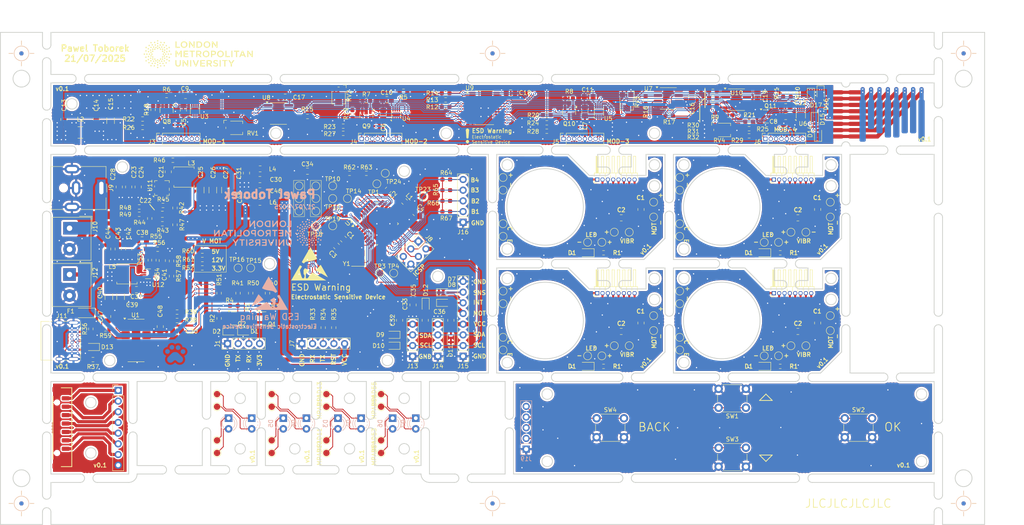
<source format=kicad_pcb>
(kicad_pcb (version 20240108) (generator "pcbnew") (generator_version "8.0")
  (title_block (title "Pill Dispenser PCB Panel") (date "2025-07-21") (rev "v0.1") (company "London Metropolitan University"))
  (layers (0 "F.Cu" signal) (31 "B.Cu" signal) (34 "B.Paste" user) (35 "F.Paste" user) (36 "B.SilkS" user "B.Silkscreen") (37 "F.SilkS" user "F.Silkscreen") (38 "B.Mask" user) (39 "F.Mask" user) (44 "Edge.Cuts" user))
  (net 0 "")
  (net 1 "VCC")
  (net 2 "/RX_LV")
  (net 3 "/TX_LV")
  (net 4 "Net-(CJ1-Pin_8)")
  (net 5 "Net-(CJ1-Pin_2)")
  (net 6 "Net-(CJ1-Pin_1)")
  (net 7 "Net-(CJ1-Pin_5)")
  (net 8 "Net-(CJ1-Pin_6)")
  (net 9 "Net-(CJ1-Pin_7)")
  (net 10 "Net-(CJ1-Pin_4)")
  (net 11 "GND1")
  (net 12 "Net-(CJ2-Pin_8)")
  (net 13 "V_CART")
  (net 14 "/cartridge_main/cartridge_module_1/M_GND")
  (net 15 "/cartridge_main/MOD1_VIBR-")
  (net 16 "V_MOT")
  (net 17 "/cartridge_main/MOD1_LED")
  (net 18 "/cartridge_main/MOD1_IR")
  (net 19 "/cartridge_main/MOD1_MOT-")
  (net 20 "/cartridge_main/MOD1_MOT+")
  (net 21 "/cartridge_main/MOD2_LED")
  (net 22 "/cartridge_main/MOD3_LED")
  (net 23 "/cartridge_main/MOD4_LED")
  (net 24 "/cartridge_main/MOD1_VIBR")
  (net 25 "/cartridge_main/MOD2_VIBR")
  (net 26 "/cartridge_main/MOD2_VIBR-")
  (net 27 "/cartridge_main/MOD3_VIBR")
  (net 28 "/cartridge_main/MOD3_VIBR-")
  (net 29 "/cartridge_main/MOD4_VIBR")
  (net 30 "/cartridge_main/MOD4_VIBR-")
  (net 31 "/cartridge_main/MOD1_IR_OUT")
  (net 32 "/cartridge_main/MOD2_IR_OUT")
  (net 33 "/cartridge_main/MOD3_IR_OUT")
  (net 34 "/cartridge_main/MOD4_IR_OUT")
  (net 35 "/cartridge_main/SCL")
  (net 36 "/cartridge_main/SDA")
  (net 37 "/cartridge_main/MOD3_M_IN2")
  (net 38 "/cartridge_main/MOD2_M_IN1")
  (net 39 "/cartridge_main/MOD4_M_IN1")
  (net 40 "/cartridge_main/INT")
  (net 41 "/cartridge_main/MOD1_M_IN1")
  (net 42 "/cartridge_main/MOD2_M_IN2")
  (net 43 "/cartridge_main/MOD4_M_IN2")
  (net 44 "/cartridge_main/MOD1_M_IN2")
  (net 45 "/cartridge_main/MOD3_M_IN1")
  (net 46 "/cartridge_main/WC")
  (net 47 "/cartridge_main/MOD2_IR")
  (net 48 "/cartridge_main/MOD3_IR")
  (net 49 "/cartridge_main/MOD4_IR")
  (net 50 "/cartridge_main/MOT_SLEEP")
  (net 51 "/cartridge_main/MOD2_MOT+")
  (net 52 "/cartridge_main/MOD2_MOT-")
  (net 53 "/cartridge_main/MOD3_MOT-")
  (net 54 "/cartridge_main/MOD3_MOT+")
  (net 55 "/cartridge_main/MOD4_MOT-")
  (net 56 "/cartridge_main/MOD4_MOT+")
  (net 57 "Net-(J3-Pin_1)")
  (net 58 "Net-(J4-Pin_1)")
  (net 59 "Net-(J5-Pin_1)")
  (net 60 "Net-(CJ2-Pin_2)")
  (net 61 "Net-(CJ2-Pin_7)")
  (net 62 "Net-(CJ2-Pin_4)")
  (net 63 "Net-(CJ2-Pin_1)")
  (net 64 "/cartridge_main/cartridge_module_2/M_GND")
  (net 65 "Net-(CJ2-Pin_6)")
  (net 66 "Net-(CJ2-Pin_5)")
  (net 67 "Net-(CJ3-Pin_6)")
  (net 68 "Net-(CJ3-Pin_5)")
  (net 69 "/cartridge_main/cartridge_module_3/M_GND")
  (net 70 "Net-(CJ3-Pin_4)")
  (net 71 "Net-(CJ3-Pin_2)")
  (net 72 "Net-(CJ3-Pin_8)")
  (net 73 "Net-(CJ3-Pin_1)")
  (net 74 "Net-(CJ3-Pin_7)")
  (net 75 "Net-(CJ4-Pin_1)")
  (net 76 "Net-(CJ4-Pin_7)")
  (net 77 "Net-(CJ4-Pin_5)")
  (net 78 "Net-(CJ4-Pin_4)")
  (net 79 "Net-(CJ4-Pin_2)")
  (net 80 "/cartridge_main/cartridge_module_4/M_GND")
  (net 81 "Net-(CJ4-Pin_6)")
  (net 82 "Net-(CJ4-Pin_8)")
  (net 83 "Net-(M_D2-K)")
  (net 84 "Net-(M_D3-K)")
  (net 85 "Net-(M_D4-K)")
  (net 86 "Net-(U2-AREF)")
  (net 87 "Net-(U2-AVCC)")
  (net 88 "Net-(D3-A)")
  (net 89 "Net-(D3-K)")
  (net 90 "Net-(D4-K)")
  (net 91 "Net-(D4-A)")
  (net 92 "Net-(D5-A)")
  (net 93 "Net-(D5-K)")
  (net 94 "Net-(D6-K)")
  (net 95 "Net-(D6-A)")
  (net 96 "Net-(J6-Pin_1)")
  (net 97 "Net-(Q4-C)")
  (net 98 "Net-(Q4-E)")
  (net 99 "Net-(Q5-C)")
  (net 100 "Net-(Q5-E)")
  (net 101 "Net-(Q6-C)")
  (net 102 "Net-(Q6-E)")
  (net 103 "Net-(Q7-C)")
  (net 104 "Net-(Q7-E)")
  (net 105 "Net-(M_D1-K)")
  (net 106 "Net-(U9-A2)")
  (net 107 "Net-(U9-A1)")
  (net 108 "Net-(U9-A0)")
  (net 109 "Net-(U8A--)")
  (net 110 "Net-(U8B--)")
  (net 111 "Net-(U7A--)")
  (net 112 "Net-(U7B--)")
  (net 113 "Net-(U10-E0)")
  (net 114 "Net-(U10-E1)")
  (net 115 "Net-(U10-E2)")
  (net 124 "Net-(U2-XTAL1{slash}PB6)")
  (net 125 "Net-(U2-XTAL2{slash}PB7)")
  (net 126 "Net-(U1-~{DTR})")
  (net 127 "/RST")
  (net 128 "Net-(J7-Pin_4)")
  (net 129 "Net-(J7-Pin_3)")
  (net 130 "Net-(J7-Pin_2)")
  (net 131 "/D13{slash}SCK")
  (net 132 "/D12{slash}MISO")
  (net 133 "/D11{slash}MOSI")
  (net 134 "/USB_D-")
  (net 136 "5V")
  (net 138 "/USB_D+")
  (net 139 "Net-(J11-CC2)")
  (net 140 "Net-(J11-CC1)")
  (net 141 "Net-(Q1-D)")
  (net 142 "Net-(Q2-D)")
  (net 143 "/D0{slash}RX")
  (net 144 "/D1{slash}TX")
  (net 145 "Net-(U1-TXD)")
  (net 146 "Net-(U1-RXD)")
  (net 147 "Net-(U11-BOOT)")
  (net 148 "Net-(C22-Pad2)")
  (net 149 "Net-(U11-FB)")
  (net 150 "12V")
  (net 151 "Net-(U11-PG)")
  (net 152 "/D8")
  (net 153 "/D9")
  (net 154 "/D10")
  (net 155 "/A0")
  (net 156 "/A1")
  (net 157 "/A2")
  (net 158 "/A3")
  (net 159 "/D2")
  (net 160 "/D3")
  (net 161 "/D4")
  (net 162 "/D5")
  (net 163 "/D6")
  (net 164 "/D7")
  (net 165 "/A6")
  (net 166 "/A7")
  (net 168 "/U11SW")
  (net 169 "/A4{slash}SDA")
  (net 170 "/A5{slash}SCL")
  (net 171 "Net-(R43-Pad2)")
  (net 172 "Net-(U11-EN)")
  (net 173 "GND")
  (net 174 "Net-(D12-A2)")
  (net 175 "Net-(U12-BST)")
  (net 176 "Net-(U12-SW)")
  (net 177 "3V3")
  (net 178 "Net-(C38-Pad1)")
  (net 179 "Net-(U12-SS)")
  (net 180 "Net-(U12-PG)")
  (net 181 "Net-(U12-FB)")
  (net 182 "Net-(U12-EN)")
  (net 183 "Net-(U1-V3)")
  (net 184 "Net-(J17-Pin_1)")
  (net 185 "Net-(J17-Pin_7)")
  (net 186 "Net-(J17-Pin_3)")
  (net 187 "Net-(J17-Pin_5)")
  (net 188 "Net-(J17-Pin_2)")
  (net 189 "Net-(J17-Pin_4)")
  (net 190 "Net-(J17-Pin_6)")
  (net 191 "/MP")
  (net 192 "Net-(J19-Pin_2)")
  (net 193 "Net-(J19-Pin_5)")
  (net 194 "Net-(J19-Pin_1)")
  (net 195 "Net-(J19-Pin_3)")
  (net 196 "Net-(J19-Pin_4)")
  (net 197 "Net-(D13-A2)")
  (footprint "MyLib:mouse-bite-2mm-slot" (layer "F.Cu") (at 47 71)
    (property "Reference" "mouse-bite-2mm-slot" (hide yes))
    (property "Value" "VAL**" (hide yes))
  )
  (footprint "Resistor_SMD:R_0603_1608Metric_Pad0.98x0.95mm_HandSolder" (layer "F.Cu") (at 133.85 57.45 180)
    (property "Reference" "R14")
    (property "Value" "0R")
  )
  (footprint "MyLib:mouse-bite-2mm-slot_one_side" (layer "F.Cu") (at 251 48 90)
    (property "Reference" "mouse-bite-2mm-slot" (hide yes))
    (property "Value" "VAL**" (hide yes))
  )
  (footprint "MyLib:mouse-bite-2mm-slot_one_side" (layer "F.Cu") (at 240 54 180)
    (property "Reference" "mouse-bite-2mm-slot" (hide yes))
    (property "Value" "VAL**" (hide yes))
  )
  (footprint "Diode_SMD:D_SOD-323" (layer "F.Cu") (at 49.95 117.8 180)
    (property "Reference" "D13")
    (property "Value" "DESD5V0S1BA-7")
  )
  (footprint "Resistor_SMD:R_0603_1608Metric_Pad0.98x0.95mm_HandSolder" (layer "F.Cu") (at 115 76.5)
    (property "Reference" "R63")
    (property "Value" "100k")
  )
  (footprint "Resistor_SMD:R_0603_1608Metric_Pad0.98x0.95mm_HandSolder" (layer "F.Cu") (at 69 73.4)
    (property "Reference" "R46")
    (property "Value" "0R")
  )
  (footprint "MyLib:TestPoint_Pad_D1.5mm_3D_Model" (layer "F.Cu") (at 79.5 132 90)
    (property "Reference" "MPAD28" (hide yes))
    (property "Value" "TestPoint")
  )
  (footprint "Capacitor_SMD:C_0805_2012Metric_Pad1.18x1.45mm_HandSolder" (layer "F.Cu") (at 119.9 59 180)
    (property "Reference" "C10")
    (property "Value" "100nF")
  )
  (footprint "MyLib:TestPoint_Pad_D1.5mm_3D_Model" (layer "F.Cu") (at 173.95 117.5 90)
    (property "Reference" "MPAD43" (hide yes))
    (property "Value" "TestPoint")
  )
  (footprint "Resistor_SMD:R_0603_1608Metric_Pad0.98x0.95mm_HandSolder" (layer "F.Cu") (at 80 111 -90)
    (property "Reference" "R2")
    (property "Value" "10k")
  )
  (footprint "Resistor_SMD:R_0603_1608Metric_Pad0.98x0.95mm_HandSolder" (layer "F.Cu") (at 111.7 62.4 -90)
    (property "Reference" "R19")
    (property "Value" "200R")
  )
  (footprint "Capacitor_SMD:C_0805_2012Metric_Pad1.18x1.45mm_HandSolder" (layer "F.Cu") (at 86.6 82.2 90)
    (property "Reference" "C45")
    (property "Value" "100nF")
  )
  (footprint "MyLib:TestPoint_Pad_D1.5mm_3D_Model" (layer "F.Cu") (at 92.5 140 180)
    (property "Reference" "MPAD39" (hide yes))
    (property "Value" "TestPoint")
  )
  (footprint "Capacitor_SMD:C_0805_2012Metric_Pad1.18x1.45mm_HandSolder" (layer "F.Cu") (at 126.75 85.9 -45)
    (property "Reference" "C4")
    (property "Value" "100nF")
  )
  (footprint "Resistor_SMD:R_0603_1608Metric_Pad0.98x0.95mm_HandSolder" (layer "F.Cu") (at 111 76.5)
    (property "Reference" "R62")
    (property "Value" "100k")
  )
  (footprint "MyLib:DFN-8-1EP_2x2mm_P0.5mm_EP1.05x1.75mm_hand_solder" (layer "F.Cu") (at 218.3 62.4 90)
    (property "Reference" "U6")
    (property "Value" "TPM8837E-DF4R")
  )
  (footprint "MyLib:Aligment_Marker" (layer "F.Cu") (at 257 48)
    (property "Reference" "REF**" (hide yes))
    (property "Value" "Aligment_Marker" (hide yes))
  )
  (footprint "MyLib:Potentiometer_Bourns_TC33X_Vertical" (layer "F.Cu") (at 176.89 59.57 -90)
    (property "Reference" "RV3")
    (property "Value" "100k")
  )
  (footprint "MyLib:TestPoint_Pad_D1.5mm_3D_Model" (layer "F.Cu") (at 189.5 118.5 90)
    (property "Reference" "MPAD24" (hide yes))
    (property "Value" "TestPoint")
  )
  (footprint "MyLib:TestPoint_Pad_D1.5mm_3D_Model" (layer "F.Cu") (at 189.5 88.5)
    (property "Reference" "MPAD9" (hide yes))
    (property "Value" "TestPoint")
  )
  (footprint "Resistor_SMD:R_0603_1608Metric_Pad0.98x0.95mm_HandSolder" (layer "F.Cu") (at 171.4 95.4 180)
    (property "Reference" "M_R3" (hide yes))
    (property "Value" "0R")
  )
  (footprint "Connector_PinHeader_2.54mm:PinHeader_1x04_P2.54mm_Vertical" (layer "F.Cu") (at 126 120 180)
    (property "Reference" "J13")
    (property "Value" "Conn_01x04_Pin")
  )
  (footprint "MyLib:TestPoint_Pad_D1.5mm_3D_Model" (layer "F.Cu") (at 107 79.5)
    (property "Reference" "TP10")
    (property "Value" "TestPoint")
  )
  (footprint "Capacitor_SMD:C_0805_2012Metric_Pad1.18x1.45mm_HandSolder" (layer "F.Cu") (at 129 111.45 90)
    (property "Reference" "C33")
    (property "Value" "100nF")
  )
  (footprint "Diode_SMD:D_SOD-323" (layer "F.Cu") (at 222.4 67.3 90)
    (property "Reference" "D14")
    (property "Value" "DESD5V0S1BA-7")
  )
  (footprint "Resistor_SMD:R_0603_1608Metric_Pad0.98x0.95mm_HandSolder" (layer "F.Cu") (at 87.5 105 90)
    (property "Reference" "R50")
    (property "Value" "0R")
  )
  (footprint "Resistor_SMD:R_0603_1608Metric_Pad0.98x0.95mm_HandSolder" (layer "F.Cu") (at 61.685 94.55)
    (property "Reference" "R55")
    (property "Value" "51k")
  )
  (footprint "Capacitor_SMD:C_0805_2012Metric_Pad1.18x1.45mm_HandSolder" (layer "F.Cu") (at 109.55 92.15 135)
    (property "Reference" "C1")
    (property "Value" "1uF")
  )
  (footprint "MyLib:TestPoint_Pad_D1.5mm_3D_Model" (layer "F.Cu") (at 183.3 86.9 90)
    (property "Reference" "MPAD31" (hide yes))
    (property "Value" "TestPoint")
  )
  (footprint "Diode_SMD:D_SOD-323" (layer "F.Cu") (at 86 114.1)
    (property "Reference" "D1")
    (property "Value" "DESD5V0S1BA-7")
  )
  (footprint "Resistor_SMD:R_0603_1608Metric_Pad0.98x0.95mm_HandSolder" (layer "F.Cu") (at 80 105 90)
    (property "Reference" "R51")
    (property "Value" "0R")
  )
  (footprint "MyLib:mouse-bite-2mm-slot_one_side" (layer "F.Cu") (at 229 85 90)
    (property "Reference" "mouse-bite-2mm-slot" (hide yes))
    (property "Value" "VAL**" (hide yes))
  )
  (footprint "Diode_SMD:D_SOD-323" (layer "F.Cu") (at 221.6 63.65 -90)
    (property "Reference" "D15")
    (property "Value" "DESD5V0S1BA-7")
  )
  (footprint "MyLib:TestPoint_Pad_D1.5mm_3D_Model" (layer "F.Cu") (at 173.95 90.5 90)
    (property "Reference" "MPAD29" (hide yes))
    (property "Value" "TestPoint")
  )
  (footprint "Capacitor_SMD:C_0805_2012Metric_Pad1.18x1.45mm_HandSolder" (layer "F.Cu") (at 120.188047 80.472361 -135)
    (property "Reference" "C2")
    (property "Value" "100nF")
  )
  (footprint "Diode_SMD:D_1206_3216Metric_Pad1.42x1.75mm_HandSolder" (layer "F.Cu") (at 48.1 109.7 180)
    (property "Reference" "F1")
    (property "Value" "1A")
  )
  (footprint "MyLib:mouse-bite-2mm-slot_one_side" (layer "F.Cu") (at 129 136 90)
    (property "Reference" "mouse-bite-2mm-slot" (hide yes))
    (property "Value" "VAL**" (hide yes))
  )
  (footprint "MyLib:mouse-bite-2mm-slot" (layer "F.Cu") (at 145 84.5 90)
    (property "Reference" "mouse-bite-2mm-slot" (hide yes))
    (property "Value" "VAL**" (hide yes))
  )
  (footprint "MyLib:Potentiometer_Bourns_TC33X_Vertical" (layer "F.Cu") (at 83.7 65.7)
    (property "Reference" "RV1")
    (property "Value" "100k")
  )
  (footprint "MyLib:TestPoint_Pad_D1.5mm_3D_Model" (layer "F.Cu") (at 99 79.5)
    (property "Reference" "TP28" (hide yes))
    (property "Value" "TestPoint")
  )
  (footprint "MyLib:TestPoint_Pad_D1.5mm_3D_Model" (layer "F.Cu") (at 171 119.9 90)
    (property "Reference" "MPAD47" (hide yes))
    (property "Value" "TestPoint")
  )
  (footprint "Resistor_SMD:R_0603_1608Metric_Pad0.98x0.95mm_HandSolder" (layer "F.Cu") (at 61 84.5 180)
    (property "Reference" "R48")
    (property "Value" "169k")
  )
  (footprint "MyLib:TestPoint_Pad_D1.5mm_3D_Model" (layer "F.Cu") (at 189.5 115.5 90)
    (property "Reference" "MPAD23" (hide yes))
    (property "Value" "TestPoint")
  )
  (footprint "Capacitor_SMD:C_0805_2012Metric_Pad1.18x1.45mm_HandSolder" (layer "F.Cu") (at 175.6 87.1)
    (property "Reference" "M_C5" (hide yes))
    (property "Value" "1nF")
  )
  (footprint "Resistor_SMD:R_0603_1608Metric_Pad0.98x0.95mm_HandSolder" (layer "F.Cu") (at 61 86.25)
    (property "Reference" "R49")
    (property "Value" "36.1k")
  )
  (footprint "Resistor_SMD:R_0603_1608Metric_Pad0.98x0.95mm_HandSolder" (layer "F.Cu") (at 76 97 180)
    (property "Reference" "R61")
    (property "Value" "0R")
  )
  (footprint "Connector_PinHeader_1.27mm:PinHeader_1x08_P1.27mm_Horizontal" (layer "F.Cu") (at 211.88 78 90)
    (property "Reference" "CJ1" (hide yes))
    (property "Value" "Conn_01x08_Pin")
  )
  (footprint "MyLib:mouse-bite-2mm-slot_one_side" (layer "F.Cu") (at 59.5 137 90)
    (property "Reference" "mouse-bite-2mm-slot" (hide yes))
    (property "Value" "VAL**" (hide yes))
  )
  (footprint "Resistor_SMD:R_0603_1608Metric_Pad0.98x0.95mm_HandSolder" (layer "F.Cu") (at 68.685 100.95 90)
    (property "Reference" "R57")
    (property "Value" "191k")
  )
  (footprint "Connector_BarrelJack:BarrelJack_CUI_PJ-063AH_Horizontal" (layer "F.Cu") (at 52 80 -90)
    (property "Reference" "J9")
    (property "Value" "Barrel_Jack_MountingPin")
  )
  (footprint "MyLib:mouse-bite-2mm-slot" (layer "F.Cu") (at 187 84.5 90)
    (property "Reference" "mouse-bite-2mm-slot" (hide yes))
    (property "Value" "VAL**" (hide yes))
  )
  (footprint "MyLib:TestPoint_Pad_D1.5mm_3D_Model" (layer "F.Cu") (at 225.3 113.9 90)
    (property "Reference" "MPAD17" (hide yes))
    (property "Value" "TestPoint")
  )
  (footprint "Connector_PinHeader_2.54mm:PinHeader_1x04_P2.54mm_Vertical" (layer "F.Cu") (at 82 117 90)
    (property "Reference" "J1")
    (property "Value" "Conn_01x04_Pin")
  )
  (footprint "Connector_PinSocket_1.27mm:PinSocket_1x08_P1.27mm_Vertical" (layer "F.Cu") (at 65.88 68.3 90)
    (property "Reference" "J3")
    (property "Value" "Conn_01x08_Socket")
  )
  (footprint "MyLib:TestPoint_Pad_D1.5mm_3D_Model" (layer "F.Cu") (at 167.6 92.9 90)
    (property "Reference" "MPAD38" (hide yes))
    (property "Value" "TestPoint")
  )
  (footprint "MyLib:mouse-bite-2mm-slot" (layer "F.Cu") (at 109.5 125)
    (property "Reference" "mouse-bite-2mm-slot" (hide yes))
    (property "Value" "VAL**" (hide yes))
  )
  (footprint "Connector_PinHeader_2.54mm:PinHeader_1x05_P2.54mm_Vertical" (layer "F.Cu") (at 99.67 117 90)
    (property "Reference" "J7")
    (property "Value" "Conn_01x05_Pin")
  )
  (footprint "Capacitor_SMD:C_0805_2012Metric_Pad1.18x1.45mm_HandSolder" (layer "F.Cu") (at 66 112.95 -90)
    (property "Reference" "C48")
    (property "Value" "100nF")
  )
  (footprint "Diode_SMD:D_SOD-323" (layer "F.Cu") (at 133.3 107.3)
    (property "Reference" "D8")
    (property "Value" "DESD5V0S1BA-7")
  )
  (footprint "MyLib:mouse-bite-2mm-slot" (layer "F.Cu") (at 145 111.5 90)
    (property "Reference" "mouse-bite-2mm-slot" (hide yes))
    (property "Value" "VAL**" (hide yes))
  )
  (footprint "MyLib:mouse-bite-2mm-slot_one_side" (layer "F.Cu") (at 122.5 147)
    (property "Reference" "mouse-bite-2mm-slot" (hide yes))
    (property "Value" "VAL**" (hide yes))
  )
  (footprint "Capacitor_SMD:C_0805_2012Metric_Pad1.18x1.45mm_HandSolder" (layer "F.Cu") (at 208 58.3 -90)
    (property "Reference" "C19")
    (property "Value" "100nF")
  )
  (footprint "Package_TO_SOT_SMD:SOT-23" (layer "F.Cu") (at 210 63)
    (property "Reference" "Q11")
    (property "Value" "IRLML0030")
  )
  (footprint "Capacitor_SMD:C_0805_2012Metric_Pad1.18x1.45mm_HandSolder" (layer "F.Cu") (at 86.5 76.45 -90)
    (property "Reference" "C31")
    (property "Value" "100nF")
  )
  (footprint "Diode_SMD:D_SOD-323" (layer "F.Cu") (at 220.7 57.9 -90)
    (property "Reference" "D17")
    (property "Value" "DESD5V0S1BA-7")
  )
  (footprint "MyLib:TestPoint_Pad_D1.5mm_3D_Model" (layer "F.Cu") (at 189.5 107.5 90)
    (property "Reference" "MPAD22" (hide yes))
    (property "Value" "TestPoint")
  )
  (footprint "Capacitor_SMD:C_0805_2012Metric_Pad1.18x1.45mm_HandSolder" (layer "F.Cu") (at 167.8625 58.4 180)
    (property "Reference" "C11")
    (property "Value" "100nF")
  )
  (footprint "MyLib:TestPoint_Pad_D1.5mm_3D_Model" (layer "F.Cu") (at 147.5 77.5 90)
    (property "Reference" "MPAD35" (hide yes))
    (property "Value" "TestPoint")
  )
  (footprint "MyLib:TestPoint_Pad_D1.5mm_3D_Model" (layer "F.Cu") (at 99 82.5)
    (property "Reference" "TP29" (hide yes))
    (property "Value" "TestPoint")
  )
  (footprint "MyLib:TestPoint_Pad_D1.5mm_3D_Model" (layer "F.Cu") (at 103 82.5)
    (property "Reference" "TP32" (hide yes))
    (property "Value" "TestPoint")
  )
  (footprint "Resistor_SMD:R_0603_1608Metric_Pad0.98x0.95mm_HandSolder" (layer "F.Cu") (at 115 59.2)
    (property "Reference" "R7")
    (property "Value" "100k")
  )
  (footprint "Resistor_SMD:R_0603_1608Metric_Pad0.98x0.95mm_HandSolder" (layer "F.Cu") (at 134 85.598 180)
    (property "Reference" "R67")
    (property "Value" "100k")
  )
  (footprint "Inductor_SMD:L_0805_2012Metric_Pad1.15x1.40mm_HandSolder" (layer "F.Cu") (at 89.7 83.4)
    (property "Reference" "L6")
    (property "Value" "2.2uH")
  )
  (footprint "Resistor_SMD:R_0603_1608Metric_Pad0.98x0.95mm_HandSolder" (layer "F.Cu") (at 64.485 97.15 -90)
    (property "Reference" "R54")
    (property "Value" "10k")
  )
  (footprint "MyLib:mouse-bite-2mm-slot_one_side" (layer "F.Cu") (at 39 155 -90)
    (property "Reference" "mouse-bite-2mm-slot" (hide yes))
    (property "Value" "VAL**" (hide yes))
  )
  (footprint "Capacitor_SMD:C_0805_2012Metric_Pad1.18x1.45mm_HandSolder" (layer "F.Cu") (at 66.5 86.25)
    (property "Reference" "C22")
    (property "Value" "100pF")
  )
  (footprint "Resistor_SMD:R_0603_1608Metric_Pad0.98x0.95mm_HandSolder" (layer "F.Cu") (at 197.4 57 180)
    (property "Reference" "R30")
    (property "Value" "0R")
  )
  (footprint "MyLib:TestPoint_Pad_D1.5mm_3D_Model" (layer "F.Cu") (at 209.6 119.9 180)
    (property "Reference" "MPAD20" (hide yes))
    (property "Value" "TestPoint")
  )
  (footprint "MyLib:TestPoint_Pad_D1.5mm_3D_Model" (layer "F.Cu") (at 183.3 113.9 90)
    (property "Reference" "MPAD45" (hide yes))
    (property "Value" "TestPoint")
  )
  (footprint "MyLib:mouse-bite-2mm-slot_one_side" (layer "F.Cu") (at 216 98)
    (property "Reference" "mouse-bite-2mm-slot" (hide yes))
    (property "Value" "VAL**" (hide yes))
  )
  (footprint "Capacitor_SMD:C_0805_2012Metric_Pad1.18x1.45mm_HandSolder" (layer "F.Cu") (at 149.3 57.4)
    (property "Reference" "C18")
    (property "Value" "100nF")
  )
  (footprint "MyLib:TestPoint_Pad_D1.5mm_3D_Model" (layer "F.Cu") (at 147.5 91.5 90)
    (property "Reference" "MPAD34" (hide yes))
    (property "Value" "TestPoint")
  )
  (footprint "MyLib:TestPoint_Pad_D1.5mm_3D_Model" (layer "F.Cu") (at 128.5 82)
    (property "Reference" "TP23")
    (property "Value" "TestPoint")
  )
  (footprint "Resistor_SMD:R_0603_1608Metric_Pad0.98x0.95mm_HandSolder" (layer "F.Cu") (at 157.9 66.5)
    (property "Reference" "R28")
    (property "Value" "200R")
  )
  (footprint "MyLib:mouse-bite-2mm-slot" (layer "F.Cu") (at 177 125)
    (property "Reference" "mouse-bite-2mm-slot" (hide yes))
    (property "Value" "VAL**" (hide yes))
  )
  (footprint "Capacitor_SMD:C_0805_2012Metric_Pad1.18x1.45mm_HandSolder" (layer "F.Cu") (at 53.5 94.5 -90)
    (property "Reference" "C44")
    (property "Value" "100nF")
  )
  (footprint "MyLib:mouse-bite-2mm-slot_one_side" (layer "F.Cu") (at 251 111.5 90)
    (property "Reference" "mouse-bite-2mm-slot" (hide yes))
    (property "Value" "VAL**" (hide yes))
  )
  (footprint "Resistor_SMD:R_0603_1608Metric_Pad0.98x0.95mm_HandSolder" (layer "F.Cu") (at 83.5 108)
    (property "Reference" "R4")
    (property "Value" "10k")
  )
  (footprint "MyLib:mouse-bite-2mm-slot_one_side" (layer "F.Cu") (at 149 136 -90)
    (property "Reference" "mouse-bite-2mm-slot" (hide yes))
    (property "Value" "VAL**" (hide yes))
  )
  (footprint "Capacitor_SMD:C_0805_2012Metric_Pad1.18x1.45mm_HandSolder" (layer "F.Cu") (at 71.5 61.5 90)
    (property "Reference" "C5")
    (property "Value" "10uF")
  )
  (footprint "MyLib:TestPoint_Pad_D1.5mm_3D_Model" (layer "F.Cu") (at 103 85.5)
    (property "Reference" "TP33" (hide yes))
    (property "Value" "TestPoint")
  )
  (footprint "Button_Switch_THT:SW_PUSH_6mm_H5mm" (layer "F.Cu") (at 205.25 132.25 180)
    (property "Reference" "SW1")
    (property "Value" "SW_Push")
  )
  (footprint "Capacitor_SMD:C_0805_2012Metric_Pad1.18x1.45mm_HandSolder" (layer "F.Cu") (at 67.9 76.15 90)
    (property "Reference" "C21")
    (property "Value" "100nF")
  )
  (footprint "Button_Switch_THT:SW_PUSH_6mm_H5mm" (layer "F.Cu") (at 228.75 134.75)
    (property "Reference" "SW2")
    (property "Value" "SW_Push")
  )
  (footprint "Resistor_SMD:R_0603_1608Metric_Pad0.98x0.95mm_HandSolder" (layer "F.Cu") (at 53 113.5 180)
    (property "Reference" "R59")
    (property "Value" "0R")
  )
  (footprint "MyLib:TestPoint_Pad_D1.5mm_3D_Model" (layer "F.Cu") (at 189.5 77.5)
    (property "Reference" "MPAD7" (hide yes))
    (property "Value" "TestPoint")
  )
  (footprint "MyLib:mouse-bite-2mm-slot_one_side" (layer "F.Cu") (at 68.5 125)
    (property "Reference" "mouse-bite-2mm-slot" (hide yes))
    (property "Value" "VAL**" (hide yes))
  )
  (footprint "MyLib:TestPoint_Pad_D1.5mm_3D_Model" (layer "F.Cu") (at 79.5 129 90)
    (property "Reference" "MPAD27" (hide yes))
    (property "Value" "TestPoint")
  )
  (footprint "Capacitor_SMD:C_0805_2012Metric_Pad1.18x1.45mm_HandSolder" (layer "F.Cu") (at 175.6 114.1)
    (property "Reference" "M_C7" (hide yes))
    (property "Value" "1nF")
  )
  (footprint "LED_SMD:LED_0805_2012Metric_Pad1.15x1.40mm_HandSolder" (layer "F.Cu") (at 167.3 95.4 180)
    (property "Reference" "M_D3" (hide yes))
    (property "Value" "LED")
  )
  (footprint "MyLib:mouse-bite-2mm-slot_one_side" (layer "F.Cu") (at 216 103 180)
    (property "Reference" "mouse-bite-2mm-slot" (hide yes))
    (property "Value" "VAL**" (hide yes))
  )
  (footprint "Capacitor_SMD:C_1206_3216Metric_Pad1.33x1.80mm_HandSolder" (layer "F.Cu") (at 56.585 105.85 90)
    (property "Reference" "C39")
    (property "Value" "22uF")
  )
  (footprint "Connector_PinSocket_1.27mm:PinSocket_1x08_P1.27mm_Vertical" (layer "F.Cu") (at 209.88 68.3 90)
    (property "Reference" "J6")
    (property "Value" "Conn_01x08_Socket")
  )
  (footprint "MyLib:Aligment_Marker" (layer "F.Cu") (at 257 155)
    (property "Reference" "REF**" (hide yes))
    (property "Value" "Aligment_Marker" (hide yes))
  )
  (footprint "MyLib:TestPoint_Pad_D1.5mm_3D_Model" (layer "F.Cu") (at 121.5 100.25)
    (property "Reference" "TP4")
    (property "Value" "TestPoint")
  )
  (footprint "MyLib:TestPoint_Pad_D1.5mm_3D_Model" (layer "F.Cu") (at 92.5 129 180)
    (property "Reference" "MPAD41" (hide yes))
    (property "Value" "TestPoint")
  )
  (footprint "Capacitor_SMD:C_0805_2012Metric_Pad1.18x1.45mm_HandSolder" (layer "F.Cu") (at 119 62.6 90)
    (property "Reference" "C6")
    (property "Value" "10uF")
  )
  (footprint "MyLib:mouse-bite-2mm-slot_one_side" (layer "F.Cu") (at 200 54 180)
    (property "Reference" "mouse-bite-2mm-slot" (hide yes))
    (property "Value" "VAL**" (hide yes))
  )
  (footprint "Connector_PinHeader_1.27mm:PinHeader_1x08_P1.27mm_Horizontal" (layer "F.Cu") (at 169.88 78 90)
    (property "Reference" "CJ3" (hide yes))
    (property "Value" "Conn_01x08_Pin")
  )
  (footprint "Resistor_SMD:R_0603_1608Metric_Pad0.98x0.95mm_HandSolder" (layer "F.Cu") (at 215.9 57.4 -90)
    (property "Reference" "R10")
    (property "Value" "4.7k")
  )
  (footprint "MyLib:TestPoint_Pad_D1.5mm_3D_Model" (layer "F.Cu") (at 105.5 132 90)
    (property "Reference" "MPAD14")
    (property "Value" "TestPoint")
  )
  (footprint "Connector_PinHeader_1.27mm:PinHeader_1x08_P1.27mm_Horizontal" (layer "F.Cu") (at 211.88 105 90)
    (property "Reference" "CJ2" (hide yes))
    (property "Value" "Conn_01x08_Pin")
  )
  (footprint "Resistor_SMD:R_0603_1608Metric_Pad0.98x0.95mm_HandSolder" (layer "F.Cu") (at 76 95 180)
    (property "Reference" "R60")
    (property "Value" "0R")
  )
  (footprint "Resistor_SMD:R_0603_1608Metric_Pad0.98x0.95mm_HandSolder" (layer "F.Cu") (at 109.5 67)
    (property "Reference" "R27")
    (property "Value" "200R")
  )
  (footprint "Capacitor_SMD:C_0805_2012Metric_Pad1.18x1.45mm_HandSolder" (layer "F.Cu") (at 56 94.5 -90)
    (property "Reference" "C43")
    (property "Value" "10uF")
  )
  (footprint "Resistor_SMD:R_0603_1608Metric_Pad0.98x0.95mm_HandSolder" (layer "F.Cu") (at 157.9 64.5)
    (property "Reference" "R24")
    (property "Value" "10k")
  )
  (footprint "MyLib:mouse-bite-2mm-slot_one_side" (layer "F.Cu") (at 240 125 180)
    (property "Reference" "mouse-bite-2mm-slot" (hide yes))
    (property "Value" "VAL**" (hide yes))
  )
  (footprint "Resistor_SMD:R_0603_1608Metric_Pad0.98x0.95mm_HandSolder" (layer "F.Cu") (at 61.8 65.6)
    (property "Reference" "R26")
    (property "Value" "200R")
  )
  (footprint "MyLib:TestPoint_Pad_D1.5mm_3D_Model" (layer "F.Cu") (at 118.5 143 90)
    (property "Reference" "MPAD54")
    (property "Value" "TestPoint")
  )
  (footprint "Resistor_SMD:R_0603_1608Metric_Pad0.98x0.95mm_HandSolder" (layer "F.Cu") (at 187 62.9 180)
    (property "Reference" "R17")
    (property "Value" "0R")
  )
  (footprint "Capacitor_SMD:C_0805_2012Metric_Pad1.18x1.45mm_HandSolder" (layer "F.Cu") (at 58.5 79.75 90)
    (property "Reference" "C23")
    (property "Value" "100nF")
  )
  (footprint "MyLib:mouse-bite-2mm-slot_one_side" (layer "F.Cu") (at 251 85 90)
    (property "Reference" "mouse-bite-2mm-slot" (hide yes))
    (property "Value" "VAL**" (hide yes))
  )
  (footprint "MyLib:mouse-bite-2mm-slot" (layer "F.Cu") (at 90 136 90)
    (property "Reference" "mouse-bite-2mm-slot" (hide yes))
    (property "Value" "VAL**" (hide yes))
  )
  (footprint "MyLib:TestPoint_Pad_D1.5mm_3D_Model" (layer "F.Cu") (at 99 85.5)
    (property "Reference" "TP30" (hide yes))
    (property "Value" "TestPoint")
  )
  (footprint "MyLib:DFN-8-1EP_2x2mm_P0.5mm_EP1.05x1.75mm_hand_solder" (layer "F.Cu") (at 170.3 61.8 90)
    (property "Reference" "U5")
    (property "Value" "TPM8837E-DF4R")
  )
  (footprint "MyLib:TestPoint_Pad_D1.5mm_3D_Model" (layer "F.Cu") (at 147.5 115.5 90)
    (property "Reference" "MPAD51" (hide yes))
    (property "Value" "TestPoint")
  )
  (footprint "MyLib:mouse-bite-2mm-slot_one_side" (layer "F.Cu") (at 251 62 90)
    (property "Reference" "mouse-bite-2mm-slot" (hide yes))
    (property "Value" "VAL**" (hide yes))
  )
  (footprint "Diode_SMD:D_SOD-323" (layer "F.Cu") (at 82.5 114.1)
    (property "Reference" "D2")
    (property "Value" "DESD5V0S1BA-7")
  )
  (footprint "Resistor_SMD:R_0603_1608Metric_Pad0.98x0.95mm_HandSolder" (layer "F.Cu") (at 206 65.9)
    (property "Reference" "R25")
    (property "Value" "10k")
  )
  (footprint "Capacitor_SMD:C_1206_3216Metric_Pad1.33x1.80mm_HandSolder" (layer "F.Cu") (at 53.785 105.85 90)
    (property "Reference" "C40")
    (property "Value" "22uF")
  )
  (footprint "MyLib:TestPoint_Pad_D1.5mm_3D_Model" (layer "F.Cu") (at 79.5 143 90)
    (property "Reference" "MPAD26" (hide yes))
    (property "Value" "TestPoint")
  )
  (footprint "MyLib:mouse-bite-2mm-slot_one_side" (layer "F.Cu") (at 174 103 180)
    (property "Reference" "mouse-bite-2mm-slot" (hide yes))
    (property "Value" "VAL**" (hide yes))
  )
  (footprint "Package_QFP:TQFP-32_7x7mm_P0.8mm" (layer "F.Cu") (at 117.5 88.5 45)
    (property "Reference" "U2")
    (property "Value" "ATmega328PB-A")
  )
  (footprint "Resistor_SMD:R_0603_1608Metric_Pad0.98x0.95mm_HandSolder" (layer "F.Cu") (at 109.5 65.3)
    (property "Reference" "R23")
    (property "Value" "10k")
  )
  (footprint "Connector_PinHeader_2.54mm:PinHeader_1x05_P2.54mm_Vertical" (layer "F.Cu") (at 138 88.138 180)
    (property "Reference" "J16")
    (property "Value" "Conn_01x05_Pin")
  )
  (footprint "Capacitor_SMD:C_0805_2012Metric_Pad1.18x1.45mm_HandSolder" (layer "F.Cu") (at 60.75 79.75 90)
    (property "Reference" "C24")
    (property "Value" "10uF")
  )
  (footprint "Capacitor_SMD:C_0805_2012Metric_Pad1.18x1.45mm_HandSolder" (layer "F.Cu") (at 217.6 87.1)
    (property "Reference" "M_C1" (hide yes))
    (property "Value" "1nF")
  )
  (footprint "MyLib:Texas_VQFN-HR_3.1x3.1mm_P1mm_RPA0010A" (layer "F.Cu") (at 66.4 80 90)
    (property "Reference" "U11")
    (property "Value" "TPS56637")
  )
  (footprint "MyLib:TestPoint_Pad_D1.5mm_3D_Model" (layer "F.Cu") (at 171 92.9 90)
    (property "Reference" "MPAD33" (hide yes))
    (property "Value" "TestPoint")
  )
  (footprint "Package_SO:SOIC-8_3.9x4.9mm_P1.27mm" (layer "F.Cu") (at 94.1 62.3)
    (property "Reference" "U8")
    (property "Value" "LM393")
  )
  (footprint "Package_TO_SOT_SMD:SOT-23" (layer "F.Cu") (at 83.5 111)
    (property "Reference" "Q2")
    (property "Value" "IRLML0030")
  )
  (footprint "Crystal:Crystal_SMD_Abracon_ABM8G-4Pin_3.2x2.5mm" (layer "F.Cu") (at 113.1 96.6 90)
    (property "Reference" "Y1")
    (property "Value" "Crystal_GND24")
  )
  (footprint "MyLib:TestPoint_Pad_D1.5mm_3D_Model" (layer "F.Cu") (at 147.5 118.5 90)
    (property "Reference" "MPAD50" (hide yes))
    (property "Value" "TestPoint")
  )
  (footprint "MyLib:TestPoint_Pad_D1.5mm_3D_Model" (layer "F.Cu") (at 225.3 86.9)
    (property "Reference" "MPAD3" (hide yes))
    (property "Value" "TestPoint")
  )
  (footprint "LED_SMD:LED_0805_2012Metric_Pad1.15x1.40mm_HandSolder" (layer "F.Cu") (at 209.3 122.4 180)
    (property "Reference" "M_D2" (hide yes))
    (property "Value" "LED")
  )
  (footprint "MyLib:TestPoint_Pad_D1.5mm_3D_Model" (layer "F.Cu") (at 147.5 88.5 90)
    (property "Reference" "MPAD37" (hide yes))
    (property "Value" "TestPoint")
  )
  (footprint "Connector_PinHeader_2.54mm:PinHeader_2x03_P2.54mm_Vertical" (layer "F.Cu") (at 127.377639 92.688047 -45)
    (property "Reference" "J8")
    (property "Value" "Conn_02x03_Odd_Even")
  )
  (footprint "MyLib:mouse-bite-2mm-slot_one_side" (layer "F.Cu") (at 49 149)
    (property "Reference" "mouse-bite-2mm-slot" (hide yes))
    (property "Value" "VAL**" (hide yes))
  )
  (footprint "MyLib:TestPoint_Pad_D1.5mm_3D_Model" (layer "F.Cu") (at 118.25 100.25)
    (property "Reference" "TP3")
    (property "Value" "TestPoint")
  )
  (footprint "Resistor_SMD:R_0603_1608Metric_Pad0.98x0.95mm_HandSolder" (layer "F.Cu") (at 90.52 108)
    (property "Reference" "R3")
    (property "Value" "10k")
  )
  (footprint "Resistor_SMD:R_0603_1608Metric_Pad0.98x0.95mm_HandSolder" (layer "F.Cu") (at 171.4 122.4 180)
    (property "Reference" "M_R4" (hide yes))
    (property "Value" "0R")
  )
  (footprint "Resistor_SMD:R_0603_1608Metric_Pad0.98x0.95mm_HandSolder" (layer "F.Cu") (at 69.5 88.75 90)
    (property "Reference" "R47")
    (property "Value" "49.9R")
  )
  (footprint "Resistor_SMD:R_0603_1608Metric_Pad0.98x0.95mm_HandSolder" (layer "F.Cu") (at 68.685 97.35 90)
    (property "Reference" "R58")
    (property "Value" "49.9k")
  )
  (footprint "MyLib:TestPoint_Pad_D1.5mm_3D_Model" (layer "F.Cu") (at 105.5 143 90)
    (property "Reference" "MPAD12")
    (property "Value" "TestPoint")
  )
  (footprint "Capacitor_SMD:C_0805_2012Metric_Pad1.18x1.45mm_HandSolder" (layer "F.Cu") (at 61.685 92.35 180)
    (property "Reference" "C38")
    (property "Value" "470pF")
  )
  (footprint "MyLib:mouse-bite-2mm-slot" (layer "F.Cu") (at 158 125)
    (property "Reference" "mouse-bite-2mm-slot" (hide yes))
    (property "Value" "VAL**" (hide yes))
  )
  (footprint "Resistor_SMD:R_0603_1608Metric_Pad0.98x0.95mm_HandSolder" (layer "F.Cu") (at 206 64.2)
    (property "Reference" "R21")
    (property "Value" "200R")
  )
  (footprint "MyLib:mouse-bite-2mm-slot_one_side" (layer "F.Cu") (at 229 111.5 90)
    (property "Reference" "mouse-bite-2mm-slot" (hide yes))
    (property "Value" "VAL**" (hide yes))
  )
  (footprint "Diode_SMD:D_SOD-323" (layer "F.Cu") (at 121.4 117.5 180)
    (property "Reference" "D10")
    (property "Value" "DESD5V0S1BA-7")
  )
  (footprint "Resistor_SMD:R_0603_1608Metric_Pad0.98x0.95mm_HandSolder" (layer "F.Cu") (at 62.585 97.15 -90)
    (property "Reference" "R53")
    (property "Value" "100k")
  )
  (footprint "MyLib:TestPoint_Pad_D1.5mm_3D_Model" (layer "F.Cu") (at 177.5 90.5 90)
    (property "Reference" "MPAD30" (hide yes))
    (property "Value" "TestPoint")
  )
  (footprint "Resistor_SMD:R_0603_1608Metric_Pad0.98x0.95mm_HandSolder" (layer "F.Cu") (at 84.5 105 90)
    (property "Reference" "R41")
    (property "Value" "1k")
  )
  (footprint "Inductor_SMD:L_0805_2012Metric_Pad1.15x1.40mm_HandSolder" (layer "F.Cu") (at 124.075216 83.225216 -45)
    (property "Reference" "L1")
    (property "Value" "22uH")
  )
  (footprint "Resistor_SMD:R_0603_1608Metric_Pad0.98x0.95mm_HandSolder" (layer "F.Cu") (at 64.3 61.4 -90)
    (property "Reference" "R18")
    (property "Value" "200R")
  )
  (footprint "MyLib:Aligment_Marker" (layer "F.Cu") (at 33 48)
    (property "Reference" "REF**" (hide yes))
    (property "Value" "Aligment_Marker" (hide yes))
  )
  (footprint "MyLib:TestPoint_Pad_D1.5mm_3D_Model" (layer "F.Cu") (at 107 82.5)
    (property "Reference" "TP11")
    (property "Value" "TestPoint")
  )
  (footprint "Resistor_SMD:R_0603_1608Metric_Pad0.98x0.95mm_HandSolder" (layer "F.Cu") (at 49.5 113.5 90)
    (property "Reference" "R36")
    (property "Value" "5.1k")
  )
  (footprint "MyLib:mouse-bite-2mm-slot_one_side" (layer "F.Cu") (at 39 111.5 -90)
    (property "Reference" "mouse-bite-2mm-slot" (hide yes))
    (property "Value" "VAL**" (hide yes))
  )
  (footprint "MyLib:TestPoint_Pad_D1.5mm_3D_Model" (layer "F.Cu") (at 177.5 117.5 90)
    (property "Reference" "MPAD44" (hide yes))
    (property "Value" "TestPoint")
  )
  (footprint "MyLib:TestPoint_Pad_D1.5mm_3D_Model" (layer "F.Cu") (at 219.5 117.5 90)
    (property "Reference" "MPAD16" (hide yes))
    (property "Value" "TestPoint")
  )
  (footprint "Resistor_SMD:R_0603_1608Metric_Pad0.98x0.95mm_HandSolder" (layer "F.Cu") (at 157.9 62.7)
    (property "Reference" "R20")
    (property "Value" "200R")
  )
  (footprint "MyLib:DFN-8-1EP_2x2mm_P0.5mm_EP1.05x1.75mm_hand_solder" (layer "F.Cu") (at 122.1 62.5 90)
    (property "Reference" "U4")
    (property "Value" "TPM8837E-DF4R")
  )
  (footprint "Resistor_SMD:R_0603_1608Metric_Pad0.98x0.95mm_HandSolder" (layer "F.Cu") (at 67.5 58)
    (property "Reference" "R6")
    (property "Value" "100k")
  )
  (footprint "Connector_PinHeader_1.27mm:PinHeader_1x08_P1.27mm_Horizontal" (layer "F.Cu") (at 169.88 105 90)
    (property "Reference" "CJ4" (hide yes))
    (property "Value" "Conn_01x08_Pin")
  )
  (footprint "MyLib:TestPoint_Pad_D1.5mm_3D_Model" (layer "F.Cu") (at 215.95 90.5)
    (property "Reference" "MPAD1" (hide yes))
    (property "Value" "TestPoint")
  )
  (footprint "Resistor_SMD:R_0603_1608Metric_Pad0.98x0.95mm_HandSolder" (layer "F.Cu") (at 134 83.058 180)
    (property "Reference" "R66")
    (property "Value" "100k")
  )
  (footprint "LED_SMD:LED_0805_2012Metric_Pad1.15x1.40mm_HandSolder" (layer "F.Cu") (at 209.3 95.4 180)
    (property "Reference" "M_D1" (hide yes))
    (property "Value" "LED")
  )
  (footprint "Resistor_SMD:R_0603_1608Metric_Pad0.98x0.95mm_HandSolder" (layer "F.Cu") (at 87.5 111 -90)
    (property "Reference" "R1")
    (property "Value" "10k")
  )
  (footprint "Capacitor_SMD:C_0805_2012Metric_Pad1.18x1.45mm_HandSolder" (layer "F.Cu") (at 43.1 63.7 -90)
    (property "Reference" "C13")
    (property "Value" "10uF")
  )
  (footprint "Capacitor_SMD:C_0805_2012Metric_Pad1.18x1.45mm_HandSolder" (layer "F.Cu") (at 180.3 112.1 90)
    (property "Reference" "M_C8" (hide yes))
    (property "Value" "1nF")
  )
  (footprint "Resistor_SMD:R_0603_1608Metric_Pad0.98x0.95mm_HandSolder" (layer "F.Cu") (at 133.85 59.05 180)
    (property "Reference" "R13")
    (property "Value" "0R")
  )
  (footprint "Resistor_SMD:R_0603_1608Metric_Pad0.98x0.95mm_HandSolder" (layer "F.Cu") (at 206 67.6)
    (property "Reference" "R29")
    (property "Value" "200R")
  )
  (footprint "Capacitor_SMD:C_0805_2012Metric_Pad1.18x1.45mm_HandSolder" (layer "F.Cu") (at 56.25 79.75 90)
    (property "Reference" "C28")
    (property "Value" "10uF")
  )
  (footprint "Resistor_SMD:R_0603_1608Metric_Pad0.98x0.95mm_HandSolder" (layer "F.Cu") (at 76 99 180)
    (property "Reference" "R52")
    (property "Value" "0R")
  )
  (footprint "MyLib:mouse-bite-2mm-slot" (layer "F.Cu") (at 200 125)
    (property "Reference" "mouse-bite-2mm-slot" (hide yes))
    (property "Value" "VAL**" (hide yes))
  )
  (footprint "MyLib:TestPoint_Pad_D1.5mm_3D_Model" (layer "F.Cu") (at 183.3 110.35 90)
    (property "Reference" "MPAD46" (hide yes))
    (property "Value" "TestPoint")
  )
  (footprint "MyLib:TestPoint_Pad_D1.5mm_3D_Model" (layer "F.Cu") (at 117.5 79)
    (property "Reference" "TP1")
    (property "Value" "TestPoint")
  )
  (footprint "Resistor_SMD:R_0603_1608Metric_Pad0.98x0.95mm_HandSolder" (layer "F.Cu") (at 213.4 95.4 180)
    (property "Reference" "M_R1" (hide yes))
    (property "Value" "0R")
  )
  (footprint "MyLib:mouse-bite-2mm-slot_one_side" (layer "F.Cu") (at 68.5 147)
    (property "Reference" "mouse-bite-2mm-slot" (hide yes))
    (property "Value" "VAL**" (hide yes))
  )
  (footprint "Capacitor_SMD:C_0805_2012Metric_Pad1.18x1.45mm_HandSolder" (layer "F.Cu") (at 50.8 63.6 -90)
    (property "Reference" "C14")
    (property "Value" "100nF")
  )
  (footprint "MyLib:mouse-bite-2mm-slot_one_side" (layer "F.Cu") (at 177 149)
    (property "Reference" "mouse-bite-2mm-slot" (hide yes))
    (property "Value" "VAL**" (hide yes))
  )
  (footprint "MyLib:Aligment_Marker" (layer "F.Cu") (at 145 155)
    (property "Reference" "REF**" (hide yes))
    (property "Value" "Aligment_Marker" (hide yes))
  )
  (footprint "Button_Switch_THT:SW_PUSH_6mm_H5mm" (layer "F.Cu") (at 169.75 134.75)
    (property "Reference" "SW4")
    (property "Value" "SW_Push")
  )
  (footprint "Diode_SMD:D_SOD-323" (layer "F.Cu") (at 129.1 107.8 -90)
    (property "Reference" "D12")
    (property "Value" "DESD5V0S1BA-7")
  )
  (footprint "MyLib:TestPoint_Pad_D1.5mm_3D_Model" (layer "F.Cu") (at 225.3 83.35)
    (property "Reference" "MPAD4" (hide yes))
    (property "Value" "TestPoint")
  )
  (footprint "MyLib:mouse-bite-2mm-slot_one_side" (layer "F.Cu") (at 240 71)
    (property "Reference" "mouse-bite-2mm-slot" (hide yes))
    (property "Value" "VAL**" (hide yes))
  )
  (footprint "MyLib:TestPoint_Pad_D1.5mm_3D_Model" (layer "F.Cu") (at 84.5 99)
    (property "Reference" "TP16")
    (property "Value" "TestPoint")
  )
  (footprint "Inductor_SMD:L_Coilcraft_XAL4030-XXX" (layer "F.Cu") (at 71.65 77.4)
    (property "Reference" "L3")
    (property "Value" "2.2uH")
  )
  (footprint "Resistor_SMD:R_0603_1608Metric_Pad0.98x0.95mm_HandSolder" (layer "F.Cu") (at 123.8375 57 180)
    (property "Reference" "R5")
    (property "Value" "1k")
  )
  (footprint "Capacitor_SMD:C_0805_2012Metric_Pad1.18x1.45mm_HandSolder" (layer "F.Cu") (at 126.1 107.8 -90)
    (property "Reference" "C35")
    (property "Value" "100nF")
  )
  (footprint "MyLib:Aligment_Marker" (layer "F.Cu") (at 145 48)
    (property "Reference" "REF**" (hide yes))
    (property "Value" "Aligment_Marker" (hide yes))
  )
  (footprint "MyLib:mouse-bite-2mm-slot_one_side" (layer "F.Cu") (at 174 98)
    (property "Reference" "mouse-bite-2mm-slot" (hide yes))
    (property "Value" "VAL**" (hide yes))
  )
  (footprint "MyLib:TestPoint_Pad_D1.5mm_3D_Model" (layer "F.Cu") (at 119.5 76.5)
    (property "Reference" "TP24")
    (property "Value" "TestPoint")
  )
  (footprint "MyLib:TestPoint_Pad_D1.5mm_3D_Model" (layer "F.Cu") (at 219.5 90.5)
    (property "Reference" "MPAD2" (hide yes))
    (property "Value" "TestPoint")
  )
  (footprint "Capacitor_SMD:C_0805_2012Metric_Pad1.18x1.45mm_HandSolder" (layer "F.Cu") (at 192.4 58.0625 -90)
    (property "Reference" "C16")
    (property "Value" "100nF")
  )
  (footprint "MyLib:mouse-bite-2mm-slot" (layer "F.Cu") (at 158 71)
    (property "Reference" "mouse-bite-2mm-slot" (hide yes))
    (property "Value" "VAL**" (hide yes))
  )
  (footprint "MyLib:mouse-bite-2mm-slot" (layer "F.Cu") (at 138 71)
    (property "Reference" "mouse-bite-2mm-slot" (hide yes))
    (property "Value" "VAL**" (hide yes))
  )
  (footprint "Package_SO:SOIC-16_3.9x9.9mm_P1.27mm" (layer "F.Cu") (at 60.25 116.25)
    (property "Reference" "U1")
    (property "Value" "CH340G")
  )
  (footprint "Resistor_SMD:R_0603_1608Metric_Pad0.98x0.95mm_HandSolder" (layer "F.Cu") (at 134 77.978 180)
    (property "Reference" "R64")
    (property "Value" "100k")
  )
  (footprint "MyLib:mouse-bite-2mm-slot" (layer "F.Cu") (at 116 136 90)
    (property "Reference" "mouse-bite-2mm-slot" (hide yes))
    (property "Value" "VAL**" (hide yes))
  )
  (footprint "Connector_PinSocket_1.27mm:PinSocket_1x08_P1.27mm_Vertical" (layer "F.Cu") (at 113.88 68.3 90)
    (property "Reference" "J4")
    (property "Value" "Conn_01x08_Socket")
  )
  (footprint "MyLib:mouse-bite-2mm-slot_one_side" (layer "F.Cu") (at 77 136 -90)
    (property "Reference" "mouse-bite-2mm-slot" (hide yes))
    (property "Value" "VAL**" (hide yes))
  )
  (footprint "MyLib:mouse-bite-2mm-slot_one_side" (layer "F.Cu") (at 138 149)
    (property "Reference" "mouse-bite-2mm-slot" (hide yes))
    (property "Value" "VAL**" (hide yes))
  )
  (footprint "Capacitor_SMD:C_0805_2012Metric_Pad1.18x1.45mm_HandSolder" (layer "F.Cu") (at 166.96 61.8625 90)
    (property "Reference" "C7")
    (property "Value" "10uF")
  )
  (footprint "MyLib:TestPoint_Pad_D1.5mm_3D_Model" (layer "F.Cu") (at 118.5 129 90)
    (property "Reference" "MPAD55")
    (property "Value" "TestPoint")
  )
  (footprint "Button_Switch_THT:SW_PUSH_6mm_H5mm" (layer "F.Cu") (at 198.75 141.75)
    (property "Reference" "SW3")
    (property "Value" "SW_Push")
  )
  (footprint "Resistor_SMD:R_0603_1608Metric_Pad0.98x0.95mm_HandSolder" (layer "F.Cu") (at 201.1 62.7)
    (property "Reference" "R9")
    (property "Value" "100k")
  )
  (footprint "Package_SO:SOIC-8_3.9x4.9mm_P1.27mm" (layer "F.Cu") (at 186.8 58.7)
    (property "Reference" "U7")
    (property "Value" "LM393")
  )
  (footprint "Package_SO:TSSOP-24_4.4x7.8mm_P0.65mm" (layer "F.Cu") (at 143.1 60.9)
    (property "Reference" "U9")
    (property "Value" "TCA9555PWR")
  )
  (footprint "MyLib:TestPoint_Pad_D1.5mm_3D_Model" (layer "F.Cu") (at 215.95 117.5 90)
    (property "Reference" "MPAD15" (hide yes))
    (property "Value" "TestPoint")
  )
  (footprint "Package_TO_SOT_SMD:SOT-23" (layer "F.Cu") (at 90.52 111)
    (property "Reference" "Q1")
    (property "Value" "IRLML0030")
  )
  (footprint "MyLib:DFN-8-1EP_2x2mm_P0.5mm_EP1.05x1.75mm_hand_solder" (layer "F.Cu") (at 74.25 61.425 90)
    (property "Reference" "U3")
    (property "Value" "TPM8837E-DF4R")
  )
  (footprint "MyLib:TestPoint_Pad_D1.5mm_3D_Model" (layer "F.Cu") (at 209.6 92.9)
    (property "Reference" "MPAD6" (hide yes))
    (property "Value" "TestPoint")
  )
  (footprint "MyLib:TestPoint_Pad_D1.5mm_3D_Model" (layer "F.Cu") (at 147.5 104.5 90)
    (property "Reference" "MPAD49" (hide yes))
    (property "Value" "TestPoint")
  )
  (footprint "MyLib:mouse-bite-2mm-slot_one_side" (layer "F.Cu") (at 83.5 147)
    (property "Reference" "mouse-bite-2mm-slot" (hide yes))
    (property "Value" "VAL**" (hide yes))
  )
  (footprint "Diode_SMD:D_SOD-323" (layer "F.Cu") (at 135.1 115.6 90)
    (property "Reference" "D11")
    (property "Value" "DESD5V0S1BA-7")
  )
  (footprint "Capacitor_SMD:C_0805_2012Metric_Pad1.18x1.45mm_HandSolder" (layer "F.Cu") (at 58.5 94.5 -90)
    (property "Reference" "C42")
    (property "Value" "10uF")
  )
  (footprint "MyLib:TestPoint_Pad_D1.5mm_3D_Model" (layer "F.Cu") (at 147.5 107.5 90)
    (property "Reference" "MPAD48" (hide yes))
    (property "Value" "TestPoint")
  )
  (footprint "MyLib:TestPoint_Pad_D1.5mm_3D_Model" (layer "F.Cu") (at 87.5 99)
    (property "Reference" "TP15")
    (property "Value" "TestPoint")
  )
  (footprint "MyLib:mouse-bite-2mm-slot" (layer "F.Cu") (at 200 71)
    (property "Reference" "mouse-bite-2mm-slot" (hide yes))
    (property "Value" "VAL**" (hide yes))
  )
  (footprint "MyLib:mouse-bite-2mm-slot_one_side" (layer "F.Cu") (at 251 137 90)
    (property "Reference" "mouse-bite-2mm-slot" (hide yes))
    (property "Value" "VAL**" (hide yes))
  )
  (footprint "Capacitor_SMD:C_0805_2012Metric_Pad1.18x1.45mm_HandSolder" (layer "F.Cu") (at 53.5 110.55 90)
    (property "Reference" "C47")
    (property "Value" "100nF")
  )
  (footprint "Capacitor_SMD:C_0805_2012Metric_Pad1.18x1.45mm_HandSolder" (layer "F.Cu") (at 222.3 112.1 90)
    (property "Reference" "M_C4" (hide yes))
    (property "Value" "1nF")
  )
  (footprint "MyLib:TestPoint_Pad_D1.5mm_3D_Model" (layer "F.Cu") (at 105.5 129 90)
    (property "Reference" "MPAD13")
    (property "Value" "TestPoint")
  )
  (footprint "Package_SO:SOIC-8_3.9x4.9mm_P1.27mm" (layer "F.Cu") (at 203 59)
    (property "Reference" "U10")
    (property "Value" "M24C02-WMN")
  )
  (footprint "MyLib:mouse-bite-2mm-slot_one_side" (layer "F.Cu") (at 219 149)
    (property "Reference" "mouse-bite-2mm-slot" (hide yes))
    (property "Value" "VAL**" (hide yes))
  )
  (footprint "MyLib:TestPoint_Pad_D1.5mm_3D_Model" (layer "F.Cu") (at 107 89)
    (property "Reference" "TP19")
    (property "Value" "TestPoint")
  )
  (footprint "Resistor_SMD:R_0603_1608Metric_Pad0.98x0.95mm_HandSolder" (layer "F.Cu") (at 50 120.8)
    (property "Reference" "R37")
    (property "Value" "5.1k")
  )
  (footprint "MyLib:mouse-bite-2mm-slot_one_side" (layer "F.Cu") (at 251 155 90)
    (property "Reference" "mouse-bite-2mm-slot" (hide yes))
    (property "Value" "VAL**" (hide yes))
  )
  (footprint "MyLib:Aligment_Marker" (layer "F.Cu") (at 33 155)
    (property "Reference" "REF**" (hide yes))
    (property "Value" "Aligment_Marker" (hide yes))
  )
  (footprint "MyLib:TestPoint_Pad_D1.5mm_3D_Model" (layer "F.Cu") (at 167.6 119.9 90)
    (property "Reference" "MPAD52" (hide yes))
    (property "Value" "TestPoint")
  )
  (footprint "MyLib:mouse-bite-2mm-slot" (layer "F.Cu") (at 187 111.5 90)
    (property "Reference" "mouse-bite-2mm-slot" (hide yes))
    (property "Value" "VAL**" (hide yes))
  )
  (footprint "Capacitor_SMD:C_0805_2012Metric_Pad1.18x1.45mm_HandSolder" (layer "F.Cu") (at 122.9 111.45 90)
    (property "Reference" "C32")
    (property "Value" "100nF")
  )
  (footprint "Inductor_SMD:L_1210_3225Metric_Pad1.42x2.65mm_HandSolder" (layer "F.Cu") (at 47 66.8)
    (property "Reference" "L2")
    (property "Value" "2.2uH")
  )
  (footprint "MyLib:TestPoint_Pad_D1.5mm_3D_Model" (layer "F.Cu") (at 105.5 140 90)
    (property "Reference" "MPAD11")
    (property "Value" "TestPoint")
  )
  (footprint "MyLib:TestPoint_Pad_D1.5mm_3D_Model" (layer "F.Cu") (at 189.5 104.5 90)
    (property "Reference" "MPAD21" (hide yes))
    (property "Value" "TestPoint")
  )
  (footprint "Capacitor_SMD:C_1206_3216Metric_Pad1.33x1.80mm_HandSolder" (layer "F.Cu") (at 75.5 80.5 90)
    (property "Reference" "C25")
    (property "Value" "22uF")
  )
  (footprint "Resistor_SMD:R_0603_1608Metric_Pad0.98x0.95mm_HandSolder" (layer "F.Cu") (at 102.23 113.2 90)
    (property "Reference" "R33")
    (property "Value" "1k")
  )
  (footprint "Capacitor_SMD:C_0805_2012Metric_Pad1.18x1.45mm_HandSolder" (layer "F.Cu") (at 214.7 60.7 180)
    (property "Reference" "C12")
    (property "Value" "100nF")
  )
  (footprint "Capacitor_SMD:C_0805_2012Metric_Pad1.18x1.45mm_HandSolder" (layer "F.Cu") (at 180.3 85.1 90)
    (property "Reference" "M_C6" (hide yes))
    (property "Value" "1nF")
  )
  (footprint "Resistor_SMD:R_0603_1608Metric_Pad0.98x0.95mm_HandSolder" (layer "F.Cu") (at 70 111.5)
    (property "Reference" "R38")
    (property "Value" "1k")
  )
  (footprint "MyLib:mouse-bite-2mm-slot_one_side" (layer "F.Cu") (at 47 54 180)
    (property "Reference" "mouse-bite-2mm-slot" (hide yes))
    (property "Value" "VAL**" (hide yes))
  )
  (footprint "MyLib:Potentiometer_Bourns_TC33X_Vertical" (layer "F.Cu") (at 199.7 66.2)
    (property "Reference" "RV4")
    (property "Value" "100k")
  )
  (footprint "MyLib:TestPoint_Pad_D1.5mm_3D_Model" (layer "F.Cu") (at 213 92.9)
    (property "Reference" "MPAD5" (hide yes))
    (property "Value" "TestPoint")
  )
  (footprint "Resistor_SMD:R_0603_1608Metric_Pad0.98x0.95mm_HandSolder" (layer "F.Cu") (at 107.25 113.2 90)
    (property "Reference" "R35")
    (property "Value" "1k")
  )
  (footprint "TerminalBlock_Altech:Altech_AK100_1x02_P5.00mm" (layer "F.Cu") (at 44.4325 100.5675 -90)
    (property "Reference" "J12")
    (property "Value" "Screw_Terminal_01x02")
  )
  (footprint "Symbol:ESD-Logo_8.9x8mm_SilkScreen" (layer "F.Cu") (at 101.5 98)
    (property "Reference" "REF**" (hide yes))
    (property "Value" "ESD-Logo_8.9x8mm_SilkScreen" (hide yes))
  )
  (footprint "Connector_PinHeader_2.54mm:PinHeader_1x08_P2.54mm_Vertical" (layer "F.Cu") (at 138 120 180)
    (property "Reference" "J15")
    (property "Value" "Conn_01x08_Pin")
  )
  (footprint "MyLib:mouse-bite-2mm-slot_one_side" (layer "F.Cu") (at 39 137 -90)
    (property "Reference" "mouse-bite-2mm-slot" (hide yes))
    (property "Value" "VAL**" (hide yes))
  )
  (footprint "MyLib:mouse-bite-2mm-slot" (layer "F.Cu") (at 219 125)
    (property "Reference" "mouse-bite-2mm-slot" (hide yes))
    (property "Value" "VAL**" (hide yes))
  )
  (footprint "MyLib:mouse-bite-2mm-slot_one_side" (layer "F.Cu") (at 39 84.5 -90)
    (property "Reference" "mouse-bite-2mm-slot" (hide yes))
    (property "Value" "VAL**" (hide yes))
  )
  (footprint "MyLib:TestPoint_Pad_D1.5mm_3D_Model" (layer "F.Cu") (at 213 119.9 90)
    (property "Reference" "MPAD19" (hide yes))
    (property "Value" "TestPoint")
  )
  (footprint "Capacitor_SMD:C_0805_2012Metric_Pad1.18x1.45mm_HandSolder" (layer "F.Cu") (at 107.9 93.8 135)
    (property "Reference" "C3")
    (property "Value" "100nF")
  )
  (footprint "MyLib:009155008852006" (layer "F.Cu") (at 41.4625 137 -90)
    (property "Reference" "J17" (hide yes))
    (property "Value" "Conn_01x08_MountingPin")
  )
  (footprint "MyLib:TestPoint_Pad_D1.5mm_3D_Model" (layer "F.Cu") (at 110.5 82.5)
    (property "Reference" "TP14")
    (property "Value" "TestPoint")
  )
  (footprint "MyLib:mouse-bite-2mm-slot" (layer "F.Cu") (at 49 125)
    (property "Reference" "mouse-bite-2mm-slot" (hide yes))
    (property "Value" "VAL**" (hide yes))
  )
  (footprint "MyLib:mouse-bite-2mm-slot" (layer "F.Cu") (at 122.5 125)
    (property "Reference" "mouse-bite-2mm-slot" (hide yes))
    (property "Value" "VAL**" (hide yes))
  )
  (footprint "Capacitor_SMD:C_0805_2012Metric_Pad1.18x1.45mm_HandSolder" (layer "F.Cu") (at 222.3 85.1 90)
    (property "Reference" "M_C2" (hide yes))
    (property "Value" "1nF")
  )
  (footprint "MyLib:Potentiometer_Bourns_TC33X_Vertical" (layer "F.Cu") (at 108.4 58.1 -90)
    (property "Reference" "RV2")
    (property "Value" "100k")
  )
  (footprint "MyLib:TestPoint_Pad_D1.5mm_3D_Model" (layer "F.Cu") (at 92.5 132 180)
    (property "Reference" "MPAD42" (hide yes))
    (property "Value" "TestPoint")
  )
  (footprint "Capacitor_SMD:C_1206_3216Metric_Pad1.33x1.80mm_HandSolder" (layer "F.Cu") (at 54.2 64 -90)
    (property "Reference" "C15")
    (property "Value" "100uF")
  )
  (footprint "Resistor_SMD:R_0603_1608Metric_Pad0.98x0.95mm_HandSolder" (layer "F.Cu") (at 104.74 113.2 90)
    (property "Reference" "R34")
    (property "Value" "1k")
  )
  (footprint "Resistor_SMD:R_0603_1608Metric_Pad0.98x0.95mm_HandSolder" (layer "F.Cu") (at 66.65 84.15 180)
    (property "Reference" "R45")
    (property "Value" "10k")
  )
  (footprint "MyLib:mouse-bite-2mm-slot" (layer "F.Cu") (at 83.5 125)
    (property "Reference" "mouse-bite-2mm-slot" (hide yes))
    (property "Value" "VAL**" (hide yes))
  )
  (footprint "MyLib:TestPoint_Pad_D1.5mm_3D_Model" (layer "F.Cu") (at 103 89)
    (property "Reference" "TP18")
    (property "Value" "TestPoint")
  )
  (footprint "Connector_PinHeader_2.54mm:PinHeader_1x08_P2.54mm_Vertical" (layer "F.Cu") (at 56 128.125)
    (property "Reference" "J18" (hide yes))
    (property "Value" "Conn_01x08_Pin")
  )
  (footprint "MyLib:mouse-bite-2mm-slot" (layer "F.Cu") (at 93.5 71)
    (property "Reference" "mouse-bite-2mm-slot" (hide yes))
    (property "Value" "VAL**" (hide yes))
  )
  (footprint "MyLib:TestPoint_Pad_D1.5mm_3D_Model" (layer "F.Cu") (at 92.5 143 180)
    (property "Reference" "MPAD40" (hide yes))
    (property "Value" "TestPoint")
  )
  (footprint "MyLib:TestPoint_Pad_D1.5mm_3D_Model" (layer "F.Cu") (at 189.5 80.5)
    (property "Reference" "MPAD8" (hide yes))
    (property "Value" "TestPoint")
  )
  (footprint "Resistor_SMD:R_0603_1608Metric_Pad0.98x0.95mm_HandSolder" (layer "F.Cu") (at 70 109.5)
    (property "Reference" "R39")
    (property "Value" "1k")
  )
  (footprint "MyLib:TestPoint_Pad_D1.5mm_3D_Model" (layer "F.Cu") (at 183.3 83.35 90)
    (property "Reference" "MPAD32" (hide yes))
    (property "Value" "TestPoint")
  )
  (footprint "Connector_PinSocket_1.27mm:PinSocket_1x08_P1.27mm_Vertical" (layer "F.Cu") (at 161.88 68.3 90)
    (property "Reference" "J5")
    (property "Value" "Conn_01x08_Socket")
  )
  (footprint "MyLib:mouse-bite-2mm-slot" (layer "F.Cu") (at 200 98)
    (property "Reference" "mouse-bite-2mm-slot" (hide yes))
    (property "Value" "VAL**" (hide yes))
  )
  (footprint "Capacitor_SMD:C_0805_2012Metric_Pad1.18x1.45mm_HandSolder" (layer "F.Cu") (at 60.335 104.15 180)
    (property "Reference" "C37")
    (property "Value" "100nF")
  )
  (footprint "MyLib:TestPoint_Pad_D1.5mm_3D_Model" (layer "F.Cu") (at 118.5 140 90)
    (property "Reference" "MPAD53")
    (property "Value" "TestPoint")
  )
  (footprint "MyLib:mouse-bite-2mm-slot_one_side" (layer "F.Cu") (at 174 71)
    (property "Reference" "mouse-bite-2mm-slot" (hide yes))
    (property "Value" "VAL**" (hide yes))
  )
  (footprint "Resistor_SMD:R_0603_1608Metric_Pad0.98x0.95mm_HandSolder" (layer "F.Cu") (at 214.1 57.4 -90)
    (property "Reference" "R11")
    (property "Value" "4.7k")
  )
  (footprint "Resistor_SMD:R_0603_1608Metric_Pad0.98x0.95mm_HandSolder" (layer "F.Cu") (at 65.385 94.55)
    (property "Reference" "R56")
    (property "Value" "9.09k")
  )
  (footprint "Diode_SMD:D_SOD-323" (layer "F.Cu") (at 133.3 104.8)
    (property "Reference" "D7")
    (property "Value" "DESD5V0S1BA-7")
  )
  (footprint "MyLib:mouse-bite-2mm-slot_one_side" (layer "F.Cu") (at 174 76 180)
    (property "Reference" "mouse-bite-2mm-slot" (hide yes))
    (property "Value" "VAL**" (hide yes))
  )
  (footprint "Resistor_SMD:R_0603_1608Metric_Pad0.98x0.95mm_HandSolder" (layer "F.Cu") (at 69.5 84.75 -90)
    (property "Reference" "R42")
    (property "Value" "100k")
  )
  (footprint "MyLib:mouse-bite-2mm-slot_one_side" (layer "F.Cu") (at 109.5 147)
    (property "Reference" "mouse-bite-2mm-slot" (hide yes))
    (property "Value" "VAL**" (hide yes))
  )
  (footprint "Capacitor_SMD:C_0805_2012Metric_Pad1.18x1.45mm_HandSolder" (layer "F.Cu") (at 70 114)
    (property "Reference" "C20")
    (property "Value" "100nF")
  )
  (footprint "Resistor_SMD:R_0603_1608Metric_Pad0.98x0.95mm_HandSolder" (layer "F.Cu") (at 133.85 60.65 180)
    (property "Reference" "R12")
    (property "Value" "0R")
  )
  (footprint "MyLib:TestPoint_Pad_D1.5mm_3D_Model" (layer "F.Cu") (at 79.5 140 90)
    (property "Reference" "MPAD25" (hide yes))
    (property "Value" "TestPoint")
  )
  (footprint "MyLib:mouse-bite-2mm-slot_one_side" (layer "F.Cu") (at 93.5 54 180)
    (property "Reference" "mouse-bite-2mm-slot" (hide yes))
    (property "Value" "VAL**" (hide yes))
  )
  (footprint "Capacitor_SMD:C_0805_2012Metric_Pad1.18x1.45mm_HandSolder" (layer "F.Cu") (at 95.7 58.4 180)
    (property "Reference" "C17")
    (property "Value" "100nF")
  )
  (footprint "Resistor_SMD:R_0603_1608Metric_Pad0.98x0.95mm_HandSolder" (layer "F.Cu") (at 61.8 63.6)
    (property "Reference" "R22")
    (property "Value" "10k")
  )
  (footprint "Inductor_SMD:L_Coilcraft_XAL4030-XXX" (layer "F.Cu") (at 58.085 100.4 180)
    (property "Reference" "L5")
    (property "Value" "6.8uH")
  )
  (footprint "MyLib:mouse-bite-2mm-slot_one_side" (layer "F.Cu") (at 158 54 180)
    (property "Reference" "mouse-bite-2mm-slot" (hide yes))
    (property "Value" "VAL**" (hide yes))
  )
  (footprint "Capacitor_SMD:C_0805_2012Metric_Pad1.18x1.45mm_HandSolder" (layer "F.Cu") (at 135.1 111.45 -90)
    (property "Reference" "C36")
    (property "Value" "100nF")
  )
  (footprint "Resistor_SMD:R_0603_1608Metric_Pad0.98x0.95mm_HandSolder" (layer "F.Cu") (at 197.4 60.2 180)
    (property "Reference" "R32")
    (property "Value" "0R")
  )
  (footprint "Capacitor_SMD:C_1206_3216Metric_Pad1.33x1.80mm_HandSolder" (layer "F.Cu") (at 81.5 80.5 90)
    (property "Reference" "C27")
    (property "Value" "22uF")
  )
  (footprint "MyLib:TestPoint_Pad_D1.5mm_3D_Model" (layer "F.Cu") (at 225.3 110.35 90)
    (property "Reference" "MPAD18" (hide yes))
    (property "Value" "TestPoint")
  )
  (footprint "Diode_SMD:D_SOD-323" (layer "F.Cu") (at 121.4 114.9 180)
    (property "Reference" "D9")
    (property "Value" "DESD5V0S1BA-7")
  )
  (footprint "Capacitor_SMD:C_0805_2012Metric_Pad1.18x1.45mm_HandSolder" (layer "F.Cu") (at 89.7 78 180)
    (property "Reference" "C30")
    (property "Value" "100nF")
  )
  (footprint "Capacitor_SMD:C_0805_2012Metric_Pad1.18x1.45mm_HandSolder" (layer "F.Cu") (at 217.6 114.1)
    (property "Reference" "M_C3" (hide yes))
    (property "Value" "1nF")
  )
  (footprint "MyLib:mouse-bite-2mm-slot_one_side" (layer "F.Cu") (at 39 48 -90)
    (property "Reference" "mouse-bite-2mm-slot" (hide yes))
    (property "Value" "VAL**" (hide yes))
  )
  (footprint "MyLib:mouse-bite-2mm-slot_one_side" (layer "F.Cu") (at 138 54 180)
    (property "Reference" "mouse-bite-2mm-slot" (hide yes))
    (property "Value" "VAL**" (hide yes))
  )
  (footprint "MyLib:TestPoint_Pad_D1.5mm_3D_Model" (layer "F.Cu") (at 103 79.5)
    (property "Reference" "TP31" (hide yes))
    (property "Value" "TestPoint")
  )
  (footprint "Connector_USB:USB_C_Receptacle_GCT_USB4085" (layer "F.Cu") (at 46.36 113.35 -90)
    (property "Reference" "J11")
    (property "Value" "USB_C_Receptacle_USB2.0_16P")
  )
  (footprint "Capacitor_SMD:C_0805_2012Metric_Pad1.18x1.45mm_HandSolder" (layer "F.Cu") (at 72 58 180)
    (property "Reference" "C9")
    (property "Value" "100nF")
  )
  (footprint "Diode_SMD:D_SOD-323" (layer "F.Cu") (at 223 57.3 -90)
    (property "Reference" "D16")
    (property "Value" "DESD5V0S1BA-7")
  )
  (footprint "Capacitor_SMD:C_0805_2012Metric_Pad1.18x1.45mm_HandSolder" (layer "F.Cu") (at 89.7 80.7 180)
    (property "Reference" "C46")
    (property "Value" "100nF")
  )
  (footprint "Package_TO_SOT_SMD:SOT-23" (layer "F.Cu") (at 67.5 61.4375 -90)
    (property "Reference" "Q8")
    (property "Value" "IRLML0030")
  )
  (footprint "MyLib:mouse-bite-2mm-slot" (layer "F.Cu") (at 96.5 125)
    (property "Reference" "mouse-bite-2mm-slot" (hide yes))
    (property "Value" "VAL**" (hide yes))
  )
  (footprint "MyLib:TestPoint_Pad_D1.5mm_3D_Model" (layer "F.Cu") (at 189.5 91.5)
    (property "Reference" "MPAD10" (hide yes))
    (property "Value" "TestPoint")
  )
  (footprint "Capacitor_SMD:C_1206_3216Metric_Pad1.33x1.80mm_HandSolder" (layer "F.Cu") (at 78.5 80.5 90)
    (property "Reference" "C26")
    (property "Value" "22uF")
  )
  (footprint "Package_TO_SOT_SMD:SOT-583-8" (layer "F.Cu") (at 63.085 100.4)
    (property "Reference" "U12")
    (property "Value" "MP2338")
  )
  (footprint "LED_SMD:LED_0805_2012Metric_Pad1.15x1.40mm_HandSolder" (layer "F.Cu") (at 167.3 122.4 180)
    (property "Reference" "M_D4" (hide yes))
    (property "Value" "LED")
  )
  (footprint "Resistor_SMD:R_0603_1608Metric_Pad0.98x0.95mm_HandSolder" (layer "F.Cu") (at 213.4 122.4 180)
    (property "Reference" "M_R2" (hide yes))
    (property "Value" "0R")
  )
  (footprint "Resistor_SMD:R_0603_1608Metric_Pad0.98x0.95mm_HandSolder" (layer "F.Cu") (at 197.4 58.6 180)
    (property "Reference" "R31")
    (property "Value" "0R")
  )
  (footprint "Resistor_SMD:R_0603_1608Metric_Pad0.98x0.95mm_HandSolder" (layer "F.Cu") (at 63.5 87.25 -90)
    (property "Reference" "R44")
    (property "Value" "73.2k")
  )
  (footprint "Resistor_SMD:R_0603_1608Metric_Pad0.98x0.95mm_HandSolder" (layer "F.Cu") (at 163.2 58.7)
    (property "Reference" "R8")
    (property "Value" "100k")
  )
  (footprint "MyLib:mouse-bite-2mm-slot" (layer "F.Cu") (at 158 98)
    (property "Reference" "mouse-bite-2mm-slot" (hide yes))
    (property "Value" "VAL**" (hide yes))
  )
  (footprint "MyLib:mouse-bite-2mm-slot_one_side" (layer "F.Cu") (at 216 71)
    (property "Reference" "mouse-bite-2mm-slot" (hide yes))
    (property "Value" "VAL**" (hide yes))
  )
  (footprint "MyLib:TestPoint_Pad_D1.5mm_3D_Model" (layer "F.Cu") (at 147.5 80.5 90)
    (property "Reference" "MPAD36" (hide yes))
    (property "Value" "TestPoint")
  )
  (footprint "Capacitor_SMD:C_0805_2012Metric_Pad1.18x1.45mm_HandSolder" (layer "F.Cu") (at 214.7 63 180)
    (property "Reference" "C8")
    (property "Value" "10uF")
  )
  (footprint "Resistor_SMD:R_0603_1608Metric_Pad0.98x0.95mm_HandSolder" (layer "F.Cu") (at 101.0125 63)
    (property "Reference" "R15")
    (property "Value" "0R")
  )
  (footprint "Resistor_SMD:R_0603_1608Metric_Pad0.98x0.95mm_HandSolder" (layer "F.Cu") (at 66.5 88.5 180)
    (property "Reference" "R43")
    (property "Value" "20k")
  )
  (footprint "Connector_PinHeader_2.54mm:PinHeader_1x04_P2.54mm_Vertical" (layer "F.Cu") (at 132 120 180)
    (property "Reference" "J14")
    (property "Value" "Conn_01x04_Pin")
  )
  (footprint "Capacitor_SMD:C_0805_2012Metric_Pad1.18x1.45mm_HandSolder" (layer "F.Cu") (at 66.485 97.25 90)
    (property "Reference" "C41")
    (property "Value" "100nF")
  )
  (footprint "TerminalBlock_Altech:Altech_AK100_1x02_P5.00mm" (layer "F.Cu") (at 44.4325 89.5675 -90)
    (property "Reference" "J10")
    (property "Value" "Screw_Terminal_01x02")
  )
  (footprint "Resistor_SMD:R_0603_1608Metric_Pad0.98x0.95mm_HandSolder" (layer "F.Cu") (at 134 80.518 180)
    (property "Reference" "R65")
    (property "Value" "100k")
  )
  (footprint "MyLib:mouse-bite-2mm-slot" (layer "F.Cu") (at 103 136 90)
    (property "Reference" "mouse-bite-2mm-slot" (hide yes))
    (property "Value" "VAL**" (hide yes))
  )
  (footprint "MyLib:mouse-bite-2mm-slot_one_side" (layer "F.Cu") (at 96.5 147)
    (property "Reference" "mouse-bite-2mm-slot" (hide yes))
    (property "Value" "VAL**" (hide yes))
  )
  (footprint "MyLib:TestPoint_Pad_D1.5mm_3D_Model" (layer "F.Cu") (at 118.5 132 90)
    (property "Reference" "MPAD56")
    (property "Value" "TestPoint")
  )
  (footprint "Resistor_SMD:R_0603_1608Metric_Pad0.98x0.95mm_HandSolder" (layer "F.Cu") (at 91.5 105 90)
    (property "Reference" "R40")
    (property "Value" "1k")
  )
  (footprint "Inductor_SMD:L_0805_2012Metric_Pad1.15x1.40mm_HandSolder" (layer "F.Cu") (at 89.75 75.45)
    (property "Reference" "L4")
    (property "Value" "2.2uH")
  )
  (footprint "Resistor_SMD:R_0603_1608Metric_Pad0.98x0.95mm_HandSolder" (layer "F.Cu") (at 181.4 59.1 -90)
    (property "Reference" "R16")
    (property "Value" "0R")
  )
  (footprint "Package_TO_SOT_SMD:SOT-23" (layer "F.Cu") (at 163.2 61.9 -90)
    (property "Reference" "Q10")
    (property "Value" "IRLML0030")
  )
  (footprint "Capacitor_SMD:C_0805_2012Metric_Pad1.18x1.45mm_HandSolder" (layer "F.Cu") (at 101 76)
    (property "Reference" "C34")
    (property "Value" "100nF")
  )
  (footprint "Package_TO_SOT_SMD:SOT-23" (layer "F.Cu") (at 115 62.6 -90)
    (property "Reference" "Q9")
    (property "Value" "IRLML0030")
  )
  (footprint "MyLib:mouse-bite-2mm-slot_one_side" (layer "F.Cu") (at 138 125)
    (property "Reference" "mouse-bite-2mm-slot" (hide yes))
    (property "Value" "VAL**" (hide yes))
  )
  (footprint "MyLib:mouse-bite-2mm-slot_one_side" (layer "F.Cu") (at 216 76 180)
    (property "Reference" "mouse-bite-2mm-slot" (hide yes))
    (property "Value" "VAL**" (hide yes))
  )
  (footprint "MyLib:mouse-bite-2mm-slot_one_side" (layer "F.Cu") (at 39 62.5 -90)
    (property "Reference" "mouse-bite-2mm-slot" (hide yes))
    (property "Value" "VAL**" (hide yes))
  )
  (footprint "LED_THT:LED_D3.0mm_Clear" (layer "B.Cu") (at 113.75 134.725 -90)
    (property "Reference" "Q4")
    (property "Value" "SFH309")
  )
  (footprint "Symbol:ESD-Logo_8.9x8mm_SilkScreen" (layer "B.Cu") (at 92 105 180)
    (property "Reference" "REF**" (hide yes))
    (property "Value" "ESD-Logo_8.9x8mm_SilkScreen" (hide yes))
  )
  (footprint "MyLib:Aligment_Marker" (layer "B.Cu") (at 33 48 180)
    (property "Reference" "REF**" (hide yes))
    (property "Value" "Aligment_Marker" (hide yes))
  )
  (footprint "LED_THT:LED_D3.0mm_Clear" (layer "B.Cu") (at 87.75 134.725 -90)
    (property "Reference" "Q5" (hide yes))
    (property "Value" "SFH309")
  )
  (footprint "MyLib:Aligment_Marker" (layer "B.Cu") (at 257 155 180)
    (property "Reference" "REF**" (hide yes))
    (property "Value" "Aligment_Marker" (hide yes))
  )
  (footprint "MyLib:PCB_Contacts_8pin" (layer "B.Cu") (at 240 58.5 180)
    (property "Reference" "J2" (hide yes))
    (property "Value" "Conn_01x08_Socket")
  )
  (footprint "LED_THT:LED_D3.0mm_Clear" (layer "B.Cu") (at 126.75 134.725 -90)
    (property "Reference" "Q7")
    (property "Value" "SFH309")
  )
  (footprint "LED_THT:LED_D3.0mm_Clear" (layer "B.Cu") (at 108.25 134.725 -90)
    (property "Reference" "D3")
    (property "Value" "LED")
  )
  (footprint "Connector_PinHeader_2.54mm:PinHeader_1x05_P2.54mm_Vertical" (layer "B.Cu") (at 153 142.08)
    (property "Reference" "J19")
    (property "Value" "Conn_01x05_Pin")
  )
  (footprint "MyLib:Aligment_Marker" (layer "B.Cu") (at 145 155 180)
    (property "Reference" "REF**" (hide yes))
    (property "Value" "Aligment_Marker" (hide yes))
  )
  (footprint "MyLib:Aligment_Marker" (layer "B.Cu") (at 145 48 180)
    (property "Reference" "REF**" (hide yes))
    (property "Value" "Aligment_Marker" (hide yes))
  )
  (footprint "LED_THT:LED_D3.0mm_Clear" (layer "B.Cu") (at 121.25 134.725 -90)
    (property "Reference" "D6")
    (property "Value" "LED")
  )
  (footprint "LED_THT:LED_D3.0mm_Clear" (layer "B.Cu") (at 100.75 134.725 -90)
    (property "Reference" "Q6")
    (property "Value" "SFH309")
  )
  (footprint "LED_THT:LED_D3.0mm_Clear" (layer "B.Cu") (at 95.25 134.725 -90)
    (property "Reference" "D5")
    (property "Value" "LED")
  )
  (footprint "MyLib:Aligment_Marker" (layer "B.Cu") (at 33 155 180)
    (property "Reference" "REF**" (hide yes))
    (property "Value" "Aligment_Marker" (hide yes))
  )
  (footprint "MyLib:Aligment_Marker" (layer "B.Cu") (at 257 48 180)
    (property "Reference" "REF**" (hide yes))
    (property "Value" "Aligment_Marker" (hide yes))
  )
  (footprint "LED_THT:LED_D3.0mm_Clear" (layer "B.Cu") (at 82.25 134.725 -90)
    (property "Reference" "D4" (hide yes))
    (property "Value" "LED")
  )
  (gr_poly (pts (xy 68.282814 118.861126) (xy 68.263872 118.717247) (xy 68.208337 118.583173) (xy 68.119993 118.468041) (xy 68.004861 118.379697) (xy 67.870787 118.324162) (xy 67.726908 118.30522) (xy 67.583029 118.324162) (xy 67.448955 118.379697) (xy 67.333823 118.468041) (xy 67.245479 118.583173) (xy 67.189944 118.717247) (xy 67.171002 118.861126) (xy 67.189944 119.005005) (xy 67.245479 119.139079) (xy 67.333823 119.254211) (xy 67.448955 119.342555) (xy 67.583029 119.39809) (xy 67.726908 119.417032) (xy 67.870787 119.39809) (xy 68.004861 119.342555) (xy 68.119993 119.254211) (xy 68.208337 119.139079) (xy 68.263872 119.005005) (xy 68.282814 118.861126)) (fill solid) (layer "B.Cu"))
  (gr_poly (pts (xy 70.642455 121.536327) (xy 70.642455 121.536334) (xy 70.373383 121.492223) (xy 70.174887 121.381948) (xy 70.011678 121.236384) (xy 69.866115 121.095231) (xy 69.711729 120.984955) (xy 69.530877 120.940845) (xy 69.341203 120.984955) (xy 69.186817 121.095231) (xy 69.045664 121.240795) (xy 68.886868 121.386359) (xy 68.68396 121.496634) (xy 68.419298 121.540744) (xy 68.106116 121.478989) (xy 67.854687 121.306959) (xy 67.687068 121.055531) (xy 67.625311 120.746759) (xy 67.687068 120.442398) (xy 67.859099 120.186559) (xy 68.81188 119.233781) (xy 69.129473 119.04411) (xy 69.5 119) (xy 69.707318 119.00881) (xy 69.901403 119.035276) (xy 70.077844 119.105852) (xy 70.249874 119.233772) (xy 71.202656 120.186553) (xy 71.370275 120.442392) (xy 71.432032 120.746753) (xy 71.370275 121.051114) (xy 71.198244 121.302542) (xy 70.946816 121.474572)) (fill solid) (layer "B.Cu"))
  (gr_poly (pts (xy 69.330402 117.881507) (xy 69.31146 117.737628) (xy 69.255925 117.603554) (xy 69.167581 117.488422) (xy 69.052449 117.400078) (xy 68.918375 117.344543) (xy 68.774496 117.325601) (xy 68.630617 117.344543) (xy 68.496543 117.400078) (xy 68.381411 117.488422) (xy 68.293067 117.603554) (xy 68.237532 117.737628) (xy 68.21859 117.881507) (xy 68.237532 118.025386) (xy 68.293067 118.15946) (xy 68.381411 118.274592) (xy 68.496543 118.362936) (xy 68.630617 118.418471) (xy 68.774496 118.437413) (xy 68.918375 118.418471) (xy 69.052449 118.362936) (xy 69.167581 118.274592) (xy 69.255925 118.15946) (xy 69.31146 118.025386) (xy 69.330402 117.881507)) (fill solid) (layer "B.Cu"))
  (gr_poly (pts (xy 70.793366 117.950191) (xy 70.774424 117.806312) (xy 70.718889 117.672238) (xy 70.630545 117.557106) (xy 70.515413 117.468762) (xy 70.381339 117.413227) (xy 70.23746 117.394285) (xy 70.093581 117.413227) (xy 69.959507 117.468762) (xy 69.844375 117.557106) (xy 69.756031 117.672238) (xy 69.700496 117.806312) (xy 69.681554 117.950191) (xy 69.700496 118.09407) (xy 69.756031 118.228144) (xy 69.844375 118.343276) (xy 69.959507 118.43162) (xy 70.093581 118.487155) (xy 70.23746 118.506097) (xy 70.381339 118.487155) (xy 70.515413 118.43162) (xy 70.630545 118.343276) (xy 70.718889 118.228144) (xy 70.774424 118.09407) (xy 70.793366 117.950191)) (fill solid) (layer "B.Cu"))
  (gr_poly (pts (xy 71.96099 118.891158) (xy 71.942048 118.747279) (xy 71.886513 118.613205) (xy 71.798169 118.498073) (xy 71.683037 118.409729) (xy 71.548963 118.354194) (xy 71.405084 118.335252) (xy 71.261205 118.354194) (xy 71.127131 118.409729) (xy 71.011999 118.498073) (xy 70.923655 118.613205) (xy 70.86812 118.747279) (xy 70.849178 118.891158) (xy 70.86812 119.035037) (xy 70.923655 119.169111) (xy 71.011999 119.284243) (xy 71.127131 119.372587) (xy 71.261205 119.428122) (xy 71.405084 119.447064) (xy 71.548963 119.428122) (xy 71.683037 119.372587) (xy 71.798169 119.284243) (xy 71.886513 119.169111) (xy 71.942048 119.035037) (xy 71.96099 118.891158)) (fill solid) (layer "B.Cu"))
  (gr_poly (pts (xy 101.419484 92.558638) (xy 101.40691 92.559614) (xy 101.394431 92.561529) (xy 101.382108 92.564365) (xy 101.369999 92.568099) (xy 101.358165 92.572712) (xy 101.346664 92.578182) (xy 101.335556 92.584489) (xy 101.324901 92.591613) (xy 101.314756 92.599532) (xy 101.305183 92.608226) (xy 101.296239 92.617674) (xy 101.287985 92.627856) (xy 101.28048 92.638751) (xy 101.273783 92.650337) (xy 101.267954 92.662595) (xy 101.263051 92.675504) (xy 101.259135 92.689043) (xy 101.256264 92.703192) (xy 101.254498 92.717929) (xy 101.253896 92.733234) (xy 101.254198 92.740379) (xy 101.255088 92.747646) (xy 101.256543 92.755011) (xy 101.258539 92.762453) (xy 101.261052 92.769947) (xy 101.264057 92.777472) (xy 101.267532 92.785005) (xy 101.271452 92.792522) (xy 101.275793 92.800001) (xy 101.280532 92.807418) (xy 101.291107 92.821979) (xy 101.302987 92.836021) (xy 101.315981 92.849361) (xy 101.329897 92.861816) (xy 101.344545 92.873204) (xy 101.359735 92.883342) (xy 101.367473 92.887885) (xy 101.375275 92.892047) (xy 101.383117 92.895805) (xy 101.390975 92.899136) (xy 101.398825 92.902017) (xy 101.406644 92.904425) (xy 101.414407 92.906338) (xy 101.422091 92.907733) (xy 101.429672 92.908587) (xy 101.437127 92.908876) (xy 101.439314 92.908793) (xy 101.441638 92.908544) (xy 101.446672 92.907569) (xy 101.452175 92.905985) (xy 101.458094 92.903823) (xy 101.464374 92.901117) (xy 101.470963 92.8979) (xy 101.477807 92.894205) (xy 101.484853 92.890064) (xy 101.492047 92.88551) (xy 101.499335 92.880576) (xy 101.506665 92.875296) (xy 101.513983 92.869701) (xy 101.521235 92.863824) (xy 101.528367 92.857699) (xy 101.535328 92.851359) (xy 101.542062 92.844835) (xy 101.542099 92.844835) (xy 101.542135 92.844835) (xy 101.542208 92.844835) (xy 101.555793 92.83073) (xy 101.567649 92.817239) (xy 101.572931 92.810688) (xy 101.577783 92.804247) (xy 101.582207 92.797902) (xy 101.586204 92.791637) (xy 101.589774 92.785439) (xy 101.592919 92.779293) (xy 101.595638 92.773184) (xy 101.597934 92.767098) (xy 101.599807 92.761021) (xy 101.601258 92.754937) (xy 101.602288 92.748833) (xy 101.602898 92.742693) (xy 101.603088 92.736504) (xy 101.602861 92.73025) (xy 101.602216 92.723918) (xy 101.601154 92.717492) (xy 101.599678 92.710959) (xy 101.597786 92.704303) (xy 101.595482 92.69751) (xy 101.592764 92.690565) (xy 101.589635 92.683455) (xy 101.586094 92.676164) (xy 101.582144 92.668678) (xy 101.577785 92.660983) (xy 101.567844 92.644905) (xy 101.556278 92.627815) (xy 101.547178 92.615892) (xy 101.537463 92.605158) (xy 101.527191 92.595592) (xy 101.516421 92.587172) (xy 101.505214 92.57988) (xy 101.493628 92.573693) (xy 101.481723 92.568592) (xy 101.469557 92.564555) (xy 101.457192 92.561562) (xy 101.444685 92.559592) (xy 101.432096 92.558624)) (stroke (width -0.000001)) (fill solid) (layer "B.SilkS"))
  (gr_poly (pts (xy 102.577727 89.4509) (xy 102.569848 89.45168) (xy 102.561936 89.452958) (xy 102.554009 89.454715) (xy 102.546088 89.456931) (xy 102.538192 89.459587) (xy 102.530341 89.462665) (xy 102.522556 89.466145) (xy 102.514855 89.47001) (xy 102.507259 89.474239) (xy 102.49246 89.483716) (xy 102.478317 89.494425) (xy 102.46499 89.506214) (xy 102.452637 89.518933) (xy 102.441416 89.53243) (xy 102.43628 89.539423) (xy 102.431486 89.546553) (xy 102.427055 89.553803) (xy 102.423006 89.561152) (xy 102.419359 89.568582) (xy 102.416135 89.576073) (xy 102.413351 89.583608) (xy 102.41103 89.591167) (xy 102.40919 89.598732) (xy 102.407851 89.606282) (xy 102.407033 89.6138) (xy 102.406756 89.621266) (xy 102.407074 89.627336) (xy 102.408009 89.633698) (xy 102.40953 89.640322) (xy 102.41161 89.647176) (xy 102.414216 89.654227) (xy 102.417321 89.661443) (xy 102.424907 89.676247) (xy 102.434129 89.69133) (xy 102.44475 89.706439) (xy 102.456533 89.721319) (xy 102.469242 89.735715) (xy 102.482638 89.749372) (xy 102.496485 89.762035) (xy 102.510546 89.773449) (xy 102.524582 89.783359) (xy 102.538358 89.791511) (xy 102.545075 89.794848) (xy 102.551637 89.797649) (xy 102.558015 89.799884) (xy 102.56418 89.801519) (xy 102.570101 89.802524) (xy 102.575751 89.802866) (xy 102.580299 89.802607) (xy 102.585442 89.801848) (xy 102.591122 89.800614) (xy 102.597282 89.798931) (xy 102.603864 89.796824) (xy 102.610812 89.79432) (xy 102.618068 89.791442) (xy 102.625575 89.788219) (xy 102.633277 89.784674) (xy 102.641116 89.780833) (xy 102.649035 89.776722) (xy 102.656977 89.772368) (xy 102.664884 89.767794) (xy 102.6727 89.763027) (xy 102.680368 89.758093) (xy 102.68783 89.753016) (xy 102.68783 89.753017) (xy 102.699626 89.744008) (xy 102.710251 89.734371) (xy 102.719727 89.724166) (xy 102.728074 89.713454) (xy 102.735311 89.702295) (xy 102.74146 89.690747) (xy 102.74654 89.678872) (xy 102.750572 89.666729) (xy 102.753576 89.654377) (xy 102.755572 89.641878) (xy 102.756581 89.62929) (xy 102.756622 89.616674) (xy 102.755717 89.604089) (xy 102.753885 89.591596) (xy 102.751146 89.579254) (xy 102.747522 89.567123) (xy 102.743031 89.555263) (xy 102.737695 89.543735) (xy 102.731533 89.532597) (xy 102.724567 89.52191) (xy 102.716815 89.511734) (xy 102.7083 89.502128) (xy 102.699039 89.493153) (xy 102.689055 89.484869) (xy 102.678367 89.477334) (xy 102.666996 89.47061) (xy 102.654962 89.464757) (xy 102.642284 89.459833) (xy 102.628984 89.455899) (xy 102.615082 89.453015) (xy 102.600597 89.45124) (xy 102.585551 89.450635)) (stroke (width -0.000001)) (fill solid) (layer "B.SilkS"))
  (gr_poly (pts (xy 103.018131 92.204718) (xy 103.005532 92.205659) (xy 102.993382 92.207208) (xy 102.981691 92.20935) (xy 102.970468 92.212067) (xy 102.959724 92.215344) (xy 102.949469 92.219165) (xy 102.939713 92.223514) (xy 102.930465 92.228374) (xy 102.921737 92.23373) (xy 102.913537 92.239566) (xy 102.905876 92.245866) (xy 102.898764 92.252614) (xy 102.892211 92.259793) (xy 102.886227 92.267388) (xy 102.880822 92.275382) (xy 102.876006 92.28376) (xy 102.871788 92.292505) (xy 102.86818 92.301602) (xy 102.865191 92.311035) (xy 102.86283 92.320787) (xy 102.861109 92.330842) (xy 102.860037 92.341185) (xy 102.859623 92.351799) (xy 102.859879 92.362668) (xy 102.860814 92.373777) (xy 102.862438 92.385109) (xy 102.864761 92.396648) (xy 102.867793 92.408379) (xy 102.871544 92.420285) (xy 102.876024 92.432349) (xy 102.881244 92.444557) (xy 102.886706 92.455915) (xy 102.889481 92.461195) (xy 102.892301 92.466218) (xy 102.895174 92.470988) (xy 102.898111 92.475511) (xy 102.901124 92.479793) (xy 102.904222 92.483839) (xy 102.907415 92.487655) (xy 102.910714 92.491245) (xy 102.91413 92.494617) (xy 102.917673 92.497775) (xy 102.921353 92.500725) (xy 102.92518 92.503473) (xy 102.929166 92.506023) (xy 102.933319 92.508382) (xy 102.937652 92.510555) (xy 102.942174 92.512548) (xy 102.946895 92.514365) (xy 102.951827 92.516014) (xy 102.956979 92.517499) (xy 102.962361 92.518825) (xy 102.967985 92.519999) (xy 102.973861 92.521026) (xy 102.979998 92.521911) (xy 102.986408 92.52266) (xy 103.000086 92.523773) (xy 103.014979 92.524408) (xy 103.031169 92.52461) (xy 103.047355 92.524408) (xy 103.062244 92.523772) (xy 103.07592 92.522659) (xy 103.088466 92.521024) (xy 103.099965 92.518823) (xy 103.110499 92.516011) (xy 103.120153 92.512544) (xy 103.124675 92.510551) (xy 103.129008 92.508378) (xy 103.133163 92.506019) (xy 103.137149 92.503468) (xy 103.140977 92.500721) (xy 103.144658 92.497771) (xy 103.148202 92.494612) (xy 103.151618 92.491241) (xy 103.158113 92.483834) (xy 103.164224 92.475507) (xy 103.170036 92.466215) (xy 103.175632 92.455913) (xy 103.181094 92.444557) (xy 103.186314 92.43235) (xy 103.190795 92.420285) (xy 103.194547 92.408379) (xy 103.19758 92.396649) (xy 103.199904 92.38511) (xy 103.201529 92.373778) (xy 103.202466 92.362669) (xy 103.202723 92.3518) (xy 103.202312 92.341186) (xy 103.201241 92.330843) (xy 103.199522 92.320788) (xy 103.197164 92.311036) (xy 103.194176 92.301603) (xy 103.19057 92.292506) (xy 103.186354 92.283761) (xy 103.181539 92.275383) (xy 103.176135 92.267389) (xy 103.170152 92.259794) (xy 103.1636 92.252615) (xy 103.156489 92.245867) (xy 103.148828 92.239567) (xy 103.140629 92.233731) (xy 103.1319 92.228375) (xy 103.122651 92.223514) (xy 103.112894 92.219165) (xy 103.102637 92.215344) (xy 103.091891 92.212067) (xy 103.080665 92.20935) (xy 103.06897 92.207208) (xy 103.056816 92.205659) (xy 103.044212 92.204718) (xy 103.031169 92.2044)) (stroke (width -0.000001)) (fill solid) (layer "B.SilkS"))
  (gr_poly (pts (xy 103.094089 91.596397) (xy 103.082857 91.597516) (xy 103.071878 91.599345) (xy 103.06117 91.601859) (xy 103.050753 91.605029) (xy 103.040643 91.608828) (xy 103.030859 91.613227) (xy 103.02142 91.6182) (xy 103.012344 91.623718) (xy 103.00365 91.629753) (xy 102.995355 91.636279) (xy 102.987478 91.643267) (xy 102.980037 91.65069) (xy 102.97305 91.65852) (xy 102.966536 91.666729) (xy 102.960514 91.67529) (xy 102.955 91.684175) (xy 102.950015 91.693356) (xy 102.945576 91.702806) (xy 102.9417 91.712496) (xy 102.938408 91.722399) (xy 102.935717 91.732488) (xy 102.933644 91.742735) (xy 102.93221 91.753112) (xy 102.931431 91.763591) (xy 102.931326 91.774145) (xy 102.931914 91.784746) (xy 102.933213 91.795366) (xy 102.935241 91.805977) (xy 102.938017 91.816553) (xy 102.941558 91.827065) (xy 102.945883 91.837485) (xy 102.951132 91.848362) (xy 102.953822 91.853437) (xy 102.956566 91.858277) (xy 102.959372 91.862885) (xy 102.962248 91.867267) (xy 102.965203 91.871426) (xy 102.968243 91.875368) (xy 102.971379 91.879096) (xy 102.974616 91.882615) (xy 102.977965 91.88593) (xy 102.981432 91.889044) (xy 102.985025 91.891963) (xy 102.988754 91.894692) (xy 102.992625 91.897233) (xy 102.996647 91.899592) (xy 103.000828 91.901774) (xy 103.005176 91.903783) (xy 103.0097 91.905623) (xy 103.014406 91.907298) (xy 103.019304 91.908814) (xy 103.024401 91.910175) (xy 103.029705 91.911385) (xy 103.035225 91.912448) (xy 103.040968 91.91337) (xy 103.046943 91.914154) (xy 103.05962 91.915328) (xy 103.073319 91.916007) (xy 103.088107 91.916225) (xy 103.099138 91.916026) (xy 103.110252 91.915441) (xy 103.121375 91.91449) (xy 103.132431 91.913193) (xy 103.143346 91.91157) (xy 103.154047 91.90964) (xy 103.164458 91.907423) (xy 103.174506 91.904938) (xy 103.184116 91.902206) (xy 103.193214 91.899246) (xy 103.201725 91.896078) (xy 103.209575 91.892721) (xy 103.21669 91.889195) (xy 103.222995 91.88552) (xy 103.228417 91.881716) (xy 103.232879 91.877802) (xy 103.232906 91.877804) (xy 103.236839 91.873457) (xy 103.240657 91.868384) (xy 103.244342 91.862649) (xy 103.247874 91.856312) (xy 103.251234 91.849438) (xy 103.254403 91.842087) (xy 103.257361 91.834323) (xy 103.260089 91.826208) (xy 103.262568 91.817804) (xy 103.264779 91.809173) (xy 103.266703 91.800378) (xy 103.26832 91.791482) (xy 103.269611 91.782546) (xy 103.270557 91.773632) (xy 103.271139 91.764805) (xy 103.271337 91.756124) (xy 103.271177 91.746214) (xy 103.270697 91.736624) (xy 103.269897 91.727353) (xy 103.268776 91.718403) (xy 103.267333 91.709771) (xy 103.265569 91.701459) (xy 103.263483 91.693465) (xy 103.261075 91.685789) (xy 103.258344 91.678431) (xy 103.25529 91.67139) (xy 103.251912 91.664666) (xy 103.248211 91.658259) (xy 103.244185 91.652168) (xy 103.239834 91.646392) (xy 103.235158 91.640933) (xy 103.230157 91.635788) (xy 103.22483 91.630958) (xy 103.219177 91.626442) (xy 103.213197 91.622241) (xy 103.20689 91.618353) (xy 103.200256 91.614778) (xy 103.193293 91.611516) (xy 103.186003 91.608566) (xy 103.178384 91.605929) (xy 103.170436 91.603603) (xy 103.162158 91.601588) (xy 103.153551 91.599885) (xy 103.144614 91.598492) (xy 103.135346 91.597409) (xy 103.125747 91.596636) (xy 103.105556 91.596018)) (stroke (width -0.000001)) (fill solid) (layer "B.SilkS"))
  (gr_poly (pts (xy 83.642554 91.499973) (xy 83.898753 91.499973) (xy 83.898753 89.962982) (xy 83.642554 89.962982)) (stroke (width -0.000001)) (fill solid) (layer "B.SilkS"))
  (gr_poly (pts (xy 100.731003 91.793453) (xy 100.719921 91.794255) (xy 100.709112 91.795791) (xy 100.698597 91.79805) (xy 100.688398 91.80102) (xy 100.678533 91.804687) (xy 100.669024 91.80904) (xy 100.659891 91.814066) (xy 100.651153 91.819754) (xy 100.642832 91.826091) (xy 100.634948 91.833065) (xy 100.627521 91.840664) (xy 100.620571 91.848876) (xy 100.614119 91.857688) (xy 100.608185 91.867088) (xy 100.602789 91.877065) (xy 100.597952 91.887605) (xy 100.593693 91.898698) (xy 100.590034 91.91033) (xy 100.586995 91.922489) (xy 100.584596 91.935163) (xy 100.582857 91.948341) (xy 100.581799 91.962009) (xy 100.581442 91.976156) (xy 100.582064 91.996086) (xy 100.582843 92.005565) (xy 100.583933 92.014721) (xy 100.585335 92.023554) (xy 100.587049 92.032064) (xy 100.589075 92.040251) (xy 100.591413 92.048114) (xy 100.594063 92.055656) (xy 100.597026 92.062874) (xy 100.600302 92.06977) (xy 100.60389 92.076344) (xy 100.607791 92.082596) (xy 100.612005 92.088526) (xy 100.616533 92.094134) (xy 100.621373 92.099421) (xy 100.626527 92.104385) (xy 100.631995 92.109029) (xy 100.637776 92.113351) (xy 100.643871 92.117352) (xy 100.65028 92.121033) (xy 100.657003 92.124392) (xy 100.66404 92.127431) (xy 100.671392 92.130149) (xy 100.679058 92.132547) (xy 100.687039 92.134625) (xy 100.695335 92.136383) (xy 100.703945 92.137821) (xy 100.712871 92.138939) (xy 100.722112 92.139737) (xy 100.731668 92.140216) (xy 100.741539 92.140376) (xy 100.750219 92.140176) (xy 100.759047 92.139591) (xy 100.767961 92.138641) (xy 100.776897 92.137344) (xy 100.785795 92.13572) (xy 100.794591 92.13379) (xy 100.803222 92.131573) (xy 100.811628 92.129088) (xy 100.819744 92.126356) (xy 100.82751 92.123395) (xy 100.834861 92.120227) (xy 100.841737 92.116869) (xy 100.848074 92.113343) (xy 100.853811 92.109667) (xy 100.858884 92.105862) (xy 100.863231 92.101947) (xy 100.863265 92.101949) (xy 100.863298 92.10195) (xy 100.863365 92.101952) (xy 100.869004 92.09575) (xy 100.874193 92.088906) (xy 100.878934 92.081469) (xy 100.883232 92.073486) (xy 100.887091 92.065005) (xy 100.890514 92.056073) (xy 100.893507 92.046737) (xy 100.896072 92.037046) (xy 100.899935 92.016785) (xy 100.902138 91.995672) (xy 100.90271 91.974087) (xy 100.901683 91.952409) (xy 100.89909 91.931019) (xy 100.894962 91.910297) (xy 100.88933 91.890624) (xy 100.88596 91.881299) (xy 100.882227 91.87238) (xy 100.878133 91.863912) (xy 100.873683 91.855944) (xy 100.868881 91.848524) (xy 100.863731 91.841699) (xy 100.858237 91.835515) (xy 100.852402 91.830022) (xy 100.846231 91.825267) (xy 100.839728 91.821296) (xy 100.827093 91.814939) (xy 100.81455 91.809427) (xy 100.802118 91.804747) (xy 100.789817 91.800886) (xy 100.777669 91.797833) (xy 100.765693 91.795575) (xy 100.75391 91.794101) (xy 100.74234 91.793397)) (stroke (width -0.000001)) (fill solid) (layer "B.SilkS"))
  (gr_poly (pts (xy 100.985712 92.211894) (xy 100.97125 92.214694) (xy 100.9568 92.219069) (xy 100.942433 92.225084) (xy 100.928216 92.232804) (xy 100.914217 92.242291) (xy 100.900506 92.253612) (xy 100.894111 92.259775) (xy 100.887896 92.266505) (xy 100.881893 92.273738) (xy 100.876134 92.281406) (xy 100.870651 92.289443) (xy 100.865476 92.297783) (xy 100.860642 92.306359) (xy 100.856179 92.315104) (xy 100.852122 92.323953) (xy 100.848501 92.332839) (xy 100.845349 92.341695) (xy 100.842698 92.350455) (xy 100.84058 92.359052) (xy 100.839028 92.36742) (xy 100.838073 92.375494) (xy 100.837747 92.383205) (xy 100.838364 92.398552) (xy 100.840173 92.413304) (xy 100.843112 92.427442) (xy 100.847119 92.440946) (xy 100.852134 92.453795) (xy 100.858093 92.465971) (xy 100.864935 92.477453) (xy 100.872598 92.488221) (xy 100.88102 92.498255) (xy 100.89014 92.507536) (xy 100.899895 92.516044) (xy 100.910224 92.523758) (xy 100.921065 92.53066) (xy 100.932356 92.536728) (xy 100.944035 92.541944) (xy 100.956041 92.546288) (xy 100.968311 92.549739) (xy 100.980784 92.552278) (xy 100.993397 92.553884) (xy 101.00609 92.554539) (xy 101.0188 92.554222) (xy 101.031465 92.552913) (xy 101.044024 92.550592) (xy 101.056415 92.54724) (xy 101.068575 92.542837) (xy 101.080443 92.537363) (xy 101.091958 92.530798) (xy 101.103056 92.523122) (xy 101.113677 92.514315) (xy 101.123759 92.504357) (xy 101.13324 92.49323) (xy 101.142057 92.480912) (xy 101.14206 92.480912) (xy 101.151287 92.465373) (xy 101.158748 92.449733) (xy 101.164509 92.434058) (xy 101.168641 92.418412) (xy 101.171211 92.402858) (xy 101.172289 92.387463) (xy 101.171941 92.372289) (xy 101.170237 92.357403) (xy 101.167245 92.342867) (xy 101.163034 92.328746) (xy 101.157673 92.315106) (xy 101.151229 92.302009) (xy 101.143771 92.289522) (xy 101.135368 92.277707) (xy 101.126087 92.26663) (xy 101.115999 92.256355) (xy 101.10517 92.246947) (xy 101.09367 92.238469) (xy 101.081567 92.230987) (xy 101.068929 92.224565) (xy 101.055825 92.219267) (xy 101.042324 92.215157) (xy 101.028494 92.212301) (xy 101.014402 92.210762) (xy 101.000119 92.210605)) (stroke (width -0.000001)) (fill solid) (layer "B.SilkS"))
  (gr_poly (pts (xy 102.105135 89.450982) (xy 102.091034 89.452025) (xy 102.077443 89.453739) (xy 102.064377 89.456105) (xy 102.051846 89.459104) (xy 102.039862 89.462717) (xy 102.028438 89.466924) (xy 102.017585 89.471706) (xy 102.007316 89.477044) (xy 101.997641 89.482918) (xy 101.988574 89.48931) (xy 101.980127 89.4962) (xy 101.97231 89.503569) (xy 101.965137 89.511397) (xy 101.958618 89.519665) (xy 101.952767 89.528354) (xy 101.947594 89.537445) (xy 101.943113 89.546918) (xy 101.939334 89.556755) (xy 101.936271 89.566935) (xy 101.933933 89.57744) (xy 101.932335 89.58825) (xy 101.931488 89.599346) (xy 101.931403 89.610709) (xy 101.932092 89.622319) (xy 101.933569 89.634158) (xy 101.935843 89.646206) (xy 101.938928 89.658443) (xy 101.942836 89.67085) (xy 101.947578 89.683409) (xy 101.953166 89.6961) (xy 101.959613 89.708903) (xy 101.963584 89.715395) (xy 101.96834 89.721554) (xy 101.973834 89.727379) (xy 101.980017 89.732864) (xy 101.986843 89.738005) (xy 101.994263 89.742799) (xy 102.002231 89.747241) (xy 102.010698 89.751328) (xy 102.019618 89.755055) (xy 102.028942 89.758419) (xy 102.038624 89.761415) (xy 102.048615 89.76404) (xy 102.069336 89.76816) (xy 102.090725 89.770746) (xy 102.112403 89.771767) (xy 102.133988 89.771191) (xy 102.1551 89.768986) (xy 102.165361 89.767262) (xy 102.17536 89.76512) (xy 102.185052 89.762554) (xy 102.194387 89.759561) (xy 102.20332 89.756136) (xy 102.211801 89.752277) (xy 102.219785 89.747978) (xy 102.227222 89.743237) (xy 102.234066 89.738048) (xy 102.24027 89.732408) (xy 102.24026 89.732413) (xy 102.248665 89.723241) (xy 102.256066 89.713582) (xy 102.262486 89.703488) (xy 102.267945 89.693011) (xy 102.272466 89.6822) (xy 102.276071 89.671107) (xy 102.278781 89.659783) (xy 102.280619 89.648278) (xy 102.281606 89.636645) (xy 102.281764 89.624933) (xy 102.281115 89.613193) (xy 102.279681 89.601478) (xy 102.277483 89.589837) (xy 102.274544 89.578322) (xy 102.270885 89.566983) (xy 102.266528 89.555872) (xy 102.261495 89.545039) (xy 102.255808 89.534536) (xy 102.249489 89.524413) (xy 102.242559 89.514722) (xy 102.235041 89.505513) (xy 102.226956 89.496837) (xy 102.218326 89.488746) (xy 102.209172 89.48129) (xy 102.199518 89.47452) (xy 102.189384 89.468488) (xy 102.178793 89.463244) (xy 102.167766 89.458839) (xy 102.156325 89.455324) (xy 102.144492 89.45275) (xy 102.132288 89.451169) (xy 102.119737 89.45063)) (stroke (width -0.000001)) (fill solid) (layer "B.SilkS"))
  (gr_poly (pts (xy 103.592594 91.182787) (xy 103.580472 91.183767) (xy 103.568524 91.18559) (xy 103.556793 91.188238) (xy 103.545322 91.191691) (xy 103.534154 91.195934) (xy 103.523331 91.200947) (xy 103.512897 91.206712) (xy 103.502893 91.213211) (xy 103.493363 91.220427) (xy 103.48435 91.228342) (xy 103.475896 91.236937) (xy 103.468044 91.246194) (xy 103.460837 91.256096) (xy 103.454317 91.266624) (xy 103.448528 91.27776) (xy 103.443513 91.289487) (xy 103.439313 91.301786) (xy 103.435972 91.31464) (xy 103.433533 91.32803) (xy 103.432038 91.341938) (xy 103.43153 91.356346) (xy 103.431832 91.363491) (xy 103.432722 91.370758) (xy 103.434177 91.378123) (xy 103.436173 91.385565) (xy 103.438686 91.39306) (xy 103.441691 91.400585) (xy 103.445166 91.408117) (xy 103.449086 91.415634) (xy 103.453427 91.423113) (xy 103.458166 91.430531) (xy 103.468741 91.445091) (xy 103.480621 91.459133) (xy 103.493615 91.472473) (xy 103.507531 91.484929) (xy 103.522179 91.496317) (xy 103.537369 91.506455) (xy 103.545107 91.510997) (xy 103.552909 91.515159) (xy 103.560751 91.518917) (xy 103.568609 91.522248) (xy 103.576459 91.525129) (xy 103.584278 91.527538) (xy 103.592041 91.529451) (xy 103.599725 91.530846) (xy 103.607306 91.531699) (xy 103.61476 91.531989) (xy 103.616947 91.531905) (xy 103.619272 91.531657) (xy 103.624306 91.530682) (xy 103.629809 91.529097) (xy 103.635728 91.526935) (xy 103.642009 91.52423) (xy 103.648598 91.521013) (xy 103.655443 91.517317) (xy 103.66249 91.513176) (xy 103.669685 91.508623) (xy 103.676975 91.503689) (xy 103.684307 91.498408) (xy 103.691627 91.492813) (xy 103.698882 91.486937) (xy 103.706018 91.480812) (xy 103.712982 91.474471) (xy 103.719721 91.467948) (xy 103.719671 91.467948) (xy 103.719645 91.467947) (xy 103.71962 91.467947) (xy 103.726872 91.46045) (xy 103.733668 91.452919) (xy 103.740007 91.445357) (xy 103.745891 91.437771) (xy 103.751319 91.430163) (xy 103.756291 91.422538) (xy 103.760806 91.414901) (xy 103.764865 91.407256) (xy 103.768468 91.399607) (xy 103.771614 91.391959) (xy 103.774304 91.384316) (xy 103.776537 91.376682) (xy 103.778313 91.369063) (xy 103.779633 91.361461) (xy 103.780496 91.353883) (xy 103.780902 91.346331) (xy 103.780851 91.338811) (xy 103.780343 91.331326) (xy 103.779378 91.323882) (xy 103.777955 91.316482) (xy 103.776076 91.309131) (xy 103.773739 91.301834) (xy 103.770944 91.294594) (xy 103.767693 91.287416) (xy 103.763983 91.280305) (xy 103.759816 91.273264) (xy 103.755192 91.266299) (xy 103.750109 91.259413) (xy 103.744569 91.252611) (xy 103.738571 91.245898) (xy 103.732115 91.239277) (xy 103.7252 91.232754) (xy 103.713985 91.223279) (xy 103.702474 91.214844) (xy 103.690709 91.207432) (xy 103.678733 91.201025) (xy 103.666589 91.195604) (xy 103.65432 91.191151) (xy 103.641968 91.187649) (xy 103.629577 91.18508) (xy 103.617189 91.183425) (xy 103.604847 91.182667)) (stroke (width -0.000001)) (fill solid) (layer "B.SilkS"))
  (gr_poly (pts (xy 99.810911 90.199683) (xy 99.795643 90.202663) (xy 99.780197 90.207245) (xy 99.764623 90.213501) (xy 99.756585 90.217544) (xy 99.748563 90.222312) (xy 99.740605 90.227745) (xy 99.732763 90.233783) (xy 99.725086 90.240365) (xy 99.717627 90.247431) (xy 99.710434 90.25492) (xy 99.703559 90.262772) (xy 99.697053 90.270927) (xy 99.690965 90.279323) (xy 99.685346 90.287902) (xy 99.680247 90.296602) (xy 99.675718 90.305363) (xy 99.671811 90.314124) (xy 99.668575 90.322826) (xy 99.66606 90.331407) (xy 99.662991 90.346386) (xy 99.66133 90.361059) (xy 99.661016 90.375392) (xy 99.661984 90.389351) (xy 99.664172 90.402901) (xy 99.667518 90.416009) (xy 99.671958 90.428639) (xy 99.67743 90.440758) (xy 99.683871 90.452331) (xy 99.691218 90.463324) (xy 99.699408 90.473703) (xy 99.708378 90.483434) (xy 99.718065 90.492481) (xy 99.728408 90.500811) (xy 99.739342 90.50839) (xy 99.750805 90.515183) (xy 99.762734 90.521156) (xy 99.775067 90.526274) (xy 99.787739 90.530504) (xy 99.80069 90.533811) (xy 99.813855 90.536161) (xy 99.827172 90.537519) (xy 99.840578 90.537852) (xy 99.854011 90.537124) (xy 99.867407 90.535302) (xy 99.880703 90.532351) (xy 99.893837 90.528238) (xy 99.906746 90.522927) (xy 99.919367 90.516384) (xy 99.931637 90.508576) (xy 99.943494 90.499467) (xy 99.954874 90.489024) (xy 99.954891 90.489021) (xy 99.966217 90.476618) (xy 99.975935 90.463745) (xy 99.984095 90.450473) (xy 99.990747 90.436875) (xy 99.995939 90.423022) (xy 99.99972 90.408985) (xy 100.002141 90.394835) (xy 100.00325 90.380645) (xy 100.003097 90.366485) (xy 100.001732 90.352427) (xy 99.999202 90.338542) (xy 99.995559 90.324902) (xy 99.99085 90.311578) (xy 99.985125 90.298641) (xy 99.978435 90.286164) (xy 99.970827 90.274217) (xy 99.962351 90.262872) (xy 99.953058 90.2522) (xy 99.942994 90.242274) (xy 99.932212 90.233163) (xy 99.920758 90.22494) (xy 99.908684 90.217676) (xy 99.896037 90.211443) (xy 99.882868 90.206311) (xy 99.869226 90.202353) (xy 99.85516 90.19964) (xy 99.840719 90.198243) (xy 99.825953 90.198233)) (stroke (width -0.000001)) (fill solid) (layer "B.SilkS"))
  (gr_poly (pts (xy 102.008339 92.786434) (xy 101.996623 92.787672) (xy 101.985123 92.789774) (xy 101.973881 92.792724) (xy 101.96294 92.796505) (xy 101.952339 92.801102) (xy 101.942122 92.806498) (xy 101.932329 92.812676) (xy 101.923002 92.819622) (xy 101.914182 92.827319) (xy 101.905912 92.83575) (xy 101.898231 92.8449) (xy 101.891184 92.854752) (xy 101.884809 92.86529) (xy 101.87915 92.876498) (xy 101.874248 92.88836) (xy 101.870143 92.900859) (xy 101.866879 92.913981) (xy 101.864496 92.927707) (xy 101.863035 92.942023) (xy 101.862539 92.956912) (xy 101.863141 92.972178) (xy 101.864909 92.986877) (xy 101.867782 93.000989) (xy 101.871701 93.014492) (xy 101.876606 93.027367) (xy 101.882439 93.039591) (xy 101.88914 93.051146) (xy 101.89665 93.062009) (xy 101.904908 93.072161) (xy 101.913856 93.081581) (xy 101.923435 93.090249) (xy 101.933584 93.098142) (xy 101.944244 93.105242) (xy 101.955356 93.111528) (xy 101.966861 93.116978) (xy 101.978699 93.121572) (xy 101.990811 93.12529) (xy 102.003137 93.128111) (xy 102.015618 93.130014) (xy 102.028194 93.130978) (xy 102.040806 93.130984) (xy 102.053395 93.13001) (xy 102.065901 93.128036) (xy 102.078264 93.125042) (xy 102.090426 93.121005) (xy 102.102327 93.115907) (xy 102.113907 93.109726) (xy 102.125108 93.102442) (xy 102.135869 93.094033) (xy 102.146131 93.08448) (xy 102.155835 93.073762) (xy 102.164921 93.061859) (xy 102.164796 93.061859) (xy 102.176338 93.044768) (xy 102.186258 93.02869) (xy 102.194549 93.013509) (xy 102.198082 93.006218) (xy 102.201204 92.999107) (xy 102.203916 92.992163) (xy 102.206215 92.98537) (xy 102.208102 92.978714) (xy 102.209575 92.97218) (xy 102.210634 92.965754) (xy 102.211277 92.959422) (xy 102.211503 92.953168) (xy 102.211312 92.946979) (xy 102.210702 92.940839) (xy 102.209674 92.934735) (xy 102.208225 92.928651) (xy 102.206355 92.922573) (xy 102.204063 92.916488) (xy 102.201347 92.910379) (xy 102.198208 92.904233) (xy 102.194644 92.898035) (xy 102.190654 92.89177) (xy 102.186238 92.885425) (xy 102.176121 92.872433) (xy 102.164286 92.858942) (xy 102.150726 92.844837) (xy 102.139648 92.834449) (xy 102.128288 92.825119) (xy 102.116689 92.81683) (xy 102.10489 92.809567) (xy 102.092935 92.803312) (xy 102.080864 92.798051) (xy 102.068719 92.793767) (xy 102.056542 92.790443) (xy 102.044374 92.788065) (xy 102.032256 92.786614) (xy 102.020231 92.786076)) (stroke (width -0.000001)) (fill solid) (layer "B.SilkS"))
  (gr_poly (pts (xy 104.210788 91.340126) (xy 104.20291 91.340906) (xy 104.194997 91.342184) (xy 104.18707 91.34394) (xy 104.179149 91.346156) (xy 104.171253 91.348813) (xy 104.163402 91.35189) (xy 104.155617 91.355371) (xy 104.147916 91.359235) (xy 104.14032 91.363464) (xy 104.125521 91.372941) (xy 104.111378 91.38365) (xy 104.098051 91.39544) (xy 104.085698 91.408159) (xy 104.074477 91.421656) (xy 104.069341 91.428649) (xy 104.064548 91.435779) (xy 104.060117 91.443029) (xy 104.056068 91.450378) (xy 104.052421 91.457808) (xy 104.049196 91.4653) (xy 104.046413 91.472835) (xy 104.044092 91.480394) (xy 104.042251 91.487958) (xy 104.040912 91.495508) (xy 104.040095 91.503026) (xy 104.039817 91.510492) (xy 104.040136 91.516562) (xy 104.041071 91.522925) (xy 104.042592 91.529549) (xy 104.044672 91.536402) (xy 104.047278 91.543453) (xy 104.050383 91.55067) (xy 104.057969 91.565473) (xy 104.067191 91.580557) (xy 104.077812 91.595666) (xy 104.089596 91.610546) (xy 104.102304 91.624942) (xy 104.1157 91.638599) (xy 104.129547 91.651262) (xy 104.143608 91.662676) (xy 104.157645 91.672586) (xy 104.171421 91.680738) (xy 104.178137 91.684074) (xy 104.184699 91.686876) (xy 104.191077 91.68911) (xy 104.197242 91.690746) (xy 104.203163 91.69175) (xy 104.208812 91.692092) (xy 104.213361 91.691834) (xy 104.218504 91.691074) (xy 104.224184 91.689841) (xy 104.230343 91.688157) (xy 104.236925 91.686051) (xy 104.243873 91.683546) (xy 104.251129 91.680669) (xy 104.258637 91.677445) (xy 104.266338 91.6739) (xy 104.274177 91.67006) (xy 104.282096 91.66595) (xy 104.290037 91.661595) (xy 104.297945 91.657022) (xy 104.305761 91.652255) (xy 104.313429 91.647321) (xy 104.320891 91.642245) (xy 104.320892 91.642243) (xy 104.332687 91.633234) (xy 104.343313 91.623597) (xy 104.352789 91.613392) (xy 104.361135 91.60268) (xy 104.368373 91.591521) (xy 104.374522 91.579973) (xy 104.379602 91.568098) (xy 104.383634 91.555955) (xy 104.386638 91.543603) (xy 104.388634 91.531104) (xy 104.389643 91.518516) (xy 104.389684 91.5059) (xy 104.388779 91.493315) (xy 104.386946 91.480821) (xy 104.384208 91.468479) (xy 104.380583 91.456349) (xy 104.376093 91.444489) (xy 104.370756 91.43296) (xy 104.364595 91.421823) (xy 104.357628 91.411136) (xy 104.349877 91.40096) (xy 104.341361 91.391354) (xy 104.332101 91.382379) (xy 104.322117 91.374095) (xy 104.311429 91.36656) (xy 104.300058 91.359836) (xy 104.288023 91.353982) (xy 104.275346 91.349058) (xy 104.262046 91.345124) (xy 104.248143 91.34224) (xy 104.233659 91.340466) (xy 104.218613 91.339861)) (stroke (width -0.000001)) (fill solid) (layer "B.SilkS"))
  (gr_poly (pts (xy 101.415302 89.259111) (xy 101.400566 89.260877) (xy 101.386417 89.263747) (xy 101.372879 89.267664) (xy 101.35997 89.272566) (xy 101.347712 89.278396) (xy 101.336126 89.285093) (xy 101.325232 89.292598) (xy 101.31505 89.300851) (xy 101.305602 89.309795) (xy 101.296908 89.319368) (xy 101.28899 89.329513) (xy 101.281866 89.340168) (xy 101.275559 89.351276) (xy 101.270089 89.362777) (xy 101.265476 89.374611) (xy 101.261742 89.386719) (xy 101.258907 89.399042) (xy 101.256991 89.411521) (xy 101.256016 89.424096) (xy 101.256002 89.436707) (xy 101.25697 89.449296) (xy 101.25894 89.461803) (xy 101.261933 89.474169) (xy 101.26597 89.486334) (xy 101.271072 89.498239) (xy 101.277259 89.509825) (xy 101.284551 89.521033) (xy 101.29297 89.531802) (xy 101.302537 89.542075) (xy 101.313271 89.551791) (xy 101.325194 89.56089) (xy 101.342283 89.572434) (xy 101.358359 89.582356) (xy 101.373539 89.590648) (xy 101.38083 89.594181) (xy 101.38794 89.597304) (xy 101.394884 89.600015) (xy 101.401676 89.602314) (xy 101.408332 89.604201) (xy 101.414865 89.605673) (xy 101.421291 89.60673) (xy 101.427623 89.607371) (xy 101.433876 89.607596) (xy 101.440065 89.607402) (xy 101.446205 89.60679) (xy 101.452309 89.605759) (xy 101.458393 89.604306) (xy 101.46447 89.602432) (xy 101.470556 89.600136) (xy 101.476665 89.597416) (xy 101.482811 89.594271) (xy 101.489009 89.590701) (xy 101.495273 89.586705) (xy 101.501619 89.582282) (xy 101.514612 89.572149) (xy 101.528102 89.560297) (xy 101.542208 89.546716) (xy 101.542208 89.546695) (xy 101.548731 89.539958) (xy 101.555071 89.532994) (xy 101.561195 89.525857) (xy 101.56707 89.518599) (xy 101.572665 89.511276) (xy 101.577945 89.50394) (xy 101.582878 89.496646) (xy 101.587431 89.489448) (xy 101.591572 89.482398) (xy 101.595267 89.475552) (xy 101.598483 89.468962) (xy 101.601189 89.462683) (xy 101.60335 89.456768) (xy 101.604935 89.451271) (xy 101.605909 89.446246) (xy 101.606242 89.441747) (xy 101.605952 89.434293) (xy 101.605098 89.426713) (xy 101.603704 89.419028) (xy 101.601791 89.411265) (xy 101.599382 89.403446) (xy 101.596501 89.395596) (xy 101.593171 89.387738) (xy 101.589413 89.379895) (xy 101.580709 89.364355) (xy 101.570572 89.349164) (xy 101.559185 89.334515) (xy 101.54673 89.320598) (xy 101.53339 89.307604) (xy 101.519349 89.295724) (xy 101.504789 89.285147) (xy 101.497372 89.280408) (xy 101.489894 89.276066) (xy 101.482377 89.272146) (xy 101.474844 89.268671) (xy 101.46732 89.265665) (xy 101.459825 89.263152) (xy 101.452384 89.261157) (xy 101.445018 89.259701) (xy 101.437752 89.258811) (xy 101.430607 89.258509)) (stroke (width -0.000001)) (fill solid) (layer "B.SilkS"))
  (gr_poly (pts (xy 98.668737 89.03466) (xy 98.661471 89.035551) (xy 98.654105 89.037006) (xy 98.646664 89.039002) (xy 98.639169 89.041515) (xy 98.631644 89.04452) (xy 98.624112 89.047995) (xy 98.616595 89.051916) (xy 98.609117 89.056258) (xy 98.601699 89.060997) (xy 98.58714 89.071574) (xy 98.573098 89.083455) (xy 98.559759 89.096449) (xy 98.547304 89.110366) (xy 98.535917 89.125015) (xy 98.52578 89.140206) (xy 98.521237 89.147944) (xy 98.517076 89.155746) (xy 98.513318 89.163589) (xy 98.509988 89.171447) (xy 98.507107 89.179297) (xy 98.504698 89.187116) (xy 98.502785 89.194879) (xy 98.501391 89.202562) (xy 98.500537 89.210143) (xy 98.500247 89.217596) (xy 98.500594 89.223543) (xy 98.501613 89.229725) (xy 98.503274 89.236113) (xy 98.505544 89.242681) (xy 98.508394 89.249401) (xy 98.511791 89.256244) (xy 98.515704 89.263183) (xy 98.520103 89.270191) (xy 98.530231 89.284299) (xy 98.541926 89.298347) (xy 98.554937 89.312111) (xy 98.569015 89.325371) (xy 98.583911 89.337903) (xy 98.599374 89.349485) (xy 98.615155 89.359895) (xy 98.631005 89.368911) (xy 98.638877 89.372827) (xy 98.646673 89.37631) (xy 98.654361 89.379334) (xy 98.66191 89.381871) (xy 98.669288 89.383892) (xy 98.676466 89.38537) (xy 98.68341 89.386277) (xy 98.690091 89.386586) (xy 98.696644 89.386325) (xy 98.703525 89.385558) (xy 98.710677 89.384313) (xy 98.718043 89.382614) (xy 98.725564 89.380487) (xy 98.733185 89.377958) (xy 98.740846 89.375054) (xy 98.748491 89.3718) (xy 98.756063 89.368221) (xy 98.763503 89.364345) (xy 98.770754 89.360195) (xy 98.77776 89.355799) (xy 98.784461 89.351183) (xy 98.790802 89.346371) (xy 98.796724 89.341391) (xy 98.80217 89.336267) (xy 98.802143 89.336268) (xy 98.811805 89.325817) (xy 98.820376 89.314924) (xy 98.827879 89.303641) (xy 98.834334 89.292017) (xy 98.839762 89.280104) (xy 98.844186 89.267952) (xy 98.847625 89.255612) (xy 98.850102 89.243135) (xy 98.851637 89.230571) (xy 98.852251 89.217971) (xy 98.851967 89.205386) (xy 98.850805 89.192867) (xy 98.848786 89.180464) (xy 98.845932 89.168228) (xy 98.842263 89.15621) (xy 98.837802 89.14446) (xy 98.832568 89.133029) (xy 98.826584 89.121968) (xy 98.819871 89.111328) (xy 98.81245 89.101159) (xy 98.804341 89.091512) (xy 98.795567 89.082438) (xy 98.786149 89.073988) (xy 98.776107 89.066211) (xy 98.765463 89.05916) (xy 98.754239 89.052884) (xy 98.742455 89.047435) (xy 98.730132 89.042862) (xy 98.717292 89.039218) (xy 98.703957 89.036551) (xy 98.690146 89.034915) (xy 98.675882 89.034358)) (stroke (width -0.000001)) (fill solid) (layer "B.SilkS"))
  (gr_poly (pts (xy 102.590663 89.931936) (xy 102.575763 89.933841) (xy 102.560868 89.937348) (xy 102.546053 89.942523) (xy 102.531395 89.949435) (xy 102.516969 89.958152) (xy 102.50285 89.968739) (xy 102.489116 89.981266) (xy 102.48399 89.986783) (xy 102.479007 89.992915) (xy 102.474194 89.999595) (xy 102.469576 90.00676) (xy 102.465179 90.014345) (xy 102.461029 90.022285) (xy 102.457152 90.030517) (xy 102.453573 90.038975) (xy 102.450318 90.047595) (xy 102.447414 90.056313) (xy 102.444885 90.065065) (xy 102.442758 90.073785) (xy 102.441059 90.082409) (xy 102.439814 90.090873) (xy 102.439047 90.099112) (xy 102.438786 90.107063) (xy 102.4394 90.122629) (xy 102.441202 90.137596) (xy 102.444131 90.151943) (xy 102.448124 90.16565) (xy 102.45312 90.178697) (xy 102.459059 90.191064) (xy 102.465878 90.20273) (xy 102.473517 90.213675) (xy 102.481914 90.223879) (xy 102.491007 90.233322) (xy 102.500736 90.241983) (xy 102.511039 90.249842) (xy 102.521854 90.256879) (xy 102.53312 90.263074) (xy 102.544776 90.268406) (xy 102.556761 90.272855) (xy 102.569013 90.276401) (xy 102.58147 90.279024) (xy 102.594071 90.280703) (xy 102.606756 90.281418) (xy 102.619462 90.281149) (xy 102.632128 90.279876) (xy 102.644693 90.277578) (xy 102.657095 90.274235) (xy 102.669274 90.269827) (xy 102.681167 90.264334) (xy 102.692713 90.257735) (xy 102.703851 90.250011) (xy 102.71452 90.24114) (xy 102.724658 90.231103) (xy 102.734204 90.219879) (xy 102.743097 90.207449) (xy 102.743099 90.207445) (xy 102.752704 90.19124) (xy 102.760419 90.17495) (xy 102.766321 90.158643) (xy 102.770485 90.142385) (xy 102.772987 90.126244) (xy 102.773902 90.110288) (xy 102.773307 90.094584) (xy 102.771277 90.0792) (xy 102.767888 90.064202) (xy 102.763216 90.049659) (xy 102.757336 90.035638) (xy 102.750324 90.022207) (xy 102.742257 90.009432) (xy 102.733209 89.997382) (xy 102.723257 89.986123) (xy 102.712477 89.975724) (xy 102.700943 89.966252) (xy 102.688732 89.957774) (xy 102.67592 89.950358) (xy 102.662583 89.944071) (xy 102.648795 89.938981) (xy 102.634634 89.935154) (xy 102.620174 89.93266) (xy 102.605492 89.931565)) (stroke (width -0.000001)) (fill solid) (layer "B.SilkS"))
  (gr_poly (pts (xy 104.577489 90.619161) (xy 104.564305 90.620952) (xy 104.55137 90.624131) (xy 104.538737 90.628616) (xy 104.526459 90.634327) (xy 104.514588 90.641183) (xy 104.503177 90.649102) (xy 104.492278 90.658003) (xy 104.481943 90.667805) (xy 104.472224 90.678426) (xy 104.463175 90.689786) (xy 104.454848 90.701803) (xy 104.447294 90.714396) (xy 104.440567 90.727484) (xy 104.434718 90.740986) (xy 104.429801 90.75482) (xy 104.425867 90.768905) (xy 104.422969 90.78316) (xy 104.421159 90.797504) (xy 104.42049 90.811855) (xy 104.421015 90.826133) (xy 104.422785 90.840256) (xy 104.425853 90.854143) (xy 104.430271 90.867713) (xy 104.436092 90.880884) (xy 104.443368 90.893576) (xy 104.452152 90.905707) (xy 104.462496 90.917196) (xy 104.469 90.92322) (xy 104.475928 90.92873) (xy 104.483248 90.933732) (xy 104.490932 90.93823) (xy 104.498948 90.942228) (xy 104.507266 90.945731) (xy 104.515856 90.948743) (xy 104.524686 90.951269) (xy 104.533727 90.953313) (xy 104.542949 90.95488) (xy 104.55232 90.955974) (xy 104.56181 90.9566) (xy 104.571389 90.956763) (xy 104.581027 90.956466) (xy 104.590693 90.955714) (xy 104.600356 90.954512) (xy 104.609987 90.952864) (xy 104.619554 90.950775) (xy 104.629027 90.94825) (xy 104.638377 90.945292) (xy 104.647571 90.941906) (xy 104.656581 90.938097) (xy 104.665375 90.93387) (xy 104.673924 90.929228) (xy 104.682196 90.924176) (xy 104.690161 90.918719) (xy 104.697789 90.912861) (xy 104.70505 90.906607) (xy 104.711912 90.899962) (xy 104.718346 90.892928) (xy 104.724321 90.885513) (xy 104.729807 90.877719) (xy 104.729812 90.877717) (xy 104.73506 90.869287) (xy 104.739772 90.860833) (xy 104.743953 90.852364) (xy 104.747605 90.843887) (xy 104.75073 90.835409) (xy 104.753331 90.826939) (xy 104.75541 90.818483) (xy 104.756971 90.810049) (xy 104.758015 90.801646) (xy 104.758544 90.793279) (xy 104.758563 90.784957) (xy 104.758072 90.776687) (xy 104.757076 90.768477) (xy 104.755575 90.760335) (xy 104.753573 90.752267) (xy 104.751073 90.744282) (xy 104.748076 90.736387) (xy 104.744586 90.728589) (xy 104.740605 90.720896) (xy 104.736136 90.713316) (xy 104.73118 90.705855) (xy 104.725741 90.698523) (xy 104.719822 90.691325) (xy 104.713424 90.68427) (xy 104.70655 90.677366) (xy 104.699203 90.670619) (xy 104.691386 90.664037) (xy 104.6831 90.657628) (xy 104.674349 90.651399) (xy 104.665135 90.645359) (xy 104.65546 90.639513) (xy 104.645328 90.633871) (xy 104.63168 90.627503) (xy 104.618019 90.622929) (xy 104.604399 90.620069) (xy 104.590872 90.61884)) (stroke (width -0.000001)) (fill solid) (layer "B.SilkS"))
  (gr_poly (pts (xy 104.174101 92.203514) (xy 104.16017 92.205036) (xy 104.146366 92.20768) (xy 104.132758 92.211392) (xy 104.119415 92.216121) (xy 104.106406 92.221811) (xy 104.093799 92.228412) (xy 104.081665 92.23587) (xy 104.070072 92.244132) (xy 104.05909 92.253145) (xy 104.048786 92.262857) (xy 104.039232 92.273214) (xy 104.030494 92.284164) (xy 104.022644 92.295653) (xy 104.015749 92.30763) (xy 104.009879 92.320041) (xy 104.005103 92.332833) (xy 104.00149 92.345953) (xy 103.999109 92.359348) (xy 103.998029 92.372967) (xy 103.998319 92.386755) (xy 104.000049 92.400659) (xy 104.003288 92.414628) (xy 104.008104 92.428608) (xy 104.014566 92.442546) (xy 104.020664 92.453817) (xy 104.026783 92.46447) (xy 104.032929 92.474508) (xy 104.03911 92.483933) (xy 104.045334 92.492746) (xy 104.051608 92.50095) (xy 104.05794 92.508546) (xy 104.064337 92.515536) (xy 104.070807 92.521924) (xy 104.077356 92.527709) (xy 104.083992 92.532895) (xy 104.090724 92.537484) (xy 104.097558 92.541477) (xy 104.104501 92.544876) (xy 104.111562 92.547683) (xy 104.118747 92.549901) (xy 104.126064 92.551531) (xy 104.133521 92.552576) (xy 104.141124 92.553036) (xy 104.148882 92.552915) (xy 104.156802 92.552214) (xy 104.164891 92.550935) (xy 104.173157 92.54908) (xy 104.181607 92.546652) (xy 104.190249 92.543651) (xy 104.19909 92.540081) (xy 104.208137 92.535942) (xy 104.217398 92.531238) (xy 104.22688 92.525969) (xy 104.236592 92.520139) (xy 104.246539 92.513748) (xy 104.256731 92.5068) (xy 104.256789 92.506801) (xy 104.256818 92.506801) (xy 104.256847 92.506801) (xy 104.264354 92.501133) (xy 104.271458 92.494946) (xy 104.278158 92.488274) (xy 104.28445 92.481151) (xy 104.29033 92.473613) (xy 104.295795 92.465692) (xy 104.300843 92.457424) (xy 104.305469 92.448843) (xy 104.309672 92.439982) (xy 104.313446 92.430877) (xy 104.31679 92.421561) (xy 104.3197 92.412069) (xy 104.322173 92.402435) (xy 104.324206 92.392694) (xy 104.325794 92.38288) (xy 104.326936 92.373026) (xy 104.327628 92.363168) (xy 104.327867 92.353339) (xy 104.327649 92.343574) (xy 104.326972 92.333907) (xy 104.325832 92.324373) (xy 104.324225 92.315006) (xy 104.322149 92.305839) (xy 104.319601 92.296908) (xy 104.316576 92.288247) (xy 104.313073 92.27989) (xy 104.309087 92.27187) (xy 104.304616 92.264224) (xy 104.299657 92.256984) (xy 104.294205 92.250185) (xy 104.288258 92.243861) (xy 104.281813 92.238047) (xy 104.269357 92.228696) (xy 104.256474 92.220888) (xy 104.243235 92.214572) (xy 104.229707 92.209695) (xy 104.215961 92.206203) (xy 104.202065 92.204044) (xy 104.188089 92.203165)) (stroke (width -0.000001)) (fill solid) (layer "B.SilkS"))
  (gr_poly (pts (xy 94.113385 90.219145) (xy 94.977947 90.219145) (xy 94.977947 90.603396) (xy 94.209447 90.603396) (xy 94.209447 90.859563) (xy 94.977947 90.859563) (xy 94.977947 91.275833) (xy 94.113385 91.275833) (xy 94.113385 91.499981) (xy 95.266133 91.499981) (xy 95.266133 89.962978) (xy 94.113385 89.962978)) (stroke (width -0.000001)) (fill solid) (layer "B.SilkS"))
  (gr_poly (pts (xy 102.385601 92.300746) (xy 102.377723 92.301527) (xy 102.369811 92.302805) (xy 102.361884 92.304561) (xy 102.353963 92.306777) (xy 102.346067 92.309433) (xy 102.338216 92.312511) (xy 102.330431 92.315992) (xy 102.32273 92.319856) (xy 102.315134 92.324085) (xy 102.300335 92.333562) (xy 102.286192 92.344271) (xy 102.272865 92.35606) (xy 102.260512 92.368779) (xy 102.249291 92.382276) (xy 102.244155 92.389269) (xy 102.239361 92.396399) (xy 102.23493 92.403648) (xy 102.230881 92.410997) (xy 102.227234 92.418427) (xy 102.224009 92.425919) (xy 102.221226 92.433454) (xy 102.218905 92.441013) (xy 102.217065 92.448578) (xy 102.215726 92.456128) (xy 102.214908 92.463646) (xy 102.214631 92.471113) (xy 102.214949 92.477182) (xy 102.215884 92.483545) (xy 102.217405 92.490169) (xy 102.219485 92.497022) (xy 102.222092 92.504073) (xy 102.225197 92.51129) (xy 102.232782 92.526093) (xy 102.242004 92.541177) (xy 102.252625 92.556286) (xy 102.264409 92.571166) (xy 102.277117 92.585562) (xy 102.290514 92.599219) (xy 102.304361 92.611882) (xy 102.318421 92.623296) (xy 102.332458 92.633206) (xy 102.346234 92.641358) (xy 102.35295 92.644695) (xy 102.359512 92.647496) (xy 102.36589 92.649731) (xy 102.372055 92.651366) (xy 102.377976 92.652371) (xy 102.383625 92.652713) (xy 102.388174 92.652454) (xy 102.393317 92.651695) (xy 102.398997 92.650461) (xy 102.405156 92.648778) (xy 102.411739 92.646671) (xy 102.418686 92.644166) (xy 102.425942 92.641289) (xy 102.43345 92.638066) (xy 102.441152 92.634521) (xy 102.448991 92.630681) (xy 102.456909 92.62657) (xy 102.464851 92.622216) (xy 102.472758 92.617643) (xy 102.480574 92.612876) (xy 102.488242 92.607943) (xy 102.495704 92.602867) (xy 102.495704 92.602866) (xy 102.495705 92.602865) (xy 102.495705 92.602864) (xy 102.5075 92.593854) (xy 102.518126 92.584217) (xy 102.527603 92.574013) (xy 102.53595 92.563301) (xy 102.543188 92.552141) (xy 102.549337 92.540594) (xy 102.554418 92.528718) (xy 102.558451 92.516575) (xy 102.561455 92.504224) (xy 102.563452 92.491724) (xy 102.564462 92.479136) (xy 102.564504 92.46652) (xy 102.563599 92.453935) (xy 102.561768 92.441442) (xy 102.55903 92.4291) (xy 102.555406 92.416969) (xy 102.550916 92.40511) (xy 102.54558 92.393581) (xy 102.539419 92.382443) (xy 102.532453 92.371757) (xy 102.524702 92.36158) (xy 102.516186 92.351975) (xy 102.506925 92.343) (xy 102.496941 92.334715) (xy 102.486252 92.327181) (xy 102.47488 92.320457) (xy 102.462845 92.314603) (xy 102.450166 92.309679) (xy 102.436865 92.305745) (xy 102.422961 92.302861) (xy 102.408474 92.301087) (xy 102.393426 92.300482)) (stroke (width -0.000001)) (fill solid) (layer "B.SilkS"))
  (gr_poly (pts (xy 99.397883 92.68776) (xy 99.385761 92.68874) (xy 99.373813 92.690563) (xy 99.362082 92.693211) (xy 99.350611 92.696664) (xy 99.339442 92.700907) (xy 99.328619 92.705919) (xy 99.318183 92.711685) (xy 99.308179 92.718184) (xy 99.298648 92.7254) (xy 99.289634 92.733315) (xy 99.281179 92.74191) (xy 99.273326 92.751167) (xy 99.266118 92.761069) (xy 99.259598 92.771597) (xy 99.253809 92.782733) (xy 99.248792 92.79446) (xy 99.244592 92.806759) (xy 99.241251 92.819613) (xy 99.238811 92.833003) (xy 99.237316 92.846911) (xy 99.236808 92.86132) (xy 99.23711 92.868465) (xy 99.238001 92.875731) (xy 99.239456 92.883097) (xy 99.241452 92.890538) (xy 99.243965 92.898033) (xy 99.246972 92.905558) (xy 99.250447 92.913091) (xy 99.254368 92.920608) (xy 99.25871 92.928087) (xy 99.26345 92.935504) (xy 99.274027 92.950065) (xy 99.285908 92.964107) (xy 99.298903 92.977447) (xy 99.31282 92.989902) (xy 99.327469 93.00129) (xy 99.342659 93.011428) (xy 99.350397 93.015971) (xy 99.358199 93.020133) (xy 99.36604 93.023891) (xy 99.373897 93.027221) (xy 99.381746 93.030103) (xy 99.389564 93.032511) (xy 99.397326 93.034424) (xy 99.405008 93.035819) (xy 99.412587 93.036673) (xy 99.420038 93.036962) (xy 99.422225 93.036879) (xy 99.42455 93.03663) (xy 99.429584 93.035655) (xy 99.435087 93.034071) (xy 99.441006 93.031909) (xy 99.447287 93.029203) (xy 99.453876 93.025986) (xy 99.460721 93.022291) (xy 99.467768 93.01815) (xy 99.474963 93.013596) (xy 99.482253 93.008663) (xy 99.489585 93.003382) (xy 99.496905 92.997787) (xy 99.50416 92.99191) (xy 99.511296 92.985786) (xy 99.51826 92.979445) (xy 99.524999 92.972921) (xy 99.524949 92.972921) (xy 99.524924 92.972921) (xy 99.524899 92.97292) (xy 99.532148 92.965424) (xy 99.538942 92.957892) (xy 99.54528 92.950331) (xy 99.551162 92.942744) (xy 99.556589 92.935137) (xy 99.56156 92.927512) (xy 99.566074 92.919875) (xy 99.570133 92.91223) (xy 99.573735 92.904581) (xy 99.576881 92.896933) (xy 99.57957 92.88929) (xy 99.581804 92.881656) (xy 99.58358 92.874037) (xy 99.5849 92.866435) (xy 99.585764 92.858857) (xy 99.58617 92.851305) (xy 99.58612 92.843785) (xy 99.585612 92.8363) (xy 99.584648 92.828856) (xy 99.583226 92.821456) (xy 99.581347 92.814105) (xy 99.579011 92.806807) (xy 99.576218 92.799567) (xy 99.572967 92.79239) (xy 99.569258 92.785278) (xy 99.565092 92.778238) (xy 99.560468 92.771272) (xy 99.555386 92.764387) (xy 99.549846 92.757585) (xy 99.543849 92.750871) (xy 99.537393 92.744251) (xy 99.530479 92.737727) (xy 99.519266 92.728252) (xy 99.507756 92.719818) (xy 99.495993 92.712406) (xy 99.484018 92.705998) (xy 99.471876 92.700577) (xy 99.459608 92.696125) (xy 99.447257 92.692623) (xy 99.434866 92.690053) (xy 99.422478 92.688398) (xy 99.410137 92.68764)) (stroke (width -0.000001)) (fill solid) (layer "B.SilkS"))
  (gr_poly (pts (xy 102.991542 87.881933) (xy 102.984276 87.882824) (xy 102.97691 87.884279) (xy 102.969469 87.886275) (xy 102.961974 87.888788) (xy 102.954449 87.891794) (xy 102.946917 87.895269) (xy 102.9394 87.899189) (xy 102.931922 87.903531) (xy 102.924504 87.90827) (xy 102.909945 87.918847) (xy 102.895904 87.930728) (xy 102.882564 87.943722) (xy 102.870109 87.957639) (xy 102.858722 87.972288) (xy 102.848585 87.987479) (xy 102.844042 87.995217) (xy 102.839881 88.003019) (xy 102.836123 88.010861) (xy 102.832793 88.018719) (xy 102.829912 88.02657) (xy 102.827503 88.034388) (xy 102.82559 88.042152) (xy 102.824196 88.049835) (xy 102.823342 88.057416) (xy 102.823053 88.06487) (xy 102.823387 88.070012) (xy 102.824369 88.075492) (xy 102.825964 88.081276) (xy 102.828142 88.087331) (xy 102.830868 88.093625) (xy 102.83411 88.100125) (xy 102.842011 88.11361) (xy 102.851581 88.127524) (xy 102.86256 88.141605) (xy 102.874683 88.15559) (xy 102.88769 88.169218) (xy 102.901318 88.182225) (xy 102.915303 88.194349) (xy 102.929385 88.205328) (xy 102.9433 88.2149) (xy 102.956786 88.222801) (xy 102.963286 88.226043) (xy 102.969581 88.228769) (xy 102.975637 88.230947) (xy 102.981422 88.232543) (xy 102.986903 88.233525) (xy 102.992047 88.233859) (xy 102.996596 88.2336) (xy 103.001739 88.232841) (xy 103.007419 88.231607) (xy 103.013578 88.229924) (xy 103.020161 88.227818) (xy 103.027108 88.225313) (xy 103.034365 88.222436) (xy 103.041872 88.219213) (xy 103.049574 88.215668) (xy 103.057413 88.211827) (xy 103.065331 88.207717) (xy 103.073273 88.203363) (xy 103.08118 88.198789) (xy 103.088996 88.194023) (xy 103.096664 88.189089) (xy 103.104126 88.184013) (xy 103.1041 88.184013) (xy 103.116023 88.174913) (xy 103.126757 88.165197) (xy 103.136324 88.154925) (xy 103.144743 88.144155) (xy 103.152035 88.132948) (xy 103.158222 88.121362) (xy 103.163324 88.109456) (xy 103.167361 88.097291) (xy 103.170354 88.084925) (xy 103.172324 88.072418) (xy 103.173292 88.059829) (xy 103.173278 88.047218) (xy 103.172302 88.034643) (xy 103.170387 88.022165) (xy 103.167552 88.009842) (xy 103.163818 87.997733) (xy 103.159205 87.985899) (xy 103.153735 87.974398) (xy 103.147428 87.963291) (xy 103.140304 87.952635) (xy 103.132386 87.942491) (xy 103.123692 87.932917) (xy 103.114244 87.923974) (xy 103.104062 87.91572) (xy 103.093168 87.908215) (xy 103.081582 87.901518) (xy 103.069324 87.895689) (xy 103.056415 87.890786) (xy 103.042877 87.88687) (xy 103.028729 87.883999) (xy 103.013992 87.882233) (xy 102.998687 87.881631)) (stroke (width -0.000001)) (fill solid) (layer "B.SilkS"))
  (gr_poly (pts (xy 102.600889 91.785241) (xy 102.586546 91.787051) (xy 102.572291 91.789949) (xy 102.558206 91.793884) (xy 102.544372 91.798801) (xy 102.53087 91.80465) (xy 102.517782 91.811378) (xy 102.505189 91.818932) (xy 102.493172 91.827259) (xy 102.481812 91.836309) (xy 102.47119 91.846027) (xy 102.461388 91.856362) (xy 102.452487 91.867262) (xy 102.444568 91.878673) (xy 102.437712 91.890544) (xy 102.432 91.902822) (xy 102.427514 91.915455) (xy 102.424335 91.92839) (xy 102.422544 91.941575) (xy 102.422223 91.954957) (xy 102.423451 91.968484) (xy 102.426312 91.982105) (xy 102.430885 91.995765) (xy 102.437253 92.009413) (xy 102.44019 92.014592) (xy 102.443508 92.01988) (xy 102.451196 92.030713) (xy 102.460132 92.041769) (xy 102.470129 92.052905) (xy 102.481005 92.063976) (xy 102.492574 92.074839) (xy 102.50465 92.08535) (xy 102.51705 92.095365) (xy 102.529587 92.104741) (xy 102.542078 92.113333) (xy 102.554338 92.120997) (xy 102.566181 92.127591) (xy 102.577422 92.132969) (xy 102.587878 92.136989) (xy 102.592753 92.138445) (xy 102.597362 92.139507) (xy 102.601682 92.140157) (xy 102.60569 92.140378) (xy 102.606352 92.140313) (xy 102.607189 92.140119) (xy 102.609368 92.13936) (xy 102.612186 92.138126) (xy 102.6156 92.136443) (xy 102.619568 92.134336) (xy 102.62405 92.131832) (xy 102.634383 92.125731) (xy 102.646263 92.118346) (xy 102.659356 92.109881) (xy 102.673326 92.100541) (xy 102.687838 92.090532) (xy 102.68783 92.090529) (xy 102.695003 92.085122) (xy 102.701818 92.079215) (xy 102.708271 92.072842) (xy 102.714359 92.066033) (xy 102.720078 92.058821) (xy 102.725423 92.051236) (xy 102.730391 92.043311) (xy 102.734979 92.035076) (xy 102.739181 92.026563) (xy 102.742994 92.017804) (xy 102.746414 92.00883) (xy 102.749438 91.999673) (xy 102.752061 91.990364) (xy 102.754279 91.980935) (xy 102.756089 91.971417) (xy 102.757487 91.961842) (xy 102.758468 91.952242) (xy 102.759029 91.942647) (xy 102.759166 91.933089) (xy 102.758876 91.9236) (xy 102.758153 91.914212) (xy 102.756994 91.904955) (xy 102.755396 91.895862) (xy 102.753353 91.886964) (xy 102.750864 91.878292) (xy 102.747923 91.869877) (xy 102.744526 91.861753) (xy 102.74067 91.853949) (xy 102.736351 91.846498) (xy 102.731565 91.83943) (xy 102.726308 91.832778) (xy 102.720576 91.826573) (xy 102.709088 91.81623) (xy 102.696958 91.807447) (xy 102.684267 91.800171) (xy 102.671097 91.794351) (xy 102.657527 91.789933) (xy 102.643641 91.786865) (xy 102.629518 91.785096) (xy 102.615241 91.784572)) (stroke (width -0.000001)) (fill solid) (layer "B.SilkS"))
  (gr_poly (pts (xy 100.050434 90.621653) (xy 100.042224 90.622653) (xy 100.034082 90.624156) (xy 100.026014 90.626161) (xy 100.018029 90.628663) (xy 100.010133 90.631662) (xy 100.002336 90.635153) (xy 99.994643 90.639135) (xy 99.987062 90.643605) (xy 99.979602 90.64856) (xy 99.97227 90.653999) (xy 99.965072 90.659917) (xy 99.958018 90.666312) (xy 99.951113 90.673183) (xy 99.944367 90.680526) (xy 99.937786 90.688338) (xy 99.931377 90.696618) (xy 99.925149 90.705362) (xy 99.919109 90.714568) (xy 99.913264 90.724233) (xy 99.907623 90.734355) (xy 99.901254 90.748003) (xy 99.89668 90.761663) (xy 99.893818 90.775283) (xy 99.892588 90.78881) (xy 99.892909 90.802193) (xy 99.894699 90.815377) (xy 99.897877 90.828312) (xy 99.902362 90.840945) (xy 99.908072 90.853223) (xy 99.914928 90.865094) (xy 99.922846 90.876505) (xy 99.931747 90.887404) (xy 99.941549 90.89774) (xy 99.95217 90.907458) (xy 99.96353 90.916507) (xy 99.975547 90.924835) (xy 99.98814 90.932389) (xy 100.001228 90.939117) (xy 100.01473 90.944966) (xy 100.028564 90.949884) (xy 100.042649 90.953818) (xy 100.056905 90.956716) (xy 100.071249 90.958526) (xy 100.085601 90.959196) (xy 100.099879 90.958672) (xy 100.114003 90.956903) (xy 100.12789 90.953835) (xy 100.141461 90.949417) (xy 100.154633 90.943597) (xy 100.167325 90.936321) (xy 100.179457 90.927538) (xy 100.190946 90.917195) (xy 100.190942 90.917195) (xy 100.19094 90.917195) (xy 100.190938 90.917195) (xy 100.190936 90.917195) (xy 100.190934 90.917195) (xy 100.190931 90.917195) (xy 100.190929 90.917194) (xy 100.196953 90.91069) (xy 100.202464 90.903763) (xy 100.207466 90.896442) (xy 100.211963 90.888758) (xy 100.215961 90.880742) (xy 100.219464 90.872424) (xy 100.222476 90.863834) (xy 100.225002 90.855003) (xy 100.227046 90.845962) (xy 100.228613 90.836741) (xy 100.229707 90.827369) (xy 100.230333 90.817879) (xy 100.230495 90.808299) (xy 100.230198 90.798661) (xy 100.229446 90.788996) (xy 100.228245 90.779332) (xy 100.226597 90.769701) (xy 100.224508 90.760134) (xy 100.221983 90.750661) (xy 100.219025 90.741311) (xy 100.21564 90.732116) (xy 100.211831 90.723107) (xy 100.207604 90.714313) (xy 100.202962 90.705764) (xy 100.197911 90.697492) (xy 100.192455 90.689527) (xy 100.186598 90.681899) (xy 100.180345 90.674639) (xy 100.1737 90.667777) (xy 100.166668 90.661344) (xy 100.159254 90.655369) (xy 100.151461 90.649884) (xy 100.143031 90.644637) (xy 100.134578 90.639926) (xy 100.126109 90.635746) (xy 100.117633 90.632097) (xy 100.109155 90.628974) (xy 100.100685 90.626376) (xy 100.09223 90.624299) (xy 100.083796 90.622742) (xy 100.075392 90.621702) (xy 100.067026 90.621175) (xy 100.058704 90.62116)) (stroke (width -0.000001)) (fill solid) (layer "B.SilkS"))
  (gr_poly (pts (xy 103.461143 92.636818) (xy 103.447318 92.638794) (xy 103.433897 92.641917) (xy 103.420934 92.646135) (xy 103.408483 92.651395) (xy 103.396597 92.657644) (xy 103.385329 92.664829) (xy 103.374734 92.672899) (xy 103.364865 92.681801) (xy 103.355776 92.691481) (xy 103.34752 92.701888) (xy 103.340151 92.712969) (xy 103.333723 92.724671) (xy 103.328288 92.736943) (xy 103.323902 92.74973) (xy 103.320617 92.762981) (xy 103.318487 92.776643) (xy 103.317566 92.790664) (xy 103.317907 92.80499) (xy 103.319564 92.819571) (xy 103.322591 92.834351) (xy 103.32704 92.849281) (xy 103.332967 92.864306) (xy 103.340424 92.879374) (xy 103.349465 92.894433) (xy 103.354982 92.902279) (xy 103.360985 92.909745) (xy 103.367444 92.916827) (xy 103.374329 92.923519) (xy 103.38161 92.929817) (xy 103.389255 92.935718) (xy 103.397236 92.941215) (xy 103.405521 92.946305) (xy 103.414081 92.950983) (xy 103.422885 92.955245) (xy 103.431904 92.959086) (xy 103.441106 92.962501) (xy 103.450461 92.965486) (xy 103.45994 92.968037) (xy 103.469512 92.970149) (xy 103.479146 92.971817) (xy 103.488814 92.973037) (xy 103.498483 92.973805) (xy 103.508124 92.974115) (xy 103.517708 92.973964) (xy 103.527203 92.973346) (xy 103.536579 92.972258) (xy 103.545806 92.970695) (xy 103.554854 92.968652) (xy 103.563692 92.966124) (xy 103.572291 92.963108) (xy 103.58062 92.959598) (xy 103.588648 92.955591) (xy 103.596347 92.951081) (xy 103.603684 92.946064) (xy 103.610631 92.940536) (xy 103.617156 92.934492) (xy 103.617155 92.934492) (xy 103.617154 92.934492) (xy 103.617153 92.934492) (xy 103.617153 92.934493) (xy 103.6231 92.928066) (xy 103.628545 92.921206) (xy 103.633491 92.913945) (xy 103.637943 92.906313) (xy 103.641906 92.898341) (xy 103.645384 92.890061) (xy 103.648381 92.881504) (xy 103.650901 92.8727) (xy 103.65295 92.863682) (xy 103.654531 92.85448) (xy 103.655649 92.845126) (xy 103.656308 92.83565) (xy 103.656512 92.826084) (xy 103.656266 92.816458) (xy 103.655575 92.806805) (xy 103.654442 92.797155) (xy 103.652872 92.787539) (xy 103.65087 92.777989) (xy 103.648439 92.768535) (xy 103.645585 92.759209) (xy 103.642311 92.750042) (xy 103.638622 92.741065) (xy 103.634522 92.73231) (xy 103.630016 92.723807) (xy 103.625108 92.715587) (xy 103.619803 92.707682) (xy 103.614104 92.700123) (xy 103.608016 92.692941) (xy 103.601544 92.686168) (xy 103.594692 92.679833) (xy 103.587464 92.673969) (xy 103.579865 92.668607) (xy 103.564736 92.659515) (xy 103.549582 92.651991) (xy 103.534457 92.645981) (xy 103.519415 92.641434) (xy 103.504509 92.638297) (xy 103.489792 92.636516) (xy 103.475319 92.636041)) (stroke (width -0.000001)) (fill solid) (layer "B.SilkS"))
  (gr_poly (pts (xy 101.404 93.782467) (xy 101.390449 93.784656) (xy 101.377342 93.788001) (xy 101.364711 93.792441) (xy 101.352592 93.797913) (xy 101.341019 93.804353) (xy 101.330025 93.811699) (xy 101.319646 93.819889) (xy 101.309916 93.828859) (xy 101.300869 93.838546) (xy 101.292539 93.848888) (xy 101.28496 93.859822) (xy 101.278167 93.871285) (xy 101.272194 93.883214) (xy 101.267076 93.895546) (xy 101.262846 93.908219) (xy 101.259539 93.921169) (xy 101.257189 93.934335) (xy 101.25583 93.947652) (xy 101.255498 93.961058) (xy 101.256225 93.97449) (xy 101.258047 93.987886) (xy 101.260997 94.001183) (xy 101.26511 94.014317) (xy 101.270421 94.027227) (xy 101.276963 94.039848) (xy 101.28477 94.052119) (xy 101.293878 94.063976) (xy 101.30432 94.075357) (xy 101.311636 94.082282) (xy 101.319186 94.088676) (xy 101.326951 94.09454) (xy 101.334913 94.099877) (xy 101.343053 94.104689) (xy 101.351352 94.108978) (xy 101.359792 94.112746) (xy 101.368353 94.115996) (xy 101.377018 94.118729) (xy 101.385768 94.120949) (xy 101.394584 94.122657) (xy 101.403447 94.123856) (xy 101.41234 94.124547) (xy 101.421242 94.124734) (xy 101.430136 94.124418) (xy 101.439003 94.123601) (xy 101.447825 94.122287) (xy 101.456582 94.120476) (xy 101.465256 94.118172) (xy 101.473828 94.115376) (xy 101.482281 94.112091) (xy 101.490594 94.108319) (xy 101.49875 94.104062) (xy 101.50673 94.099323) (xy 101.514515 94.094103) (xy 101.522087 94.088406) (xy 101.529427 94.082233) (xy 101.536516 94.075586) (xy 101.543336 94.068468) (xy 101.549869 94.060881) (xy 101.556094 94.052827) (xy 101.561995 94.044309) (xy 101.562021 94.04431) (xy 101.568059 94.034524) (xy 101.573424 94.02464) (xy 101.578126 94.014681) (xy 101.582171 94.004667) (xy 101.585568 93.994619) (xy 101.588326 93.984558) (xy 101.590451 93.974504) (xy 101.591953 93.964478) (xy 101.59284 93.954502) (xy 101.593119 93.944596) (xy 101.592798 93.93478) (xy 101.591886 93.925077) (xy 101.590391 93.915506) (xy 101.588321 93.906088) (xy 101.585684 93.896844) (xy 101.582488 93.887796) (xy 101.578741 93.878963) (xy 101.574452 93.870368) (xy 101.569628 93.862029) (xy 101.564277 93.853969) (xy 101.558408 93.846208) (xy 101.552028 93.838768) (xy 101.545147 93.831668) (xy 101.537771 93.82493) (xy 101.529909 93.818574) (xy 101.521569 93.812622) (xy 101.512759 93.807094) (xy 101.503488 93.80201) (xy 101.493763 93.797393) (xy 101.483592 93.793263) (xy 101.472984 93.78964) (xy 101.461947 93.786545) (xy 101.446967 93.783475) (xy 101.432293 93.781814) (xy 101.41796 93.781499)) (stroke (width -0.000001)) (fill solid) (layer "B.SilkS"))
  (gr_poly (pts (xy 88.325625 89.967753) (xy 88.168832 89.974025) (xy 88.101327 89.978604) (xy 88.040352 89.984405) (xy 87.985358 89.991626) (xy 87.935798 90.000463) (xy 87.891124 90.011111) (xy 87.850786 90.023767) (xy 87.814238 90.038628) (xy 87.78093 90.05589) (xy 87.750315 90.075748) (xy 87.721845 90.098399) (xy 87.694971 90.12404) (xy 87.669145 90.152866) (xy 87.643819 90.185074) (xy 87.618445 90.22086) (xy 87.607438 90.237483) (xy 87.59758 90.253359) (xy 87.588829 90.268688) (xy 87.58114 90.28367) (xy 87.574469 90.298506) (xy 87.568774 90.313397) (xy 87.564011 90.328542) (xy 87.560136 90.344143) (xy 87.557106 90.3604) (xy 87.554877 90.377513) (xy 87.553406 90.395684) (xy 87.552649 90.415112) (xy 87.552563 90.435998) (xy 87.553104 90.458542) (xy 87.554229 90.482946) (xy 87.555894 90.50941) (xy 87.558588 90.540444) (xy 87.562254 90.570353) (xy 87.566908 90.599152) (xy 87.572569 90.626854) (xy 87.579256 90.653473) (xy 87.586986 90.679022) (xy 87.595778 90.703517) (xy 87.605649 90.726969) (xy 87.616618 90.749395) (xy 87.628703 90.770806) (xy 87.641922 90.791218) (xy 87.656293 90.810644) (xy 87.671834 90.829097) (xy 87.688563 90.846592) (xy 87.706499 90.863143) (xy 87.72566 90.878763) (xy 87.746063 90.893466) (xy 87.767726 90.907267) (xy 87.790669 90.920178) (xy 87.814908 90.932214) (xy 87.840463 90.943389) (xy 87.867351 90.953717) (xy 87.89559 90.96321) (xy 87.925199 90.971884) (xy 87.956195 90.979752) (xy 87.988597 90.986829) (xy 88.022422 90.993126) (xy 88.05769 90.99866) (xy 88.132623 91.007489) (xy 88.21354 91.013428) (xy 88.477721 91.027693) (xy 88.477721 91.499975) (xy 88.73392 91.499975) (xy 88.733892 90.763511) (xy 88.477716 90.763511) (xy 88.271669 90.763511) (xy 88.228573 90.762862) (xy 88.185071 90.761004) (xy 88.142351 90.758066) (xy 88.1016 90.754178) (xy 88.064006 90.749471) (xy 88.030756 90.744074) (xy 88.003039 90.738118) (xy 87.991626 90.734971) (xy 87.982042 90.731733) (xy 87.982043 90.731728) (xy 87.973165 90.727983) (xy 87.9644 90.723559) (xy 87.955763 90.718487) (xy 87.94727 90.712797) (xy 87.938935 90.70652) (xy 87.930775 90.699687) (xy 87.922804 90.692327) (xy 87.915037 90.684471) (xy 87.90749 90.67615) (xy 87.900179 90.667394) (xy 87.893117 90.658235) (xy 87.886321 90.648701) (xy 87.879806 90.638824) (xy 87.873586 90.628634) (xy 87.867678 90.618163) (xy 87.862096 90.607439) (xy 87.856856 90.596494) (xy 87.851973 90.585358) (xy 87.847462 90.574062) (xy 87.843339 90.562636) (xy 87.839618 90.55111) (xy 87.836315 90.539516) (xy 87.833445 90.527883) (xy 87.831024 90.516243) (xy 87.829066 90.504625) (xy 87.827587 90.49306) (xy 87.826602 90.481579) (xy 87.826127 90.470212) (xy 87.826176 90.458989) (xy 87.826764 90.447942) (xy 87.827908 90.4371) (xy 87.829622 90.426494) (xy 87.832365 90.413466) (xy 87.835522 90.400976) (xy 87.839113 90.389013) (xy 87.84316 90.377566) (xy 87.847682 90.366624) (xy 87.852701 90.356178) (xy 87.858236 90.346217) (xy 87.86431 90.33673) (xy 87.870941 90.327706) (xy 87.878151 90.319136) (xy 87.88596 90.311008) (xy 87.894389 90.303311) (xy 87.903459 90.296037) (xy 87.913189 90.289173) (xy 87.923601 90.282709) (xy 87.934715 90.276635) (xy 87.946552 90.270941) (xy 87.959132 90.265615) (xy 87.972476 90.260647) (xy 87.986604 90.256026) (xy 88.001538 90.251743) (xy 88.017296 90.247786) (xy 88.033902 90.244145) (xy 88.051373 90.240809) (xy 88.069733 90.237768) (xy 88.089 90.235012) (xy 88.13034 90.230309) (xy 88.175558 90.226617) (xy 88.22482 90.223851) (xy 88.477716 90.212376) (xy 88.477716 90.763511) (xy 88.733892 90.763511) (xy 88.73389 90.728263) (xy 88.73389 89.956548)) (stroke (width -0.000001)) (fill solid) (layer "B.SilkS"))
  (gr_poly (pts (xy 103.000635 91.052302) (xy 102.991036 91.053075) (xy 102.981768 91.054158) (xy 102.972831 91.055551) (xy 102.964224 91.057254) (xy 102.955947 91.059268) (xy 102.947999 91.061594) (xy 102.94038 91.064231) (xy 102.933089 91.067181) (xy 102.926127 91.070443) (xy 102.919493 91.074017) (xy 102.913186 91.077905) (xy 102.907206 91.082107) (xy 102.901552 91.086622) (xy 102.896225 91.091452) (xy 102.891224 91.096596) (xy 102.886548 91.102056) (xy 102.882198 91.107831) (xy 102.878172 91.113922) (xy 102.87447 91.120329) (xy 102.871092 91.127053) (xy 102.868038 91.134094) (xy 102.865307 91.141452) (xy 102.862899 91.149128) (xy 102.860813 91.157122) (xy 102.859049 91.165434) (xy 102.857607 91.174065) (xy 102.856485 91.183016) (xy 102.855685 91.192286) (xy 102.855045 91.211787) (xy 102.855205 91.221698) (xy 102.855685 91.231288) (xy 102.856485 91.240558) (xy 102.857606 91.249509) (xy 102.859049 91.25814) (xy 102.860813 91.266452) (xy 102.862899 91.274446) (xy 102.865307 91.282122) (xy 102.868038 91.28948) (xy 102.871092 91.296521) (xy 102.87447 91.303245) (xy 102.878171 91.309652) (xy 102.882197 91.315743) (xy 102.886548 91.321518) (xy 102.891224 91.326978) (xy 102.896225 91.332122) (xy 102.901552 91.336952) (xy 102.907205 91.341467) (xy 102.913185 91.345669) (xy 102.919492 91.349557) (xy 102.926127 91.353132) (xy 102.933089 91.356394) (xy 102.940379 91.359343) (xy 102.947998 91.36198) (xy 102.955946 91.364306) (xy 102.964224 91.36632) (xy 102.972831 91.368024) (xy 102.981768 91.369417) (xy 102.991036 91.370499) (xy 103.000635 91.371272) (xy 103.020826 91.37189) (xy 103.031837 91.37158) (xy 103.042549 91.370648) (xy 103.052966 91.369094) (xy 103.063088 91.366916) (xy 103.072917 91.364114) (xy 103.082456 91.360687) (xy 103.091704 91.356634) (xy 103.100666 91.351955) (xy 103.109341 91.346647) (xy 103.117732 91.340711) (xy 103.12584 91.334145) (xy 103.133667 91.326948) (xy 103.141215 91.319121) (xy 103.148486 91.31066) (xy 103.15548 91.301567) (xy 103.1622 91.29184) (xy 103.170739 91.278636) (xy 103.17814 91.266711) (xy 103.184401 91.255882) (xy 103.189525 91.245967) (xy 103.19166 91.241295) (xy 103.19351 91.236783) (xy 103.195075 91.232408) (xy 103.196356 91.228147) (xy 103.197352 91.223977) (xy 103.198064 91.219876) (xy 103.198491 91.215821) (xy 103.198633 91.211788) (xy 103.198491 91.207756) (xy 103.198064 91.2037) (xy 103.197352 91.199599) (xy 103.196356 91.195429) (xy 103.195075 91.191168) (xy 103.19351 91.186793) (xy 103.19166 91.182281) (xy 103.189525 91.177609) (xy 103.184401 91.167694) (xy 103.17814 91.156865) (xy 103.170739 91.14494) (xy 103.1622 91.131737) (xy 103.15548 91.122008) (xy 103.148485 91.112914) (xy 103.141215 91.104454) (xy 103.133667 91.096626) (xy 103.12584 91.089429) (xy 103.121821 91.086067) (xy 103.117731 91.082863) (xy 103.113571 91.079816) (xy 103.10934 91.076927) (xy 103.105038 91.074194) (xy 103.100665 91.071619) (xy 103.09622 91.069201) (xy 103.091704 91.06694) (xy 103.087115 91.064835) (xy 103.082455 91.062887) (xy 103.077722 91.061095) (xy 103.072917 91.05946) (xy 103.068038 91.057981) (xy 103.063087 91.056658) (xy 103.058063 91.055492) (xy 103.052965 91.054481) (xy 103.047794 91.053626) (xy 103.042549 91.052927) (xy 103.031837 91.051995) (xy 103.020826 91.051685)) (stroke (width -0.000001)) (fill solid) (layer "B.SilkS"))
  (gr_poly (pts (xy 93.440952 93.74142) (xy 93.697112 93.74142) (xy 93.697112 92.204423) (xy 93.440952 92.204423)) (stroke (width -0.000001)) (fill solid) (layer "B.SilkS"))
  (gr_poly (pts (xy 83.464852 92.658832) (xy 83.770532 93.116681) (xy 83.770532 93.741429) (xy 83.893277 93.741429) (xy 83.918371 93.740993) (xy 83.942622 93.739745) (xy 83.96544 93.737771) (xy 83.986234 93.73516) (xy 84.004413 93.731997) (xy 84.012337 93.730236) (xy 84.019386 93.728371) (xy 84.025486 93.726411) (xy 84.030563 93.724368) (xy 84.034543 93.722253) (xy 84.037352 93.720076) (xy 84.03751 93.720069) (xy 84.0386 93.718587) (xy 84.039676 93.716354) (xy 84.041782 93.709718) (xy 84.043816 93.700323) (xy 84.045767 93.688333) (xy 84.047624 93.673911) (xy 84.049376 93.657221) (xy 84.052524 93.61769) (xy 84.055124 93.571046) (xy 84.057089 93.518597) (xy 84.058331 93.461649) (xy 84.058764 93.40151) (xy 84.058764 93.104288) (xy 84.325533 92.694377) (xy 84.520796 92.393119) (xy 84.615611 92.244438) (xy 84.617077 92.241704) (xy 84.618233 92.239083) (xy 84.619075 92.236572) (xy 84.619595 92.234171) (xy 84.619789 92.231877) (xy 84.619762 92.23077) (xy 84.61965 92.22969) (xy 84.619455 92.228635) (xy 84.619173 92.227606) (xy 84.618806 92.226603) (xy 84.618352 92.225625) (xy 84.617811 92.224672) (xy 84.617181 92.223744) (xy 84.616463 92.222842) (xy 84.615654 92.221963) (xy 84.613766 92.220279) (xy 84.61151 92.218691) (xy 84.608881 92.217197) (xy 84.605873 92.215795) (xy 84.60248 92.214484) (xy 84.598696 92.213261) (xy 84.594517 92.212126) (xy 84.589934 92.211077) (xy 84.584944 92.210111) (xy 84.57954 92.209227) (xy 84.573716 92.208424) (xy 84.567467 92.2077) (xy 84.560787 92.207052) (xy 84.553669 92.20648) (xy 84.546109 92.205982) (xy 84.538099 92.205555) (xy 84.529636 92.205199) (xy 84.520712 92.204911) (xy 84.501459 92.204535) (xy 84.480296 92.204413) (xy 84.321661 92.204413) (xy 84.121219 92.52462) (xy 84.080564 92.588914) (xy 84.041884 92.648839) (xy 84.006082 92.703086) (xy 83.974055 92.750348) (xy 83.946705 92.789318) (xy 83.92493 92.818688) (xy 83.909632 92.837151) (xy 83.904693 92.841884) (xy 83.90171 92.8434) (xy 83.900489 92.842922) (xy 83.898774 92.841645) (xy 83.893923 92.836775) (xy 83.887267 92.82895) (xy 83.878917 92.81833) (xy 83.857576 92.789347) (xy 83.830786 92.751107) (xy 83.799433 92.70489) (xy 83.764402 92.651979) (xy 83.726578 92.593654) (xy 83.686848 92.531196) (xy 83.491054 92.220422) (xy 83.325114 92.210702) (xy 83.159171 92.200982)) (stroke (width -0.000001)) (fill solid) (layer "B.SilkS"))
  (gr_poly (pts (xy 101.415936 88.68271) (xy 101.401772 88.684347) (xy 101.388134 88.687013) (xy 101.375043 88.690658) (xy 101.362518 88.695228) (xy 101.350581 88.700673) (xy 101.339251 88.706943) (xy 101.328549 88.713985) (xy 101.318495 88.721748) (xy 101.309108 88.73018) (xy 101.30041 88.739232) (xy 101.292421 88.748851) (xy 101.28516 88.758986) (xy 101.278649 88.769586) (xy 101.272906 88.780599) (xy 101.267953 88.791974) (xy 101.26381 88.803661) (xy 101.260496 88.815606) (xy 101.258033 88.827761) (xy 101.25644 88.840072) (xy 101.255738 88.852489) (xy 101.255946 88.86496) (xy 101.257086 88.877435) (xy 101.259177 88.889862) (xy 101.262239 88.902189) (xy 101.266293 88.914365) (xy 101.271359 88.92634) (xy 101.277458 88.938061) (xy 101.284608 88.949478) (xy 101.292832 88.960538) (xy 101.302148 88.971192) (xy 101.312578 88.981387) (xy 101.319862 88.987773) (xy 101.327125 88.993725) (xy 101.334367 88.999244) (xy 101.341591 89.004328) (xy 101.348798 89.008979) (xy 101.355989 89.013197) (xy 101.363165 89.01698) (xy 101.370329 89.020329) (xy 101.377481 89.023244) (xy 101.384624 89.025726) (xy 101.391758 89.027772) (xy 101.398885 89.029385) (xy 101.406007 89.030563) (xy 101.413124 89.031307) (xy 101.420239 89.031617) (xy 101.427353 89.031492) (xy 101.434467 89.030932) (xy 101.441583 89.029937) (xy 101.448702 89.028508) (xy 101.455825 89.026644) (xy 101.462955 89.024345) (xy 101.470093 89.021611) (xy 101.477239 89.018442) (xy 101.484396 89.014838) (xy 101.491565 89.010799) (xy 101.498748 89.006324) (xy 101.505945 89.001414) (xy 101.513159 88.996069) (xy 101.52039 88.990288) (xy 101.527641 88.984072) (xy 101.542207 88.970332) (xy 101.542208 88.970338) (xy 101.548731 88.963602) (xy 101.555071 88.956638) (xy 101.561195 88.949501) (xy 101.56707 88.942244) (xy 101.572665 88.93492) (xy 101.577945 88.927585) (xy 101.582878 88.920291) (xy 101.587431 88.913092) (xy 101.591572 88.906042) (xy 101.595267 88.899196) (xy 101.598483 88.892606) (xy 101.601189 88.886326) (xy 101.60335 88.880411) (xy 101.604935 88.874915) (xy 101.605909 88.86989) (xy 101.606242 88.865391) (xy 101.605952 88.857937) (xy 101.605098 88.850356) (xy 101.603704 88.842672) (xy 101.601791 88.834909) (xy 101.599382 88.82709) (xy 101.596501 88.81924) (xy 101.593171 88.811381) (xy 101.589413 88.803539) (xy 101.580709 88.787998) (xy 101.570572 88.772808) (xy 101.559185 88.758159) (xy 101.54673 88.744242) (xy 101.53339 88.731248) (xy 101.519349 88.719367) (xy 101.504789 88.708791) (xy 101.497372 88.704052) (xy 101.489894 88.69971) (xy 101.482377 88.69579) (xy 101.474844 88.692315) (xy 101.46732 88.689309) (xy 101.459825 88.686796) (xy 101.452384 88.6848) (xy 101.445018 88.683345) (xy 101.437752 88.682455) (xy 101.430607 88.682152)) (stroke (width -0.000001)) (fill solid) (layer "B.SilkS"))
  (gr_poly (pts (xy 96.931217 89.034383) (xy 96.130697 89.034383) (xy 96.130697 89.29055) (xy 97.187381 89.29055) (xy 97.187378 88.52205) (xy 97.187378 87.753551) (xy 96.931217 87.753551)) (stroke (width -0.000001)) (fill solid) (layer "B.SilkS"))
  (gr_poly (pts (xy 101.415936 91.98082) (xy 101.401772 91.982457) (xy 101.388134 91.985123) (xy 101.375043 91.988768) (xy 101.362518 91.993338) (xy 101.350581 91.998783) (xy 101.339251 92.005053) (xy 101.328549 92.012094) (xy 101.318495 92.019857) (xy 101.309108 92.02829) (xy 101.30041 92.037342) (xy 101.292421 92.046961) (xy 101.28516 92.057096) (xy 101.278649 92.067695) (xy 101.272906 92.078709) (xy 101.267953 92.090084) (xy 101.26381 92.10177) (xy 101.260496 92.113716) (xy 101.258033 92.12587) (xy 101.25644 92.138182) (xy 101.255738 92.150599) (xy 101.255946 92.16307) (xy 101.257086 92.175545) (xy 101.259177 92.187971) (xy 101.262239 92.200298) (xy 101.266293 92.212475) (xy 101.271359 92.224449) (xy 101.277458 92.23617) (xy 101.284608 92.247587) (xy 101.292832 92.258648) (xy 101.302148 92.269301) (xy 101.312578 92.279496) (xy 101.319862 92.285882) (xy 101.327125 92.291834) (xy 101.334367 92.297353) (xy 101.341591 92.302438) (xy 101.348798 92.307089) (xy 101.355989 92.311306) (xy 101.363165 92.315089) (xy 101.370329 92.318438) (xy 101.377481 92.321354) (xy 101.384624 92.323835) (xy 101.391758 92.325882) (xy 101.398885 92.327494) (xy 101.406007 92.328673) (xy 101.413124 92.329416) (xy 101.420239 92.329726) (xy 101.427353 92.329601) (xy 101.434467 92.329041) (xy 101.441583 92.328046) (xy 101.448702 92.326617) (xy 101.455825 92.324753) (xy 101.462955 92.322454) (xy 101.470093 92.31972) (xy 101.477239 92.316551) (xy 101.484396 92.312947) (xy 101.491565 92.308908) (xy 101.498748 92.304433) (xy 101.505945 92.299523) (xy 101.513159 92.294178) (xy 101.520391 92.288397) (xy 101.527642 92.282181) (xy 101.542207 92.268441) (xy 101.542208 92.268448) (xy 101.548731 92.261712) (xy 101.555071 92.254748) (xy 101.561195 92.24761) (xy 101.56707 92.240353) (xy 101.572665 92.23303) (xy 101.577945 92.225694) (xy 101.582878 92.2184) (xy 101.587431 92.211201) (xy 101.591572 92.204152) (xy 101.595267 92.197305) (xy 101.598483 92.190715) (xy 101.601189 92.184436) (xy 101.60335 92.178521) (xy 101.604935 92.173024) (xy 101.605909 92.168) (xy 101.606242 92.163501) (xy 101.605952 92.156047) (xy 101.605098 92.148466) (xy 101.603704 92.140782) (xy 101.601791 92.133019) (xy 101.599382 92.1252) (xy 101.596501 92.117349) (xy 101.593171 92.109491) (xy 101.589413 92.101649) (xy 101.580709 92.086108) (xy 101.570572 92.070918) (xy 101.559185 92.056269) (xy 101.54673 92.042352) (xy 101.53339 92.029358) (xy 101.519349 92.017477) (xy 101.504789 92.006901) (xy 101.497372 92.002162) (xy 101.489894 91.99782) (xy 101.482377 91.9939) (xy 101.474844 91.990425) (xy 101.46732 91.987419) (xy 101.459825 91.984906) (xy 101.452384 91.98291) (xy 101.445018 91.981455) (xy 101.437752 91.980565) (xy 101.430607 91.980262)) (stroke (width -0.000001)) (fill solid) (layer "B.SilkS"))
  (gr_poly (pts (xy 103.971767 90.612178) (xy 103.967712 90.612605) (xy 103.963611 90.613317) (xy 103.959441 90.614313) (xy 103.955181 90.615594) (xy 103.950806 90.61716) (xy 103.946293 90.619011) (xy 103.941622 90.621146) (xy 103.931707 90.626271) (xy 103.920878 90.632534) (xy 103.908954 90.639937) (xy 103.895751 90.648478) (xy 103.887765 90.654084) (xy 103.880164 90.660168) (xy 103.872953 90.666699) (xy 103.866137 90.673649) (xy 103.85972 90.680986) (xy 103.853707 90.688683) (xy 103.848101 90.696708) (xy 103.842909 90.705032) (xy 103.838134 90.713625) (xy 103.833782 90.722458) (xy 103.829855 90.731501) (xy 103.826361 90.740723) (xy 103.823302 90.750097) (xy 103.820684 90.75959) (xy 103.818511 90.769175) (xy 103.816787 90.77882) (xy 103.815518 90.788497) (xy 103.814708 90.798176) (xy 103.814361 90.807827) (xy 103.814483 90.817419) (xy 103.815077 90.826925) (xy 103.816148 90.836312) (xy 103.817702 90.845553) (xy 103.819742 90.854617) (xy 103.822273 90.863474) (xy 103.8253 90.872095) (xy 103.828828 90.88045) (xy 103.83286 90.88851) (xy 103.837402 90.896243) (xy 103.842458 90.903622) (xy 103.848033 90.910615) (xy 103.854132 90.917194) (xy 103.859047 90.921693) (xy 103.864483 90.925901) (xy 103.870405 90.929819) (xy 103.876778 90.933447) (xy 103.883568 90.936785) (xy 103.890739 90.939832) (xy 103.906088 90.945057) (xy 103.922547 90.94912) (xy 103.939839 90.952022) (xy 103.957687 90.953763) (xy 103.975812 90.954344) (xy 103.993937 90.953763) (xy 104.011784 90.952022) (xy 104.029076 90.94912) (xy 104.045536 90.945057) (xy 104.060885 90.939832) (xy 104.068056 90.936785) (xy 104.074845 90.933447) (xy 104.081218 90.929819) (xy 104.08714 90.925901) (xy 104.092576 90.921693) (xy 104.097492 90.917194) (xy 104.097467 90.917194) (xy 104.103565 90.910615) (xy 104.10914 90.903622) (xy 104.114197 90.896243) (xy 104.118739 90.888509) (xy 104.122771 90.88045) (xy 104.126299 90.872095) (xy 104.129326 90.863474) (xy 104.131857 90.854616) (xy 104.133897 90.845552) (xy 104.135451 90.836312) (xy 104.136522 90.826924) (xy 104.137117 90.817419) (xy 104.137238 90.807826) (xy 104.136891 90.798176) (xy 104.136081 90.788497) (xy 104.134812 90.77882) (xy 104.133088 90.769175) (xy 104.130915 90.75959) (xy 104.128297 90.750097) (xy 104.125238 90.740724) (xy 104.121743 90.731501) (xy 104.117817 90.722459) (xy 104.113464 90.713626) (xy 104.10869 90.705032) (xy 104.103497 90.696708) (xy 104.097892 90.688683) (xy 104.091878 90.680987) (xy 104.085461 90.673649) (xy 104.078645 90.6667) (xy 104.071434 90.660168) (xy 104.063834 90.654084) (xy 104.055848 90.648478) (xy 104.042645 90.639937) (xy 104.03072 90.632534) (xy 104.019892 90.626271) (xy 104.009977 90.621146) (xy 104.005306 90.619011) (xy 104.000794 90.61716) (xy 103.996419 90.615594) (xy 103.992158 90.614313) (xy 103.987988 90.613317) (xy 103.983887 90.612605) (xy 103.979832 90.612178) (xy 103.9758 90.612036)) (stroke (width -0.000001)) (fill solid) (layer "B.SilkS"))
  (gr_poly (pts (xy 102.377633 88.938588) (xy 102.370027 88.939409) (xy 102.362401 88.940753) (xy 102.354774 88.942601) (xy 102.347163 88.944934) (xy 102.339586 88.947732) (xy 102.332063 88.950976) (xy 102.324611 88.954646) (xy 102.317248 88.958723) (xy 102.309993 88.963187) (xy 102.302865 88.968018) (xy 102.29588 88.973198) (xy 102.289058 88.978707) (xy 102.282417 88.984526) (xy 102.275976 88.990634) (xy 102.269751 88.997013) (xy 102.263763 89.003643) (xy 102.258028 89.010505) (xy 102.252565 89.017578) (xy 102.247393 89.024845) (xy 102.24253 89.032284) (xy 102.237994 89.039877) (xy 102.233803 89.047605) (xy 102.229976 89.055448) (xy 102.22653 89.063385) (xy 102.223485 89.071399) (xy 102.220858 89.079469) (xy 102.218668 89.087577) (xy 102.216932 89.095701) (xy 102.21567 89.103824) (xy 102.214899 89.111926) (xy 102.214638 89.119986) (xy 102.215215 89.133525) (xy 102.21691 89.146622) (xy 102.219666 89.159257) (xy 102.223429 89.17141) (xy 102.228144 89.183059) (xy 102.233756 89.194184) (xy 102.240209 89.204765) (xy 102.247449 89.21478) (xy 102.25542 89.22421) (xy 102.264067 89.233034) (xy 102.273336 89.24123) (xy 102.283171 89.248779) (xy 102.293517 89.255659) (xy 102.304318 89.261851) (xy 102.315521 89.267333) (xy 102.327069 89.272084) (xy 102.338907 89.276085) (xy 102.350981 89.279315) (xy 102.363235 89.281753) (xy 102.375615 89.283377) (xy 102.388064 89.284169) (xy 102.400529 89.284107) (xy 102.412953 89.28317) (xy 102.425282 89.281338) (xy 102.437461 89.27859) (xy 102.449434 89.274906) (xy 102.461147 89.270265) (xy 102.472544 89.264646) (xy 102.48357 89.258028) (xy 102.49417 89.250392) (xy 102.50429 89.241717) (xy 102.513873 89.231981) (xy 102.513879 89.231981) (xy 102.523042 89.221085) (xy 102.531158 89.209853) (xy 102.538246 89.198328) (xy 102.544326 89.186556) (xy 102.549418 89.174582) (xy 102.553541 89.162449) (xy 102.556716 89.150204) (xy 102.558961 89.13789) (xy 102.560297 89.125553) (xy 102.560742 89.113237) (xy 102.560318 89.100987) (xy 102.559043 89.088848) (xy 102.556937 89.076865) (xy 102.554019 89.065082) (xy 102.55031 89.053544) (xy 102.545829 89.042297) (xy 102.540596 89.031384) (xy 102.534631 89.02085) (xy 102.527952 89.010741) (xy 102.52058 89.001101) (xy 102.512534 88.991975) (xy 102.503835 88.983408) (xy 102.494501 88.975443) (xy 102.484553 88.968128) (xy 102.47401 88.961505) (xy 102.462891 88.95562) (xy 102.451217 88.950517) (xy 102.439007 88.946242) (xy 102.42628 88.942839) (xy 102.413057 88.940352) (xy 102.399357 88.938828) (xy 102.3852 88.93831)) (stroke (width -0.000001)) (fill solid) (layer "B.SilkS"))
  (gr_poly (pts (xy 99.234536 91.22435) (xy 99.219268 91.22733) (xy 99.203822 91.231913) (xy 99.188248 91.238168) (xy 99.180211 91.242211) (xy 99.172188 91.246979) (xy 99.16423 91.252413) (xy 99.156388 91.25845) (xy 99.148712 91.265032) (xy 99.141253 91.272098) (xy 99.134062 91.279587) (xy 99.127188 91.287439) (xy 99.120683 91.295594) (xy 99.114597 91.303991) (xy 99.10898 91.312569) (xy 99.103884 91.321269) (xy 99.099359 91.33003) (xy 99.095455 91.338791) (xy 99.092223 91.347493) (xy 99.089714 91.356074) (xy 99.086645 91.371053) (xy 99.084984 91.385726) (xy 99.084669 91.400059) (xy 99.085637 91.414018) (xy 99.087826 91.427569) (xy 99.091172 91.440676) (xy 99.095612 91.453307) (xy 99.101084 91.465426) (xy 99.107524 91.476999) (xy 99.114871 91.487992) (xy 99.123061 91.498371) (xy 99.132031 91.508101) (xy 99.141719 91.517149) (xy 99.152061 91.525479) (xy 99.162995 91.533058) (xy 99.174458 91.539851) (xy 99.186387 91.545823) (xy 99.198719 91.550942) (xy 99.211392 91.555172) (xy 99.224342 91.558479) (xy 99.237507 91.560829) (xy 99.250824 91.562187) (xy 99.26423 91.562519) (xy 99.277663 91.561792) (xy 99.291058 91.55997) (xy 99.304354 91.557019) (xy 99.317488 91.552905) (xy 99.330397 91.547594) (xy 99.343018 91.541052) (xy 99.355288 91.533243) (xy 99.367144 91.524135) (xy 99.378524 91.513692) (xy 99.378516 91.513689) (xy 99.389842 91.501285) (xy 99.39956 91.488412) (xy 99.40772 91.475141) (xy 99.414371 91.461543) (xy 99.419563 91.44769) (xy 99.423345 91.433653) (xy 99.425766 91.419503) (xy 99.426875 91.405312) (xy 99.426722 91.391152) (xy 99.425356 91.377094) (xy 99.422827 91.363209) (xy 99.419183 91.349569) (xy 99.414475 91.336245) (xy 99.40875 91.323309) (xy 99.40206 91.310831) (xy 99.394452 91.298885) (xy 99.385976 91.28754) (xy 99.376682 91.276868) (xy 99.366619 91.266941) (xy 99.355836 91.257831) (xy 99.344383 91.249608) (xy 99.332309 91.242344) (xy 99.319662 91.23611) (xy 99.306493 91.230979) (xy 99.292851 91.227021) (xy 99.278785 91.224307) (xy 99.264344 91.22291) (xy 99.249578 91.222901)) (stroke (width -0.000001)) (fill solid) (layer "B.SilkS"))
  (gr_poly (pts (xy 98.64671 91.404321) (xy 98.632371 91.405571) (xy 98.618506 91.407614) (xy 98.605134 91.410417) (xy 98.592273 91.413949) (xy 98.579943 91.418176) (xy 98.568163 91.423066) (xy 98.556953 91.428587) (xy 98.54633 91.434705) (xy 98.536314 91.441389) (xy 98.526925 91.448605) (xy 98.518181 91.456321) (xy 98.510102 91.464505) (xy 98.502706 91.473123) (xy 98.496013 91.482144) (xy 98.490042 91.491534) (xy 98.484811 91.501262) (xy 98.480341 91.511294) (xy 98.476649 91.521599) (xy 98.473755 91.532142) (xy 98.471679 91.542893) (xy 98.470439 91.553817) (xy 98.470054 91.564884) (xy 98.470544 91.576059) (xy 98.471927 91.587311) (xy 98.474223 91.598607) (xy 98.47745 91.609914) (xy 98.481628 91.6212) (xy 98.486777 91.632432) (xy 98.492914 91.643578) (xy 98.500059 91.654605) (xy 98.508231 91.66548) (xy 98.513854 91.672234) (xy 98.519561 91.678648) (xy 98.525353 91.684722) (xy 98.531229 91.690456) (xy 98.537188 91.69585) (xy 98.54323 91.700904) (xy 98.549355 91.705618) (xy 98.555561 91.709991) (xy 98.561849 91.714023) (xy 98.568218 91.717715) (xy 98.574668 91.721067) (xy 98.581197 91.724077) (xy 98.587806 91.726746) (xy 98.594493 91.729075) (xy 98.601259 91.731062) (xy 98.608103 91.732708) (xy 98.615025 91.734012) (xy 98.622023 91.734975) (xy 98.629098 91.735596) (xy 98.636248 91.735876) (xy 98.643474 91.735813) (xy 98.650775 91.735409) (xy 98.658151 91.734662) (xy 98.6656 91.733574) (xy 98.673123 91.732143) (xy 98.680718 91.73037) (xy 98.688386 91.728254) (xy 98.696126 91.725795) (xy 98.703937 91.722994) (xy 98.71182 91.71985) (xy 98.719772 91.716363) (xy 98.727795 91.712533) (xy 98.741358 91.705052) (xy 98.753758 91.696714) (xy 98.765011 91.687589) (xy 98.775132 91.67775) (xy 98.784136 91.667268) (xy 98.792038 91.656215) (xy 98.798855 91.644664) (xy 98.804601 91.632685) (xy 98.809292 91.620351) (xy 98.812943 91.607734) (xy 98.815571 91.594906) (xy 98.817189 91.581937) (xy 98.817815 91.568901) (xy 98.817462 91.55587) (xy 98.816147 91.542914) (xy 98.813885 91.530105) (xy 98.810692 91.517517) (xy 98.806583 91.505219) (xy 98.801572 91.493285) (xy 98.795677 91.481787) (xy 98.788912 91.470795) (xy 98.781292 91.460382) (xy 98.772834 91.45062) (xy 98.763552 91.44158) (xy 98.753462 91.433335) (xy 98.742579 91.425956) (xy 98.73092 91.419515) (xy 98.718498 91.414084) (xy 98.70533 91.409735) (xy 98.691432 91.40654) (xy 98.676817 91.40457) (xy 98.661503 91.403897)) (stroke (width -0.000001)) (fill solid) (layer "B.SilkS"))
  (gr_poly (pts (xy 91.879933 89.963159) (xy 91.801766 89.963912) (xy 91.72385 89.966001) (xy 91.648249 89.969281) (xy 91.577022 89.973607) (xy 91.512233 89.978835) (xy 91.455943 89.984819) (xy 91.410213 89.991416) (xy 91.377106 89.99848) (xy 91.346127 90.00841) (xy 91.315559 90.020801) (xy 91.285576 90.035476) (xy 91.256348 90.052261) (xy 91.228047 90.070982) (xy 91.200844 90.091465) (xy 91.174912 90.113534) (xy 91.150421 90.137015) (xy 91.127544 90.161734) (xy 91.106452 90.187516) (xy 91.087316 90.214187) (xy 91.070308 90.241572) (xy 91.0556 90.269496) (xy 91.043364 90.297785) (xy 91.038226 90.312012) (xy 91.03377 90.326264) (xy 91.030017 90.340521) (xy 91.02699 90.354759) (xy 91.020553 90.397476) (xy 91.01739 90.439187) (xy 91.017495 90.479878) (xy 91.02086 90.519534) (xy 91.023763 90.53897) (xy 91.027478 90.558142) (xy 91.032004 90.577048) (xy 91.03734 90.595686) (xy 91.043486 90.614055) (xy 91.05044 90.632153) (xy 91.058202 90.649978) (xy 91.06677 90.667528) (xy 91.086322 90.701798) (xy 91.109089 90.734946) (xy 91.135064 90.76696) (xy 91.164238 90.797825) (xy 91.196605 90.827527) (xy 91.232156 90.856051) (xy 91.270885 90.883383) (xy 91.312783 90.909508) (xy 91.317606 90.912402) (xy 91.322075 90.915236) (xy 91.326181 90.918042) (xy 91.329913 90.920847) (xy 91.333263 90.923681) (xy 91.33622 90.926573) (xy 91.338775 90.929552) (xy 91.340917 90.932647) (xy 91.341831 90.934248) (xy 91.342638 90.935888) (xy 91.343337 90.937572) (xy 91.343927 90.939304) (xy 91.344407 90.941086) (xy 91.344775 90.942923) (xy 91.345031 90.944818) (xy 91.345172 90.946775) (xy 91.345198 90.948798) (xy 91.345108 90.95089) (xy 91.344901 90.953054) (xy 91.344574 90.955295) (xy 91.34356 90.960021) (xy 91.342056 90.965097) (xy 91.340053 90.970551) (xy 91.33754 90.976414) (xy 91.334508 90.982713) (xy 91.330947 90.989479) (xy 91.326848 90.99674) (xy 91.322201 91.004525) (xy 91.316995 91.012864) (xy 91.311223 91.021786) (xy 91.304872 91.03132) (xy 91.297935 91.041495) (xy 91.28226 91.063886) (xy 91.264121 91.089191) (xy 91.243438 91.117643) (xy 91.132286 91.271241) (xy 91.08187 91.341757) (xy 91.043636 91.39591) (xy 90.97099 91.499979) (xy 91.292463 91.499979) (xy 91.479947 91.235807) (xy 91.667427 90.971635) (xy 91.833713 90.961968) (xy 92 90.9523) (xy 92 91.5) (xy 92.256187 91.5) (xy 92.256187 90.731502) (xy 92.256179 90.731477) (xy 92.000088 90.731477) (xy 91.758349 90.731477) (xy 91.702289 90.730654) (xy 91.649509 90.728222) (xy 91.600384 90.724235) (xy 91.555285 90.718747) (xy 91.514584 90.711812) (xy 91.496 90.707819) (xy 91.478654 90.703483) (xy 91.462594 90.698814) (xy 91.447866 90.693816) (xy 91.434518 90.688497) (xy 91.422594 90.682863) (xy 91.422511 90.682863) (xy 91.407527 90.674381) (xy 91.393516 90.664977) (xy 91.380477 90.654711) (xy 91.36841 90.643646) (xy 91.357315 90.631844) (xy 91.347192 90.619366) (xy 91.33804 90.606274) (xy 91.329859 90.592631) (xy 91.322648 90.578497) (xy 91.316408 90.563935) (xy 91.311139 90.549006) (xy 91.306839 90.533772) (xy 91.303509 90.518296) (xy 91.301149 90.502639) (xy 91.299758 90.486862) (xy 91.299336 90.471028) (xy 91.299883 90.455199) (xy 91.301398 90.439436) (xy 91.303881 90.4238) (xy 91.307333 90.408355) (xy 91.311752 90.393161) (xy 91.317138 90.378281) (xy 91.323492 90.363776) (xy 91.330813 90.349709) (xy 91.339101 90.33614) (xy 91.348355 90.323132) (xy 91.358575 90.310747) (xy 91.369761 90.299046) (xy 91.381913 90.288091) (xy 91.39503 90.277944) (xy 91.409113 90.268668) (xy 91.42416 90.260323) (xy 91.433551 90.256223) (xy 91.445205 90.252232) (xy 91.458953 90.248373) (xy 91.474627 90.244666) (xy 91.492059 90.241131) (xy 91.511082 90.237789) (xy 91.531528 90.234662) (xy 91.553228 90.231771) (xy 91.59972 90.226777) (xy 91.649216 90.222975) (xy 91.700371 90.220532) (xy 91.726151 90.219873) (xy 91.751842 90.219615) (xy 92.000088 90.219143) (xy 92.000088 90.731477) (xy 92.256179 90.731477) (xy 92.256179 90.731476) (xy 92.256179 89.962978)) (stroke (width -0.000001)) (fill solid) (layer "B.SilkS"))
  (gr_poly (pts (xy 100.635734 87.849758) (xy 100.626168 87.850237) (xy 100.616918 87.851036) (xy 100.607985 87.852155) (xy 100.599368 87.853594) (xy 100.591068 87.855354) (xy 100.583083 87.857434) (xy 100.575414 87.859835) (xy 100.56806 87.862557) (xy 100.561022 87.8656) (xy 100.554299 87.868965) (xy 100.54789 87.872652) (xy 100.541797 87.87666) (xy 100.536017 87.880991) (xy 100.530552 87.885644) (xy 100.525401 87.89062) (xy 100.520564 87.895919) (xy 100.51604 87.90154) (xy 100.51183 87.907485) (xy 100.507933 87.913754) (xy 100.504349 87.920346) (xy 100.501077 87.927262) (xy 100.498118 87.934503) (xy 100.495472 87.942067) (xy 100.493137 87.949957) (xy 100.491115 87.958171) (xy 100.489404 87.96671) (xy 100.488005 87.975575) (xy 100.486917 87.984765) (xy 100.48614 87.994281) (xy 100.485674 88.004123) (xy 100.485519 88.014291) (xy 100.485794 88.021522) (xy 100.486604 88.028933) (xy 100.487925 88.036498) (xy 100.489735 88.04419) (xy 100.492011 88.051982) (xy 100.494729 88.059846) (xy 100.501403 88.075686) (xy 100.509572 88.091495) (xy 100.519053 88.107058) (xy 100.529663 88.12216) (xy 100.541217 88.136586) (xy 100.553532 88.15012) (xy 100.566424 88.162547) (xy 100.579711 88.173653) (xy 100.593207 88.183222) (xy 100.599976 88.187362) (xy 100.606729 88.191038) (xy 100.613442 88.194223) (xy 100.620094 88.196888) (xy 100.62666 88.199008) (xy 100.633118 88.200556) (xy 100.639444 88.201504) (xy 100.645617 88.201826) (xy 100.646625 88.201761) (xy 100.647805 88.201568) (xy 100.650654 88.200808) (xy 100.654119 88.199575) (xy 100.658154 88.197892) (xy 100.662715 88.195785) (xy 100.667755 88.19328) (xy 100.67323 88.190404) (xy 100.679094 88.18718) (xy 100.685301 88.183635) (xy 100.691807 88.179795) (xy 100.705531 88.171331) (xy 100.719904 88.161992) (xy 100.72722 88.157058) (xy 100.734562 88.151983) (xy 100.741735 88.146575) (xy 100.74855 88.140669) (xy 100.755003 88.134295) (xy 100.761092 88.127487) (xy 100.76681 88.120274) (xy 100.772156 88.112689) (xy 100.777124 88.104764) (xy 100.781711 88.096529) (xy 100.785913 88.088016) (xy 100.789726 88.079257) (xy 100.793147 88.070283) (xy 100.79617 88.061126) (xy 100.798793 88.051817) (xy 100.801012 88.042388) (xy 100.802822 88.032871) (xy 100.80422 88.023296) (xy 100.805201 88.013695) (xy 100.805762 88.0041) (xy 100.805899 87.994542) (xy 100.805608 87.985054) (xy 100.804885 87.975665) (xy 100.803727 87.966409) (xy 100.802128 87.957315) (xy 100.800086 87.948417) (xy 100.797596 87.939745) (xy 100.794655 87.931331) (xy 100.791259 87.923206) (xy 100.787403 87.915402) (xy 100.783084 87.907951) (xy 100.778298 87.900884) (xy 100.773041 87.894232) (xy 100.767309 87.888027) (xy 100.762944 87.884111) (xy 100.757859 87.880306) (xy 100.752114 87.87663) (xy 100.745773 87.873103) (xy 100.738897 87.869746) (xy 100.731547 87.866577) (xy 100.723786 87.863617) (xy 100.715675 87.860885) (xy 100.707276 87.8584) (xy 100.698651 87.856183) (xy 100.689862 87.854253) (xy 100.680971 87.85263) (xy 100.672039 87.851333) (xy 100.663128 87.850382) (xy 100.6543 87.849798) (xy 100.645617 87.849598)) (stroke (width -0.000001)) (fill solid) (layer "B.SilkS"))
  (gr_poly (pts (xy 87.602636 92.176473) (xy 87.549746 92.180918) (xy 87.497181 92.188137) (xy 87.445528 92.198065) (xy 87.395372 92.210639) (xy 87.347301 92.225792) (xy 87.301899 92.243461) (xy 87.259753 92.26358) (xy 87.221449 92.286085) (xy 87.203921 92.298212) (xy 87.187573 92.31091) (xy 87.103199 92.380541) (xy 87.177718 92.471671) (xy 87.252238 92.5628) (xy 87.360658 92.506617) (xy 87.392906 92.490523) (xy 87.424411 92.476048) (xy 87.455177 92.463193) (xy 87.485211 92.451956) (xy 87.514518 92.442336) (xy 87.543103 92.434333) (xy 87.570972 92.427945) (xy 87.598132 92.423173) (xy 87.624587 92.420015) (xy 87.650343 92.41847) (xy 87.675406 92.418538) (xy 87.699782 92.420217) (xy 87.723476 92.423507) (xy 87.746493 92.428407) (xy 87.76884 92.434916) (xy 87.790522 92.443034) (xy 87.809775 92.451782) (xy 87.827294 92.461178) (xy 87.843097 92.471174) (xy 87.857205 92.481724) (xy 87.869635 92.492781) (xy 87.880408 92.504297) (xy 87.889542 92.516227) (xy 87.897056 92.528523) (xy 87.902969 92.541139) (xy 87.9073 92.554027) (xy 87.910068 92.567141) (xy 87.911293 92.580434) (xy 87.910992 92.593859) (xy 87.909186 92.607369) (xy 87.905893 92.620917) (xy 87.901133 92.634458) (xy 87.894923 92.647942) (xy 87.887284 92.661325) (xy 87.878235 92.674558) (xy 87.867793 92.687596) (xy 87.855979 92.700391) (xy 87.842811 92.712897) (xy 87.828309 92.725066) (xy 87.812491 92.736852) (xy 87.795376 92.748208) (xy 87.776984 92.759086) (xy 87.757334 92.769442) (xy 87.736444 92.779226) (xy 87.714333 92.788393) (xy 87.691021 92.796896) (xy 87.666526 92.804688) (xy 87.640868 92.811721) (xy 87.564006 92.832154) (xy 87.49357 92.852999) (xy 87.429357 92.874423) (xy 87.371165 92.896592) (xy 87.318792 92.919672) (xy 87.272034 92.943828) (xy 87.230691 92.969228) (xy 87.194558 92.996037) (xy 87.163435 93.024421) (xy 87.149688 93.039255) (xy 87.137118 93.054546) (xy 87.125699 93.070314) (xy 87.115405 93.086579) (xy 87.106212 93.103363) (xy 87.098094 93.120685) (xy 87.091026 93.138568) (xy 87.084982 93.157031) (xy 87.075867 93.195783) (xy 87.070546 93.237107) (xy 87.068818 93.281168) (xy 87.069378 93.309185) (xy 87.071054 93.336352) (xy 87.073843 93.362665) (xy 87.07774 93.388121) (xy 87.082741 93.412717) (xy 87.088842 93.436449) (xy 87.096038 93.459313) (xy 87.104327 93.481307) (xy 87.113703 93.502426) (xy 87.124162 93.522667) (xy 87.1357 93.542027) (xy 87.148313 93.560503) (xy 87.161997 93.57809) (xy 87.176748 93.594786) (xy 87.19256 93.610586) (xy 87.209432 93.625488) (xy 87.227357 93.639488) (xy 87.246332 93.652583) (xy 87.266354 93.664769) (xy 87.287416 93.676042) (xy 87.309517 93.686399) (xy 87.33265 93.695837) (xy 87.356813 93.704353) (xy 87.382 93.711942) (xy 87.408209 93.718601) (xy 87.435434 93.724327) (xy 87.463671 93.729117) (xy 87.492917 93.732966) (xy 87.523167 93.735872) (xy 87.554417 93.737831) (xy 87.586662 93.73884) (xy 87.6199 93.738895) (xy 87.662973 93.737455) (xy 87.70821 93.73431) (xy 87.75426 93.729658) (xy 87.79977 93.723696) (xy 87.84339 93.716622) (xy 87.883767 93.708633) (xy 87.919549 93.699927) (xy 87.935295 93.695367) (xy 87.949385 93.690701) (xy 87.949381 93.690688) (xy 87.962878 93.685666) (xy 87.976882 93.680053) (xy 88.005967 93.667294) (xy 88.035755 93.652893) (xy 88.065363 93.637332) (xy 88.093909 93.621096) (xy 88.12051 93.604665) (xy 88.132806 93.596528) (xy 88.144286 93.588523) (xy 88.154838 93.580711) (xy 88.164352 93.573152) (xy 88.251261 93.501275) (xy 88.176277 93.40958) (xy 88.101307 93.317885) (xy 87.961311 93.398435) (xy 87.913105 93.424591) (xy 87.865536 93.447285) (xy 87.818782 93.466517) (xy 87.773026 93.482286) (xy 87.728447 93.494592) (xy 87.685225 93.503432) (xy 87.643542 93.508808) (xy 87.603578 93.510717) (xy 87.565513 93.509159) (xy 87.529528 93.504133) (xy 87.495803 93.495638) (xy 87.479845 93.49009) (xy 87.464519 93.483674) (xy 87.449849 93.476391) (xy 87.435857 93.46824) (xy 87.422564 93.459221) (xy 87.409995 93.449334) (xy 87.398172 93.438579) (xy 87.387116 93.426956) (xy 87.376851 93.414465) (xy 87.3674 93.401105) (xy 87.359395 93.388329) (xy 87.352338 93.375865) (xy 87.346236 93.363703) (xy 87.341097 93.351835) (xy 87.336929 93.340251) (xy 87.333739 93.328941) (xy 87.331535 93.317897) (xy 87.330325 93.30711) (xy 87.330117 93.296569) (xy 87.330918 93.286267) (xy 87.332737 93.276193) (xy 87.33558 93.266339) (xy 87.339457 93.256695) (xy 87.344374 93.247252) (xy 87.350339 93.238001) (xy 87.357361 93.228933) (xy 87.365446 93.220038) (xy 87.374603 93.211307) (xy 87.38484 93.202731) (xy 87.396164 93.1943) (xy 87.408583 93.186006) (xy 87.422105 93.17784) (xy 87.436737 93.169791) (xy 87.452488 93.161851) (xy 87.469364 93.154011) (xy 87.487375 93.146261) (xy 87.506527 93.138593) (xy 87.526829 93.130996) (xy 87.570911 93.115981) (xy 87.619685 93.101143) (xy 87.701543 93.077) (xy 87.774938 93.054157) (xy 87.840345 93.032242) (xy 87.898243 93.01088) (xy 87.949109 92.9897) (xy 87.99342 92.968325) (xy 88.031653 92.946384) (xy 88.064286 92.923503) (xy 88.078651 92.911593) (xy 88.091795 92.899307) (xy 88.103778 92.8866) (xy 88.114659 92.873424) (xy 88.124498 92.859733) (xy 88.133354 92.84548) (xy 88.148358 92.815101) (xy 88.160147 92.781914) (xy 88.1692 92.745545) (xy 88.175994 92.705621) (xy 88.181005 92.661767) (xy 88.182969 92.627285) (xy 88.182413 92.593459) (xy 88.179378 92.56036) (xy 88.173905 92.528059) (xy 88.166033 92.496626) (xy 88.155804 92.466134) (xy 88.143258 92.436652) (xy 88.128436 92.408251) (xy 88.111377 92.381003) (xy 88.092123 92.354978) (xy 88.070713 92.330248) (xy 88.04719 92.306883) (xy 88.021592 92.284953) (xy 87.99396 92.264531) (xy 87.964335 92.245687) (xy 87.932758 92.228492) (xy 87.893998 92.2117) (xy 87.851461 92.198137) (xy 87.805733 92.187737) (xy 87.757401 92.180435) (xy 87.70705 92.176167) (xy 87.655266 92.174868)) (stroke (width -0.000001)) (fill solid) (layer "B.SilkS"))
  (gr_poly (pts (xy 99.823941 91.051947) (xy 99.816065 91.052727) (xy 99.808154 91.054005) (xy 99.800229 91.055762) (xy 99.792309 91.057978) (xy 99.784414 91.060634) (xy 99.776564 91.063712) (xy 99.768778 91.067192) (xy 99.761078 91.071057) (xy 99.753482 91.075286) (xy 99.738683 91.084763) (xy 99.72454 91.095472) (xy 99.711212 91.107262) (xy 99.698857 91.119981) (xy 99.687635 91.133477) (xy 99.682498 91.14047) (xy 99.677704 91.147601) (xy 99.673272 91.15485) (xy 99.669222 91.162199) (xy 99.665575 91.169629) (xy 99.662349 91.177121) (xy 99.659565 91.184656) (xy 99.657243 91.192215) (xy 99.655403 91.199779) (xy 99.654064 91.20733) (xy 99.653245 91.214848) (xy 99.652968 91.222314) (xy 99.653286 91.228383) (xy 99.654221 91.234746) (xy 99.655743 91.24137) (xy 99.657822 91.248223) (xy 99.660429 91.255274) (xy 99.663534 91.262491) (xy 99.671119 91.277293) (xy 99.680341 91.292377) (xy 99.690963 91.307486) (xy 99.702746 91.322366) (xy 99.715454 91.336761) (xy 99.728851 91.350418) (xy 99.742698 91.363081) (xy 99.756758 91.374494) (xy 99.770795 91.384405) (xy 99.784571 91.392556) (xy 99.791287 91.395893) (xy 99.797849 91.398694) (xy 99.804228 91.400929) (xy 99.810392 91.402564) (xy 99.816314 91.403569) (xy 99.821963 91.403911) (xy 99.826512 91.403652) (xy 99.831655 91.402893) (xy 99.837335 91.401659) (xy 99.843494 91.399976) (xy 99.850076 91.397869) (xy 99.857024 91.395364) (xy 99.86428 91.392487) (xy 99.871788 91.389264) (xy 99.87949 91.385719) (xy 99.887329 91.381878) (xy 99.895247 91.377768) (xy 99.903189 91.373413) (xy 99.911096 91.36884) (xy 99.918912 91.364074) (xy 99.92658 91.35914) (xy 99.934042 91.354064) (xy 99.934042 91.354065) (xy 99.945838 91.345055) (xy 99.956464 91.335418) (xy 99.96594 91.325214) (xy 99.974286 91.314502) (xy 99.981524 91.303342) (xy 99.987673 91.291795) (xy 99.992753 91.279919) (xy 99.996785 91.267776) (xy 99.999789 91.255425) (xy 100.001785 91.242925) (xy 100.002793 91.230337) (xy 100.002835 91.217721) (xy 100.001929 91.205136) (xy 100.000097 91.192643) (xy 99.997359 91.180301) (xy 99.993734 91.16817) (xy 99.989243 91.15631) (xy 99.983907 91.144782) (xy 99.977746 91.133644) (xy 99.970779 91.122957) (xy 99.963028 91.112781) (xy 99.954512 91.103175) (xy 99.945252 91.0942) (xy 99.935268 91.085916) (xy 99.92458 91.078382) (xy 99.913209 91.071657) (xy 99.901174 91.065804) (xy 99.888497 91.06088) (xy 99.875197 91.056946) (xy 99.861294 91.054062) (xy 99.84681 91.052287) (xy 99.831764 91.051682)) (stroke (width -0.000001)) (fill solid) (layer "B.SilkS"))
  (gr_poly (pts (xy 100.444893 92.300679) (xy 100.436065 92.301263) (xy 100.427152 92.302214) (xy 100.418215 92.303511) (xy 100.409317 92.305135) (xy 100.400522 92.307065) (xy 100.39189 92.309282) (xy 100.383485 92.311767) (xy 100.375368 92.314499) (xy 100.367603 92.31746) (xy 100.360251 92.320628) (xy 100.353375 92.323986) (xy 100.347038 92.327512) (xy 100.341302 92.331188) (xy 100.336228 92.334993) (xy 100.331881 92.338908) (xy 100.326149 92.345113) (xy 100.320892 92.351765) (xy 100.316106 92.358832) (xy 100.311787 92.366284) (xy 100.307931 92.374087) (xy 100.304534 92.382212) (xy 100.301593 92.390626) (xy 100.299104 92.399298) (xy 100.297062 92.408197) (xy 100.295463 92.41729) (xy 100.294305 92.426546) (xy 100.293582 92.435935) (xy 100.293291 92.445424) (xy 100.293428 92.454981) (xy 100.293989 92.464576) (xy 100.29497 92.474177) (xy 100.298178 92.49327) (xy 100.300396 92.502699) (xy 100.303019 92.512007) (xy 100.306043 92.521165) (xy 100.309464 92.530138) (xy 100.313277 92.538897) (xy 100.317479 92.54741) (xy 100.322066 92.555645) (xy 100.327034 92.563571) (xy 100.33238 92.571155) (xy 100.338098 92.578368) (xy 100.344186 92.585177) (xy 100.35064 92.59155) (xy 100.357455 92.597456) (xy 100.364627 92.602864) (xy 100.380975 92.613928) (xy 100.396374 92.623514) (xy 100.410916 92.631622) (xy 100.424693 92.638251) (xy 100.431322 92.64101) (xy 100.437793 92.643401) (xy 100.444119 92.645421) (xy 100.45031 92.647072) (xy 100.456378 92.648353) (xy 100.462333 92.649264) (xy 100.468188 92.649805) (xy 100.473954 92.649976) (xy 100.479642 92.649778) (xy 100.485263 92.649209) (xy 100.490829 92.648271) (xy 100.496352 92.646963) (xy 100.501842 92.645284) (xy 100.507311 92.643236) (xy 100.51277 92.640817) (xy 100.518231 92.638028) (xy 100.523705 92.63487) (xy 100.529203 92.631341) (xy 100.540318 92.623172) (xy 100.551667 92.613523) (xy 100.563341 92.602392) (xy 100.563286 92.602392) (xy 100.568713 92.596551) (xy 100.57383 92.590217) (xy 100.578634 92.583423) (xy 100.583124 92.576204) (xy 100.587299 92.568594) (xy 100.591157 92.560625) (xy 100.597916 92.543751) (xy 100.603388 92.525852) (xy 100.607563 92.5072) (xy 100.610427 92.488065) (xy 100.611969 92.46872) (xy 100.612176 92.449436) (xy 100.611036 92.430482) (xy 100.608538 92.412132) (xy 100.604669 92.394655) (xy 100.602217 92.386329) (xy 100.599417 92.378323) (xy 100.596268 92.370671) (xy 100.59277 92.363407) (xy 100.588919 92.356565) (xy 100.584715 92.350178) (xy 100.580156 92.344281) (xy 100.575241 92.338908) (xy 100.570876 92.334992) (xy 100.565791 92.331187) (xy 100.560047 92.327511) (xy 100.553706 92.323984) (xy 100.54683 92.320627) (xy 100.539481 92.317458) (xy 100.53172 92.314498) (xy 100.52361 92.311765) (xy 100.515213 92.309281) (xy 100.506589 92.307064) (xy 100.497802 92.305134) (xy 100.488913 92.303511) (xy 100.479984 92.302214) (xy 100.471076 92.301263) (xy 100.462252 92.300679) (xy 100.453573 92.300479)) (stroke (width -0.000001)) (fill solid) (layer "B.SilkS"))
  (gr_poly (pts (xy 101.853442 92.204728) (xy 101.846497 92.205635) (xy 101.83932 92.207113) (xy 101.831941 92.209134) (xy 101.824392 92.211671) (xy 101.816704 92.214694) (xy 101.801036 92.222094) (xy 101.785187 92.23111) (xy 101.769405 92.24152) (xy 101.753942 92.253102) (xy 101.739047 92.265634) (xy 101.724968 92.278894) (xy 101.711957 92.292659) (xy 101.700262 92.306706) (xy 101.690134 92.320815) (xy 101.685735 92.327822) (xy 101.681822 92.334761) (xy 101.678425 92.341605) (xy 101.675576 92.348324) (xy 101.673305 92.354892) (xy 101.671645 92.361281) (xy 101.670625 92.367462) (xy 101.670279 92.373409) (xy 101.670854 92.387075) (xy 101.672543 92.400367) (xy 101.675291 92.41326) (xy 101.679045 92.42573) (xy 101.68375 92.437753) (xy 101.689352 92.449306) (xy 101.695797 92.460365) (xy 101.70303 92.470905) (xy 101.710997 92.480904) (xy 101.719645 92.490336) (xy 101.728918 92.499179) (xy 101.738763 92.507407) (xy 101.749126 92.514999) (xy 101.759951 92.521928) (xy 101.771185 92.528173) (xy 101.782774 92.533708) (xy 101.794664 92.53851) (xy 101.8068 92.542555) (xy 101.819127 92.545819) (xy 101.831593 92.548278) (xy 101.844142 92.549909) (xy 101.85672 92.550687) (xy 101.869274 92.550589) (xy 101.881748 92.549591) (xy 101.894089 92.547668) (xy 101.906243 92.544798) (xy 101.918154 92.540955) (xy 101.92977 92.536117) (xy 101.941035 92.530259) (xy 101.951896 92.523357) (xy 101.962299 92.515389) (xy 101.972188 92.506328) (xy 101.972191 92.506328) (xy 101.972193 92.506328) (xy 101.972194 92.506328) (xy 101.972196 92.506329) (xy 101.972198 92.506329) (xy 101.972199 92.506329) (xy 101.972201 92.506329) (xy 101.981374 92.49637) (xy 101.989529 92.485907) (xy 101.996687 92.474993) (xy 102.002868 92.463683) (xy 102.008091 92.452031) (xy 102.012376 92.440089) (xy 102.015744 92.427912) (xy 102.018214 92.415554) (xy 102.019807 92.403069) (xy 102.020542 92.390509) (xy 102.020439 92.37793) (xy 102.019519 92.365385) (xy 102.0178 92.352927) (xy 102.015304 92.34061) (xy 102.01205 92.328489) (xy 102.008058 92.316617) (xy 102.003348 92.305048) (xy 101.99794 92.293835) (xy 101.991855 92.283033) (xy 101.985111 92.272694) (xy 101.977729 92.262874) (xy 101.969728 92.253625) (xy 101.96113 92.245002) (xy 101.951954 92.237059) (xy 101.942219 92.229848) (xy 101.931946 92.223424) (xy 101.921155 92.217841) (xy 101.909865 92.213153) (xy 101.898097 92.209412) (xy 101.885871 92.206674) (xy 101.873206 92.204992) (xy 101.860122 92.204419)) (stroke (width -0.000001)) (fill solid) (layer "B.SilkS"))
  (gr_poly (pts (xy 104.188421 89.839921) (xy 104.177325 89.84077) (xy 104.166516 89.842369) (xy 104.156012 89.844707) (xy 104.145832 89.847772) (xy 104.135996 89.851552) (xy 104.126523 89.856034) (xy 104.117433 89.861208) (xy 104.108744 89.86706) (xy 104.100477 89.873579) (xy 104.092649 89.880753) (xy 104.085281 89.88857) (xy 104.078392 89.897018) (xy 104.072 89.906086) (xy 104.066126 89.91576) (xy 104.060788 89.926029) (xy 104.056007 89.936882) (xy 104.0518 89.948306) (xy 104.048187 89.960289) (xy 104.045189 89.972819) (xy 104.042823 89.985885) (xy 104.041109 89.999474) (xy 104.040066 90.013574) (xy 104.039715 90.028174) (xy 104.040253 90.040732) (xy 104.041835 90.05294) (xy 104.044408 90.064777) (xy 104.047923 90.076221) (xy 104.052328 90.087251) (xy 104.057572 90.097845) (xy 104.063604 90.10798) (xy 104.070374 90.117635) (xy 104.077829 90.126789) (xy 104.08592 90.135419) (xy 104.094596 90.143503) (xy 104.103804 90.151021) (xy 104.113496 90.157949) (xy 104.123618 90.164267) (xy 104.134121 90.169952) (xy 104.144954 90.174983) (xy 104.156065 90.179338) (xy 104.167403 90.182994) (xy 104.178919 90.185931) (xy 104.19056 90.188127) (xy 104.202275 90.189559) (xy 104.214014 90.190206) (xy 104.225726 90.190046) (xy 104.23736 90.189057) (xy 104.248865 90.187217) (xy 104.260189 90.184506) (xy 104.271282 90.1809) (xy 104.282093 90.176378) (xy 104.292571 90.170918) (xy 104.302666 90.164499) (xy 104.312325 90.157099) (xy 104.321498 90.148695) (xy 104.321611 90.148693) (xy 104.327251 90.14249) (xy 104.332439 90.135647) (xy 104.33718 90.12821) (xy 104.341478 90.120227) (xy 104.345337 90.111745) (xy 104.348761 90.102813) (xy 104.351753 90.093477) (xy 104.354318 90.083786) (xy 104.358182 90.063526) (xy 104.360384 90.042412) (xy 104.360956 90.020827) (xy 104.35993 89.999149) (xy 104.357336 89.977759) (xy 104.353208 89.957037) (xy 104.347576 89.937364) (xy 104.344207 89.92804) (xy 104.340473 89.91912) (xy 104.336379 89.910653) (xy 104.331929 89.902685) (xy 104.327127 89.895265) (xy 104.321977 89.888439) (xy 104.316483 89.882256) (xy 104.310648 89.876763) (xy 104.304477 89.872008) (xy 104.297974 89.868037) (xy 104.285171 89.861591) (xy 104.272481 89.856004) (xy 104.259923 89.851263) (xy 104.247515 89.847356) (xy 104.235279 89.844272) (xy 104.223231 89.841998) (xy 104.211393 89.840523) (xy 104.199783 89.839835)) (stroke (width -0.000001)) (fill solid) (layer "B.SilkS"))
  (gr_poly (pts (xy 103.093045 89.651132) (xy 103.078367 89.652793) (xy 103.063382 89.655863) (xy 103.054801 89.658373) (xy 103.046099 89.661605) (xy 103.037337 89.66551) (xy 103.028576 89.670035) (xy 103.019875 89.675132) (xy 103.011296 89.680749) (xy 103.002899 89.686836) (xy 102.994744 89.693341) (xy 102.986891 89.700216) (xy 102.979402 89.707408) (xy 102.972337 89.714868) (xy 102.965757 89.722545) (xy 102.959721 89.730388) (xy 102.954291 89.738347) (xy 102.949526 89.746371) (xy 102.945488 89.75441) (xy 102.939232 89.76998) (xy 102.93465 89.785423) (xy 102.931669 89.800689) (xy 102.93022 89.815729) (xy 102.930229 89.830493) (xy 102.931626 89.844932) (xy 102.934339 89.858996) (xy 102.938297 89.872637) (xy 102.943428 89.885805) (xy 102.949661 89.898451) (xy 102.956925 89.910525) (xy 102.965148 89.921978) (xy 102.974258 89.932761) (xy 102.984185 89.942824) (xy 102.994856 89.952119) (xy 103.006201 89.960595) (xy 103.018148 89.968203) (xy 103.030625 89.974895) (xy 103.043561 89.98062) (xy 103.056885 89.98533) (xy 103.070526 89.988975) (xy 103.08441 89.991505) (xy 103.098469 89.992872) (xy 103.112629 89.993026) (xy 103.12682 89.991918) (xy 103.140969 89.989499) (xy 103.155007 89.985718) (xy 103.16886 89.980527) (xy 103.182459 89.973877) (xy 103.195731 89.965718) (xy 103.208604 89.956001) (xy 103.221008 89.944676) (xy 103.22101 89.944675) (xy 103.231454 89.933294) (xy 103.240563 89.921437) (xy 103.248373 89.909166) (xy 103.254917 89.896545) (xy 103.260229 89.883636) (xy 103.264345 89.870501) (xy 103.267297 89.857205) (xy 103.269121 89.843809) (xy 103.26985 89.830376) (xy 103.26952 89.81697) (xy 103.268163 89.803653) (xy 103.265815 89.790488) (xy 103.262509 89.777538) (xy 103.25828 89.764865) (xy 103.253163 89.752533) (xy 103.247191 89.740604) (xy 103.240399 89.729141) (xy 103.232821 89.718207) (xy 103.224491 89.707865) (xy 103.215443 89.698177) (xy 103.205712 89.689207) (xy 103.195333 89.681018) (xy 103.184338 89.673671) (xy 103.172764 89.667231) (xy 103.160643 89.661759) (xy 103.14801 89.657319) (xy 103.134899 89.653974) (xy 103.121346 89.651785) (xy 103.107383 89.650817)) (stroke (width -0.000001)) (fill solid) (layer "B.SilkS"))
  (gr_poly (pts (xy 101.404 93.174062) (xy 101.390449 93.17625) (xy 101.377342 93.179595) (xy 101.364711 93.184035) (xy 101.352592 93.189507) (xy 101.341019 93.195948) (xy 101.330025 93.203294) (xy 101.319646 93.211484) (xy 101.309916 93.220454) (xy 101.300869 93.230141) (xy 101.292539 93.240483) (xy 101.28496 93.251417) (xy 101.278167 93.26288) (xy 101.272194 93.274809) (xy 101.267076 93.287141) (xy 101.262846 93.299813) (xy 101.259539 93.312764) (xy 101.257189 93.325929) (xy 101.25583 93.339246) (xy 101.255498 93.352652) (xy 101.256225 93.366084) (xy 101.258047 93.37948) (xy 101.260997 93.392777) (xy 101.26511 93.405911) (xy 101.270421 93.41882) (xy 101.276963 93.431442) (xy 101.28477 93.443712) (xy 101.293878 93.455569) (xy 101.30432 93.46695) (xy 101.311636 93.473876) (xy 101.319186 93.48027) (xy 101.326951 93.486134) (xy 101.334913 93.491471) (xy 101.343053 93.496282) (xy 101.351352 93.500571) (xy 101.359792 93.504339) (xy 101.368353 93.507589) (xy 101.377018 93.510323) (xy 101.385768 93.512543) (xy 101.394584 93.514251) (xy 101.403447 93.51545) (xy 101.41234 93.516141) (xy 101.421242 93.516328) (xy 101.430136 93.516012) (xy 101.439003 93.515195) (xy 101.447825 93.51388) (xy 101.456582 93.51207) (xy 101.465256 93.509765) (xy 101.473828 93.50697) (xy 101.482281 93.503685) (xy 101.490594 93.499913) (xy 101.49875 93.495656) (xy 101.50673 93.490917) (xy 101.514515 93.485697) (xy 101.522087 93.48) (xy 101.529427 93.473826) (xy 101.536516 93.46718) (xy 101.543336 93.460062) (xy 101.549869 93.452474) (xy 101.556094 93.444421) (xy 101.561995 93.435902) (xy 101.562021 93.435904) (xy 101.568059 93.426118) (xy 101.573424 93.416234) (xy 101.578126 93.406275) (xy 101.582171 93.396261) (xy 101.585568 93.386213) (xy 101.588326 93.376151) (xy 101.590451 93.366097) (xy 101.591953 93.356072) (xy 101.59284 93.346096) (xy 101.593119 93.336189) (xy 101.592798 93.326374) (xy 101.591886 93.31667) (xy 101.590391 93.307099) (xy 101.588321 93.297682) (xy 101.585684 93.288438) (xy 101.582488 93.27939) (xy 101.578741 93.270557) (xy 101.574452 93.261961) (xy 101.569628 93.253623) (xy 101.564277 93.245563) (xy 101.558408 93.237802) (xy 101.552028 93.230361) (xy 101.545147 93.223261) (xy 101.537771 93.216523) (xy 101.529909 93.210167) (xy 101.521569 93.204215) (xy 101.512759 93.198687) (xy 101.503488 93.193604) (xy 101.493763 93.188987) (xy 101.483592 93.184856) (xy 101.472984 93.181233) (xy 101.461947 93.178138) (xy 101.446967 93.175069) (xy 101.432293 93.173408) (xy 101.41796 93.173093)) (stroke (width -0.000001)) (fill solid) (layer "B.SilkS"))
  (gr_poly (pts (xy 99.740373 91.596215) (xy 99.731545 91.5968) (xy 99.722631 91.597751) (xy 99.713695 91.599048) (xy 99.704797 91.600671) (xy 99.696002 91.602601) (xy 99.68737 91.604818) (xy 99.678964 91.607303) (xy 99.670848 91.610036) (xy 99.663083 91.612996) (xy 99.655731 91.616165) (xy 99.648855 91.619522) (xy 99.642518 91.623048) (xy 99.636782 91.626724) (xy 99.631708 91.630529) (xy 99.627361 91.634444) (xy 99.623428 91.638792) (xy 99.619609 91.643864) (xy 99.615924 91.6496) (xy 99.612392 91.655936) (xy 99.609032 91.662811) (xy 99.605864 91.670161) (xy 99.602905 91.677926) (xy 99.600177 91.686041) (xy 99.597698 91.694445) (xy 99.595487 91.703075) (xy 99.593563 91.71187) (xy 99.591946 91.720767) (xy 99.590655 91.729703) (xy 99.589709 91.738616) (xy 99.589127 91.747444) (xy 99.588929 91.756124) (xy 99.589128 91.764804) (xy 99.589712 91.773632) (xy 99.590662 91.782545) (xy 99.591957 91.791482) (xy 99.593579 91.800379) (xy 99.595507 91.809174) (xy 99.597723 91.817805) (xy 99.600206 91.826209) (xy 99.602938 91.834324) (xy 99.605898 91.842089) (xy 99.609067 91.849439) (xy 99.612425 91.856314) (xy 99.615953 91.86265) (xy 99.619631 91.868385) (xy 99.62344 91.873458) (xy 99.627361 91.877804) (xy 99.631726 91.88172) (xy 99.636811 91.885525) (xy 99.642555 91.889201) (xy 99.648896 91.892727) (xy 99.655773 91.896084) (xy 99.663123 91.899252) (xy 99.670884 91.902211) (xy 99.678995 91.904943) (xy 99.687394 91.907427) (xy 99.696018 91.909643) (xy 99.704808 91.911573) (xy 99.713699 91.913195) (xy 99.722631 91.914492) (xy 99.731542 91.915442) (xy 99.74037 91.916026) (xy 99.749053 91.916226) (xy 99.757733 91.916026) (xy 99.766561 91.915441) (xy 99.775475 91.914491) (xy 99.784412 91.913194) (xy 99.793309 91.91157) (xy 99.802104 91.90964) (xy 99.810735 91.907423) (xy 99.81914 91.904939) (xy 99.827255 91.902207) (xy 99.835019 91.899247) (xy 99.842368 91.896079) (xy 99.849241 91.892722) (xy 99.855576 91.889197) (xy 99.861309 91.885522) (xy 99.866378 91.881718) (xy 99.870721 91.877804) (xy 99.874654 91.873457) (xy 99.878472 91.868384) (xy 99.882157 91.862649) (xy 99.885689 91.856312) (xy 99.889049 91.849438) (xy 99.892218 91.842087) (xy 99.895176 91.834323) (xy 99.897904 91.826208) (xy 99.900383 91.817804) (xy 99.902595 91.809173) (xy 99.904518 91.800378) (xy 99.906135 91.791482) (xy 99.907426 91.782546) (xy 99.908372 91.773632) (xy 99.908954 91.764805) (xy 99.909152 91.756124) (xy 99.908953 91.747444) (xy 99.908369 91.738617) (xy 99.907419 91.729704) (xy 99.906124 91.720768) (xy 99.904502 91.711871) (xy 99.902574 91.703076) (xy 99.900358 91.694445) (xy 99.897874 91.68604) (xy 99.895143 91.677925) (xy 99.892183 91.67016) (xy 99.889014 91.662809) (xy 99.885656 91.655935) (xy 99.882128 91.649599) (xy 99.87845 91.643863) (xy 99.874641 91.638791) (xy 99.870721 91.634444) (xy 99.866356 91.630529) (xy 99.861271 91.626723) (xy 99.855526 91.623047) (xy 99.849185 91.619521) (xy 99.842309 91.616163) (xy 99.83496 91.612995) (xy 99.8272 91.610034) (xy 99.81909 91.607302) (xy 99.810692 91.604818) (xy 99.802069 91.6026) (xy 99.793282 91.60067) (xy 99.784393 91.599047) (xy 99.775463 91.59775) (xy 99.766556 91.5968) (xy 99.757732 91.596215) (xy 99.749053 91.596016)) (stroke (width -0.000001)) (fill solid) (layer "B.SilkS"))
  (gr_poly (pts (xy 102.192253 93.397698) (xy 102.177484 93.400262) (xy 102.162967 93.404202) (xy 102.148782 93.409437) (xy 102.135008 93.415888) (xy 102.121727 93.423473) (xy 102.109019 93.432113) (xy 102.096964 93.441727) (xy 102.085642 93.452235) (xy 102.075133 93.463557) (xy 102.065519 93.475612) (xy 102.056879 93.488321) (xy 102.049293 93.501601) (xy 102.042842 93.515375) (xy 102.037606 93.52956) (xy 102.033666 93.544078) (xy 102.031102 93.558846) (xy 102.029994 93.573786) (xy 102.030422 93.588817) (xy 102.032466 93.603859) (xy 102.036208 93.61883) (xy 102.041727 93.633652) (xy 102.049104 93.648244) (xy 102.058419 93.662524) (xy 102.069752 93.676414) (xy 102.076466 93.683484) (xy 102.083425 93.690137) (xy 102.090614 93.696372) (xy 102.098014 93.702188) (xy 102.105611 93.707584) (xy 102.113387 93.712559) (xy 102.121326 93.717113) (xy 102.129412 93.721244) (xy 102.137627 93.724951) (xy 102.145956 93.728234) (xy 102.154382 93.731091) (xy 102.162888 93.733522) (xy 102.171458 93.735525) (xy 102.180076 93.737099) (xy 102.188724 93.738245) (xy 102.197388 93.73896) (xy 102.206049 93.739243) (xy 102.214691 93.739095) (xy 102.223299 93.738513) (xy 102.231855 93.737497) (xy 102.240343 93.736047) (xy 102.248747 93.73416) (xy 102.257049 93.731836) (xy 102.265234 93.729074) (xy 102.273285 93.725873) (xy 102.281186 93.722233) (xy 102.28892 93.718151) (xy 102.29647 93.713628) (xy 102.30382 93.708662) (xy 102.310954 93.703253) (xy 102.317854 93.697399) (xy 102.324505 93.691099) (xy 102.324429 93.691106) (xy 102.330727 93.684454) (xy 102.336579 93.677553) (xy 102.341987 93.670418) (xy 102.346952 93.663067) (xy 102.351474 93.655517) (xy 102.355555 93.647783) (xy 102.359195 93.639882) (xy 102.362396 93.631831) (xy 102.365158 93.623646) (xy 102.367482 93.615343) (xy 102.36937 93.60694) (xy 102.370822 93.598452) (xy 102.371839 93.589896) (xy 102.372422 93.581289) (xy 102.372572 93.572647) (xy 102.37229 93.563986) (xy 102.371578 93.555323) (xy 102.370435 93.546675) (xy 102.368863 93.538057) (xy 102.366863 93.529487) (xy 102.364436 93.520981) (xy 102.361583 93.512556) (xy 102.358304 93.504227) (xy 102.354601 93.496012) (xy 102.350475 93.487926) (xy 102.345926 93.479987) (xy 102.340956 93.472211) (xy 102.335566 93.464614) (xy 102.329756 93.457213) (xy 102.323527 93.450025) (xy 102.316881 93.443065) (xy 102.309818 93.43635) (xy 102.295929 93.425017) (xy 102.281649 93.415702) (xy 102.267058 93.408325) (xy 102.252236 93.402805) (xy 102.237265 93.399063) (xy 102.222224 93.397018) (xy 102.207193 93.39659)) (stroke (width -0.000001)) (fill solid) (layer "B.SilkS"))
  (gr_poly (pts (xy 95.063694 87.729964) (xy 94.994102 87.738417) (xy 94.926973 87.752173) (xy 94.862499 87.7711) (xy 94.800873 87.795069) (xy 94.742287 87.823952) (xy 94.714195 87.840196) (xy 94.686936 87.857619) (xy 94.660532 87.876206) (xy 94.63501 87.895941) (xy 94.610392 87.916807) (xy 94.586703 87.938787) (xy 94.563968 87.961867) (xy 94.542209 87.98603) (xy 94.521451 88.011259) (xy 94.501719 88.037538) (xy 94.483036 88.064852) (xy 94.465426 88.093184) (xy 94.448914 88.122518) (xy 94.433524 88.152837) (xy 94.419279 88.184127) (xy 94.406204 88.216369) (xy 94.394323 88.249549) (xy 94.38366 88.28365) (xy 94.369537 88.338726) (xy 94.359231 88.393368) (xy 94.352639 88.447467) (xy 94.349659 88.500912) (xy 94.35019 88.553596) (xy 94.354131 88.605408) (xy 94.361379 88.656238) (xy 94.371832 88.705979) (xy 94.385389 88.754521) (xy 94.401948 88.801754) (xy 94.421407 88.847569) (xy 94.443665 88.891856) (xy 94.468619 88.934508) (xy 94.496168 88.975413) (xy 94.526209 89.014464) (xy 94.558643 89.05155) (xy 94.593365 89.086563) (xy 94.630275 89.119393) (xy 94.669271 89.14993) (xy 94.710251 89.178067) (xy 94.753113 89.203692) (xy 94.797756 89.226698) (xy 94.844077 89.246974) (xy 94.891975 89.264412) (xy 94.941349 89.278903) (xy 94.992096 89.290336) (xy 95.044114 89.298602) (xy 95.097302 89.303594) (xy 95.151557 89.3052) (xy 95.206779 89.303312) (xy 95.262866 89.29782) (xy 95.319715 89.288616) (xy 95.319723 89.288612) (xy 95.353898 89.281466) (xy 95.386512 89.273559) (xy 95.417697 89.264813) (xy 95.447586 89.255155) (xy 95.476309 89.244508) (xy 95.503999 89.232798) (xy 95.530786 89.219949) (xy 95.556803 89.205886) (xy 95.582181 89.190533) (xy 95.607052 89.173815) (xy 95.631546 89.155657) (xy 95.655797 89.135983) (xy 95.679935 89.114718) (xy 95.704092 89.091787) (xy 95.7284 89.067115) (xy 95.75299 89.040626) (xy 95.779685 89.009901) (xy 95.804045 88.979322) (xy 95.82613 88.948696) (xy 95.845999 88.917831) (xy 95.863712 88.886538) (xy 95.879327 88.854624) (xy 95.892904 88.821897) (xy 95.904503 88.788168) (xy 95.914183 88.753244) (xy 95.922003 88.716934) (xy 95.928022 88.679046) (xy 95.932301 88.63939) (xy 95.934898 88.597774) (xy 95.935873 88.554007) (xy 95.93529 88.508287) (xy 95.665182 88.508287) (xy 95.664346 88.538838) (xy 95.661775 88.569617) (xy 95.657427 88.600566) (xy 95.651259 88.631628) (xy 95.64335 88.663195) (xy 95.634339 88.693253) (xy 95.624169 88.721873) (xy 95.612786 88.749123) (xy 95.600135 88.775072) (xy 95.58616 88.799788) (xy 95.570807 88.823341) (xy 95.554021 88.8458) (xy 95.535747 88.867233) (xy 95.51593 88.88771) (xy 95.494515 88.907299) (xy 95.471446 88.926069) (xy 95.446669 88.94409) (xy 95.420129 88.961429) (xy 95.391771 88.978156) (xy 95.36154 88.99434) (xy 95.333132 89.008676) (xy 95.307303 89.021234) (xy 95.283677 89.032055) (xy 95.261875 89.041181) (xy 95.24152 89.048652) (xy 95.222235 89.054511) (xy 95.203641 89.058799) (xy 95.185361 89.061557) (xy 95.167017 89.062828) (xy 95.148233 89.062652) (xy 95.128629 89.061072) (xy 95.10783 89.058128) (xy 95.085456 89.053863) (xy 95.06113 89.048318) (xy 95.034475 89.041534) (xy 95.005114 89.033553) (xy 94.989289 89.028717) (xy 94.973493 89.023023) (xy 94.957752 89.016502) (xy 94.942091 89.009183) (xy 94.926536 89.001097) (xy 94.911112 88.992274) (xy 94.880762 88.972538) (xy 94.851245 88.950217) (xy 94.822767 88.925552) (xy 94.795533 88.898787) (xy 94.769747 88.870161) (xy 94.745616 88.839918) (xy 94.723343 88.808299) (xy 94.703134 88.775547) (xy 94.685194 88.741901) (xy 94.669728 88.707606) (xy 94.662987 88.69029) (xy 94.656941 88.672902) (xy 94.651617 88.655472) (xy 94.647039 88.638031) (xy 94.643233 88.620608) (xy 94.640225 88.603235) (xy 94.636237 88.571268) (xy 94.63389 88.539695) (xy 94.633151 88.508557) (xy 94.633986 88.477895) (xy 94.636362 88.447749) (xy 94.640244 88.418159) (xy 94.645598 88.389168) (xy 94.652392 88.360815) (xy 94.660591 88.333141) (xy 94.670161 88.306186) (xy 94.681069 88.279993) (xy 94.693281 88.2546) (xy 94.706763 88.230049) (xy 94.721481 88.206381) (xy 94.737401 88.183636) (xy 94.754491 88.161855) (xy 94.772715 88.141079) (xy 94.792041 88.121349) (xy 94.812434 88.102704) (xy 94.83386 88.085186) (xy 94.856287 88.068836) (xy 94.879679 88.053694) (xy 94.904004 88.039801) (xy 94.929228 88.027197) (xy 94.955316 88.015924) (xy 94.982235 88.006022) (xy 95.009952 87.997531) (xy 95.038432 87.990493) (xy 95.067641 87.984949) (xy 95.097547 87.980938) (xy 95.128114 87.978501) (xy 95.15931 87.97768) (xy 95.189549 87.978614) (xy 95.219259 87.98138) (xy 95.248398 87.985918) (xy 95.276922 87.992173) (xy 95.304789 88.000087) (xy 95.331956 88.009603) (xy 95.358379 88.020663) (xy 95.384015 88.03321) (xy 95.408821 88.047188) (xy 95.432754 88.062538) (xy 95.455771 88.079203) (xy 95.47783 88.097126) (xy 95.498886 88.116251) (xy 95.518897 88.136519) (xy 95.53782 88.157873) (xy 95.555611 88.180257) (xy 95.572228 88.203612) (xy 95.587627 88.227882) (xy 95.601766 88.25301) (xy 95.614601 88.278937) (xy 95.62609 88.305607) (xy 95.636188 88.332963) (xy 95.644854 88.360947) (xy 95.652044 88.389502) (xy 95.657715 88.418571) (xy 95.661824 88.448096) (xy 95.664327 88.478021) (xy 95.665182 88.508287) (xy 95.93529 88.508287) (xy 95.935285 88.507897) (xy 95.933193 88.459253) (xy 95.930219 88.420134) (xy 95.925791 88.381879) (xy 95.919928 88.344507) (xy 95.912649 88.308036) (xy 95.903971 88.272486) (xy 95.893915 88.237876) (xy 95.882498 88.204223) (xy 95.869739 88.171547) (xy 95.855656 88.139868) (xy 95.84027 88.109203) (xy 95.823597 88.079572) (xy 95.805658 88.050993) (xy 95.786469 88.023485) (xy 95.766051 87.997068) (xy 95.744422 87.97176) (xy 95.7216 87.94758) (xy 95.697604 87.924546) (xy 95.672453 87.902678) (xy 95.646166 87.881995) (xy 95.61876 87.862515) (xy 95.590256 87.844257) (xy 95.56067 87.82724) (xy 95.530023 87.811483) (xy 95.498333 87.797005) (xy 95.465618 87.783824) (xy 95.431897 87.77196) (xy 95.397189 87.761431) (xy 95.361512 87.752257) (xy 95.324886 87.744455) (xy 95.287328 87.738046) (xy 95.248858 87.733047) (xy 95.209493 87.729478) (xy 95.135555 87.726941)) (stroke (width -0.000001)) (fill solid) (layer "B.SilkS"))
  (gr_poly (pts (xy 100.73193 89.450789) (xy 100.722464 89.451266) (xy 100.7133 89.452059) (xy 100.70444 89.45317) (xy 100.695884 89.454596) (xy 100.687633 89.456337) (xy 100.679686 89.458394) (xy 100.672045 89.460766) (xy 100.66471 89.463451) (xy 100.657681 89.46645) (xy 100.650959 89.469762) (xy 100.644544 89.473386) (xy 100.638438 89.477323) (xy 100.63264 89.481571) (xy 100.627151 89.48613) (xy 100.621971 89.490999) (xy 100.617102 89.496179) (xy 100.612542 89.501668) (xy 100.608294 89.507466) (xy 100.604358 89.513573) (xy 100.600733 89.519988) (xy 100.597421 89.52671) (xy 100.594422 89.533739) (xy 100.591737 89.541075) (xy 100.589365 89.548716) (xy 100.587308 89.556663) (xy 100.585567 89.564915) (xy 100.58414 89.573472) (xy 100.58303 89.582333) (xy 100.582236 89.591497) (xy 100.58176 89.600964) (xy 100.581601 89.610733) (xy 100.5818 89.619413) (xy 100.582384 89.628241) (xy 100.583333 89.637154) (xy 100.584629 89.64609) (xy 100.586251 89.654987) (xy 100.588179 89.663782) (xy 100.590395 89.672413) (xy 100.592878 89.680818) (xy 100.595609 89.688934) (xy 100.598569 89.696698) (xy 100.601738 89.704049) (xy 100.605097 89.710923) (xy 100.608625 89.717259) (xy 100.612303 89.722995) (xy 100.616112 89.728067) (xy 100.620032 89.732413) (xy 100.624948 89.736912) (xy 100.630384 89.74112) (xy 100.636306 89.745038) (xy 100.642679 89.748666) (xy 100.649468 89.752004) (xy 100.65664 89.755051) (xy 100.671988 89.760276) (xy 100.688448 89.764339) (xy 100.70574 89.767241) (xy 100.723587 89.768983) (xy 100.741713 89.769563) (xy 100.759838 89.768983) (xy 100.777685 89.767241) (xy 100.794977 89.764339) (xy 100.811437 89.760276) (xy 100.826785 89.755051) (xy 100.833957 89.752004) (xy 100.840746 89.748666) (xy 100.847119 89.745038) (xy 100.853041 89.74112) (xy 100.858477 89.736912) (xy 100.863393 89.732413) (xy 100.863365 89.732413) (xy 100.867298 89.728066) (xy 100.871117 89.722993) (xy 100.874802 89.717257) (xy 100.878334 89.710921) (xy 100.881694 89.704047) (xy 100.884862 89.696696) (xy 100.88782 89.688932) (xy 100.890549 89.680817) (xy 100.893028 89.672413) (xy 100.895239 89.663782) (xy 100.897163 89.654987) (xy 100.89878 89.646091) (xy 100.900071 89.637155) (xy 100.901017 89.628241) (xy 100.901598 89.619414) (xy 100.901797 89.610733) (xy 100.901638 89.600963) (xy 100.901161 89.591496) (xy 100.900367 89.582332) (xy 100.899257 89.573471) (xy 100.897831 89.564915) (xy 100.896089 89.556662) (xy 100.894032 89.548715) (xy 100.891661 89.541074) (xy 100.888976 89.533738) (xy 100.885977 89.526709) (xy 100.882665 89.519987) (xy 100.87904 89.513572) (xy 100.875104 89.507465) (xy 100.870856 89.501667) (xy 100.866296 89.496178) (xy 100.861427 89.490999) (xy 100.856247 89.486129) (xy 100.850758 89.48157) (xy 100.84496 89.477322) (xy 100.838854 89.473386) (xy 100.832439 89.469761) (xy 100.825717 89.466449) (xy 100.818689 89.463451) (xy 100.811353 89.460765) (xy 100.803712 89.458394) (xy 100.795765 89.456337) (xy 100.787513 89.454596) (xy 100.778957 89.453169) (xy 100.770097 89.452059) (xy 100.760934 89.451266) (xy 100.751468 89.450789) (xy 100.741699 89.45063)) (stroke (width -0.000001)) (fill solid) (layer "B.SilkS"))
  (gr_poly (pts (xy 100.99985 89.031456) (xy 100.985506 89.033266) (xy 100.971251 89.036165) (xy 100.957166 89.040099) (xy 100.943332 89.045017) (xy 100.929831 89.050866) (xy 100.916743 89.057593) (xy 100.90415 89.065147) (xy 100.892132 89.073475) (xy 100.880772 89.082524) (xy 100.870151 89.092243) (xy 100.860349 89.102578) (xy 100.851447 89.113478) (xy 100.843528 89.124889) (xy 100.836672 89.13676) (xy 100.830961 89.149038) (xy 100.826475 89.161671) (xy 100.823296 89.174606) (xy 100.821505 89.18779) (xy 100.821183 89.201173) (xy 100.822412 89.2147) (xy 100.825273 89.22832) (xy 100.829846 89.24198) (xy 100.836214 89.255629) (xy 100.839151 89.260807) (xy 100.842469 89.266095) (xy 100.850157 89.276928) (xy 100.859092 89.287985) (xy 100.86909 89.299121) (xy 100.879966 89.310192) (xy 100.891534 89.321055) (xy 100.903611 89.331566) (xy 100.91601 89.341581) (xy 100.928548 89.350956) (xy 100.941039 89.359548) (xy 100.953298 89.367213) (xy 100.965141 89.373806) (xy 100.976383 89.379185) (xy 100.986838 89.383205) (xy 100.991713 89.384661) (xy 100.996322 89.385722) (xy 101.000643 89.386373) (xy 101.004651 89.386594) (xy 101.005314 89.386528) (xy 101.006152 89.386335) (xy 101.008333 89.385576) (xy 101.011152 89.384342) (xy 101.014567 89.382659) (xy 101.018536 89.380552) (xy 101.023017 89.378047) (xy 101.033349 89.371947) (xy 101.045228 89.364562) (xy 101.058319 89.356097) (xy 101.072287 89.346758) (xy 101.086798 89.336749) (xy 101.08679 89.336745) (xy 101.093963 89.331337) (xy 101.100778 89.325431) (xy 101.107232 89.319057) (xy 101.11332 89.312249) (xy 101.119038 89.305036) (xy 101.124384 89.297452) (xy 101.129352 89.289526) (xy 101.133939 89.281291) (xy 101.138141 89.272778) (xy 101.141954 89.264019) (xy 101.145375 89.255046) (xy 101.148398 89.245888) (xy 101.151021 89.23658) (xy 101.15324 89.227151) (xy 101.15505 89.217633) (xy 101.156448 89.208058) (xy 101.157429 89.198457) (xy 101.15799 89.188862) (xy 101.158127 89.179304) (xy 101.157836 89.169816) (xy 101.157113 89.160427) (xy 101.155955 89.151171) (xy 101.154356 89.142077) (xy 101.152314 89.133179) (xy 101.149824 89.124507) (xy 101.146883 89.116093) (xy 101.143487 89.107968) (xy 101.139631 89.100164) (xy 101.135312 89.092713) (xy 101.130526 89.085646) (xy 101.125269 89.078994) (xy 101.119537 89.072789) (xy 101.108049 89.062445) (xy 101.095919 89.053662) (xy 101.083228 89.046386) (xy 101.070057 89.040566) (xy 101.056488 89.036148) (xy 101.042601 89.033081) (xy 101.028479 89.031311) (xy 101.014201 89.030787)) (stroke (width -0.000001)) (fill solid) (layer "B.SilkS"))
  (gr_poly (pts (xy 99.800942 89.041832) (xy 99.78648 89.044632) (xy 99.77203 89.049008) (xy 99.757663 89.055023) (xy 99.743446 89.062742) (xy 99.729447 89.07223) (xy 99.715736 89.083551) (xy 99.7083 89.090718) (xy 99.701342 89.098309) (xy 99.69486 89.10629) (xy 99.688856 89.114625) (xy 99.68333 89.123282) (xy 99.678281 89.132225) (xy 99.673709 89.141421) (xy 99.669615 89.150836) (xy 99.665999 89.160434) (xy 99.662861 89.170183) (xy 99.6602 89.180048) (xy 99.658018 89.189994) (xy 99.656314 89.199988) (xy 99.655088 89.209996) (xy 99.654341 89.219982) (xy 99.654072 89.229913) (xy 99.654282 89.239755) (xy 99.65497 89.249474) (xy 99.656137 89.259035) (xy 99.657783 89.268404) (xy 99.659907 89.277548) (xy 99.662511 89.286431) (xy 99.665594 89.29502) (xy 99.669156 89.30328) (xy 99.673198 89.311178) (xy 99.677718 89.318678) (xy 99.682719 89.325748) (xy 99.688199 89.332352) (xy 99.694159 89.338457) (xy 99.700598 89.344028) (xy 99.707518 89.349032) (xy 99.714917 89.353433) (xy 99.733641 89.362719) (xy 99.752051 89.370383) (xy 99.770113 89.376431) (xy 99.787792 89.38087) (xy 99.805052 89.383706) (xy 99.813515 89.384525) (xy 99.821859 89.384945) (xy 99.830082 89.384968) (xy 99.838178 89.384593) (xy 99.846143 89.383823) (xy 99.853973 89.382657) (xy 99.861664 89.381096) (xy 99.86921 89.379141) (xy 99.876609 89.376794) (xy 99.883854 89.374054) (xy 99.890943 89.370922) (xy 99.897869 89.3674) (xy 99.90463 89.363488) (xy 99.911221 89.359186) (xy 99.917638 89.354496) (xy 99.923875 89.349419) (xy 99.929929 89.343954) (xy 99.935795 89.338103) (xy 99.941469 89.331867) (xy 99.946946 89.325246) (xy 99.952223 89.318242) (xy 99.957295 89.310854) (xy 99.95729 89.310851) (xy 99.966517 89.295311) (xy 99.973978 89.279671) (xy 99.979739 89.263996) (xy 99.983871 89.24835) (xy 99.986441 89.232797) (xy 99.987518 89.217401) (xy 99.987171 89.202228) (xy 99.985467 89.187341) (xy 99.982475 89.172805) (xy 99.978264 89.158684) (xy 99.972903 89.145044) (xy 99.966459 89.131947) (xy 99.959001 89.11946) (xy 99.950597 89.107645) (xy 99.941317 89.096568) (xy 99.931229 89.086293) (xy 99.9204 89.076885) (xy 99.9089 89.068408) (xy 99.896797 89.060925) (xy 99.884159 89.054503) (xy 99.871055 89.049205) (xy 99.857554 89.045095) (xy 99.843724 89.042239) (xy 99.829632 89.0407) (xy 99.815349 89.040543)) (stroke (width -0.000001)) (fill solid) (layer "B.SilkS"))
  (gr_poly (pts (xy 99.835282 87.881787) (xy 99.825724 87.882266) (xy 99.816481 87.883065) (xy 99.807554 87.884183) (xy 99.798942 87.885621) (xy 99.790646 87.887378) (xy 99.782664 87.889456) (xy 99.774997 87.891854) (xy 99.767645 87.894573) (xy 99.760607 87.897612) (xy 99.753884 87.900971) (xy 99.747475 87.904651) (xy 99.741381 87.908653) (xy 99.7356 87.912975) (xy 99.730133 87.917619) (xy 99.724979 87.922584) (xy 99.72014 87.92787) (xy 99.715613 87.933478) (xy 99.7114 87.939408) (xy 99.707499 87.94566) (xy 99.703912 87.952234) (xy 99.700637 87.959131) (xy 99.697675 87.966349) (xy 99.695026 87.973891) (xy 99.692688 87.981755) (xy 99.690663 87.989941) (xy 99.68895 87.998451) (xy 99.687548 88.007284) (xy 99.686459 88.01644) (xy 99.685681 88.02592) (xy 99.685214 88.035723) (xy 99.685058 88.04585) (xy 99.685528 88.061178) (xy 99.68691 88.075974) (xy 99.689164 88.090218) (xy 99.692249 88.103891) (xy 99.696126 88.116973) (xy 99.700753 88.129444) (xy 99.706091 88.141285) (xy 99.712098 88.152477) (xy 99.718736 88.162999) (xy 99.725962 88.172833) (xy 99.733737 88.181958) (xy 99.742021 88.190355) (xy 99.750773 88.198005) (xy 99.759952 88.204888) (xy 99.769519 88.210984) (xy 99.779433 88.216274) (xy 99.789653 88.220738) (xy 99.800139 88.224357) (xy 99.810851 88.227111) (xy 99.821749 88.22898) (xy 99.832791 88.229946) (xy 99.843938 88.229987) (xy 99.855149 88.229086) (xy 99.866384 88.227222) (xy 99.877602 88.224375) (xy 99.888764 88.220527) (xy 99.899828 88.215657) (xy 99.910754 88.209746) (xy 99.921502 88.202775) (xy 99.932031 88.194723) (xy 99.942302 88.185572) (xy 99.952273 88.175301) (xy 99.952214 88.175301) (xy 99.957866 88.168698) (xy 99.963197 88.16175) (xy 99.968206 88.154483) (xy 99.972891 88.146921) (xy 99.977251 88.139091) (xy 99.981285 88.131019) (xy 99.988368 88.114249) (xy 99.994128 88.096816) (xy 99.998552 88.078926) (xy 100.00163 88.060784) (xy 100.00335 88.042596) (xy 100.003701 88.024567) (xy 100.00267 88.006901) (xy 100.000246 87.989806) (xy 99.996417 87.973485) (xy 99.993972 87.965679) (xy 99.991172 87.958144) (xy 99.988015 87.950905) (xy 99.984499 87.943989) (xy 99.980624 87.93742) (xy 99.976387 87.931224) (xy 99.971788 87.925428) (xy 99.966824 87.920056) (xy 99.962459 87.91614) (xy 99.957374 87.912335) (xy 99.95163 87.908659) (xy 99.945289 87.905133) (xy 99.938413 87.901775) (xy 99.931063 87.898607) (xy 99.923303 87.895646) (xy 99.915193 87.892914) (xy 99.906795 87.890429) (xy 99.898172 87.888212) (xy 99.889385 87.886282) (xy 99.880496 87.884659) (xy 99.871566 87.883362) (xy 99.862659 87.882412) (xy 99.853835 87.881827) (xy 99.845156 87.881628)) (stroke (width -0.000001)) (fill solid) (layer "B.SilkS"))
  (gr_poly (pts (xy 103.581782 90.027164) (xy 103.572316 90.02764) (xy 103.563152 90.028434) (xy 103.554292 90.029544) (xy 103.545736 90.03097) (xy 103.537485 90.032712) (xy 103.529538 90.034769) (xy 103.521897 90.03714) (xy 103.514561 90.039825) (xy 103.507533 90.042824) (xy 103.500811 90.046136) (xy 103.494396 90.049761) (xy 103.48829 90.053697) (xy 103.482492 90.057946) (xy 103.477003 90.062505) (xy 103.471823 90.067374) (xy 103.466954 90.072554) (xy 103.462395 90.078043) (xy 103.458147 90.083841) (xy 103.45421 90.089948) (xy 103.450585 90.096363) (xy 103.447273 90.103085) (xy 103.444274 90.110114) (xy 103.441589 90.11745) (xy 103.439218 90.125092) (xy 103.437161 90.133039) (xy 103.435419 90.141292) (xy 103.433993 90.149848) (xy 103.432882 90.158709) (xy 103.432089 90.167874) (xy 103.431612 90.177341) (xy 103.431453 90.187111) (xy 103.431652 90.19579) (xy 103.432236 90.204618) (xy 103.433186 90.213531) (xy 103.434481 90.222467) (xy 103.436103 90.231364) (xy 103.438032 90.240159) (xy 103.440248 90.24879) (xy 103.442731 90.257195) (xy 103.445463 90.26531) (xy 103.448422 90.273075) (xy 103.451591 90.280425) (xy 103.45495 90.2873) (xy 103.458478 90.293636) (xy 103.462156 90.299372) (xy 103.465965 90.304444) (xy 103.469885 90.308791) (xy 103.4748 90.313289) (xy 103.480236 90.317498) (xy 103.486158 90.321416) (xy 103.492531 90.325044) (xy 103.499321 90.328381) (xy 103.506492 90.331429) (xy 103.521841 90.336653) (xy 103.5383 90.340716) (xy 103.555592 90.343618) (xy 103.57344 90.34536) (xy 103.591565 90.34594) (xy 103.60969 90.34536) (xy 103.627537 90.343618) (xy 103.64483 90.340716) (xy 103.661289 90.336653) (xy 103.676638 90.331429) (xy 103.683809 90.328381) (xy 103.690598 90.325044) (xy 103.696971 90.321416) (xy 103.702893 90.317498) (xy 103.708329 90.313289) (xy 103.713245 90.308791) (xy 103.713217 90.308791) (xy 103.71715 90.304443) (xy 103.720969 90.29937) (xy 103.724654 90.293635) (xy 103.728186 90.287298) (xy 103.731546 90.280424) (xy 103.734714 90.273073) (xy 103.737672 90.265309) (xy 103.740401 90.257194) (xy 103.74288 90.24879) (xy 103.745091 90.240159) (xy 103.747015 90.231365) (xy 103.748631 90.222468) (xy 103.749923 90.213532) (xy 103.750869 90.204619) (xy 103.75145 90.195791) (xy 103.751648 90.187111) (xy 103.75149 90.177341) (xy 103.751013 90.167874) (xy 103.750219 90.158709) (xy 103.749109 90.149849) (xy 103.747683 90.141292) (xy 103.745941 90.133039) (xy 103.743884 90.125092) (xy 103.741513 90.11745) (xy 103.738827 90.110115) (xy 103.735829 90.103085) (xy 103.732517 90.096363) (xy 103.728892 90.089948) (xy 103.724955 90.083842) (xy 103.720707 90.078043) (xy 103.716148 90.072554) (xy 103.711279 90.067374) (xy 103.706099 90.062505) (xy 103.70061 90.057946) (xy 103.694812 90.053698) (xy 103.688706 90.049761) (xy 103.682291 90.046136) (xy 103.675569 90.042824) (xy 103.66854 90.039826) (xy 103.661205 90.03714) (xy 103.653564 90.034769) (xy 103.645617 90.032712) (xy 103.637365 90.03097) (xy 103.628809 90.029544) (xy 103.619949 90.028434) (xy 103.610786 90.02764) (xy 103.601319 90.027164) (xy 103.591551 90.027005)) (stroke (width -0.000001)) (fill solid) (layer "B.SilkS"))
  (gr_poly (pts (xy 102.132422 87.825948) (xy 102.117744 87.827609) (xy 102.102759 87.830679) (xy 102.094178 87.833188) (xy 102.085477 87.83642) (xy 102.076715 87.840325) (xy 102.067953 87.844851) (xy 102.059253 87.849947) (xy 102.050673 87.855564) (xy 102.042276 87.861651) (xy 102.034121 87.868157) (xy 102.026269 87.875032) (xy 102.01878 87.882224) (xy 102.011715 87.889684) (xy 102.005134 87.897361) (xy 101.999098 87.905204) (xy 101.993668 87.913163) (xy 101.988903 87.921187) (xy 101.984865 87.929226) (xy 101.978609 87.944797) (xy 101.974027 87.960239) (xy 101.971047 87.975505) (xy 101.969597 87.990545) (xy 101.969606 88.005309) (xy 101.971003 88.019748) (xy 101.973716 88.033812) (xy 101.977674 88.047453) (xy 101.982805 88.060621) (xy 101.989039 88.073267) (xy 101.996302 88.085341) (xy 102.004525 88.096795) (xy 102.013636 88.107577) (xy 102.023562 88.117641) (xy 102.034234 88.126935) (xy 102.045579 88.135411) (xy 102.057525 88.14302) (xy 102.070002 88.149711) (xy 102.082939 88.155437) (xy 102.096263 88.160146) (xy 102.109903 88.163791) (xy 102.123788 88.166322) (xy 102.137846 88.167689) (xy 102.152006 88.167843) (xy 102.166197 88.166735) (xy 102.180347 88.164315) (xy 102.194384 88.160535) (xy 102.208238 88.155344) (xy 102.221836 88.148693) (xy 102.235108 88.140534) (xy 102.247981 88.130817) (xy 102.260385 88.119492) (xy 102.260387 88.119491) (xy 102.270831 88.10811) (xy 102.27994 88.096253) (xy 102.28775 88.083983) (xy 102.294294 88.071361) (xy 102.299607 88.058452) (xy 102.303722 88.045318) (xy 102.306674 88.032021) (xy 102.308498 88.018625) (xy 102.309227 88.005193) (xy 102.308897 87.991787) (xy 102.30754 87.97847) (xy 102.305192 87.965304) (xy 102.301886 87.952354) (xy 102.297658 87.939681) (xy 102.29254 87.927349) (xy 102.286568 87.91542) (xy 102.279776 87.903957) (xy 102.272198 87.893023) (xy 102.263868 87.882681) (xy 102.25482 87.872994) (xy 102.24509 87.864024) (xy 102.23471 87.855834) (xy 102.223716 87.848487) (xy 102.212141 87.842047) (xy 102.20002 87.836575) (xy 102.187387 87.832135) (xy 102.174277 87.82879) (xy 102.160723 87.826601) (xy 102.14676 87.825633)) (stroke (width -0.000001)) (fill solid) (layer "B.SilkS"))
  (gr_poly (pts (xy 99.360772 88.594877) (xy 99.356716 88.595304) (xy 99.352616 88.596016) (xy 99.348446 88.597012) (xy 99.344185 88.598294) (xy 99.33981 88.599859) (xy 99.335298 88.60171) (xy 99.330626 88.603845) (xy 99.320712 88.60897) (xy 99.309884 88.615233) (xy 99.29796 88.622636) (xy 99.284756 88.631177) (xy 99.275029 88.637896) (xy 99.265936 88.64489) (xy 99.257476 88.65216) (xy 99.249649 88.659707) (xy 99.242452 88.667535) (xy 99.239091 88.671554) (xy 99.235886 88.675643) (xy 99.23284 88.679803) (xy 99.22995 88.684034) (xy 99.227218 88.688336) (xy 99.224642 88.69271) (xy 99.222224 88.697155) (xy 99.219962 88.701672) (xy 99.217858 88.70626) (xy 99.215909 88.710921) (xy 99.214118 88.715654) (xy 99.212482 88.72046) (xy 99.211003 88.725338) (xy 99.20968 88.730289) (xy 99.208514 88.735314) (xy 99.207503 88.740412) (xy 99.206648 88.745583) (xy 99.205948 88.750828) (xy 99.205016 88.76154) (xy 99.204706 88.77255) (xy 99.205324 88.792741) (xy 99.206097 88.80234) (xy 99.20718 88.811607) (xy 99.208573 88.820544) (xy 99.210276 88.829151) (xy 99.212291 88.837428) (xy 99.214617 88.845376) (xy 99.217255 88.852994) (xy 99.220205 88.860284) (xy 99.223467 88.867246) (xy 99.227042 88.87388) (xy 99.23093 88.880186) (xy 99.235132 88.886166) (xy 99.239647 88.891819) (xy 99.244477 88.897145) (xy 99.249622 88.902146) (xy 99.255082 88.906821) (xy 99.260857 88.911172) (xy 99.266948 88.915197) (xy 99.273355 88.918898) (xy 99.280078 88.922276) (xy 99.287119 88.925329) (xy 99.294476 88.92806) (xy 99.302152 88.930468) (xy 99.310145 88.932554) (xy 99.318457 88.934317) (xy 99.327087 88.93576) (xy 99.336036 88.936881) (xy 99.345305 88.937681) (xy 99.364803 88.938321) (xy 99.373483 88.938121) (xy 99.382311 88.937536) (xy 99.391225 88.936586) (xy 99.400162 88.935289) (xy 99.409059 88.933665) (xy 99.417854 88.931735) (xy 99.426485 88.929518) (xy 99.434889 88.927033) (xy 99.443005 88.924301) (xy 99.450768 88.921341) (xy 99.458118 88.918172) (xy 99.464991 88.914815) (xy 99.471326 88.911289) (xy 99.477059 88.907613) (xy 99.482129 88.903808) (xy 99.486472 88.899894) (xy 99.486473 88.899894) (xy 99.492572 88.893315) (xy 99.498147 88.886322) (xy 99.503203 88.878943) (xy 99.507745 88.87121) (xy 99.511778 88.86315) (xy 99.515305 88.854795) (xy 99.518332 88.846174) (xy 99.520863 88.837317) (xy 99.522903 88.828253) (xy 99.524457 88.819013) (xy 99.525529 88.809625) (xy 99.526123 88.80012) (xy 99.526244 88.790527) (xy 99.525898 88.780877) (xy 99.525087 88.771198) (xy 99.523818 88.761521) (xy 99.522095 88.751875) (xy 99.519921 88.742291) (xy 99.517303 88.732797) (xy 99.514244 88.723424) (xy 99.510749 88.714201) (xy 99.506823 88.705159) (xy 99.502471 88.696326) (xy 99.497696 88.687732) (xy 99.492503 88.679408) (xy 99.486898 88.671383) (xy 99.480884 88.663687) (xy 99.474467 88.656349) (xy 99.467651 88.649399) (xy 99.46044 88.642867) (xy 99.45284 88.636783) (xy 99.444854 88.631177) (xy 99.43165 88.622636) (xy 99.419726 88.615233) (xy 99.408897 88.60897) (xy 99.398982 88.603845) (xy 99.394311 88.60171) (xy 99.389798 88.599859) (xy 99.385423 88.598294) (xy 99.381162 88.597012) (xy 99.376993 88.596016) (xy 99.372892 88.595304) (xy 99.368837 88.594877) (xy 99.364804 88.594735)) (stroke (width -0.000001)) (fill solid) (layer "B.SilkS"))
  (gr_poly (pts (xy 101.398307 87.465971) (xy 101.388827 87.466749) (xy 101.379672 87.467839) (xy 101.370839 87.469241) (xy 101.36233 87.470954) (xy 101.354143 87.47298) (xy 101.34628 87.475318) (xy 101.338739 87.477968) (xy 101.33152 87.480931) (xy 101.324624 87.484206) (xy 101.318051 87.487794) (xy 101.311799 87.491695) (xy 101.305869 87.495909) (xy 101.300261 87.500436) (xy 101.294975 87.505276) (xy 101.29001 87.51043) (xy 101.285367 87.515898) (xy 101.281045 87.521679) (xy 101.277044 87.527774) (xy 101.273364 87.534183) (xy 101.270005 87.540906) (xy 101.266966 87.547944) (xy 101.264248 87.555296) (xy 101.26185 87.562963) (xy 101.259772 87.570944) (xy 101.258014 87.579241) (xy 101.256577 87.587852) (xy 101.255459 87.596779) (xy 101.25466 87.606021) (xy 101.254181 87.615578) (xy 101.254022 87.625451) (xy 101.254184 87.63571) (xy 101.254673 87.645604) (xy 101.255491 87.655136) (xy 101.256641 87.664308) (xy 101.258126 87.673124) (xy 101.259949 87.681585) (xy 101.262113 87.689694) (xy 101.264621 87.697455) (xy 101.267475 87.704868) (xy 101.270679 87.711938) (xy 101.274235 87.718665) (xy 101.278146 87.725054) (xy 101.282416 87.731106) (xy 101.287046 87.736824) (xy 101.292041 87.742211) (xy 101.297402 87.747269) (xy 101.303133 87.752001) (xy 101.309236 87.756409) (xy 101.315715 87.760496) (xy 101.322573 87.764264) (xy 101.329811 87.767716) (xy 101.337434 87.770854) (xy 101.345443 87.773681) (xy 101.353843 87.7762) (xy 101.362635 87.778414) (xy 101.371823 87.780323) (xy 101.381409 87.781932) (xy 101.391397 87.783243) (xy 101.401789 87.784258) (xy 101.412588 87.78498) (xy 101.43542 87.785554) (xy 101.448354 87.785318) (xy 101.460687 87.784607) (xy 101.472424 87.783421) (xy 101.48357 87.781755) (xy 101.49413 87.779609) (xy 101.50411 87.77698) (xy 101.513514 87.773865) (xy 101.522348 87.770263) (xy 101.530616 87.76617) (xy 101.538325 87.761586) (xy 101.545478 87.756507) (xy 101.552082 87.750932) (xy 101.558141 87.744857) (xy 101.563661 87.738282) (xy 101.568646 87.731203) (xy 101.573102 87.723618) (xy 101.573101 87.723621) (xy 101.579458 87.710986) (xy 101.58497 87.698443) (xy 101.58965 87.686011) (xy 101.593511 87.67371) (xy 101.596564 87.661562) (xy 101.598821 87.649587) (xy 101.600296 87.637804) (xy 101.600999 87.626235) (xy 101.600943 87.614899) (xy 101.600141 87.603816) (xy 101.598604 87.593008) (xy 101.596345 87.582494) (xy 101.593376 87.572295) (xy 101.589709 87.562431) (xy 101.585356 87.552923) (xy 101.58033 87.54379) (xy 101.574642 87.535053) (xy 101.568304 87.526733) (xy 101.56133 87.518849) (xy 101.553731 87.511423) (xy 101.545519 87.504473) (xy 101.536707 87.498022) (xy 101.527307 87.492088) (xy 101.51733 87.486693) (xy 101.506789 87.481856) (xy 101.495697 87.477598) (xy 101.484064 87.47394) (xy 101.471905 87.470901) (xy 101.45923 87.468502) (xy 101.446052 87.466763) (xy 101.432383 87.465705) (xy 101.418236 87.465348)) (stroke (width -0.000001)) (fill solid) (layer "B.SilkS"))
  (gr_poly (pts (xy 86.428361 93.741417) (xy 86.68456 93.741417) (xy 86.68456 92.20442) (xy 86.428361 92.20442)) (stroke (width -0.000001)) (fill solid) (layer "B.SilkS"))
  (gr_poly (pts (xy 100.278932 91.790834) (xy 100.269556 91.791446) (xy 100.259891 91.792574) (xy 100.24993 91.794219) (xy 100.239668 91.796381) (xy 100.229101 91.79906) (xy 100.218223 91.802255) (xy 100.207028 91.805966) (xy 100.192227 91.811981) (xy 100.178637 91.819192) (xy 100.166245 91.827506) (xy 100.155036 91.836834) (xy 100.144994 91.847085) (xy 100.136106 91.858167) (xy 100.128356 91.869989) (xy 100.121729 91.882461) (xy 100.116211 91.895492) (xy 100.111788 91.908991) (xy 100.108443 91.922867) (xy 100.106163 91.937029) (xy 100.104933 91.951386) (xy 100.104737 91.965848) (xy 100.105562 91.980323) (xy 100.107392 91.994721) (xy 100.110213 92.00895) (xy 100.11401 92.02292) (xy 100.118768 92.03654) (xy 100.124473 92.049719) (xy 100.131109 92.062366) (xy 100.138662 92.07439) (xy 100.147117 92.0857) (xy 100.156459 92.096205) (xy 100.166674 92.105815) (xy 100.177746 92.114439) (xy 100.189662 92.121985) (xy 100.202406 92.128364) (xy 100.215963 92.133482) (xy 100.23032 92.137251) (xy 100.24546 92.139579) (xy 100.261369 92.140376) (xy 100.267699 92.140106) (xy 100.274381 92.139313) (xy 100.281358 92.138025) (xy 100.288572 92.136268) (xy 100.295967 92.134069) (xy 100.303485 92.131454) (xy 100.31107 92.128451) (xy 100.318663 92.125085) (xy 100.326209 92.121384) (xy 100.333649 92.117375) (xy 100.340928 92.113083) (xy 100.347987 92.108536) (xy 100.35477 92.10376) (xy 100.361219 92.098783) (xy 100.367278 92.09363) (xy 100.372889 92.088329) (xy 100.372889 92.088332) (xy 100.37878 92.081917) (xy 100.384216 92.07494) (xy 100.389198 92.067443) (xy 100.393731 92.059466) (xy 100.397818 92.051052) (xy 100.401462 92.042242) (xy 100.404665 92.033075) (xy 100.407432 92.023594) (xy 100.409766 92.013839) (xy 100.411669 92.003853) (xy 100.414197 91.983347) (xy 100.415041 91.962405) (xy 100.414228 91.941357) (xy 100.411783 91.920532) (xy 100.407731 91.900258) (xy 100.402098 91.880864) (xy 100.398697 91.871601) (xy 100.39491 91.862681) (xy 100.39074 91.854145) (xy 100.386191 91.846035) (xy 100.381266 91.838392) (xy 100.375968 91.831257) (xy 100.3703 91.824672) (xy 100.364266 91.818676) (xy 100.357868 91.813313) (xy 100.35111 91.808621) (xy 100.344113 91.804573) (xy 100.336872 91.801043) (xy 100.329382 91.798031) (xy 100.321639 91.795537) (xy 100.313636 91.793561) (xy 100.30537 91.792103) (xy 100.296833 91.791163) (xy 100.288023 91.79074)) (stroke (width -0.000001)) (fill solid) (layer "B.SilkS"))
  (gr_poly (pts (xy 80.773743 90.731479) (xy 80.445641 91.483968) (xy 80.558486 91.494107) (xy 80.587493 91.496445) (xy 80.613509 91.497834) (xy 80.636795 91.498084) (xy 80.647498 91.497722) (xy 80.657616 91.497003) (xy 80.667184 91.495903) (xy 80.676234 91.494398) (xy 80.684799 91.492465) (xy 80.692912 91.49008) (xy 80.700606 91.487217) (xy 80.707914 91.483855) (xy 80.714868 91.479968) (xy 80.721502 91.475532) (xy 80.727848 91.470525) (xy 80.733939 91.464921) (xy 80.739808 91.458697) (xy 80.745489 91.451829) (xy 80.751013 91.444292) (xy 80.756414 91.436064) (xy 80.761725 91.42712) (xy 80.766978 91.417436) (xy 80.777443 91.395752) (xy 80.788073 91.370821) (xy 80.799131 91.342452) (xy 80.810879 91.310452) (xy 80.869376 91.147752) (xy 81.613441 91.147752) (xy 81.686417 91.323868) (xy 81.71072 91.381788) (xy 81.721116 91.405246) (xy 81.730751 91.425374) (xy 81.739934 91.442428) (xy 81.744452 91.449882) (xy 81.748972 91.456663) (xy 81.753532 91.462803) (xy 81.758171 91.468333) (xy 81.762928 91.473286) (xy 81.767841 91.477693) (xy 81.772948 91.481586) (xy 81.778288 91.484998) (xy 81.7839 91.487959) (xy 81.78982 91.490502) (xy 81.796089 91.492658) (xy 81.802745 91.49446) (xy 81.809826 91.49594) (xy 81.81737 91.497128) (xy 81.834002 91.498759) (xy 81.852949 91.499609) (xy 81.899019 91.499983) (xy 82.038609 91.499983) (xy 81.945997 91.283839) (xy 81.810571 90.971285) (xy 81.771276 90.881213) (xy 81.497189 90.881213) (xy 81.496855 90.881744) (xy 81.495864 90.882269) (xy 81.491976 90.883295) (xy 81.485657 90.884287) (xy 81.477037 90.885239) (xy 81.453418 90.887002) (xy 81.422169 90.88854) (xy 81.384337 90.889811) (xy 81.340971 90.890772) (xy 81.293117 90.89138) (xy 81.241824 90.891592) (xy 81.158618 90.89141) (xy 81.096174 90.890325) (xy 81.07194 90.889191) (xy 81.051939 90.887527) (xy 81.035853 90.885234) (xy 81.023363 90.882209) (xy 81.01415 90.878351) (xy 81.010672 90.876079) (xy 81.007894 90.87356) (xy 81.005776 90.870783) (xy 81.004278 90.867735) (xy 81.003359 90.864402) (xy 81.002981 90.860773) (xy 81.003685 90.852575) (xy 81.006071 90.843039) (xy 81.014613 90.819548) (xy 81.014613 90.819538) (xy 81.044687 90.745829) (xy 81.080255 90.663673) (xy 81.118542 90.57888) (xy 81.156776 90.497256) (xy 81.192184 90.42461) (xy 81.221993 90.366748) (xy 81.243429 90.329477) (xy 81.250141 90.320379) (xy 81.252344 90.318532) (xy 81.25372 90.318607) (xy 81.267929 90.346349) (xy 81.297268 90.41051) (xy 81.380349 90.599585) (xy 81.460982 90.788823) (xy 81.487263 90.853187) (xy 81.497189 90.881213) (xy 81.771276 90.881213) (xy 81.615154 90.523344) (xy 81.377 89.978991) (xy 81.10184 89.978991)) (stroke (width -0.000001)) (fill solid) (layer "B.SilkS"))
  (gr_poly (pts (xy 100.139081 92.845024) (xy 100.129115 92.845582) (xy 100.119421 92.846506) (xy 100.110002 92.847794) (xy 100.100862 92.849442) (xy 100.092004 92.851447) (xy 100.083433 92.853803) (xy 100.075151 92.856509) (xy 100.067164 92.85956) (xy 100.059474 92.862952) (xy 100.052086 92.866682) (xy 100.045002 92.870746) (xy 100.038228 92.875141) (xy 100.031766 92.879863) (xy 100.025621 92.884907) (xy 100.019795 92.890272) (xy 100.014294 92.895952) (xy 100.009121 92.901944) (xy 100.004278 92.908245) (xy 99.999771 92.91485) (xy 99.995603 92.921757) (xy 99.991778 92.928961) (xy 99.988299 92.93646) (xy 99.985171 92.944248) (xy 99.982396 92.952323) (xy 99.979979 92.96068) (xy 99.977924 92.969317) (xy 99.976234 92.978229) (xy 99.974913 92.987414) (xy 99.973964 92.996866) (xy 99.973393 93.006583) (xy 99.973201 93.01656) (xy 99.973464 93.023309) (xy 99.974243 93.03007) (xy 99.975518 93.036829) (xy 99.977273 93.043572) (xy 99.979489 93.050283) (xy 99.98215 93.056947) (xy 99.985238 93.06355) (xy 99.988734 93.070077) (xy 99.992621 93.076512) (xy 99.996881 93.082841) (xy 100.001498 93.089049) (xy 100.006452 93.09512) (xy 100.011727 93.101041) (xy 100.017304 93.106796) (xy 100.023167 93.112371) (xy 100.029297 93.117749) (xy 100.035677 93.122918) (xy 100.042288 93.12786) (xy 100.049114 93.132563) (xy 100.056137 93.13701) (xy 100.063339 93.141187) (xy 100.070701 93.145079) (xy 100.078208 93.148671) (xy 100.085841 93.151948) (xy 100.093581 93.154896) (xy 100.101413 93.157499) (xy 100.109317 93.159742) (xy 100.117277 93.161611) (xy 100.125274 93.16309) (xy 100.133291 93.164165) (xy 100.14131 93.164822) (xy 100.149314 93.165044) (xy 100.157263 93.164782) (xy 100.165502 93.164016) (xy 100.173965 93.16277) (xy 100.182588 93.161071) (xy 100.191307 93.158945) (xy 100.200058 93.156416) (xy 100.208775 93.153512) (xy 100.217394 93.150257) (xy 100.225851 93.146679) (xy 100.234082 93.142802) (xy 100.242022 93.138653) (xy 100.249606 93.134257) (xy 100.25677 93.12964) (xy 100.26345 93.124829) (xy 100.26958 93.119848) (xy 100.275098 93.114725) (xy 100.275098 93.114727) (xy 100.284775 93.104369) (xy 100.293393 93.093744) (xy 100.300969 93.082892) (xy 100.307522 93.071853) (xy 100.31307 93.060665) (xy 100.31763 93.049367) (xy 100.321222 93.037999) (xy 100.323863 93.026599) (xy 100.325571 93.015205) (xy 100.326365 93.003858) (xy 100.326263 92.992597) (xy 100.325283 92.981459) (xy 100.323443 92.970485) (xy 100.320762 92.959712) (xy 100.317257 92.949181) (xy 100.312947 92.93893) (xy 100.30785 92.928999) (xy 100.301984 92.919425) (xy 100.295367 92.910249) (xy 100.288018 92.901508) (xy 100.279955 92.893243) (xy 100.271195 92.885492) (xy 100.261758 92.878294) (xy 100.251661 92.871688) (xy 100.240922 92.865714) (xy 100.22956 92.860409) (xy 100.217592 92.855813) (xy 100.205038 92.851966) (xy 100.191915 92.848906) (xy 100.178241 92.846672) (xy 100.164034 92.845302) (xy 100.149314 92.844837)) (stroke (width -0.000001)) (fill solid) (layer "B.SilkS"))
  (gr_poly (pts (xy 96.688441 90.314594) (xy 96.600872 90.451168) (xy 96.561423 90.510938) (xy 96.526185 90.563103) (xy 96.496149 90.606219) (xy 96.472304 90.638841) (xy 96.455642 90.659524) (xy 96.450314 90.664937) (xy 96.447152 90.666823) (xy 96.445841 90.666394) (xy 96.443958 90.665059) (xy 96.438544 90.659758) (xy 96.431036 90.651101) (xy 96.42156 90.639269) (xy 96.410244 90.624441) (xy 96.397214 90.606798) (xy 96.366515 90.563789) (xy 96.330478 90.511683) (xy 96.290112 90.451922) (xy 96.246431 90.38595) (xy 96.200446 90.315206) (xy 95.973499 89.962978) (xy 95.682412 89.962978) (xy 95.682412 91.499975) (xy 95.970577 91.499975) (xy 95.970644 90.963627) (xy 95.970708 90.427278) (xy 96.194601 90.763437) (xy 96.283453 90.894548) (xy 96.323717 90.952325) (xy 96.35985 91.003037) (xy 96.390834 91.045275) (xy 96.415652 91.077629) (xy 96.433284 91.098689) (xy 96.439088 91.104544) (xy 96.442714 91.107047) (xy 96.444245 91.106983) (xy 96.446336 91.106035) (xy 96.448973 91.104226) (xy 96.452139 91.101577) (xy 96.459996 91.093844) (xy 96.469779 91.083007) (xy 96.48136 91.069238) (xy 96.494613 91.052707) (xy 96.50941 91.033586) (xy 96.525623 91.012046) (xy 96.56179 90.962393) (xy 96.602095 90.905118) (xy 96.645518 90.84159) (xy 96.691041 90.773178) (xy 96.915199 90.431855) (xy 96.923973 90.965915) (xy 96.932748 91.499975) (xy 97.187361 91.499975) (xy 97.187378 90.731476) (xy 97.187378 89.962978) (xy 96.909969 89.962978)) (stroke (width -0.000001)) (fill solid) (layer "B.SilkS"))
  (gr_poly (pts (xy 100.146697 88.397334) (xy 100.140365 88.397976) (xy 100.13394 88.399033) (xy 100.127406 88.400506) (xy 100.120751 88.402393) (xy 100.113958 88.404693) (xy 100.107014 88.407405) (xy 100.099904 88.410528) (xy 100.092614 88.414062) (xy 100.085129 88.418005) (xy 100.077434 88.422357) (xy 100.061358 88.432281) (xy 100.044269 88.443828) (xy 100.032364 88.452914) (xy 100.021646 88.462618) (xy 100.012092 88.472881) (xy 100.003683 88.483642) (xy 99.996399 88.494842) (xy 99.990217 88.506422) (xy 99.985119 88.518323) (xy 99.981082 88.530485) (xy 99.978087 88.542849) (xy 99.976113 88.555355) (xy 99.975139 88.567943) (xy 99.975145 88.580555) (xy 99.976109 88.593132) (xy 99.978012 88.605612) (xy 99.980833 88.617938) (xy 99.98455 88.63005) (xy 99.989145 88.641888) (xy 99.994595 88.653393) (xy 100.00088 88.664505) (xy 100.00798 88.675166) (xy 100.015873 88.685315) (xy 100.02454 88.694893) (xy 100.03396 88.703841) (xy 100.044112 88.7121) (xy 100.054975 88.719609) (xy 100.066529 88.72631) (xy 100.078753 88.732143) (xy 100.091627 88.737049) (xy 100.105129 88.740968) (xy 100.11924 88.743841) (xy 100.133939 88.745608) (xy 100.149204 88.74621) (xy 100.157154 88.745949) (xy 100.165392 88.745183) (xy 100.173855 88.743937) (xy 100.182479 88.742238) (xy 100.191198 88.740111) (xy 100.199948 88.737583) (xy 100.208665 88.734679) (xy 100.217285 88.731424) (xy 100.225742 88.727846) (xy 100.233973 88.723969) (xy 100.241912 88.71982) (xy 100.249496 88.715424) (xy 100.256661 88.710807) (xy 100.26334 88.705996) (xy 100.269471 88.701015) (xy 100.274988 88.695891) (xy 100.275098 88.695871) (xy 100.281305 88.689377) (xy 100.287081 88.682751) (xy 100.292424 88.676) (xy 100.297336 88.66913) (xy 100.301817 88.662149) (xy 100.305868 88.655064) (xy 100.309488 88.647882) (xy 100.312678 88.640611) (xy 100.315439 88.633257) (xy 100.31777 88.625829) (xy 100.319673 88.618332) (xy 100.321148 88.610775) (xy 100.322194 88.603165) (xy 100.322813 88.595508) (xy 100.323005 88.587812) (xy 100.32277 88.580085) (xy 100.322108 88.572333) (xy 100.321021 88.564563) (xy 100.319508 88.556783) (xy 100.31757 88.549001) (xy 100.315206 88.541222) (xy 100.312419 88.533456) (xy 100.309207 88.525707) (xy 100.305572 88.517985) (xy 100.301513 88.510296) (xy 100.297032 88.502647) (xy 100.292127 88.495045) (xy 100.286801 88.487499) (xy 100.281053 88.480014) (xy 100.274884 88.472598) (xy 100.268293 88.465259) (xy 100.261283 88.458003) (xy 100.247177 88.444419) (xy 100.233686 88.432563) (xy 100.227135 88.427281) (xy 100.220694 88.422429) (xy 100.214348 88.418004) (xy 100.208083 88.414007) (xy 100.201885 88.410436) (xy 100.195739 88.407291) (xy 100.18963 88.404571) (xy 100.183545 88.402274) (xy 100.177467 88.400399) (xy 100.171384 88.398947) (xy 100.165279 88.397915) (xy 100.15914 88.397303) (xy 100.152951 88.397109)) (stroke (width -0.000001)) (fill solid) (layer "B.SilkS"))
  (gr_poly (pts (xy 95.906467 92.71199) (xy 95.907185 92.829615) (xy 95.909483 92.936588) (xy 95.913576 93.033559) (xy 95.919679 93.121172) (xy 95.928008 93.200074) (xy 95.938778 93.270914) (xy 95.952205 93.334337) (xy 95.968503 93.39099) (xy 95.987887 93.44152) (xy 96.010574 93.486574) (xy 96.036778 93.526798) (xy 96.066715 93.56284) (xy 96.1006 93.595346) (xy 96.138649 93.624963) (xy 96.181076 93.652338) (xy 96.228097 93.678117) (xy 96.258056 93.691431) (xy 96.292331 93.703199) (xy 96.330309 93.713405) (xy 96.371381 93.722032) (xy 96.414935 93.729063) (xy 96.460359 93.734481) (xy 96.507044 93.73827) (xy 96.554379 93.740411) (xy 96.601751 93.740889) (xy 96.64855 93.739686) (xy 96.694166 93.736786) (xy 96.737986 93.732171) (xy 96.779401 93.725825) (xy 96.817799 93.717731) (xy 96.852569 93.707872) (xy 96.8831 93.696231) (xy 96.883182 93.696236) (xy 96.906109 93.685279) (xy 96.928472 93.673047) (xy 96.95025 93.659566) (xy 96.971419 93.644861) (xy 96.991958 93.628955) (xy 97.011843 93.611874) (xy 97.031053 93.593641) (xy 97.049565 93.574281) (xy 97.067357 93.55382) (xy 97.084405 93.532281) (xy 97.100689 93.509689) (xy 97.116184 93.486068) (xy 97.13087 93.461444) (xy 97.144723 93.43584) (xy 97.157721 93.409281) (xy 97.169841 93.381792) (xy 97.176652 93.364) (xy 97.182867 93.344497) (xy 97.188508 93.323001) (xy 97.193596 93.299231) (xy 97.198153 93.272903) (xy 97.2022 93.243735) (xy 97.20576 93.211446) (xy 97.208853 93.175752) (xy 97.211501 93.136373) (xy 97.213727 93.093026) (xy 97.21555 93.045428) (xy 97.216994 92.993298) (xy 97.218828 92.874311) (xy 97.2194 92.733808) (xy 97.2194 92.204436) (xy 96.963213 92.204436) (xy 96.963019 92.644722) (xy 96.96025 92.858216) (xy 96.956564 92.949632) (xy 96.951082 93.03159) (xy 96.943605 93.104664) (xy 96.933937 93.169424) (xy 96.921881 93.226443) (xy 96.907239 93.276293) (xy 96.889815 93.319548) (xy 96.869411 93.356778) (xy 96.845831 93.388557) (xy 96.818876 93.415457) (xy 96.788351 93.438049) (xy 96.754058 93.456907) (xy 96.7158 93.472602) (xy 96.67338 93.485707) (xy 96.640859 93.493184) (xy 96.608517 93.498107) (xy 96.576478 93.500524) (xy 96.544867 93.500482) (xy 96.513808 93.498027) (xy 96.483427 93.493206) (xy 96.453849 93.486066) (xy 96.425199 93.476653) (xy 96.3976 93.465015) (xy 96.371179 93.451198) (xy 96.34606 93.435249) (xy 96.322368 93.417215) (xy 96.300228 93.397143) (xy 96.279765 93.375079) (xy 96.261103 93.35107) (xy 96.244367 93.325163) (xy 96.234209 93.307011) (xy 96.225083 93.288695) (xy 96.216919 93.269668) (xy 96.20965 93.249383) (xy 96.203208 93.227293) (xy 96.197524 93.202851) (xy 96.192529 93.175511) (xy 96.188155 93.144725) (xy 96.184334 93.109946) (xy 96.180998 93.070628) (xy 96.178077 93.026224) (xy 96.175504 92.976186) (xy 96.173211 92.919968) (xy 96.171127 92.857022) (xy 96.16732 92.708763) (xy 96.155905 92.204435) (xy 95.906467 92.204435)) (stroke (width -0.000001)) (fill solid) (layer "B.SilkS"))
  (gr_poly (pts (xy 99.817447 93.360578) (xy 99.808503 93.361203) (xy 99.799859 93.36236) (xy 99.791516 93.364049) (xy 99.783477 93.366267) (xy 99.775744 93.369013) (xy 99.76832 93.372285) (xy 99.761208 93.376081) (xy 99.75441 93.3804) (xy 99.747929 93.385239) (xy 99.741767 93.390596) (xy 99.735927 93.396471) (xy 99.730412 93.402861) (xy 99.725223 93.409765) (xy 99.720364 93.41718) (xy 99.715838 93.425105) (xy 99.711646 93.433538) (xy 99.707791 93.442478) (xy 99.704277 93.451922) (xy 99.701105 93.461869) (xy 99.698278 93.472317) (xy 99.695799 93.483264) (xy 99.693669 93.494709) (xy 99.691893 93.506649) (xy 99.690472 93.519084) (xy 99.689458 93.534559) (xy 99.689473 93.549537) (xy 99.690477 93.563996) (xy 99.692424 93.577913) (xy 99.695274 93.591266) (xy 99.698982 93.604032) (xy 99.703506 93.61619) (xy 99.708804 93.627717) (xy 99.714832 93.638591) (xy 99.721548 93.64879) (xy 99.728909 93.658292) (xy 99.736871 93.667074) (xy 99.745393 93.675114) (xy 99.754431 93.68239) (xy 99.763943 93.688879) (xy 99.773886 93.69456) (xy 99.784216 93.69941) (xy 99.794892 93.703407) (xy 99.805869 93.706529) (xy 99.817107 93.708753) (xy 99.82856 93.710058) (xy 99.840188 93.71042) (xy 99.851947 93.709819) (xy 99.863794 93.70823) (xy 99.875686 93.705634) (xy 99.887581 93.702006) (xy 99.899436 93.697325) (xy 99.911207 93.691568) (xy 99.922853 93.684715) (xy 99.93433 93.676741) (xy 99.945595 93.667625) (xy 99.956606 93.657345) (xy 99.95662 93.657348) (xy 99.964148 93.649262) (xy 99.971002 93.640764) (xy 99.977188 93.63189) (xy 99.982714 93.622677) (xy 99.987587 93.613161) (xy 99.991815 93.603379) (xy 99.995405 93.593367) (xy 99.998364 93.583161) (xy 100.0007 93.572799) (xy 100.002421 93.562315) (xy 100.003533 93.551748) (xy 100.004044 93.541134) (xy 100.003962 93.530508) (xy 100.003293 93.519907) (xy 100.002046 93.509368) (xy 100.000227 93.498928) (xy 99.997844 93.488622) (xy 99.994904 93.478487) (xy 99.991415 93.46856) (xy 99.987385 93.458877) (xy 99.982819 93.449474) (xy 99.977727 93.440388) (xy 99.972115 93.431656) (xy 99.965991 93.423314) (xy 99.959361 93.415397) (xy 99.952234 93.407944) (xy 99.944617 93.40099) (xy 99.936518 93.394571) (xy 99.927942 93.388725) (xy 99.918899 93.383487) (xy 99.909395 93.378894) (xy 99.899438 93.374983) (xy 99.888198 93.371279) (xy 99.877235 93.368123) (xy 99.866554 93.365512) (xy 99.856155 93.363445) (xy 99.846043 93.36192) (xy 99.836219 93.360935) (xy 99.826686 93.360488)) (stroke (width -0.000001)) (fill solid) (layer "B.SilkS"))
  (gr_poly (pts (xy 100.806467 88.45861) (xy 100.791769 88.460377) (xy 100.777658 88.46325) (xy 100.764155 88.467169) (xy 100.751282 88.472075) (xy 100.739058 88.477908) (xy 100.727504 88.484609) (xy 100.716641 88.492118) (xy 100.706489 88.500376) (xy 100.697069 88.509324) (xy 100.688403 88.518902) (xy 100.680509 88.529051) (xy 100.673409 88.539712) (xy 100.667124 88.550824) (xy 100.661674 88.562329) (xy 100.65708 88.574167) (xy 100.653362 88.586278) (xy 100.650541 88.598604) (xy 100.648639 88.611085) (xy 100.647674 88.623661) (xy 100.647668 88.636273) (xy 100.648642 88.648862) (xy 100.650616 88.661368) (xy 100.653612 88.673731) (xy 100.657648 88.685893) (xy 100.662747 88.697794) (xy 100.668928 88.709374) (xy 100.676213 88.720575) (xy 100.684622 88.731336) (xy 100.694175 88.741598) (xy 100.704894 88.751302) (xy 100.716798 88.760389) (xy 100.733887 88.771932) (xy 100.749963 88.781854) (xy 100.765143 88.790147) (xy 100.772434 88.793679) (xy 100.779543 88.796802) (xy 100.786487 88.799513) (xy 100.79328 88.801813) (xy 100.799936 88.803699) (xy 100.806469 88.805171) (xy 100.812894 88.806228) (xy 100.819227 88.80687) (xy 100.82548 88.807094) (xy 100.831669 88.806901) (xy 100.837809 88.806289) (xy 100.843913 88.805257) (xy 100.849996 88.803804) (xy 100.856074 88.80193) (xy 100.86216 88.799634) (xy 100.868268 88.796914) (xy 100.874415 88.793769) (xy 100.880613 88.7902) (xy 100.886877 88.786204) (xy 100.893223 88.78178) (xy 100.906215 88.771648) (xy 100.919706 88.759795) (xy 100.933811 88.746214) (xy 100.933811 88.746194) (xy 100.9442 88.735117) (xy 100.953531 88.723758) (xy 100.96182 88.712159) (xy 100.969084 88.700362) (xy 100.975339 88.688407) (xy 100.980601 88.676336) (xy 100.984886 88.664192) (xy 100.988209 88.652015) (xy 100.990589 88.639847) (xy 100.992039 88.627729) (xy 100.992577 88.615704) (xy 100.992219 88.603812) (xy 100.990981 88.592095) (xy 100.988879 88.580595) (xy 100.98593 88.569354) (xy 100.982148 88.558412) (xy 100.977552 88.547811) (xy 100.972156 88.537593) (xy 100.965976 88.5278) (xy 100.95903 88.518473) (xy 100.951333 88.509653) (xy 100.942902 88.501382) (xy 100.933752 88.493702) (xy 100.923899 88.486653) (xy 100.91336 88.480279) (xy 100.902151 88.474619) (xy 100.890289 88.469717) (xy 100.877788 88.465612) (xy 100.864666 88.462348) (xy 100.850939 88.459964) (xy 100.836622 88.458504) (xy 100.821732 88.458008)) (stroke (width -0.000001)) (fill solid) (layer "B.SilkS"))
  (gr_poly (pts (xy 99.188886 89.355196) (xy 99.179407 89.355975) (xy 99.170252 89.357065) (xy 99.161419 89.358466) (xy 99.15291 89.36018) (xy 99.144723 89.362206) (xy 99.13686 89.364544) (xy 99.129319 89.367194) (xy 99.122101 89.370156) (xy 99.115205 89.373432) (xy 99.108631 89.37702) (xy 99.102379 89.38092) (xy 99.096449 89.385134) (xy 99.090842 89.389661) (xy 99.085555 89.394502) (xy 99.080591 89.399656) (xy 99.075947 89.405123) (xy 99.071625 89.410904) (xy 99.067624 89.417) (xy 99.063944 89.423409) (xy 99.060584 89.430132) (xy 99.057546 89.43717) (xy 99.054827 89.444522) (xy 99.05243 89.452189) (xy 99.050352 89.46017) (xy 99.048594 89.468466) (xy 99.047156 89.477078) (xy 99.046038 89.486004) (xy 99.04524 89.495246) (xy 99.044761 89.504804) (xy 99.044601 89.514677) (xy 99.0448 89.523356) (xy 99.045385 89.532184) (xy 99.046334 89.541097) (xy 99.04763 89.550033) (xy 99.049251 89.55893) (xy 99.05118 89.567725) (xy 99.053396 89.576356) (xy 99.055879 89.584761) (xy 99.058611 89.592876) (xy 99.061571 89.600641) (xy 99.064739 89.607991) (xy 99.068098 89.614866) (xy 99.071626 89.621202) (xy 99.075304 89.626938) (xy 99.079113 89.63201) (xy 99.083033 89.636357) (xy 99.088405 89.641278) (xy 99.094301 89.645842) (xy 99.100687 89.650052) (xy 99.107529 89.653907) (xy 99.114793 89.657411) (xy 99.122445 89.660563) (xy 99.130451 89.663367) (xy 99.138777 89.665823) (xy 99.156254 89.669698) (xy 99.174606 89.672202) (xy 99.193561 89.673345) (xy 99.212847 89.673141) (xy 99.232193 89.671601) (xy 99.251329 89.668739) (xy 99.269982 89.664565) (xy 99.287882 89.659093) (xy 99.304758 89.652334) (xy 99.312726 89.648476) (xy 99.320337 89.644301) (xy 99.327556 89.639811) (xy 99.33435 89.635006) (xy 99.340684 89.629889) (xy 99.346524 89.624461) (xy 99.346497 89.624463) (xy 99.355985 89.614265) (xy 99.36438 89.603781) (xy 99.371702 89.59305) (xy 99.377972 89.582113) (xy 99.383209 89.571011) (xy 99.387435 89.559782) (xy 99.390669 89.548466) (xy 99.392932 89.537105) (xy 99.394244 89.525737) (xy 99.394626 89.514404) (xy 99.394097 89.503144) (xy 99.392679 89.491998) (xy 99.390392 89.481005) (xy 99.387255 89.470207) (xy 99.38329 89.459642) (xy 99.378517 89.449351) (xy 99.372955 89.439374) (xy 99.366626 89.429751) (xy 99.35955 89.420522) (xy 99.351746 89.411726) (xy 99.343236 89.403404) (xy 99.33404 89.395596) (xy 99.324178 89.388342) (xy 99.313671 89.381681) (xy 99.302538 89.375655) (xy 99.290801 89.370302) (xy 99.278479 89.365663) (xy 99.265593 89.361777) (xy 99.252164 89.358686) (xy 99.23821 89.356428) (xy 99.223754 89.355044) (xy 99.208816 89.354574)) (stroke (width -0.000001)) (fill solid) (layer "B.SilkS"))
  (gr_poly (pts (xy 91.799883 87.753866) (xy 91.682944 87.754483) (xy 91.587877 87.756503) (xy 91.510546 87.760492) (xy 91.477241 87.763401) (xy 91.446819 87.767016) (xy 91.418765 87.771406) (xy 91.39256 87.776641) (xy 91.36769 87.782794) (xy 91.343636 87.789934) (xy 91.319882 87.798133) (xy 91.295912 87.807461) (xy 91.245253 87.829787) (xy 91.192045 87.856977) (xy 91.142334 87.88723) (xy 91.096117 87.92034) (xy 91.053391 87.956105) (xy 91.014154 87.994319) (xy 90.978403 88.034779) (xy 90.946135 88.07728) (xy 90.917347 88.121619) (xy 90.892038 88.167591) (xy 90.870203 88.214993) (xy 90.851841 88.263619) (xy 90.836949 88.313265) (xy 90.825523 88.363728) (xy 90.817562 88.414804) (xy 90.813063 88.466287) (xy 90.812023 88.517975) (xy 90.814438 88.569662) (xy 90.820308 88.621146) (xy 90.829628 88.67222) (xy 90.842396 88.722682) (xy 90.85861 88.772327) (xy 90.878266 88.820951) (xy 90.901362 88.86835) (xy 90.927896 88.91432) (xy 90.957864 88.958656) (xy 90.991264 89.001154) (xy 91.028094 89.041611) (xy 91.06835 89.079821) (xy 91.112029 89.115581) (xy 91.15913 89.148687) (xy 91.209649 89.178934) (xy 91.263584 89.206119) (xy 91.284983 89.215533) (xy 91.30663 89.224146) (xy 91.328819 89.232002) (xy 91.351843 89.239143) (xy 91.375994 89.245613) (xy 91.401567 89.251455) (xy 91.428854 89.25671) (xy 91.458148 89.261424) (xy 91.489742 89.265638) (xy 91.52393 89.269395) (xy 91.561004 89.272739) (xy 91.601258 89.275713) (xy 91.644985 89.278359) (xy 91.692477 89.28072) (xy 91.799933 89.284761) (xy 92.192186 89.297151) (xy 92.19217 89.041256) (xy 91.937526 89.041256) (xy 91.682719 89.029676) (xy 91.614552 89.025858) (xy 91.555995 89.020889) (xy 91.529938 89.017886) (xy 91.505822 89.01449) (xy 91.483495 89.010667) (xy 91.462802 89.006381) (xy 91.443591 89.001599) (xy 91.425707 88.996283) (xy 91.408998 88.990401) (xy 91.393309 88.983917) (xy 91.378487 88.976795) (xy 91.364378 88.969001) (xy 91.350829 88.960501) (xy 91.337686 88.951259) (xy 91.337742 88.951245) (xy 91.328165 88.943869) (xy 91.318094 88.935589) (xy 91.307613 88.926496) (xy 91.296808 88.916678) (xy 91.285762 88.906228) (xy 91.27456 88.895234) (xy 91.263288 88.883787) (xy 91.25203 88.871978) (xy 91.240871 88.859896) (xy 91.229896 88.847631) (xy 91.219189 88.835275) (xy 91.208835 88.822917) (xy 91.19892 88.810647) (xy 91.189528 88.798556) (xy 91.180743 88.786734) (xy 91.172651 88.77527) (xy 91.161533 88.758652) (xy 91.151595 88.742815) (xy 91.142792 88.727541) (xy 91.135076 88.712615) (xy 91.128403 88.697819) (xy 91.122726 88.682936) (xy 91.118 88.667749) (xy 91.114178 88.652041) (xy 91.111216 88.635596) (xy 91.109067 88.618195) (xy 91.107686 88.599623) (xy 91.107025 88.579663) (xy 91.107041 88.558096) (xy 91.107687 88.534707) (xy 91.108917 88.509278) (xy 91.110685 88.481592) (xy 91.113283 88.451377) (xy 91.116797 88.422205) (xy 91.121237 88.39407) (xy 91.126609 88.366963) (xy 91.132924 88.34088) (xy 91.140188 88.315812) (xy 91.148409 88.291752) (xy 91.157597 88.268695) (xy 91.167759 88.246632) (xy 91.178903 88.225558) (xy 91.191037 88.205465) (xy 91.20417 88.186346) (xy 91.21831 88.168195) (xy 91.233465 88.151004) (xy 91.249643 88.134767) (xy 91.266853 88.119477) (xy 91.285102 88.105127) (xy 91.304398 88.09171) (xy 91.32475 88.079219) (xy 91.346167 88.067648) (xy 91.368655 88.056989) (xy 91.392224 88.047236) (xy 91.416881 88.038382) (xy 91.442635 88.030419) (xy 91.469494 88.023342) (xy 91.497466 88.017142) (xy 91.526559 88.011814) (xy 91.556781 88.00735) (xy 91.588141 88.003744) (xy 91.620646 88.000988) (xy 91.689127 87.998001) (xy 91.919977 87.993725) (xy 91.928752 88.51749) (xy 91.937526 89.041256) (xy 92.19217 89.041256) (xy 92.192137 88.525343) (xy 92.192137 87.753551)) (stroke (width -0.000001)) (fill solid) (layer "B.SilkS"))
  (gr_poly (pts (xy 101.400789 88.076766) (xy 101.385906 88.078871) (xy 101.371331 88.082319) (xy 101.357171 88.087145) (xy 101.343535 88.093385) (xy 101.330531 88.101071) (xy 101.318267 88.11024) (xy 101.30685 88.120925) (xy 101.29639 88.13316) (xy 101.286994 88.146981) (xy 101.27877 88.162422) (xy 101.271827 88.179517) (xy 101.267432 88.193493) (xy 101.26407 88.207259) (xy 101.261711 88.220787) (xy 101.260328 88.234052) (xy 101.25989 88.247027) (xy 101.260371 88.259685) (xy 101.261741 88.272) (xy 101.263971 88.283946) (xy 101.267033 88.295496) (xy 101.270898 88.306624) (xy 101.275538 88.317304) (xy 101.280923 88.327508) (xy 101.287027 88.337212) (xy 101.293818 88.346387) (xy 101.301271 88.355008) (xy 101.309354 88.363049) (xy 101.31804 88.370483) (xy 101.327301 88.377283) (xy 101.337107 88.383423) (xy 101.347431 88.388878) (xy 101.358242 88.393619) (xy 101.369514 88.397622) (xy 101.381216 88.400859) (xy 101.393321 88.403304) (xy 101.4058 88.404931) (xy 101.418624 88.405713) (xy 101.431765 88.405624) (xy 101.445194 88.404638) (xy 101.458882 88.402728) (xy 101.472801 88.399867) (xy 101.486922 88.39603) (xy 101.501217 88.391189) (xy 101.501222 88.391186) (xy 101.504893 88.389722) (xy 101.508571 88.388061) (xy 101.51225 88.386212) (xy 101.515925 88.384182) (xy 101.523237 88.379604) (xy 101.53046 88.374383) (xy 101.537547 88.368575) (xy 101.544451 88.362237) (xy 101.551124 88.355424) (xy 101.557521 88.348193) (xy 101.563593 88.340598) (xy 101.569294 88.332698) (xy 101.574576 88.324546) (xy 101.579393 88.3162) (xy 101.583697 88.307715) (xy 101.587442 88.299148) (xy 101.590579 88.290554) (xy 101.593063 88.281989) (xy 101.596678 88.263832) (xy 101.598331 88.246296) (xy 101.598131 88.229414) (xy 101.596185 88.213221) (xy 101.592602 88.197752) (xy 101.587491 88.18304) (xy 101.580958 88.169121) (xy 101.573112 88.156029) (xy 101.564061 88.143799) (xy 101.553913 88.132464) (xy 101.542776 88.12206) (xy 101.530758 88.11262) (xy 101.517968 88.10418) (xy 101.504513 88.096773) (xy 101.490501 88.090435) (xy 101.47604 88.085199) (xy 101.461239 88.0811) (xy 101.446205 88.078173) (xy 101.431047 88.076452) (xy 101.415872 88.075972)) (stroke (width -0.000001)) (fill solid) (layer "B.SilkS"))
  (gr_poly (pts (xy 102.699748 88.410702) (xy 102.68519 88.412289) (xy 102.670442 88.415248) (xy 102.655554 88.419633) (xy 102.640581 88.425498) (xy 102.625576 88.432898) (xy 102.610591 88.441886) (xy 102.60299 88.447248) (xy 102.59576 88.453112) (xy 102.588906 88.459446) (xy 102.582432 88.46622) (xy 102.576344 88.473402) (xy 102.570644 88.480961) (xy 102.565337 88.488865) (xy 102.560429 88.497085) (xy 102.555922 88.505588) (xy 102.551823 88.514343) (xy 102.548133 88.52332) (xy 102.54486 88.532487) (xy 102.542005 88.541813) (xy 102.539575 88.551266) (xy 102.537573 88.560817) (xy 102.536004 88.570432) (xy 102.534872 88.580083) (xy 102.534181 88.589736) (xy 102.533936 88.599361) (xy 102.534142 88.608927) (xy 102.534801 88.618403) (xy 102.53592 88.627758) (xy 102.537502 88.63696) (xy 102.539551 88.645978) (xy 102.542072 88.654781) (xy 102.54507 88.663338) (xy 102.548548 88.671618) (xy 102.552512 88.67959) (xy 102.556964 88.687222) (xy 102.561911 88.694484) (xy 102.567356 88.701343) (xy 102.573303 88.70777) (xy 102.579622 88.71361) (xy 102.586387 88.718962) (xy 102.593565 88.72383) (xy 102.601126 88.728218) (xy 102.609035 88.732132) (xy 102.617263 88.735574) (xy 102.625775 88.73855) (xy 102.63454 88.741063) (xy 102.643526 88.743117) (xy 102.652701 88.744717) (xy 102.662033 88.745866) (xy 102.671489 88.74657) (xy 102.681038 88.746832) (xy 102.690646 88.746657) (xy 102.700283 88.746048) (xy 102.709915 88.745009) (xy 102.719512 88.743546) (xy 102.72904 88.741662) (xy 102.738467 88.73936) (xy 102.747762 88.736647) (xy 102.756891 88.733525) (xy 102.765824 88.729999) (xy 102.774528 88.726073) (xy 102.78297 88.721751) (xy 102.791119 88.717038) (xy 102.798943 88.711937) (xy 102.806408 88.706453) (xy 102.813484 88.700589) (xy 102.820138 88.694351) (xy 102.826338 88.687742) (xy 102.832051 88.680767) (xy 102.837246 88.673429) (xy 102.837219 88.673429) (xy 102.846261 88.658369) (xy 102.853732 88.643271) (xy 102.859686 88.628191) (xy 102.864175 88.613182) (xy 102.867253 88.598299) (xy 102.868972 88.583595) (xy 102.869386 88.569125) (xy 102.868547 88.554943) (xy 102.866508 88.541103) (xy 102.863324 88.52766) (xy 102.859046 88.514668) (xy 102.853728 88.50218) (xy 102.847422 88.490251) (xy 102.840182 88.478936) (xy 102.832062 88.468287) (xy 102.823113 88.458361) (xy 102.813389 88.44921) (xy 102.802943 88.440889) (xy 102.791828 88.433452) (xy 102.780097 88.426954) (xy 102.767803 88.421448) (xy 102.755 88.416989) (xy 102.741739 88.41363) (xy 102.728075 88.411427) (xy 102.71406 88.410433)) (stroke (width -0.000001)) (fill solid) (layer "B.SilkS"))
  (gr_poly (pts (xy 89.150729 92.206257) (xy 89.073228 92.208908) (xy 89.004129 92.213029) (xy 88.942744 92.218854) (xy 88.888384 92.226621) (xy 88.840362 92.236565) (xy 88.79799 92.248923) (xy 88.760581 92.263928) (xy 88.727446 92.281819) (xy 88.697898 92.302831) (xy 88.671249 92.327199) (xy 88.646811 92.355159) (xy 88.623896 92.386948) (xy 88.601816 92.422801) (xy 88.579884 92.462955) (xy 88.569147 92.484777) (xy 88.559542 92.506825) (xy 88.551058 92.529061) (xy 88.543686 92.551447) (xy 88.537415 92.573945) (xy 88.532235 92.596518) (xy 88.528136 92.619128) (xy 88.525109 92.641737) (xy 88.523142 92.664307) (xy 88.522225 92.686801) (xy 88.522349 92.709181) (xy 88.523503 92.731408) (xy 88.525678 92.753446) (xy 88.528862 92.775256) (xy 88.533047 92.796802) (xy 88.538221 92.818044) (xy 88.544375 92.838945) (xy 88.551498 92.859468) (xy 88.559581 92.879575) (xy 88.568613 92.899227) (xy 88.578583 92.918388) (xy 88.589483 92.937019) (xy 88.601302 92.955083) (xy 88.614029 92.972542) (xy 88.627655 92.989358) (xy 88.642169 93.005493) (xy 88.657561 93.02091) (xy 88.673821 93.035571) (xy 88.690939 93.049438) (xy 88.708905 93.062473) (xy 88.727709 93.074639) (xy 88.74734 93.085898) (xy 88.77035 93.098557) (xy 88.791817 93.110883) (xy 88.811271 93.122568) (xy 88.828243 93.133307) (xy 88.842261 93.142793) (xy 88.852855 93.150719) (xy 88.856722 93.154001) (xy 88.859557 93.156778) (xy 88.861301 93.159011) (xy 88.861895 93.160663) (xy 88.860899 93.16339) (xy 88.857974 93.168775) (xy 88.846735 93.186939) (xy 88.828966 93.214) (xy 88.805457 93.248803) (xy 88.776994 93.290194) (xy 88.744365 93.337016) (xy 88.70836 93.388116) (xy 88.669766 93.442338) (xy 88.595165 93.547832) (xy 88.534075 93.636512) (xy 88.510566 93.671636) (xy 88.492799 93.699064) (xy 88.481561 93.717632) (xy 88.478637 93.72323) (xy 88.47764 93.726176) (xy 88.477844 93.726959) (xy 88.478448 93.727731) (xy 88.479443 93.728493) (xy 88.480819 93.729243) (xy 88.482566 93.729979) (xy 88.484673 93.730702) (xy 88.489931 93.732102) (xy 88.496512 93.733434) (xy 88.504336 93.734691) (xy 88.513324 93.735865) (xy 88.523396 93.736948) (xy 88.534472 93.737933) (xy 88.546472 93.738812) (xy 88.559317 93.739576) (xy 88.572925 93.74022) (xy 88.587219 93.740733) (xy 88.602117 93.74111) (xy 88.617539 93.741341) (xy 88.633407 93.74142) (xy 88.789164 93.74142) (xy 88.977627 93.469619) (xy 89.166089 93.197802) (xy 89.334207 93.197439) (xy 89.502327 93.197076) (xy 89.502327 93.741429) (xy 89.625072 93.741429) (xy 89.650165 93.740994) (xy 89.674417 93.739746) (xy 89.697235 93.737772) (xy 89.71803 93.73516) (xy 89.736211 93.731998) (xy 89.744137 93.730237) (xy 89.751187 93.728371) (xy 89.757288 93.726412) (xy 89.762367 93.724369) (xy 89.76635 93.722253) (xy 89.769161 93.720077) (xy 89.769226 93.720068) (xy 89.771393 93.714019) (xy 89.773498 93.700534) (xy 89.777483 93.652829) (xy 89.781093 93.580107) (xy 89.784241 93.48552) (xy 89.78684 93.372221) (xy 89.788805 93.243361) (xy 89.790047 93.102093) (xy 89.79048 92.95157) (xy 89.79048 92.940912) (xy 89.50243 92.940912) (xy 89.228797 92.940912) (xy 89.14543 92.940455) (xy 89.079222 92.938642) (xy 89.051628 92.937021) (xy 89.027213 92.934814) (xy 89.005609 92.931937) (xy 88.986444 92.928309) (xy 88.96935 92.923846) (xy 88.953955 92.918467) (xy 88.93989 92.912089) (xy 88.926785 92.904628) (xy 88.91427 92.896003) (xy 88.901976 92.886131) (xy 88.889531 92.87493) (xy 88.876567 92.862316) (xy 88.876557 92.862312) (xy 88.876547 92.862308) (xy 88.876536 92.862304) (xy 88.876527 92.8623) (xy 88.867133 92.852507) (xy 88.858349 92.842536) (xy 88.850175 92.832398) (xy 88.842611 92.822106) (xy 88.835658 92.811674) (xy 88.829313 92.801114) (xy 88.823579 92.790441) (xy 88.818454 92.779665) (xy 88.813939 92.768802) (xy 88.810033 92.757863) (xy 88.806737 92.746861) (xy 88.80405 92.73581) (xy 88.801973 92.724723) (xy 88.800504 92.713613) (xy 88.799645 92.702492) (xy 88.799395 92.691373) (xy 88.799754 92.680271) (xy 88.800722 92.669197) (xy 88.802299 92.658165) (xy 88.804484 92.647187) (xy 88.807279 92.636278) (xy 88.810682 92.625448) (xy 88.814694 92.614713) (xy 88.819314 92.604084) (xy 88.824543 92.593576) (xy 88.83038 92.583199) (xy 88.836826 92.572969) (xy 88.843879 92.562897) (xy 88.851541 92.552998) (xy 88.859812 92.543282) (xy 88.86869 92.533765) (xy 88.878176 92.524459) (xy 88.890789 92.513076) (xy 88.903361 92.502794) (xy 88.909718 92.498044) (xy 88.916168 92.493542) (xy 88.922747 92.48928) (xy 88.929489 92.485249) (xy 88.936428 92.481439) (xy 88.9436 92.477844) (xy 88.95104 92.474452) (xy 88.958781 92.471256) (xy 88.966858 92.468247) (xy 88.975307 92.465416) (xy 88.984161 92.462753) (xy 88.993456 92.460252) (xy 89.003227 92.457901) (xy 89.013507 92.455693) (xy 89.035736 92.45167) (xy 89.060422 92.448111) (xy 89.087841 92.444946) (xy 89.118271 92.442104) (xy 89.151991 92.439514) (xy 89.189276 92.437106) (xy 89.230405 92.434809) (xy 89.50243 92.420544) (xy 89.50243 92.940912) (xy 89.79048 92.940912) (xy 89.79048 92.204419) (xy 89.333685 92.204419)) (stroke (width -0.000001)) (fill solid) (layer "B.SilkS"))
  (gr_poly (pts (xy 98.697969 92.20437) (xy 98.688374 92.204931) (xy 98.678773 92.205912) (xy 98.659681 92.20912) (xy 98.650252 92.211338) (xy 98.640944 92.213961) (xy 98.631787 92.216984) (xy 98.622814 92.220405) (xy 98.614055 92.224218) (xy 98.605543 92.22842) (xy 98.597309 92.233007) (xy 98.589384 92.237975) (xy 98.581801 92.243321) (xy 98.574589 92.249039) (xy 98.567782 92.255127) (xy 98.56141 92.261581) (xy 98.555505 92.268396) (xy 98.550099 92.275569) (xy 98.538552 92.292659) (xy 98.528628 92.308737) (xy 98.520334 92.323919) (xy 98.5168 92.33121) (xy 98.513676 92.33832) (xy 98.510963 92.345265) (xy 98.508663 92.352058) (xy 98.506775 92.358714) (xy 98.505301 92.365248) (xy 98.504242 92.371673) (xy 98.503599 92.378006) (xy 98.503372 92.38426) (xy 98.503563 92.390449) (xy 98.504173 92.396589) (xy 98.505202 92.402693) (xy 98.506651 92.408777) (xy 98.508522 92.414854) (xy 98.510815 92.42094) (xy 98.513531 92.427049) (xy 98.516671 92.433195) (xy 98.520236 92.439393) (xy 98.524227 92.445657) (xy 98.528645 92.452003) (xy 98.538765 92.464995) (xy 98.550604 92.478486) (xy 98.564168 92.49259) (xy 98.578274 92.506175) (xy 98.591765 92.51803) (xy 98.598316 92.523312) (xy 98.604757 92.528165) (xy 98.611103 92.53259) (xy 98.617367 92.536587) (xy 98.623566 92.540157) (xy 98.629712 92.543303) (xy 98.635821 92.546023) (xy 98.641906 92.54832) (xy 98.647984 92.550195) (xy 98.654067 92.551647) (xy 98.660172 92.552679) (xy 98.666311 92.553292) (xy 98.6725 92.553485) (xy 98.678754 92.55326) (xy 98.685086 92.552619) (xy 98.691511 92.551561) (xy 98.698045 92.550088) (xy 98.7047 92.548202) (xy 98.711493 92.545902) (xy 98.718437 92.543189) (xy 98.725547 92.540066) (xy 98.732837 92.536532) (xy 98.740322 92.532589) (xy 98.748017 92.528237) (xy 98.764093 92.518313) (xy 98.781182 92.506765) (xy 98.781295 92.506783) (xy 98.788468 92.501375) (xy 98.795283 92.495468) (xy 98.801736 92.489095) (xy 98.807824 92.482286) (xy 98.813543 92.475074) (xy 98.818889 92.467489) (xy 98.823857 92.459564) (xy 98.828444 92.451329) (xy 98.832646 92.442816) (xy 98.836459 92.434057) (xy 98.83988 92.425083) (xy 98.842904 92.415926) (xy 98.845527 92.406617) (xy 98.847745 92.397188) (xy 98.849555 92.387671) (xy 98.850953 92.378096) (xy 98.851934 92.368495) (xy 98.852495 92.3589) (xy 98.852632 92.349343) (xy 98.852342 92.339854) (xy 98.851619 92.330465) (xy 98.85046 92.321209) (xy 98.848862 92.312116) (xy 98.846819 92.303217) (xy 98.84433 92.294545) (xy 98.841389 92.286131) (xy 98.837992 92.278006) (xy 98.834136 92.270203) (xy 98.829817 92.262751) (xy 98.825031 92.255684) (xy 98.819774 92.249032) (xy 98.814042 92.242827) (xy 98.807837 92.237094) (xy 98.801185 92.231837) (xy 98.794118 92.227051) (xy 98.786666 92.222731) (xy 98.778863 92.218875) (xy 98.770738 92.215479) (xy 98.762324 92.212537) (xy 98.753652 92.210047) (xy 98.744753 92.208005) (xy 98.73566 92.206406) (xy 98.726404 92.205248) (xy 98.717015 92.204524) (xy 98.707526 92.204233)) (stroke (width -0.000001)) (fill solid) (layer "B.SilkS"))
  (gr_poly (pts (xy 100.853088 92.813128) (xy 100.842376 92.81406) (xy 100.831959 92.815614) (xy 100.821837 92.817792) (xy 100.812008 92.820594) (xy 100.802469 92.824021) (xy 100.79322 92.828074) (xy 100.784259 92.832753) (xy 100.775584 92.838061) (xy 100.767193 92.843997) (xy 100.759084 92.850563) (xy 100.751257 92.85776) (xy 100.743709 92.865588) (xy 100.736439 92.874048) (xy 100.729445 92.883142) (xy 100.722725 92.89287) (xy 100.714182 92.906074) (xy 100.706777 92.917998) (xy 100.700512 92.928827) (xy 100.695386 92.938742) (xy 100.69325 92.943414) (xy 100.691399 92.947926) (xy 100.689833 92.952301) (xy 100.688551 92.956562) (xy 100.687554 92.960732) (xy 100.686842 92.964833) (xy 100.686415 92.968889) (xy 100.686273 92.972921) (xy 100.686415 92.976954) (xy 100.686842 92.981009) (xy 100.687554 92.985111) (xy 100.688551 92.98928) (xy 100.689833 92.993541) (xy 100.691399 92.997917) (xy 100.69325 93.002429) (xy 100.695386 93.007101) (xy 100.700512 93.017017) (xy 100.706777 93.027846) (xy 100.714182 93.039771) (xy 100.722725 93.052975) (xy 100.728332 93.060962) (xy 100.734416 93.068562) (xy 100.740948 93.075773) (xy 100.747898 93.08259) (xy 100.755236 93.089007) (xy 100.762933 93.095021) (xy 100.770958 93.100627) (xy 100.779283 93.105819) (xy 100.787876 93.110594) (xy 100.796709 93.114947) (xy 100.805752 93.118874) (xy 100.814975 93.122369) (xy 100.824348 93.125428) (xy 100.833842 93.128047) (xy 100.843427 93.13022) (xy 100.853072 93.131944) (xy 100.862749 93.133213) (xy 100.872428 93.134024) (xy 100.882078 93.134371) (xy 100.891671 93.134249) (xy 100.901176 93.133655) (xy 100.910563 93.132584) (xy 100.919804 93.13103) (xy 100.928867 93.12899) (xy 100.937724 93.126459) (xy 100.946345 93.123432) (xy 100.9547 93.119905) (xy 100.962758 93.115872) (xy 100.970492 93.11133) (xy 100.97787 93.106274) (xy 100.984863 93.100699) (xy 100.991441 93.0946) (xy 100.991449 93.0946) (xy 100.995382 93.090253) (xy 100.9992 93.08518) (xy 101.002885 93.079444) (xy 101.006417 93.073108) (xy 101.009777 93.066234) (xy 101.012946 93.058883) (xy 101.015904 93.051119) (xy 101.018632 93.043004) (xy 101.021111 93.0346) (xy 101.023322 93.025969) (xy 101.025246 93.017175) (xy 101.026863 93.008278) (xy 101.028154 92.999342) (xy 101.0291 92.990429) (xy 101.029682 92.981601) (xy 101.02988 92.97292) (xy 101.02972 92.96301) (xy 101.02924 92.95342) (xy 101.02844 92.944149) (xy 101.027319 92.935199) (xy 101.025876 92.926567) (xy 101.024112 92.918255) (xy 101.022026 92.910261) (xy 101.019618 92.902585) (xy 101.016887 92.895227) (xy 101.013833 92.888186) (xy 101.010455 92.881462) (xy 101.006754 92.875055) (xy 101.002728 92.868964) (xy 100.998377 92.863189) (xy 100.993701 92.85773) (xy 100.9887 92.852585) (xy 100.983373 92.847755) (xy 100.97772 92.84324) (xy 100.97174 92.839038) (xy 100.965433 92.835151) (xy 100.958799 92.831576) (xy 100.951836 92.828314) (xy 100.944546 92.825365) (xy 100.936927 92.822727) (xy 100.928979 92.820402) (xy 100.920702 92.818387) (xy 100.912094 92.816684) (xy 100.903157 92.815291) (xy 100.893889 92.814208) (xy 100.884291 92.813435) (xy 100.864099 92.812818)) (stroke (width -0.000001)) (fill solid) (layer "B.SilkS"))
  (gr_poly (pts (xy 100.251805 89.933736) (xy 100.245134 89.934214) (xy 100.238393 89.935072) (xy 100.231573 89.93631) (xy 100.224665 89.937928) (xy 100.21766 89.939927) (xy 100.210551 89.942305) (xy 100.203328 89.945063) (xy 100.195982 89.948201) (xy 100.188505 89.951718) (xy 100.180888 89.955615) (xy 100.173122 89.959891) (xy 100.157108 89.969581) (xy 100.140396 89.980786) (xy 100.132539 89.986616) (xy 100.125155 89.992758) (xy 100.118244 89.999194) (xy 100.111807 90.005904) (xy 100.105845 90.012871) (xy 100.100359 90.020076) (xy 100.09535 90.0275) (xy 100.090818 90.035125) (xy 100.086766 90.042933) (xy 100.083193 90.050904) (xy 100.080101 90.05902) (xy 100.077491 90.067263) (xy 100.075363 90.075615) (xy 100.073719 90.084055) (xy 100.07256 90.092567) (xy 100.071886 90.101131) (xy 100.071698 90.10973) (xy 100.071998 90.118343) (xy 100.072786 90.126954) (xy 100.074063 90.135543) (xy 100.075831 90.144092) (xy 100.078089 90.152582) (xy 100.08084 90.160994) (xy 100.084084 90.169311) (xy 100.087822 90.177514) (xy 100.092055 90.185583) (xy 100.096784 90.193501) (xy 100.10201 90.20125) (xy 100.107734 90.208809) (xy 100.113956 90.216162) (xy 100.120678 90.223289) (xy 100.127901 90.230172) (xy 100.135165 90.23648) (xy 100.142542 90.242367) (xy 100.150024 90.247834) (xy 100.1576 90.252881) (xy 100.165261 90.257508) (xy 100.172998 90.261716) (xy 100.180799 90.265504) (xy 100.188656 90.268874) (xy 100.196559 90.271824) (xy 100.204498 90.274356) (xy 100.212463 90.276469) (xy 100.220445 90.278164) (xy 100.228433 90.279442) (xy 100.236419 90.280301) (xy 100.244393 90.280743) (xy 100.252343 90.280768) (xy 100.260262 90.280375) (xy 100.268139 90.279566) (xy 100.275965 90.27834) (xy 100.283729 90.276698) (xy 100.291423 90.274639) (xy 100.299035 90.272165) (xy 100.306557 90.269275) (xy 100.313979 90.265969) (xy 100.321291 90.262248) (xy 100.328483 90.258112) (xy 100.335546 90.253561) (xy 100.34247 90.248596) (xy 100.349245 90.243216) (xy 100.355861 90.237422) (xy 100.362309 90.231214) (xy 100.368578 90.224592) (xy 100.368486 90.224629) (xy 100.374794 90.217366) (xy 100.380682 90.20999) (xy 100.38615 90.202509) (xy 100.391197 90.194934) (xy 100.395824 90.187273) (xy 100.400032 90.179538) (xy 100.403821 90.171737) (xy 100.40719 90.163881) (xy 100.41014 90.155979) (xy 100.412672 90.14804) (xy 100.414785 90.140075) (xy 100.41648 90.132094) (xy 100.417757 90.124105) (xy 100.418616 90.116119) (xy 100.419057 90.108146) (xy 100.419082 90.100195) (xy 100.418689 90.092276) (xy 100.417879 90.084399) (xy 100.416653 90.076573) (xy 100.41501 90.068808) (xy 100.412951 90.061115) (xy 100.410477 90.053502) (xy 100.407586 90.045979) (xy 100.404281 90.038557) (xy 100.40056 90.031244) (xy 100.396424 90.024051) (xy 100.391873 90.016988) (xy 100.386908 90.010063) (xy 100.381528 90.003288) (xy 100.375735 89.99667) (xy 100.369527 89.990222) (xy 100.362906 89.983951) (xy 100.349364 89.972315) (xy 100.342701 89.96707) (xy 100.336098 89.962208) (xy 100.329547 89.957728) (xy 100.32304 89.95363) (xy 100.316566 89.949914) (xy 100.310119 89.946581) (xy 100.303688 89.943628) (xy 100.297265 89.941058) (xy 100.290842 89.938868) (xy 100.28441 89.93706) (xy 100.27796 89.935634) (xy 100.271483 89.934588) (xy 100.26497 89.933923) (xy 100.258414 89.93364)) (stroke (width -0.000001)) (fill solid) (layer "B.SilkS"))
  (gr_poly (pts (xy 100.700974 93.421415) (xy 100.692146 93.421999) (xy 100.683232 93.42295) (xy 100.674296 93.424247) (xy 100.665399 93.425871) (xy 100.656603 93.427801) (xy 100.647972 93.430018) (xy 100.639568 93.432503) (xy 100.631453 93.435235) (xy 100.623689 93.438196) (xy 100.616339 93.441364) (xy 100.609466 93.444722) (xy 100.603132 93.448248) (xy 100.597399 93.451924) (xy 100.592329 93.455729) (xy 100.587986 93.459644) (xy 100.584053 93.463991) (xy 100.580234 93.469064) (xy 100.576549 93.474799) (xy 100.573017 93.481136) (xy 100.569657 93.48801) (xy 100.566489 93.495361) (xy 100.563531 93.503125) (xy 100.560803 93.51124) (xy 100.558323 93.519644) (xy 100.556112 93.528274) (xy 100.554189 93.537069) (xy 100.552572 93.545965) (xy 100.55128 93.554901) (xy 100.550334 93.563814) (xy 100.549753 93.572641) (xy 100.549555 93.581321) (xy 100.549754 93.590002) (xy 100.550338 93.59883) (xy 100.551287 93.607744) (xy 100.552583 93.61668) (xy 100.554205 93.625577) (xy 100.556133 93.634373) (xy 100.558349 93.643004) (xy 100.560832 93.651408) (xy 100.563564 93.659523) (xy 100.566524 93.667287) (xy 100.569693 93.674638) (xy 100.573051 93.681512) (xy 100.576579 93.687848) (xy 100.580257 93.693583) (xy 100.584066 93.698655) (xy 100.587986 93.703001) (xy 100.592351 93.706916) (xy 100.597436 93.710722) (xy 100.60318 93.714398) (xy 100.609521 93.717924) (xy 100.616397 93.721282) (xy 100.623746 93.72445) (xy 100.631507 93.727411) (xy 100.639617 93.730143) (xy 100.648014 93.732628) (xy 100.656638 93.734845) (xy 100.665425 93.736775) (xy 100.674314 93.738398) (xy 100.683243 93.739695) (xy 100.692151 93.740645) (xy 100.700975 93.74123) (xy 100.709654 93.741429) (xy 100.718334 93.74123) (xy 100.727162 93.740645) (xy 100.736075 93.739694) (xy 100.745012 93.738398) (xy 100.753909 93.736774) (xy 100.762705 93.734844) (xy 100.771337 93.732627) (xy 100.779742 93.730142) (xy 100.787859 93.72741) (xy 100.795624 93.724449) (xy 100.802976 93.72128) (xy 100.809852 93.717923) (xy 100.816189 93.714397) (xy 100.821925 93.710721) (xy 100.826998 93.706916) (xy 100.831346 93.703001) (xy 100.835279 93.698654) (xy 100.839098 93.693581) (xy 100.842783 93.687845) (xy 100.846315 93.681509) (xy 100.849675 93.674634) (xy 100.852843 93.667284) (xy 100.855801 93.65952) (xy 100.858529 93.651405) (xy 100.861009 93.643001) (xy 100.86322 93.63437) (xy 100.865143 93.625575) (xy 100.86676 93.616678) (xy 100.868052 93.607742) (xy 100.868998 93.598829) (xy 100.869579 93.590001) (xy 100.869777 93.581321) (xy 100.869578 93.572641) (xy 100.868994 93.563813) (xy 100.868045 93.5549) (xy 100.866749 93.545964) (xy 100.865127 93.537067) (xy 100.863199 93.528272) (xy 100.860983 93.519641) (xy 100.8585 93.511237) (xy 100.855768 93.503122) (xy 100.852808 93.495357) (xy 100.849639 93.488007) (xy 100.846281 93.481133) (xy 100.842753 93.474797) (xy 100.839075 93.469062) (xy 100.835266 93.46399) (xy 100.831346 93.459644) (xy 100.826981 93.455728) (xy 100.821896 93.451923) (xy 100.816152 93.448247) (xy 100.80981 93.444721) (xy 100.802934 93.441363) (xy 100.795584 93.438194) (xy 100.787823 93.435234) (xy 100.779712 93.432502) (xy 100.771313 93.430017) (xy 100.762688 93.4278) (xy 100.753899 93.42587) (xy 100.745008 93.424247) (xy 100.736076 93.42295) (xy 100.727165 93.421999) (xy 100.718337 93.421415) (xy 100.709654 93.421215)) (stroke (width -0.000001)) (fill solid) (layer "B.SilkS"))
  (gr_poly (pts (xy 102.770793 90.620068) (xy 102.757173 90.622928) (xy 102.743513 90.627502) (xy 102.729865 90.633869) (xy 102.719744 90.639512) (xy 102.71008 90.645357) (xy 102.700875 90.651398) (xy 102.692132 90.657627) (xy 102.683853 90.664036) (xy 102.676041 90.670617) (xy 102.668699 90.677364) (xy 102.661829 90.684269) (xy 102.655434 90.691324) (xy 102.649516 90.698521) (xy 102.644078 90.705854) (xy 102.639123 90.713314) (xy 102.634653 90.720894) (xy 102.63067 90.728587) (xy 102.627179 90.736385) (xy 102.62418 90.74428) (xy 102.621677 90.752265) (xy 102.619672 90.760333) (xy 102.618168 90.768476) (xy 102.617167 90.776685) (xy 102.616673 90.784955) (xy 102.616687 90.793277) (xy 102.617213 90.801644) (xy 102.618252 90.810048) (xy 102.619808 90.818481) (xy 102.621883 90.826937) (xy 102.62448 90.835408) (xy 102.627601 90.843885) (xy 102.631249 90.852362) (xy 102.635426 90.860831) (xy 102.640136 90.869285) (xy 102.64538 90.877716) (xy 102.650866 90.88551) (xy 102.656842 90.892927) (xy 102.663276 90.89996) (xy 102.670139 90.906607) (xy 102.6774 90.912861) (xy 102.685028 90.918719) (xy 102.692994 90.924176) (xy 102.701266 90.929228) (xy 102.709815 90.933871) (xy 102.718609 90.938099) (xy 102.727619 90.941908) (xy 102.736814 90.945293) (xy 102.746163 90.948251) (xy 102.755637 90.950777) (xy 102.765204 90.952866) (xy 102.774835 90.954514) (xy 102.784498 90.955716) (xy 102.794164 90.956467) (xy 102.803801 90.956764) (xy 102.813381 90.956602) (xy 102.822871 90.955976) (xy 102.832242 90.954882) (xy 102.841463 90.953314) (xy 102.850504 90.95127) (xy 102.859334 90.948744) (xy 102.867923 90.945732) (xy 102.876241 90.942229) (xy 102.884257 90.938231) (xy 102.89194 90.933733) (xy 102.89926 90.928731) (xy 102.906188 90.92322) (xy 102.912691 90.917196) (xy 102.912697 90.917194) (xy 102.923039 90.905706) (xy 102.931822 90.893575) (xy 102.939097 90.880883) (xy 102.944917 90.867712) (xy 102.949335 90.854142) (xy 102.952402 90.840256) (xy 102.954171 90.826133) (xy 102.954695 90.811855) (xy 102.954026 90.797503) (xy 102.952217 90.78316) (xy 102.949319 90.768905) (xy 102.945385 90.75482) (xy 102.940468 90.740986) (xy 102.934619 90.727484) (xy 102.927892 90.714396) (xy 102.920339 90.701803) (xy 102.912012 90.689786) (xy 102.902963 90.678426) (xy 102.893245 90.667805) (xy 102.882911 90.658003) (xy 102.872012 90.649102) (xy 102.860601 90.641183) (xy 102.848731 90.634327) (xy 102.836453 90.628616) (xy 102.823821 90.62413) (xy 102.810887 90.620951) (xy 102.797702 90.619161) (xy 102.78432 90.618839)) (stroke (width -0.000001)) (fill solid) (layer "B.SilkS"))
  (gr_poly (pts (xy 102.683743 92.845424) (xy 102.674419 92.845851) (xy 102.665388 92.846601) (xy 102.656651 92.847673) (xy 102.648209 92.849065) (xy 102.640063 92.850778) (xy 102.632213 92.85281) (xy 102.624661 92.85516) (xy 102.617407 92.857828) (xy 102.610453 92.860813) (xy 102.603799 92.864114) (xy 102.597445 92.86773) (xy 102.591393 92.87166) (xy 102.585644 92.875904) (xy 102.580198 92.88046) (xy 102.575057 92.885328) (xy 102.57022 92.890507) (xy 102.56569 92.895996) (xy 102.561466 92.901794) (xy 102.55755 92.907901) (xy 102.553942 92.914316) (xy 102.550644 92.921037) (xy 102.547655 92.928064) (xy 102.544978 92.935396) (xy 102.542613 92.943032) (xy 102.54056 92.950972) (xy 102.538821 92.959214) (xy 102.537396 92.967759) (xy 102.536286 92.976603) (xy 102.535492 92.985748) (xy 102.535015 92.995193) (xy 102.534856 93.004935) (xy 102.535016 93.014846) (xy 102.535496 93.024436) (xy 102.536296 93.033706) (xy 102.537417 93.042657) (xy 102.53886 93.051288) (xy 102.540624 93.059601) (xy 102.54271 93.067595) (xy 102.545118 93.07527) (xy 102.547849 93.082629) (xy 102.550903 93.089669) (xy 102.554281 93.096393) (xy 102.557982 93.1028) (xy 102.562008 93.108891) (xy 102.566359 93.114666) (xy 102.571035 93.120126) (xy 102.576036 93.12527) (xy 102.581363 93.1301) (xy 102.587016 93.134615) (xy 102.592996 93.138817) (xy 102.599303 93.142705) (xy 102.605937 93.14628) (xy 102.6129 93.149541) (xy 102.62019 93.152491) (xy 102.627809 93.155128) (xy 102.635757 93.157454) (xy 102.644035 93.159468) (xy 102.652642 93.161172) (xy 102.661579 93.162564) (xy 102.670847 93.163647) (xy 102.680446 93.16442) (xy 102.700637 93.165038) (xy 102.711409 93.164732) (xy 102.721935 93.163816) (xy 102.732209 93.162296) (xy 102.742222 93.160175) (xy 102.751966 93.157458) (xy 102.761432 93.15415) (xy 102.770613 93.150254) (xy 102.779501 93.145775) (xy 102.788087 93.140719) (xy 102.796364 93.135088) (xy 102.804322 93.128888) (xy 102.811955 93.122123) (xy 102.819254 93.114797) (xy 102.82621 93.106915) (xy 102.832816 93.098481) (xy 102.839063 93.0895) (xy 102.839056 93.089499) (xy 102.839049 93.089498) (xy 102.839046 93.089497) (xy 102.839043 93.089497) (xy 102.839039 93.089496) (xy 102.839036 93.089496) (xy 102.8462 93.0779) (xy 102.852484 93.066351) (xy 102.857898 93.05487) (xy 102.862457 93.043478) (xy 102.866173 93.032196) (xy 102.869057 93.021044) (xy 102.871123 93.010044) (xy 102.872383 92.999217) (xy 102.872849 92.988582) (xy 102.872534 92.978162) (xy 102.871451 92.967977) (xy 102.869612 92.958048) (xy 102.86703 92.948395) (xy 102.863717 92.93904) (xy 102.859685 92.930004) (xy 102.854948 92.921306) (xy 102.849517 92.912969) (xy 102.843405 92.905013) (xy 102.836625 92.897459) (xy 102.829189 92.890328) (xy 102.82111 92.88364) (xy 102.8124 92.877417) (xy 102.803072 92.871679) (xy 102.793138 92.866447) (xy 102.78261 92.861743) (xy 102.771503 92.857586) (xy 102.759826 92.853998) (xy 102.747595 92.851) (xy 102.734819 92.848612) (xy 102.721514 92.846856) (xy 102.70769 92.845752) (xy 102.69336 92.845321)) (stroke (width -0.000001)) (fill solid) (layer "B.SilkS"))
  (gr_poly (pts (xy 104.155147 89.036973) (xy 104.143645 89.038159) (xy 104.132274 89.04018) (xy 104.121079 89.043014) (xy 104.110103 89.046643) (xy 104.09939 89.051046) (xy 104.088984 89.056203) (xy 104.078931 89.062094) (xy 104.069273 89.068699) (xy 104.060055 89.075999) (xy 104.05132 89.083972) (xy 104.043114 89.092601) (xy 104.03548 89.101863) (xy 104.028463 89.11174) (xy 104.022106 89.122211) (xy 104.016453 89.133257) (xy 104.011549 89.144857) (xy 104.007437 89.156992) (xy 104.004163 89.169641) (xy 104.001769 89.182785) (xy 104.000301 89.196403) (xy 103.999801 89.210476) (xy 104.000301 89.224549) (xy 104.001769 89.238167) (xy 104.004163 89.251311) (xy 104.007437 89.26396) (xy 104.011548 89.276095) (xy 104.016452 89.287695) (xy 104.022104 89.298741) (xy 104.028461 89.309212) (xy 104.035479 89.319089) (xy 104.043112 89.328352) (xy 104.051318 89.33698) (xy 104.060052 89.344954) (xy 104.06927 89.352253) (xy 104.078927 89.358859) (xy 104.088981 89.36475) (xy 104.099386 89.369907) (xy 104.110098 89.37431) (xy 104.121074 89.377939) (xy 104.13227 89.380773) (xy 104.14364 89.382794) (xy 104.155142 89.38398) (xy 104.16673 89.384313) (xy 104.178362 89.383771) (xy 104.189992 89.382336) (xy 104.201577 89.379986) (xy 104.213073 89.376703) (xy 104.224435 89.372466) (xy 104.235619 89.367255) (xy 104.246582 89.36105) (xy 104.257279 89.353832) (xy 104.267666 89.345579) (xy 104.277699 89.336273) (xy 104.28356 89.330057) (xy 104.289043 89.323523) (xy 104.294148 89.31669) (xy 104.298875 89.309582) (xy 104.303224 89.302219) (xy 104.307194 89.294622) (xy 104.310787 89.286813) (xy 104.314001 89.278813) (xy 104.316837 89.270643) (xy 104.319295 89.262324) (xy 104.321375 89.253877) (xy 104.323077 89.245325) (xy 104.3244 89.236687) (xy 104.325346 89.227986) (xy 104.325913 89.219242) (xy 104.326102 89.210477) (xy 104.325913 89.201712) (xy 104.325346 89.192968) (xy 104.3244 89.184267) (xy 104.323077 89.175629) (xy 104.321375 89.167076) (xy 104.319295 89.15863) (xy 104.316837 89.150311) (xy 104.314001 89.142141) (xy 104.310787 89.13414) (xy 104.307194 89.126331) (xy 104.303224 89.118734) (xy 104.298875 89.111371) (xy 104.294148 89.104263) (xy 104.289043 89.097431) (xy 104.28356 89.090896) (xy 104.277699 89.08468) (xy 104.267667 89.075374) (xy 104.257281 89.067122) (xy 104.246585 89.059903) (xy 104.235623 89.053698) (xy 104.224439 89.048487) (xy 104.213077 89.04425) (xy 104.201582 89.040967) (xy 104.189997 89.038617) (xy 104.178367 89.037182) (xy 104.166735 89.03664)) (stroke (width -0.000001)) (fill solid) (layer "B.SilkS"))
  (gr_poly (pts (xy 91.727384 92.204863) (xy 91.701213 92.206136) (xy 91.677497 92.208149) (xy 91.656809 92.210811) (xy 91.64778 92.212358) (xy 91.639722 92.214034) (xy 91.632708 92.215828) (xy 91.626808 92.217728) (xy 91.622095 92.219723) (xy 91.61864 92.221803) (xy 91.616515 92.223956) (xy 91.615973 92.225056) (xy 91.61579 92.226171) (xy 91.617054 92.231473) (xy 91.620763 92.242679) (xy 91.635016 92.281542) (xy 91.687361 92.416216) (xy 91.764823 92.609967) (xy 91.859403 92.842572) (xy 92.089001 93.402761) (xy 92.158138 93.564204) (xy 92.184629 93.62135) (xy 92.207008 93.665096) (xy 92.226228 93.697183) (xy 92.243243 93.71935) (xy 92.259008 93.733335) (xy 92.274476 93.740877) (xy 92.290602 93.743717) (xy 92.308338 93.743591) (xy 92.352461 93.741404) (xy 92.472857 93.741404) (xy 92.781122 92.996933) (xy 92.900809 92.705966) (xy 92.998764 92.464082) (xy 93.064887 92.296498) (xy 93.082854 92.248448) (xy 93.089074 92.228429) (xy 93.08887 92.227198) (xy 93.088301 92.225984) (xy 93.087376 92.224786) (xy 93.086104 92.223607) (xy 93.084494 92.222448) (xy 93.082555 92.221311) (xy 93.080297 92.220197) (xy 93.077729 92.219108) (xy 93.071697 92.217011) (xy 93.064533 92.215031) (xy 93.05631 92.213181) (xy 93.047101 92.211474) (xy 93.036979 92.209921) (xy 93.026017 92.208536) (xy 93.014287 92.207329) (xy 93.001864 92.206315) (xy 92.98882 92.205504) (xy 92.975227 92.20491) (xy 92.96116 92.204544) (xy 92.946691 92.20442) (xy 92.80468 92.20442) (xy 92.586471 92.764242) (xy 92.500303 92.981653) (xy 92.427003 93.159775) (xy 92.374331 93.280222) (xy 92.358154 93.313071) (xy 92.35303 93.321646) (xy 92.350043 93.324606) (xy 92.348814 93.323896) (xy 92.347037 93.321744) (xy 92.341896 93.313261) (xy 92.334741 93.299443) (xy 92.325693 93.280576) (xy 92.302401 93.228844) (xy 92.272987 93.16036) (xy 92.238419 93.077418) (xy 92.199663 92.982312) (xy 92.157686 92.877336) (xy 92.113455 92.764784) (xy 91.895086 92.204419) (xy 91.75544 92.204419)) (stroke (width -0.000001)) (fill solid) (layer "B.SilkS"))
  (gr_poly (pts (xy 89.878668 89.953082) (xy 89.834463 89.955499) (xy 89.791321 89.959675) (xy 89.749268 89.965586) (xy 89.708329 89.973205) (xy 89.668531 89.982508) (xy 89.629899 89.99347) (xy 89.592459 90.006065) (xy 89.556238 90.020269) (xy 89.52126 90.036056) (xy 89.487552 90.053402) (xy 89.45514 90.072281) (xy 89.424049 90.092668) (xy 89.394306 90.114537) (xy 89.365936 90.137865) (xy 89.338965 90.162626) (xy 89.313419 90.188795) (xy 89.289324 90.216346) (xy 89.266706 90.245255) (xy 89.245591 90.275496) (xy 89.226004 90.307045) (xy 89.207972 90.339876) (xy 89.19152 90.373964) (xy 89.176674 90.409284) (xy 89.16346 90.445812) (xy 89.151904 90.483521) (xy 89.142031 90.522387) (xy 89.133869 90.562385) (xy 89.127442 90.60349) (xy 89.122776 90.645676) (xy 89.119898 90.688919) (xy 89.118832 90.733193) (xy 89.119932 90.780114) (xy 89.123487 90.826807) (xy 89.12942 90.873092) (xy 89.137653 90.91879) (xy 89.14811 90.963722) (xy 89.160714 91.007709) (xy 89.175386 91.050571) (xy 89.192051 91.092129) (xy 89.21063 91.132204) (xy 89.231046 91.170617) (xy 89.253223 91.207188) (xy 89.277083 91.241739) (xy 89.302549 91.274089) (xy 89.329543 91.30406) (xy 89.357989 91.331473) (xy 89.387809 91.356148) (xy 89.429861 91.385956) (xy 89.474196 91.413084) (xy 89.520544 91.437486) (xy 89.568632 91.459117) (xy 89.618188 91.477935) (xy 89.668941 91.493893) (xy 89.72062 91.506948) (xy 89.772952 91.517055) (xy 89.825665 91.524169) (xy 89.878489 91.528246) (xy 89.931151 91.529241) (xy 89.98338 91.52711) (xy 90.034905 91.521808) (xy 90.085452 91.51329) (xy 90.134751 91.501513) (xy 90.182531 91.486431) (xy 90.182532 91.486431) (xy 90.182533 91.486431) (xy 90.182534 91.486432) (xy 90.182535 91.486432) (xy 90.182536 91.486433) (xy 90.182539 91.486435) (xy 90.182541 91.486435) (xy 90.182542 91.486436) (xy 90.213097 91.475129) (xy 90.242071 91.463558) (xy 90.269574 91.451646) (xy 90.295718 91.439312) (xy 90.320612 91.42648) (xy 90.344367 91.413069) (xy 90.367095 91.399003) (xy 90.388904 91.384201) (xy 90.409908 91.368586) (xy 90.430215 91.352079) (xy 90.449936 91.334601) (xy 90.469183 91.316073) (xy 90.488065 91.296418) (xy 90.506694 91.275557) (xy 90.52518 91.25341) (xy 90.543633 91.2299) (xy 90.569738 91.193598) (xy 90.593493 91.156302) (xy 90.614918 91.118108) (xy 90.634031 91.079112) (xy 90.650852 91.039409) (xy 90.6654 90.999094) (xy 90.677694 90.958263) (xy 90.687752 90.917012) (xy 90.695594 90.875437) (xy 90.70124 90.833632) (xy 90.704707 90.791694) (xy 90.706016 90.749717) (xy 90.705595 90.728509) (xy 90.430279 90.728509) (xy 90.428264 90.769893) (xy 90.422822 90.811269) (xy 90.414117 90.852392) (xy 90.402314 90.893018) (xy 90.387577 90.932901) (xy 90.37007 90.971799) (xy 90.349956 91.009466) (xy 90.327401 91.045657) (xy 90.302568 91.080128) (xy 90.275622 91.112635) (xy 90.246726 91.142933) (xy 90.216045 91.170777) (xy 90.183743 91.195923) (xy 90.149984 91.218126) (xy 90.114932 91.237143) (xy 90.096972 91.245379) (xy 90.078751 91.252727) (xy 90.056918 91.259809) (xy 90.033282 91.265403) (xy 90.008087 91.269538) (xy 89.981576 91.272241) (xy 89.953993 91.273541) (xy 89.92558 91.273467) (xy 89.896581 91.272045) (xy 89.867238 91.269304) (xy 89.837795 91.265272) (xy 89.808495 91.259977) (xy 89.77958 91.253448) (xy 89.751295 91.245711) (xy 89.723881 91.236796) (xy 89.697583 91.22673) (xy 89.672643 91.215542) (xy 89.649305 91.203259) (xy 89.649315 91.203257) (xy 89.615398 91.18203) (xy 89.583984 91.158622) (xy 89.555061 91.133191) (xy 89.528613 91.105894) (xy 89.504628 91.076887) (xy 89.48309 91.046328) (xy 89.463987 91.014373) (xy 89.447303 90.98118) (xy 89.433026 90.946906) (xy 89.42114 90.911707) (xy 89.411633 90.875741) (xy 89.40449 90.839165) (xy 89.399698 90.802135) (xy 89.397241 90.764809) (xy 89.397107 90.727344) (xy 89.399281 90.689896) (xy 89.40375 90.652623) (xy 89.410499 90.615682) (xy 89.419515 90.57923) (xy 89.430783 90.543424) (xy 89.44429 90.50842) (xy 89.460021 90.474377) (xy 89.477963 90.44145) (xy 89.498101 90.409797) (xy 89.520423 90.379575) (xy 89.544913 90.350941) (xy 89.571557 90.324052) (xy 89.600343 90.299065) (xy 89.631256 90.276137) (xy 89.664281 90.255424) (xy 89.699405 90.237085) (xy 89.736614 90.221276) (xy 89.762329 90.21219) (xy 89.787612 90.204606) (xy 89.812548 90.198534) (xy 89.837223 90.19398) (xy 89.861722 90.190954) (xy 89.88613 90.189464) (xy 89.910535 90.189517) (xy 89.93502 90.191124) (xy 89.959671 90.194291) (xy 89.984575 90.199027) (xy 90.009816 90.20534) (xy 90.03548 90.21324) (xy 90.061652 90.222733) (xy 90.088419 90.233828) (xy 90.115865 90.246535) (xy 90.144076 90.26086) (xy 90.159231 90.269274) (xy 90.174145 90.278348) (xy 90.188801 90.288057) (xy 90.203184 90.298374) (xy 90.217278 90.309273) (xy 90.231067 90.320729) (xy 90.244535 90.332714) (xy 90.257666 90.345204) (xy 90.270444 90.358172) (xy 90.282853 90.371592) (xy 90.306501 90.399684) (xy 90.328482 90.429271) (xy 90.348669 90.460147) (xy 90.366934 90.492101) (xy 90.38315 90.524927) (xy 90.39719 90.558415) (xy 90.403354 90.575343) (xy 90.408926 90.592358) (xy 90.41389 90.609435) (xy 90.41823 90.626547) (xy 90.421931 90.643669) (xy 90.424976 90.660774) (xy 90.427349 90.677837) (xy 90.429034 90.694831) (xy 90.430017 90.71173) (xy 90.430279 90.728509) (xy 90.705595 90.728509) (xy 90.705184 90.707799) (xy 90.702232 90.666033) (xy 90.697178 90.624516) (xy 90.690042 90.583343) (xy 90.680841 90.54261) (xy 90.669597 90.502412) (xy 90.656326 90.462846) (xy 90.64105 90.424006) (xy 90.623785 90.385987) (xy 90.604553 90.348887) (xy 90.583371 90.312799) (xy 90.560259 90.277821) (xy 90.535236 90.244046) (xy 90.50832 90.211572) (xy 90.479532 90.180493) (xy 90.44889 90.150905) (xy 90.416412 90.122903) (xy 90.382119 90.096584) (xy 90.346029 90.072042) (xy 90.308161 90.049374) (xy 90.282551 90.035289) (xy 90.258402 90.02259) (xy 90.235445 90.011207) (xy 90.213414 90.001075) (xy 90.192041 89.992126) (xy 90.171059 89.984291) (xy 90.150201 89.977504) (xy 90.129198 89.971698) (xy 90.107784 89.966804) (xy 90.085692 89.962756) (xy 90.062653 89.959486) (xy 90.038401 89.956927) (xy 90.012668 89.955011) (xy 89.985187 89.953671) (xy 89.95569 89.952839) (xy 89.92391 89.952448)) (stroke (width -0.000001)) (fill solid) (layer "B.SilkS"))
  (gr_poly (pts (xy 92.64043 89.290549) (xy 92.750313 89.290549) (xy 92.769043 89.290118) (xy 92.777932 89.289455) (xy 92.78661 89.288386) (xy 92.795159 89.286829) (xy 92.803658 89.284701) (xy 92.812189 89.281922) (xy 92.82083 89.278409) (xy 92.829663 89.27408) (xy 92.838769 89.268855) (xy 92.848227 89.26265) (xy 92.858118 89.255385) (xy 92.868522 89.246977) (xy 92.879519 89.237345) (xy 92.891191 89.226407) (xy 92.903618 89.214081) (xy 92.916879 89.200286) (xy 92.931055 89.18494) (xy 92.946228 89.16796) (xy 92.962476 89.149266) (xy 92.998522 89.106407) (xy 93.039838 89.055708) (xy 93.087065 88.996514) (xy 93.140848 88.928173) (xy 93.270652 88.761429) (xy 93.681136 88.232308) (xy 93.697071 88.753423) (xy 93.713005 89.274539) (xy 93.826227 89.284079) (xy 93.837881 89.28493) (xy 93.84944 89.285525) (xy 93.871995 89.285971) (xy 93.893336 89.285474) (xy 93.903377 89.284889) (xy 93.912905 89.284088) (xy 93.921851 89.283078) (xy 93.930146 89.281866) (xy 93.937718 89.28046) (xy 93.944499 89.278866) (xy 93.950419 89.27709) (xy 93.955408 89.27514) (xy 93.959397 89.273023) (xy 93.962316 89.270744) (xy 93.962429 89.270726) (xy 93.964743 89.264518) (xy 93.966994 89.250879) (xy 93.971264 89.202886) (xy 93.975142 89.129905) (xy 93.978531 89.035093) (xy 93.981334 88.921609) (xy 93.983456 88.792611) (xy 93.984801 88.651256) (xy 93.98527 88.500703) (xy 93.98527 87.753551) (xy 93.713092 87.753704) (xy 93.312832 88.273508) (xy 92.912573 88.793311) (xy 92.903798 88.273432) (xy 92.895024 87.753551) (xy 92.64043 87.753551)) (stroke (width -0.000001)) (fill solid) (layer "B.SilkS"))
  (gr_poly (pts (xy 78.807351 91.499974) (xy 78.917208 91.499974) (xy 78.93594 91.499542) (xy 78.94483 91.49888) (xy 78.953509 91.497811) (xy 78.962058 91.496253) (xy 78.970558 91.494126) (xy 78.979089 91.491346) (xy 78.987731 91.487834) (xy 78.996564 91.483505) (xy 79.00567 91.47828) (xy 79.015128 91.472076) (xy 79.025019 91.464811) (xy 79.035423 91.456404) (xy 79.046421 91.446773) (xy 79.058092 91.435836) (xy 79.070518 91.423511) (xy 79.08378 91.409717) (xy 79.097956 91.394373) (xy 79.113128 91.377395) (xy 79.129375 91.358703) (xy 79.165421 91.315848) (xy 79.206735 91.265155) (xy 79.253961 91.205969) (xy 79.307742 91.137636) (xy 79.437543 90.970914) (xy 79.848019 90.441853) (xy 79.856866 90.970914) (xy 79.865718 91.499974) (xy 80.120326 91.499974) (xy 80.120297 90.731482) (xy 80.120297 89.962976) (xy 80.000226 89.963053) (xy 79.97934 89.963322) (xy 79.969603 89.963781) (xy 79.960218 89.964574) (xy 79.951097 89.965791) (xy 79.942151 89.96752) (xy 79.93329 89.96985) (xy 79.924427 89.972869) (xy 79.915471 89.976667) (xy 79.906335 89.981332) (xy 79.89693 89.986952) (xy 79.887166 89.993617) (xy 79.876955 90.001416) (xy 79.866208 90.010436) (xy 79.854837 90.020767) (xy 79.842752 90.032498) (xy 79.829865 90.045717) (xy 79.816087 90.060512) (xy 79.801329 90.076974) (xy 79.785502 90.09519) (xy 79.768517 90.115249) (xy 79.750286 90.13724) (xy 79.70973 90.187374) (xy 79.663122 90.246299) (xy 79.609752 90.314728) (xy 79.479886 90.482932) (xy 79.079629 91.002735) (xy 79.070777 90.482856) (xy 79.06193 89.962976) (xy 78.807351 89.962976)) (stroke (width -0.000001)) (fill solid) (layer "B.SilkS"))
  (gr_poly (pts (xy 92.608504 90.219133) (xy 93.088794 90.219133) (xy 93.088794 91.499984) (xy 93.3436 91.499984) (xy 93.352211 90.867565) (xy 93.360986 90.235154) (xy 93.609153 90.225794) (xy 93.857319 90.216435) (xy 93.857319 89.962966) (xy 92.608504 89.962966)) (stroke (width -0.000001)) (fill solid) (layer "B.SilkS"))
  (gr_poly (pts (xy 82.041527 90.219138) (xy 82.521818 90.219138) (xy 82.521818 91.49997) (xy 82.810014 91.49997) (xy 82.810045 90.859563) (xy 82.810045 90.219138) (xy 83.290339 90.219138) (xy 83.290339 89.962973) (xy 82.041527 89.962973)) (stroke (width -0.000001)) (fill solid) (layer "B.SilkS"))
  (gr_poly (pts (xy 99.474036 90.621653) (xy 99.465826 90.622653) (xy 99.457684 90.624156) (xy 99.449616 90.626161) (xy 99.441631 90.628663) (xy 99.433735 90.631662) (xy 99.425937 90.635153) (xy 99.418245 90.639135) (xy 99.410664 90.643605) (xy 99.403204 90.64856) (xy 99.395872 90.653999) (xy 99.388674 90.659917) (xy 99.38162 90.666312) (xy 99.374715 90.673183) (xy 99.367969 90.680526) (xy 99.361387 90.688338) (xy 99.354979 90.696618) (xy 99.348751 90.705362) (xy 99.342711 90.714568) (xy 99.336866 90.724233) (xy 99.331225 90.734355) (xy 99.324858 90.748003) (xy 99.320286 90.761663) (xy 99.317427 90.775283) (xy 99.316199 90.78881) (xy 99.316521 90.802193) (xy 99.318313 90.815377) (xy 99.321492 90.828312) (xy 99.325979 90.840945) (xy 99.331691 90.853223) (xy 99.338547 90.865094) (xy 99.346466 90.876505) (xy 99.355368 90.887404) (xy 99.36517 90.89774) (xy 99.375792 90.907458) (xy 99.387152 90.916507) (xy 99.399169 90.924835) (xy 99.411762 90.932389) (xy 99.42485 90.939117) (xy 99.438351 90.944966) (xy 99.452185 90.949884) (xy 99.46627 90.953818) (xy 99.480524 90.956716) (xy 99.494868 90.958526) (xy 99.509218 90.959196) (xy 99.523496 90.958672) (xy 99.537618 90.956903) (xy 99.551504 90.953835) (xy 99.565073 90.949417) (xy 99.578243 90.943597) (xy 99.590933 90.936321) (xy 99.603063 90.927538) (xy 99.61455 90.917195) (xy 99.614552 90.917195) (xy 99.614553 90.917195) (xy 99.614554 90.917195) (xy 99.614555 90.917195) (xy 99.614556 90.917195) (xy 99.614556 90.917194) (xy 99.614557 90.917194) (xy 99.620581 90.91069) (xy 99.626091 90.903763) (xy 99.631093 90.896442) (xy 99.635591 90.888758) (xy 99.639589 90.880742) (xy 99.643091 90.872424) (xy 99.646103 90.863834) (xy 99.648629 90.855003) (xy 99.650673 90.845962) (xy 99.652239 90.836741) (xy 99.653333 90.827369) (xy 99.653959 90.817879) (xy 99.65412 90.808299) (xy 99.653823 90.798661) (xy 99.653071 90.788996) (xy 99.651868 90.779332) (xy 99.65022 90.769701) (xy 99.648131 90.760134) (xy 99.645604 90.750661) (xy 99.642646 90.741311) (xy 99.639259 90.732116) (xy 99.63545 90.723107) (xy 99.631221 90.714313) (xy 99.626579 90.705764) (xy 99.621526 90.697492) (xy 99.616069 90.689527) (xy 99.61021 90.681899) (xy 99.603955 90.674639) (xy 99.597308 90.667777) (xy 99.590274 90.661344) (xy 99.582858 90.655369) (xy 99.575063 90.649884) (xy 99.566633 90.644637) (xy 99.55818 90.639926) (xy 99.549711 90.635746) (xy 99.541234 90.632097) (xy 99.532757 90.628974) (xy 99.524287 90.626376) (xy 99.515832 90.624299) (xy 99.507398 90.622742) (xy 99.498994 90.621702) (xy 99.490628 90.621175) (xy 99.482306 90.62116)) (stroke (width -0.000001)) (fill solid) (layer "B.SilkS"))
  (gr_poly (pts (xy 89.620159 87.729969) (xy 89.550567 87.738423) (xy 89.483438 87.752178) (xy 89.418963 87.771105) (xy 89.357337 87.795075) (xy 89.298752 87.823958) (xy 89.27066 87.840201) (xy 89.2434 87.857625) (xy 89.216997 87.876212) (xy 89.191474 87.895946) (xy 89.166857 87.916812) (xy 89.143168 87.938793) (xy 89.120432 87.961872) (xy 89.098673 87.986035) (xy 89.077915 88.011264) (xy 89.058183 88.037544) (xy 89.0395 88.064858) (xy 89.02189 88.093189) (xy 89.005378 88.122523) (xy 88.989988 88.152843) (xy 88.975743 88.184132) (xy 88.962668 88.216374) (xy 88.950787 88.249554) (xy 88.940124 88.283655) (xy 88.926001 88.338731) (xy 88.915695 88.393374) (xy 88.909103 88.447472) (xy 88.906124 88.500918) (xy 88.906655 88.553601) (xy 88.910596 88.605413) (xy 88.917843 88.656244) (xy 88.928297 88.705985) (xy 88.941854 88.754526) (xy 88.958413 88.801759) (xy 88.977872 88.847574) (xy 89.00013 88.891862) (xy 89.025084 88.934513) (xy 89.052633 88.975419) (xy 89.082674 89.014469) (xy 89.115107 89.051555) (xy 89.14983 89.086568) (xy 89.18674 89.119398) (xy 89.225736 89.149936) (xy 89.266716 89.178072) (xy 89.309578 89.203698) (xy 89.354221 89.226703) (xy 89.400542 89.24698) (xy 89.44844 89.264418) (xy 89.497813 89.278908) (xy 89.54856 89.290341) (xy 89.600578 89.298608) (xy 89.653766 89.303599) (xy 89.708021 89.305205) (xy 89.763243 89.303317) (xy 89.819329 89.297826) (xy 89.876178 89.288622) (xy 89.876188 89.28862) (xy 89.910362 89.281474) (xy 89.942976 89.273565) (xy 89.974162 89.264819) (xy 90.004051 89.25516) (xy 90.032774 89.244513) (xy 90.060464 89.232803) (xy 90.087251 89.219954) (xy 90.113268 89.20589) (xy 90.138647 89.190537) (xy 90.163517 89.173819) (xy 90.188013 89.155661) (xy 90.212263 89.135988) (xy 90.236402 89.114723) (xy 90.260559 89.091793) (xy 90.284867 89.06712) (xy 90.309457 89.040631) (xy 90.336153 89.009907) (xy 90.360514 88.979327) (xy 90.382599 88.948701) (xy 90.402468 88.917837) (xy 90.420181 88.886543) (xy 90.435796 88.854629) (xy 90.449373 88.821903) (xy 90.460971 88.788173) (xy 90.470651 88.753249) (xy 90.47847 88.716939) (xy 90.48449 88.679051) (xy 90.488768 88.639395) (xy 90.491365 88.597779) (xy 90.49234 88.554012) (xy 90.491756 88.508292) (xy 90.221647 88.508292) (xy 90.220811 88.538844) (xy 90.218241 88.569622) (xy 90.213893 88.600571) (xy 90.207725 88.631633) (xy 90.199817 88.6632) (xy 90.190806 88.693258) (xy 90.180636 88.721878) (xy 90.169254 88.749128) (xy 90.156603 88.775077) (xy 90.142628 88.799793) (xy 90.127276 88.823346) (xy 90.11049 88.845805) (xy 90.092216 88.867239) (xy 90.072398 88.887715) (xy 90.050983 88.907304) (xy 90.027914 88.926075) (xy 90.003137 88.944095) (xy 89.976596 88.961434) (xy 89.948238 88.978161) (xy 89.918006 88.994345) (xy 89.889597 89.008682) (xy 89.863768 89.02124) (xy 89.84014 89.032061) (xy 89.818337 89.041186) (xy 89.79798 89.048658) (xy 89.778693 89.054516) (xy 89.760097 89.058804) (xy 89.741816 89.061563) (xy 89.723471 89.062834) (xy 89.704686 89.062658) (xy 89.685082 89.061078) (xy 89.664283 89.058134) (xy 89.641911 89.053869) (xy 89.617587 89.048323) (xy 89.590936 89.041539) (xy 89.561579 89.033558) (xy 89.56158 89.033558) (xy 89.545755 89.028722) (xy 89.529959 89.023028) (xy 89.514218 89.016506) (xy 89.498557 89.009187) (xy 89.483002 89.001101) (xy 89.467578 88.992278) (xy 89.437228 88.972542) (xy 89.407711 88.950221) (xy 89.379233 88.925557) (xy 89.351999 88.898791) (xy 89.326213 88.870166) (xy 89.302081 88.839923) (xy 89.279808 88.808304) (xy 89.259599 88.775551) (xy 89.241659 88.741906) (xy 89.226193 88.707611) (xy 89.219452 88.690295) (xy 89.213406 88.672907) (xy 89.208081 88.655477) (xy 89.203503 88.638036) (xy 89.199697 88.620614) (xy 89.196689 88.60324) (xy 89.192701 88.571273) (xy 89.190354 88.539701) (xy 89.189615 88.508563) (xy 89.19045 88.4779) (xy 89.192825 88.447754) (xy 89.196707 88.418165) (xy 89.202062 88.389173) (xy 89.208856 88.36082) (xy 89.217054 88.333146) (xy 89.226625 88.306192) (xy 89.237533 88.279998) (xy 89.249744 88.254605) (xy 89.263226 88.230055) (xy 89.277944 88.206386) (xy 89.293865 88.183642) (xy 89.310954 88.161861) (xy 89.329179 88.141085) (xy 89.348505 88.121354) (xy 89.368898 88.102709) (xy 89.390324 88.085192) (xy 89.412751 88.068841) (xy 89.436144 88.053699) (xy 89.460469 88.039806) (xy 89.485692 88.027202) (xy 89.511781 88.015929) (xy 89.5387 88.006027) (xy 89.566416 87.997537) (xy 89.594896 87.990499) (xy 89.624106 87.984954) (xy 89.654011 87.980943) (xy 89.684579 87.978506) (xy 89.715775 87.977685) (xy 89.746013 87.97862) (xy 89.775724 87.981385) (xy 89.804863 87.985924) (xy 89.833387 87.992179) (xy 89.861254 88.000093) (xy 89.888421 88.009608) (xy 89.914843 88.020668) (xy 89.940479 88.033216) (xy 89.965285 88.047193) (xy 89.989219 88.062543) (xy 90.012236 88.079208) (xy 90.034294 88.097132) (xy 90.05535 88.116256) (xy 90.075361 88.136524) (xy 90.094284 88.157879) (xy 90.112075 88.180262) (xy 90.128692 88.203618) (xy 90.144092 88.227888) (xy 90.15823 88.253015) (xy 90.171066 88.278942) (xy 90.182554 88.305612) (xy 90.192653 88.332968) (xy 90.201319 88.360952) (xy 90.208509 88.389507) (xy 90.214179 88.418576) (xy 90.218288 88.448101) (xy 90.220792 88.478026) (xy 90.221647 88.508292) (xy 90.491756 88.508292) (xy 90.491751 88.507902) (xy 90.48966 88.459258) (xy 90.486687 88.420139) (xy 90.482259 88.381884) (xy 90.476397 88.344512) (xy 90.469118 88.308042) (xy 90.460441 88.272492) (xy 90.450384 88.237881) (xy 90.438967 88.204228) (xy 90.426209 88.171553) (xy 90.412127 88.139873) (xy 90.39674 88.109208) (xy 90.380067 88.079577) (xy 90.362128 88.050998) (xy 90.342939 88.023491) (xy 90.322521 87.997073) (xy 90.300892 87.971765) (xy 90.278069 87.947585) (xy 90.254074 87.924551) (xy 90.228922 87.902683) (xy 90.202635 87.882) (xy 90.175229 87.86252) (xy 90.146724 87.844262) (xy 90.117139 87.827245) (xy 90.086491 87.811488) (xy 90.054801 87.79701) (xy 90.022085 87.783829) (xy 89.988364 87.771965) (xy 89.953656 87.761436) (xy 89.917979 87.752262) (xy 89.881353 87.74446) (xy 89.843795 87.738051) (xy 89.805324 87.733052) (xy 89.76596 87.729483) (xy 89.692021 87.726946)) (stroke (width -0.000001)) (fill solid) (layer "B.SilkS"))
  (gr_poly (pts (xy 99.207956 91.894869) (xy 99.193659 91.896345) (xy 99.179731 91.899136) (xy 99.166222 91.903171) (xy 99.15318 91.908378) (xy 99.140654 91.914684) (xy 99.128693 91.922018) (xy 99.117347 91.930308) (xy 99.106664 91.939482) (xy 99.096694 91.949468) (xy 99.087485 91.960194) (xy 99.079086 91.971589) (xy 99.071546 91.98358) (xy 99.064915 91.996095) (xy 99.059241 92.009063) (xy 99.054573 92.022412) (xy 99.050961 92.03607) (xy 99.048452 92.049964) (xy 99.047097 92.064024) (xy 99.046945 92.078176) (xy 99.048043 92.09235) (xy 99.050442 92.106473) (xy 99.05419 92.120474) (xy 99.059336 92.13428) (xy 99.06593 92.147819) (xy 99.07402 92.16102) (xy 99.083655 92.173812) (xy 99.094884 92.186121) (xy 99.102104 92.192952) (xy 99.10957 92.199265) (xy 99.117262 92.205061) (xy 99.12516 92.210342) (xy 99.133244 92.21511) (xy 99.141496 92.219368) (xy 99.149895 92.223118) (xy 99.158422 92.226361) (xy 99.167058 92.2291) (xy 99.175783 92.231338) (xy 99.184577 92.233076) (xy 99.193421 92.234316) (xy 99.202295 92.235061) (xy 99.21118 92.235313) (xy 99.220056 92.235074) (xy 99.228904 92.234346) (xy 99.237704 92.23313) (xy 99.246437 92.231431) (xy 99.255083 92.229249) (xy 99.263622 92.226586) (xy 99.272036 92.223445) (xy 99.280303 92.219829) (xy 99.288406 92.215738) (xy 99.296324 92.211176) (xy 99.304037 92.206144) (xy 99.311527 92.200645) (xy 99.318774 92.19468) (xy 99.325758 92.188253) (xy 99.332459 92.181364) (xy 99.338858 92.174017) (xy 99.344936 92.166213) (xy 99.350673 92.157954) (xy 99.3507 92.157954) (xy 99.35641 92.148813) (xy 99.361583 92.139645) (xy 99.366223 92.13046) (xy 99.370334 92.121272) (xy 99.373918 92.112091) (xy 99.376979 92.102929) (xy 99.379519 92.093799) (xy 99.381543 92.084711) (xy 99.383053 92.075677) (xy 99.384052 92.066709) (xy 99.384543 92.057819) (xy 99.384531 92.049018) (xy 99.384017 92.040318) (xy 99.383005 92.03173) (xy 99.381499 92.023267) (xy 99.379501 92.01494) (xy 99.377014 92.006761) (xy 99.374043 91.998741) (xy 99.370589 91.990892) (xy 99.366656 91.983226) (xy 99.362248 91.975755) (xy 99.357367 91.968489) (xy 99.352017 91.961441) (xy 99.3462 91.954623) (xy 99.339921 91.948045) (xy 99.333181 91.941721) (xy 99.325986 91.935661) (xy 99.318336 91.929877) (xy 99.310236 91.924381) (xy 99.30169 91.919185) (xy 99.292699 91.914299) (xy 99.283267 91.909737) (xy 99.267858 91.903557) (xy 99.252574 91.899052) (xy 99.237462 91.896151) (xy 99.222574 91.89478)) (stroke (width -0.000001)) (fill solid) (layer "B.SilkS"))
  (gr_poly (pts (xy 101.850628 89.034705) (xy 101.836376 89.035742) (xy 101.822643 89.037448) (xy 101.80944 89.039803) (xy 101.79678 89.042788) (xy 101.784675 89.046386) (xy 101.773137 89.050575) (xy 101.762176 89.055339) (xy 101.751806 89.060658) (xy 101.742038 89.066512) (xy 101.732884 89.072884) (xy 101.724355 89.079754) (xy 101.716464 89.087103) (xy 101.709222 89.094912) (xy 101.702642 89.103163) (xy 101.696735 89.111836) (xy 101.691512 89.120913) (xy 101.686987 89.130374) (xy 101.68317 89.140201) (xy 101.680074 89.150375) (xy 101.67771 89.160876) (xy 101.67609 89.171687) (xy 101.675226 89.182788) (xy 101.67513 89.19416) (xy 101.675814 89.205784) (xy 101.67729 89.217641) (xy 101.679569 89.229713) (xy 101.682663 89.24198) (xy 101.686585 89.254424) (xy 101.691345 89.267025) (xy 101.696957 89.279765) (xy 101.703431 89.292625) (xy 101.708715 89.301421) (xy 101.714777 89.30958) (xy 101.721564 89.317105) (xy 101.729023 89.324001) (xy 101.737101 89.330269) (xy 101.745746 89.335914) (xy 101.754905 89.340939) (xy 101.764524 89.345347) (xy 101.774551 89.349141) (xy 101.784933 89.352324) (xy 101.795618 89.3549) (xy 101.806553 89.356872) (xy 101.817684 89.358244) (xy 101.828959 89.359018) (xy 101.840325 89.359198) (xy 101.85173 89.358787) (xy 101.86312 89.357788) (xy 101.874442 89.356205) (xy 101.885645 89.354041) (xy 101.896675 89.351299) (xy 101.907479 89.347982) (xy 101.918004 89.344094) (xy 101.928198 89.339638) (xy 101.938008 89.334617) (xy 101.947381 89.329035) (xy 101.956264 89.322894) (xy 101.964604 89.316199) (xy 101.972349 89.308952) (xy 101.979446 89.301156) (xy 101.985841 89.292815) (xy 101.991483 89.283932) (xy 101.996318 89.274511) (xy 101.996324 89.274512) (xy 102.001178 89.263103) (xy 102.00534 89.251736) (xy 102.008822 89.240432) (xy 102.011635 89.229211) (xy 102.01379 89.218095) (xy 102.015299 89.207105) (xy 102.016174 89.196262) (xy 102.016426 89.185586) (xy 102.016066 89.175099) (xy 102.015106 89.164822) (xy 102.013557 89.154776) (xy 102.011431 89.144981) (xy 102.00874 89.13546) (xy 102.005494 89.126232) (xy 102.001706 89.11732) (xy 101.997386 89.108743) (xy 101.992547 89.100523) (xy 101.987199 89.092682) (xy 101.981355 89.085239) (xy 101.975025 89.078216) (xy 101.968221 89.071634) (xy 101.960955 89.065515) (xy 101.953238 89.059878) (xy 101.945081 89.054745) (xy 101.936497 89.050138) (xy 101.927496 89.046077) (xy 101.91809 89.042583) (xy 101.908291 89.039677) (xy 101.89811 89.03738) (xy 101.887558 89.035713) (xy 101.876646 89.034698) (xy 101.865388 89.034355)) (stroke (width -0.000001)) (fill solid) (layer "B.SilkS"))
  (gr_poly (pts (xy 103.423025 88.561415) (xy 103.409906 88.562875) (xy 103.396976 88.565331) (xy 103.384304 88.56877) (xy 103.371958 88.573174) (xy 103.360005 88.578529) (xy 103.348513 88.584818) (xy 103.337551 88.592026) (xy 103.327186 88.600138) (xy 103.317485 88.609138) (xy 103.308518 88.61901) (xy 103.300351 88.629738) (xy 103.293053 88.641308) (xy 103.286691 88.653703) (xy 103.281334 88.666907) (xy 103.277049 88.680906) (xy 103.273904 88.695682) (xy 103.271967 88.711222) (xy 103.271307 88.727509) (xy 103.271577 88.73587) (xy 103.272376 88.744218) (xy 103.273686 88.752534) (xy 103.27549 88.760803) (xy 103.277772 88.769009) (xy 103.280514 88.777134) (xy 103.283699 88.785163) (xy 103.28731 88.793079) (xy 103.29133 88.800865) (xy 103.295741 88.808505) (xy 103.300527 88.815983) (xy 103.30567 88.823281) (xy 103.311153 88.830384) (xy 103.31696 88.837276) (xy 103.323073 88.843938) (xy 103.329474 88.850356) (xy 103.336148 88.856513) (xy 103.343076 88.862392) (xy 103.350241 88.867976) (xy 103.357627 88.87325) (xy 103.365217 88.878196) (xy 103.372992 88.882799) (xy 103.380937 88.887042) (xy 103.389033 88.890908) (xy 103.397265 88.89438) (xy 103.405614 88.897443) (xy 103.414063 88.900081) (xy 103.422596 88.902275) (xy 103.431195 88.904011) (xy 103.439844 88.905271) (xy 103.448524 88.906039) (xy 103.45722 88.906299) (xy 103.460905 88.906193) (xy 103.464671 88.905878) (xy 103.468511 88.905359) (xy 103.472417 88.90464) (xy 103.480404 88.902623) (xy 103.488575 88.899864) (xy 103.496875 88.896401) (xy 103.505249 88.892272) (xy 103.513641 88.887513) (xy 103.521997 88.882162) (xy 103.530261 88.876257) (xy 103.538377 88.869835) (xy 103.54629 88.862935) (xy 103.553945 88.855592) (xy 103.561287 88.847845) (xy 103.56826 88.839732) (xy 103.574809 88.831289) (xy 103.580878 88.822555) (xy 103.580889 88.822556) (xy 103.589537 88.809138) (xy 103.59706 88.796898) (xy 103.603466 88.785666) (xy 103.608763 88.775273) (xy 103.610998 88.770339) (xy 103.612959 88.765551) (xy 103.614646 88.760888) (xy 103.61606 88.756329) (xy 103.617203 88.751853) (xy 103.618076 88.747439) (xy 103.618678 88.743066) (xy 103.619012 88.738712) (xy 103.619079 88.734357) (xy 103.618878 88.729978) (xy 103.618412 88.725556) (xy 103.617681 88.721069) (xy 103.616686 88.716495) (xy 103.615428 88.711814) (xy 103.613908 88.707005) (xy 103.612127 88.702046) (xy 103.607786 88.691594) (xy 103.602413 88.68029) (xy 103.596015 88.667965) (xy 103.588599 88.654448) (xy 103.579952 88.640305) (xy 103.570544 88.627378) (xy 103.560443 88.615651) (xy 103.549718 88.605109) (xy 103.538435 88.595736) (xy 103.526663 88.587517) (xy 103.51447 88.580435) (xy 103.501924 88.574476) (xy 103.489092 88.569624) (xy 103.476042 88.565863) (xy 103.462843 88.563177) (xy 103.449561 88.561551) (xy 103.436266 88.560969)) (stroke (width -0.000001)) (fill solid) (layer "B.SilkS"))
  (gr_poly (pts (xy 84.827241 92.428565) (xy 85.307532 92.428565) (xy 85.307532 93.741417) (xy 85.430277 93.741417) (xy 85.455371 93.740981) (xy 85.479622 93.739733) (xy 85.50244 93.737759) (xy 85.523234 93.735147) (xy 85.541413 93.731985) (xy 85.549337 93.730224) (xy 85.556386 93.728358) (xy 85.562486 93.726399) (xy 85.567563 93.724356) (xy 85.571543 93.722241) (xy 85.574353 93.720064) (xy 85.574507 93.720069) (xy 85.576674 93.714602) (xy 85.578779 93.702822) (xy 85.580813 93.685067) (xy 85.582764 93.661673) (xy 85.586374 93.599316) (xy 85.589522 93.518443) (xy 85.592121 93.421746) (xy 85.594086 93.311919) (xy 85.595328 93.191654) (xy 85.595762 93.063644) (xy 85.595762 92.428565) (xy 86.076051 92.428565) (xy 86.076051 92.204417) (xy 84.827241 92.204417)) (stroke (width -0.000001)) (fill solid) (layer "B.SilkS"))
  (gr_poly (pts (xy 98.608753 89.905603) (xy 98.597949 89.906999) (xy 98.587413 89.90908) (xy 98.577169 89.911833) (xy 98.567239 89.915245) (xy 98.557646 89.919305) (xy 98.548414 89.923998) (xy 98.539564 89.929313) (xy 98.531119 89.935237) (xy 98.523103 89.941758) (xy 98.515538 89.948862) (xy 98.508447 89.956537) (xy 98.501853 89.964771) (xy 98.495779 89.973551) (xy 98.490247 89.982863) (xy 98.485281 89.992697) (xy 98.480903 90.003038) (xy 98.477135 90.013874) (xy 98.474002 90.025193) (xy 98.471525 90.036983) (xy 98.469727 90.049229) (xy 98.468632 90.061921) (xy 98.468262 90.075045) (xy 98.468658 90.088198) (xy 98.469829 90.100931) (xy 98.471747 90.11323) (xy 98.474387 90.12508) (xy 98.477721 90.136467) (xy 98.481722 90.147377) (xy 98.486364 90.157796) (xy 98.491621 90.167708) (xy 98.497464 90.1771) (xy 98.503868 90.185958) (xy 98.510806 90.194266) (xy 98.518251 90.202012) (xy 98.526176 90.20918) (xy 98.534555 90.215755) (xy 98.543361 90.221725) (xy 98.552567 90.227074) (xy 98.562146 90.231788) (xy 98.572072 90.235853) (xy 98.582317 90.239255) (xy 98.592856 90.241978) (xy 98.603661 90.24401) (xy 98.614705 90.245335) (xy 98.625963 90.245939) (xy 98.637406 90.245807) (xy 98.649009 90.244927) (xy 98.660745 90.243282) (xy 98.672586 90.24086) (xy 98.684506 90.237645) (xy 98.696479 90.233623) (xy 98.708478 90.22878) (xy 98.720475 90.223101) (xy 98.732445 90.216573) (xy 98.732384 90.216573) (xy 98.739618 90.211792) (xy 98.746362 90.2062) (xy 98.752618 90.19985) (xy 98.758386 90.192798) (xy 98.763668 90.185099) (xy 98.768464 90.176806) (xy 98.772777 90.167975) (xy 98.776606 90.158661) (xy 98.779953 90.148917) (xy 98.78282 90.138799) (xy 98.785207 90.128361) (xy 98.787115 90.117658) (xy 98.788547 90.106745) (xy 98.789502 90.095675) (xy 98.789987 90.073288) (xy 98.788582 90.050933) (xy 98.787173 90.039904) (xy 98.785294 90.029047) (xy 98.782947 90.018417) (xy 98.780133 90.008069) (xy 98.776853 89.998056) (xy 98.773108 89.988434) (xy 98.768899 89.979257) (xy 98.764228 89.97058) (xy 98.759095 89.962458) (xy 98.753502 89.954945) (xy 98.74745 89.948096) (xy 98.740939 89.941965) (xy 98.733972 89.936608) (xy 98.726549 89.932078) (xy 98.714313 89.925933) (xy 98.702118 89.920598) (xy 98.689987 89.916062) (xy 98.677941 89.912312) (xy 98.666004 89.909334) (xy 98.654199 89.907118) (xy 98.642549 89.905649) (xy 98.631076 89.904915) (xy 98.619803 89.904904)) (stroke (width -0.000001)) (fill solid) (layer "B.SilkS"))
  (gr_poly (pts (xy 87.196761 89.290537) (xy 87.306636 89.290537) (xy 87.325368 89.290105) (xy 87.334257 89.289443) (xy 87.342936 89.288374) (xy 87.351485 89.286816) (xy 87.359985 89.284689) (xy 87.368516 89.281909) (xy 87.377158 89.278396) (xy 87.385991 89.274068) (xy 87.395097 89.268842) (xy 87.404555 89.262638) (xy 87.414446 89.255372) (xy 87.42485 89.246965) (xy 87.435848 89.237333) (xy 87.44752 89.226395) (xy 87.459946 89.214069) (xy 87.473207 89.200274) (xy 87.487384 89.184928) (xy 87.502556 89.167948) (xy 87.518804 89.149254) (xy 87.55485 89.106395) (xy 87.596164 89.055696) (xy 87.643391 88.996502) (xy 87.697173 88.92816) (xy 87.826975 88.761416) (xy 88.237447 88.232296) (xy 88.253377 88.753411) (xy 88.269307 89.274527) (xy 88.382528 89.284067) (xy 88.394184 89.28492) (xy 88.405745 89.285517) (xy 88.428304 89.285965) (xy 88.449647 89.285468) (xy 88.459688 89.284882) (xy 88.469217 89.284081) (xy 88.478163 89.28307) (xy 88.486457 89.281858) (xy 88.494029 89.280451) (xy 88.500809 89.278855) (xy 88.506728 89.277079) (xy 88.511717 89.275128) (xy 88.515705 89.27301) (xy 88.518623 89.270732) (xy 88.518893 89.270723) (xy 88.521201 89.264514) (xy 88.523449 89.250874) (xy 88.527715 89.202879) (xy 88.531592 89.129898) (xy 88.534984 89.035087) (xy 88.537793 88.921604) (xy 88.539919 88.792607) (xy 88.541267 88.651253) (xy 88.541738 88.5007) (xy 88.541738 87.753549) (xy 88.405644 87.753851) (xy 88.269563 87.754154) (xy 87.869302 88.271565) (xy 87.469042 88.788977) (xy 87.460191 88.271258) (xy 87.451341 87.753539) (xy 87.196761 87.753539)) (stroke (width -0.000001)) (fill solid) (layer "B.SilkS"))
  (gr_poly (pts (xy 103.03272 90.189797) (xy 103.023344 90.190409) (xy 103.013678 90.191537) (xy 103.003717 90.193182) (xy 102.993456 90.195344) (xy 102.982889 90.198023) (xy 102.972011 90.201218) (xy 102.960816 90.204929) (xy 102.946015 90.210944) (xy 102.932426 90.218155) (xy 102.920034 90.226469) (xy 102.908824 90.235797) (xy 102.898783 90.246048) (xy 102.889894 90.25713) (xy 102.882144 90.268952) (xy 102.875517 90.281424) (xy 102.87 90.294456) (xy 102.865576 90.307955) (xy 102.862231 90.321831) (xy 102.859951 90.335993) (xy 102.858721 90.35035) (xy 102.858526 90.364812) (xy 102.85935 90.379287) (xy 102.861181 90.393685) (xy 102.864002 90.407914) (xy 102.867799 90.421884) (xy 102.872557 90.435504) (xy 102.878261 90.448683) (xy 102.884897 90.46133) (xy 102.89245 90.473354) (xy 102.900905 90.484664) (xy 102.910247 90.49517) (xy 102.920462 90.50478) (xy 102.931534 90.513404) (xy 102.94345 90.52095) (xy 102.956194 90.527328) (xy 102.969751 90.532447) (xy 102.984107 90.536216) (xy 102.999248 90.538544) (xy 103.015157 90.53934) (xy 103.021487 90.53907) (xy 103.028169 90.538278) (xy 103.035146 90.53699) (xy 103.04236 90.535233) (xy 103.049755 90.533034) (xy 103.057273 90.530419) (xy 103.064858 90.527416) (xy 103.072451 90.52405) (xy 103.079997 90.520349) (xy 103.087438 90.516339) (xy 103.094717 90.512048) (xy 103.101776 90.507501) (xy 103.108559 90.502725) (xy 103.115009 90.497747) (xy 103.121068 90.492595) (xy 103.126679 90.487293) (xy 103.126678 90.487296) (xy 103.132569 90.480881) (xy 103.138004 90.473904) (xy 103.142986 90.466407) (xy 103.14752 90.45843) (xy 103.151606 90.450016) (xy 103.15525 90.441205) (xy 103.158454 90.432039) (xy 103.161221 90.422558) (xy 103.163554 90.412803) (xy 103.165457 90.402816) (xy 103.167985 90.382311) (xy 103.168829 90.361369) (xy 103.168016 90.340321) (xy 103.165571 90.319495) (xy 103.161519 90.299221) (xy 103.155887 90.279828) (xy 103.152485 90.270564) (xy 103.148698 90.261644) (xy 103.144529 90.253108) (xy 103.13998 90.244999) (xy 103.135055 90.237356) (xy 103.129757 90.230221) (xy 103.124089 90.223635) (xy 103.118055 90.21764) (xy 103.111657 90.212276) (xy 103.104899 90.207584) (xy 103.097902 90.203536) (xy 103.090661 90.200006) (xy 103.083171 90.196994) (xy 103.075427 90.1945) (xy 103.067425 90.192524) (xy 103.059158 90.191066) (xy 103.050621 90.190126) (xy 103.041811 90.189703)) (stroke (width -0.000001)) (fill solid) (layer "B.SilkS"))
  (gr_poly (pts (xy 99.750869 89.642946) (xy 99.741318 89.643518) (xy 99.732008 89.644465) (xy 99.722945 89.645784) (xy 99.714133 89.647468) (xy 99.705577 89.649513) (xy 99.697282 89.651914) (xy 99.689253 89.654667) (xy 99.681494 89.657766) (xy 99.674011 89.661208) (xy 99.666809 89.664985) (xy 99.659892 89.669095) (xy 99.653265 89.673533) (xy 99.646933 89.678292) (xy 99.6409 89.683369) (xy 99.635173 89.688759) (xy 99.629755 89.694457) (xy 99.624651 89.700458) (xy 99.619866 89.706757) (xy 99.615406 89.713349) (xy 99.611274 89.720231) (xy 99.607477 89.727396) (xy 99.604018 89.734839) (xy 99.600902 89.742557) (xy 99.598135 89.750545) (xy 99.595721 89.758796) (xy 99.593665 89.767307) (xy 99.591972 89.776074) (xy 99.590647 89.78509) (xy 99.589694 89.794351) (xy 99.589119 89.803852) (xy 99.588926 89.813589) (xy 99.589273 89.828761) (xy 99.590301 89.843345) (xy 99.591994 89.857332) (xy 99.594334 89.870712) (xy 99.597304 89.883477) (xy 99.600887 89.895615) (xy 99.605066 89.907118) (xy 99.609824 89.917977) (xy 99.615143 89.928181) (xy 99.621008 89.937722) (xy 99.627399 89.946589) (xy 99.634301 89.954773) (xy 99.641696 89.962265) (xy 99.649567 89.969056) (xy 99.657897 89.975134) (xy 99.666668 89.980492) (xy 99.675864 89.985119) (xy 99.685468 89.989007) (xy 99.695462 89.992145) (xy 99.705829 89.994523) (xy 99.716552 89.996134) (xy 99.727615 89.996966) (xy 99.738999 89.99701) (xy 99.750687 89.996258) (xy 99.762664 89.994698) (xy 99.77491 89.992323) (xy 99.78741 89.989122) (xy 99.800146 89.985085) (xy 99.813102 89.980204) (xy 99.826259 89.974469) (xy 99.8396 89.96787) (xy 99.85311 89.960397) (xy 99.85311 89.960398) (xy 99.863194 89.953677) (xy 99.872208 89.945949) (xy 99.880176 89.937294) (xy 99.88712 89.927792) (xy 99.893064 89.917522) (xy 99.898032 89.906565) (xy 99.902046 89.895002) (xy 99.90513 89.882911) (xy 99.907307 89.870373) (xy 99.9086 89.857468) (xy 99.909033 89.844276) (xy 99.908629 89.830877) (xy 99.907412 89.817352) (xy 99.905404 89.80378) (xy 99.902629 89.790241) (xy 99.89911 89.776816) (xy 99.89487 89.763584) (xy 99.889934 89.750625) (xy 99.884323 89.73802) (xy 99.878062 89.725849) (xy 99.871174 89.714191) (xy 99.863681 89.703127) (xy 99.855608 89.692737) (xy 99.846977 89.683101) (xy 99.837812 89.674298) (xy 99.828136 89.666409) (xy 99.817973 89.659515) (xy 99.807345 89.653694) (xy 99.796276 89.649028) (xy 99.78479 89.645596) (xy 99.772909 89.643478) (xy 99.760657 89.642754)) (stroke (width -0.000001)) (fill solid) (layer "B.SilkS"))
  (gr_poly (pts (xy 102.99155 93.357468) (xy 102.984284 93.358359) (xy 102.976918 93.359814) (xy 102.969477 93.36181) (xy 102.961982 93.364323) (xy 102.954457 93.367329) (xy 102.946925 93.370804) (xy 102.939408 93.374724) (xy 102.93193 93.379066) (xy 102.924512 93.383806) (xy 102.909952 93.394382) (xy 102.895911 93.406263) (xy 102.882572 93.419258) (xy 102.870117 93.433175) (xy 102.85873 93.447824) (xy 102.848593 93.463014) (xy 102.84405 93.470753) (xy 102.839889 93.478555) (xy 102.836131 93.486397) (xy 102.832801 93.494255) (xy 102.82992 93.502105) (xy 102.827511 93.509924) (xy 102.825598 93.517687) (xy 102.824204 93.525371) (xy 102.82335 93.532951) (xy 102.82306 93.540405) (xy 102.823406 93.546257) (xy 102.82442 93.552356) (xy 102.826072 93.558674) (xy 102.828331 93.565181) (xy 102.831165 93.571851) (xy 102.834543 93.578654) (xy 102.838432 93.585562) (xy 102.842803 93.592546) (xy 102.85286 93.606632) (xy 102.864464 93.620684) (xy 102.877362 93.634474) (xy 102.891304 93.647777) (xy 102.906037 93.660365) (xy 102.92131 93.672011) (xy 102.936873 93.682488) (xy 102.952473 93.691569) (xy 102.960209 93.695515) (xy 102.96786 93.699027) (xy 102.975394 93.702077) (xy 102.982781 93.704636) (xy 102.989988 93.706675) (xy 102.996985 93.708167) (xy 103.00374 93.709083) (xy 103.010222 93.709395) (xy 103.016513 93.709091) (xy 103.023167 93.7082) (xy 103.030127 93.706751) (xy 103.037336 93.704775) (xy 103.044736 93.702301) (xy 103.052269 93.69936) (xy 103.059878 93.695981) (xy 103.067506 93.692195) (xy 103.075095 93.688031) (xy 103.082587 93.68352) (xy 103.089926 93.678692) (xy 103.097053 93.673576) (xy 103.103912 93.668202) (xy 103.110444 93.662601) (xy 103.116593 93.656803) (xy 103.1223 93.650837) (xy 103.122274 93.650838) (xy 103.13175 93.639624) (xy 103.140185 93.628113) (xy 103.147597 93.616349) (xy 103.154005 93.604373) (xy 103.159426 93.59223) (xy 103.163878 93.579961) (xy 103.16738 93.56761) (xy 103.169949 93.555219) (xy 103.171604 93.542831) (xy 103.172363 93.530489) (xy 103.172242 93.518236) (xy 103.171262 93.506114) (xy 103.169439 93.494166) (xy 103.166791 93.482435) (xy 103.163337 93.470964) (xy 103.159095 93.459795) (xy 103.154082 93.448972) (xy 103.148317 93.438537) (xy 103.141817 93.428533) (xy 103.134601 93.419003) (xy 103.126687 93.409989) (xy 103.118093 93.401535) (xy 103.108836 93.393682) (xy 103.098935 93.386475) (xy 103.088408 93.379955) (xy 103.077272 93.374166) (xy 103.065546 93.36915) (xy 103.053248 93.36495) (xy 103.040396 93.361609) (xy 103.027008 93.359169) (xy 103.013102 93.357674) (xy 102.998695 93.357166)) (stroke (width -0.000001)) (fill solid) (layer "B.SilkS"))
  (gr_poly (pts (xy 90.142805 92.428568) (xy 91.007366 92.428568) (xy 91.007366 92.844837) (xy 90.238868 92.844837) (xy 90.238868 93.068998) (xy 91.007366 93.068998) (xy 91.007366 93.485266) (xy 90.142805 93.485266) (xy 90.142805 93.741432) (xy 91.295552 93.741432) (xy 91.295552 92.20442) (xy 90.142805 92.20442)) (stroke (width -0.000001)) (fill solid) (layer "B.SilkS"))
  (gr_poly (pts (xy 98.253969 90.627284) (xy 98.241383 90.628917) (xy 98.228941 90.63134) (xy 98.21669 90.63453) (xy 98.20468 90.638467) (xy 98.192958 90.643129) (xy 98.181572 90.648497) (xy 98.170572 90.654548) (xy 98.160004 90.661263) (xy 98.149918 90.668619) (xy 98.140361 90.676596) (xy 98.131383 90.685174) (xy 98.12303 90.69433) (xy 98.115352 90.704045) (xy 98.108396 90.714298) (xy 98.102212 90.725066) (xy 98.096846 90.73633) (xy 98.092348 90.748069) (xy 98.088765 90.76026) (xy 98.086147 90.772885) (xy 98.08454 90.785921) (xy 98.083994 90.799348) (xy 98.084247 90.806728) (xy 98.084996 90.814087) (xy 98.086225 90.82141) (xy 98.087919 90.828683) (xy 98.090062 90.835894) (xy 98.092638 90.843026) (xy 98.095631 90.850068) (xy 98.099026 90.857004) (xy 98.102806 90.863821) (xy 98.106957 90.870504) (xy 98.111462 90.877041) (xy 98.116306 90.883416) (xy 98.121473 90.889617) (xy 98.126947 90.895628) (xy 98.132713 90.901437) (xy 98.138755 90.907029) (xy 98.145057 90.912389) (xy 98.151603 90.917506) (xy 98.158378 90.922363) (xy 98.165365 90.926948) (xy 98.17255 90.931246) (xy 98.179917 90.935243) (xy 98.187449 90.938926) (xy 98.195132 90.942281) (xy 98.202948 90.945293) (xy 98.210884 90.947949) (xy 98.218922 90.950234) (xy 98.227047 90.952135) (xy 98.235244 90.953638) (xy 98.243497 90.954729) (xy 98.251789 90.955394) (xy 98.260106 90.955619) (xy 98.268055 90.955357) (xy 98.276294 90.954591) (xy 98.284757 90.953345) (xy 98.293381 90.951646) (xy 98.3021 90.94952) (xy 98.31085 90.946991) (xy 98.319567 90.944087) (xy 98.328187 90.940833) (xy 98.336644 90.937254) (xy 98.344875 90.933377) (xy 98.352814 90.929228) (xy 98.360398 90.924832) (xy 98.367563 90.920215) (xy 98.374242 90.915404) (xy 98.380373 90.910423) (xy 98.38589 90.9053) (xy 98.385872 90.905299) (xy 98.391664 90.899156) (xy 98.397089 90.892694) (xy 98.402147 90.885937) (xy 98.406837 90.878908) (xy 98.411159 90.871631) (xy 98.415113 90.864129) (xy 98.4187 90.856425) (xy 98.421918 90.848544) (xy 98.424767 90.840509) (xy 98.427247 90.832344) (xy 98.429359 90.824071) (xy 98.431101 90.815715) (xy 98.433477 90.798847) (xy 98.434373 90.781928) (xy 98.434266 90.773508) (xy 98.433789 90.765146) (xy 98.432941 90.756866) (xy 98.431722 90.74869) (xy 98.430132 90.740643) (xy 98.428171 90.732749) (xy 98.425838 90.72503) (xy 98.423133 90.71751) (xy 98.420057 90.710212) (xy 98.416609 90.703162) (xy 98.412788 90.696381) (xy 98.408594 90.689893) (xy 98.404028 90.683723) (xy 98.399089 90.677893) (xy 98.393777 90.672427) (xy 98.388092 90.667349) (xy 98.377111 90.658926) (xy 98.365743 90.651522) (xy 98.354036 90.645116) (xy 98.342038 90.639687) (xy 98.329798 90.635214) (xy 98.317364 90.631676) (xy 98.304784 90.629053) (xy 98.292106 90.627323) (xy 98.279378 90.626465) (xy 98.26665 90.626459)) (stroke (width -0.000001)) (fill solid) (layer "B.SilkS"))
  (gr_poly (pts (xy 95.354906 92.210602) (xy 95.331182 92.212501) (xy 95.320211 92.213644) (xy 95.309708 92.215039) (xy 95.299582 92.216777) (xy 95.289737 92.218949) (xy 95.280081 92.221647) (xy 95.27052 92.224961) (xy 95.260961 92.228983) (xy 95.251309 92.233805) (xy 95.241473 92.239517) (xy 95.231358 92.246212) (xy 95.22087 92.253981) (xy 95.209917 92.262914) (xy 95.198405 92.273104) (xy 95.18624 92.284641) (xy 95.173329 92.297618) (xy 95.159578 92.312125) (xy 95.144894 92.328253) (xy 95.129184 92.346095) (xy 95.112354 92.365741) (xy 95.09431 92.387283) (xy 95.054207 92.43642) (xy 95.008129 92.494236) (xy 94.955328 92.561463) (xy 94.826563 92.727072) (xy 94.433599 93.233692) (xy 94.433599 92.204436) (xy 94.144264 92.204436) (xy 94.152754 92.96493) (xy 94.161244 93.725423) (xy 94.273085 93.725423) (xy 94.292232 93.725021) (xy 94.301291 93.724392) (xy 94.310119 93.723365) (xy 94.318798 93.721856) (xy 94.327413 93.719781) (xy 94.336046 93.717056) (xy 94.34478 93.713596) (xy 94.353699 93.709317) (xy 94.362887 93.704135) (xy 94.372425 93.697966) (xy 94.382399 93.690726) (xy 94.39289 93.68233) (xy 94.403983 93.672694) (xy 94.41576 93.661734) (xy 94.428306 93.649366) (xy 94.441702 93.635505) (xy 94.456033 93.620068) (xy 94.471382 93.602969) (xy 94.487831 93.584125) (xy 94.505466 93.563452) (xy 94.524367 93.540866) (xy 94.566307 93.489615) (xy 94.614316 93.429698) (xy 94.669062 93.360443) (xy 94.801428 93.191222) (xy 95.217935 92.65702) (xy 95.226709 93.199226) (xy 95.235484 93.741434) (xy 95.490127 93.741434) (xy 95.490277 92.971094) (xy 95.490277 92.200747)) (stroke (width -0.000001)) (fill solid) (layer "B.SilkS"))
  (gr_poly (pts (xy 103.630422 89.359784) (xy 103.614774 89.360846) (xy 103.603242 89.362217) (xy 103.592157 89.363962) (xy 103.581523 89.366076) (xy 103.571341 89.368556) (xy 103.561616 89.371397) (xy 103.552349 89.374595) (xy 103.543543 89.378146) (xy 103.535201 89.382045) (xy 103.527325 89.386288) (xy 103.519919 89.390871) (xy 103.512986 89.395789) (xy 103.506527 89.401039) (xy 103.500545 89.406615) (xy 103.495044 89.412515) (xy 103.490026 89.418732) (xy 103.485494 89.425264) (xy 103.481451 89.432106) (xy 103.477899 89.439253) (xy 103.474841 89.446702) (xy 103.472279 89.454448) (xy 103.470217 89.462487) (xy 103.468658 89.470814) (xy 103.467603 89.479426) (xy 103.467056 89.488318) (xy 103.46702 89.497485) (xy 103.467497 89.506924) (xy 103.46849 89.51663) (xy 103.470001 89.526599) (xy 103.472034 89.536827) (xy 103.474591 89.547309) (xy 103.477675 89.558042) (xy 103.481288 89.56902) (xy 103.485199 89.578977) (xy 103.489792 89.58848) (xy 103.49503 89.597523) (xy 103.500876 89.606098) (xy 103.507295 89.614197) (xy 103.514249 89.621813) (xy 103.521702 89.62894) (xy 103.529619 89.635568) (xy 103.537961 89.641692) (xy 103.546694 89.647303) (xy 103.55578 89.652395) (xy 103.565183 89.656959) (xy 103.574866 89.660989) (xy 103.584793 89.664477) (xy 103.594928 89.667416) (xy 103.605235 89.669798) (xy 103.615675 89.671616) (xy 103.626214 89.672863) (xy 103.636815 89.673531) (xy 103.647441 89.673613) (xy 103.658056 89.673102) (xy 103.668623 89.671989) (xy 103.679106 89.670268) (xy 103.689469 89.667932) (xy 103.699674 89.664972) (xy 103.709686 89.661382) (xy 103.719468 89.657154) (xy 103.728984 89.652281) (xy 103.738197 89.646756) (xy 103.74707 89.64057) (xy 103.755568 89.633717) (xy 103.763653 89.62619) (xy 103.763637 89.626188) (xy 103.773771 89.615298) (xy 103.782706 89.604139) (xy 103.790468 89.592756) (xy 103.79708 89.581192) (xy 103.802567 89.569491) (xy 103.806954 89.557695) (xy 103.810264 89.54585) (xy 103.812522 89.533997) (xy 103.813754 89.522182) (xy 103.813982 89.510447) (xy 103.813233 89.498836) (xy 103.811529 89.487392) (xy 103.808895 89.47616) (xy 103.805357 89.465183) (xy 103.800938 89.454504) (xy 103.795663 89.444167) (xy 103.789556 89.434215) (xy 103.782642 89.424693) (xy 103.774945 89.415643) (xy 103.76649 89.40711) (xy 103.757301 89.399136) (xy 103.747403 89.391766) (xy 103.736819 89.385044) (xy 103.725575 89.379011) (xy 103.713694 89.373713) (xy 103.701202 89.369193) (xy 103.688123 89.365494) (xy 103.674481 89.36266) (xy 103.660301 89.360735) (xy 103.645606 89.359761)) (stroke (width -0.000001)) (fill solid) (layer "B.SilkS"))
  (gr_poly (pts (xy 98.862363 90.627284) (xy 98.849777 90.628917) (xy 98.837335 90.63134) (xy 98.825084 90.63453) (xy 98.813074 90.638467) (xy 98.801352 90.643129) (xy 98.789967 90.648497) (xy 98.778966 90.654548) (xy 98.768399 90.661263) (xy 98.758313 90.668619) (xy 98.748756 90.676596) (xy 98.739778 90.685174) (xy 98.731425 90.69433) (xy 98.723747 90.704045) (xy 98.716791 90.714298) (xy 98.710607 90.725066) (xy 98.705241 90.73633) (xy 98.700743 90.748069) (xy 98.69716 90.76026) (xy 98.694542 90.772885) (xy 98.692935 90.785921) (xy 98.692389 90.799348) (xy 98.692642 90.806728) (xy 98.693391 90.814087) (xy 98.694621 90.82141) (xy 98.696314 90.828683) (xy 98.698457 90.835893) (xy 98.701033 90.843026) (xy 98.704026 90.850067) (xy 98.707421 90.857003) (xy 98.711201 90.86382) (xy 98.715352 90.870504) (xy 98.719857 90.877041) (xy 98.724701 90.883416) (xy 98.729868 90.889617) (xy 98.735342 90.895628) (xy 98.741108 90.901437) (xy 98.74715 90.907028) (xy 98.753451 90.912389) (xy 98.759998 90.917505) (xy 98.766772 90.922363) (xy 98.77376 90.926947) (xy 98.780945 90.931246) (xy 98.788312 90.935243) (xy 98.795844 90.938926) (xy 98.803526 90.942281) (xy 98.811343 90.945293) (xy 98.819278 90.947949) (xy 98.827317 90.950234) (xy 98.835442 90.952135) (xy 98.843639 90.953638) (xy 98.851892 90.954729) (xy 98.860184 90.955394) (xy 98.868501 90.955619) (xy 98.876451 90.955357) (xy 98.884689 90.954591) (xy 98.893152 90.953345) (xy 98.901776 90.951646) (xy 98.910495 90.94952) (xy 98.919245 90.946991) (xy 98.927962 90.944087) (xy 98.936582 90.940833) (xy 98.945039 90.937254) (xy 98.95327 90.933377) (xy 98.961209 90.929228) (xy 98.968794 90.924832) (xy 98.975958 90.920215) (xy 98.982637 90.915404) (xy 98.988768 90.910423) (xy 98.994285 90.9053) (xy 98.994266 90.905299) (xy 99.000058 90.899156) (xy 99.005483 90.892694) (xy 99.010541 90.885937) (xy 99.015231 90.878908) (xy 99.019553 90.871631) (xy 99.023508 90.864129) (xy 99.027094 90.856425) (xy 99.030312 90.848544) (xy 99.033161 90.840509) (xy 99.035642 90.832344) (xy 99.037753 90.824071) (xy 99.039495 90.815715) (xy 99.041871 90.798847) (xy 99.042768 90.781928) (xy 99.042661 90.773508) (xy 99.042183 90.765146) (xy 99.041335 90.756866) (xy 99.040116 90.74869) (xy 99.038526 90.740643) (xy 99.036565 90.732749) (xy 99.034232 90.72503) (xy 99.031528 90.71751) (xy 99.028451 90.710212) (xy 99.025003 90.703162) (xy 99.021182 90.696381) (xy 99.016989 90.689893) (xy 99.012423 90.683723) (xy 99.007484 90.677893) (xy 99.002172 90.672427) (xy 98.996486 90.667349) (xy 98.985505 90.658926) (xy 98.974137 90.651522) (xy 98.96243 90.645116) (xy 98.950432 90.639687) (xy 98.938192 90.635214) (xy 98.925758 90.631676) (xy 98.913178 90.629053) (xy 98.9005 90.627323) (xy 98.887773 90.626465) (xy 98.875044 90.626459)) (stroke (width -0.000001)) (fill solid) (layer "B.SilkS"))
  (gr_poly (pts (xy 99.238522 90.05959) (xy 99.224357 90.061227) (xy 99.210719 90.063894) (xy 99.197628 90.067538) (xy 99.185103 90.072108) (xy 99.173166 90.077554) (xy 99.161836 90.083823) (xy 99.151134 90.090865) (xy 99.14108 90.098628) (xy 99.131694 90.107061) (xy 99.122995 90.116112) (xy 99.115006 90.125731) (xy 99.107745 90.135866) (xy 99.101234 90.146466) (xy 99.095491 90.157479) (xy 99.090538 90.168854) (xy 99.086395 90.180541) (xy 99.083081 90.192487) (xy 99.080618 90.204641) (xy 99.079025 90.216952) (xy 99.078323 90.229369) (xy 99.078531 90.241841) (xy 99.079671 90.254315) (xy 99.081762 90.266742) (xy 99.084824 90.279069) (xy 99.088879 90.291245) (xy 99.093945 90.30322) (xy 99.100043 90.314941) (xy 99.107194 90.326358) (xy 99.115418 90.337418) (xy 99.124734 90.348072) (xy 99.135164 90.358267) (xy 99.142448 90.364653) (xy 99.14971 90.370605) (xy 99.156953 90.376123) (xy 99.164177 90.381208) (xy 99.171383 90.385859) (xy 99.178574 90.390077) (xy 99.185751 90.39386) (xy 99.192915 90.397209) (xy 99.200067 90.400124) (xy 99.20721 90.402606) (xy 99.214344 90.404652) (xy 99.221471 90.406265) (xy 99.228592 90.407443) (xy 99.23571 90.408187) (xy 99.242825 90.408497) (xy 99.249938 90.408371) (xy 99.257052 90.407812) (xy 99.264168 90.406817) (xy 99.271287 90.405388) (xy 99.278411 90.403524) (xy 99.285541 90.401225) (xy 99.292678 90.398491) (xy 99.299825 90.395322) (xy 99.306982 90.391718) (xy 99.314151 90.387678) (xy 99.321334 90.383204) (xy 99.328531 90.378294) (xy 99.335745 90.372949) (xy 99.342976 90.367168) (xy 99.350227 90.360952) (xy 99.364792 90.347212) (xy 99.364793 90.347218) (xy 99.371316 90.340482) (xy 99.377656 90.333519) (xy 99.38378 90.326381) (xy 99.389656 90.319124) (xy 99.39525 90.3118) (xy 99.40053 90.304465) (xy 99.405463 90.297171) (xy 99.410016 90.289972) (xy 99.414157 90.282922) (xy 99.417852 90.276076) (xy 99.421068 90.269486) (xy 99.423774 90.263207) (xy 99.425935 90.257292) (xy 99.427519 90.251795) (xy 99.428494 90.24677) (xy 99.428826 90.242271) (xy 99.428537 90.234817) (xy 99.427683 90.227236) (xy 99.426289 90.219552) (xy 99.424376 90.211789) (xy 99.421967 90.20397) (xy 99.419086 90.19612) (xy 99.415756 90.188262) (xy 99.411998 90.180419) (xy 99.403294 90.164879) (xy 99.393157 90.149688) (xy 99.381769 90.135039) (xy 99.369315 90.121122) (xy 99.355975 90.108128) (xy 99.341934 90.096247) (xy 99.327374 90.085671) (xy 99.319957 90.080932) (xy 99.312478 90.07659) (xy 99.304962 90.07267) (xy 99.297429 90.069195) (xy 99.289905 90.066189) (xy 99.28241 90.063676) (xy 99.274969 90.06168) (xy 99.267603 90.060225) (xy 99.260337 90.059335) (xy 99.253192 90.059033)) (stroke (width -0.000001)) (fill solid) (layer "B.SilkS"))
  (gr_poly (pts (xy 100.241492 91.311766) (xy 100.228146 91.312647) (xy 100.214901 91.314303) (xy 100.201833 91.316733) (xy 100.189019 91.319933) (xy 100.176536 91.323901) (xy 100.16446 91.328634) (xy 100.152869 91.334129) (xy 100.141839 91.340383) (xy 100.131448 91.347393) (xy 100.121771 91.355157) (xy 100.112885 91.363672) (xy 100.104869 91.372934) (xy 100.097797 91.382941) (xy 100.091748 91.393691) (xy 100.086798 91.40518) (xy 100.083024 91.417406) (xy 100.079939 91.431454) (xy 100.077779 91.445243) (xy 100.076517 91.458752) (xy 100.076129 91.471956) (xy 100.076588 91.484834) (xy 100.077869 91.497362) (xy 100.079947 91.509517) (xy 100.082795 91.521276) (xy 100.086389 91.532617) (xy 100.090702 91.543517) (xy 100.095709 91.553952) (xy 100.101384 91.563901) (xy 100.107702 91.573339) (xy 100.114637 91.582244) (xy 100.122163 91.590594) (xy 100.130256 91.598365) (xy 100.138888 91.605534) (xy 100.148035 91.612079) (xy 100.157672 91.617977) (xy 100.167771 91.623204) (xy 100.178308 91.627739) (xy 100.189258 91.631557) (xy 100.200594 91.634637) (xy 100.212291 91.636955) (xy 100.224323 91.638488) (xy 100.236665 91.639214) (xy 100.249291 91.639109) (xy 100.262176 91.638152) (xy 100.275293 91.636318) (xy 100.288618 91.633585) (xy 100.302124 91.62993) (xy 100.315786 91.62533) (xy 100.315787 91.625334) (xy 100.315788 91.625337) (xy 100.315789 91.62534) (xy 100.31579 91.625341) (xy 100.31579 91.625343) (xy 100.322999 91.622429) (xy 100.329984 91.619115) (xy 100.336741 91.615413) (xy 100.343263 91.611339) (xy 100.349543 91.606907) (xy 100.355576 91.602131) (xy 100.361357 91.597028) (xy 100.366878 91.59161) (xy 100.372134 91.585894) (xy 100.377119 91.579893) (xy 100.381826 91.573622) (xy 100.386251 91.567096) (xy 100.390386 91.560329) (xy 100.394226 91.553336) (xy 100.397765 91.546132) (xy 100.400996 91.538732) (xy 100.403914 91.531149) (xy 100.406512 91.5234) (xy 100.408786 91.515497) (xy 100.410727 91.507457) (xy 100.412332 91.499293) (xy 100.413593 91.49102) (xy 100.414504 91.482654) (xy 100.41506 91.474208) (xy 100.415254 91.465697) (xy 100.415081 91.457136) (xy 100.414534 91.44854) (xy 100.413608 91.439923) (xy 100.412296 91.4313) (xy 100.410592 91.422685) (xy 100.408491 91.414094) (xy 100.405986 91.40554) (xy 100.401481 91.393618) (xy 100.395849 91.382517) (xy 100.389164 91.372235) (xy 100.381504 91.362768) (xy 100.372946 91.354115) (xy 100.363567 91.346271) (xy 100.353442 91.339235) (xy 100.34265 91.333003) (xy 100.331268 91.327572) (xy 100.31937 91.322941) (xy 100.307036 91.319105) (xy 100.294341 91.316062) (xy 100.281362 91.31381) (xy 100.268176 91.312345) (xy 100.254861 91.311665)) (stroke (width -0.000001)) (fill solid) (layer "B.SilkS"))
  (gr_poly (pts (xy 100.433943 88.944991) (xy 100.42314 88.946388) (xy 100.412606 88.948469) (xy 100.402363 88.951222) (xy 100.392434 88.954634) (xy 100.382843 88.958694) (xy 100.373611 88.963387) (xy 100.364763 88.968702) (xy 100.356319 88.974627) (xy 100.348305 88.981147) (xy 100.340741 88.988251) (xy 100.333651 88.995927) (xy 100.327058 89.00416) (xy 100.320985 89.01294) (xy 100.315454 89.022253) (xy 100.310489 89.032086) (xy 100.306111 89.042427) (xy 100.302345 89.053264) (xy 100.299212 89.064583) (xy 100.296736 89.076373) (xy 100.294938 89.08862) (xy 100.293843 89.101311) (xy 100.293473 89.114435) (xy 100.29387 89.127588) (xy 100.29504 89.140322) (xy 100.296959 89.15262) (xy 100.299598 89.164471) (xy 100.302932 89.175858) (xy 100.306933 89.186768) (xy 100.311576 89.197187) (xy 100.316832 89.207099) (xy 100.322675 89.216491) (xy 100.329079 89.225349) (xy 100.336017 89.233658) (xy 100.343462 89.241403) (xy 100.351388 89.248571) (xy 100.359767 89.255147) (xy 100.368572 89.261117) (xy 100.377778 89.266466) (xy 100.387357 89.27118) (xy 100.397283 89.275245) (xy 100.407528 89.278646) (xy 100.418067 89.28137) (xy 100.428872 89.283401) (xy 100.439916 89.284726) (xy 100.451174 89.28533) (xy 100.462617 89.285199) (xy 100.47422 89.284318) (xy 100.485956 89.282674) (xy 100.497797 89.280251) (xy 100.509717 89.277036) (xy 100.52169 89.273014) (xy 100.533689 89.26817) (xy 100.545686 89.262492) (xy 100.557656 89.255963) (xy 100.557568 89.255963) (xy 100.564802 89.251182) (xy 100.571547 89.245589) (xy 100.577802 89.239239) (xy 100.583571 89.232188) (xy 100.588852 89.224488) (xy 100.593649 89.216195) (xy 100.597961 89.207365) (xy 100.601791 89.19805) (xy 100.605138 89.188306) (xy 100.608005 89.178188) (xy 100.610392 89.16775) (xy 100.6123 89.157047) (xy 100.613731 89.146134) (xy 100.614686 89.135064) (xy 100.615172 89.112677) (xy 100.613766 89.090322) (xy 100.612357 89.079293) (xy 100.610478 89.068436) (xy 100.608131 89.057806) (xy 100.605317 89.047457) (xy 100.602037 89.037445) (xy 100.598292 89.027823) (xy 100.594083 89.018646) (xy 100.589412 89.009969) (xy 100.584279 89.001847) (xy 100.578686 88.994334) (xy 100.572634 88.987485) (xy 100.566123 88.981354) (xy 100.559156 88.975997) (xy 100.551733 88.971467) (xy 100.539497 88.965322) (xy 100.527303 88.959987) (xy 100.515171 88.955451) (xy 100.503126 88.9517) (xy 100.49119 88.948723) (xy 100.479386 88.946506) (xy 100.467736 88.945037) (xy 100.456264 88.944304) (xy 100.444992 88.944293)) (stroke (width -0.000001)) (fill solid) (layer "B.SilkS"))
  (gr_poly (pts (xy 101.959349 88.444524) (xy 101.945509 88.446563) (xy 101.932066 88.449748) (xy 101.919074 88.454026) (xy 101.906586 88.459345) (xy 101.894657 88.465651) (xy 101.883342 88.47289) (xy 101.872694 88.481011) (xy 101.862767 88.489961) (xy 101.853617 88.499685) (xy 101.845296 88.510131) (xy 101.837859 88.521246) (xy 101.831361 88.532977) (xy 101.825855 88.545271) (xy 101.821396 88.558075) (xy 101.818038 88.571335) (xy 101.815835 88.584999) (xy 101.814841 88.599014) (xy 101.815111 88.613327) (xy 101.816698 88.627885) (xy 101.819657 88.642633) (xy 101.824042 88.657521) (xy 101.829907 88.672494) (xy 101.837307 88.6875) (xy 101.846295 88.702485) (xy 101.851658 88.710086) (xy 101.857523 88.717315) (xy 101.863857 88.724169) (xy 101.870632 88.730643) (xy 101.877814 88.736732) (xy 101.885373 88.742432) (xy 101.893278 88.747739) (xy 101.901498 88.752648) (xy 101.910001 88.757155) (xy 101.918756 88.761255) (xy 101.927733 88.764945) (xy 101.9369 88.768219) (xy 101.946226 88.771074) (xy 101.955679 88.773505) (xy 101.965229 88.775508) (xy 101.974845 88.777078) (xy 101.984495 88.778211) (xy 101.994148 88.778903) (xy 102.003773 88.779148) (xy 102.013339 88.778944) (xy 102.022814 88.778285) (xy 102.032169 88.777167) (xy 102.041371 88.775586) (xy 102.050389 88.773537) (xy 102.059192 88.771016) (xy 102.067749 88.768019) (xy 102.076029 88.764541) (xy 102.084001 88.760578) (xy 102.091633 88.756125) (xy 102.098895 88.751179) (xy 102.105755 88.745734) (xy 102.112182 88.739787) (xy 102.112177 88.739789) (xy 102.118017 88.733471) (xy 102.123369 88.726706) (xy 102.128238 88.719528) (xy 102.132627 88.711968) (xy 102.13654 88.704059) (xy 102.139983 88.695832) (xy 102.142958 88.68732) (xy 102.145471 88.678555) (xy 102.147525 88.669569) (xy 102.149125 88.660394) (xy 102.150275 88.651062) (xy 102.150978 88.641606) (xy 102.15124 88.632058) (xy 102.151064 88.62245) (xy 102.150455 88.612813) (xy 102.149416 88.603181) (xy 102.147953 88.593584) (xy 102.146068 88.584056) (xy 102.143767 88.574629) (xy 102.141053 88.565334) (xy 102.137931 88.556204) (xy 102.134405 88.547271) (xy 102.130479 88.538568) (xy 102.126157 88.530125) (xy 102.121444 88.521976) (xy 102.116343 88.514152) (xy 102.110859 88.506686) (xy 102.104995 88.49961) (xy 102.098758 88.492956) (xy 102.092149 88.486756) (xy 102.085174 88.481042) (xy 102.077836 88.475846) (xy 102.062776 88.466805) (xy 102.047678 88.459334) (xy 102.032598 88.453382) (xy 102.017588 88.448893) (xy 102.002705 88.445816) (xy 101.988001 88.444098) (xy 101.973531 88.443685)) (stroke (width -0.000001)) (fill solid) (layer "B.SilkS"))
  (gr_poly (pts (xy 102.99894 89.007006) (xy 102.994519 89.007474) (xy 102.990032 89.008207) (xy 102.985459 89.009204) (xy 102.980779 89.010464) (xy 102.97597 89.011986) (xy 102.97101 89.01377) (xy 102.960557 89.018116) (xy 102.949249 89.023496) (xy 102.936918 89.0299) (xy 102.923393 89.037323) (xy 102.91401 89.04287) (xy 102.905099 89.048741) (xy 102.896664 89.054919) (xy 102.888707 89.061387) (xy 102.881233 89.068128) (xy 102.874244 89.075127) (xy 102.867743 89.082366) (xy 102.861735 89.089829) (xy 102.856221 89.0975) (xy 102.851205 89.105361) (xy 102.846691 89.113397) (xy 102.842682 89.121591) (xy 102.83918 89.129926) (xy 102.83619 89.138386) (xy 102.833714 89.146955) (xy 102.831755 89.155615) (xy 102.830317 89.16435) (xy 102.829403 89.173144) (xy 102.829017 89.18198) (xy 102.829161 89.190842) (xy 102.829838 89.199712) (xy 102.831053 89.208575) (xy 102.832807 89.217414) (xy 102.835105 89.226213) (xy 102.83795 89.234954) (xy 102.841344 89.243622) (xy 102.845291 89.252199) (xy 102.849795 89.26067) (xy 102.854858 89.269017) (xy 102.860483 89.277225) (xy 102.866675 89.285276) (xy 102.873436 89.293155) (xy 102.879887 89.299927) (xy 102.886604 89.306292) (xy 102.893569 89.312249) (xy 102.900766 89.317799) (xy 102.908176 89.322939) (xy 102.915783 89.327669) (xy 102.923568 89.331988) (xy 102.931513 89.335896) (xy 102.939603 89.339391) (xy 102.947818 89.342474) (xy 102.956141 89.345143) (xy 102.964556 89.347397) (xy 102.973044 89.349236) (xy 102.981587 89.350659) (xy 102.990169 89.351665) (xy 102.998771 89.352253) (xy 103.007377 89.352423) (xy 103.015968 89.352174) (xy 103.024528 89.351505) (xy 103.033038 89.350415) (xy 103.041481 89.348904) (xy 103.049839 89.34697) (xy 103.058096 89.344614) (xy 103.066233 89.341833) (xy 103.074233 89.338628) (xy 103.082079 89.334998) (xy 103.089752 89.330941) (xy 103.097236 89.326458) (xy 103.104512 89.321547) (xy 103.111564 89.316207) (xy 103.118373 89.310439) (xy 103.124923 89.30424) (xy 103.124948 89.304245) (xy 103.13195 89.296853) (xy 103.138409 89.289237) (xy 103.144328 89.281414) (xy 103.149709 89.273402) (xy 103.154556 89.265219) (xy 103.158869 89.256883) (xy 103.162651 89.248411) (xy 103.165906 89.239823) (xy 103.168634 89.231134) (xy 103.170838 89.222365) (xy 103.172522 89.213531) (xy 103.173686 89.204652) (xy 103.174333 89.195745) (xy 103.174465 89.186828) (xy 103.174086 89.177919) (xy 103.173197 89.169036) (xy 103.1718 89.160196) (xy 103.169898 89.151418) (xy 103.167493 89.142719) (xy 103.164587 89.134118) (xy 103.161183 89.125632) (xy 103.157283 89.117278) (xy 103.152889 89.109076) (xy 103.148004 89.101043) (xy 103.14263 89.093196) (xy 103.136769 89.085555) (xy 103.130424 89.078135) (xy 103.123597 89.070956) (xy 103.116289 89.064036) (xy 103.108505 89.057391) (xy 103.100245 89.051041) (xy 103.091512 89.045003) (xy 103.07809 89.03635) (xy 103.065848 89.028823) (xy 103.054615 89.022413) (xy 103.044223 89.017115) (xy 103.03929 89.014879) (xy 103.034502 89.012919) (xy 103.029841 89.011232) (xy 103.025283 89.009817) (xy 103.020809 89.008675) (xy 103.016396 89.007803) (xy 103.012024 89.007202) (xy 103.007671 89.006869) (xy 103.003317 89.006804)) (stroke (width -0.000001)) (fill solid) (layer "B.SilkS"))
  (gr_poly (pts (xy 100.252402 89.450944) (xy 100.245457 89.451851) (xy 100.23828 89.453329) (xy 100.230901 89.45535) (xy 100.223352 89.457887) (xy 100.215664 89.460911) (xy 100.199996 89.46831) (xy 100.184147 89.477326) (xy 100.168365 89.487736) (xy 100.152902 89.499318) (xy 100.138007 89.51185) (xy 100.123928 89.52511) (xy 100.110917 89.538875) (xy 100.099222 89.552922) (xy 100.089094 89.567031) (xy 100.084695 89.574038) (xy 100.080782 89.580977) (xy 100.077385 89.58782) (xy 100.074535 89.59454) (xy 100.072265 89.601108) (xy 100.070604 89.607496) (xy 100.069585 89.613678) (xy 100.069239 89.619625) (xy 100.069814 89.633291) (xy 100.071502 89.646583) (xy 100.074251 89.659476) (xy 100.078005 89.671946) (xy 100.08271 89.68397) (xy 100.088312 89.695523) (xy 100.094756 89.706582) (xy 100.10199 89.717123) (xy 100.109957 89.727121) (xy 100.118605 89.736553) (xy 100.127878 89.745396) (xy 100.137723 89.753625) (xy 100.148085 89.761216) (xy 100.158911 89.768146) (xy 100.170145 89.77439) (xy 100.181734 89.779925) (xy 100.193624 89.784727) (xy 100.205759 89.788772) (xy 100.218087 89.792036) (xy 100.230553 89.794495) (xy 100.243102 89.796126) (xy 100.25568 89.796904) (xy 100.268234 89.796805) (xy 100.280708 89.795807) (xy 100.293049 89.793884) (xy 100.305202 89.791014) (xy 100.317114 89.787171) (xy 100.32873 89.782333) (xy 100.339995 89.776475) (xy 100.350856 89.769573) (xy 100.361258 89.761604) (xy 100.371148 89.752544) (xy 100.37116 89.752545) (xy 100.380333 89.742586) (xy 100.388489 89.732123) (xy 100.395647 89.721209) (xy 100.401827 89.709899) (xy 100.40705 89.698247) (xy 100.411336 89.686305) (xy 100.414704 89.674128) (xy 100.417174 89.66177) (xy 100.418767 89.649285) (xy 100.419502 89.636725) (xy 100.419399 89.624146) (xy 100.418479 89.611601) (xy 100.41676 89.599143) (xy 100.414264 89.586827) (xy 100.41101 89.574705) (xy 100.407018 89.562833) (xy 100.402308 89.551264) (xy 100.3969 89.540051) (xy 100.390815 89.529249) (xy 100.384071 89.51891) (xy 100.376689 89.50909) (xy 100.368688 89.499841) (xy 100.36009 89.491218) (xy 100.350914 89.483275) (xy 100.341179 89.476064) (xy 100.330906 89.46964) (xy 100.320115 89.464057) (xy 100.308825 89.459369) (xy 100.297057 89.455628) (xy 100.284831 89.45289) (xy 100.272166 89.451208) (xy 100.259082 89.450635)) (stroke (width -0.000001)) (fill solid) (layer "B.SilkS"))
  (gr_poly (pts (xy 102.084388 91.800718) (xy 102.069119 91.803699) (xy 102.053673 91.808281) (xy 102.038099 91.814536) (xy 102.030062 91.818579) (xy 102.022039 91.823348) (xy 102.014082 91.828781) (xy 102.006239 91.834819) (xy 101.998563 91.841401) (xy 101.991104 91.848467) (xy 101.983911 91.855956) (xy 101.977037 91.863808) (xy 101.97053 91.871962) (xy 101.964442 91.880359) (xy 101.958824 91.888938) (xy 101.953725 91.897637) (xy 101.949196 91.906398) (xy 101.945289 91.91516) (xy 101.942053 91.923861) (xy 101.939539 91.932443) (xy 101.936469 91.947421) (xy 101.934809 91.962094) (xy 101.934494 91.976427) (xy 101.935462 91.990385) (xy 101.93765 92.003936) (xy 101.940996 92.017043) (xy 101.945437 92.029673) (xy 101.950908 92.041792) (xy 101.957349 92.053365) (xy 101.964696 92.064358) (xy 101.972886 92.074736) (xy 101.981856 92.084467) (xy 101.991544 92.093514) (xy 102.001886 92.101844) (xy 102.01282 92.109422) (xy 102.024283 92.116215) (xy 102.036212 92.122188) (xy 102.048544 92.127307) (xy 102.061217 92.131537) (xy 102.074168 92.134843) (xy 102.087333 92.137193) (xy 102.10065 92.138551) (xy 102.114056 92.138884) (xy 102.127488 92.138156) (xy 102.140884 92.136334) (xy 102.154181 92.133383) (xy 102.167315 92.12927) (xy 102.180224 92.123959) (xy 102.192845 92.117416) (xy 102.205115 92.109608) (xy 102.216972 92.1005) (xy 102.228352 92.090057) (xy 102.228356 92.090057) (xy 102.228358 92.090057) (xy 102.22836 92.090057) (xy 102.228362 92.090057) (xy 102.228363 92.090057) (xy 102.228365 92.090057) (xy 102.228367 92.090057) (xy 102.239693 92.077654) (xy 102.249411 92.06478) (xy 102.257571 92.051509) (xy 102.264222 92.037911) (xy 102.269414 92.024057) (xy 102.273196 92.01002) (xy 102.275617 91.99587) (xy 102.276726 91.98168) (xy 102.276573 91.96752) (xy 102.275207 91.953461) (xy 102.272678 91.939576) (xy 102.269034 91.925936) (xy 102.264325 91.912612) (xy 102.258601 91.899676) (xy 102.25191 91.887199) (xy 102.244303 91.875252) (xy 102.235827 91.863907) (xy 102.226533 91.853235) (xy 102.21647 91.843309) (xy 102.205687 91.834198) (xy 102.194234 91.825975) (xy 102.18216 91.818711) (xy 102.169513 91.812478) (xy 102.156345 91.807346) (xy 102.142702 91.803388) (xy 102.128636 91.800675) (xy 102.114196 91.799278) (xy 102.09943 91.799269)) (stroke (width -0.000001)) (fill solid) (layer "B.SilkS"))
  (gr_poly (pts (xy 102.568117 91.304926) (xy 102.554004 91.306688) (xy 102.54013 91.309744) (xy 102.526577 91.314145) (xy 102.513426 91.319945) (xy 102.50076 91.327195) (xy 102.488659 91.335949) (xy 102.477204 91.346257) (xy 102.466407 91.35822) (xy 102.457263 91.370769) (xy 102.449717 91.383824) (xy 102.443711 91.397305) (xy 102.439189 91.411133) (xy 102.436096 91.425227) (xy 102.434375 91.439507) (xy 102.433969 91.453894) (xy 102.434823 91.468308) (xy 102.436879 91.482668) (xy 102.440082 91.496895) (xy 102.444375 91.510908) (xy 102.449703 91.524629) (xy 102.456008 91.537977) (xy 102.463234 91.550871) (xy 102.471325 91.563233) (xy 102.480225 91.574982) (xy 102.489877 91.586038) (xy 102.500225 91.596322) (xy 102.511213 91.605753) (xy 102.522784 91.614252) (xy 102.534883 91.621738) (xy 102.547452 91.628132) (xy 102.560436 91.633353) (xy 102.573777 91.637323) (xy 102.587421 91.63996) (xy 102.60131 91.641185) (xy 102.615388 91.640919) (xy 102.629599 91.63908) (xy 102.643887 91.63559) (xy 102.658194 91.630368) (xy 102.672466 91.623334) (xy 102.672481 91.623333) (xy 102.678131 91.619936) (xy 102.683977 91.615975) (xy 102.689971 91.611498) (xy 102.69607 91.606552) (xy 102.702228 91.601188) (xy 102.708399 91.595453) (xy 102.714538 91.589397) (xy 102.7206 91.583068) (xy 102.726539 91.576515) (xy 102.732311 91.569787) (xy 102.737869 91.562931) (xy 102.743168 91.555998) (xy 102.748163 91.549036) (xy 102.752809 91.542092) (xy 102.75706 91.535217) (xy 102.760871 91.528459) (xy 102.767209 91.514865) (xy 102.771753 91.501258) (xy 102.774584 91.48769) (xy 102.775783 91.474213) (xy 102.775431 91.460881) (xy 102.773611 91.447744) (xy 102.770402 91.434856) (xy 102.765888 91.422269) (xy 102.760148 91.410034) (xy 102.753265 91.398205) (xy 102.745319 91.386833) (xy 102.736392 91.375971) (xy 102.726567 91.36567) (xy 102.715923 91.355984) (xy 102.704542 91.346965) (xy 102.692506 91.338664) (xy 102.679896 91.331134) (xy 102.666793 91.324428) (xy 102.653279 91.318597) (xy 102.639435 91.313694) (xy 102.625343 91.309771) (xy 102.611084 91.306881) (xy 102.596739 91.305075) (xy 102.58239 91.304406)) (stroke (width -0.000001)) (fill solid) (layer "B.SilkS"))
  (gr_poly (pts (xy 85.051468 91.243813) (xy 84.250948 91.243813) (xy 84.250948 91.49998) (xy 85.307634 91.49998) (xy 85.307665 90.73148) (xy 85.307665 89.962982) (xy 85.051468 89.962982)) (stroke (width -0.000001)) (fill solid) (layer "B.SilkS"))
  (gr_poly (pts (xy 99.830578 92.237037) (xy 99.82098 92.23781) (xy 99.811712 92.238893) (xy 99.802774 92.240286) (xy 99.794167 92.241989) (xy 99.78589 92.244003) (xy 99.777942 92.246329) (xy 99.770323 92.248966) (xy 99.763032 92.251916) (xy 99.75607 92.255178) (xy 99.749436 92.258752) (xy 99.743129 92.26264) (xy 99.737149 92.266842) (xy 99.731496 92.271357) (xy 99.726168 92.276187) (xy 99.721167 92.281332) (xy 99.716492 92.286791) (xy 99.712141 92.292566) (xy 99.708115 92.298657) (xy 99.704413 92.305065) (xy 99.701036 92.311788) (xy 99.697982 92.318829) (xy 99.695251 92.326188) (xy 99.692842 92.333864) (xy 99.690756 92.341858) (xy 99.688992 92.35017) (xy 99.68755 92.358802) (xy 99.686429 92.367753) (xy 99.685629 92.377023) (xy 99.684989 92.396524) (xy 99.685149 92.406435) (xy 99.685629 92.416025) (xy 99.686429 92.425295) (xy 99.68755 92.434246) (xy 99.688992 92.442877) (xy 99.690756 92.45119) (xy 99.692842 92.459184) (xy 99.695251 92.46686) (xy 99.697982 92.474218) (xy 99.701036 92.481258) (xy 99.704413 92.487982) (xy 99.708115 92.494389) (xy 99.712141 92.50048) (xy 99.716492 92.506255) (xy 99.721167 92.511715) (xy 99.726168 92.516859) (xy 99.731496 92.521689) (xy 99.737149 92.526205) (xy 99.743129 92.530406) (xy 99.749436 92.534294) (xy 99.75607 92.537869) (xy 99.763032 92.541131) (xy 99.770323 92.54408) (xy 99.777942 92.546718) (xy 99.78589 92.549043) (xy 99.794167 92.551058) (xy 99.802774 92.552761) (xy 99.811712 92.554154) (xy 99.82098 92.555237) (xy 99.830578 92.556009) (xy 99.85077 92.556627) (xy 99.86178 92.556317) (xy 99.872493 92.555385) (xy 99.88291 92.553831) (xy 99.893032 92.551653) (xy 99.902861 92.548851) (xy 99.912399 92.545424) (xy 99.921648 92.541371) (xy 99.93061 92.536691) (xy 99.939285 92.531384) (xy 99.947676 92.525447) (xy 99.955784 92.518882) (xy 99.963611 92.511685) (xy 99.971159 92.503858) (xy 99.978429 92.495398) (xy 99.985423 92.486304) (xy 99.992143 92.476577) (xy 100.000682 92.463374) (xy 100.008082 92.451449) (xy 100.014344 92.44062) (xy 100.019467 92.430705) (xy 100.021602 92.426033) (xy 100.023452 92.42152) (xy 100.025017 92.417145) (xy 100.026298 92.412884) (xy 100.027294 92.408714) (xy 100.028006 92.404613) (xy 100.028433 92.400558) (xy 100.028575 92.396525) (xy 100.028433 92.392492) (xy 100.028006 92.388437) (xy 100.027294 92.384336) (xy 100.026298 92.380166) (xy 100.025017 92.375905) (xy 100.023452 92.371529) (xy 100.021602 92.367017) (xy 100.019467 92.362345) (xy 100.014344 92.35243) (xy 100.008082 92.341601) (xy 100.000682 92.329676) (xy 99.992143 92.316472) (xy 99.985423 92.306743) (xy 99.978429 92.297649) (xy 99.971159 92.289189) (xy 99.963611 92.281361) (xy 99.955784 92.274164) (xy 99.951765 92.270802) (xy 99.947676 92.267598) (xy 99.943516 92.264551) (xy 99.939285 92.261662) (xy 99.934983 92.258929) (xy 99.930609 92.256354) (xy 99.926165 92.253936) (xy 99.921648 92.251674) (xy 99.91706 92.24957) (xy 99.912399 92.247622) (xy 99.907666 92.24583) (xy 99.902861 92.244195) (xy 99.897983 92.242716) (xy 99.893031 92.241393) (xy 99.888007 92.240227) (xy 99.882909 92.239216) (xy 99.877738 92.238361) (xy 99.872493 92.237662) (xy 99.86178 92.23673) (xy 99.85077 92.236419)) (stroke (width -0.000001)) (fill solid) (layer "B.SilkS"))
  (gr_poly (pts (xy 103.348552 90.621653) (xy 103.340342 90.622653) (xy 103.332199 90.624156) (xy 103.324132 90.626161) (xy 103.316146 90.628663) (xy 103.308251 90.631662) (xy 103.300453 90.635153) (xy 103.29276 90.639135) (xy 103.28518 90.643605) (xy 103.27772 90.64856) (xy 103.270387 90.653999) (xy 103.26319 90.659917) (xy 103.256135 90.666312) (xy 103.249231 90.673183) (xy 103.242484 90.680526) (xy 103.235903 90.688338) (xy 103.229495 90.696618) (xy 103.223267 90.705362) (xy 103.217227 90.714568) (xy 103.211382 90.724233) (xy 103.20574 90.734355) (xy 103.199374 90.748003) (xy 103.194801 90.761663) (xy 103.191942 90.775283) (xy 103.190713 90.78881) (xy 103.191035 90.802193) (xy 103.192826 90.815377) (xy 103.196005 90.828312) (xy 103.20049 90.840945) (xy 103.206202 90.853223) (xy 103.213057 90.865094) (xy 103.220976 90.876505) (xy 103.229876 90.887404) (xy 103.239677 90.89774) (xy 103.250298 90.907458) (xy 103.261658 90.916507) (xy 103.273674 90.924835) (xy 103.286266 90.932389) (xy 103.299354 90.939117) (xy 103.312855 90.944966) (xy 103.326688 90.949884) (xy 103.340772 90.953818) (xy 103.355027 90.956716) (xy 103.36937 90.958526) (xy 103.383722 90.959196) (xy 103.397999 90.958672) (xy 103.412122 90.956903) (xy 103.426009 90.953835) (xy 103.439579 90.949417) (xy 103.45275 90.943597) (xy 103.465443 90.936321) (xy 103.477574 90.927538) (xy 103.489064 90.917195) (xy 103.489066 90.917195) (xy 103.489067 90.917195) (xy 103.489068 90.917195) (xy 103.489069 90.917195) (xy 103.48907 90.917195) (xy 103.489071 90.917195) (xy 103.489072 90.917194) (xy 103.495096 90.91069) (xy 103.500607 90.903763) (xy 103.505609 90.896442) (xy 103.510106 90.888758) (xy 103.514104 90.880742) (xy 103.517607 90.872424) (xy 103.520619 90.863834) (xy 103.523144 90.855003) (xy 103.525188 90.845962) (xy 103.526755 90.836741) (xy 103.527849 90.827369) (xy 103.528474 90.817879) (xy 103.528636 90.808299) (xy 103.528339 90.798661) (xy 103.527587 90.788996) (xy 103.526384 90.779332) (xy 103.524736 90.769701) (xy 103.522647 90.760134) (xy 103.52012 90.750661) (xy 103.517162 90.741311) (xy 103.513775 90.732116) (xy 103.509966 90.723107) (xy 103.505737 90.714313) (xy 103.501095 90.705764) (xy 103.496042 90.697492) (xy 103.490585 90.689527) (xy 103.484726 90.681899) (xy 103.478471 90.674639) (xy 103.471824 90.667777) (xy 103.46479 90.661344) (xy 103.457374 90.655369) (xy 103.449579 90.649884) (xy 103.441149 90.644637) (xy 103.432696 90.639926) (xy 103.424227 90.635746) (xy 103.41575 90.632097) (xy 103.407273 90.628974) (xy 103.398803 90.626376) (xy 103.390347 90.624299) (xy 103.381914 90.622742) (xy 103.37351 90.621702) (xy 103.365143 90.621175) (xy 103.356822 90.62116)) (stroke (width -0.000001)) (fill solid) (layer "B.SilkS"))
  (gr_poly (pts (xy 86.427514 89.948727) (xy 86.37396 89.954104) (xy 86.321699 89.962798) (xy 86.270827 89.974702) (xy 86.221441 89.989708) (xy 86.173635 90.007708) (xy 86.127505 90.028594) (xy 86.083149 90.052258) (xy 86.04066 90.078592) (xy 86.000136 90.107489) (xy 85.961671 90.138841) (xy 85.925363 90.172539) (xy 85.891306 90.208476) (xy 85.859597 90.246544) (xy 85.830332 90.286636) (xy 85.803605 90.328642) (xy 85.779514 90.372456) (xy 85.758154 90.41797) (xy 85.739621 90.465075) (xy 85.724011 90.513664) (xy 85.711419 90.563629) (xy 85.701942 90.614862) (xy 85.695675 90.667255) (xy 85.692714 90.720701) (xy 85.693155 90.775091) (xy 85.697094 90.830317) (xy 85.704627 90.886273) (xy 85.71585 90.942849) (xy 85.730858 90.999938) (xy 85.736782 91.018153) (xy 85.743859 91.036676) (xy 85.761271 91.07445) (xy 85.782691 91.11287) (xy 85.807715 91.151548) (xy 85.835941 91.190095) (xy 85.866966 91.228121) (xy 85.900388 91.265238) (xy 85.935803 91.301056) (xy 85.97281 91.335188) (xy 86.011005 91.367243) (xy 86.049985 91.396833) (xy 86.089349 91.423569) (xy 86.128692 91.447062) (xy 86.167612 91.466923) (xy 86.205707 91.482762) (xy 86.22432 91.489053) (xy 86.242574 91.494192) (xy 86.275717 91.50203) (xy 86.308677 91.508804) (xy 86.341478 91.514514) (xy 86.374142 91.519159) (xy 86.406692 91.522739) (xy 86.439148 91.525256) (xy 86.471534 91.526707) (xy 86.503872 91.527093) (xy 86.536184 91.526415) (xy 86.568492 91.524671) (xy 86.600819 91.521862) (xy 86.633186 91.517988) (xy 86.665617 91.513049) (xy 86.698132 91.507044) (xy 86.730755 91.499973) (xy 86.763508 91.491836) (xy 86.763508 91.491853) (xy 86.78088 91.486692) (xy 86.798635 91.480307) (xy 86.816723 91.47275) (xy 86.835094 91.464073) (xy 86.872482 91.443568) (xy 86.910393 91.419211) (xy 86.948425 91.391421) (xy 86.986172 91.360616) (xy 87.023231 91.327214) (xy 87.059198 91.291634) (xy 87.093667 91.254295) (xy 87.126236 91.215615) (xy 87.1565 91.176012) (xy 87.184054 91.135905) (xy 87.208495 91.095713) (xy 87.229419 91.055853) (xy 87.24642 91.016745) (xy 87.253324 90.997603) (xy 87.259096 90.978806) (xy 87.270097 90.935125) (xy 87.278755 90.891524) (xy 87.28511 90.848071) (xy 87.289204 90.804837) (xy 87.291078 90.761889) (xy 87.291011 90.752642) (xy 87.005009 90.752642) (xy 87.003209 90.789352) (xy 86.9991 90.825852) (xy 86.992686 90.86199) (xy 86.983968 90.897617) (xy 86.97295 90.932584) (xy 86.959634 90.966739) (xy 86.944022 90.999932) (xy 86.926118 91.032014) (xy 86.905923 91.062833) (xy 86.883442 91.092241) (xy 86.858675 91.120087) (xy 86.831627 91.14622) (xy 86.802299 91.170491) (xy 86.770695 91.192749) (xy 86.736817 91.212844) (xy 86.700667 91.230626) (xy 86.672042 91.242225) (xy 86.64257 91.252008) (xy 86.612421 91.259985) (xy 86.581765 91.266166) (xy 86.550771 91.27056) (xy 86.519609 91.273177) (xy 86.488448 91.274027) (xy 86.457458 91.27312) (xy 86.426808 91.270466) (xy 86.396669 91.266074) (xy 86.367209 91.259954) (xy 86.338599 91.252116) (xy 86.311007 91.24257) (xy 86.284604 91.231326) (xy 86.259558 91.218393) (xy 86.23604 91.203781) (xy 86.235943 91.203783) (xy 86.205059 91.181961) (xy 86.176631 91.160143) (xy 86.150574 91.138182) (xy 86.126803 91.115928) (xy 86.115747 91.104645) (xy 86.105232 91.093233) (xy 86.095245 91.081674) (xy 86.085777 91.069948) (xy 86.076816 91.058038) (xy 86.068352 91.045924) (xy 86.060375 91.033589) (xy 86.052873 91.021013) (xy 86.045836 91.008179) (xy 86.039254 90.995066) (xy 86.033116 90.981658) (xy 86.02741 90.967934) (xy 86.022128 90.953878) (xy 86.017257 90.939469) (xy 86.012787 90.92469) (xy 86.008708 90.909521) (xy 86.00168 90.877942) (xy 85.996086 90.844584) (xy 85.991842 90.809297) (xy 85.988863 90.771932) (xy 85.98743 90.745189) (xy 85.98653 90.720268) (xy 85.986201 90.696983) (xy 85.98648 90.675151) (xy 85.987405 90.654587) (xy 85.989014 90.635106) (xy 85.991344 90.616524) (xy 85.994432 90.598656) (xy 85.998317 90.581319) (xy 86.003036 90.564327) (xy 86.008626 90.547496) (xy 86.015125 90.530642) (xy 86.022571 90.513579) (xy 86.031001 90.496125) (xy 86.040452 90.478093) (xy 86.050963 90.4593) (xy 86.058806 90.446344) (xy 86.067416 90.433438) (xy 86.076756 90.420607) (xy 86.086787 90.407874) (xy 86.108769 90.382795) (xy 86.133055 90.358392) (xy 86.159337 90.334853) (xy 86.187309 90.312369) (xy 86.216664 90.291127) (xy 86.247095 90.271318) (xy 86.278295 90.25313) (xy 86.309957 90.236754) (xy 86.341774 90.222377) (xy 86.37344 90.21019) (xy 86.404646 90.200382) (xy 86.419981 90.196429) (xy 86.435087 90.193142) (xy 86.449924 90.190544) (xy 86.464455 90.188659) (xy 86.478641 90.187511) (xy 86.492443 90.187123) (xy 86.501588 90.187497) (xy 86.511928 90.188593) (xy 86.52335 90.190376) (xy 86.535736 90.192808) (xy 86.548973 90.195852) (xy 86.562945 90.199471) (xy 86.577535 90.203628) (xy 86.592629 90.208286) (xy 86.608111 90.213409) (xy 86.623866 90.218959) (xy 86.639779 90.2249) (xy 86.655733 90.231194) (xy 86.671614 90.237805) (xy 86.687306 90.244696) (xy 86.702694 90.251829) (xy 86.717662 90.259168) (xy 86.753162 90.278826) (xy 86.786311 90.300676) (xy 86.817111 90.324567) (xy 86.845566 90.350351) (xy 86.871677 90.377876) (xy 86.895448 90.406992) (xy 86.91688 90.43755) (xy 86.935978 90.469398) (xy 86.952743 90.502388) (xy 86.967178 90.536368) (xy 86.979286 90.571188) (xy 86.989069 90.606699) (xy 86.99653 90.64275) (xy 87.001672 90.679191) (xy 87.004497 90.715872) (xy 87.005009 90.752642) (xy 87.291011 90.752642) (xy 87.290773 90.719297) (xy 87.288329 90.677129) (xy 87.28379 90.635455) (xy 87.277194 90.594343) (xy 87.268584 90.553863) (xy 87.258001 90.514083) (xy 87.245485 90.475073) (xy 87.231079 90.4369) (xy 87.214822 90.399635) (xy 87.196757 90.363346) (xy 87.176924 90.328102) (xy 87.155364 90.293971) (xy 87.132119 90.261024) (xy 87.107229 90.229328) (xy 87.080736 90.198953) (xy 87.052681 90.169967) (xy 87.023106 90.14244) (xy 86.99205 90.116441) (xy 86.959556 90.092037) (xy 86.925664 90.0693) (xy 86.890415 90.048296) (xy 86.853852 90.029096) (xy 86.816014 90.011767) (xy 86.776943 89.99638) (xy 86.73668 89.983003) (xy 86.695267 89.971704) (xy 86.652744 89.962554) (xy 86.594976 89.953581) (xy 86.538117 89.948358) (xy 86.482265 89.946776)) (stroke (width -0.000001)) (fill solid) (layer "B.SilkS"))
  (gr_poly (pts (xy 103.627957 91.895331) (xy 103.613518 91.896728) (xy 103.599453 91.899442) (xy 103.585812 91.9034) (xy 103.572643 91.908531) (xy 103.559998 91.914764) (xy 103.547923 91.922028) (xy 103.53647 91.930251) (xy 103.525688 91.939362) (xy 103.515624 91.949289) (xy 103.50633 91.95996) (xy 103.497854 91.971305) (xy 103.490246 91.983252) (xy 103.483555 91.995729) (xy 103.47783 92.008666) (xy 103.473121 92.02199) (xy 103.469476 92.03563) (xy 103.466946 92.049515) (xy 103.465579 92.063573) (xy 103.465425 92.077733) (xy 103.466534 92.091924) (xy 103.468953 92.106073) (xy 103.472734 92.120111) (xy 103.477925 92.133964) (xy 103.484575 92.147562) (xy 103.492734 92.160833) (xy 103.502451 92.173706) (xy 103.513776 92.18611) (xy 103.520366 92.192347) (xy 103.527211 92.198148) (xy 103.534295 92.203514) (xy 103.541601 92.208446) (xy 103.54911 92.212945) (xy 103.556807 92.217011) (xy 103.564674 92.220645) (xy 103.572694 92.223849) (xy 103.580849 92.226622) (xy 103.589123 92.228967) (xy 103.597499 92.230883) (xy 103.605959 92.232371) (xy 103.614486 92.233433) (xy 103.623063 92.23407) (xy 103.631673 92.234281) (xy 103.640299 92.234068) (xy 103.648924 92.233432) (xy 103.65753 92.232373) (xy 103.666101 92.230893) (xy 103.674619 92.228993) (xy 103.683067 92.226672) (xy 103.691428 92.223932) (xy 103.699685 92.220774) (xy 103.70782 92.217199) (xy 103.715818 92.213208) (xy 103.72366 92.2088) (xy 103.731329 92.203978) (xy 103.738808 92.198742) (xy 103.74608 92.193093) (xy 103.753129 92.187031) (xy 103.759936 92.180559) (xy 103.766485 92.173675) (xy 103.766484 92.173676) (xy 103.766484 92.173677) (xy 103.766484 92.173678) (xy 103.773117 92.165859) (xy 103.779136 92.157763) (xy 103.784548 92.149414) (xy 103.789359 92.140838) (xy 103.793574 92.13206) (xy 103.797199 92.123104) (xy 103.80024 92.113998) (xy 103.802704 92.104764) (xy 103.804596 92.095429) (xy 103.805922 92.086018) (xy 103.806688 92.076555) (xy 103.806901 92.067067) (xy 103.806565 92.057578) (xy 103.805688 92.048113) (xy 103.804275 92.038698) (xy 103.802332 92.029357) (xy 103.799865 92.020116) (xy 103.79688 92.011) (xy 103.793383 92.002034) (xy 103.78938 91.993244) (xy 103.784877 91.984654) (xy 103.779879 91.976289) (xy 103.774394 91.968176) (xy 103.768426 91.960338) (xy 103.761983 91.952802) (xy 103.755069 91.945591) (xy 103.74769 91.938732) (xy 103.739854 91.93225) (xy 103.731565 91.92617) (xy 103.72283 91.920516) (xy 103.713654 91.915314) (xy 103.704045 91.91059) (xy 103.688473 91.904334) (xy 103.673029 91.899752) (xy 103.657762 91.896772) (xy 103.642722 91.895322)) (stroke (width -0.000001)) (fill solid) (layer "B.SilkS"))
  (gr_poly (pts (xy 72.693108 47.60615) (xy 71.828546 47.60615) (xy 71.828546 47.990401) (xy 72.597046 47.990401) (xy 72.597046 48.246568) (xy 71.828546 48.246568) (xy 71.828546 48.662838) (xy 72.693108 48.662838) (xy 72.693108 48.886986) (xy 71.54036 48.886986) (xy 71.54036 47.349983) (xy 72.693108 47.349983)) (stroke (width -0.000001)) (fill solid) (layer "F.SilkS"))
  (gr_poly (pts (xy 67.94413 48.014289) (xy 67.956716 48.015922) (xy 67.969158 48.018345) (xy 67.981409 48.021535) (xy 67.993419 48.025472) (xy 68.005141 48.030134) (xy 68.016526 48.035502) (xy 68.027527 48.041553) (xy 68.038094 48.048268) (xy 68.04818 48.055624) (xy 68.057737 48.063601) (xy 68.066715 48.072179) (xy 68.075068 48.081335) (xy 68.082746 48.09105) (xy 68.089702 48.101303) (xy 68.095886 48.112071) (xy 68.101252 48.123335) (xy 68.10575 48.135074) (xy 68.109333 48.147265) (xy 68.111951 48.15989) (xy 68.113558 48.172926) (xy 68.114104 48.186353) (xy 68.113851 48.193733) (xy 68.113102 48.201092) (xy 68.111872 48.208415) (xy 68.110179 48.215688) (xy 68.108036 48.222898) (xy 68.10546 48.230031) (xy 68.102467 48.237072) (xy 68.099072 48.244008) (xy 68.095292 48.250825) (xy 68.091141 48.257509) (xy 68.086636 48.264046) (xy 68.081792 48.270421) (xy 68.076625 48.276622) (xy 68.071151 48.282633) (xy 68.065385 48.288442) (xy 68.059343 48.294033) (xy 68.053042 48.299394) (xy 68.046495 48.30451) (xy 68.039721 48.309368) (xy 68.032733 48.313952) (xy 68.025548 48.318251) (xy 68.018181 48.322248) (xy 68.010649 48.325931) (xy 68.002967 48.329286) (xy 67.99515 48.332298) (xy 67.987215 48.334954) (xy 67.979176 48.337239) (xy 67.971051 48.33914) (xy 67.962854 48.340643) (xy 67.954601 48.341734) (xy 67.946309 48.342399) (xy 67.937992 48.342624) (xy 67.930042 48.342362) (xy 67.921804 48.341596) (xy 67.913341 48.34035) (xy 67.904717 48.338651) (xy 67.895998 48.336525) (xy 67.887248 48.333996) (xy 67.878531 48.331092) (xy 67.869911 48.327838) (xy 67.861454 48.324259) (xy 67.853223 48.320382) (xy 67.845284 48.316233) (xy 67.837699 48.311837) (xy 67.830535 48.30722) (xy 67.823856 48.302409) (xy 67.817725 48.297428) (xy 67.812208 48.292305) (xy 67.812227 48.292304) (xy 67.806435 48.286161) (xy 67.80101 48.279699) (xy 67.795952 48.272942) (xy 67.791262 48.265913) (xy 67.78694 48.258636) (xy 67.782985 48.251134) (xy 67.779399 48.24343) (xy 67.776181 48.235549) (xy 67.773332 48.227514) (xy 67.770851 48.219349) (xy 67.76874 48.211076) (xy 67.766998 48.20272) (xy 67.764622 48.185852) (xy 67.763725 48.168933) (xy 67.763832 48.160513) (xy 67.76431 48.152151) (xy 67.765158 48.143871) (xy 67.766377 48.135695) (xy 67.767967 48.127648) (xy 67.769928 48.119754) (xy 67.772261 48.112035) (xy 67.774965 48.104515) (xy 67.778042 48.097217) (xy 67.78149 48.090167) (xy 67.785311 48.083386) (xy 67.789504 48.076898) (xy 67.79407 48.070728) (xy 67.799009 48.064898) (xy 67.804321 48.059432) (xy 67.810007 48.054354) (xy 67.820988 48.045931) (xy 67.832356 48.038527) (xy 67.844063 48.032121) (xy 67.856061 48.026692) (xy 67.868301 48.022219) (xy 67.880735 48.018681) (xy 67.893315 48.016058) (xy 67.905993 48.014328) (xy 67.91872 48.01347) (xy 67.931449 48.013464)) (stroke (width -0.000001)) (fill solid) (layer "F.SilkS"))
  (gr_poly (pts (xy 62.618072 47.226926) (xy 62.629168 47.227775) (xy 62.639977 47.229374) (xy 62.650481 47.231712) (xy 62.660661 47.234777) (xy 62.670497 47.238557) (xy 62.67997 47.243039) (xy 62.68906 47.248213) (xy 62.697749 47.254065) (xy 62.706016 47.260584) (xy 62.713844 47.267758) (xy 62.721212 47.275575) (xy 62.728101 47.284023) (xy 62.734493 47.293091) (xy 62.740367 47.302765) (xy 62.745705 47.313034) (xy 62.750486 47.323887) (xy 62.754693 47.335311) (xy 62.758306 47.347294) (xy 62.761304 47.359824) (xy 62.76367 47.37289) (xy 62.765384 47.386479) (xy 62.766427 47.400579) (xy 62.766778 47.415179) (xy 62.76624 47.427737) (xy 62.764658 47.439945) (xy 62.762085 47.451782) (xy 62.75857 47.463226) (xy 62.754165 47.474256) (xy 62.748921 47.48485) (xy 62.742889 47.494985) (xy 62.736119 47.50464) (xy 62.728664 47.513794) (xy 62.720573 47.522424) (xy 62.711897 47.530508) (xy 62.702689 47.538026) (xy 62.692997 47.544954) (xy 62.682875 47.551272) (xy 62.672372 47.556957) (xy 62.661539 47.561988) (xy 62.650428 47.566343) (xy 62.63909 47.569999) (xy 62.627574 47.572936) (xy 62.615933 47.575132) (xy 62.604218 47.576564) (xy 62.592479 47.577211) (xy 62.580767 47.577051) (xy 62.569133 47.576062) (xy 62.557628 47.574222) (xy 62.546304 47.571511) (xy 62.535211 47.567905) (xy 62.5244 47.563383) (xy 62.513922 47.557923) (xy 62.503827 47.551504) (xy 62.494168 47.544104) (xy 62.484995 47.5357) (xy 62.484882 47.535698) (xy 62.479242 47.529495) (xy 62.474054 47.522652) (xy 62.469313 47.515215) (xy 62.465015 47.507232) (xy 62.461156 47.49875) (xy 62.457732 47.489818) (xy 62.45474 47.480482) (xy 62.452175 47.470791) (xy 62.448311 47.450531) (xy 62.446109 47.429417) (xy 62.445537 47.407832) (xy 62.446563 47.386154) (xy 62.449157 47.364764) (xy 62.453285 47.344042) (xy 62.458917 47.324369) (xy 62.462286 47.315045) (xy 62.46602 47.306125) (xy 62.470114 47.297658) (xy 62.474564 47.28969) (xy 62.479366 47.28227) (xy 62.484516 47.275444) (xy 62.49001 47.269261) (xy 62.495845 47.263768) (xy 62.502016 47.259013) (xy 62.508519 47.255042) (xy 62.521322 47.248596) (xy 62.534012 47.243009) (xy 62.54657 47.238268) (xy 62.558978 47.234361) (xy 62.571214 47.231277) (xy 62.583262 47.229003) (xy 62.5951 47.227528) (xy 62.60671 47.22684)) (stroke (width -0.000001)) (fill solid) (layer "F.SilkS"))
  (gr_poly (pts (xy 63.788362 49.591723) (xy 63.800961 49.592664) (xy 63.813111 49.594213) (xy 63.824802 49.596355) (xy 63.836025 49.599072) (xy 63.846769 49.602349) (xy 63.857024 49.60617) (xy 63.86678 49.610519) (xy 63.876028 49.615379) (xy 63.884756 49.620735) (xy 63.892956 49.626571) (xy 63.900617 49.632871) (xy 63.907729 49.639619) (xy 63.914282 49.646798) (xy 63.920266 49.654393) (xy 63.925671 49.662387) (xy 63.930487 49.670765) (xy 63.934705 49.67951) (xy 63.938313 49.688607) (xy 63.941302 49.69804) (xy 63.943663 49.707792) (xy 63.945384 49.717847) (xy 63.946456 49.72819) (xy 63.94687 49.738804) (xy 63.946614 49.749673) (xy 63.945679 49.760782) (xy 63.944055 49.772114) (xy 63.941732 49.783653) (xy 63.9387 49.795384) (xy 63.934949 49.80729) (xy 63.930469 49.819354) (xy 63.925249 49.831562) (xy 63.919787 49.84292) (xy 63.917012 49.8482) (xy 63.914192 49.853223) (xy 63.911319 49.857993) (xy 63.908382 49.862516) (xy 63.905369 49.866798) (xy 63.902271 49.870844) (xy 63.899078 49.87466) (xy 63.895779 49.87825) (xy 63.892363 49.881622) (xy 63.88882 49.88478) (xy 63.88514 49.88773) (xy 63.881313 49.890478) (xy 63.877327 49.893028) (xy 63.873174 49.895387) (xy 63.868841 49.89756) (xy 63.864319 49.899553) (xy 63.859598 49.90137) (xy 63.854666 49.903019) (xy 63.849514 49.904504) (xy 63.844132 49.90583) (xy 63.838508 49.907004) (xy 63.832632 49.908031) (xy 63.826495 49.908916) (xy 63.820085 49.909665) (xy 63.806407 49.910778) (xy 63.791514 49.911413) (xy 63.775324 49.911615) (xy 63.759138 49.911413) (xy 63.744249 49.910777) (xy 63.730573 49.909664) (xy 63.718027 49.908029) (xy 63.706528 49.905828) (xy 63.695994 49.903016) (xy 63.68634 49.899549) (xy 63.681818 49.897556) (xy 63.677485 49.895383) (xy 63.67333 49.893024) (xy 63.669344 49.890473) (xy 63.665516 49.887726) (xy 63.661835 49.884776) (xy 63.658291 49.881617) (xy 63.654875 49.878246) (xy 63.64838 49.870839) (xy 63.642269 49.862512) (xy 63.636457 49.85322) (xy 63.630861 49.842918) (xy 63.625399 49.831562) (xy 63.620179 49.819355) (xy 63.615698 49.80729) (xy 63.611946 49.795384) (xy 63.608913 49.783654) (xy 63.606589 49.772115) (xy 63.604964 49.760783) (xy 63.604027 49.749674) (xy 63.60377 49.738805) (xy 63.604181 49.728191) (xy 63.605252 49.717848) (xy 63.606971 49.707793) (xy 63.609329 49.698041) (xy 63.612317 49.688608) (xy 63.615923 49.679511) (xy 63.620139 49.670766) (xy 63.624954 49.662388) (xy 63.630358 49.654394) (xy 63.636341 49.646799) (xy 63.642893 49.63962) (xy 63.650004 49.632872) (xy 63.657665 49.626572) (xy 63.665864 49.620736) (xy 63.674593 49.61538) (xy 63.683842 49.610519) (xy 63.693599 49.60617) (xy 63.703856 49.602349) (xy 63.714602 49.599072) (xy 63.725828 49.596355) (xy 63.737523 49.594213) (xy 63.749677 49.592664) (xy 63.762281 49.591723) (xy 63.775324 49.591405)) (stroke (width -0.000001)) (fill solid) (layer "F.SilkS"))
  (gr_poly (pts (xy 65.402493 50.561067) (xy 65.416044 50.563255) (xy 65.429151 50.5666) (xy 65.441782 50.57104) (xy 65.453901 50.576512) (xy 65.465474 50.582953) (xy 65.476468 50.590299) (xy 65.486847 50.598489) (xy 65.496577 50.607459) (xy 65.505624 50.617146) (xy 65.513954 50.627488) (xy 65.521533 50.638422) (xy 65.528326 50.649885) (xy 65.534299 50.661814) (xy 65.539417 50.674146) (xy 65.543647 50.686818) (xy 65.546954 50.699769) (xy 65.549304 50.712934) (xy 65.550663 50.726251) (xy 65.550995 50.739657) (xy 65.550268 50.753089) (xy 65.548446 50.766485) (xy 65.545496 50.779782) (xy 65.541383 50.792916) (xy 65.536072 50.805825) (xy 65.52953 50.818447) (xy 65.521723 50.830717) (xy 65.512615 50.842574) (xy 65.502173 50.853955) (xy 65.494857 50.860881) (xy 65.487307 50.867275) (xy 65.479542 50.873139) (xy 65.47158 50.878476) (xy 65.46344 50.883287) (xy 65.455141 50.887576) (xy 65.446701 50.891344) (xy 65.43814 50.894594) (xy 65.429475 50.897328) (xy 65.420725 50.899548) (xy 65.411909 50.901256) (xy 65.403046 50.902455) (xy 65.394153 50.903146) (xy 65.385251 50.903333) (xy 65.376357 50.903017) (xy 65.36749 50.9022) (xy 65.358668 50.900885) (xy 65.349911 50.899075) (xy 65.341237 50.89677) (xy 65.332665 50.893975) (xy 65.324212 50.89069) (xy 65.315899 50.886918) (xy 65.307743 50.882661) (xy 65.299763 50.877922) (xy 65.291978 50.872702) (xy 65.284406 50.867005) (xy 65.277066 50.860831) (xy 65.269977 50.854185) (xy 65.263157 50.847067) (xy 65.256624 50.839479) (xy 65.250399 50.831426) (xy 65.244498 50.822907) (xy 65.244472 50.822909) (xy 65.238434 50.813123) (xy 65.233069 50.803239) (xy 65.228367 50.79328) (xy 65.224322 50.783266) (xy 65.220925 50.773218) (xy 65.218167 50.763156) (xy 65.216042 50.753102) (xy 65.21454 50.743077) (xy 65.213653 50.733101) (xy 65.213374 50.723194) (xy 65.213695 50.713379) (xy 65.214607 50.703675) (xy 65.216102 50.694104) (xy 65.218172 50.684687) (xy 65.220809 50.675443) (xy 65.224005 50.666395) (xy 65.227752 50.657562) (xy 65.232041 50.648966) (xy 65.236865 50.640628) (xy 65.242216 50.632568) (xy 65.248085 50.624807) (xy 65.254465 50.617366) (xy 65.261346 50.610266) (xy 65.268722 50.603528) (xy 65.276584 50.597172) (xy 65.284924 50.59122) (xy 65.293734 50.585692) (xy 65.303005 50.580609) (xy 65.31273 50.575992) (xy 65.322901 50.571861) (xy 65.333509 50.568238) (xy 65.344546 50.565143) (xy 65.359526 50.562074) (xy 65.3742 50.560413) (xy 65.388533 50.560098)) (stroke (width -0.000001)) (fill solid) (layer "F.SilkS"))
  (gr_poly (pts (xy 66.000026 45.845615) (xy 66.014724 45.847382) (xy 66.028835 45.850255) (xy 66.042338 45.854174) (xy 66.055211 45.85908) (xy 66.067435 45.864913) (xy 66.078989 45.871614) (xy 66.089852 45.879123) (xy 66.100004 45.887381) (xy 66.109424 45.896329) (xy 66.11809 45.905907) (xy 66.125984 45.916056) (xy 66.133084 45.926717) (xy 66.139369 45.937829) (xy 66.144819 45.949334) (xy 66.149413 45.961172) (xy 66.153131 45.973283) (xy 66.155952 45.985609) (xy 66.157854 45.99809) (xy 66.158819 46.010666) (xy 66.158825 46.023278) (xy 66.157851 46.035867) (xy 66.155877 46.048373) (xy 66.152881 46.060736) (xy 66.148845 46.072898) (xy 66.143746 46.084799) (xy 66.137565 46.096379) (xy 66.13028 46.10758) (xy 66.121871 46.118341) (xy 66.112318 46.128603) (xy 66.101599 46.138307) (xy 66.089695 46.147394) (xy 66.072606 46.158937) (xy 66.05653 46.168859) (xy 66.04135 46.177152) (xy 66.034059 46.180684) (xy 66.02695 46.183807) (xy 66.020006 46.186518) (xy 66.013213 46.188818) (xy 66.006557 46.190704) (xy 66.000024 46.192176) (xy 65.993599 46.193233) (xy 65.987266 46.193875) (xy 65.981013 46.194099) (xy 65.974824 46.193906) (xy 65.968684 46.193294) (xy 65.96258 46.192262) (xy 65.956497 46.190809) (xy 65.950419 46.188935) (xy 65.944333 46.186639) (xy 65.938225 46.183919) (xy 65.932078 46.180774) (xy 65.92588 46.177205) (xy 65.919616 46.173209) (xy 65.91327 46.168785) (xy 65.900278 46.158653) (xy 65.886787 46.1468) (xy 65.872682 46.133219) (xy 65.872682 46.133199) (xy 65.862293 46.122122) (xy 65.852962 46.110763) (xy 65.844673 46.099164) (xy 65.837409 46.087367) (xy 65.831154 46.075412) (xy 65.825892 46.063341) (xy 65.821607 46.051197) (xy 65.818284 46.03902) (xy 65.815904 46.026852) (xy 65.814454 46.014734) (xy 65.813916 46.002709) (xy 65.814274 45.990817) (xy 65.815512 45.9791) (xy 65.817614 45.9676) (xy 65.820563 45.956359) (xy 65.824345 45.945417) (xy 65.828941 45.934816) (xy 65.834337 45.924598) (xy 65.840517 45.914805) (xy 65.847463 45.905478) (xy 65.85516 45.896658) (xy 65.863591 45.888387) (xy 65.872741 45.880707) (xy 65.882594 45.873658) (xy 65.893133 45.867284) (xy 65.904342 45.861624) (xy 65.916204 45.856722) (xy 65.928705 45.852617) (xy 65.941827 45.849353) (xy 65.955554 45.846969) (xy 65.969871 45.845509) (xy 65.984761 45.845013)) (stroke (width -0.000001)) (fill solid) (layer "F.SilkS"))
  (gr_poly (pts (xy 67.055624 47.029951) (xy 67.065175 47.030523) (xy 67.074485 47.03147) (xy 67.083548 47.032789) (xy 67.09236 47.034473) (xy 67.100916 47.036518) (xy 67.109211 47.038919) (xy 67.11724 47.041672) (xy 67.124999 47.044771) (xy 67.132482 47.048213) (xy 67.139684 47.05199) (xy 67.146601 47.0561) (xy 67.153228 47.060538) (xy 67.15956 47.065297) (xy 67.165593 47.070374) (xy 67.17132 47.075764) (xy 67.176738 47.081462) (xy 67.181842 47.087463) (xy 67.186627 47.093762) (xy 67.191087 47.100354) (xy 67.195219 47.107236) (xy 67.199016 47.114401) (xy 67.202475 47.121844) (xy 67.205591 47.129562) (xy 67.208358 47.13755) (xy 67.210772 47.145801) (xy 67.212828 47.154312) (xy 67.214521 47.163079) (xy 67.215846 47.172095) (xy 67.216799 47.181356) (xy 67.217374 47.190857) (xy 67.217567 47.200594) (xy 67.21722 47.215766) (xy 67.216192 47.23035) (xy 67.214499 47.244337) (xy 67.212159 47.257717) (xy 67.209189 47.270482) (xy 67.205606 47.28262) (xy 67.201427 47.294123) (xy 67.196669 47.304982) (xy 67.19135 47.315186) (xy 67.185485 47.324727) (xy 67.179094 47.333594) (xy 67.172192 47.341778) (xy 67.164797 47.34927) (xy 67.156926 47.356061) (xy 67.148596 47.362139) (xy 67.139825 47.367497) (xy 67.130629 47.372124) (xy 67.121025 47.376012) (xy 67.111031 47.37915) (xy 67.100664 47.381528) (xy 67.089941 47.383139) (xy 67.078878 47.383971) (xy 67.067494 47.384015) (xy 67.055806 47.383263) (xy 67.043829 47.381703) (xy 67.031583 47.379328) (xy 67.019083 47.376127) (xy 67.006347 47.37209) (xy 66.993391 47.367209) (xy 66.980234 47.361474) (xy 66.966893 47.354875) (xy 66.953383 47.347402) (xy 66.953383 47.347403) (xy 66.943299 47.340682) (xy 66.934285 47.332954) (xy 66.926317 47.324299) (xy 66.919373 47.314797) (xy 66.913429 47.304527) (xy 66.908461 47.29357) (xy 66.904447 47.282007) (xy 66.901363 47.269916) (xy 66.899186 47.257378) (xy 66.897893 47.244473) (xy 66.89746 47.231281) (xy 66.897864 47.217882) (xy 66.899081 47.204357) (xy 66.901089 47.190785) (xy 66.903864 47.177246) (xy 66.907383 47.163821) (xy 66.911623 47.150589) (xy 66.916559 47.13763) (xy 66.92217 47.125025) (xy 66.928431 47.112854) (xy 66.935319 47.101196) (xy 66.942812 47.090132) (xy 66.950885 47.079742) (xy 66.959516 47.070106) (xy 66.968681 47.061303) (xy 66.978357 47.053414) (xy 66.98852 47.04652) (xy 66.999148 47.040699) (xy 67.010217 47.036033) (xy 67.021703 47.032601) (xy 67.033584 47.030483) (xy 67.045836 47.029759)) (stroke (width -0.000001)) (fill solid) (layer "F.SilkS"))
  (gr_rect (start 97.7 78.2) (end 100.3 86.8) (stroke (width 0.1)) (fill none) (layer "F.SilkS"))
  (gr_poly (pts (xy 66.07549 49.180458) (xy 66.086572 49.18126) (xy 66.097381 49.182796) (xy 66.107896 49.185055) (xy 66.118095 49.188025) (xy 66.12796 49.191692) (xy 66.137469 49.196045) (xy 66.146602 49.201071) (xy 66.15534 49.206759) (xy 66.163661 49.213096) (xy 66.171545 49.22007) (xy 66.178972 49.227669) (xy 66.185922 49.235881) (xy 66.192374 49.244693) (xy 66.198308 49.254093) (xy 66.203704 49.26407) (xy 66.208541 49.27461) (xy 66.2128 49.285703) (xy 66.216459 49.297335) (xy 66.219498 49.309494) (xy 66.221897 49.322168) (xy 66.223636 49.335346) (xy 66.224694 49.349014) (xy 66.225051 49.363161) (xy 66.224429 49.383091) (xy 66.22365 49.39257) (xy 66.22256 49.401726) (xy 66.221158 49.410559) (xy 66.219444 49.419069) (xy 66.217418 49.427256) (xy 66.21508 49.435119) (xy 66.21243 49.442661) (xy 66.209467 49.449879) (xy 66.206191 49.456775) (xy 66.202603 49.463349) (xy 66.198702 49.469601) (xy 66.194488 49.475531) (xy 66.18996 49.481139) (xy 66.18512 49.486426) (xy 66.179966 49.49139) (xy 66.174498 49.496034) (xy 66.168717 49.500356) (xy 66.162622 49.504357) (xy 66.156213 49.508038) (xy 66.14949 49.511397) (xy 66.142453 49.514436) (xy 66.135101 49.517154) (xy 66.127435 49.519552) (xy 66.119454 49.52163) (xy 66.111158 49.523388) (xy 66.102548 49.524826) (xy 66.093622 49.525944) (xy 66.084381 49.526742) (xy 66.074825 49.527221) (xy 66.064954 49.527381) (xy 66.056274 49.527181) (xy 66.047446 49.526596) (xy 66.038532 49.525646) (xy 66.029596 49.524349) (xy 66.020698 49.522725) (xy 66.011902 49.520795) (xy 66.003271 49.518578) (xy 65.994865 49.516093) (xy 65.986749 49.513361) (xy 65.978983 49.5104) (xy 65.971632 49.507232) (xy 65.964756 49.503874) (xy 65.958419 49.500348) (xy 65.952682 49.496672) (xy 65.947609 49.492867) (xy 65.943262 49.488952) (xy 65.943228 49.488954) (xy 65.943195 49.488955) (xy 65.943128 49.488957) (xy 65.937489 49.482755) (xy 65.9323 49.475911) (xy 65.927559 49.468474) (xy 65.923261 49.460491) (xy 65.919402 49.45201) (xy 65.915979 49.443078) (xy 65.912986 49.433742) (xy 65.910421 49.424051) (xy 65.906558 49.40379) (xy 65.904355 49.382677) (xy 65.903783 49.361092) (xy 65.90481 49.339414) (xy 65.907403 49.318024) (xy 65.911531 49.297302) (xy 65.917163 49.277629) (xy 65.920533 49.268304) (xy 65.924266 49.259385) (xy 65.92836 49.250917) (xy 65.93281 49.242949) (xy 65.937612 49.235529) (xy 65.942762 49.228704) (xy 65.948256 49.22252) (xy 65.954091 49.217027) (xy 65.960262 49.212272) (xy 65.966765 49.208301) (xy 65.9794 49.201944) (xy 65.991943 49.196432) (xy 66.004375 49.191752) (xy 66.016676 49.187891) (xy 66.028824 49.184838) (xy 66.0408 49.18258) (xy 66.052583 49.181106) (xy 66.064153 49.180402)) (stroke (width -0.000001)) (fill solid) (layer "F.SilkS"))
  (gr_poly (pts (xy 70.118052 47.701599) (xy 70.205621 47.838173) (xy 70.24507 47.897943) (xy 70.280308 47.950108) (xy 70.310344 47.993224) (xy 70.334189 48.025846) (xy 70.350851 48.046529) (xy 70.356179 48.051942) (xy 70.359341 48.053828) (xy 70.360652 48.053399) (xy 70.362535 48.052064) (xy 70.367949 48.046763) (xy 70.375457 48.038106) (xy 70.384933 48.026274) (xy 70.396249 48.011446) (xy 70.409279 47.993803) (xy 70.439978 47.950794) (xy 70.476015 47.898688) (xy 70.516381 47.838927) (xy 70.560062 47.772955) (xy 70.606047 47.702211) (xy 70.832994 47.349983) (xy 71.124081 47.349983) (xy 71.124081 48.88698) (xy 70.835916 48.88698) (xy 70.835849 48.350632) (xy 70.835785 47.814283) (xy 70.611892 48.150442) (xy 70.52304 48.281553) (xy 70.482776 48.33933) (xy 70.446643 48.390042) (xy 70.415659 48.43228) (xy 70.390841 48.464634) (xy 70.373209 48.485694) (xy 70.367405 48.491549) (xy 70.363779 48.494052) (xy 70.362248 48.493988) (xy 70.360157 48.49304) (xy 70.35752 48.491231) (xy 70.354354 48.488582) (xy 70.346497 48.480849) (xy 70.336714 48.470012) (xy 70.325133 48.456243) (xy 70.31188 48.439712) (xy 70.297083 48.420591) (xy 70.28087 48.399051) (xy 70.244703 48.349398) (xy 70.204398 48.292123) (xy 70.160975 48.228595) (xy 70.115452 48.160183) (xy 69.891294 47.81886) (xy 69.88252 48.35292) (xy 69.873745 48.88698) (xy 69.619132 48.88698) (xy 69.619115 48.118481) (xy 69.619115 47.349983) (xy 69.896524 47.349983)) (stroke (width -0.000001)) (fill solid) (layer "F.SilkS"))
  (gr_poly (pts (xy 64.0357 48.007073) (xy 64.04932 48.009933) (xy 64.06298 48.014507) (xy 64.076628 48.020874) (xy 64.086749 48.026517) (xy 64.096413 48.032362) (xy 64.105618 48.038403) (xy 64.114361 48.044632) (xy 64.12264 48.051041) (xy 64.130452 48.057622) (xy 64.137794 48.064369) (xy 64.144664 48.071274) (xy 64.151059 48.078329) (xy 64.156977 48.085526) (xy 64.162415 48.092859) (xy 64.16737 48.100319) (xy 64.17184 48.107899) (xy 64.175823 48.115592) (xy 64.179314 48.12339) (xy 64.182313 48.131285) (xy 64.184816 48.13927) (xy 64.186821 48.147338) (xy 64.188325 48.155481) (xy 64.189326 48.16369) (xy 64.18982 48.17196) (xy 64.189806 48.180282) (xy 64.18928 48.188649) (xy 64.188241 48.197053) (xy 64.186685 48.205486) (xy 64.18461 48.213942) (xy 64.182013 48.222413) (xy 64.178892 48.23089) (xy 64.175244 48.239367) (xy 64.171067 48.247836) (xy 64.166357 48.25629) (xy 64.161113 48.264721) (xy 64.155627 48.272515) (xy 64.149651 48.279932) (xy 64.143217 48.286965) (xy 64.136354 48.293612) (xy 64.129093 48.299866) (xy 64.121465 48.305724) (xy 64.113499 48.311181) (xy 64.105227 48.316233) (xy 64.096678 48.320876) (xy 64.087884 48.325104) (xy 64.078874 48.328913) (xy 64.069679 48.332298) (xy 64.06033 48.335256) (xy 64.050856 48.337782) (xy 64.041289 48.339871) (xy 64.031658 48.341519) (xy 64.021995 48.342721) (xy 64.012329 48.343472) (xy 64.002692 48.343769) (xy 63.993112 48.343607) (xy 63.983622 48.342981) (xy 63.974251 48.341887) (xy 63.96503 48.340319) (xy 63.955989 48.338275) (xy 63.947159 48.335749) (xy 63.93857 48.332737) (xy 63.930252 48.329234) (xy 63.922236 48.325236) (xy 63.914553 48.320738) (xy 63.907233 48.315736) (xy 63.900305 48.310225) (xy 63.893802 48.304201) (xy 63.893796 48.304199) (xy 63.883454 48.292711) (xy 63.874671 48.28058) (xy 63.867396 48.267888) (xy 63.861576 48.254717) (xy 63.857158 48.241147) (xy 63.854091 48.227261) (xy 63.852322 48.213138) (xy 63.851798 48.19886) (xy 63.852467 48.184508) (xy 63.854276 48.170165) (xy 63.857174 48.15591) (xy 63.861108 48.141825) (xy 63.866025 48.127991) (xy 63.871874 48.114489) (xy 63.878601 48.101401) (xy 63.886154 48.088808) (xy 63.894481 48.076791) (xy 63.90353 48.065431) (xy 63.913248 48.05481) (xy 63.923582 48.045008) (xy 63.934481 48.036107) (xy 63.945892 48.028188) (xy 63.957762 48.021332) (xy 63.97004 48.015621) (xy 63.982672 48.011135) (xy 63.995606 48.007956) (xy 64.008791 48.006166) (xy 64.022173 48.005844)) (stroke (width -0.000001)) (fill solid) (layer "F.SilkS"))
  (gr_poly (pts (xy 66.995582 47.586688) (xy 67.01085 47.589668) (xy 67.026296 47.59425) (xy 67.04187 47.600506) (xy 67.049908 47.604549) (xy 67.05793 47.609317) (xy 67.065888 47.61475) (xy 67.07373 47.620788) (xy 67.081407 47.62737) (xy 67.088866 47.634436) (xy 67.096059 47.641925) (xy 67.102934 47.649777) (xy 67.10944 47.657932) (xy 67.115528 47.666328) (xy 67.121147 47.674907) (xy 67.126246 47.683607) (xy 67.130775 47.692368) (xy 67.134682 47.701129) (xy 67.137918 47.709831) (xy 67.140433 47.718412) (xy 67.143502 47.733391) (xy 67.145163 47.748064) (xy 67.145477 47.762397) (xy 67.144509 47.776356) (xy 67.142321 47.789906) (xy 67.138975 47.803014) (xy 67.134535 47.815644) (xy 67.129063 47.827763) (xy 67.122622 47.839336) (xy 67.115275 47.850329) (xy 67.107085 47.860708) (xy 67.098115 47.870439) (xy 67.088428 47.879486) (xy 67.078085 47.887816) (xy 67.067151 47.895395) (xy 67.055688 47.902188) (xy 67.043759 47.908161) (xy 67.031426 47.913279) (xy 67.018754 47.917509) (xy 67.005803 47.920816) (xy 66.992638 47.923166) (xy 66.979321 47.924524) (xy 66.965915 47.924857) (xy 66.952482 47.924129) (xy 66.939086 47.922307) (xy 66.92579 47.919356) (xy 66.912656 47.915243) (xy 66.899747 47.909932) (xy 66.887126 47.903389) (xy 66.874856 47.895581) (xy 66.862999 47.886472) (xy 66.851619 47.876029) (xy 66.851602 47.876026) (xy 66.840276 47.863623) (xy 66.830558 47.85075) (xy 66.822398 47.837478) (xy 66.815746 47.82388) (xy 66.810554 47.810027) (xy 66.806773 47.79599) (xy 66.804352 47.78184) (xy 66.803243 47.76765) (xy 66.803396 47.75349) (xy 66.804761 47.739432) (xy 66.807291 47.725547) (xy 66.810934 47.711907) (xy 66.815643 47.698583) (xy 66.821368 47.685646) (xy 66.828058 47.673169) (xy 66.835666 47.661222) (xy 66.844142 47.649877) (xy 66.853435 47.639205) (xy 66.863499 47.629279) (xy 66.874281 47.620168) (xy 66.885735 47.611945) (xy 66.897809 47.604681) (xy 66.910456 47.598448) (xy 66.923625 47.593316) (xy 66.937267 47.589358) (xy 66.951333 47.586645) (xy 66.965774 47.585248) (xy 66.98054 47.585238)) (stroke (width -0.000001)) (fill solid) (layer "F.SilkS"))
  (gr_poly (pts (xy 64.798154 50.173439) (xy 64.80987 50.174677) (xy 64.82137 50.176779) (xy 64.832612 50.179729) (xy 64.843553 50.18351) (xy 64.854154 50.188107) (xy 64.864371 50.193503) (xy 64.874164 50.199681) (xy 64.883491 50.206627) (xy 64.892311 50.214324) (xy 64.900581 50.222755) (xy 64.908262 50.231905) (xy 64.915309 50.241757) (xy 64.921684 50.252295) (xy 64.927343 50.263503) (xy 64.932245 50.275365) (xy 64.93635 50.287864) (xy 64.939614 50.300986) (xy 64.941997 50.314712) (xy 64.943458 50.329028) (xy 64.943954 50.343917) (xy 64.943352 50.359183) (xy 64.941584 50.373882) (xy 64.938711 50.387994) (xy 64.934792 50.401497) (xy 64.929887 50.414372) (xy 64.924054 50.426596) (xy 64.917353 50.438151) (xy 64.909843 50.449014) (xy 64.901585 50.459166) (xy 64.892637 50.468586) (xy 64.883058 50.477254) (xy 64.872909 50.485147) (xy 64.862249 50.492247) (xy 64.851137 50.498533) (xy 64.839632 50.503983) (xy 64.827794 50.508577) (xy 64.815682 50.512295) (xy 64.803356 50.515116) (xy 64.790875 50.517019) (xy 64.778299 50.517983) (xy 64.765687 50.517989) (xy 64.753098 50.517015) (xy 64.740592 50.515041) (xy 64.728229 50.512047) (xy 64.716067 50.50801) (xy 64.704166 50.502912) (xy 64.692586 50.496731) (xy 64.681385 50.489447) (xy 64.670624 50.481038) (xy 64.660362 50.471485) (xy 64.650658 50.460767) (xy 64.641572 50.448864) (xy 64.641697 50.448864) (xy 64.630155 50.431773) (xy 64.620235 50.415695) (xy 64.611944 50.400514) (xy 64.608411 50.393223) (xy 64.605289 50.386112) (xy 64.602577 50.379168) (xy 64.600278 50.372375) (xy 64.598391 50.365719) (xy 64.596918 50.359185) (xy 64.595859 50.352759) (xy 64.595216 50.346427) (xy 64.59499 50.340173) (xy 64.595181 50.333984) (xy 64.595791 50.327844) (xy 64.596819 50.32174) (xy 64.598268 50.315656) (xy 64.600138 50.309578) (xy 64.60243 50.303493) (xy 64.605146 50.297384) (xy 64.608285 50.291238) (xy 64.611849 50.28504) (xy 64.615839 50.278775) (xy 64.620255 50.27243) (xy 64.630372 50.259438) (xy 64.642207 50.245947) (xy 64.655767 50.231842) (xy 64.666845 50.221454) (xy 64.678205 50.212124) (xy 64.689804 50.203835) (xy 64.701603 50.196572) (xy 64.713558 50.190317) (xy 64.725629 50.185056) (xy 64.737774 50.180772) (xy 64.749951 50.177448) (xy 64.762119 50.17507) (xy 64.774237 50.173619) (xy 64.786262 50.173081)) (stroke (width -0.000001)) (fill solid) (layer "F.SilkS"))
  (gr_poly (pts (xy 76.663688 49.815573) (xy 75.799127 49.815573) (xy 75.799127 50.231842) (xy 76.567625 50.231842) (xy 76.567625 50.456003) (xy 75.799127 50.456003) (xy 75.799127 50.872271) (xy 76.663688 50.872271) (xy 76.663688 51.128437) (xy 75.510941 51.128437) (xy 75.510941 49.591425) (xy 76.663688 49.591425)) (stroke (width -0.000001)) (fill solid) (layer "F.SilkS"))
  (gr_poly (pts (xy 67.598537 49.281874) (xy 67.612834 49.28335) (xy 67.626762 49.286141) (xy 67.640271 49.290176) (xy 67.653313 49.295383) (xy 67.665839 49.301689) (xy 67.6778 49.309023) (xy 67.689146 49.317313) (xy 67.699829 49.326487) (xy 67.709799 49.336473) (xy 67.719008 49.347199) (xy 67.727407 49.358594) (xy 67.734947 49.370585) (xy 67.741578 49.3831) (xy 67.747252 49.396068) (xy 67.75192 49.409417) (xy 67.755532 49.423075) (xy 67.758041 49.436969) (xy 67.759396 49.451029) (xy 67.759548 49.465181) (xy 67.75845 49.479355) (xy 67.756051 49.493478) (xy 67.752303 49.507479) (xy 67.747157 49.521285) (xy 67.740563 49.534824) (xy 67.732473 49.548025) (xy 67.722838 49.560817) (xy 67.711609 49.573126) (xy 67.704389 49.579957) (xy 67.696923 49.58627) (xy 67.689231 49.592066) (xy 67.681333 49.597347) (xy 67.673249 49.602115) (xy 67.664997 49.606373) (xy 67.656598 49.610123) (xy 67.648071 49.613366) (xy 67.639435 49.616105) (xy 67.63071 49.618343) (xy 67.621916 49.620081) (xy 67.613072 49.621321) (xy 67.604198 49.622066) (xy 67.595313 49.622318) (xy 67.586437 49.622079) (xy 67.577589 49.621351) (xy 67.568789 49.620135) (xy 67.560056 49.618436) (xy 67.55141 49.616254) (xy 67.542871 49.613591) (xy 67.534457 49.61045) (xy 67.52619 49.606834) (xy 67.518087 49.602743) (xy 67.510169 49.598181) (xy 67.502456 49.593149) (xy 67.494966 49.58765) (xy 67.487719 49.581685) (xy 67.480735 49.575258) (xy 67.474034 49.568369) (xy 67.467635 49.561022) (xy 67.461557 49.553218) (xy 67.45582 49.544959) (xy 67.455793 49.544959) (xy 67.450083 49.535818) (xy 67.44491 49.52665) (xy 67.44027 49.517465) (xy 67.436159 49.508277) (xy 67.432575 49.499096) (xy 67.429514 49.489934) (xy 67.426974 49.480804) (xy 67.42495 49.471716) (xy 67.42344 49.462682) (xy 67.422441 49.453714) (xy 67.42195 49.444824) (xy 67.421962 49.436023) (xy 67.422476 49.427323) (xy 67.423488 49.418735) (xy 67.424994 49.410272) (xy 67.426992 49.401945) (xy 67.429479 49.393766) (xy 67.43245 49.385746) (xy 67.435904 49.377897) (xy 67.439837 49.370231) (xy 67.444245 49.36276) (xy 67.449126 49.355494) (xy 67.454476 49.348446) (xy 67.460293 49.341628) (xy 67.466572 49.33505) (xy 67.473312 49.328726) (xy 67.480507 49.322666) (xy 67.488157 49.316882) (xy 67.496257 49.311386) (xy 67.504803 49.30619) (xy 67.513794 49.301304) (xy 67.523226 49.296742) (xy 67.538635 49.290562) (xy 67.553919 49.286057) (xy 67.569031 49.283156) (xy 67.583919 49.281785)) (stroke (width -0.000001)) (fill solid) (layer "F.SilkS"))
  (gr_poly (pts (xy 66.554091 46.837949) (xy 66.561036 46.838856) (xy 66.568213 46.840334) (xy 66.575592 46.842355) (xy 66.583141 46.844892) (xy 66.590829 46.847916) (xy 66.606497 46.855315) (xy 66.622346 46.864331) (xy 66.638128 46.874741) (xy 66.653591 46.886323) (xy 66.668486 46.898855) (xy 66.682565 46.912115) (xy 66.695576 46.92588) (xy 66.707271 46.939927) (xy 66.717399 46.954036) (xy 66.721798 46.961043) (xy 66.725711 46.967982) (xy 66.729108 46.974825) (xy 66.731958 46.981545) (xy 66.734228 46.988113) (xy 66.735889 46.994501) (xy 66.736908 47.000683) (xy 66.737254 47.00663) (xy 66.736679 47.020296) (xy 66.734991 47.033588) (xy 66.732242 47.046481) (xy 66.728488 47.058951) (xy 66.723783 47.070975) (xy 66.718181 47.082528) (xy 66.711737 47.093587) (xy 66.704503 47.104128) (xy 66.696536 47.114126) (xy 66.687888 47.123558) (xy 66.678615 47.132401) (xy 66.66877 47.14063) (xy 66.658408 47.148221) (xy 66.647582 47.155151) (xy 66.636348 47.161395) (xy 66.624759 47.16693) (xy 66.612869 47.171732) (xy 66.600734 47.175777) (xy 66.588406 47.179041) (xy 66.57594 47.1815) (xy 66.563391 47.183131) (xy 66.550813 47.183909) (xy 66.538259 47.18381) (xy 66.525785 47.182812) (xy 66.513444 47.180889) (xy 66.501291 47.178019) (xy 66.489379 47.174176) (xy 66.477763 47.169338) (xy 66.466498 47.16348) (xy 66.455637 47.156578) (xy 66.445235 47.148609) (xy 66.435345 47.139549) (xy 66.435333 47.13955) (xy 66.42616 47.129591) (xy 66.418004 47.119128) (xy 66.410846 47.108214) (xy 66.404666 47.096904) (xy 66.399443 47.085252) (xy 66.395157 47.07331) (xy 66.391789 47.061133) (xy 66.389319 47.048775) (xy 66.387726 47.03629) (xy 66.386991 47.02373) (xy 66.387094 47.011151) (xy 66.388014 46.998606) (xy 66.389733 46.986148) (xy 66.392229 46.973832) (xy 66.395483 46.96171) (xy 66.399475 46.949838) (xy 66.404185 46.938269) (xy 66.409593 46.927056) (xy 66.415678 46.916254) (xy 66.422422 46.905915) (xy 66.429804 46.896095) (xy 66.437805 46.886846) (xy 66.446403 46.878223) (xy 66.455579 46.87028) (xy 66.465314 46.863069) (xy 66.475587 46.856645) (xy 66.486378 46.851062) (xy 66.497668 46.846374) (xy 66.509436 46.842633) (xy 66.521662 46.839895) (xy 66.534327 46.838213) (xy 66.547411 46.83764)) (stroke (width -0.000001)) (fill solid) (layer "F.SilkS"))
  (gr_poly (pts (xy 84.764966 47.606143) (xy 84.284675 47.606143) (xy 84.284675 48.886975) (xy 83.996479 48.886975) (xy 83.996448 48.246568) (xy 83.996448 47.606143) (xy 83.516154 47.606143) (xy 83.516154 47.349978) (xy 84.764966 47.349978)) (stroke (width -0.000001)) (fill solid) (layer "F.SilkS"))
  (gr_poly (pts (xy 83.341641 50.045837) (xy 83.035961 50.503686) (xy 83.035961 51.128434) (xy 82.913216 51.128434) (xy 82.888122 51.127998) (xy 82.863871 51.12675) (xy 82.841053 51.124776) (xy 82.820259 51.122165) (xy 82.80208 51.119002) (xy 82.794156 51.117241) (xy 82.787107 51.115376) (xy 82.781007 51.113416) (xy 82.77593 51.111373) (xy 82.77195 51.109258) (xy 82.769141 51.107081) (xy 82.768983 51.107074) (xy 82.767893 51.105592) (xy 82.766817 51.103359) (xy 82.764711 51.096723) (xy 82.762677 51.087328) (xy 82.760726 51.075338) (xy 82.758869 51.060916) (xy 82.757117 51.044226) (xy 82.753969 51.004695) (xy 82.751369 50.958051) (xy 82.749404 50.905602) (xy 82.748162 50.848654) (xy 82.747729 50.788515) (xy 82.747729 50.491293) (xy 82.48096 50.081382) (xy 82.285697 49.780124) (xy 82.190882 49.631443) (xy 82.189416 49.628709) (xy 82.18826 49.626088) (xy 82.187418 49.623577) (xy 82.186898 49.621176) (xy 82.186704 49.618882) (xy 82.186731 49.617775) (xy 82.186843 49.616695) (xy 82.187038 49.61564) (xy 82.18732 49.614611) (xy 82.187687 49.613608) (xy 82.188141 49.61263) (xy 82.188682 49.611677) (xy 82.189312 49.610749) (xy 82.19003 49.609847) (xy 82.190839 49.608968) (xy 82.192727 49.607284) (xy 82.194983 49.605696) (xy 82.197612 49.604202) (xy 82.20062 49.6028) (xy 82.204013 49.601489) (xy 82.207797 49.600266) (xy 82.211976 49.599131) (xy 82.216559 49.598082) (xy 82.221549 49.597116) (xy 82.226953 49.596232) (xy 82.232777 49.595429) (xy 82.239026 49.594705) (xy 82.245706 49.594057) (xy 82.252824 49.593485) (xy 82.260384 49.592987) (xy 82.268394 49.59256) (xy 82.276857 49.592204) (xy 82.285781 49.591916) (xy 82.305034 49.59154) (xy 82.326197 49.591418) (xy 82.484832 49.591418) (xy 82.685274 49.911625) (xy 82.725929 49.975919) (xy 82.764609 50.035844) (xy 82.800411 50.090091) (xy 82.832438 50.137353) (xy 82.859788 50.176323) (xy 82.881563 50.205693) (xy 82.896861 50.224156) (xy 82.9018 50.228889) (xy 82.904783 50.230405) (xy 82.906004 50.229927) (xy 82.907719 50.22865) (xy 82.91257 50.22378) (xy 82.919226 50.215955) (xy 82.927576 50.205335) (xy 82.948917 50.176352) (xy 82.975707 50.138112) (xy 83.00706 50.091895) (xy 83.042091 50.038984) (xy 83.079915 49.980659) (xy 83.119645 49.918201) (xy 83.315439 49.607427) (xy 83.481379 49.597707) (xy 83.647322 49.587987)) (stroke (width -0.000001)) (fill solid) (layer "F.SilkS"))
  (gr_poly (pts (xy 64.238376 48.691931) (xy 64.252489 48.693693) (xy 64.266363 48.696749) (xy 64.279916 48.70115) (xy 64.293067 48.70695) (xy 64.305733 48.7142) (xy 64.317834 48.722954) (xy 64.329289 48.733262) (xy 64.340086 48.745225) (xy 64.34923 48.757774) (xy 64.356776 48.770829) (xy 64.362782 48.78431) (xy 64.367304 48.798138) (xy 64.370397 48.812232) (xy 64.372118 48.826512) (xy 64.372524 48.840899) (xy 64.37167 48.855313) (xy 64.369614 48.869673) (xy 64.366411 48.8839) (xy 64.362118 48.897913) (xy 64.35679 48.911634) (xy 64.350485 48.924982) (xy 64.343259 48.937876) (xy 64.335168 48.950238) (xy 64.326268 48.961987) (xy 64.316616 48.973043) (xy 64.306268 48.983327) (xy 64.29528 48.992758) (xy 64.283709 49.001257) (xy 64.27161 49.008743) (xy 64.259041 49.015137) (xy 64.246057 49.020358) (xy 64.232716 49.024328) (xy 64.219072 49.026965) (xy 64.205183 49.02819) (xy 64.191105 49.027924) (xy 64.176894 49.026085) (xy 64.162606 49.022595) (xy 64.148299 49.017373) (xy 64.134027 49.010339) (xy 64.134012 49.010338) (xy 64.128362 49.006941) (xy 64.122516 49.00298) (xy 64.116522 48.998503) (xy 64.110423 48.993557) (xy 64.104265 48.988193) (xy 64.098094 48.982458) (xy 64.091955 48.976402) (xy 64.085893 48.970073) (xy 64.079954 48.96352) (xy 64.074182 48.956792) (xy 64.068624 48.949936) (xy 64.063325 48.943003) (xy 64.05833 48.936041) (xy 64.053684 48.929097) (xy 64.049433 48.922222) (xy 64.045622 48.915464) (xy 64.039284 48.90187) (xy 64.03474 48.888263) (xy 64.031909 48.874695) (xy 64.03071 48.861218) (xy 64.031062 48.847886) (xy 64.032882 48.834749) (xy 64.036091 48.821861) (xy 64.040605 48.809274) (xy 64.046345 48.797039) (xy 64.053228 48.78521) (xy 64.061174 48.773838) (xy 64.070101 48.762976) (xy 64.079926 48.752675) (xy 64.09057 48.742989) (xy 64.101951 48.73397) (xy 64.113987 48.725669) (xy 64.126597 48.718139) (xy 64.1397 48.711433) (xy 64.153214 48.705602) (xy 64.167058 48.700699) (xy 64.18115 48.696776) (xy 64.195409 48.693886) (xy 64.209754 48.69208) (xy 64.224103 48.691411)) (stroke (width -0.000001)) (fill solid) (layer "F.SilkS"))
  (gr_poly (pts (xy 68.552524 48.014289) (xy 68.56511 48.015922) (xy 68.577552 48.018345) (xy 68.589803 48.021535) (xy 68.601813 48.025472) (xy 68.613535 48.030134) (xy 68.624921 48.035502) (xy 68.635921 48.041553) (xy 68.646489 48.048268) (xy 68.656575 48.055624) (xy 68.666132 48.063601) (xy 68.67511 48.072179) (xy 68.683463 48.081335) (xy 68.691141 48.09105) (xy 68.698097 48.101303) (xy 68.704281 48.112071) (xy 68.709647 48.123335) (xy 68.714145 48.135074) (xy 68.717728 48.147265) (xy 68.720346 48.15989) (xy 68.721953 48.172926) (xy 68.722499 48.186353) (xy 68.722246 48.193733) (xy 68.721497 48.201092) (xy 68.720268 48.208415) (xy 68.718574 48.215688) (xy 68.716431 48.222899) (xy 68.713855 48.230031) (xy 68.710862 48.237073) (xy 68.707467 48.244009) (xy 68.703687 48.250826) (xy 68.699536 48.257509) (xy 68.695031 48.264046) (xy 68.690187 48.270421) (xy 68.68502 48.276622) (xy 68.679546 48.282633) (xy 68.67378 48.288442) (xy 68.667738 48.294034) (xy 68.661436 48.299394) (xy 68.65489 48.304511) (xy 68.648115 48.309368) (xy 68.641128 48.313953) (xy 68.633943 48.318251) (xy 68.626576 48.322248) (xy 68.619044 48.325931) (xy 68.611361 48.329286) (xy 68.603545 48.332298) (xy 68.595609 48.334954) (xy 68.587571 48.337239) (xy 68.579446 48.33914) (xy 68.571249 48.340643) (xy 68.562996 48.341734) (xy 68.554704 48.342399) (xy 68.546387 48.342624) (xy 68.538438 48.342362) (xy 68.530199 48.341596) (xy 68.521736 48.34035) (xy 68.513112 48.338651) (xy 68.504393 48.336525) (xy 68.495643 48.333996) (xy 68.486926 48.331092) (xy 68.478306 48.327838) (xy 68.469849 48.324259) (xy 68.461618 48.320382) (xy 68.453679 48.316233) (xy 68.446095 48.311837) (xy 68.43893 48.30722) (xy 68.432251 48.302409) (xy 68.42612 48.297428) (xy 68.420603 48.292305) (xy 68.420621 48.292304) (xy 68.414829 48.286161) (xy 68.409404 48.279699) (xy 68.404346 48.272942) (xy 68.399656 48.265913) (xy 68.395334 48.258636) (xy 68.39138 48.251134) (xy 68.387793 48.24343) (xy 68.384575 48.235549) (xy 68.381726 48.227514) (xy 68.379246 48.219349) (xy 68.377134 48.211076) (xy 68.375392 48.20272) (xy 68.373016 48.185852) (xy 68.37212 48.168933) (xy 68.372227 48.160513) (xy 68.372704 48.152151) (xy 68.373552 48.143871) (xy 68.374771 48.135695) (xy 68.376361 48.127648) (xy 68.378322 48.119754) (xy 68.380655 48.112035) (xy 68.38336 48.104515) (xy 68.386436 48.097217) (xy 68.389884 48.090167) (xy 68.393705 48.083386) (xy 68.397899 48.076898) (xy 68.402465 48.070728) (xy 68.407404 48.064898) (xy 68.412716 48.059432) (xy 68.418401 48.054354) (xy 68.429382 48.045931) (xy 68.44075 48.038527) (xy 68.452457 48.032121) (xy 68.464455 48.026692) (xy 68.476695 48.022219) (xy 68.489129 48.018681) (xy 68.501709 48.016058) (xy 68.514387 48.014328) (xy 68.527115 48.01347) (xy 68.539843 48.013464)) (stroke (width -0.000001)) (fill solid) (layer "F.SilkS"))
  (gr_poly (pts (xy 79.609732 46.677542) (xy 79.499857 46.677542) (xy 79.481125 46.67711) (xy 79.472236 46.676448) (xy 79.463557 46.675379) (xy 79.455008 46.673821) (xy 79.446508 46.671694) (xy 79.437977 46.668914) (xy 79.429335 46.665401) (xy 79.420502 46.661073) (xy 79.411396 46.655847) (xy 79.401938 46.649643) (xy 79.392047 46.642377) (xy 79.381643 46.63397) (xy 79.370645 46.624338) (xy 79.358973 46.6134) (xy 79.346547 46.601074) (xy 79.333286 46.587279) (xy 79.319109 46.571933) (xy 79.303937 46.554953) (xy 79.287689 46.536259) (xy 79.251643 46.4934) (xy 79.210329 46.442701) (xy 79.163102 46.383507) (xy 79.10932 46.315165) (xy 78.979518 46.148421) (xy 78.569046 45.619301) (xy 78.553116 46.140416) (xy 78.537186 46.661532) (xy 78.423965 46.671072) (xy 78.412309 46.671925) (xy 78.400748 46.672522) (xy 78.378189 46.67297) (xy 78.356846 46.672473) (xy 78.346805 46.671887) (xy 78.337276 46.671086) (xy 78.32833 46.670075) (xy 78.320036 46.668863) (xy 78.312464 46.667456) (xy 78.305684 46.66586) (xy 78.299765 46.664084) (xy 78.294776 46.662133) (xy 78.290788 46.660015) (xy 78.28787 46.657737) (xy 78.2876 46.657728) (xy 78.285292 46.651519) (xy 78.283044 46.637879) (xy 78.278778 46.589884) (xy 78.274901 46.516903) (xy 78.271509 46.422092) (xy 78.2687 46.308609) (xy 78.266574 46.179612) (xy 78.265226 46.038258) (xy 78.264755 45.887705) (xy 78.264755 45.140554) (xy 78.400849 45.140856) (xy 78.53693 45.141159) (xy 78.937191 45.65857) (xy 79.337451 46.175982) (xy 79.346302 45.658263) (xy 79.355152 45.140544) (xy 79.609732 45.140544)) (stroke (width -0.000001)) (fill solid) (layer "F.SilkS"))
  (gr_poly (pts (xy 74.92656 47.350164) (xy 75.004727 47.350917) (xy 75.082643 47.353006) (xy 75.158244 47.356286) (xy 75.229471 47.360612) (xy 75.29426 47.36584) (xy 75.35055 47.371824) (xy 75.39628 47.378421) (xy 75.429387 47.385485) (xy 75.460366 47.395415) (xy 75.490934 47.407806) (xy 75.520917 47.422481) (xy 75.550145 47.439266) (xy 75.578446 47.457987) (xy 75.605649 47.47847) (xy 75.631581 47.500539) (xy 75.656072 47.52402) (xy 75.678949 47.548739) (xy 75.700041 47.574521) (xy 75.719177 47.601192) (xy 75.736185 47.628577) (xy 75.750893 47.656501) (xy 75.763129 47.68479) (xy 75.768267 47.699017) (xy 75.772723 47.713269) (xy 75.776476 47.727526) (xy 75.779503 47.741764) (xy 75.78594 47.784481) (xy 75.789103 47.826192) (xy 75.788998 47.866883) (xy 75.785633 47.906539) (xy 75.78273 47.925975) (xy 75.779015 47.945147) (xy 75.774489 47.964053) (xy 75.769153 47.982691) (xy 75.763007 48.00106) (xy 75.756053 48.019158) (xy 75.748291 48.036983) (xy 75.739723 48.054533) (xy 75.720171 48.088803) (xy 75.697404 48.121951) (xy 75.671429 48.153965) (xy 75.642255 48.18483) (xy 75.609888 48.214532) (xy 75.574337 48.243056) (xy 75.535608 48.270388) (xy 75.49371 48.296513) (xy 75.488887 48.299407) (xy 75.484418 48.302241) (xy 75.480312 48.305047) (xy 75.47658 48.307852) (xy 75.47323 48.310686) (xy 75.470273 48.313578) (xy 75.467718 48.316557) (xy 75.465576 48.319652) (xy 75.464662 48.321253) (xy 75.463855 48.322893) (xy 75.463156 48.324577) (xy 75.462566 48.326309) (xy 75.462086 48.328091) (xy 75.461718 48.329928) (xy 75.461462 48.331823) (xy 75.461321 48.33378) (xy 75.461295 48.335803) (xy 75.461385 48.337895) (xy 75.461592 48.340059) (xy 75.461919 48.3423) (xy 75.462933 48.347026) (xy 75.464437 48.352102) (xy 75.46644 48.357556) (xy 75.468953 48.363419) (xy 75.471985 48.369718) (xy 75.475546 48.376484) (xy 75.479645 48.383745) (xy 75.484292 48.39153) (xy 75.489498 48.399869) (xy 75.49527 48.408791) (xy 75.501621 48.418325) (xy 75.508558 48.4285) (xy 75.524233 48.450891) (xy 75.542372 48.476196) (xy 75.563055 48.504648) (xy 75.674207 48.658246) (xy 75.724623 48.728762) (xy 75.762857 48.782915) (xy 75.835503 48.886984) (xy 75.51403 48.886984) (xy 75.326546 48.622812) (xy 75.139066 48.35864) (xy 74.97278 48.348973) (xy 74.806493 48.339305) (xy 74.806493 48.887005) (xy 74.550306 48.887005) (xy 74.550306 48.118507) (xy 74.550314 48.118482) (xy 74.806405 48.118482) (xy 75.048144 48.118482) (xy 75.104204 48.117659) (xy 75.156984 48.115227) (xy 75.206109 48.11124) (xy 75.251208 48.105752) (xy 75.291909 48.098817) (xy 75.310493 48.094824) (xy 75.327839 48.090488) (xy 75.343899 48.085819) (xy 75.358627 48.080821) (xy 75.371975 48.075502) (xy 75.383899 48.069868) (xy 75.383982 48.069868) (xy 75.398966 48.061386) (xy 75.412977 48.051982) (xy 75.426016 48.041716) (xy 75.438083 48.030651) (xy 75.449178 48.018849) (xy 75.459301 48.006371) (xy 75.468453 47.993279) (xy 75.476634 47.979636) (xy 75.483845 47.965502) (xy 75.490085 47.95094) (xy 75.495354 47.936011) (xy 75.499654 47.920777) (xy 75.502984 47.905301) (xy 75.505344 47.889644) (xy 75.506735 47.873867) (xy 75.507157 47.858033) (xy 75.50661 47.842204) (xy 75.505095 47.826441) (xy 75.502612 47.810805) (xy 75.49916 47.79536) (xy 75.494741 47.780166) (xy 75.489355 47.765286) (xy 75.483001 47.750781) (xy 75.47568 47.736714) (xy 75.467392 47.723145) (xy 75.458138 47.710137) (xy 75.447918 47.697752) (xy 75.436732 47.686051) (xy 75.42458 47.675096) (xy 75.411463 47.664949) (xy 75.39738 47.655673) (xy 75.382333 47.647328) (xy 75.372942 47.643228) (xy 75.361288 47.639237) (xy 75.34754 47.635378) (xy 75.331866 47.631671) (xy 75.314434 47.628136) (xy 75.295411 47.624794) (xy 75.274965 47.621667) (xy 75.253265 47.618776) (xy 75.206773 47.613782) (xy 75.157277 47.60998) (xy 75.106122 47.607537) (xy 75.080342 47.606878) (xy 75.054651 47.60662) (xy 74.806405 47.606148) (xy 74.806405 48.118482) (xy 74.550314 48.118482) (xy 74.550314 48.118481) (xy 74.550314 47.349983)) (stroke (width -0.000001)) (fill solid) (layer "F.SilkS"))
  (gr_poly (pts (xy 63.213899 48.569792) (xy 63.226021 48.570772) (xy 63.237969 48.572595) (xy 63.2497 48.575243) (xy 63.261171 48.578696) (xy 63.272339 48.582939) (xy 63.283162 48.587952) (xy 63.293596 48.593717) (xy 63.3036 48.600216) (xy 63.31313 48.607432) (xy 63.322143 48.615347) (xy 63.330597 48.623942) (xy 63.338449 48.633199) (xy 63.345656 48.643101) (xy 63.352176 48.653629) (xy 63.357965 48.664765) (xy 63.36298 48.676492) (xy 63.36718 48.688791) (xy 63.370521 48.701645) (xy 63.37296 48.715035) (xy 63.374455 48.728943) (xy 63.374963 48.743351) (xy 63.374661 48.750496) (xy 63.373771 48.757763) (xy 63.372316 48.765128) (xy 63.37032 48.77257) (xy 63.367807 48.780065) (xy 63.364802 48.78759) (xy 63.361327 48.795122) (xy 63.357407 48.802639) (xy 63.353066 48.810118) (xy 63.348327 48.817536) (xy 63.337752 48.832096) (xy 63.325872 48.846138) (xy 63.312878 48.859478) (xy 63.298962 48.871934) (xy 63.284314 48.883322) (xy 63.269124 48.89346) (xy 63.261386 48.898002) (xy 63.253584 48.902164) (xy 63.245742 48.905922) (xy 63.237884 48.909253) (xy 63.230034 48.912134) (xy 63.222215 48.914543) (xy 63.214452 48.916456) (xy 63.206768 48.917851) (xy 63.199187 48.918704) (xy 63.191733 48.918994) (xy 63.189546 48.91891) (xy 63.187221 48.918662) (xy 63.182187 48.917687) (xy 63.176684 48.916102) (xy 63.170765 48.91394) (xy 63.164484 48.911235) (xy 63.157895 48.908018) (xy 63.15105 48.904322) (xy 63.144003 48.900181) (xy 63.136808 48.895628) (xy 63.129518 48.890694) (xy 63.122186 48.885413) (xy 63.114866 48.879818) (xy 63.107611 48.873942) (xy 63.100475 48.867817) (xy 63.093511 48.861476) (xy 63.086772 48.854953) (xy 63.086822 48.854953) (xy 63.086848 48.854952) (xy 63.086873 48.854952) (xy 63.079621 48.847455) (xy 63.072825 48.839924) (xy 63.066486 48.832362) (xy 63.060602 48.824776) (xy 63.055174 48.817168) (xy 63.050202 48.809543) (xy 63.045687 48.801906) (xy 63.041628 48.794261) (xy 63.038025 48.786612) (xy 63.034879 48.778964) (xy 63.032189 48.771321) (xy 63.029956 48.763687) (xy 63.02818 48.756068) (xy 63.02686 48.748466) (xy 63.025997 48.740888) (xy 63.025591 48.733336) (xy 63.025642 48.725816) (xy 63.02615 48.718331) (xy 63.027115 48.710887) (xy 63.028538 48.703487) (xy 63.030417 48.696136) (xy 63.032754 48.688839) (xy 63.035549 48.681599) (xy 63.0388 48.674421) (xy 63.04251 48.66731) (xy 63.046677 48.660269) (xy 63.051301 48.653304) (xy 63.056384 48.646418) (xy 63.061924 48.639616) (xy 63.067922 48.632903) (xy 63.074378 48.626282) (xy 63.081293 48.619759) (xy 63.092508 48.610284) (xy 63.104019 48.601849) (xy 63.115784 48.594437) (xy 63.12776 48.58803) (xy 63.139904 48.582609) (xy 63.152173 48.578156) (xy 63.164525 48.574654) (xy 63.176916 48.572085) (xy 63.189304 48.57043) (xy 63.201646 48.569672)) (stroke (width -0.000001)) (fill solid) (layer "F.SilkS"))
  (gr_poly (pts (xy 76.927825 47.340087) (xy 76.97203 47.342504) (xy 77.015172 47.34668) (xy 77.057225 47.352591) (xy 77.098164 47.36021) (xy 77.137962 47.369513) (xy 77.176594 47.380475) (xy 77.214034 47.39307) (xy 77.250255 47.407274) (xy 77.285233 47.423061) (xy 77.318941 47.440407) (xy 77.351353 47.459286) (xy 77.382444 47.479673) (xy 77.412187 47.501542) (xy 77.440557 47.52487) (xy 77.467528 47.549631) (xy 77.493074 47.5758) (xy 77.517169 47.603351) (xy 77.539787 47.63226) (xy 77.560902 47.662501) (xy 77.580489 47.69405) (xy 77.598521 47.726881) (xy 77.614973 47.760969) (xy 77.629819 47.796289) (xy 77.643033 47.832817) (xy 77.654589 47.870526) (xy 77.664462 47.909392) (xy 77.672624 47.94939) (xy 77.679051 47.990495) (xy 77.683717 48.032681) (xy 77.686595 48.075924) (xy 77.687661 48.120198) (xy 77.686561 48.167119) (xy 77.683006 48.213812) (xy 77.677073 48.260097) (xy 77.66884 48.305795) (xy 77.658383 48.350727) (xy 77.645779 48.394714) (xy 77.631107 48.437576) (xy 77.614442 48.479134) (xy 77.595863 48.519209) (xy 77.575447 48.557622) (xy 77.55327 48.594193) (xy 77.52941 48.628744) (xy 77.503944 48.661094) (xy 77.47695 48.691065) (xy 77.448504 48.718478) (xy 77.418684 48.743153) (xy 77.376632 48.772961) (xy 77.332297 48.800089) (xy 77.285949 48.824491) (xy 77.237861 48.846122) (xy 77.188305 48.86494) (xy 77.137552 48.880898) (xy 77.085873 48.893953) (xy 77.033541 48.90406) (xy 76.980828 48.911174) (xy 76.928004 48.915251) (xy 76.875342 48.916246) (xy 76.823113 48.914115) (xy 76.771588 48.908813) (xy 76.721041 48.900295) (xy 76.671742 48.888518) (xy 76.623962 48.873436) (xy 76.623961 48.873436) (xy 76.62396 48.873436) (xy 76.623959 48.873437) (xy 76.623958 48.873437) (xy 76.623957 48.873438) (xy 76.623954 48.87344) (xy 76.623952 48.87344) (xy 76.623951 48.873441) (xy 76.593396 48.862134) (xy 76.564422 48.850563) (xy 76.536919 48.838651) (xy 76.510775 48.826317) (xy 76.485881 48.813485) (xy 76.462126 48.800074) (xy 76.439398 48.786008) (xy 76.417589 48.771206) (xy 76.396585 48.755591) (xy 76.376278 48.739084) (xy 76.356557 48.721606) (xy 76.33731 48.703078) (xy 76.318428 48.683423) (xy 76.299799 48.662562) (xy 76.281313 48.640415) (xy 76.26286 48.616905) (xy 76.236755 48.580603) (xy 76.213 48.543307) (xy 76.191575 48.505113) (xy 76.172462 48.466117) (xy 76.155641 48.426414) (xy 76.141093 48.386099) (xy 76.128799 48.345268) (xy 76.118741 48.304017) (xy 76.110899 48.262442) (xy 76.105253 48.220637) (xy 76.101786 48.178699) (xy 76.100477 48.136722) (xy 76.100898 48.115514) (xy 76.376214 48.115514) (xy 76.378229 48.156898) (xy 76.383671 48.198274) (xy 76.392376 48.239397) (xy 76.404179 48.280023) (xy 76.418916 48.319906) (xy 76.436423 48.358804) (xy 76.456537 48.396471) (xy 76.479092 48.432662) (xy 76.503925 48.467133) (xy 76.530871 48.49964) (xy 76.559767 48.529938) (xy 76.590448 48.557782) (xy 76.62275 48.582928) (xy 76.656509 48.605131) (xy 76.691561 48.624148) (xy 76.709521 48.632384) (xy 76.727742 48.639732) (xy 76.749575 48.646814) (xy 76.773211 48.652408) (xy 76.798406 48.656543) (xy 76.824917 48.659246) (xy 76.8525 48.660546) (xy 76.880913 48.660472) (xy 76.909912 48.65905) (xy 76.939255 48.656309) (xy 76.968698 48.652277) (xy 76.997998 48.646982) (xy 77.026913 48.640453) (xy 77.055198 48.632716) (xy 77.082612 48.623801) (xy 77.10891 48.613735) (xy 77.13385 48.602547) (xy 77.157188 48.590264) (xy 77.157178 48.590262) (xy 77.191095 48.569035) (xy 77.222509 48.545627) (xy 77.251432 48.520196) (xy 77.27788 48.492899) (xy 77.301865 48.463892) (xy 77.323403 48.433333) (xy 77.342506 48.401378) (xy 77.35919 48.368185) (xy 77.373467 48.333911) (xy 77.385353 48.298712) (xy 77.39486 48.262746) (xy 77.402003 48.22617) (xy 77.406795 48.18914) (xy 77.409252 48.151814) (xy 77.409386 48.114349) (xy 77.407212 48.076901) (xy 77.402743 48.039628) (xy 77.395994 48.002687) (xy 77.386978 47.966235) (xy 77.37571 47.930429) (xy 77.362203 47.895425) (xy 77.346472 47.861382) (xy 77.32853 47.828455) (xy 77.308392 47.796802) (xy 77.28607 47.76658) (xy 77.26158 47.737946) (xy 77.234936 47.711057) (xy 77.20615 47.68607) (xy 77.175237 47.663142) (xy 77.142212 47.642429) (xy 77.107088 47.62409) (xy 77.069879 47.608281) (xy 77.044164 47.599195) (xy 77.018881 47.591611) (xy 76.993945 47.585539) (xy 76.96927 47.580985) (xy 76.944771 47.577959) (xy 76.920363 47.576469) (xy 76.895958 47.576522) (xy 76.871473 47.578129) (xy 76.846822 47.581296) (xy 76.821918 47.586032) (xy 76.796677 47.592345) (xy 76.771013 47.600245) (xy 76.744841 47.609738) (xy 76.718074 47.620833) (xy 76.690628 47.63354) (xy 76.662417 47.647865) (xy 76.647262 47.656279) (xy 76.632348 47.665353) (xy 76.617692 47.675062) (xy 76.603309 47.685379) (xy 76.589215 47.696278) (xy 76.575426 47.707734) (xy 76.561958 47.719719) (xy 76.548827 47.732209) (xy 76.536049 47.745177) (xy 76.52364 47.758597) (xy 76.499992 47.786689) (xy 76.478011 47.816276) (xy 76.457824 47.847152) (xy 76.439559 47.879106) (xy 76.423343 47.911932) (xy 76.409303 47.94542) (xy 76.403139 47.962348) (xy 76.397567 47.979363) (xy 76.392603 47.99644) (xy 76.388263 48.013552) (xy 76.384562 48.030674) (xy 76.381517 48.047779) (xy 76.379144 48.064842) (xy 76.377459 48.081836) (xy 76.376476 48.098735) (xy 76.376214 48.115514) (xy 76.100898 48.115514) (xy 76.101309 48.094804) (xy 76.104261 48.053038) (xy 76.109315 48.011521) (xy 76.116451 47.970348) (xy 76.125652 47.929615) (xy 76.136896 47.889417) (xy 76.150167 47.849851) (xy 76.165443 47.811011) (xy 76.182708 47.772992) (xy 76.20194 47.735892) (xy 76.223122 47.699804) (xy 76.246234 47.664826) (xy 76.271257 47.631051) (xy 76.298173 47.598577) (xy 76.326961 47.567498) (xy 76.357603 47.53791) (xy 76.390081 47.509908) (xy 76.424374 47.483589) (xy 76.460464 47.459047) (xy 76.498332 47.436379) (xy 76.523942 47.422294) (xy 76.548091 47.409595) (xy 76.571048 47.398212) (xy 76.593079 47.38808) (xy 76.614452 47.379131) (xy 76.635434 47.371296) (xy 76.656292 47.364509) (xy 76.677295 47.358703) (xy 76.698709 47.353809) (xy 76.720801 47.349761) (xy 76.74384 47.346491) (xy 76.768092 47.343932) (xy 76.793825 47.342016) (xy 76.821306 47.340676) (xy 76.850803 47.339844) (xy 76.882583 47.339453)) (stroke (width -0.000001)) (fill solid) (layer "F.SilkS"))
  (gr_poly (pts (xy 78.480868 47.354758) (xy 78.637661 47.36103) (xy 78.705166 47.365609) (xy 78.766141 47.37141) (xy 78.821135 47.378631) (xy 78.870695 47.387468) (xy 78.915369 47.398116) (xy 78.955707 47.410772) (xy 78.992255 47.425633) (xy 79.025563 47.442895) (xy 79.056178 47.462753) (xy 79.084648 47.485404) (xy 79.111522 47.511045) (xy 79.137348 47.539871) (xy 79.162674 47.572079) (xy 79.188048 47.607865) (xy 79.199055 47.624488) (xy 79.208913 47.640364) (xy 79.217664 47.655693) (xy 79.225353 47.670675) (xy 79.232024 47.685511) (xy 79.237719 47.700402) (xy 79.242482 47.715547) (xy 79.246357 47.731148) (xy 79.249387 47.747405) (xy 79.251616 47.764518) (xy 79.253087 47.782689) (xy 79.253844 47.802117) (xy 79.25393 47.823003) (xy 79.253389 47.845547) (xy 79.252264 47.869951) (xy 79.250599 47.896415) (xy 79.247905 47.927449) (xy 79.244239 47.957358) (xy 79.239585 47.986157) (xy 79.233924 48.013859) (xy 79.227237 48.040478) (xy 79.219507 48.066027) (xy 79.210715 48.090522) (xy 79.200844 48.113974) (xy 79.189875 48.1364) (xy 79.17779 48.157811) (xy 79.164571 48.178223) (xy 79.1502 48.197649) (xy 79.134659 48.216102) (xy 79.11793 48.233597) (xy 79.099994 48.250148) (xy 79.080833 48.265768) (xy 79.06043 48.280471) (xy 79.038767 48.294272) (xy 79.015824 48.307183) (xy 78.991585 48.319219) (xy 78.96603 48.330394) (xy 78.939142 48.340722) (xy 78.910903 48.350215) (xy 78.881294 48.358889) (xy 78.850298 48.366757) (xy 78.817896 48.373834) (xy 78.784071 48.380131) (xy 78.748803 48.385665) (xy 78.67387 48.394494) (xy 78.592953 48.400433) (xy 78.328772 48.414698) (xy 78.328772 48.88698) (xy 78.072573 48.88698) (xy 78.072601 48.150516) (xy 78.328777 48.150516) (xy 78.534824 48.150516) (xy 78.57792 48.149867) (xy 78.621422 48.148009) (xy 78.664142 48.145071) (xy 78.704893 48.141183) (xy 78.742487 48.136476) (xy 78.775737 48.131079) (xy 78.803454 48.125123) (xy 78.814867 48.121976) (xy 78.824451 48.118738) (xy 78.82445 48.118733) (xy 78.833328 48.114988) (xy 78.842093 48.110564) (xy 78.85073 48.105492) (xy 78.859223 48.099802) (xy 78.867558 48.093525) (xy 78.875718 48.086692) (xy 78.883689 48.079332) (xy 78.891456 48.071476) (xy 78.899003 48.063155) (xy 78.906314 48.054399) (xy 78.913376 48.04524) (xy 78.920172 48.035706) (xy 78.926687 48.025829) (xy 78.932907 48.015639) (xy 78.938815 48.005168) (xy 78.944397 47.994444) (xy 78.949637 47.983499) (xy 78.95452 47.972363) (xy 78.959031 47.961067) (xy 78.963154 47.949641) (xy 78.966875 47.938115) (xy 78.970178 47.926521) (xy 78.973048 47.914888) (xy 78.975469 47.903248) (xy 78.977427 47.89163) (xy 78.978906 47.880065) (xy 78.979891 47.868584) (xy 78.980366 47.857217) (xy 78.980317 47.845994) (xy 78.979729 47.834947) (xy 78.978585 47.824105) (xy 78.976871 47.813499) (xy 78.974128 47.800471) (xy 78.970971 47.787981) (xy 78.96738 47.776018) (xy 78.963333 47.764571) (xy 78.958811 47.753629) (xy 78.953792 47.743183) (xy 78.948257 47.733222) (xy 78.942183 47.723735) (xy 78.935552 47.714711) (xy 78.928342 47.706141) (xy 78.920533 47.698013) (xy 78.912104 47.690316) (xy 78.903034 47.683042) (xy 78.893304 47.676178) (xy 78.882892 47.669714) (xy 78.871778 47.66364) (xy 78.859941 47.657946) (xy 78.847361 47.65262) (xy 78.834017 47.647652) (xy 78.819889 47.643031) (xy 78.804955 47.638748) (xy 78.789197 47.634791) (xy 78.772591 47.63115) (xy 78.75512 47.627814) (xy 78.73676 47.624773) (xy 78.717493 47.622017) (xy 78.676153 47.617314) (xy 78.630935 47.613622) (xy 78.581673 47.610856) (xy 78.328777 47.599381) (xy 78.328777 48.150516) (xy 78.072601 48.150516) (xy 78.072603 48.115268) (xy 78.072603 47.343553)) (stroke (width -0.000001)) (fill solid) (layer "F.SilkS"))
  (gr_poly (pts (xy 65.405704 45.463771) (xy 65.420587 45.465876) (xy 65.435162 45.469324) (xy 65.449322 45.47415) (xy 65.462958 45.48039) (xy 65.475962 45.488076) (xy 65.488226 45.497245) (xy 65.499643 45.50793) (xy 65.510103 45.520165) (xy 65.519499 45.533986) (xy 65.527723 45.549427) (xy 65.534666 45.566522) (xy 65.539061 45.580498) (xy 65.542423 45.594264) (xy 65.544782 45.607792) (xy 65.546165 45.621057) (xy 65.546603 45.634032) (xy 65.546122 45.64669) (xy 65.544752 45.659005) (xy 65.542522 45.670951) (xy 65.53946 45.682501) (xy 65.535595 45.693629) (xy 65.530955 45.704309) (xy 65.52557 45.714513) (xy 65.519466 45.724217) (xy 65.512675 45.733392) (xy 65.505222 45.742013) (xy 65.497139 45.750054) (xy 65.488453 45.757488) (xy 65.479192 45.764288) (xy 65.469386 45.770428) (xy 65.459062 45.775883) (xy 65.448251 45.780624) (xy 65.436979 45.784627) (xy 65.425277 45.787864) (xy 65.413172 45.790309) (xy 65.400693 45.791936) (xy 65.387869 45.792718) (xy 65.374728 45.792629) (xy 65.361299 45.791643) (xy 65.347611 45.789733) (xy 65.333692 45.786872) (xy 65.319571 45.783035) (xy 65.305276 45.778194) (xy 65.305271 45.778191) (xy 65.3016 45.776727) (xy 65.297922 45.775066) (xy 65.294243 45.773217) (xy 65.290568 45.771187) (xy 65.283256 45.766609) (xy 65.276033 45.761388) (xy 65.268946 45.75558) (xy 65.262042 45.749242) (xy 65.255369 45.742429) (xy 65.248972 45.735198) (xy 65.2429 45.727603) (xy 65.237199 45.719703) (xy 65.231917 45.711551) (xy 65.2271 45.703205) (xy 65.222796 45.69472) (xy 65.219051 45.686153) (xy 65.215914 45.677559) (xy 65.21343 45.668994) (xy 65.209815 45.650837) (xy 65.208162 45.633301) (xy 65.208362 45.616419) (xy 65.210308 45.600226) (xy 65.213891 45.584757) (xy 65.219002 45.570045) (xy 65.225535 45.556126) (xy 65.233381 45.543034) (xy 65.242432 45.530804) (xy 65.25258 45.519469) (xy 65.263717 45.509065) (xy 65.275735 45.499625) (xy 65.288525 45.491185) (xy 65.30198 45.483778) (xy 65.315992 45.47744) (xy 65.330453 45.472204) (xy 65.345254 45.468105) (xy 65.360288 45.465178) (xy 65.375446 45.463457) (xy 65.390621 45.462977)) (stroke (width -0.000001)) (fill solid) (layer "F.SilkS"))
  (gr_poly (pts (xy 62.229004 48.006166) (xy 62.242188 48.007957) (xy 62.255123 48.011136) (xy 62.267756 48.015621) (xy 62.280034 48.021332) (xy 62.291905 48.028188) (xy 62.303316 48.036107) (xy 62.314215 48.045008) (xy 62.32455 48.05481) (xy 62.334269 48.065431) (xy 62.343318 48.076791) (xy 62.351645 48.088808) (xy 62.359199 48.101401) (xy 62.365926 48.114489) (xy 62.371775 48.127991) (xy 62.376692 48.141825) (xy 62.380626 48.15591) (xy 62.383524 48.170165) (xy 62.385334 48.184509) (xy 62.386003 48.19886) (xy 62.385478 48.213138) (xy 62.383708 48.227261) (xy 62.38064 48.241148) (xy 62.376222 48.254718) (xy 62.370401 48.267889) (xy 62.363125 48.280581) (xy 62.354341 48.292712) (xy 62.343997 48.304201) (xy 62.337493 48.310225) (xy 62.330565 48.315735) (xy 62.323245 48.320737) (xy 62.315561 48.325235) (xy 62.307545 48.329233) (xy 62.299227 48.332736) (xy 62.290637 48.335748) (xy 62.281807 48.338274) (xy 62.272766 48.340318) (xy 62.263544 48.341885) (xy 62.254173 48.342979) (xy 62.244683 48.343605) (xy 62.235104 48.343768) (xy 62.225466 48.343471) (xy 62.2158 48.342719) (xy 62.206137 48.341517) (xy 62.196506 48.339869) (xy 62.186939 48.33778) (xy 62.177466 48.335255) (xy 62.168116 48.332297) (xy 62.158922 48.328911) (xy 62.149912 48.325102) (xy 62.141118 48.320875) (xy 62.132569 48.316233) (xy 62.124297 48.311181) (xy 62.116332 48.305724) (xy 62.108704 48.299866) (xy 62.101443 48.293612) (xy 62.094581 48.286967) (xy 62.088147 48.279933) (xy 62.082172 48.272518) (xy 62.076686 48.264724) (xy 62.076681 48.264722) (xy 62.071433 48.256292) (xy 62.066721 48.247838) (xy 62.06254 48.239369) (xy 62.058888 48.230892) (xy 62.055763 48.222414) (xy 62.053162 48.213944) (xy 62.051083 48.205488) (xy 62.049522 48.197054) (xy 62.048478 48.188651) (xy 62.047949 48.180284) (xy 62.04793 48.171962) (xy 62.048421 48.163692) (xy 62.049417 48.155482) (xy 62.050918 48.14734) (xy 62.05292 48.139272) (xy 62.05542 48.131287) (xy 62.058417 48.123392) (xy 62.061907 48.115594) (xy 62.065888 48.107901) (xy 62.070357 48.100321) (xy 62.075313 48.09286) (xy 62.080752 48.085528) (xy 62.086671 48.07833) (xy 62.093069 48.071275) (xy 62.099943 48.064371) (xy 62.10729 48.057624) (xy 62.115107 48.051042) (xy 62.123393 48.044633) (xy 62.132144 48.038404) (xy 62.141358 48.032364) (xy 62.151033 48.026518) (xy 62.161165 48.020876) (xy 62.174813 48.014508) (xy 62.188474 48.009934) (xy 62.202094 48.007074) (xy 62.215621 48.005845)) (stroke (width -0.000001)) (fill solid) (layer "F.SilkS"))
  (gr_poly (pts (xy 77.655764 49.593262) (xy 77.733265 49.595913) (xy 77.802364 49.600034) (xy 77.863749 49.605859) (xy 77.918109 49.613626) (xy 77.966131 49.62357) (xy 78.008503 49.635928) (xy 78.045912 49.650933) (xy 78.079047 49.668824) (xy 78.108595 49.689836) (xy 78.135244 49.714204) (xy 78.159682 49.742164) (xy 78.182597 49.773953) (xy 78.204677 49.809806) (xy 78.226609 49.84996) (xy 78.237346 49.871782) (xy 78.246951 49.89383) (xy 78.255435 49.916066) (xy 78.262807 49.938452) (xy 78.269078 49.96095) (xy 78.274258 49.983523) (xy 78.278357 50.006133) (xy 78.281384 50.028742) (xy 78.283351 50.051312) (xy 78.284268 50.073806) (xy 78.284144 50.096186) (xy 78.28299 50.118413) (xy 78.280815 50.140451) (xy 78.277631 50.162261) (xy 78.273446 50.183807) (xy 78.268272 50.205049) (xy 78.262118 50.22595) (xy 78.254995 50.246473) (xy 78.246912 50.26658) (xy 78.23788 50.286232) (xy 78.22791 50.305393) (xy 78.21701 50.324024) (xy 78.205191 50.342088) (xy 78.192464 50.359547) (xy 78.178838 50.376363) (xy 78.164324 50.392498) (xy 78.148932 50.407915) (xy 78.132672 50.422576) (xy 78.115554 50.436443) (xy 78.097588 50.449478) (xy 78.078784 50.461644) (xy 78.059153 50.472903) (xy 78.036143 50.485562) (xy 78.014676 50.497888) (xy 77.995222 50.509573) (xy 77.97825 50.520312) (xy 77.964232 50.529798) (xy 77.953638 50.537724) (xy 77.949771 50.541006) (xy 77.946936 50.543783) (xy 77.945192 50.546016) (xy 77.944598 50.547668) (xy 77.945594 50.550395) (xy 77.948519 50.55578) (xy 77.959758 50.573944) (xy 77.977527 50.601005) (xy 78.001036 50.635808) (xy 78.029499 50.677199) (xy 78.062128 50.724021) (xy 78.098133 50.775121) (xy 78.136727 50.829343) (xy 78.211328 50.934837) (xy 78.272418 51.023517) (xy 78.295927 51.058641) (xy 78.313694 51.086069) (xy 78.324932 51.104637) (xy 78.327856 51.110235) (xy 78.328853 51.113181) (xy 78.328649 51.113964) (xy 78.328045 51.114736) (xy 78.32705 51.115498) (xy 78.325674 51.116248) (xy 78.323927 51.116984) (xy 78.32182 51.117707) (xy 78.316562 51.119107) (xy 78.309981 51.120439) (xy 78.302157 51.121696) (xy 78.293169 51.12287) (xy 78.283097 51.123953) (xy 78.272021 51.124938) (xy 78.260021 51.125817) (xy 78.247176 51.126581) (xy 78.233568 51.127225) (xy 78.219274 51.127738) (xy 78.204376 51.128115) (xy 78.188954 51.128346) (xy 78.173086 51.128425) (xy 78.017329 51.128425) (xy 77.828866 50.856624) (xy 77.640404 50.584807) (xy 77.472286 50.584444) (xy 77.304166 50.584081) (xy 77.304166 51.128434) (xy 77.181421 51.128434) (xy 77.156328 51.127999) (xy 77.132076 51.126751) (xy 77.109258 51.124777) (xy 77.088463 51.122165) (xy 77.070282 51.119003) (xy 77.062356 51.117242) (xy 77.055306 51.115376) (xy 77.049205 51.113417) (xy 77.044126 51.111374) (xy 77.040143 51.109258) (xy 77.037332 51.107082) (xy 77.037267 51.107073) (xy 77.0351 51.101024) (xy 77.032995 51.087539) (xy 77.02901 51.039834) (xy 77.0254 50.967112) (xy 77.022252 50.872525) (xy 77.019653 50.759226) (xy 77.017688 50.630366) (xy 77.016446 50.489098) (xy 77.016013 50.338575) (xy 77.016013 50.327917) (xy 77.304063 50.327917) (xy 77.577696 50.327917) (xy 77.661063 50.32746) (xy 77.727271 50.325647) (xy 77.754865 50.324026) (xy 77.77928 50.321819) (xy 77.800884 50.318942) (xy 77.820049 50.315314) (xy 77.837143 50.310851) (xy 77.852538 50.305472) (xy 77.866603 50.299094) (xy 77.879708 50.291633) (xy 77.892223 50.283008) (xy 77.904517 50.273136) (xy 77.916962 50.261935) (xy 77.929926 50.249321) (xy 77.929936 50.249317) (xy 77.929946 50.249313) (xy 77.929957 50.249309) (xy 77.929966 50.249305) (xy 77.93936 50.239512) (xy 77.948144 50.229541) (xy 77.956318 50.219403) (xy 77.963882 50.209111) (xy 77.970835 50.198679) (xy 77.97718 50.188119) (xy 77.982914 50.177446) (xy 77.988039 50.16667) (xy 77.992554 50.155807) (xy 77.99646 50.144868) (xy 77.999756 50.133866) (xy 78.002443 50.122815) (xy 78.00452 50.111728) (xy 78.005989 50.100618) (xy 78.006848 50.089497) (xy 78.007098 50.078378) (xy 78.006739 50.067276) (xy 78.005771 50.056202) (xy 78.004194 50.04517) (xy 78.002009 50.034192) (xy 77.999214 50.023283) (xy 77.995811 50.012453) (xy 77.991799 50.001718) (xy 77.987179 49.991089) (xy 77.98195 49.980581) (xy 77.976113 49.970204) (xy 77.969667 49.959974) (xy 77.962614 49.949902) (xy 77.954952 49.940003) (xy 77.946681 49.930287) (xy 77.937803 49.92077) (xy 77.928317 49.911464) (xy 77.915704 49.900081) (xy 77.903132 49.889799) (xy 77.896775 49.885049) (xy 77.890325 49.880547) (xy 77.883746 49.876285) (xy 77.877004 49.872254) (xy 77.870065 49.868444) (xy 77.862893 49.864849) (xy 77.855453 49.861457) (xy 77.847712 49.858261) (xy 77.839635 49.855252) (xy 77.831186 49.852421) (xy 77.822332 49.849758) (xy 77.813037 49.847257) (xy 77.803266 49.844906) (xy 77.792986 49.842698) (xy 77.770757 49.838675) (xy 77.746071 49.835116) (xy 77.718652 49.831951) (xy 77.688222 49.829109) (xy 77.654502 49.826519) (xy 77.617217 49.824111) (xy 77.576088 49.821814) (xy 77.304063 49.807549) (xy 77.304063 50.327917) (xy 77.016013 50.327917) (xy 77.016013 49.591424) (xy 77.472808 49.591424)) (stroke (width -0.000001)) (fill solid) (layer "F.SilkS"))
  (gr_poly (pts (xy 62.651346 46.423978) (xy 62.662848 46.425164) (xy 62.674219 46.427185) (xy 62.685414 46.430019) (xy 62.69639 46.433648) (xy 62.707103 46.438051) (xy 62.717509 46.443208) (xy 62.727562 46.449099) (xy 62.73722 46.455704) (xy 62.746438 46.463004) (xy 62.755173 46.470977) (xy 62.763379 46.479606) (xy 62.771013 46.488868) (xy 62.77803 46.498745) (xy 62.784387 46.509216) (xy 62.79004 46.520262) (xy 62.794944 46.531862) (xy 62.799056 46.543997) (xy 62.80233 46.556646) (xy 62.804724 46.56979) (xy 62.806192 46.583408) (xy 62.806692 46.597481) (xy 62.806192 46.611554) (xy 62.804724 46.625172) (xy 62.80233 46.638316) (xy 62.799056 46.650965) (xy 62.794945 46.6631) (xy 62.790041 46.6747) (xy 62.784389 46.685746) (xy 62.778032 46.696217) (xy 62.771014 46.706094) (xy 62.763381 46.715357) (xy 62.755175 46.723985) (xy 62.746441 46.731959) (xy 62.737223 46.739258) (xy 62.727566 46.745864) (xy 62.717512 46.751755) (xy 62.707107 46.756912) (xy 62.696395 46.761315) (xy 62.685419 46.764944) (xy 62.674223 46.767778) (xy 62.662853 46.769799) (xy 62.651351 46.770985) (xy 62.639763 46.771318) (xy 62.628131 46.770776) (xy 62.616501 46.769341) (xy 62.604916 46.766991) (xy 62.59342 46.763708) (xy 62.582058 46.759471) (xy 62.570874 46.75426) (xy 62.559911 46.748055) (xy 62.549214 46.740837) (xy 62.538827 46.732584) (xy 62.528794 46.723278) (xy 62.522933 46.717062) (xy 62.51745 46.710528) (xy 62.512345 46.703695) (xy 62.507618 46.696587) (xy 62.503269 46.689224) (xy 62.499299 46.681627) (xy 62.495706 46.673818) (xy 62.492492 46.665818) (xy 62.489656 46.657648) (xy 62.487198 46.649329) (xy 62.485118 46.640882) (xy 62.483416 46.63233) (xy 62.482093 46.623692) (xy 62.481147 46.614991) (xy 62.48058 46.606247) (xy 62.480391 46.597482) (xy 62.48058 46.588717) (xy 62.481147 46.579973) (xy 62.482093 46.571272) (xy 62.483416 46.562634) (xy 62.485118 46.554081) (xy 62.487198 46.545635) (xy 62.489656 46.537316) (xy 62.492492 46.529146) (xy 62.495706 46.521145) (xy 62.499299 46.513336) (xy 62.503269 46.505739) (xy 62.507618 46.498376) (xy 62.512345 46.491268) (xy 62.51745 46.484436) (xy 62.522933 46.477901) (xy 62.528794 46.471685) (xy 62.538826 46.462379) (xy 62.549212 46.454127) (xy 62.559908 46.446908) (xy 62.57087 46.440703) (xy 62.582054 46.435492) (xy 62.593416 46.431255) (xy 62.604911 46.427972) (xy 62.616496 46.425622) (xy 62.628126 46.424187) (xy 62.639758 46.423645)) (stroke (width -0.000001)) (fill solid) (layer "F.SilkS"))
  (gr_line (start 63.5 83.9) (end 64.6 85.2) (stroke (width 0.2)) (layer "F.SilkS"))
  (gr_poly (pts (xy 66.659796 45.784339) (xy 66.666128 45.784981) (xy 66.672553 45.786038) (xy 66.679087 45.787511) (xy 66.685742 45.789398) (xy 66.692535 45.791698) (xy 66.699479 45.79441) (xy 66.706589 45.797533) (xy 66.713879 45.801067) (xy 66.721364 45.80501) (xy 66.729059 45.809362) (xy 66.745135 45.819286) (xy 66.762224 45.830833) (xy 66.774129 45.839919) (xy 66.784847 45.849623) (xy 66.794401 45.859886) (xy 66.80281 45.870647) (xy 66.810094 45.881847) (xy 66.816276 45.893427) (xy 66.821374 45.905328) (xy 66.825411 45.91749) (xy 66.828406 45.929854) (xy 66.83038 45.94236) (xy 66.831354 45.954948) (xy 66.831348 45.96756) (xy 66.830384 45.980137) (xy 66.828481 45.992617) (xy 66.82566 46.004943) (xy 66.821943 46.017055) (xy 66.817348 46.028893) (xy 66.811898 46.040398) (xy 66.805613 46.05151) (xy 66.798513 46.062171) (xy 66.79062 46.07232) (xy 66.781953 46.081898) (xy 66.772533 46.090846) (xy 66.762381 46.099105) (xy 66.751518 46.106614) (xy 66.739964 46.113315) (xy 66.72774 46.119148) (xy 66.714866 46.124054) (xy 66.701364 46.127973) (xy 66.687253 46.130846) (xy 66.672554 46.132613) (xy 66.657289 46.133215) (xy 66.649339 46.132954) (xy 66.641101 46.132188) (xy 66.632638 46.130942) (xy 66.624014 46.129243) (xy 66.615295 46.127116) (xy 66.606545 46.124588) (xy 66.597828 46.121684) (xy 66.589208 46.118429) (xy 66.580751 46.114851) (xy 66.57252 46.110974) (xy 66.564581 46.106825) (xy 66.556997 46.102429) (xy 66.549832 46.097812) (xy 66.543153 46.093001) (xy 66.537022 46.08802) (xy 66.531505 46.082896) (xy 66.531395 46.082876) (xy 66.525188 46.076382) (xy 66.519412 46.069756) (xy 66.514069 46.063005) (xy 66.509157 46.056135) (xy 66.504676 46.049154) (xy 66.500625 46.042069) (xy 66.497005 46.034887) (xy 66.493815 46.027616) (xy 66.491054 46.020262) (xy 66.488723 46.012834) (xy 66.48682 46.005337) (xy 66.485345 45.99778) (xy 66.484299 45.99017) (xy 66.48368 45.982513) (xy 66.483488 45.974817) (xy 66.483723 45.96709) (xy 66.484385 45.959338) (xy 66.485472 45.951568) (xy 66.486985 45.943788) (xy 66.488923 45.936006) (xy 66.491287 45.928227) (xy 66.494074 45.920461) (xy 66.497286 45.912712) (xy 66.500921 45.90499) (xy 66.50498 45.897301) (xy 66.509461 45.889652) (xy 66.514366 45.88205) (xy 66.519692 45.874504) (xy 66.52544 45.867019) (xy 66.531609 45.859603) (xy 66.5382 45.852264) (xy 66.54521 45.845008) (xy 66.559316 45.831424) (xy 66.572807 45.819568) (xy 66.579358 45.814286) (xy 66.585799 45.809434) (xy 66.592145 45.805009) (xy 66.59841 45.801012) (xy 66.604608 45.797441) (xy 66.610754 45.794296) (xy 66.616863 45.791576) (xy 66.622948 45.789279) (xy 66.629026 45.787404) (xy 66.635109 45.785952) (xy 66.641214 45.78492) (xy 66.647353 45.784308) (xy 66.653542 45.784114)) (stroke (width -0.000001)) (fill solid) (layer "F.SilkS"))
  (gr_line (start 211.5 130.5) (end 208.5 130.5) (stroke (width 0.2)) (layer "F.SilkS"))
  (gr_poly (pts (xy 67.005551 46.428837) (xy 67.020013 46.431637) (xy 67.034463 46.436013) (xy 67.04883 46.442028) (xy 67.063047 46.449747) (xy 67.077046 46.459235) (xy 67.090757 46.470556) (xy 67.098193 46.477723) (xy 67.105151 46.485314) (xy 67.111633 46.493295) (xy 67.117637 46.50163) (xy 67.123163 46.510287) (xy 67.128212 46.51923) (xy 67.132784 46.528426) (xy 67.136878 46.537841) (xy 67.140494 46.547439) (xy 67.143632 46.557188) (xy 67.146293 46.567053) (xy 67.148475 46.576999) (xy 67.150179 46.586993) (xy 67.151405 46.597001) (xy 67.152152 46.606987) (xy 67.152421 46.616918) (xy 67.152211 46.62676) (xy 67.151523 46.636479) (xy 67.150356 46.64604) (xy 67.14871 46.655409) (xy 67.146586 46.664553) (xy 67.143982 46.673436) (xy 67.140899 46.682025) (xy 67.137337 46.690285) (xy 67.133295 46.698183) (xy 67.128775 46.705683) (xy 67.123774 46.712753) (xy 67.118294 46.719357) (xy 67.112334 46.725462) (xy 67.105895 46.731033) (xy 67.098975 46.736037) (xy 67.091576 46.740438) (xy 67.072852 46.749724) (xy 67.054442 46.757388) (xy 67.03638 46.763436) (xy 67.018701 46.767875) (xy 67.001441 46.770711) (xy 66.992978 46.77153) (xy 66.984634 46.77195) (xy 66.976411 46.771973) (xy 66.968315 46.771598) (xy 66.96035 46.770828) (xy 66.95252 46.769662) (xy 66.944829 46.768101) (xy 66.937283 46.766146) (xy 66.929884 46.763799) (xy 66.922639 46.761059) (xy 66.91555 46.757927) (xy 66.908624 46.754405) (xy 66.901863 46.750493) (xy 66.895272 46.746191) (xy 66.888855 46.741501) (xy 66.882618 46.736424) (xy 66.876564 46.730959) (xy 66.870698 46.725108) (xy 66.865024 46.718872) (xy 66.859547 46.712251) (xy 66.85427 46.705247) (xy 66.849198 46.697859) (xy 66.849203 46.697856) (xy 66.839976 46.682316) (xy 66.832515 46.666676) (xy 66.826754 46.651001) (xy 66.822622 46.635355) (xy 66.820052 46.619802) (xy 66.818975 46.604406) (xy 66.819322 46.589233) (xy 66.821026 46.574346) (xy 66.824018 46.55981) (xy 66.828229 46.545689) (xy 66.83359 46.532049) (xy 66.840034 46.518952) (xy 66.847492 46.506465) (xy 66.855896 46.49465) (xy 66.865176 46.483573) (xy 66.875264 46.473298) (xy 66.886093 46.46389) (xy 66.897593 46.455413) (xy 66.909696 46.44793) (xy 66.922334 46.441508) (xy 66.935438 46.43621) (xy 66.948939 46.4321) (xy 66.962769 46.429244) (xy 66.976861 46.427705) (xy 66.991144 46.427548)) (stroke (width -0.000001)) (fill solid) (layer "F.SilkS"))
  (gr_poly (pts (xy 80.378132 51.128422) (xy 80.121933 51.128422) (xy 80.121933 49.591425) (xy 80.378132 49.591425)) (stroke (width -0.000001)) (fill solid) (layer "F.SilkS"))
  (gr_poly (pts (xy 63.34535 50.023823) (xy 63.359175 50.025799) (xy 63.372596 50.028922) (xy 63.385559 50.03314) (xy 63.39801 50.0384) (xy 63.409896 50.044649) (xy 63.421164 50.051834) (xy 63.431759 50.059904) (xy 63.441628 50.068806) (xy 63.450717 50.078486) (xy 63.458973 50.088893) (xy 63.466342 50.099974) (xy 63.47277 50.111676) (xy 63.478205 50.123948) (xy 63.482591 50.136735) (xy 63.485876 50.149986) (xy 63.488006 50.163648) (xy 63.488927 50.177669) (xy 63.488586 50.191995) (xy 63.486929 50.206576) (xy 63.483902 50.221356) (xy 63.479453 50.236286) (xy 63.473526 50.251311) (xy 63.466069 50.266379) (xy 63.457028 50.281438) (xy 63.451511 50.289284) (xy 63.445508 50.29675) (xy 63.439049 50.303832) (xy 63.432164 50.310524) (xy 63.424883 50.316822) (xy 63.417238 50.322723) (xy 63.409257 50.32822) (xy 63.400972 50.33331) (xy 63.392412 50.337988) (xy 63.383608 50.34225) (xy 63.374589 50.346091) (xy 63.365387 50.349506) (xy 63.356032 50.352491) (xy 63.346553 50.355042) (xy 63.336981 50.357154) (xy 63.327347 50.358822) (xy 63.317679 50.360042) (xy 63.30801 50.36081) (xy 63.298369 50.36112) (xy 63.288785 50.360969) (xy 63.27929 50.360351) (xy 63.269914 50.359263) (xy 63.260687 50.3577) (xy 63.251639 50.355657) (xy 63.242801 50.353129) (xy 63.234202 50.350113) (xy 63.225873 50.346603) (xy 63.217845 50.342596) (xy 63.210146 50.338086) (xy 63.202809 50.333069) (xy 63.195862 50.327541) (xy 63.189337 50.321497) (xy 63.189338 50.321497) (xy 63.189339 50.321497) (xy 63.18934 50.321497) (xy 63.18934 50.321498) (xy 63.183393 50.315071) (xy 63.177948 50.308211) (xy 63.173002 50.30095) (xy 63.16855 50.293318) (xy 63.164587 50.285346) (xy 63.161109 50.277066) (xy 63.158112 50.268509) (xy 63.155592 50.259705) (xy 63.153543 50.250687) (xy 63.151962 50.241485) (xy 63.150844 50.232131) (xy 63.150185 50.222655) (xy 63.149981 50.213089) (xy 63.150227 50.203463) (xy 63.150918 50.19381) (xy 63.152051 50.18416) (xy 63.153621 50.174544) (xy 63.155623 50.164994) (xy 63.158054 50.15554) (xy 63.160908 50.146214) (xy 63.164182 50.137047) (xy 63.167871 50.12807) (xy 63.171971 50.119315) (xy 63.176477 50.110812) (xy 63.181385 50.102592) (xy 63.18669 50.094687) (xy 63.192389 50.087128) (xy 63.198477 50.079946) (xy 63.204949 50.073173) (xy 63.211801 50.066838) (xy 63.219029 50.060974) (xy 63.226628 50.055612) (xy 63.241757 50.04652) (xy 63.256911 50.038996) (xy 63.272036 50.032986) (xy 63.287078 50.028439) (xy 63.301984 50.025302) (xy 63.316701 50.023521) (xy 63.331174 50.023046)) (stroke (width -0.000001)) (fill solid) (layer "F.SilkS"))
  (gr_poly (pts (xy 81.755025 48.630818) (xy 82.555545 48.630818) (xy 82.555545 48.886985) (xy 81.498859 48.886985) (xy 81.498828 48.118485) (xy 81.498828 47.349987) (xy 81.755025 47.349987)) (stroke (width -0.000001)) (fill solid) (layer "F.SilkS"))
  (gr_poly (pts (xy 65.387009 49.945643) (xy 65.399583 49.946619) (xy 65.412062 49.948534) (xy 65.424385 49.95137) (xy 65.436494 49.955104) (xy 65.448328 49.959717) (xy 65.459829 49.965187) (xy 65.470937 49.971494) (xy 65.481592 49.978618) (xy 65.491737 49.986537) (xy 65.50131 49.995231) (xy 65.510254 50.004679) (xy 65.518508 50.014861) (xy 65.526013 50.025756) (xy 65.53271 50.037342) (xy 65.538539 50.0496) (xy 65.543442 50.062509) (xy 65.547358 50.076048) (xy 65.550229 50.090197) (xy 65.551995 50.104934) (xy 65.552597 50.120239) (xy 65.552295 50.127384) (xy 65.551405 50.134651) (xy 65.54995 50.142016) (xy 65.547954 50.149458) (xy 65.545441 50.156952) (xy 65.542436 50.164477) (xy 65.538961 50.17201) (xy 65.535041 50.179527) (xy 65.5307 50.187006) (xy 65.525961 50.194423) (xy 65.515386 50.208984) (xy 65.503506 50.223026) (xy 65.490512 50.236366) (xy 65.476596 50.248821) (xy 65.461948 50.260209) (xy 65.446758 50.270347) (xy 65.43902 50.27489) (xy 65.431218 50.279052) (xy 65.423376 50.28281) (xy 65.415518 50.286141) (xy 65.407668 50.289022) (xy 65.399849 50.29143) (xy 65.392086 50.293343) (xy 65.384402 50.294738) (xy 65.376821 50.295592) (xy 65.369366 50.295881) (xy 65.367179 50.295798) (xy 65.364855 50.295549) (xy 65.359821 50.294574) (xy 65.354318 50.29299) (xy 65.348399 50.290828) (xy 65.342119 50.288122) (xy 65.33553 50.284905) (xy 65.328686 50.28121) (xy 65.32164 50.277069) (xy 65.314446 50.272515) (xy 65.307158 50.267581) (xy 65.299828 50.262301) (xy 65.29251 50.256706) (xy 65.285258 50.250829) (xy 65.278126 50.244704) (xy 65.271165 50.238364) (xy 65.264431 50.23184) (xy 65.264394 50.23184) (xy 65.264358 50.23184) (xy 65.264285 50.23184) (xy 65.2507 50.217735) (xy 65.238844 50.204244) (xy 65.233562 50.197693) (xy 65.22871 50.191252) (xy 65.224286 50.184907) (xy 65.220289 50.178642) (xy 65.216719 50.172444) (xy 65.213574 50.166298) (xy 65.210855 50.160189) (xy 65.208559 50.154103) (xy 65.206686 50.148026) (xy 65.205235 50.141942) (xy 65.204205 50.135838) (xy 65.203595 50.129698) (xy 65.203405 50.123509) (xy 65.203632 50.117255) (xy 65.204277 50.110923) (xy 65.205339 50.104497) (xy 65.206815 50.097964) (xy 65.208707 50.091308) (xy 65.211011 50.084515) (xy 65.213729 50.07757) (xy 65.216858 50.07046) (xy 65.220399 50.063169) (xy 65.224349 50.055683) (xy 65.228708 50.047988) (xy 65.238649 50.03191) (xy 65.250215 50.01482) (xy 65.259315 50.002897) (xy 65.26903 49.992163) (xy 65.279302 49.982597) (xy 65.290072 49.974177) (xy 65.301279 49.966885) (xy 65.312865 49.960698) (xy 65.32477 49.955597) (xy 65.336936 49.95156) (xy 65.349301 49.948567) (xy 65.361808 49.946597) (xy 65.374397 49.945629)) (stroke (width -0.000001)) (fill solid) (layer "F.SilkS"))
  (gr_poly (pts (xy 63.814951 45.268938) (xy 63.822217 45.269829) (xy 63.829583 45.271284) (xy 63.837024 45.27328) (xy 63.844519 45.275793) (xy 63.852044 45.278799) (xy 63.859576 45.282274) (xy 63.867093 45.286194) (xy 63.874571 45.290536) (xy 63.881989 45.295275) (xy 63.896548 45.305852) (xy 63.910589 45.317733) (xy 63.923929 45.330727) (xy 63.936384 45.344644) (xy 63.947771 45.359293) (xy 63.957908 45.374484) (xy 63.962451 45.382222) (xy 63.966612 45.390024) (xy 63.97037 45.397866) (xy 63.9737 45.405724) (xy 63.976581 45.413575) (xy 63.97899 45.421393) (xy 63.980903 45.429157) (xy 63.982297 45.43684) (xy 63.983151 45.444421) (xy 63.98344 45.451875) (xy 63.983106 45.457017) (xy 63.982124 45.462497) (xy 63.980529 45.468281) (xy 63.978351 45.474336) (xy 63.975625 45.48063) (xy 63.972383 45.48713) (xy 63.964482 45.500615) (xy 63.954912 45.514529) (xy 63.943933 45.52861) (xy 63.93181 45.542595) (xy 63.918803 45.556223) (xy 63.905175 45.56923) (xy 63.89119 45.581354) (xy 63.877108 45.592333) (xy 63.863193 45.601905) (xy 63.849707 45.609806) (xy 63.843207 45.613048) (xy 63.836912 45.615774) (xy 63.830856 45.617952) (xy 63.825071 45.619548) (xy 63.81959 45.62053) (xy 63.814446 45.620864) (xy 63.809897 45.620605) (xy 63.804754 45.619846) (xy 63.799074 45.618612) (xy 63.792915 45.616929) (xy 63.786332 45.614823) (xy 63.779385 45.612318) (xy 63.772128 45.609441) (xy 63.764621 45.606218) (xy 63.756919 45.602673) (xy 63.74908 45.598832) (xy 63.741162 45.594722) (xy 63.73322 45.590368) (xy 63.725313 45.585794) (xy 63.717497 45.581028) (xy 63.709829 45.576094) (xy 63.702367 45.571018) (xy 63.702393 45.571018) (xy 63.69047 45.561918) (xy 63.679736 45.552202) (xy 63.670169 45.54193) (xy 63.66175 45.53116) (xy 63.654458 45.519953) (xy 63.648271 45.508367) (xy 63.643169 45.496461) (xy 63.639132 45.484296) (xy 63.636139 45.47193) (xy 63.634169 45.459423) (xy 63.633201 45.446834) (xy 63.633215 45.434223) (xy 63.634191 45.421648) (xy 63.636106 45.40917) (xy 63.638941 45.396847) (xy 63.642675 45.384738) (xy 63.647288 45.372904) (xy 63.652758 45.361403) (xy 63.659065 45.350296) (xy 63.666189 45.33964) (xy 63.674107 45.329496) (xy 63.682801 45.319922) (xy 63.692249 45.310979) (xy 63.702431 45.302725) (xy 63.713325 45.29522) (xy 63.724911 45.288523) (xy 63.737169 45.282694) (xy 63.750078 45.277791) (xy 63.763616 45.273875) (xy 63.777764 45.271004) (xy 63.792501 45.269238) (xy 63.807806 45.268636)) (stroke (width -0.000001)) (fill solid) (layer "F.SilkS"))
  (gr_poly (pts (xy 83.163939 48.886978) (xy 82.90774 48.886978) (xy 82.90774 47.349987) (xy 83.163939 47.349987)) (stroke (width -0.000001)) (fill solid) (layer "F.SilkS"))
  (gr_poly (pts (xy 62.595705 48.727131) (xy 62.603583 48.727911) (xy 62.611496 48.729189) (xy 62.619423 48.730945) (xy 62.627344 48.733161) (xy 62.63524 48.735818) (xy 62.643091 48.738895) (xy 62.650876 48.742376) (xy 62.658577 48.74624) (xy 62.666173 48.750469) (xy 62.680972 48.759946) (xy 62.695115 48.770655) (xy 62.708442 48.782445) (xy 62.720795 48.795164) (xy 62.732016 48.808661) (xy 62.737152 48.815654) (xy 62.741945 48.822784) (xy 62.746376 48.830034) (xy 62.750425 48.837383) (xy 62.754072 48.844813) (xy 62.757297 48.852305) (xy 62.76008 48.85984) (xy 62.762401 48.867399) (xy 62.764242 48.874963) (xy 62.765581 48.882513) (xy 62.766398 48.890031) (xy 62.766676 48.897497) (xy 62.766357 48.903567) (xy 62.765422 48.90993) (xy 62.763901 48.916554) (xy 62.761821 48.923407) (xy 62.759215 48.930458) (xy 62.75611 48.937675) (xy 62.748524 48.952478) (xy 62.739302 48.967562) (xy 62.728681 48.982671) (xy 62.716897 48.997551) (xy 62.704189 49.011947) (xy 62.690793 49.025604) (xy 62.676946 49.038267) (xy 62.662885 49.049681) (xy 62.648848 49.059591) (xy 62.635072 49.067743) (xy 62.628356 49.071079) (xy 62.621794 49.073881) (xy 62.615416 49.076115) (xy 62.609251 49.077751) (xy 62.60333 49.078755) (xy 62.597681 49.079097) (xy 62.593132 49.078839) (xy 62.587989 49.078079) (xy 62.582309 49.076846) (xy 62.57615 49.075162) (xy 62.569568 49.073056) (xy 62.56262 49.070551) (xy 62.555364 49.067674) (xy 62.547856 49.06445) (xy 62.540155 49.060905) (xy 62.532316 49.057065) (xy 62.524397 49.052955) (xy 62.516456 49.0486) (xy 62.508548 49.044027) (xy 62.500732 49.03926) (xy 62.493064 49.034326) (xy 62.485602 49.02925) (xy 62.485601 49.029248) (xy 62.473806 49.020239) (xy 62.46318 49.010602) (xy 62.453704 49.000397) (xy 62.445358 48.989685) (xy 62.43812 48.978526) (xy 62.431971 48.966978) (xy 62.426891 48.955103) (xy 62.422859 48.94296) (xy 62.419855 48.930608) (xy 62.417859 48.918109) (xy 62.41685 48.905521) (xy 62.416809 48.892905) (xy 62.417714 48.88032) (xy 62.419547 48.867826) (xy 62.422285 48.855484) (xy 62.42591 48.843354) (xy 62.4304 48.831494) (xy 62.435737 48.819965) (xy 62.441898 48.808828) (xy 62.448865 48.798141) (xy 62.456616 48.787965) (xy 62.465132 48.778359) (xy 62.474392 48.769384) (xy 62.484376 48.7611) (xy 62.495064 48.753565) (xy 62.506435 48.746841) (xy 62.51847 48.740987) (xy 62.531147 48.736063) (xy 62.544447 48.732129) (xy 62.55835 48.729245) (xy 62.572834 48.727471) (xy 62.58788 48.726866)) (stroke (width -0.000001)) (fill solid) (layer "F.SilkS"))
  (gr_poly (pts (xy 66.105519 50.80842) (xy 66.114347 50.809004) (xy 66.123261 50.809955) (xy 66.132197 50.811252) (xy 66.141094 50.812876) (xy 66.14989 50.814806) (xy 66.158521 50.817023) (xy 66.166925 50.819508) (xy 66.17504 50.82224) (xy 66.182804 50.825201) (xy 66.190154 50.828369) (xy 66.197027 50.831727) (xy 66.203361 50.835253) (xy 66.209094 50.838929) (xy 66.214164 50.842734) (xy 66.218507 50.846649) (xy 66.22244 50.850996) (xy 66.226259 50.856069) (xy 66.229944 50.861804) (xy 66.233476 50.868141) (xy 66.236836 50.875015) (xy 66.240004 50.882366) (xy 66.242962 50.89013) (xy 66.24569 50.898245) (xy 66.24817 50.906649) (xy 66.250381 50.915279) (xy 66.252304 50.924074) (xy 66.253921 50.93297) (xy 66.255213 50.941906) (xy 66.256159 50.950819) (xy 66.25674 50.959646) (xy 66.256938 50.968326) (xy 66.256739 50.977007) (xy 66.256155 50.985835) (xy 66.255206 50.994749) (xy 66.25391 51.003685) (xy 66.252288 51.012582) (xy 66.25036 51.021378) (xy 66.248144 51.030009) (xy 66.245661 51.038413) (xy 66.242929 51.046528) (xy 66.239969 51.054292) (xy 66.2368 51.061643) (xy 66.233442 51.068517) (xy 66.229914 51.074853) (xy 66.226236 51.080588) (xy 66.222427 51.08566) (xy 66.218507 51.090006) (xy 66.214142 51.093921) (xy 66.209057 51.097727) (xy 66.203313 51.101403) (xy 66.196972 51.104929) (xy 66.190096 51.108287) (xy 66.182747 51.111455) (xy 66.174986 51.114416) (xy 66.166876 51.117148) (xy 66.158479 51.119633) (xy 66.149855 51.12185) (xy 66.141068 51.12378) (xy 66.132179 51.125403) (xy 66.12325 51.1267) (xy 66.114342 51.12765) (xy 66.105518 51.128235) (xy 66.096839 51.128434) (xy 66.088159 51.128235) (xy 66.079331 51.12765) (xy 66.070418 51.126699) (xy 66.061481 51.125403) (xy 66.052584 51.123779) (xy 66.043788 51.121849) (xy 66.035156 51.119632) (xy 66.026751 51.117147) (xy 66.018634 51.114415) (xy 66.010869 51.111454) (xy 66.003517 51.108285) (xy 65.996641 51.104928) (xy 65.990304 51.101402) (xy 65.984568 51.097726) (xy 65.979495 51.093921) (xy 65.975147 51.090006) (xy 65.971214 51.085659) (xy 65.967395 51.080586) (xy 65.96371 51.07485) (xy 65.960178 51.068514) (xy 65.956818 51.061639) (xy 65.95365 51.054289) (xy 65.950692 51.046525) (xy 65.947964 51.03841) (xy 65.945484 51.030006) (xy 65.943273 51.021375) (xy 65.94135 51.01258) (xy 65.939733 51.003683) (xy 65.938441 50.994747) (xy 65.937495 50.985834) (xy 65.936914 50.977006) (xy 65.936716 50.968326) (xy 65.936915 50.959646) (xy 65.937499 50.950818) (xy 65.938448 50.941905) (xy 65.939744 50.932969) (xy 65.941366 50.924072) (xy 65.943294 50.915277) (xy 65.94551 50.906646) (xy 65.947993 50.898242) (xy 65.950725 50.890127) (xy 65.953685 50.882362) (xy 65.956854 50.875012) (xy 65.960212 50.868138) (xy 65.96374 50.861802) (xy 65.967418 50.856067) (xy 65.971227 50.850995) (xy 65.975147 50.846649) (xy 65.979512 50.842733) (xy 65.984597 50.838928) (xy 65.990341 50.835252) (xy 65.996683 50.831726) (xy 66.003559 50.828368) (xy 66.010909 50.825199) (xy 66.01867 50.822239) (xy 66.026781 50.819507) (xy 66.03518 50.817022) (xy 66.043805 50.814805) (xy 66.052594 50.812875) (xy 66.061485 50.811252) (xy 66.070417 50.809955) (xy 66.079328 50.809004) (xy 66.088156 50.80842) (xy 66.096839 50.80822)) (stroke (width -0.000001)) (fill solid) (layer "F.SilkS"))
  (gr_poly (pts (xy 66.971211 45.268792) (xy 66.980769 45.269271) (xy 66.990012 45.27007) (xy 66.998939 45.271188) (xy 67.007551 45.272626) (xy 67.015847 45.274383) (xy 67.023829 45.276461) (xy 67.031496 45.278859) (xy 67.038848 45.281578) (xy 67.045886 45.284617) (xy 67.052609 45.287976) (xy 67.059018 45.291656) (xy 67.065112 45.295658) (xy 67.070893 45.29998) (xy 67.07636 45.304624) (xy 67.081514 45.309589) (xy 67.086353 45.314875) (xy 67.09088 45.320483) (xy 67.095093 45.326413) (xy 67.098994 45.332665) (xy 67.102581 45.339239) (xy 67.105856 45.346136) (xy 67.108818 45.353354) (xy 67.111467 45.360896) (xy 67.113805 45.36876) (xy 67.11583 45.376946) (xy 67.117543 45.385456) (xy 67.118945 45.394289) (xy 67.120034 45.403445) (xy 67.120812 45.412925) (xy 67.121279 45.422728) (xy 67.121435 45.432855) (xy 67.120965 45.448183) (xy 67.119583 45.462979) (xy 67.117329 45.477223) (xy 67.114244 45.490896) (xy 67.110367 45.503978) (xy 67.10574 45.516449) (xy 67.100402 45.52829) (xy 67.094395 45.539482) (xy 67.087757 45.550004) (xy 67.080531 45.559838) (xy 67.072756 45.568963) (xy 67.064472 45.57736) (xy 67.05572 45.58501) (xy 67.046541 45.591893) (xy 67.036974 45.597989) (xy 67.02706 45.603279) (xy 67.01684 45.607743) (xy 67.006354 45.611362) (xy 66.995642 45.614116) (xy 66.984744 45.615985) (xy 66.973702 45.616951) (xy 66.962555 45.616992) (xy 66.951344 45.616091) (xy 66.940109 45.614227) (xy 66.928891 45.61138) (xy 66.917729 45.607532) (xy 66.906665 45.602662) (xy 66.895739 45.596751) (xy 66.884991 45.58978) (xy 66.874462 45.581728) (xy 66.864191 45.572577) (xy 66.85422 45.562306) (xy 66.854279 45.562306) (xy 66.848627 45.555703) (xy 66.843296 45.548755) (xy 66.838287 45.541488) (xy 66.833602 45.533926) (xy 66.829242 45.526096) (xy 66.825208 45.518024) (xy 66.818125 45.501254) (xy 66.812365 45.483821) (xy 66.807941 45.465931) (xy 66.804863 45.447789) (xy 66.803143 45.429601) (xy 66.802792 45.411572) (xy 66.803823 45.393906) (xy 66.806247 45.376811) (xy 66.810076 45.36049) (xy 66.812521 45.352684) (xy 66.815321 45.345149) (xy 66.818478 45.33791) (xy 66.821994 45.330994) (xy 66.825869 45.324425) (xy 66.830106 45.318229) (xy 66.834705 45.312433) (xy 66.839669 45.307061) (xy 66.844034 45.303145) (xy 66.849119 45.29934) (xy 66.854863 45.295664) (xy 66.861204 45.292138) (xy 66.86808 45.28878) (xy 66.87543 45.285612) (xy 66.88319 45.282651) (xy 66.8913 45.279919) (xy 66.899698 45.277434) (xy 66.908321 45.275217) (xy 66.917108 45.273287) (xy 66.925997 45.271664) (xy 66.934927 45.270367) (xy 66.943834 45.269417) (xy 66.952658 45.268832) (xy 66.961337 45.268633)) (stroke (width -0.000001)) (fill solid) (layer "F.SilkS"))
  (gr_poly (pts (xy 64.701358 46.837987) (xy 64.715459 46.83903) (xy 64.72905 46.840744) (xy 64.742116 46.84311) (xy 64.754647 46.846109) (xy 64.766631 46.849722) (xy 64.778055 46.853929) (xy 64.788908 46.858711) (xy 64.799177 46.864049) (xy 64.808852 46.869923) (xy 64.817919 46.876315) (xy 64.826366 46.883205) (xy 64.834183 46.890574) (xy 64.841356 46.898402) (xy 64.847875 46.90667) (xy 64.853726 46.915359) (xy 64.858899 46.92445) (xy 64.86338 46.933923) (xy 64.867159 46.94376) (xy 64.870222 46.95394) (xy 64.87256 46.964445) (xy 64.874158 46.975255) (xy 64.875005 46.986351) (xy 64.87509 46.997714) (xy 64.874401 47.009324) (xy 64.872924 47.021163) (xy 64.87065 47.033211) (xy 64.867565 47.045448) (xy 64.863657 47.057855) (xy 64.858915 47.070414) (xy 64.853327 47.083105) (xy 64.84688 47.095908) (xy 64.842909 47.1024) (xy 64.838153 47.108559) (xy 64.832659 47.114384) (xy 64.826476 47.119869) (xy 64.81965 47.12501) (xy 64.81223 47.129804) (xy 64.804262 47.134246) (xy 64.795795 47.138333) (xy 64.786875 47.14206) (xy 64.777551 47.145424) (xy 64.767869 47.14842) (xy 64.757878 47.151045) (xy 64.737157 47.155165) (xy 64.715768 47.157751) (xy 64.69409 47.158772) (xy 64.672505 47.158196) (xy 64.651393 47.155991) (xy 64.641132 47.154267) (xy 64.631133 47.152125) (xy 64.621441 47.149559) (xy 64.612106 47.146566) (xy 64.603173 47.143141) (xy 64.594692 47.139282) (xy 64.586708 47.134983) (xy 64.579271 47.130242) (xy 64.572427 47.125053) (xy 64.566223 47.119413) (xy 64.566233 47.119418) (xy 64.557828 47.110246) (xy 64.550427 47.100587) (xy 64.544007 47.090493) (xy 64.538548 47.080016) (xy 64.534027 47.069205) (xy 64.530422 47.058112) (xy 64.527712 47.046788) (xy 64.525874 47.035283) (xy 64.524887 47.02365) (xy 64.524729 47.011938) (xy 64.525378 47.000198) (xy 64.526812 46.988483) (xy 64.52901 46.976842) (xy 64.531949 46.965327) (xy 64.535608 46.953988) (xy 64.539965 46.942877) (xy 64.544998 46.932044) (xy 64.550685 46.921541) (xy 64.557004 46.911418) (xy 64.563934 46.901727) (xy 64.571452 46.892518) (xy 64.579537 46.883842) (xy 64.588167 46.875751) (xy 64.597321 46.868295) (xy 64.606975 46.861525) (xy 64.617109 46.855493) (xy 64.6277 46.850249) (xy 64.638727 46.845844) (xy 64.650168 46.842329) (xy 64.662001 46.839755) (xy 64.674205 46.838174) (xy 64.686756 46.837635)) (stroke (width -0.000001)) (fill solid) (layer "F.SilkS"))
  (gr_poly (pts (xy 63.176071 46.746789) (xy 63.191719 46.747851) (xy 63.203251 46.749222) (xy 63.214336 46.750967) (xy 63.22497 46.753081) (xy 63.235152 46.755561) (xy 63.244877 46.758402) (xy 63.254144 46.7616) (xy 63.26295 46.765151) (xy 63.271292 46.76905) (xy 63.279168 46.773293) (xy 63.286574 46.777876) (xy 63.293507 46.782794) (xy 63.299966 46.788044) (xy 63.305948 46.79362) (xy 63.311449 46.79952) (xy 63.316467 46.805737) (xy 63.320999 46.812269) (xy 63.325042 46.819111) (xy 63.328594 46.826258) (xy 63.331652 46.833707) (xy 63.334214 46.841453) (xy 63.336276 46.849492) (xy 63.337835 46.857819) (xy 63.33889 46.866431) (xy 63.339437 46.875323) (xy 63.339473 46.88449) (xy 63.338996 46.893929) (xy 63.338003 46.903635) (xy 63.336492 46.913604) (xy 63.334459 46.923832) (xy 63.331902 46.934314) (xy 63.328818 46.945047) (xy 63.325205 46.956025) (xy 63.321294 46.965982) (xy 63.316701 46.975485) (xy 63.311463 46.984528) (xy 63.305617 46.993103) (xy 63.299198 47.001202) (xy 63.292244 47.008818) (xy 63.284791 47.015945) (xy 63.276874 47.022573) (xy 63.268532 47.028697) (xy 63.259799 47.034308) (xy 63.250713 47.0394) (xy 63.24131 47.043964) (xy 63.231627 47.047994) (xy 63.2217 47.051482) (xy 63.211565 47.054421) (xy 63.201258 47.056803) (xy 63.190818 47.058621) (xy 63.180279 47.059868) (xy 63.169678 47.060536) (xy 63.159052 47.060618) (xy 63.148437 47.060107) (xy 63.13787 47.058994) (xy 63.127387 47.057273) (xy 63.117024 47.054937) (xy 63.106819 47.051977) (xy 63.096807 47.048387) (xy 63.087025 47.044159) (xy 63.077509 47.039286) (xy 63.068296 47.033761) (xy 63.059423 47.027575) (xy 63.050925 47.020722) (xy 63.04284 47.013195) (xy 63.042856 47.013193) (xy 63.032722 47.002303) (xy 63.023787 46.991144) (xy 63.016025 46.979761) (xy 63.009413 46.968197) (xy 63.003926 46.956496) (xy 62.999539 46.9447) (xy 62.996229 46.932855) (xy 62.993971 46.921002) (xy 62.992739 46.909187) (xy 62.992511 46.897452) (xy 62.99326 46.885841) (xy 62.994964 46.874397) (xy 62.997598 46.863165) (xy 63.001136 46.852188) (xy 63.005555 46.841509) (xy 63.01083 46.831172) (xy 63.016937 46.82122) (xy 63.023851 46.811698) (xy 63.031548 46.802648) (xy 63.040003 46.794115) (xy 63.049192 46.786141) (xy 63.05909 46.778771) (xy 63.069674 46.772049) (xy 63.080918 46.766016) (xy 63.092799 46.760718) (xy 63.105291 46.756198) (xy 63.11837 46.752499) (xy 63.132012 46.749665) (xy 63.146192 46.74774) (xy 63.160887 46.746766)) (stroke (width -0.000001)) (fill solid) (layer "F.SilkS"))
  (gr_poly (pts (xy 68.108524 49.591375) (xy 68.118119 49.591936) (xy 68.12772 49.592917) (xy 68.146812 49.596125) (xy 68.156241 49.598343) (xy 68.165549 49.600966) (xy 68.174706 49.603989) (xy 68.183679 49.60741) (xy 68.192438 49.611223) (xy 68.20095 49.615425) (xy 68.209184 49.620012) (xy 68.217109 49.62498) (xy 68.224692 49.630326) (xy 68.231904 49.636044) (xy 68.238711 49.642132) (xy 68.245083 49.648586) (xy 68.250988 49.655401) (xy 68.256394 49.662574) (xy 68.267941 49.679664) (xy 68.277865 49.695742) (xy 68.286159 49.710924) (xy 68.289693 49.718215) (xy 68.292817 49.725325) (xy 68.29553 49.73227) (xy 68.29783 49.739063) (xy 68.299718 49.745719) (xy 68.301192 49.752253) (xy 68.302251 49.758678) (xy 68.302894 49.765011) (xy 68.303121 49.771265) (xy 68.30293 49.777454) (xy 68.30232 49.783594) (xy 68.301291 49.789698) (xy 68.299842 49.795782) (xy 68.297971 49.801859) (xy 68.295678 49.807945) (xy 68.292962 49.814054) (xy 68.289822 49.8202) (xy 68.286257 49.826398) (xy 68.282266 49.832662) (xy 68.277848 49.839008) (xy 68.267728 49.852) (xy 68.255889 49.865491) (xy 68.242325 49.879595) (xy 68.228219 49.89318) (xy 68.214728 49.905035) (xy 68.208177 49.910317) (xy 68.201736 49.91517) (xy 68.19539 49.919595) (xy 68.189126 49.923592) (xy 68.182927 49.927162) (xy 68.176781 49.930308) (xy 68.170672 49.933028) (xy 68.164587 49.935325) (xy 68.158509 49.9372) (xy 68.152426 49.938652) (xy 68.146321 49.939684) (xy 68.140182 49.940297) (xy 68.133993 49.94049) (xy 68.127739 49.940265) (xy 68.121407 49.939624) (xy 68.114982 49.938566) (xy 68.108448 49.937093) (xy 68.101793 49.935207) (xy 68.095 49.932907) (xy 68.088056 49.930194) (xy 68.080946 49.927071) (xy 68.073656 49.923537) (xy 68.066171 49.919594) (xy 68.058476 49.915242) (xy 68.0424 49.905318) (xy 68.025311 49.89377) (xy 68.025198 49.893788) (xy 68.018025 49.88838) (xy 68.01121 49.882473) (xy 68.004757 49.8761) (xy 67.998669 49.869291) (xy 67.99295 49.862079) (xy 67.987604 49.854494) (xy 67.982636 49.846569) (xy 67.978049 49.838334) (xy 67.973847 49.829821) (xy 67.970034 49.821062) (xy 67.966613 49.812088) (xy 67.963589 49.802931) (xy 67.960966 49.793622) (xy 67.958748 49.784193) (xy 67.956938 49.774676) (xy 67.95554 49.765101) (xy 67.954559 49.7555) (xy 67.953998 49.745905) (xy 67.953861 49.736348) (xy 67.954151 49.726859) (xy 67.954874 49.71747) (xy 67.956033 49.708214) (xy 67.957631 49.699121) (xy 67.959674 49.690222) (xy 67.962163 49.68155) (xy 67.965104 49.673136) (xy 67.968501 49.665011) (xy 67.972357 49.657208) (xy 67.976676 49.649756) (xy 67.981462 49.642689) (xy 67.986719 49.636037) (xy 67.992451 49.629832) (xy 67.998656 49.624099) (xy 68.005308 49.618842) (xy 68.012375 49.614056) (xy 68.019827 49.609736) (xy 68.02763 49.60588) (xy 68.035755 49.602484) (xy 68.044169 49.599542) (xy 68.052841 49.597052) (xy 68.06174 49.59501) (xy 68.070833 49.593411) (xy 68.080089 49.592253) (xy 68.089478 49.591529) (xy 68.098967 49.591238)) (stroke (width -0.000001)) (fill solid) (layer "F.SilkS"))
  (gr_poly (pts (xy 64.12275 50.232429) (xy 64.132074 50.232856) (xy 64.141105 50.233606) (xy 64.149842 50.234678) (xy 64.158284 50.23607) (xy 64.16643 50.237783) (xy 64.17428 50.239815) (xy 64.181832 50.242165) (xy 64.189086 50.244833) (xy 64.19604 50.247818) (xy 64.202694 50.251119) (xy 64.209048 50.254735) (xy 64.2151 50.258665) (xy 64.220849 50.262909) (xy 64.226295 50.267465) (xy 64.231436 50.272333) (xy 64.236273 50.277512) (xy 64.240803 50.283001) (xy 64.245027 50.288799) (xy 64.248943 50.294906) (xy 64.252551 50.301321) (xy 64.255849 50.308042) (xy 64.258838 50.315069) (xy 64.261515 50.322401) (xy 64.26388 50.330037) (xy 64.265933 50.337977) (xy 64.267672 50.346219) (xy 64.269097 50.354764) (xy 64.270207 50.363608) (xy 64.271001 50.372753) (xy 64.271478 50.382198) (xy 64.271637 50.39194) (xy 64.271477 50.401851) (xy 64.270997 50.411441) (xy 64.270197 50.420711) (xy 64.269076 50.429662) (xy 64.267633 50.438293) (xy 64.265869 50.446606) (xy 64.263783 50.4546) (xy 64.261375 50.462275) (xy 64.258644 50.469634) (xy 64.25559 50.476674) (xy 64.252212 50.483398) (xy 64.248511 50.489805) (xy 64.244485 50.495896) (xy 64.240134 50.501671) (xy 64.235458 50.507131) (xy 64.230457 50.512275) (xy 64.22513 50.517105) (xy 64.219477 50.52162) (xy 64.213497 50.525822) (xy 64.20719 50.52971) (xy 64.200556 50.533285) (xy 64.193593 50.536546) (xy 64.186303 50.539496) (xy 64.178684 50.542133) (xy 64.170736 50.544459) (xy 64.162458 50.546473) (xy 64.153851 50.548177) (xy 64.144914 50.549569) (xy 64.135646 50.550652) (xy 64.126047 50.551425) (xy 64.105856 50.552043) (xy 64.095084 50.551737) (xy 64.084558 50.550821) (xy 64.074284 50.549301) (xy 64.064271 50.54718) (xy 64.054527 50.544463) (xy 64.045061 50.541155) (xy 64.03588 50.537259) (xy 64.026992 50.53278) (xy 64.018406 50.527724) (xy 64.010129 50.522093) (xy 64.002171 50.515893) (xy 63.994538 50.509128) (xy 63.987239 50.501802) (xy 63.980283 50.49392) (xy 63.973677 50.485486) (xy 63.96743 50.476505) (xy 63.967437 50.476504) (xy 63.967444 50.476503) (xy 63.967447 50.476502) (xy 63.96745 50.476502) (xy 63.967454 50.476501) (xy 63.967457 50.476501) (xy 63.960293 50.464905) (xy 63.954009 50.453356) (xy 63.948595 50.441875) (xy 63.944036 50.430483) (xy 63.94032 50.419201) (xy 63.937436 50.408049) (xy 63.93537 50.397049) (xy 63.93411 50.386222) (xy 63.933644 50.375587) (xy 63.933959 50.365167) (xy 63.935042 50.354982) (xy 63.936881 50.345053) (xy 63.939463 50.3354) (xy 63.942776 50.326045) (xy 63.946808 50.317009) (xy 63.951545 50.308311) (xy 63.956976 50.299974) (xy 63.963088 50.292018) (xy 63.969868 50.284464) (xy 63.977304 50.277333) (xy 63.985383 50.270645) (xy 63.994093 50.264422) (xy 64.003421 50.258684) (xy 64.013355 50.253452) (xy 64.023883 50.248748) (xy 64.03499 50.244591) (xy 64.046667 50.241003) (xy 64.058898 50.238005) (xy 64.071674 50.235617) (xy 64.084979 50.233861) (xy 64.098803 50.232757) (xy 64.113133 50.232326)) (stroke (width -0.000001)) (fill solid) (layer "F.SilkS"))
  (gr_poly (pts (xy 64.420892 49.687751) (xy 64.42877 49.688532) (xy 64.436682 49.68981) (xy 64.444609 49.691566) (xy 64.45253 49.693782) (xy 64.460426 49.696438) (xy 64.468277 49.699516) (xy 64.476062 49.702997) (xy 64.483763 49.706861) (xy 64.491359 49.71109) (xy 64.506158 49.720567) (xy 64.520301 49.731276) (xy 64.533628 49.743065) (xy 64.545981 49.755784) (xy 64.557202 49.769281) (xy 64.562338 49.776274) (xy 64.567132 49.783404) (xy 64.571563 49.790653) (xy 64.575612 49.798002) (xy 64.579259 49.805432) (xy 64.582484 49.812924) (xy 64.585267 49.820459) (xy 64.587588 49.828018) (xy 64.589428 49.835583) (xy 64.590767 49.843133) (xy 64.591585 49.850651) (xy 64.591862 49.858118) (xy 64.591544 49.864187) (xy 64.590609 49.87055) (xy 64.589088 49.877174) (xy 64.587008 49.884027) (xy 64.584401 49.891078) (xy 64.581296 49.898295) (xy 64.573711 49.913098) (xy 64.564489 49.928182) (xy 64.553868 49.943291) (xy 64.542084 49.958171) (xy 64.529376 49.972567) (xy 64.515979 49.986224) (xy 64.502132 49.998887) (xy 64.488072 50.010301) (xy 64.474035 50.020211) (xy 64.460259 50.028363) (xy 64.453543 50.0317) (xy 64.446981 50.034501) (xy 64.440603 50.036736) (xy 64.434438 50.038371) (xy 64.428517 50.039376) (xy 64.422868 50.039718) (xy 64.418319 50.039459) (xy 64.413176 50.0387) (xy 64.407496 50.037466) (xy 64.401337 50.035783) (xy 64.394754 50.033676) (xy 64.387807 50.031171) (xy 64.380551 50.028294) (xy 64.373043 50.025071) (xy 64.365341 50.021526) (xy 64.357502 50.017686) (xy 64.349584 50.013575) (xy 64.341642 50.009221) (xy 64.333735 50.004648) (xy 64.325919 49.999881) (xy 64.318251 49.994948) (xy 64.310789 49.989872) (xy 64.310789 49.989871) (xy 64.310788 49.98987) (xy 64.310788 49.989869) (xy 64.298993 49.980859) (xy 64.288367 49.971222) (xy 64.27889 49.961018) (xy 64.270543 49.950306) (xy 64.263305 49.939146) (xy 64.257156 49.927599) (xy 64.252075 49.915723) (xy 64.248042 49.90358) (xy 64.245038 49.891229) (xy 64.243041 49.878729) (xy 64.242031 49.866141) (xy 64.241989 49.853525) (xy 64.242894 49.84094) (xy 64.244725 49.828447) (xy 64.247463 49.816105) (xy 64.251087 49.803974) (xy 64.255577 49.792115) (xy 64.260913 49.780586) (xy 64.267074 49.769448) (xy 64.27404 49.758762) (xy 64.281791 49.748585) (xy 64.290307 49.73898) (xy 64.299568 49.730005) (xy 64.309552 49.72172) (xy 64.320241 49.714186) (xy 64.331613 49.707462) (xy 64.343648 49.701608) (xy 64.356327 49.696684) (xy 64.369628 49.69275) (xy 64.383532 49.689866) (xy 64.398019 49.688092) (xy 64.413067 49.687487)) (stroke (width -0.000001)) (fill solid) (layer "F.SilkS"))
  (gr_line (start 195.51 58.58) (end 194.27 59.81) (stroke (width 0.2)) (layer "F.SilkS"))
  (gr_poly (pts (xy 70.900026 50.098995) (xy 70.899308 50.21662) (xy 70.89701 50.323593) (xy 70.892917 50.420564) (xy 70.886814 50.508177) (xy 70.878485 50.587079) (xy 70.867715 50.657919) (xy 70.854288 50.721342) (xy 70.83799 50.777995) (xy 70.818606 50.828525) (xy 70.795919 50.873579) (xy 70.769715 50.913803) (xy 70.739778 50.949845) (xy 70.705893 50.982351) (xy 70.667844 51.011968) (xy 70.625417 51.039343) (xy 70.578396 51.065122) (xy 70.548437 51.078436) (xy 70.514162 51.090204) (xy 70.476184 51.10041) (xy 70.435112 51.109037) (xy 70.391558 51.116068) (xy 70.346134 51.121486) (xy 70.299449 51.125275) (xy 70.252114 51.127416) (xy 70.204742 51.127894) (xy 70.157943 51.126691) (xy 70.112327 51.123791) (xy 70.068507 51.119176) (xy 70.027092 51.11283) (xy 69.988694 51.104736) (xy 69.953924 51.094877) (xy 69.923393 51.083236) (xy 69.923311 51.083241) (xy 69.900384 51.072284) (xy 69.878021 51.060052) (xy 69.856243 51.046571) (xy 69.835074 51.031866) (xy 69.814535 51.01596) (xy 69.79465 50.998879) (xy 69.77544 50.980646) (xy 69.756928 50.961286) (xy 69.739136 50.940825) (xy 69.722088 50.919286) (xy 69.705804 50.896694) (xy 69.690309 50.873073) (xy 69.675623 50.848449) (xy 69.66177 50.822845) (xy 69.648772 50.796286) (xy 69.636652 50.768797) (xy 69.629841 50.751005) (xy 69.623626 50.731502) (xy 69.617985 50.710006) (xy 69.612897 50.686236) (xy 69.60834 50.659908) (xy 69.604293 50.63074) (xy 69.600733 50.598451) (xy 69.59764 50.562757) (xy 69.594992 50.523378) (xy 69.592766 50.480031) (xy 69.590943 50.432433) (xy 69.589499 50.380303) (xy 69.587665 50.261316) (xy 69.587093 50.120813) (xy 69.587093 49.591441) (xy 69.84328 49.591441) (xy 69.843474 50.031727) (xy 69.846243 50.245221) (xy 69.849929 50.336637) (xy 69.855411 50.418595) (xy 69.862888 50.491669) (xy 69.872556 50.556429) (xy 69.884612 50.613448) (xy 69.899254 50.663298) (xy 69.916678 50.706553) (xy 69.937082 50.743783) (xy 69.960662 50.775562) (xy 69.987617 50.802462) (xy 70.018142 50.825054) (xy 70.052435 50.843912) (xy 70.090693 50.859607) (xy 70.133113 50.872712) (xy 70.165634 50.880189) (xy 70.197976 50.885112) (xy 70.230015 50.887529) (xy 70.261626 50.887487) (xy 70.292685 50.885032) (xy 70.323066 50.880211) (xy 70.352644 50.873071) (xy 70.381294 50.863658) (xy 70.408893 50.85202) (xy 70.435314 50.838203) (xy 70.460433 50.822254) (xy 70.484125 50.80422) (xy 70.506265 50.784148) (xy 70.526728 50.762084) (xy 70.54539 50.738075) (xy 70.562126 50.712168) (xy 70.572284 50.694016) (xy 70.58141 50.6757) (xy 70.589574 50.656673) (xy 70.596843 50.636388) (xy 70.603285 50.614298) (xy 70.608969 50.589856) (xy 70.613964 50.562516) (xy 70.618338 50.53173) (xy 70.622159 50.496951) (xy 70.625495 50.457633) (xy 70.628416 50.413229) (xy 70.630989 50.363191) (xy 70.633282 50.306973) (xy 70.635366 50.244027) (xy 70.639173 50.095768) (xy 70.650588 49.59144) (xy 70.900026 49.59144)) (stroke (width -0.000001)) (fill solid) (layer "F.SilkS"))
  (gr_poly (pts (xy 63.713448 47.038137) (xy 63.728126 47.039798) (xy 63.743111 47.042868) (xy 63.751692 47.045378) (xy 63.760394 47.04861) (xy 63.769156 47.052515) (xy 63.777917 47.05704) (xy 63.786618 47.062137) (xy 63.795197 47.067754) (xy 63.803594 47.073841) (xy 63.811749 47.080346) (xy 63.819602 47.087221) (xy 63.827091 47.094413) (xy 63.834156 47.101873) (xy 63.840736 47.10955) (xy 63.846772 47.117393) (xy 63.852202 47.125352) (xy 63.856967 47.133376) (xy 63.861005 47.141415) (xy 63.867261 47.156985) (xy 63.871843 47.172428) (xy 63.874824 47.187694) (xy 63.876273 47.202734) (xy 63.876264 47.217498) (xy 63.874867 47.231937) (xy 63.872154 47.246001) (xy 63.868196 47.259642) (xy 63.863065 47.27281) (xy 63.856832 47.285456) (xy 63.849568 47.29753) (xy 63.841345 47.308983) (xy 63.832235 47.319766) (xy 63.822308 47.329829) (xy 63.811637 47.339124) (xy 63.800292 47.3476) (xy 63.788345 47.355208) (xy 63.775868 47.3619) (xy 63.762932 47.367625) (xy 63.749608 47.372335) (xy 63.735967 47.37598) (xy 63.722083 47.37851) (xy 63.708024 47.379877) (xy 63.693864 47.380031) (xy 63.679673 47.378923) (xy 63.665524 47.376504) (xy 63.651486 47.372723) (xy 63.637633 47.367532) (xy 63.624034 47.360882) (xy 63.610762 47.352723) (xy 63.597889 47.343006) (xy 63.585485 47.331681) (xy 63.585483 47.33168) (xy 63.575039 47.320299) (xy 63.56593 47.308442) (xy 63.55812 47.296171) (xy 63.551576 47.28355) (xy 63.546264 47.270641) (xy 63.542148 47.257506) (xy 63.539196 47.24421) (xy 63.537372 47.230814) (xy 63.536643 47.217381) (xy 63.536973 47.203975) (xy 63.53833 47.190658) (xy 63.540678 47.177493) (xy 63.543984 47.164543) (xy 63.548213 47.15187) (xy 63.55333 47.139538) (xy 63.559302 47.127609) (xy 63.566094 47.116146) (xy 63.573672 47.105212) (xy 63.582002 47.09487) (xy 63.59105 47.085182) (xy 63.600781 47.076212) (xy 63.61116 47.068023) (xy 63.622155 47.060676) (xy 63.633729 47.054236) (xy 63.64585 47.048764) (xy 63.658483 47.044324) (xy 63.671594 47.040979) (xy 63.685147 47.03879) (xy 63.69911 47.037822)) (stroke (width -0.000001)) (fill solid) (layer "F.SilkS"))
  (gr_poly (pts (xy 64.722105 49.187723) (xy 64.737374 49.190704) (xy 64.75282 49.195286) (xy 64.768394 49.201541) (xy 64.776431 49.205584) (xy 64.784454 49.210353) (xy 64.792411 49.215786) (xy 64.800254 49.221824) (xy 64.80793 49.228406) (xy 64.815389 49.235472) (xy 64.822582 49.242961) (xy 64.829456 49.250813) (xy 64.835963 49.258967) (xy 64.842051 49.267364) (xy 64.847669 49.275943) (xy 64.852768 49.284642) (xy 64.857297 49.293403) (xy 64.861204 49.302165) (xy 64.86444 49.310866) (xy 64.866954 49.319448) (xy 64.870024 49.334426) (xy 64.871684 49.349099) (xy 64.871999 49.363432) (xy 64.871031 49.37739) (xy 64.868843 49.390941) (xy 64.865497 49.404048) (xy 64.861056 49.416678) (xy 64.855585 49.428797) (xy 64.849144 49.44037) (xy 64.841797 49.451363) (xy 64.833607 49.461741) (xy 64.824637 49.471472) (xy 64.814949 49.480519) (xy 64.804607 49.488849) (xy 64.793673 49.496427) (xy 64.78221 49.50322) (xy 64.770281 49.509193) (xy 64.757949 49.514312) (xy 64.745276 49.518542) (xy 64.732325 49.521848) (xy 64.71916 49.524198) (xy 64.705843 49.525556) (xy 64.692437 49.525889) (xy 64.679005 49.525161) (xy 64.665609 49.523339) (xy 64.652312 49.520388) (xy 64.639178 49.516275) (xy 64.626269 49.510964) (xy 64.613648 49.504421) (xy 64.601378 49.496613) (xy 64.589521 49.487505) (xy 64.578141 49.477062) (xy 64.578137 49.477062) (xy 64.578135 49.477062) (xy 64.578133 49.477062) (xy 64.578131 49.477062) (xy 64.57813 49.477062) (xy 64.578128 49.477062) (xy 64.578126 49.477062) (xy 64.5668 49.464659) (xy 64.557082 49.451785) (xy 64.548922 49.438514) (xy 64.542271 49.424916) (xy 64.537079 49.411062) (xy 64.533297 49.397025) (xy 64.530876 49.382875) (xy 64.529767 49.368685) (xy 64.52992 49.354525) (xy 64.531286 49.340466) (xy 64.533815 49.326581) (xy 64.537459 49.312941) (xy 64.542168 49.299617) (xy 64.547892 49.286681) (xy 64.554583 49.274204) (xy 64.56219 49.262257) (xy 64.570666 49.250912) (xy 64.57996 49.24024) (xy 64.590023 49.230314) (xy 64.600806 49.221203) (xy 64.612259 49.21298) (xy 64.624333 49.205716) (xy 64.63698 49.199483) (xy 64.650148 49.194351) (xy 64.663791 49.190393) (xy 64.677857 49.18768) (xy 64.692297 49.186283) (xy 64.707063 49.186274)) (stroke (width -0.000001)) (fill solid) (layer "F.SilkS"))
  (gr_poly (pts (xy 65.390557 49.367825) (xy 65.404721 49.369462) (xy 65.418359 49.372128) (xy 65.43145 49.375773) (xy 65.443975 49.380343) (xy 65.455912 49.385788) (xy 65.467242 49.392058) (xy 65.477944 49.399099) (xy 65.487998 49.406862) (xy 65.497385 49.415295) (xy 65.506083 49.424347) (xy 65.514072 49.433966) (xy 65.521333 49.444101) (xy 65.527844 49.4547) (xy 65.533587 49.465714) (xy 65.53854 49.477089) (xy 65.542683 49.488775) (xy 65.545997 49.500721) (xy 65.54846 49.512875) (xy 65.550053 49.525187) (xy 65.550755 49.537604) (xy 65.550547 49.550075) (xy 65.549407 49.56255) (xy 65.547316 49.574976) (xy 65.544254 49.587303) (xy 65.5402 49.59948) (xy 65.535134 49.611454) (xy 65.529035 49.623175) (xy 65.521885 49.634592) (xy 65.513661 49.645653) (xy 65.504345 49.656306) (xy 65.493915 49.666501) (xy 65.486631 49.672887) (xy 65.479368 49.678839) (xy 65.472126 49.684358) (xy 65.464902 49.689443) (xy 65.457695 49.694094) (xy 65.450504 49.698311) (xy 65.443328 49.702094) (xy 65.436164 49.705443) (xy 65.429012 49.708359) (xy 65.421869 49.71084) (xy 65.414735 49.712887) (xy 65.407608 49.714499) (xy 65.400486 49.715678) (xy 65.393369 49.716421) (xy 65.386254 49.716731) (xy 65.37914 49.716606) (xy 65.372026 49.716046) (xy 65.36491 49.715051) (xy 65.357791 49.713622) (xy 65.350668 49.711758) (xy 65.343538 49.709459) (xy 65.3364 49.706725) (xy 65.329254 49.703556) (xy 65.322097 49.699952) (xy 65.314928 49.695913) (xy 65.307745 49.691438) (xy 65.300548 49.686528) (xy 65.293334 49.681183) (xy 65.286102 49.675402) (xy 65.278851 49.669186) (xy 65.264286 49.655446) (xy 65.264285 49.655453) (xy 65.257762 49.648717) (xy 65.251422 49.641753) (xy 65.245298 49.634615) (xy 65.239423 49.627358) (xy 65.233828 49.620035) (xy 65.228548 49.612699) (xy 65.223615 49.605405) (xy 65.219062 49.598206) (xy 65.214921 49.591157) (xy 65.211226 49.58431) (xy 65.20801 49.57772) (xy 65.205304 49.571441) (xy 65.203143 49.565526) (xy 65.201558 49.560029) (xy 65.200584 49.555005) (xy 65.200251 49.550506) (xy 65.200541 49.543052) (xy 65.201395 49.535471) (xy 65.202789 49.527787) (xy 65.204702 49.520024) (xy 65.207111 49.512205) (xy 65.209992 49.504354) (xy 65.213322 49.496496) (xy 65.21708 49.488654) (xy 65.225784 49.473113) (xy 65.235921 49.457923) (xy 65.247308 49.443274) (xy 65.259763 49.429357) (xy 65.273103 49.416363) (xy 65.287144 49.404482) (xy 65.301704 49.393906) (xy 65.309121 49.389167) (xy 65.316599 49.384825) (xy 65.324116 49.380905) (xy 65.331649 49.37743) (xy 65.339173 49.374424) (xy 65.346668 49.371911) (xy 65.354109 49.369915) (xy 65.361475 49.36846) (xy 65.368741 49.36757) (xy 65.375886 49.367267)) (stroke (width -0.000001)) (fill solid) (layer "F.SilkS"))
  (gr_poly (pts (xy 71.451587 49.597607) (xy 71.475311 49.599506) (xy 71.486282 49.600649) (xy 71.496785 49.602044) (xy 71.506911 49.603782) (xy 71.516756 49.605954) (xy 71.526412 49.608652) (xy 71.535973 49.611966) (xy 71.545532 49.615988) (xy 71.555184 49.62081) (xy 71.56502 49.626522) (xy 71.575135 49.633217) (xy 71.585623 49.640986) (xy 71.596576 49.649919) (xy 71.608088 49.660109) (xy 71.620253 49.671646) (xy 71.633164 49.684623) (xy 71.646915 49.69913) (xy 71.661599 49.715258) (xy 71.677309 49.7331) (xy 71.694139 49.752746) (xy 71.712183 49.774288) (xy 71.752286 49.823425) (xy 71.798364 49.881241) (xy 71.851165 49.948468) (xy 71.97993 50.114077) (xy 72.372894 50.620697) (xy 72.372894 49.591441) (xy 72.662229 49.591441) (xy 72.653739 50.351935) (xy 72.645249 51.112428) (xy 72.533408 51.112428) (xy 72.514261 51.112026) (xy 72.505202 51.111397) (xy 72.496374 51.11037) (xy 72.487695 51.108861) (xy 72.47908 51.106786) (xy 72.470447 51.104061) (xy 72.461713 51.100601) (xy 72.452794 51.096322) (xy 72.443606 51.09114) (xy 72.434068 51.084971) (xy 72.424094 51.077731) (xy 72.413603 51.069335) (xy 72.40251 51.059699) (xy 72.390733 51.048739) (xy 72.378187 51.036371) (xy 72.364791 51.02251) (xy 72.35046 51.007073) (xy 72.335111 50.989974) (xy 72.318662 50.97113) (xy 72.301027 50.950457) (xy 72.282126 50.927871) (xy 72.240186 50.87662) (xy 72.192177 50.816703) (xy 72.137431 50.747448) (xy 72.005065 50.578227) (xy 71.588558 50.044025) (xy 71.579784 50.586231) (xy 71.571009 51.128439) (xy 71.316366 51.128439) (xy 71.316216 50.358099) (xy 71.316216 49.587752)) (stroke (width -0.000001)) (fill solid) (layer "F.SilkS"))
  (gr_poly (pts (xy 66.3616 49.687684) (xy 66.370428 49.688268) (xy 66.379341 49.689219) (xy 66.388278 49.690516) (xy 66.397176 49.69214) (xy 66.405971 49.69407) (xy 66.414603 49.696287) (xy 66.423008 49.698772) (xy 66.431125 49.701504) (xy 66.43889 49.704465) (xy 66.446242 49.707633) (xy 66.453118 49.710991) (xy 66.459455 49.714517) (xy 66.465191 49.718193) (xy 66.470265 49.721998) (xy 66.474612 49.725913) (xy 66.480344 49.732118) (xy 66.485601 49.73877) (xy 66.490387 49.745837) (xy 66.494706 49.753289) (xy 66.498562 49.761092) (xy 66.501959 49.769217) (xy 66.5049 49.777631) (xy 66.507389 49.786303) (xy 66.509431 49.795202) (xy 66.51103 49.804295) (xy 66.512188 49.813551) (xy 66.512911 49.82294) (xy 66.513202 49.832429) (xy 66.513065 49.841986) (xy 66.512504 49.851581) (xy 66.511523 49.861182) (xy 66.508315 49.880275) (xy 66.506097 49.889704) (xy 66.503474 49.899012) (xy 66.50045 49.90817) (xy 66.497029 49.917143) (xy 66.493216 49.925902) (xy 66.489014 49.934415) (xy 66.484427 49.94265) (xy 66.479459 49.950576) (xy 66.474113 49.95816) (xy 66.468395 49.965373) (xy 66.462307 49.972182) (xy 66.455853 49.978555) (xy 66.449038 49.984461) (xy 66.441866 49.989869) (xy 66.425518 50.000933) (xy 66.410119 50.010519) (xy 66.395577 50.018627) (xy 66.3818 50.025256) (xy 66.375171 50.028015) (xy 66.3687 50.030406) (xy 66.362374 50.032426) (xy 66.356183 50.034077) (xy 66.350115 50.035358) (xy 66.34416 50.036269) (xy 66.338305 50.03681) (xy 66.332539 50.036981) (xy 66.326851 50.036783) (xy 66.32123 50.036214) (xy 66.315664 50.035276) (xy 66.310141 50.033968) (xy 66.304651 50.032289) (xy 66.299182 50.030241) (xy 66.293723 50.027822) (xy 66.288262 50.025033) (xy 66.282788 50.021875) (xy 66.27729 50.018346) (xy 66.266175 50.010177) (xy 66.254826 50.000528) (xy 66.243152 49.989397) (xy 66.243207 49.989397) (xy 66.23778 49.983556) (xy 66.232663 49.977222) (xy 66.227859 49.970428) (xy 66.223369 49.963209) (xy 66.219194 49.955599) (xy 66.215336 49.94763) (xy 66.208577 49.930756) (xy 66.203105 49.912857) (xy 66.19893 49.894205) (xy 66.196066 49.87507) (xy 66.194524 49.855725) (xy 66.194317 49.836441) (xy 66.195457 49.817487) (xy 66.197955 49.799137) (xy 66.201824 49.78166) (xy 66.204276 49.773334) (xy 66.207076 49.765328) (xy 66.210225 49.757676) (xy 66.213723 49.750412) (xy 66.217574 49.74357) (xy 66.221778 49.737183) (xy 66.226337 49.731286) (xy 66.231252 49.725913) (xy 66.235617 49.721997) (xy 66.240702 49.718192) (xy 66.246446 49.714516) (xy 66.252787 49.710989) (xy 66.259663 49.707632) (xy 66.267012 49.704463) (xy 66.274773 49.701503) (xy 66.282883 49.69877) (xy 66.29128 49.696286) (xy 66.299904 49.694069) (xy 66.308691 49.692139) (xy 66.31758 49.690516) (xy 66.326509 49.689219) (xy 66.335417 49.688268) (xy 66.344241 49.687684) (xy 66.35292 49.687484)) (stroke (width -0.000001)) (fill solid) (layer "F.SilkS"))
  (gr_line (start 210 145) (end 208.5 143.5) (stroke (width 0.2)) (layer "F.SilkS"))
  (gr_poly (pts (xy 80.378979 47.335732) (xy 80.432533 47.341109) (xy 80.484794 47.349803) (xy 80.535666 47.361707) (xy 80.585052 47.376713) (xy 80.632858 47.394713) (xy 80.678988 47.415599) (xy 80.723344 47.439263) (xy 80.765833 47.465597) (xy 80.806357 47.494494) (xy 80.844822 47.525846) (xy 80.88113 47.559544) (xy 80.915187 47.595481) (xy 80.946896 47.633549) (xy 80.976161 47.673641) (xy 81.002888 47.715647) (xy 81.026979 47.759461) (xy 81.048339 47.804975) (xy 81.066872 47.85208) (xy 81.082482 47.900669) (xy 81.095074 47.950634) (xy 81.104551 48.001867) (xy 81.110818 48.05426) (xy 81.113779 48.107706) (xy 81.113338 48.162096) (xy 81.109399 48.217322) (xy 81.101866 48.273278) (xy 81.090643 48.329854) (xy 81.075635 48.386943) (xy 81.069711 48.405158) (xy 81.062634 48.423681) (xy 81.045222 48.461455) (xy 81.023802 48.499875) (xy 80.998778 48.538553) (xy 80.970552 48.5771) (xy 80.939527 48.615126) (xy 80.906105 48.652243) (xy 80.87069 48.688061) (xy 80.833683 48.722193) (xy 80.795488 48.754248) (xy 80.756508 48.783838) (xy 80.717144 48.810574) (xy 80.677801 48.834067) (xy 80.638881 48.853928) (xy 80.600786 48.869767) (xy 80.582173 48.876058) (xy 80.563919 48.881197) (xy 80.530776 48.889035) (xy 80.497816 48.895809) (xy 80.465015 48.901519) (xy 80.432351 48.906164) (xy 80.399801 48.909744) (xy 80.367345 48.912261) (xy 80.334959 48.913712) (xy 80.302621 48.914098) (xy 80.270309 48.91342) (xy 80.238001 48.911676) (xy 80.205674 48.908867) (xy 80.173307 48.904993) (xy 80.140876 48.900054) (xy 80.108361 48.894049) (xy 80.075738 48.886978) (xy 80.042985 48.878841) (xy 80.042985 48.878858) (xy 80.025613 48.873697) (xy 80.007858 48.867312) (xy 79.98977 48.859755) (xy 79.971399 48.851078) (xy 79.934011 48.830573) (xy 79.8961 48.806216) (xy 79.858068 48.778426) (xy 79.820321 48.747621) (xy 79.783262 48.714219) (xy 79.747295 48.678639) (xy 79.712826 48.6413) (xy 79.680257 48.60262) (xy 79.649993 48.563017) (xy 79.622439 48.52291) (xy 79.597998 48.482718) (xy 79.577074 48.442858) (xy 79.560073 48.40375) (xy 79.553169 48.384608) (xy 79.547397 48.365811) (xy 79.536396 48.32213) (xy 79.527738 48.278529) (xy 79.521383 48.235076) (xy 79.517289 48.191842) (xy 79.515415 48.148894) (xy 79.515482 48.139647) (xy 79.801484 48.139647) (xy 79.803284 48.176357) (xy 79.807393 48.212857) (xy 79.813807 48.248995) (xy 79.822525 48.284622) (xy 79.833543 48.319589) (xy 79.846859 48.353744) (xy 79.862471 48.386937) (xy 79.880375 48.419019) (xy 79.90057 48.449838) (xy 79.923051 48.479246) (xy 79.947818 48.507092) (xy 79.974866 48.533225) (xy 80.004194 48.557496) (xy 80.035798 48.579754) (xy 80.069676 48.599849) (xy 80.105826 48.617631) (xy 80.134451 48.62923) (xy 80.163923 48.639013) (xy 80.194072 48.64699) (xy 80.224728 48.653171) (xy 80.255722 48.657565) (xy 80.286884 48.660182) (xy 80.318045 48.661032) (xy 80.349035 48.660125) (xy 80.379685 48.657471) (xy 80.409824 48.653079) (xy 80.439284 48.646959) (xy 80.467894 48.639121) (xy 80.495486 48.629575) (xy 80.521889 48.618331) (xy 80.546935 48.605398) (xy 80.570453 48.590786) (xy 80.57055 48.590788) (xy 80.601434 48.568966) (xy 80.629862 48.547148) (xy 80.655919 48.525187) (xy 80.67969 48.502933) (xy 80.690746 48.49165) (xy 80.701261 48.480238) (xy 80.711248 48.468679) (xy 80.720716 48.456953) (xy 80.729677 48.445043) (xy 80.738141 48.432929) (xy 80.746118 48.420594) (xy 80.75362 48.408018) (xy 80.760657 48.395184) (xy 80.767239 48.382071) (xy 80.773377 48.368663) (xy 80.779083 48.354939) (xy 80.784365 48.340883) (xy 80.789236 48.326474) (xy 80.793706 48.311695) (xy 80.797785 48.296526) (xy 80.804813 48.264947) (xy 80.810407 48.231589) (xy 80.814651 48.196302) (xy 80.81763 48.158937) (xy 80.819063 48.132194) (xy 80.819963 48.107273) (xy 80.820292 48.083988) (xy 80.820013 48.062156) (xy 80.819088 48.041592) (xy 80.817479 48.022111) (xy 80.815149 48.003529) (xy 80.812061 47.985661) (xy 80.808176 47.968324) (xy 80.803457 47.951332) (xy 80.797867 47.934501) (xy 80.791368 47.917647) (xy 80.783922 47.900584) (xy 80.775492 47.88313) (xy 80.766041 47.865098) (xy 80.75553 47.846305) (xy 80.747687 47.833349) (xy 80.739077 47.820443) (xy 80.729737 47.807612) (xy 80.719706 47.794879) (xy 80.697724 47.7698) (xy 80.673438 47.745397) (xy 80.647156 47.721858) (xy 80.619184 47.699374) (xy 80.589829 47.678132) (xy 80.559398 47.658323) (xy 80.528198 47.640135) (xy 80.496536 47.623759) (xy 80.464719 47.609382) (xy 80.433053 47.597195) (xy 80.401847 47.587387) (xy 80.386512 47.583434) (xy 80.371406 47.580147) (xy 80.356569 47.577549) (xy 80.342038 47.575664) (xy 80.327852 47.574516) (xy 80.31405 47.574128) (xy 80.304905 47.574502) (xy 80.294565 47.575598) (xy 80.283143 47.577381) (xy 80.270757 47.579813) (xy 80.25752 47.582857) (xy 80.243548 47.586476) (xy 80.228958 47.590633) (xy 80.213864 47.595291) (xy 80.198382 47.600414) (xy 80.182627 47.605964) (xy 80.166714 47.611905) (xy 80.15076 47.618199) (xy 80.134879 47.62481) (xy 80.119187 47.631701) (xy 80.103799 47.638834) (xy 80.088831 47.646173) (xy 80.053331 47.665831) (xy 80.020182 47.687681) (xy 79.989382 47.711572) (xy 79.960927 47.737356) (xy 79.934816 47.764881) (xy 79.911045 47.793997) (xy 79.889613 47.824555) (xy 79.870515 47.856403) (xy 79.85375 47.889393) (xy 79.839315 47.923373) (xy 79.827207 47.958193) (xy 79.817424 47.993704) (xy 79.809963 48.029755) (xy 79.804821 48.066196) (xy 79.801996 48.102877) (xy 79.801484 48.139647) (xy 79.515482 48.139647) (xy 79.51572 48.106302) (xy 79.518164 48.064134) (xy 79.522703 48.02246) (xy 79.529299 47.981348) (xy 79.537909 47.940868) (xy 79.548492 47.901088) (xy 79.561008 47.862078) (xy 79.575414 47.823905) (xy 79.591671 47.78664) (xy 79.609736 47.750351) (xy 79.629569 47.715107) (xy 79.651129 47.680976) (xy 79.674374 47.648029) (xy 79.699264 47.616333) (xy 79.725757 47.585958) (xy 79.753812 47.556972) (xy 79.783387 47.529445) (xy 79.814443 47.503446) (xy 79.846937 47.479042) (xy 79.880829 47.456305) (xy 79.916078 47.435301) (xy 79.952641 47.416101) (xy 79.990479 47.398772) (xy 80.02955 47.383385) (xy 80.069813 47.370008) (xy 80.111226 47.358709) (xy 80.153749 47.349559) (xy 80.211517 47.340586) (xy 80.268376 47.335363) (xy 80.324228 47.333781)) (stroke (width -0.000001)) (fill solid) (layer "F.SilkS"))
  (gr_poly (pts (xy 87.999142 48.886979) (xy 87.889285 48.886979) (xy 87.870553 48.886547) (xy 87.861663 48.885885) (xy 87.852984 48.884816) (xy 87.844435 48.883258) (xy 87.835935 48.881131) (xy 87.827404 48.878351) (xy 87.818762 48.874839) (xy 87.809929 48.87051) (xy 87.800823 48.865285) (xy 87.791365 48.859081) (xy 87.781474 48.851816) (xy 87.77107 48.843409) (xy 87.760072 48.833778) (xy 87.748401 48.822841) (xy 87.735975 48.810516) (xy 87.722713 48.796722) (xy 87.708537 48.781378) (xy 87.693365 48.7644) (xy 87.677118 48.745708) (xy 87.641072 48.702853) (xy 87.599758 48.65216) (xy 87.552532 48.592974) (xy 87.498751 48.524641) (xy 87.36895 48.357919) (xy 86.958474 47.828858) (xy 86.949627 48.357919) (xy 86.940775 48.886979) (xy 86.686167 48.886979) (xy 86.686196 48.118487) (xy 86.686196 47.349981) (xy 86.806267 47.350058) (xy 86.827153 47.350327) (xy 86.83689 47.350786) (xy 86.846275 47.351579) (xy 86.855396 47.352796) (xy 86.864342 47.354525) (xy 86.873203 47.356855) (xy 86.882066 47.359874) (xy 86.891022 47.363672) (xy 86.900158 47.368337) (xy 86.909563 47.373957) (xy 86.919327 47.380622) (xy 86.929538 47.388421) (xy 86.940285 47.397441) (xy 86.951656 47.407772) (xy 86.963741 47.419503) (xy 86.976628 47.432722) (xy 86.990406 47.447517) (xy 87.005164 47.463979) (xy 87.020991 47.482195) (xy 87.037976 47.502254) (xy 87.056207 47.524245) (xy 87.096763 47.574379) (xy 87.143371 47.633304) (xy 87.196741 47.701733) (xy 87.326607 47.869937) (xy 87.726864 48.38974) (xy 87.735716 47.869861) (xy 87.744563 47.349981) (xy 87.999142 47.349981)) (stroke (width -0.000001)) (fill solid) (layer "F.SilkS"))
  (gr_poly (pts (xy 63.178536 49.282336) (xy 63.192975 49.283733) (xy 63.20704 49.286447) (xy 63.220681 49.290405) (xy 63.23385 49.295536) (xy 63.246495 49.301769) (xy 63.25857 49.309033) (xy 63.270023 49.317256) (xy 63.280805 49.326367) (xy 63.290869 49.336294) (xy 63.300163 49.346965) (xy 63.308639 49.35831) (xy 63.316247 49.370257) (xy 63.322938 49.382734) (xy 63.328663 49.395671) (xy 63.333372 49.408995) (xy 63.337017 49.422635) (xy 63.339547 49.43652) (xy 63.340914 49.450578) (xy 63.341068 49.464738) (xy 63.339959 49.478929) (xy 63.33754 49.493078) (xy 63.333759 49.507116) (xy 63.328568 49.520969) (xy 63.321918 49.534567) (xy 63.313759 49.547838) (xy 63.304042 49.560711) (xy 63.292717 49.573115) (xy 63.286127 49.579352) (xy 63.279282 49.585153) (xy 63.272198 49.590519) (xy 63.264892 49.595451) (xy 63.257383 49.59995) (xy 63.249686 49.604016) (xy 63.241819 49.60765) (xy 63.233799 49.610854) (xy 63.225644 49.613627) (xy 63.21737 49.615972) (xy 63.208994 49.617888) (xy 63.200534 49.619376) (xy 63.192007 49.620438) (xy 63.18343 49.621075) (xy 63.17482 49.621286) (xy 63.166194 49.621073) (xy 63.157569 49.620437) (xy 63.148963 49.619378) (xy 63.140392 49.617898) (xy 63.131874 49.615998) (xy 63.123426 49.613677) (xy 63.115065 49.610937) (xy 63.106808 49.607779) (xy 63.098673 49.604204) (xy 63.090675 49.600213) (xy 63.082833 49.595805) (xy 63.075164 49.590983) (xy 63.067685 49.585747) (xy 63.060413 49.580098) (xy 63.053364 49.574036) (xy 63.046557 49.567564) (xy 63.040008 49.56068) (xy 63.040009 49.560681) (xy 63.040009 49.560682) (xy 63.040009 49.560683) (xy 63.033376 49.552864) (xy 63.027357 49.544768) (xy 63.021945 49.536419) (xy 63.017134 49.527843) (xy 63.012919 49.519065) (xy 63.009294 49.510109) (xy 63.006253 49.501003) (xy 63.003789 49.491769) (xy 63.001897 49.482434) (xy 63.000571 49.473023) (xy 62.999805 49.46356) (xy 62.999592 49.454072) (xy 62.999928 49.444583) (xy 63.000805 49.435118) (xy 63.002218 49.425703) (xy 63.004161 49.416362) (xy 63.006628 49.407121) (xy 63.009613 49.398005) (xy 63.01311 49.389039) (xy 63.017113 49.380249) (xy 63.021616 49.371659) (xy 63.026614 49.363294) (xy 63.032099 49.355181) (xy 63.038067 49.347343) (xy 63.04451 49.339807) (xy 63.051424 49.332596) (xy 63.058803 49.325737) (xy 63.066639 49.319255) (xy 63.074928 49.313175) (xy 63.083663 49.307521) (xy 63.092839 49.302319) (xy 63.102448 49.297595) (xy 63.11802 49.291339) (xy 63.133464 49.286757) (xy 63.148731 49.283777) (xy 63.163771 49.282327)) (stroke (width -0.000001)) (fill solid) (layer "F.SilkS"))
  (gr_poly (pts (xy 65.390557 46.069715) (xy 65.404721 46.071352) (xy 65.418359 46.074018) (xy 65.43145 46.077663) (xy 65.443975 46.082233) (xy 65.455912 46.087678) (xy 65.467242 46.093948) (xy 65.477944 46.10099) (xy 65.487998 46.108753) (xy 65.497385 46.117185) (xy 65.506083 46.126237) (xy 65.514072 46.135856) (xy 65.521333 46.145991) (xy 65.527844 46.156591) (xy 65.533587 46.167604) (xy 65.53854 46.178979) (xy 65.542683 46.190666) (xy 65.545997 46.202611) (xy 65.54846 46.214766) (xy 65.550053 46.227077) (xy 65.550755 46.239494) (xy 65.550547 46.251965) (xy 65.549407 46.26444) (xy 65.547316 46.276867) (xy 65.544254 46.289194) (xy 65.5402 46.30137) (xy 65.535134 46.313345) (xy 65.529035 46.325066) (xy 65.521885 46.336483) (xy 65.513661 46.347543) (xy 65.504345 46.358197) (xy 65.493915 46.368392) (xy 65.486631 46.374778) (xy 65.479368 46.38073) (xy 65.472126 46.386249) (xy 65.464902 46.391333) (xy 65.457695 46.395984) (xy 65.450504 46.400202) (xy 65.443328 46.403985) (xy 65.436164 46.407334) (xy 65.429012 46.410249) (xy 65.421869 46.412731) (xy 65.414735 46.414777) (xy 65.407608 46.41639) (xy 65.400486 46.417568) (xy 65.393369 46.418312) (xy 65.386254 46.418622) (xy 65.37914 46.418497) (xy 65.372026 46.417937) (xy 65.36491 46.416942) (xy 65.357791 46.415513) (xy 65.350668 46.413649) (xy 65.343538 46.41135) (xy 65.3364 46.408616) (xy 65.329254 46.405447) (xy 65.322097 46.401843) (xy 65.314928 46.397804) (xy 65.307745 46.393329) (xy 65.300548 46.388419) (xy 65.293334 46.383074) (xy 65.286103 46.377293) (xy 65.278852 46.371077) (xy 65.264286 46.357337) (xy 65.264285 46.357343) (xy 65.257762 46.350607) (xy 65.251422 46.343643) (xy 65.245298 46.336506) (xy 65.239423 46.329249) (xy 65.233828 46.321925) (xy 65.228548 46.31459) (xy 65.223615 46.307296) (xy 65.219062 46.300097) (xy 65.214921 46.293047) (xy 65.211226 46.286201) (xy 65.20801 46.279611) (xy 65.205304 46.273331) (xy 65.203143 46.267416) (xy 65.201558 46.26192) (xy 65.200584 46.256895) (xy 65.200251 46.252396) (xy 65.200541 46.244942) (xy 65.201395 46.237361) (xy 65.202789 46.229677) (xy 65.204702 46.221914) (xy 65.207111 46.214095) (xy 65.209992 46.206245) (xy 65.213322 46.198386) (xy 65.21708 46.190544) (xy 65.225784 46.175003) (xy 65.235921 46.159813) (xy 65.247308 46.145164) (xy 65.259763 46.131247) (xy 65.273103 46.118253) (xy 65.287144 46.106372) (xy 65.301704 46.095796) (xy 65.309121 46.091057) (xy 65.316599 46.086715) (xy 65.324116 46.082795) (xy 65.331649 46.07932) (xy 65.339173 46.076314) (xy 65.346668 46.073801) (xy 65.354109 46.071805) (xy 65.361475 46.07035) (xy 65.368741 46.06946) (xy 65.375886 46.069157)) (stroke (width -0.000001)) (fill solid) (layer "F.SilkS"))
  (gr_rect (start 101.7 78.2) (end 104.3 86.8) (stroke (width 0.1)) (fill none) (layer "F.SilkS"))
  (gr_poly (pts (xy 63.383468 45.94842) (xy 63.396587 45.94988) (xy 63.409517 45.952336) (xy 63.422189 45.955775) (xy 63.434535 45.960179) (xy 63.446488 45.965534) (xy 63.45798 45.971823) (xy 63.468942 45.979031) (xy 63.479307 45.987143) (xy 63.489008 45.996143) (xy 63.497975 46.006015) (xy 63.506142 46.016743) (xy 63.51344 46.028313) (xy 63.519802 46.040708) (xy 63.525159 46.053912) (xy 63.529444 46.067911) (xy 63.532589 46.082687) (xy 63.534526 46.098227) (xy 63.535186 46.114514) (xy 63.534916 46.122875) (xy 63.534117 46.131223) (xy 63.532807 46.139539) (xy 63.531003 46.147808) (xy 63.528721 46.156014) (xy 63.525979 46.164139) (xy 63.522794 46.172168) (xy 63.519183 46.180084) (xy 63.515163 46.18787) (xy 63.510752 46.19551) (xy 63.505966 46.202988) (xy 63.500823 46.210286) (xy 63.49534 46.217389) (xy 63.489533 46.224281) (xy 63.48342 46.230943) (xy 63.477019 46.237361) (xy 63.470345 46.243518) (xy 63.463417 46.249397) (xy 63.456252 46.254981) (xy 63.448866 46.260255) (xy 63.441276 46.265201) (xy 63.433501 46.269804) (xy 63.425556 46.274047) (xy 63.41746 46.277913) (xy 63.409228 46.281385) (xy 63.400879 46.284448) (xy 63.39243 46.287086) (xy 63.383897 46.28928) (xy 63.375298 46.291016) (xy 63.366649 46.292276) (xy 63.357969 46.293044) (xy 63.349273 46.293304) (xy 63.345588 46.293198) (xy 63.341822 46.292883) (xy 63.337982 46.292364) (xy 63.334076 46.291645) (xy 63.326089 46.289628) (xy 63.317918 46.286869) (xy 63.309618 46.283406) (xy 63.301244 46.279277) (xy 63.292852 46.274518) (xy 63.284496 46.269167) (xy 63.276232 46.263262) (xy 63.268116 46.25684) (xy 63.260203 46.24994) (xy 63.252548 46.242597) (xy 63.245206 46.23485) (xy 63.238233 46.226737) (xy 63.231684 46.218294) (xy 63.225615 46.20956) (xy 63.225604 46.209561) (xy 63.216956 46.196143) (xy 63.209433 46.183903) (xy 63.203027 46.172671) (xy 63.19773 46.162278) (xy 63.195495 46.157344) (xy 63.193534 46.152556) (xy 63.191847 46.147893) (xy 63.190433 46.143334) (xy 63.18929 46.138858) (xy 63.188417 46.134444) (xy 63.187815 46.130071) (xy 63.187481 46.125717) (xy 63.187414 46.121362) (xy 63.187615 46.116983) (xy 63.188081 46.112561) (xy 63.188812 46.108074) (xy 63.189807 46.1035) (xy 63.191065 46.098819) (xy 63.192585 46.09401) (xy 63.194366 46.089051) (xy 63.198707 46.078599) (xy 63.20408 46.067295) (xy 63.210478 46.05497) (xy 63.217894 46.041453) (xy 63.226541 46.02731) (xy 63.235949 46.014383) (xy 63.24605 46.002656) (xy 63.256775 45.992114) (xy 63.268058 45.982741) (xy 63.27983 45.974522) (xy 63.292023 45.96744) (xy 63.304569 45.961481) (xy 63.317401 45.956629) (xy 63.330451 45.952868) (xy 63.34365 45.950182) (xy 63.356932 45.948556) (xy 63.370227 45.947974)) (stroke (width -0.000001)) (fill solid) (layer "F.SilkS"))
  (gr_poly (pts (xy 79.203857 49.563478) (xy 79.256747 49.567923) (xy 79.309312 49.575142) (xy 79.360965 49.58507) (xy 79.411121 49.597644) (xy 79.459192 49.612797) (xy 79.504594 49.630466) (xy 79.54674 49.650585) (xy 79.585044 49.67309) (xy 79.602572 49.685217) (xy 79.61892 49.697915) (xy 79.703294 49.767546) (xy 79.628775 49.858676) (xy 79.554255 49.949805) (xy 79.445835 49.893622) (xy 79.413587 49.877528) (xy 79.382082 49.863053) (xy 79.351316 49.850198) (xy 79.321282 49.838961) (xy 79.291975 49.829341) (xy 79.26339 49.821338) (xy 79.235521 49.81495) (xy 79.208361 49.810178) (xy 79.181906 49.80702) (xy 79.15615 49.805475) (xy 79.131087 49.805543) (xy 79.106711 49.807222) (xy 79.083017 49.810512) (xy 79.06 49.815412) (xy 79.037653 49.821921) (xy 79.015971 49.830039) (xy 78.996718 49.838787) (xy 78.979199 49.848183) (xy 78.963396 49.858179) (xy 78.949288 49.868729) (xy 78.936858 49.879786) (xy 78.926085 49.891302) (xy 78.916951 49.903232) (xy 78.909437 49.915528) (xy 78.903524 49.928144) (xy 78.899193 49.941032) (xy 78.896425 49.954146) (xy 78.8952 49.967439) (xy 78.895501 49.980864) (xy 78.897307 49.994374) (xy 78.9006 50.007922) (xy 78.90536 50.021463) (xy 78.91157 50.034947) (xy 78.919209 50.04833) (xy 78.928258 50.061563) (xy 78.9387 50.074601) (xy 78.950514 50.087396) (xy 78.963682 50.099902) (xy 78.978184 50.112071) (xy 78.994002 50.123857) (xy 79.011117 50.135213) (xy 79.029509 50.146091) (xy 79.049159 50.156447) (xy 79.070049 50.166231) (xy 79.09216 50.175398) (xy 79.115472 50.183901) (xy 79.139967 50.191693) (xy 79.165625 50.198726) (xy 79.242487 50.219159) (xy 79.312923 50.240004) (xy 79.377136 50.261428) (xy 79.435328 50.283597) (xy 79.487701 50.306677) (xy 79.534459 50.330833) (xy 79.575802 50.356233) (xy 79.611935 50.383042) (xy 79.643058 50.411426) (xy 79.656805 50.42626) (xy 79.669375 50.441551) (xy 79.680794 50.457319) (xy 79.691088 50.473584) (xy 79.700281 50.490368) (xy 79.708399 50.50769) (xy 79.715467 50.525573) (xy 79.721511 50.544036) (xy 79.730626 50.582788) (xy 79.735947 50.624112) (xy 79.737675 50.668173) (xy 79.737115 50.69619) (xy 79.735439 50.723357) (xy 79.73265 50.74967) (xy 79.728753 50.775126) (xy 79.723752 50.799722) (xy 79.717651 50.823454) (xy 79.710455 50.846318) (xy 79.702166 50.868312) (xy 79.69279 50.889431) (xy 79.682331 50.909672) (xy 79.670793 50.929032) (xy 79.65818 50.947508) (xy 79.644496 50.965095) (xy 79.629745 50.981791) (xy 79.613933 50.997591) (xy 79.597061 51.012493) (xy 79.579136 51.026493) (xy 79.560161 51.039588) (xy 79.540139 51.051774) (xy 79.519077 51.063047) (xy 79.496976 51.073404) (xy 79.473843 51.082842) (xy 79.44968 51.091358) (xy 79.424493 51.098947) (xy 79.398284 51.105606) (xy 79.371059 51.111332) (xy 79.342822 51.116122) (xy 79.313576 51.119971) (xy 79.283326 51.122877) (xy 79.252076 51.124836) (xy 79.219831 51.125845) (xy 79.186593 51.1259) (xy 79.14352 51.12446) (xy 79.098283 51.121315) (xy 79.052233 51.116663) (xy 79.006723 51.110701) (xy 78.963103 51.103627) (xy 78.922726 51.095638) (xy 78.886944 51.086932) (xy 78.871198 51.082372) (xy 78.857108 51.077706) (xy 78.857112 51.077693) (xy 78.843615 51.072671) (xy 78.829611 51.067058) (xy 78.800526 51.054299) (xy 78.770738 51.039898) (xy 78.74113 51.024337) (xy 78.712584 51.008101) (xy 78.685983 50.99167) (xy 78.673687 50.983533) (xy 78.662207 50.975528) (xy 78.651655 50.967716) (xy 78.642141 50.960157) (xy 78.555232 50.88828) (xy 78.630216 50.796585) (xy 78.705186 50.70489) (xy 78.845182 50.78544) (xy 78.893388 50.811596) (xy 78.940957 50.83429) (xy 78.987711 50.853522) (xy 79.033467 50.869291) (xy 79.078046 50.881597) (xy 79.121268 50.890437) (xy 79.162951 50.895813) (xy 79.202915 50.897722) (xy 79.24098 50.896164) (xy 79.276965 50.891138) (xy 79.31069 50.882643) (xy 79.326648 50.877095) (xy 79.341974 50.870679) (xy 79.356644 50.863396) (xy 79.370636 50.855245) (xy 79.383929 50.846226) (xy 79.396498 50.836339) (xy 79.408321 50.825584) (xy 79.419377 50.813961) (xy 79.429642 50.80147) (xy 79.439093 50.78811) (xy 79.447098 50.775334) (xy 79.454155 50.76287) (xy 79.460257 50.750708) (xy 79.465396 50.73884) (xy 79.469564 50.727256) (xy 79.472754 50.715946) (xy 79.474958 50.704902) (xy 79.476168 50.694115) (xy 79.476376 50.683574) (xy 79.475575 50.673272) (xy 79.473756 50.663198) (xy 79.470913 50.653344) (xy 79.467036 50.6437) (xy 79.462119 50.634257) (xy 79.456154 50.625006) (xy 79.449132 50.615938) (xy 79.441047 50.607043) (xy 79.43189 50.598312) (xy 79.421653 50.589736) (xy 79.410329 50.581305) (xy 79.39791 50.573011) (xy 79.384388 50.564845) (xy 79.369756 50.556796) (xy 79.354005 50.548856) (xy 79.337129 50.541016) (xy 79.319118 50.533266) (xy 79.299966 50.525598) (xy 79.279664 50.518001) (xy 79.235582 50.502986) (xy 79.186808 50.488148) (xy 79.10495 50.464005) (xy 79.031555 50.441162) (xy 78.966148 50.419247) (xy 78.90825 50.397885) (xy 78.857384 50.376705) (xy 78.813073 50.35533) (xy 78.77484 50.333389) (xy 78.742207 50.310508) (xy 78.727842 50.298598) (xy 78.714698 50.286312) (xy 78.702715 50.273605) (xy 78.691834 50.260429) (xy 78.681995 50.246738) (xy 78.673139 50.232485) (xy 78.658135 50.202106) (xy 78.646346 50.168919) (xy 78.637293 50.13255) (xy 78.630499 50.092626) (xy 78.625488 50.048772) (xy 78.623524 50.01429) (xy 78.62408 49.980464) (xy 78.627115 49.947365) (xy 78.632588 49.915064) (xy 78.64046 49.883631) (xy 78.650689 49.853139) (xy 78.663235 49.823657) (xy 78.678057 49.795256) (xy 78.695116 49.768008) (xy 78.71437 49.741983) (xy 78.73578 49.717253) (xy 78.759303 49.693888) (xy 78.784901 49.671958) (xy 78.812533 49.651536) (xy 78.842158 49.632692) (xy 78.873735 49.615497) (xy 78.912495 49.598705) (xy 78.955032 49.585142) (xy 79.00076 49.574742) (xy 79.049092 49.56744) (xy 79.099443 49.563172) (xy 79.151227 49.561873)) (stroke (width -0.000001)) (fill solid) (layer "F.SilkS"))
  (gr_line (start 210 129) (end 211.5 130.5) (stroke (width 0.2)) (layer "F.SilkS"))
  (gr_poly (pts (xy 67.617607 46.742201) (xy 67.627086 46.74298) (xy 67.636241 46.74407) (xy 67.645074 46.745471) (xy 67.653583 46.747185) (xy 67.66177 46.749211) (xy 67.669633 46.751549) (xy 67.677174 46.754199) (xy 67.684392 46.757161) (xy 67.691288 46.760437) (xy 67.697862 46.764025) (xy 67.704114 46.767925) (xy 67.710044 46.772139) (xy 67.715651 46.776666) (xy 67.720938 46.781507) (xy 67.725902 46.786661) (xy 67.730546 46.792128) (xy 67.734868 46.797909) (xy 67.738869 46.804005) (xy 67.742549 46.810414) (xy 67.745909 46.817137) (xy 67.748947 46.824175) (xy 67.751666 46.831527) (xy 67.754063 46.839194) (xy 67.756141 46.847175) (xy 67.757899 46.855471) (xy 67.759337 46.864083) (xy 67.760455 46.873009) (xy 67.761253 46.882251) (xy 67.761732 46.891809) (xy 67.761892 46.901682) (xy 67.761693 46.910361) (xy 67.761108 46.919189) (xy 67.760159 46.928102) (xy 67.758863 46.937038) (xy 67.757242 46.945935) (xy 67.755313 46.95473) (xy 67.753097 46.963361) (xy 67.750614 46.971766) (xy 67.747882 46.979881) (xy 67.744922 46.987646) (xy 67.741754 46.994996) (xy 67.738395 47.001871) (xy 67.734867 47.008207) (xy 67.731189 47.013943) (xy 67.72738 47.019015) (xy 67.72346 47.023362) (xy 67.718088 47.028283) (xy 67.712192 47.032847) (xy 67.705806 47.037057) (xy 67.698964 47.040912) (xy 67.6917 47.044416) (xy 67.684048 47.047568) (xy 67.676042 47.050372) (xy 67.667716 47.052828) (xy 67.650239 47.056703) (xy 67.631887 47.059207) (xy 67.612932 47.06035) (xy 67.593646 47.060146) (xy 67.5743 47.058606) (xy 67.555164 47.055744) (xy 67.536511 47.05157) (xy 67.518611 47.046098) (xy 67.501735 47.039339) (xy 67.493767 47.035481) (xy 67.486156 47.031306) (xy 67.478937 47.026816) (xy 67.472143 47.022011) (xy 67.465809 47.016894) (xy 67.459969 47.011466) (xy 67.459996 47.011468) (xy 67.450508 47.00127) (xy 67.442113 46.990786) (xy 67.434791 46.980055) (xy 67.428521 46.969118) (xy 67.423284 46.958016) (xy 67.419058 46.946787) (xy 67.415824 46.935471) (xy 67.413561 46.92411) (xy 67.412249 46.912742) (xy 67.411867 46.901409) (xy 67.412396 46.890149) (xy 67.413814 46.879003) (xy 67.416101 46.86801) (xy 67.419238 46.857212) (xy 67.423203 46.846647) (xy 67.427976 46.836356) (xy 67.433538 46.826379) (xy 67.439867 46.816756) (xy 67.446943 46.807527) (xy 67.454747 46.798731) (xy 67.463257 46.790409) (xy 67.472453 46.782601) (xy 67.482315 46.775347) (xy 67.492822 46.768686) (xy 67.503955 46.76266) (xy 67.515692 46.757307) (xy 67.528014 46.752668) (xy 67.5409 46.748782) (xy 67.554329 46.745691) (xy 67.568283 46.743433) (xy 67.582739 46.742049) (xy 67.597677 46.741579)) (stroke (width -0.000001)) (fill solid) (layer "F.SilkS"))
  (gr_poly (pts (xy 74.197989 47.606138) (xy 73.717699 47.606138) (xy 73.717699 48.886989) (xy 73.462893 48.886989) (xy 73.454282 48.25457) (xy 73.445507 47.622159) (xy 73.19734 47.612799) (xy 72.949174 47.60344) (xy 72.949174 47.349971) (xy 74.197989 47.349971)) (stroke (width -0.000001)) (fill solid) (layer "F.SilkS"))
  (gr_poly (pts (xy 64.21583 47.318941) (xy 64.23073 47.320846) (xy 64.245625 47.324353) (xy 64.26044 47.329528) (xy 64.275098 47.33644) (xy 64.289524 47.345157) (xy 64.303643 47.355744) (xy 64.317377 47.368271) (xy 64.322503 47.373788) (xy 64.327486 47.37992) (xy 64.332299 47.3866) (xy 64.336917 47.393765) (xy 64.341314 47.40135) (xy 64.345464 47.40929) (xy 64.349341 47.417522) (xy 64.35292 47.42598) (xy 64.356175 47.4346) (xy 64.359079 47.443318) (xy 64.361608 47.45207) (xy 64.363735 47.46079) (xy 64.365434 47.469414) (xy 64.366679 47.477878) (xy 64.367446 47.486117) (xy 64.367707 47.494068) (xy 64.367093 47.509634) (xy 64.365291 47.524601) (xy 64.362362 47.538948) (xy 64.358369 47.552655) (xy 64.353373 47.565702) (xy 64.347434 47.578069) (xy 64.340615 47.589735) (xy 64.332976 47.60068) (xy 64.324579 47.610884) (xy 64.315486 47.620327) (xy 64.305757 47.628988) (xy 64.295454 47.636847) (xy 64.284639 47.643884) (xy 64.273373 47.650079) (xy 64.261717 47.655411) (xy 64.249732 47.65986) (xy 64.23748 47.663406) (xy 64.225023 47.666029) (xy 64.212422 47.667708) (xy 64.199737 47.668423) (xy 64.187031 47.668154) (xy 64.174365 47.666881) (xy 64.1618 47.664583) (xy 64.149398 47.66124) (xy 64.137219 47.656832) (xy 64.125326 47.651339) (xy 64.11378 47.64474) (xy 64.102642 47.637016) (xy 64.091973 47.628145) (xy 64.081835 47.618108) (xy 64.072289 47.606884) (xy 64.063396 47.594454) (xy 64.063394 47.59445) (xy 64.053789 47.578245) (xy 64.046074 47.561955) (xy 64.040172 47.545648) (xy 64.036008 47.52939) (xy 64.033506 47.513249) (xy 64.032591 47.497293) (xy 64.033186 47.481589) (xy 64.035216 47.466205) (xy 64.038605 47.451207) (xy 64.043277 47.436664) (xy 64.049157 47.422643) (xy 64.056169 47.409212) (xy 64.064236 47.396437) (xy 64.073284 47.384387) (xy 64.083236 47.373128) (xy 64.094016 47.362729) (xy 64.10555 47.353257) (xy 64.117761 47.344779) (xy 64.130573 47.337363) (xy 64.14391 47.331076) (xy 64.157698 47.325986) (xy 64.171859 47.322159) (xy 64.186319 47.319665) (xy 64.201001 47.31857)) (stroke (width -0.000001)) (fill solid) (layer "F.SilkS"))
  (gr_poly (pts (xy 66.074563 46.837794) (xy 66.084029 46.838271) (xy 66.093193 46.839064) (xy 66.102053 46.840175) (xy 66.110609 46.841601) (xy 66.11886 46.843342) (xy 66.126807 46.845399) (xy 66.134448 46.847771) (xy 66.141783 46.850456) (xy 66.148812 46.853455) (xy 66.155534 46.856767) (xy 66.161949 46.860391) (xy 66.168055 46.864328) (xy 66.173853 46.868576) (xy 66.179342 46.873135) (xy 66.184522 46.878004) (xy 66.189391 46.883184) (xy 66.193951 46.888673) (xy 66.198199 46.894471) (xy 66.202135 46.900578) (xy 66.20576 46.906993) (xy 66.209072 46.913715) (xy 66.212071 46.920744) (xy 66.214756 46.92808) (xy 66.217128 46.935721) (xy 66.219185 46.943668) (xy 66.220926 46.95192) (xy 66.222353 46.960477) (xy 66.223463 46.969338) (xy 66.224257 46.978502) (xy 66.224733 46.987969) (xy 66.224892 46.997738) (xy 66.224693 47.006418) (xy 66.224109 47.015246) (xy 66.22316 47.024159) (xy 66.221864 47.033095) (xy 66.220242 47.041992) (xy 66.218314 47.050787) (xy 66.216098 47.059418) (xy 66.213615 47.067823) (xy 66.210884 47.075939) (xy 66.207924 47.083703) (xy 66.204755 47.091054) (xy 66.201396 47.097928) (xy 66.197868 47.104264) (xy 66.19419 47.11) (xy 66.190381 47.115072) (xy 66.186461 47.119418) (xy 66.181545 47.123917) (xy 66.176109 47.128125) (xy 66.170187 47.132043) (xy 66.163814 47.135671) (xy 66.157025 47.139009) (xy 66.149853 47.142056) (xy 66.134505 47.147281) (xy 66.118045 47.151344) (xy 66.100753 47.154246) (xy 66.082906 47.155988) (xy 66.06478 47.156568) (xy 66.046655 47.155988) (xy 66.028808 47.154246) (xy 66.011516 47.151344) (xy 65.995056 47.147281) (xy 65.979708 47.142056) (xy 65.972536 47.139009) (xy 65.965747 47.135671) (xy 65.959374 47.132043) (xy 65.953452 47.128125) (xy 65.948016 47.123917) (xy 65.9431 47.119418) (xy 65.943128 47.119418) (xy 65.939195 47.115071) (xy 65.935376 47.109998) (xy 65.931691 47.104262) (xy 65.928159 47.097926) (xy 65.924799 47.091052) (xy 65.921631 47.083701) (xy 65.918673 47.075937) (xy 65.915944 47.067822) (xy 65.913465 47.059418) (xy 65.911254 47.050787) (xy 65.90933 47.041992) (xy 65.907713 47.033096) (xy 65.906422 47.02416) (xy 65.905476 47.015246) (xy 65.904895 47.006419) (xy 65.904696 46.997738) (xy 65.904855 46.987968) (xy 65.905332 46.978501) (xy 65.906126 46.969337) (xy 65.907236 46.960476) (xy 65.908662 46.95192) (xy 65.910404 46.943667) (xy 65.912461 46.93572) (xy 65.914832 46.928079) (xy 65.917517 46.920743) (xy 65.920516 46.913714) (xy 65.923828 46.906992) (xy 65.927453 46.900577) (xy 65.931389 46.89447) (xy 65.935637 46.888672) (xy 65.940197 46.883183) (xy 65.945066 46.878004) (xy 65.950246 46.873134) (xy 65.955735 46.868575) (xy 65.961533 46.864327) (xy 65.967639 46.860391) (xy 65.974054 46.856766) (xy 65.980776 46.853454) (xy 65.987804 46.850456) (xy 65.99514 46.84777) (xy 66.002781 46.845399) (xy 66.010728 46.843342) (xy 66.01898 46.841601) (xy 66.027536 46.840174) (xy 66.036396 46.839064) (xy 66.045559 46.838271) (xy 66.055025 46.837794) (xy 66.064794 46.837635)) (stroke (width -0.000001)) (fill solid) (layer "F.SilkS"))
  (gr_line (start 208.5 143.5) (end 211.5 143.5) (stroke (width 0.2)) (layer "F.SilkS"))
  (gr_poly (pts (xy 68.137756 46.421665) (xy 68.145022 46.422556) (xy 68.152388 46.424011) (xy 68.159829 46.426007) (xy 68.167324 46.42852) (xy 68.174849 46.431525) (xy 68.182381 46.435) (xy 68.189898 46.438921) (xy 68.197376 46.443263) (xy 68.204794 46.448002) (xy 68.219353 46.458579) (xy 68.233395 46.47046) (xy 68.246734 46.483454) (xy 68.259189 46.497371) (xy 68.270576 46.51202) (xy 68.280713 46.527211) (xy 68.285256 46.534949) (xy 68.289417 46.542751) (xy 68.293175 46.550594) (xy 68.296505 46.558452) (xy 68.299386 46.566302) (xy 68.301795 46.574121) (xy 68.303708 46.581884) (xy 68.305102 46.589567) (xy 68.305956 46.597148) (xy 68.306246 46.604601) (xy 68.305899 46.610548) (xy 68.30488 46.61673) (xy 68.303219 46.623118) (xy 68.300949 46.629686) (xy 68.298099 46.636406) (xy 68.294702 46.643249) (xy 68.290789 46.650188) (xy 68.28639 46.657196) (xy 68.276262 46.671304) (xy 68.264567 46.685352) (xy 68.251556 46.699116) (xy 68.237478 46.712376) (xy 68.222582 46.724908) (xy 68.207119 46.73649) (xy 68.191338 46.7469) (xy 68.175488 46.755916) (xy 68.167616 46.759832) (xy 68.15982 46.763315) (xy 68.152132 46.766339) (xy 68.144583 46.768876) (xy 68.137205 46.770897) (xy 68.130027 46.772375) (xy 68.123083 46.773282) (xy 68.116402 46.773591) (xy 68.109849 46.77333) (xy 68.102968 46.772563) (xy 68.095816 46.771318) (xy 68.08845 46.769619) (xy 68.080929 46.767492) (xy 68.073308 46.764963) (xy 68.065647 46.762059) (xy 68.058002 46.758805) (xy 68.05043 46.755226) (xy 68.04299 46.75135) (xy 68.035739 46.7472) (xy 68.028733 46.742804) (xy 68.022032 46.738188) (xy 68.015691 46.733376) (xy 68.009769 46.728396) (xy 68.004323 46.723272) (xy 68.00435 46.723273) (xy 67.994688 46.712822) (xy 67.986117 46.701929) (xy 67.978614 46.690646) (xy 67.972159 46.679022) (xy 67.966731 46.667109) (xy 67.962307 46.654957) (xy 67.958868 46.642617) (xy 67.956391 46.63014) (xy 67.954856 46.617576) (xy 67.954242 46.604976) (xy 67.954526 46.592391) (xy 67.955688 46.579872) (xy 67.957707 46.567469) (xy 67.960561 46.555233) (xy 67.96423 46.543215) (xy 67.968691 46.531465) (xy 67.973925 46.520034) (xy 67.979909 46.508973) (xy 67.986622 46.498333) (xy 67.994043 46.488164) (xy 68.002152 46.478517) (xy 68.010926 46.469443) (xy 68.020344 46.460993) (xy 68.030386 46.453216) (xy 68.04103 46.446165) (xy 68.052254 46.439889) (xy 68.064038 46.43444) (xy 68.076361 46.429867) (xy 68.089201 46.426223) (xy 68.102536 46.423556) (xy 68.116347 46.42192) (xy 68.130611 46.421363)) (stroke (width -0.000001)) (fill solid) (layer "F.SilkS"))
  (gr_poly (pts (xy 64.228766 46.837905) (xy 64.236645 46.838685) (xy 64.244557 46.839963) (xy 64.252484 46.84172) (xy 64.260405 46.843936) (xy 64.268301 46.846592) (xy 64.276152 46.84967) (xy 64.283937 46.85315) (xy 64.291638 46.857015) (xy 64.299234 46.861244) (xy 64.314033 46.870721) (xy 64.328176 46.88143) (xy 64.341503 46.893219) (xy 64.353856 46.905938) (xy 64.365077 46.919435) (xy 64.370213 46.926428) (xy 64.375007 46.933558) (xy 64.379438 46.940808) (xy 64.383487 46.948157) (xy 64.387134 46.955587) (xy 64.390358 46.963078) (xy 64.393142 46.970613) (xy 64.395463 46.978172) (xy 64.397303 46.985737) (xy 64.398642 46.993287) (xy 64.39946 47.000805) (xy 64.399737 47.008271) (xy 64.399419 47.014341) (xy 64.398484 47.020703) (xy 64.396963 47.027327) (xy 64.394883 47.034181) (xy 64.392277 47.041232) (xy 64.389172 47.048448) (xy 64.381586 47.063252) (xy 64.372364 47.078335) (xy 64.361743 47.093444) (xy 64.34996 47.108324) (xy 64.337251 47.12272) (xy 64.323855 47.136377) (xy 64.310008 47.14904) (xy 64.295947 47.160454) (xy 64.281911 47.170364) (xy 64.268135 47.178516) (xy 64.261418 47.181853) (xy 64.254856 47.184654) (xy 64.248478 47.186889) (xy 64.242313 47.188524) (xy 64.236392 47.189529) (xy 64.230742 47.189871) (xy 64.226194 47.189612) (xy 64.221051 47.188853) (xy 64.215371 47.187619) (xy 64.209211 47.185936) (xy 64.202629 47.183829) (xy 64.195681 47.181325) (xy 64.188425 47.178447) (xy 64.180918 47.175224) (xy 64.173216 47.171679) (xy 64.165377 47.167838) (xy 64.157458 47.163727) (xy 64.149516 47.159373) (xy 64.141609 47.154799) (xy 64.133793 47.150032) (xy 64.126125 47.145098) (xy 64.118663 47.140021) (xy 64.118663 47.140022) (xy 64.106867 47.131013) (xy 64.096242 47.121376) (xy 64.086766 47.111171) (xy 64.078419 47.100459) (xy 64.071182 47.0893) (xy 64.065033 47.077752) (xy 64.059953 47.065877) (xy 64.055921 47.053734) (xy 64.052917 47.041382) (xy 64.050921 47.028883) (xy 64.049912 47.016295) (xy 64.049871 47.003679) (xy 64.050776 46.991094) (xy 64.052608 46.978601) (xy 64.055347 46.966259) (xy 64.058971 46.954128) (xy 64.063462 46.942268) (xy 64.068798 46.93074) (xy 64.07496 46.919602) (xy 64.081926 46.908915) (xy 64.089678 46.898739) (xy 64.098193 46.889133) (xy 64.107454 46.880158) (xy 64.117438 46.871874) (xy 64.128126 46.864339) (xy 64.139497 46.857615) (xy 64.151531 46.851762) (xy 64.164209 46.846838) (xy 64.177509 46.842904) (xy 64.191411 46.84002) (xy 64.205896 46.838245) (xy 64.220942 46.83764)) (stroke (width -0.000001)) (fill solid) (layer "F.SilkS"))
  (gr_line (start 195.51 60.88) (end 195.51 56.28) (stroke (width 0.2)) (layer "F.SilkS"))
  (gr_poly (pts (xy 63.457941 48.008658) (xy 63.466151 48.009658) (xy 63.474294 48.011161) (xy 63.482361 48.013166) (xy 63.490347 48.015668) (xy 63.498242 48.018667) (xy 63.50604 48.022158) (xy 63.513733 48.02614) (xy 63.521313 48.03061) (xy 63.528773 48.035565) (xy 63.536106 48.041004) (xy 63.543303 48.046922) (xy 63.550358 48.053317) (xy 63.557262 48.060188) (xy 63.564009 48.067531) (xy 63.57059 48.075343) (xy 63.576998 48.083623) (xy 63.583226 48.092367) (xy 63.589266 48.101573) (xy 63.595111 48.111238) (xy 63.600753 48.12136) (xy 63.607119 48.135008) (xy 63.611692 48.148668) (xy 63.614551 48.162288) (xy 63.61578 48.175815) (xy 63.615458 48.189198) (xy 63.613667 48.202382) (xy 63.610488 48.215317) (xy 63.606003 48.22795) (xy 63.600291 48.240228) (xy 63.593436 48.252099) (xy 63.585517 48.26351) (xy 63.576617 48.274409) (xy 63.566816 48.284745) (xy 63.556195 48.294463) (xy 63.544835 48.303512) (xy 63.532819 48.31184) (xy 63.520227 48.319394) (xy 63.507139 48.326122) (xy 63.493638 48.331971) (xy 63.479805 48.336889) (xy 63.465721 48.340823) (xy 63.451466 48.343721) (xy 63.437123 48.345531) (xy 63.422771 48.346201) (xy 63.408494 48.345677) (xy 63.394371 48.343908) (xy 63.380484 48.34084) (xy 63.366914 48.336422) (xy 63.353743 48.330602) (xy 63.34105 48.323326) (xy 63.328919 48.314543) (xy 63.317429 48.3042) (xy 63.317427 48.3042) (xy 63.317426 48.3042) (xy 63.317425 48.3042) (xy 63.317424 48.3042) (xy 63.317423 48.3042) (xy 63.317422 48.3042) (xy 63.317421 48.304199) (xy 63.311397 48.297695) (xy 63.305886 48.290768) (xy 63.300884 48.283447) (xy 63.296387 48.275763) (xy 63.292389 48.267747) (xy 63.288886 48.259429) (xy 63.285874 48.250839) (xy 63.283349 48.242008) (xy 63.281305 48.232967) (xy 63.279738 48.223746) (xy 63.278644 48.214374) (xy 63.278019 48.204884) (xy 63.277857 48.195304) (xy 63.278154 48.185666) (xy 63.278906 48.176001) (xy 63.280109 48.166337) (xy 63.281757 48.156706) (xy 63.283846 48.147139) (xy 63.286373 48.137666) (xy 63.289331 48.128316) (xy 63.292718 48.119121) (xy 63.296527 48.110112) (xy 63.300756 48.101318) (xy 63.305398 48.092769) (xy 63.310451 48.084497) (xy 63.315908 48.076532) (xy 63.321767 48.068904) (xy 63.328022 48.061644) (xy 63.334669 48.054782) (xy 63.341703 48.048349) (xy 63.349119 48.042374) (xy 63.356914 48.036889) (xy 63.365344 48.031642) (xy 63.373797 48.026931) (xy 63.382266 48.022751) (xy 63.390743 48.019102) (xy 63.39922 48.015979) (xy 63.40769 48.013381) (xy 63.416146 48.011304) (xy 63.424579 48.009747) (xy 63.432983 48.008707) (xy 63.44135 48.00818) (xy 63.449671 48.008165)) (stroke (width -0.000001)) (fill solid) (layer "F.SilkS"))
  (gr_poly (pts (xy 63.814943 50.744473) (xy 63.822209 50.745364) (xy 63.829575 50.746819) (xy 63.837016 50.748815) (xy 63.844511 50.751328) (xy 63.852036 50.754334) (xy 63.859568 50.757809) (xy 63.867085 50.761729) (xy 63.874563 50.766071) (xy 63.881981 50.770811) (xy 63.896541 50.781387) (xy 63.910582 50.793268) (xy 63.923921 50.806263) (xy 63.936376 50.82018) (xy 63.947763 50.834829) (xy 63.9579 50.850019) (xy 63.962443 50.857758) (xy 63.966604 50.86556) (xy 63.970362 50.873402) (xy 63.973692 50.88126) (xy 63.976573 50.88911) (xy 63.978982 50.896929) (xy 63.980895 50.904692) (xy 63.982289 50.912376) (xy 63.983143 50.919956) (xy 63.983433 50.92741) (xy 63.983087 50.933262) (xy 63.982073 50.939361) (xy 63.980421 50.945679) (xy 63.978162 50.952186) (xy 63.975328 50.958856) (xy 63.97195 50.965659) (xy 63.968061 50.972567) (xy 63.96369 50.979551) (xy 63.953633 50.993637) (xy 63.942029 51.007689) (xy 63.929131 51.021479) (xy 63.915189 51.034782) (xy 63.900456 51.04737) (xy 63.885183 51.059016) (xy 63.86962 51.069493) (xy 63.85402 51.078574) (xy 63.846284 51.08252) (xy 63.838633 51.086032) (xy 63.831099 51.089082) (xy 63.823712 51.091641) (xy 63.816505 51.09368) (xy 63.809508 51.095172) (xy 63.802753 51.096088) (xy 63.796271 51.0964) (xy 63.78998 51.096096) (xy 63.783326 51.095205) (xy 63.776366 51.093756) (xy 63.769157 51.09178) (xy 63.761757 51.089306) (xy 63.754224 51.086365) (xy 63.746615 51.082986) (xy 63.738987 51.0792) (xy 63.731398 51.075036) (xy 63.723906 51.070525) (xy 63.716567 51.065697) (xy 63.70944 51.060581) (xy 63.702581 51.055207) (xy 63.696049 51.049606) (xy 63.6899 51.043808) (xy 63.684193 51.037842) (xy 63.684219 51.037843) (xy 63.674743 51.026629) (xy 63.666308 51.015118) (xy 63.658896 51.003354) (xy 63.652488 50.991378) (xy 63.647067 50.979235) (xy 63.642615 50.966966) (xy 63.639113 50.954615) (xy 63.636544 50.942224) (xy 63.634889 50.929836) (xy 63.63413 50.917494) (xy 63.634251 50.905241) (xy 63.635231 50.893119) (xy 63.637054 50.881171) (xy 63.639702 50.86944) (xy 63.643156 50.857969) (xy 63.647398 50.8468) (xy 63.652411 50.835977) (xy 63.658176 50.825542) (xy 63.664676 50.815538) (xy 63.671892 50.806008) (xy 63.679806 50.796994) (xy 63.6884 50.78854) (xy 63.697657 50.780687) (xy 63.707558 50.77348) (xy 63.718085 50.76696) (xy 63.729221 50.761171) (xy 63.740947 50.756155) (xy 63.753245 50.751955) (xy 63.766097 50.748614) (xy 63.779485 50.746174) (xy 63.793391 50.744679) (xy 63.807798 50.744171)) (stroke (width -0.000001)) (fill solid) (layer "F.SilkS"))
  (gr_poly (pts (xy 63.807553 46.394011) (xy 63.811974 46.394479) (xy 63.816461 46.395212) (xy 63.821034 46.396209) (xy 63.825714 46.397469) (xy 63.830523 46.398991) (xy 63.835483 46.400775) (xy 63.845936 46.405121) (xy 63.857244 46.410501) (xy 63.869575 46.416905) (xy 63.8831 46.424328) (xy 63.892483 46.429875) (xy 63.901394 46.435746) (xy 63.909829 46.441924) (xy 63.917786 46.448392) (xy 63.92526 46.455133) (xy 63.932249 46.462132) (xy 63.93875 46.469371) (xy 63.944758 46.476834) (xy 63.950272 46.484505) (xy 63.955288 46.492366) (xy 63.959802 46.500402) (xy 63.963811 46.508596) (xy 63.967313 46.516931) (xy 63.970303 46.525391) (xy 63.972779 46.53396) (xy 63.974738 46.54262) (xy 63.976176 46.551355) (xy 63.97709 46.560149) (xy 63.977476 46.568985) (xy 63.977332 46.577847) (xy 63.976655 46.586717) (xy 63.97544 46.59558) (xy 63.973686 46.604419) (xy 63.971388 46.613218) (xy 63.968543 46.621959) (xy 63.965149 46.630627) (xy 63.961202 46.639204) (xy 63.956698 46.647675) (xy 63.951635 46.656022) (xy 63.94601 46.66423) (xy 63.939818 46.672281) (xy 63.933057 46.68016) (xy 63.926606 46.686932) (xy 63.919889 46.693297) (xy 63.912924 46.699254) (xy 63.905727 46.704804) (xy 63.898317 46.709944) (xy 63.89071 46.714674) (xy 63.882925 46.718993) (xy 63.87498 46.722901) (xy 63.86689 46.726396) (xy 63.858675 46.729479) (xy 63.850352 46.732148) (xy 63.841937 46.734402) (xy 63.833449 46.736241) (xy 63.824906 46.737664) (xy 63.816324 46.73867) (xy 63.807722 46.739258) (xy 63.799116 46.739428) (xy 63.790525 46.739179) (xy 63.781965 46.73851) (xy 63.773455 46.73742) (xy 63.765012 46.735909) (xy 63.756654 46.733975) (xy 63.748397 46.731619) (xy 63.74026 46.728838) (xy 63.73226 46.725633) (xy 63.724414 46.722003) (xy 63.716741 46.717946) (xy 63.709257 46.713463) (xy 63.701981 46.708552) (xy 63.694929 46.703212) (xy 63.68812 46.697444) (xy 63.68157 46.691245) (xy 63.681545 46.69125) (xy 63.674543 46.683858) (xy 63.668084 46.676242) (xy 63.662165 46.668419) (xy 63.656784 46.660407) (xy 63.651937 46.652224) (xy 63.647624 46.643888) (xy 63.643842 46.635416) (xy 63.640587 46.626828) (xy 63.637859 46.618139) (xy 63.635655 46.60937) (xy 63.633971 46.600536) (xy 63.632807 46.591657) (xy 63.63216 46.58275) (xy 63.632028 46.573833) (xy 63.632407 46.564924) (xy 63.633296 46.556041) (xy 63.634693 46.547201) (xy 63.636595 46.538423) (xy 63.639 46.529724) (xy 63.641906 46.521123) (xy 63.64531 46.512637) (xy 63.64921 46.504283) (xy 63.653604 46.496081) (xy 63.658489 46.488048) (xy 63.663863 46.480201) (xy 63.669724 46.47256) (xy 63.676069 46.46514) (xy 63.682896 46.457961) (xy 63.690204 46.451041) (xy 63.697988 46.444396) (xy 63.706248 46.438046) (xy 63.714981 46.432008) (xy 63.728403 46.423355) (xy 63.740645 46.415828) (xy 63.751878 46.409418) (xy 63.76227 46.40412) (xy 63.767203 46.401884) (xy 63.771991 46.399924) (xy 63.776652 46.398237) (xy 63.78121 46.396822) (xy 63.785684 46.39568) (xy 63.790097 46.394808) (xy 63.794469 46.394207) (xy 63.798822 46.393874) (xy 63.803176 46.393809)) (stroke (width -0.000001)) (fill solid) (layer "F.SilkS"))
  (gr_poly (pts (xy 64.205604 49.172246) (xy 64.219947 49.174056) (xy 64.234202 49.176954) (xy 64.248287 49.180889) (xy 64.262121 49.185806) (xy 64.275623 49.191655) (xy 64.288711 49.198383) (xy 64.301304 49.205937) (xy 64.313321 49.214264) (xy 64.324681 49.223314) (xy 64.335303 49.233032) (xy 64.345105 49.243367) (xy 64.354006 49.254267) (xy 64.361925 49.265678) (xy 64.368781 49.277549) (xy 64.374493 49.289827) (xy 64.378979 49.30246) (xy 64.382158 49.315395) (xy 64.383949 49.32858) (xy 64.38427 49.341962) (xy 64.383042 49.355489) (xy 64.380181 49.36911) (xy 64.375608 49.38277) (xy 64.36924 49.396418) (xy 64.366303 49.401597) (xy 64.362985 49.406885) (xy 64.355297 49.417718) (xy 64.346361 49.428774) (xy 64.336364 49.43991) (xy 64.325488 49.450981) (xy 64.313919 49.461844) (xy 64.301843 49.472355) (xy 64.289443 49.48237) (xy 64.276906 49.491746) (xy 64.264415 49.500338) (xy 64.252155 49.508002) (xy 64.240312 49.514596) (xy 64.229071 49.519974) (xy 64.218615 49.523994) (xy 64.21374 49.52545) (xy 64.209131 49.526512) (xy 64.204811 49.527162) (xy 64.200803 49.527383) (xy 64.200141 49.527318) (xy 64.199304 49.527124) (xy 64.197125 49.526365) (xy 64.194307 49.525131) (xy 64.190893 49.523448) (xy 64.186925 49.521341) (xy 64.182443 49.518837) (xy 64.17211 49.512736) (xy 64.16023 49.505351) (xy 64.147137 49.496886) (xy 64.133167 49.487546) (xy 64.118655 49.477537) (xy 64.118663 49.477534) (xy 64.11149 49.472127) (xy 64.104675 49.46622) (xy 64.098222 49.459847) (xy 64.092134 49.453038) (xy 64.086415 49.445826) (xy 64.08107 49.438241) (xy 64.076102 49.430316) (xy 64.071514 49.422081) (xy 64.067312 49.413568) (xy 64.063499 49.404809) (xy 64.060079 49.395835) (xy 64.057055 49.386678) (xy 64.054432 49.377369) (xy 64.052214 49.36794) (xy 64.050404 49.358422) (xy 64.049006 49.348847) (xy 64.048025 49.339247) (xy 64.047464 49.329652) (xy 64.047327 49.320094) (xy 64.047617 49.310605) (xy 64.04834 49.301217) (xy 64.049499 49.29196) (xy 64.051097 49.282867) (xy 64.05314 49.273969) (xy 64.055629 49.265297) (xy 64.05857 49.256882) (xy 64.061967 49.248758) (xy 64.065823 49.240954) (xy 64.070142 49.233503) (xy 64.074928 49.226435) (xy 64.080185 49.219783) (xy 64.085917 49.213578) (xy 64.097405 49.203235) (xy 64.109535 49.194452) (xy 64.122226 49.187176) (xy 64.135396 49.181356) (xy 64.148966 49.176938) (xy 64.162852 49.17387) (xy 64.176975 49.172101) (xy 64.191252 49.171577)) (stroke (width -0.000001)) (fill solid) (layer "F.SilkS"))
  (gr_line (start 211.5 143.5) (end 210 145) (stroke (width 0.2)) (layer "F.SilkS"))
  (gr_poly (pts (xy 66.975915 49.624042) (xy 66.985513 49.624815) (xy 66.994781 49.625898) (xy 67.003719 49.627291) (xy 67.012326 49.628994) (xy 67.020603 49.631008) (xy 67.028551 49.633334) (xy 67.03617 49.635971) (xy 67.043461 49.638921) (xy 67.050423 49.642183) (xy 67.057057 49.645757) (xy 67.063364 49.649645) (xy 67.069344 49.653847) (xy 67.074997 49.658362) (xy 67.080325 49.663192) (xy 67.085326 49.668337) (xy 67.090001 49.673796) (xy 67.094352 49.679571) (xy 67.098378 49.685662) (xy 67.10208 49.69207) (xy 67.105457 49.698793) (xy 67.108511 49.705834) (xy 67.111242 49.713193) (xy 67.113651 49.720869) (xy 67.115737 49.728863) (xy 67.117501 49.737175) (xy 67.118943 49.745807) (xy 67.120064 49.754758) (xy 67.120864 49.764028) (xy 67.121504 49.783529) (xy 67.121344 49.79344) (xy 67.120864 49.80303) (xy 67.120064 49.8123) (xy 67.118943 49.821251) (xy 67.117501 49.829882) (xy 67.115737 49.838195) (xy 67.113651 49.846189) (xy 67.111242 49.853865) (xy 67.108511 49.861223) (xy 67.105457 49.868263) (xy 67.10208 49.874987) (xy 67.098378 49.881394) (xy 67.094352 49.887485) (xy 67.090001 49.89326) (xy 67.085326 49.89872) (xy 67.080325 49.903864) (xy 67.074997 49.908694) (xy 67.069344 49.91321) (xy 67.063364 49.917411) (xy 67.057057 49.921299) (xy 67.050423 49.924874) (xy 67.043461 49.928136) (xy 67.03617 49.931085) (xy 67.028551 49.933723) (xy 67.020603 49.936048) (xy 67.012326 49.938063) (xy 67.003719 49.939766) (xy 66.994781 49.941159) (xy 66.985513 49.942242) (xy 66.975915 49.943014) (xy 66.955723 49.943632) (xy 66.944713 49.943322) (xy 66.934 49.94239) (xy 66.923583 49.940836) (xy 66.913461 49.938658) (xy 66.903632 49.935856) (xy 66.894094 49.932429) (xy 66.884845 49.928376) (xy 66.875883 49.923696) (xy 66.867208 49.918389) (xy 66.858817 49.912452) (xy 66.850709 49.905887) (xy 66.842882 49.89869) (xy 66.835334 49.890863) (xy 66.828064 49.882403) (xy 66.82107 49.873309) (xy 66.81435 49.863582) (xy 66.805811 49.850379) (xy 66.798411 49.838454) (xy 66.792149 49.827625) (xy 66.787026 49.81771) (xy 66.784891 49.813038) (xy 66.783041 49.808525) (xy 66.781476 49.80415) (xy 66.780195 49.799889) (xy 66.779199 49.795719) (xy 66.778487 49.791618) (xy 66.77806 49.787563) (xy 66.777918 49.78353) (xy 66.77806 49.779497) (xy 66.778487 49.775442) (xy 66.779199 49.771341) (xy 66.780195 49.767171) (xy 66.781476 49.76291) (xy 66.783041 49.758534) (xy 66.784891 49.754022) (xy 66.787026 49.74935) (xy 66.792149 49.739435) (xy 66.798411 49.728606) (xy 66.805811 49.716681) (xy 66.81435 49.703477) (xy 66.82107 49.693748) (xy 66.828064 49.684654) (xy 66.835334 49.676194) (xy 66.842882 49.668366) (xy 66.850709 49.661169) (xy 66.854728 49.657807) (xy 66.858817 49.654603) (xy 66.862977 49.651556) (xy 66.867208 49.648667) (xy 66.87151 49.645934) (xy 66.875884 49.643359) (xy 66.880328 49.640941) (xy 66.884845 49.638679) (xy 66.889433 49.636575) (xy 66.894094 49.634627) (xy 66.898827 49.632835) (xy 66.903632 49.6312) (xy 66.90851 49.629721) (xy 66.913462 49.628398) (xy 66.918486 49.627232) (xy 66.923584 49.626221) (xy 66.928755 49.625366) (xy 66.934 49.624667) (xy 66.944713 49.623735) (xy 66.955723 49.623424)) (stroke (width -0.000001)) (fill solid) (layer "F.SilkS"))
  (gr_poly (pts (xy 67.40861 50.074765) (xy 67.420732 50.075745) (xy 67.43268 50.077568) (xy 67.444411 50.080216) (xy 67.455882 50.083669) (xy 67.467051 50.087912) (xy 67.477874 50.092924) (xy 67.48831 50.09869) (xy 67.498314 50.105189) (xy 67.507845 50.112405) (xy 67.516859 50.12032) (xy 67.525314 50.128915) (xy 67.533167 50.138172) (xy 67.540375 50.148074) (xy 67.546895 50.158602) (xy 67.552684 50.169738) (xy 67.557701 50.181465) (xy 67.561901 50.193764) (xy 67.565242 50.206618) (xy 67.567682 50.220008) (xy 67.569177 50.233916) (xy 67.569685 50.248325) (xy 67.569383 50.25547) (xy 67.568492 50.262736) (xy 67.567037 50.270102) (xy 67.565041 50.277543) (xy 67.562528 50.285038) (xy 67.559521 50.292563) (xy 67.556046 50.300096) (xy 67.552125 50.307613) (xy 67.547783 50.315092) (xy 67.543043 50.322509) (xy 67.532466 50.33707) (xy 67.520585 50.351112) (xy 67.50759 50.364452) (xy 67.493673 50.376907) (xy 67.479024 50.388295) (xy 67.463834 50.398433) (xy 67.456096 50.402976) (xy 67.448294 50.407138) (xy 67.440453 50.410896) (xy 67.432596 50.414226) (xy 67.424747 50.417108) (xy 67.416929 50.419516) (xy 67.409167 50.421429) (xy 67.401485 50.422824) (xy 67.393906 50.423678) (xy 67.386455 50.423967) (xy 67.384268 50.423884) (xy 67.381943 50.423635) (xy 67.376909 50.42266) (xy 67.371406 50.421076) (xy 67.365487 50.418914) (xy 67.359206 50.416208) (xy 67.352617 50.412991) (xy 67.345772 50.409296) (xy 67.338725 50.405155) (xy 67.33153 50.400601) (xy 67.32424 50.395668) (xy 67.316908 50.390387) (xy 67.309588 50.384792) (xy 67.302333 50.378915) (xy 67.295197 50.372791) (xy 67.288233 50.36645) (xy 67.281494 50.359926) (xy 67.281544 50.359926) (xy 67.281569 50.359926) (xy 67.281594 50.359925) (xy 67.274345 50.352429) (xy 67.267551 50.344897) (xy 67.261213 50.337336) (xy 67.255331 50.329749) (xy 67.249904 50.322142) (xy 67.244933 50.314517) (xy 67.240419 50.30688) (xy 67.23636 50.299235) (xy 67.232758 50.291586) (xy 67.229612 50.283938) (xy 67.226923 50.276295) (xy 67.224689 50.268661) (xy 67.222913 50.261042) (xy 67.221593 50.25344) (xy 67.220729 50.245862) (xy 67.220323 50.23831) (xy 67.220373 50.23079) (xy 67.220881 50.223305) (xy 67.221845 50.215861) (xy 67.223267 50.208461) (xy 67.225146 50.20111) (xy 67.227482 50.193812) (xy 67.230275 50.186572) (xy 67.233526 50.179395) (xy 67.237235 50.172283) (xy 67.241401 50.165243) (xy 67.246025 50.158277) (xy 67.251107 50.151392) (xy 67.256647 50.14459) (xy 67.262644 50.137876) (xy 67.2691 50.131256) (xy 67.276014 50.124732) (xy 67.287227 50.115257) (xy 67.298737 50.106823) (xy 67.3105 50.099411) (xy 67.322475 50.093003) (xy 67.334617 50.087582) (xy 67.346885 50.08313) (xy 67.359236 50.079628) (xy 67.371627 50.077058) (xy 67.384015 50.075403) (xy 67.396356 50.074645)) (stroke (width -0.000001)) (fill solid) (layer "F.SilkS"))
  (gr_poly (pts (xy 66.756059 48.008658) (xy 66.764269 48.009658) (xy 66.772411 48.011161) (xy 66.780479 48.013166) (xy 66.788464 48.015668) (xy 66.79636 48.018667) (xy 66.804157 48.022158) (xy 66.81185 48.02614) (xy 66.819431 48.03061) (xy 66.826891 48.035565) (xy 66.834223 48.041004) (xy 66.841421 48.046922) (xy 66.848475 48.053317) (xy 66.85538 48.060188) (xy 66.862126 48.067531) (xy 66.868707 48.075343) (xy 66.875116 48.083623) (xy 66.881344 48.092367) (xy 66.887384 48.101573) (xy 66.893229 48.111238) (xy 66.89887 48.12136) (xy 66.905239 48.135008) (xy 66.909813 48.148668) (xy 66.912675 48.162288) (xy 66.913905 48.175815) (xy 66.913584 48.189198) (xy 66.911794 48.202382) (xy 66.908616 48.215317) (xy 66.904131 48.22795) (xy 66.898421 48.240228) (xy 66.891565 48.252099) (xy 66.883647 48.26351) (xy 66.874746 48.274409) (xy 66.864944 48.284745) (xy 66.854323 48.294463) (xy 66.842963 48.303512) (xy 66.830946 48.31184) (xy 66.818353 48.319394) (xy 66.805265 48.326122) (xy 66.791763 48.331971) (xy 66.777929 48.336889) (xy 66.763844 48.340823) (xy 66.749588 48.343721) (xy 66.735244 48.345531) (xy 66.720892 48.346201) (xy 66.706614 48.345677) (xy 66.69249 48.343908) (xy 66.678603 48.34084) (xy 66.665032 48.336422) (xy 66.65186 48.330602) (xy 66.639168 48.323326) (xy 66.627036 48.314543) (xy 66.615547 48.3042) (xy 66.615551 48.3042) (xy 66.615553 48.3042) (xy 66.615555 48.3042) (xy 66.615557 48.3042) (xy 66.615559 48.3042) (xy 66.615562 48.3042) (xy 66.615564 48.304199) (xy 66.60954 48.297695) (xy 66.604029 48.290768) (xy 66.599027 48.283447) (xy 66.59453 48.275763) (xy 66.590532 48.267747) (xy 66.587029 48.259429) (xy 66.584017 48.250839) (xy 66.581491 48.242008) (xy 66.579447 48.232967) (xy 66.57788 48.223746) (xy 66.576786 48.214374) (xy 66.57616 48.204884) (xy 66.575998 48.195304) (xy 66.576295 48.185666) (xy 66.577047 48.176001) (xy 66.578248 48.166337) (xy 66.579896 48.156706) (xy 66.581985 48.147139) (xy 66.58451 48.137666) (xy 66.587468 48.128316) (xy 66.590853 48.119121) (xy 66.594662 48.110112) (xy 66.598889 48.101318) (xy 66.603531 48.092769) (xy 66.608582 48.084497) (xy 66.614038 48.076532) (xy 66.619895 48.068904) (xy 66.626148 48.061644) (xy 66.632793 48.054782) (xy 66.639825 48.048349) (xy 66.647239 48.042374) (xy 66.655032 48.036889) (xy 66.663462 48.031642) (xy 66.671915 48.026931) (xy 66.680384 48.022751) (xy 66.68886 48.019102) (xy 66.697338 48.015979) (xy 66.705808 48.013381) (xy 66.714263 48.011304) (xy 66.722697 48.009747) (xy 66.731101 48.008707) (xy 66.739467 48.00818) (xy 66.747789 48.008165)) (stroke (width -0.000001)) (fill solid) (layer "F.SilkS"))
  (gr_poly (pts (xy 66.170759 45.236763) (xy 66.180325 45.237242) (xy 66.189575 45.238041) (xy 66.198508 45.23916) (xy 66.207125 45.240599) (xy 66.215425 45.242359) (xy 66.22341 45.244439) (xy 66.231079 45.24684) (xy 66.238433 45.249562) (xy 66.245471 45.252605) (xy 66.252194 45.25597) (xy 66.258603 45.259657) (xy 66.264696 45.263665) (xy 66.270476 45.267996) (xy 66.275941 45.272649) (xy 66.281092 45.277625) (xy 66.285929 45.282924) (xy 66.290453 45.288545) (xy 66.294663 45.29449) (xy 66.29856 45.300759) (xy 66.302144 45.307351) (xy 66.305416 45.314267) (xy 66.308375 45.321508) (xy 66.311021 45.329072) (xy 66.313356 45.336962) (xy 66.315378 45.345176) (xy 66.317089 45.353715) (xy 66.318488 45.36258) (xy 66.319576 45.37177) (xy 66.320353 45.381286) (xy 66.320819 45.391128) (xy 66.320974 45.401296) (xy 66.320699 45.408527) (xy 66.319889 45.415938) (xy 66.318568 45.423503) (xy 66.316758 45.431195) (xy 66.314482 45.438987) (xy 66.311764 45.446851) (xy 66.30509 45.462691) (xy 66.296921 45.4785) (xy 66.28744 45.494063) (xy 66.27683 45.509165) (xy 66.265276 45.523591) (xy 66.252961 45.537125) (xy 66.240069 45.549552) (xy 66.226782 45.560658) (xy 66.213286 45.570227) (xy 66.206517 45.574367) (xy 66.199764 45.578043) (xy 66.193051 45.581228) (xy 66.186399 45.583893) (xy 66.179833 45.586013) (xy 66.173375 45.587561) (xy 66.167049 45.588509) (xy 66.160876 45.588831) (xy 66.159868 45.588766) (xy 66.158688 45.588573) (xy 66.155839 45.587813) (xy 66.152374 45.58658) (xy 66.148339 45.584897) (xy 66.143778 45.58279) (xy 66.138738 45.580285) (xy 66.133263 45.577409) (xy 66.127399 45.574185) (xy 66.121192 45.57064) (xy 66.114686 45.5668) (xy 66.100962 45.558336) (xy 66.086589 45.548997) (xy 66.079273 45.544063) (xy 66.071931 45.538988) (xy 66.064758 45.53358) (xy 66.057943 45.527674) (xy 66.05149 45.5213) (xy 66.045401 45.514492) (xy 66.039683 45.507279) (xy 66.034337 45.499694) (xy 66.029369 45.491769) (xy 66.024782 45.483534) (xy 66.02058 45.475021) (xy 66.016767 45.466262) (xy 66.013346 45.457288) (xy 66.010323 45.448131) (xy 66.0077 45.438822) (xy 66.005481 45.429393) (xy 66.003671 45.419876) (xy 66.002273 45.410301) (xy 66.001292 45.4007) (xy 66.000731 45.391105) (xy 66.000594 45.381547) (xy 66.000885 45.372059) (xy 66.001608 45.36267) (xy 66.002766 45.353414) (xy 66.004365 45.34432) (xy 66.006407 45.335422) (xy 66.008897 45.32675) (xy 66.011838 45.318336) (xy 66.015234 45.310211) (xy 66.01909 45.302407) (xy 66.023409 45.294956) (xy 66.028195 45.287889) (xy 66.033452 45.281237) (xy 66.039184 45.275032) (xy 66.043549 45.271116) (xy 66.048634 45.267311) (xy 66.054379 45.263635) (xy 66.06072 45.260108) (xy 66.067596 45.256751) (xy 66.074946 45.253582) (xy 66.082707 45.250622) (xy 66.090818 45.24789) (xy 66.099217 45.245405) (xy 66.107842 45.243188) (xy 66.116631 45.241258) (xy 66.125522 45.239635) (xy 66.134454 45.238338) (xy 66.143365 45.237387) (xy 66.152193 45.236803) (xy 66.160876 45.236603)) (stroke (width -0.000001)) (fill solid) (layer "F.SilkS"))
  (gr_poly (pts (xy 66.527561 49.177839) (xy 66.536937 49.178451) (xy 66.546602 49.179579) (xy 66.556563 49.181224) (xy 66.566825 49.183386) (xy 66.577392 49.186065) (xy 66.58827 49.18926) (xy 66.599465 49.192971) (xy 66.614266 49.198986) (xy 66.627856 49.206197) (xy 66.640248 49.214511) (xy 66.651457 49.223839) (xy 66.661499 49.23409) (xy 66.670387 49.245172) (xy 66.678137 49.256994) (xy 66.684764 49.269466) (xy 66.690282 49.282497) (xy 66.694705 49.295996) (xy 66.69805 49.309872) (xy 66.70033 49.324034) (xy 66.70156 49.338391) (xy 66.701756 49.352853) (xy 66.700931 49.367328) (xy 66.699101 49.381726) (xy 66.69628 49.395955) (xy 66.692483 49.409925) (xy 66.687725 49.423545) (xy 66.68202 49.436724) (xy 66.675384 49.449371) (xy 66.667831 49.461395) (xy 66.659376 49.472705) (xy 66.650034 49.48321) (xy 66.639819 49.49282) (xy 66.628747 49.501444) (xy 66.616831 49.50899) (xy 66.604087 49.515369) (xy 66.59053 49.520487) (xy 66.576173 49.524256) (xy 66.561033 49.526584) (xy 66.545124 49.527381) (xy 66.538794 49.527111) (xy 66.532112 49.526318) (xy 66.525135 49.52503) (xy 66.517921 49.523273) (xy 66.510526 49.521074) (xy 66.503008 49.518459) (xy 66.495423 49.515456) (xy 66.48783 49.51209) (xy 66.480284 49.508389) (xy 66.472844 49.50438) (xy 66.465565 49.500088) (xy 66.458506 49.495541) (xy 66.451723 49.490765) (xy 66.445274 49.485788) (xy 66.439215 49.480635) (xy 66.433604 49.475334) (xy 66.433604 49.475337) (xy 66.427713 49.468922) (xy 66.422277 49.461945) (xy 66.417295 49.454448) (xy 66.412762 49.446471) (xy 66.408675 49.438057) (xy 66.405031 49.429247) (xy 66.401828 49.42008) (xy 66.399061 49.410599) (xy 66.396727 49.400844) (xy 66.394824 49.390858) (xy 66.392296 49.370352) (xy 66.391452 49.34941) (xy 66.392265 49.328362) (xy 66.39471 49.307537) (xy 66.398762 49.287263) (xy 66.404395 49.267869) (xy 66.407796 49.258606) (xy 66.411583 49.249686) (xy 66.415753 49.24115) (xy 66.420302 49.23304) (xy 66.425227 49.225397) (xy 66.430525 49.218262) (xy 66.436193 49.211677) (xy 66.442227 49.205681) (xy 66.448625 49.200318) (xy 66.455383 49.195626) (xy 66.46238 49.191578) (xy 66.469621 49.188048) (xy 66.477111 49.185036) (xy 66.484854 49.182542) (xy 66.492857 49.180566) (xy 66.501123 49.179108) (xy 66.50966 49.178168) (xy 66.51847 49.177745)) (stroke (width -0.000001)) (fill solid) (layer "F.SilkS"))
  (gr_poly (pts (xy 66.667412 50.232029) (xy 66.677378 50.232587) (xy 66.687072 50.233511) (xy 66.696491 50.234799) (xy 66.705631 50.236447) (xy 66.714489 50.238452) (xy 66.72306 50.240808) (xy 66.731342 50.243514) (xy 66.739329 50.246565) (xy 66.747019 50.249957) (xy 66.754407 50.253687) (xy 66.761491 50.257751) (xy 66.768265 50.262146) (xy 66.774727 50.266868) (xy 66.780872 50.271912) (xy 66.786698 50.277277) (xy 66.792199 50.282957) (xy 66.797372 50.288949) (xy 66.802215 50.29525) (xy 66.806722 50.301855) (xy 66.81089 50.308762) (xy 66.814715 50.315966) (xy 66.818194 50.323465) (xy 66.821322 50.331253) (xy 66.824097 50.339328) (xy 66.826514 50.347685) (xy 66.828569 50.356322) (xy 66.830259 50.365234) (xy 66.83158 50.374419) (xy 66.832529 50.383871) (xy 66.8331 50.393588) (xy 66.833292 50.403565) (xy 66.833029 50.410314) (xy 66.83225 50.417075) (xy 66.830975 50.423834) (xy 66.82922 50.430577) (xy 66.827004 50.437288) (xy 66.824343 50.443952) (xy 66.821255 50.450555) (xy 66.817759 50.457082) (xy 66.813872 50.463517) (xy 66.809612 50.469846) (xy 66.804995 50.476054) (xy 66.800041 50.482125) (xy 66.794766 50.488046) (xy 66.789189 50.493801) (xy 66.783326 50.499376) (xy 66.777196 50.504754) (xy 66.770816 50.509923) (xy 66.764205 50.514865) (xy 66.757379 50.519568) (xy 66.750356 50.524015) (xy 66.743154 50.528192) (xy 66.735792 50.532084) (xy 66.728285 50.535676) (xy 66.720652 50.538953) (xy 66.712912 50.541901) (xy 66.70508 50.544504) (xy 66.697176 50.546747) (xy 66.689216 50.548616) (xy 66.681219 50.550095) (xy 66.673202 50.55117) (xy 66.665183 50.551827) (xy 66.657179 50.552049) (xy 66.64923 50.551787) (xy 66.640991 50.551021) (xy 66.632528 50.549775) (xy 66.623905 50.548076) (xy 66.615186 50.54595) (xy 66.606435 50.543421) (xy 66.597718 50.540517) (xy 66.589099 50.537262) (xy 66.580642 50.533684) (xy 66.572411 50.529807) (xy 66.564471 50.525658) (xy 66.556887 50.521262) (xy 66.549723 50.516645) (xy 66.543043 50.511834) (xy 66.536913 50.506853) (xy 66.531395 50.50173) (xy 66.531395 50.501732) (xy 66.521718 50.491374) (xy 66.5131 50.480749) (xy 66.505524 50.469897) (xy 66.498971 50.458858) (xy 66.493423 50.44767) (xy 66.488863 50.436372) (xy 66.485271 50.425004) (xy 66.48263 50.413604) (xy 66.480922 50.40221) (xy 66.480128 50.390863) (xy 66.48023 50.379602) (xy 66.48121 50.368464) (xy 66.48305 50.35749) (xy 66.485731 50.346717) (xy 66.489236 50.336186) (xy 66.493546 50.325935) (xy 66.498643 50.316004) (xy 66.504509 50.30643) (xy 66.511126 50.297254) (xy 66.518475 50.288513) (xy 66.526538 50.280248) (xy 66.535298 50.272497) (xy 66.544735 50.265299) (xy 66.554832 50.258693) (xy 66.565571 50.252719) (xy 66.576933 50.247414) (xy 66.588901 50.242818) (xy 66.601455 50.238971) (xy 66.614578 50.235911) (xy 66.628252 50.233677) (xy 66.642459 50.232307) (xy 66.657179 50.231842)) (stroke (width -0.000001)) (fill solid) (layer "F.SilkS"))
  (gr_poly (pts (xy 67.567971 47.446595) (xy 67.582136 47.448232) (xy 67.595774 47.450899) (xy 67.608865 47.454543) (xy 67.62139 47.459113) (xy 67.633327 47.464559) (xy 67.644657 47.470828) (xy 67.655359 47.47787) (xy 67.665413 47.485633) (xy 67.674799 47.494066) (xy 67.683498 47.503117) (xy 67.691487 47.512736) (xy 67.698748 47.522871) (xy 67.705259 47.533471) (xy 67.711002 47.544484) (xy 67.715955 47.555859) (xy 67.720098 47.567546) (xy 67.723412 47.579492) (xy 67.725875 47.591646) (xy 67.727468 47.603957) (xy 67.72817 47.616374) (xy 67.727962 47.628846) (xy 67.726822 47.64132) (xy 67.724731 47.653747) (xy 67.721669 47.666074) (xy 67.717614 47.67825) (xy 67.712548 47.690225) (xy 67.70645 47.701946) (xy 67.699299 47.713363) (xy 67.691075 47.724423) (xy 67.681759 47.735077) (xy 67.671329 47.745272) (xy 67.664045 47.751658) (xy 67.656783 47.75761) (xy 67.64954 47.763128) (xy 67.642316 47.768213) (xy 67.63511 47.772864) (xy 67.627919 47.777082) (xy 67.620742 47.780865) (xy 67.613578 47.784214) (xy 67.606426 47.787129) (xy 67.599283 47.789611) (xy 67.592149 47.791657) (xy 67.585022 47.79327) (xy 67.577901 47.794448) (xy 67.570783 47.795192) (xy 67.563668 47.795502) (xy 67.556555 47.795376) (xy 67.549441 47.794817) (xy 67.542325 47.793822) (xy 67.535206 47.792393) (xy 67.528082 47.790529) (xy 67.520952 47.78823) (xy 67.513815 47.785496) (xy 67.506668 47.782327) (xy 67.499511 47.778723) (xy 67.492342 47.774683) (xy 67.485159 47.770209) (xy 67.477962 47.765299) (xy 67.470748 47.759954) (xy 67.463517 47.754173) (xy 67.456266 47.747957) (xy 67.441701 47.734217) (xy 67.4417 47.734223) (xy 67.435177 47.727487) (xy 67.428837 47.720524) (xy 67.422713 47.713386) (xy 67.416837 47.706129) (xy 67.411243 47.698805) (xy 67.405963 47.69147) (xy 67.40103 47.684176) (xy 67.396477 47.676977) (xy 67.392336 47.669927) (xy 67.388641 47.663081) (xy 67.385425 47.656491) (xy 67.382719 47.650212) (xy 67.380558 47.644297) (xy 67.378974 47.6388) (xy 67.377999 47.633775) (xy 67.377667 47.629276) (xy 67.377956 47.621822) (xy 67.37881 47.614241) (xy 67.380204 47.606557) (xy 67.382117 47.598794) (xy 67.384526 47.590975) (xy 67.387407 47.583125) (xy 67.390737 47.575267) (xy 67.394495 47.567424) (xy 67.403199 47.551884) (xy 67.413336 47.536693) (xy 67.424724 47.522044) (xy 67.437178 47.508127) (xy 67.450518 47.495133) (xy 67.464559 47.483252) (xy 67.479119 47.472676) (xy 67.486536 47.467937) (xy 67.494015 47.463595) (xy 67.501531 47.459675) (xy 67.509064 47.4562) (xy 67.516588 47.453194) (xy 67.524083 47.450681) (xy 67.531524 47.448685) (xy 67.53889 47.44723) (xy 67.546156 47.44634) (xy 67.553301 47.446038)) (stroke (width -0.000001)) (fill solid) (layer "F.SilkS"))
  (gr_rect (start 74.1 93.7) (end 81.7 100) (stroke (width 0.1)) (fill none) (layer "F.SilkS"))
  (gr_poly (pts (xy 66.37255 46.331996) (xy 66.383353 46.333393) (xy 66.393887 46.335474) (xy 66.40413 46.338227) (xy 66.414059 46.341639) (xy 66.42365 46.345699) (xy 66.432882 46.350392) (xy 66.44173 46.355707) (xy 66.450174 46.361632) (xy 66.458188 46.368152) (xy 66.465752 46.375256) (xy 66.472842 46.382932) (xy 66.479435 46.391165) (xy 66.485508 46.399945) (xy 66.491039 46.409258) (xy 66.496004 46.419091) (xy 66.500382 46.429432) (xy 66.504148 46.440269) (xy 66.507281 46.451588) (xy 66.509757 46.463378) (xy 66.511555 46.475625) (xy 66.51265 46.488316) (xy 66.51302 46.50144) (xy 66.512623 46.514593) (xy 66.511453 46.527327) (xy 66.509534 46.539625) (xy 66.506895 46.551476) (xy 66.503561 46.562863) (xy 66.49956 46.573773) (xy 66.494917 46.584192) (xy 66.489661 46.594104) (xy 66.483818 46.603496) (xy 66.477414 46.612354) (xy 66.470476 46.620663) (xy 66.463031 46.628408) (xy 66.455105 46.635576) (xy 66.446726 46.642152) (xy 66.437921 46.648122) (xy 66.428715 46.653471) (xy 66.419136 46.658185) (xy 66.40921 46.66225) (xy 66.398965 46.665651) (xy 66.388426 46.668375) (xy 66.377621 46.670406) (xy 66.366577 46.671731) (xy 66.355319 46.672335) (xy 66.343876 46.672204) (xy 66.332273 46.671323) (xy 66.320537 46.669679) (xy 66.308696 46.667256) (xy 66.296776 46.664041) (xy 66.284803 46.660019) (xy 66.272804 46.655175) (xy 66.260807 46.649497) (xy 66.248837 46.642968) (xy 66.248925 46.642968) (xy 66.241691 46.638187) (xy 66.234946 46.632594) (xy 66.228691 46.626244) (xy 66.222922 46.619193) (xy 66.217641 46.611493) (xy 66.212844 46.6032) (xy 66.208532 46.59437) (xy 66.204702 46.585055) (xy 66.201355 46.575311) (xy 66.198488 46.565193) (xy 66.196101 46.554755) (xy 66.194193 46.544052) (xy 66.192762 46.533139) (xy 66.191807 46.522069) (xy 66.191321 46.499682) (xy 66.192727 46.477327) (xy 66.194136 46.466298) (xy 66.196015 46.455441) (xy 66.198362 46.444811) (xy 66.201176 46.434462) (xy 66.204456 46.42445) (xy 66.208201 46.414828) (xy 66.21241 46.405651) (xy 66.217081 46.396974) (xy 66.222214 46.388852) (xy 66.227807 46.381339) (xy 66.233859 46.37449) (xy 66.24037 46.368359) (xy 66.247337 46.363002) (xy 66.25476 46.358472) (xy 66.266996 46.352327) (xy 66.27919 46.346992) (xy 66.291322 46.342456) (xy 66.303367 46.338705) (xy 66.315303 46.335728) (xy 66.327107 46.333511) (xy 66.338757 46.332042) (xy 66.350229 46.331309) (xy 66.361501 46.331298)) (stroke (width -0.000001)) (fill solid) (layer "F.SilkS"))
  (gr_poly (pts (xy 73.365541 51.128425) (xy 73.109381 51.128425) (xy 73.109381 49.591428) (xy 73.365541 49.591428)) (stroke (width -0.000001)) (fill solid) (layer "F.SilkS"))
  (gr_poly (pts (xy 64.955865 46.42171) (xy 64.970117 46.422747) (xy 64.98385 46.424453) (xy 64.997053 46.426808) (xy 65.009713 46.429793) (xy 65.021818 46.433391) (xy 65.033356 46.43758) (xy 65.044317 46.442344) (xy 65.054687 46.447663) (xy 65.064455 46.453517) (xy 65.073609 46.459889) (xy 65.082138 46.466759) (xy 65.090029 46.474108) (xy 65.097271 46.481917) (xy 65.103851 46.490168) (xy 65.109758 46.498841) (xy 65.114981 46.507918) (xy 65.119506 46.517379) (xy 65.123323 46.527206) (xy 65.126419 46.53738) (xy 65.128783 46.547881) (xy 65.130403 46.558692) (xy 65.131267 46.569793) (xy 65.131363 46.581165) (xy 65.130679 46.592789) (xy 65.129203 46.604646) (xy 65.126924 46.616718) (xy 65.12383 46.628985) (xy 65.119908 46.641429) (xy 65.115148 46.65403) (xy 65.109536 46.66677) (xy 65.103062 46.67963) (xy 65.097778 46.688426) (xy 65.091716 46.696585) (xy 65.084929 46.70411) (xy 65.07747 46.711006) (xy 65.069392 46.717274) (xy 65.060747 46.722919) (xy 65.051588 46.727944) (xy 65.041969 46.732352) (xy 65.031942 46.736146) (xy 65.02156 46.739329) (xy 65.010875 46.741905) (xy 64.99994 46.743877) (xy 64.988809 46.745249) (xy 64.977534 46.746023) (xy 64.966168 46.746203) (xy 64.954763 46.745792) (xy 64.943373 46.744793) (xy 64.932051 46.74321) (xy 64.920848 46.741046) (xy 64.909818 46.738304) (xy 64.899014 46.734987) (xy 64.888489 46.731099) (xy 64.878295 46.726643) (xy 64.868485 46.721622) (xy 64.859112 46.71604) (xy 64.850229 46.709899) (xy 64.841889 46.703204) (xy 64.834144 46.695957) (xy 64.827047 46.688161) (xy 64.820652 46.67982) (xy 64.81501 46.670937) (xy 64.810175 46.661516) (xy 64.810169 46.661517) (xy 64.805315 46.650108) (xy 64.801153 46.638741) (xy 64.797671 46.627437) (xy 64.794858 46.616216) (xy 64.792703 46.6051) (xy 64.791194 46.59411) (xy 64.790319 46.583267) (xy 64.790067 46.572591) (xy 64.790427 46.562104) (xy 64.791387 46.551827) (xy 64.792936 46.541781) (xy 64.795062 46.531986) (xy 64.797753 46.522465) (xy 64.800999 46.513237) (xy 64.804787 46.504325) (xy 64.809107 46.495748) (xy 64.813946 46.487528) (xy 64.819294 46.479687) (xy 64.825138 46.472244) (xy 64.831468 46.465221) (xy 64.838272 46.458639) (xy 64.845538 46.45252) (xy 64.853255 46.446883) (xy 64.861412 46.44175) (xy 64.869996 46.437143) (xy 64.878997 46.433082) (xy 64.888403 46.429588) (xy 64.898202 46.426682) (xy 64.908383 46.424385) (xy 64.918935 46.422718) (xy 64.929847 46.421703) (xy 64.941105 46.42136)) (stroke (width -0.000001)) (fill solid) (layer "F.SilkS"))
  (gr_poly (pts (xy 77.186334 45.116974) (xy 77.255926 45.125428) (xy 77.323055 45.139183) (xy 77.38753 45.15811) (xy 77.449156 45.18208) (xy 77.507741 45.210963) (xy 77.535833 45.227206) (xy 77.563093 45.24463) (xy 77.589496 45.263217) (xy 77.615019 45.282951) (xy 77.639636 45.303817) (xy 77.663325 45.325798) (xy 77.686061 45.348877) (xy 77.70782 45.37304) (xy 77.728578 45.398269) (xy 77.74831 45.424549) (xy 77.766993 45.451863) (xy 77.784603 45.480194) (xy 77.801115 45.509528) (xy 77.816505 45.539848) (xy 77.83075 45.571137) (xy 77.843825 45.603379) (xy 77.855706 45.636559) (xy 77.866369 45.67066) (xy 77.880492 45.725736) (xy 77.890798 45.780379) (xy 77.89739 45.834477) (xy 77.900369 45.887923) (xy 77.899838 45.940606) (xy 77.895897 45.992418) (xy 77.88865 46.043249) (xy 77.878196 46.09299) (xy 77.864639 46.141531) (xy 77.84808 46.188764) (xy 77.828621 46.234579) (xy 77.806363 46.278867) (xy 77.781409 46.321518) (xy 77.75386 46.362424) (xy 77.723819 46.401474) (xy 77.691386 46.43856) (xy 77.656663 46.473573) (xy 77.619753 46.506403) (xy 77.580757 46.536941) (xy 77.539777 46.565077) (xy 77.496915 46.590703) (xy 77.452272 46.613708) (xy 77.405951 46.633985) (xy 77.358053 46.651423) (xy 77.30868 46.665913) (xy 77.257933 46.677346) (xy 77.205915 46.685613) (xy 77.152727 46.690604) (xy 77.098472 46.69221) (xy 77.04325 46.690322) (xy 76.987164 46.684831) (xy 76.930315 46.675627) (xy 76.930305 46.675625) (xy 76.896131 46.668479) (xy 76.863517 46.66057) (xy 76.832331 46.651824) (xy 76.802442 46.642165) (xy 76.773719 46.631518) (xy 76.746029 46.619808) (xy 76.719242 46.606959) (xy 76.693225 46.592895) (xy 76.667846 46.577542) (xy 76.642976 46.560824) (xy 76.61848 46.542666) (xy 76.59423 46.522993) (xy 76.570091 46.501728) (xy 76.545934 46.478798) (xy 76.521626 46.454125) (xy 76.497036 46.427636) (xy 76.47034 46.396912) (xy 76.445979 46.366332) (xy 76.423894 46.335706) (xy 76.404025 46.304842) (xy 76.386312 46.273548) (xy 76.370697 46.241634) (xy 76.35712 46.208908) (xy 76.345522 46.175178) (xy 76.335842 46.140254) (xy 76.328023 46.103944) (xy 76.322003 46.066056) (xy 76.317725 46.0264) (xy 76.315128 45.984784) (xy 76.314153 45.941017) (xy 76.314737 45.895297) (xy 76.584846 45.895297) (xy 76.585682 45.925849) (xy 76.588252 45.956627) (xy 76.5926 45.987576) (xy 76.598768 46.018638) (xy 76.606676 46.050205) (xy 76.615687 46.080263) (xy 76.625857 46.108883) (xy 76.637239 46.136133) (xy 76.64989 46.162082) (xy 76.663865 46.186798) (xy 76.679217 46.210351) (xy 76.696003 46.23281) (xy 76.714277 46.254244) (xy 76.734095 46.27472) (xy 76.75551 46.294309) (xy 76.778579 46.31308) (xy 76.803356 46.3311) (xy 76.829897 46.348439) (xy 76.858255 46.365166) (xy 76.888487 46.38135) (xy 76.916896 46.395687) (xy 76.942725 46.408245) (xy 76.966353 46.419066) (xy 76.988156 46.428191) (xy 77.008513 46.435663) (xy 77.0278 46.441521) (xy 77.046396 46.445809) (xy 77.064677 46.448568) (xy 77.083022 46.449839) (xy 77.101807 46.449663) (xy 77.121411 46.448083) (xy 77.14221 46.445139) (xy 77.164582 46.440874) (xy 77.188906 46.435328) (xy 77.215557 46.428544) (xy 77.244914 46.420563) (xy 77.244913 46.420563) (xy 77.260738 46.415727) (xy 77.276534 46.410033) (xy 77.292275 46.403511) (xy 77.307936 46.396192) (xy 77.323491 46.388106) (xy 77.338915 46.379283) (xy 77.369265 46.359547) (xy 77.398782 46.337226) (xy 77.42726 46.312562) (xy 77.454494 46.285796) (xy 77.48028 46.257171) (xy 77.504412 46.226928) (xy 77.526685 46.195309) (xy 77.546894 46.162556) (xy 77.564834 46.128911) (xy 77.5803 46.094616) (xy 77.587041 46.0773) (xy 77.593087 46.059912) (xy 77.598412 46.042482) (xy 77.60299 46.025041) (xy 77.606796 46.007619) (xy 77.609804 45.990245) (xy 77.613792 45.958278) (xy 77.616139 45.926706) (xy 77.616878 45.895568) (xy 77.616043 45.864905) (xy 77.613668 45.834759) (xy 77.609786 45.80517) (xy 77.604431 45.776178) (xy 77.597637 45.747825) (xy 77.589439 45.720151) (xy 77.579868 45.693197) (xy 77.56896 45.667003) (xy 77.556749 45.64161) (xy 77.543267 45.61706) (xy 77.528549 45.593391) (xy 77.512628 45.570647) (xy 77.495539 45.548866) (xy 77.477314 45.52809) (xy 77.457988 45.508359) (xy 77.437595 45.489714) (xy 77.416169 45.472197) (xy 77.393742 45.455846) (xy 77.370349 45.440704) (xy 77.346024 45.426811) (xy 77.320801 45.414207) (xy 77.294712 45.402934) (xy 77.267793 45.393032) (xy 77.240077 45.384542) (xy 77.211597 45.377504) (xy 77.182387 45.371959) (xy 77.152482 45.367948) (xy 77.121914 45.365511) (xy 77.090718 45.36469) (xy 77.06048 45.365625) (xy 77.030769 45.36839) (xy 77.00163 45.372929) (xy 76.973106 45.379184) (xy 76.945239 45.387098) (xy 76.918072 45.396613) (xy 76.89165 45.407673) (xy 76.866014 45.420221) (xy 76.841208 45.434198) (xy 76.817274 45.449548) (xy 76.794257 45.466213) (xy 76.772199 45.484137) (xy 76.751143 45.503261) (xy 76.731132 45.523529) (xy 76.712209 45.544884) (xy 76.694418 45.567267) (xy 76.677801 45.590623) (xy 76.662401 45.614893) (xy 76.648263 45.64002) (xy 76.635427 45.665947) (xy 76.623939 45.692617) (xy 76.61384 45.719973) (xy 76.605174 45.747957) (xy 76.597984 45.776512) (xy 76.592314 45.805581) (xy 76.588205 45.835106) (xy 76.585701 45.865031) (xy 76.584846 45.895297) (xy 76.314737 45.895297) (xy 76.314742 45.894907) (xy 76.316833 45.846263) (xy 76.319806 45.807144) (xy 76.324234 45.768889) (xy 76.330096 45.731517) (xy 76.337375 45.695047) (xy 76.346052 45.659497) (xy 76.356109 45.624886) (xy 76.367526 45.591233) (xy 76.380284 45.558558) (xy 76.394366 45.526878) (xy 76.409753 45.496213) (xy 76.426426 45.466582) (xy 76.444365 45.438003) (xy 76.463554 45.410496) (xy 76.483972 45.384078) (xy 76.505601 45.35877) (xy 76.528424 45.33459) (xy 76.552419 45.311556) (xy 76.577571 45.289688) (xy 76.603858 45.269005) (xy 76.631264 45.249525) (xy 76.659769 45.231267) (xy 76.689354 45.21425) (xy 76.720002 45.198493) (xy 76.751692 45.184015) (xy 76.784408 45.170834) (xy 76.818129 45.15897) (xy 76.852837 45.148441) (xy 76.888514 45.139267) (xy 76.92514 45.131465) (xy 76.962698 45.125056) (xy 77.001169 45.120057) (xy 77.040533 45.116488) (xy 77.114472 45.113951)) (stroke (width -0.000001)) (fill solid) (layer "F.SilkS"))
  (gr_poly (pts (xy 63.224711 47.414169) (xy 63.234177 47.414645) (xy 63.243341 47.415439) (xy 63.252201 47.416549) (xy 63.260757 47.417975) (xy 63.269008 47.419717) (xy 63.276955 47.421774) (xy 63.284596 47.424145) (xy 63.291932 47.42683) (xy 63.29896 47.429829) (xy 63.305682 47.433141) (xy 63.312097 47.436766) (xy 63.318203 47.440702) (xy 63.324001 47.444951) (xy 63.32949 47.44951) (xy 63.33467 47.454379) (xy 63.339539 47.459559) (xy 63.344098 47.465048) (xy 63.348346 47.470846) (xy 63.352283 47.476953) (xy 63.355908 47.483368) (xy 63.35922 47.49009) (xy 63.362219 47.497119) (xy 63.364904 47.504455) (xy 63.367275 47.512097) (xy 63.369332 47.520044) (xy 63.371074 47.528297) (xy 63.3725 47.536853) (xy 63.373611 47.545714) (xy 63.374404 47.554879) (xy 63.374881 47.564346) (xy 63.37504 47.574116) (xy 63.374841 47.582795) (xy 63.374257 47.591623) (xy 63.373307 47.600536) (xy 63.372012 47.609472) (xy 63.37039 47.618369) (xy 63.368461 47.627164) (xy 63.366245 47.635795) (xy 63.363762 47.6442) (xy 63.36103 47.652315) (xy 63.358071 47.66008) (xy 63.354902 47.66743) (xy 63.351543 47.674305) (xy 63.348015 47.680641) (xy 63.344337 47.686377) (xy 63.340528 47.691449) (xy 63.336608 47.695796) (xy 63.331693 47.700294) (xy 63.326257 47.704503) (xy 63.320335 47.708421) (xy 63.313962 47.712049) (xy 63.307172 47.715386) (xy 63.300001 47.718434) (xy 63.284652 47.723658) (xy 63.268193 47.727721) (xy 63.250901 47.730623) (xy 63.233053 47.732365) (xy 63.214928 47.732945) (xy 63.196803 47.732365) (xy 63.178956 47.730623) (xy 63.161663 47.727721) (xy 63.145204 47.723658) (xy 63.129855 47.718434) (xy 63.122684 47.715386) (xy 63.115895 47.712049) (xy 63.109522 47.708421) (xy 63.1036 47.704503) (xy 63.098164 47.700294) (xy 63.093248 47.695796) (xy 63.093276 47.695796) (xy 63.089343 47.691448) (xy 63.085524 47.686375) (xy 63.081839 47.68064) (xy 63.078307 47.674303) (xy 63.074947 47.667429) (xy 63.071779 47.660078) (xy 63.068821 47.652314) (xy 63.066092 47.644199) (xy 63.063613 47.635795) (xy 63.061402 47.627164) (xy 63.059478 47.61837) (xy 63.057862 47.609473) (xy 63.05657 47.600537) (xy 63.055624 47.591624) (xy 63.055043 47.582796) (xy 63.054845 47.574116) (xy 63.055003 47.564346) (xy 63.05548 47.554879) (xy 63.056274 47.545714) (xy 63.057384 47.536854) (xy 63.05881 47.528297) (xy 63.060552 47.520044) (xy 63.062609 47.512097) (xy 63.06498 47.504455) (xy 63.067666 47.49712) (xy 63.070664 47.49009) (xy 63.073976 47.483368) (xy 63.077601 47.476953) (xy 63.081538 47.470847) (xy 63.085786 47.465048) (xy 63.090345 47.459559) (xy 63.095214 47.454379) (xy 63.100394 47.44951) (xy 63.105883 47.444951) (xy 63.111681 47.440703) (xy 63.117787 47.436766) (xy 63.124202 47.433141) (xy 63.130924 47.429829) (xy 63.137953 47.426831) (xy 63.145288 47.424145) (xy 63.152929 47.421774) (xy 63.160876 47.419717) (xy 63.169128 47.417975) (xy 63.177684 47.416549) (xy 63.186544 47.415439) (xy 63.195707 47.414645) (xy 63.205174 47.414169) (xy 63.214942 47.41401)) (stroke (width -0.000001)) (fill solid) (layer "F.SilkS"))
  (gr_poly (pts (xy 65.806643 46.418461) (xy 65.820987 46.420271) (xy 65.835242 46.42317) (xy 65.849327 46.427104) (xy 65.863161 46.432022) (xy 65.876662 46.437871) (xy 65.88975 46.444598) (xy 65.902343 46.452152) (xy 65.914361 46.46048) (xy 65.925721 46.469529) (xy 65.936342 46.479248) (xy 65.946144 46.489583) (xy 65.955046 46.500483) (xy 65.962965 46.511894) (xy 65.969821 46.523765) (xy 65.975532 46.536043) (xy 65.980018 46.548676) (xy 65.983197 46.561611) (xy 65.984988 46.574795) (xy 65.98531 46.588178) (xy 65.984081 46.601705) (xy 65.98122 46.615325) (xy 65.976647 46.628985) (xy 65.970279 46.642634) (xy 65.967342 46.647812) (xy 65.964024 46.6531) (xy 65.956336 46.663933) (xy 65.947401 46.67499) (xy 65.937403 46.686126) (xy 65.926527 46.697197) (xy 65.914959 46.70806) (xy 65.902882 46.718571) (xy 65.890483 46.728586) (xy 65.877945 46.737961) (xy 65.865454 46.746553) (xy 65.853195 46.754218) (xy 65.841352 46.760811) (xy 65.83011 46.76619) (xy 65.819655 46.77021) (xy 65.81478 46.771666) (xy 65.810171 46.772727) (xy 65.80585 46.773378) (xy 65.801842 46.773599) (xy 65.801179 46.773533) (xy 65.800341 46.77334) (xy 65.79816 46.772581) (xy 65.795341 46.771347) (xy 65.791926 46.769664) (xy 65.787957 46.767557) (xy 65.783476 46.765052) (xy 65.773144 46.758952) (xy 65.761265 46.751567) (xy 65.748174 46.743102) (xy 65.734206 46.733763) (xy 65.719695 46.723754) (xy 65.719703 46.72375) (xy 65.71253 46.718342) (xy 65.705715 46.712436) (xy 65.699261 46.706062) (xy 65.693173 46.699254) (xy 65.687455 46.692041) (xy 65.682109 46.684457) (xy 65.677141 46.676531) (xy 65.672554 46.668296) (xy 65.668352 46.659783) (xy 65.664539 46.651024) (xy 65.661118 46.642051) (xy 65.658095 46.632893) (xy 65.655472 46.623585) (xy 65.653253 46.614156) (xy 65.651443 46.604638) (xy 65.650045 46.595063) (xy 65.649064 46.585462) (xy 65.648503 46.575867) (xy 65.648366 46.566309) (xy 65.648657 46.556821) (xy 65.64938 46.547432) (xy 65.650538 46.538176) (xy 65.652137 46.529082) (xy 65.654179 46.520184) (xy 65.656669 46.511512) (xy 65.65961 46.503098) (xy 65.663006 46.494973) (xy 65.666862 46.487169) (xy 65.671181 46.479718) (xy 65.675967 46.472651) (xy 65.681224 46.465999) (xy 65.686956 46.459794) (xy 65.698444 46.44945) (xy 65.710574 46.440667) (xy 65.723265 46.433391) (xy 65.736436 46.427571) (xy 65.750005 46.423153) (xy 65.763892 46.420086) (xy 65.778014 46.418316) (xy 65.792292 46.417792)) (stroke (width -0.000001)) (fill solid) (layer "F.SilkS"))
  (gr_poly (pts (xy 64.953051 49.591733) (xy 64.959996 49.59264) (xy 64.967173 49.594118) (xy 64.974552 49.596139) (xy 64.982101 49.598676) (xy 64.989789 49.601699) (xy 65.005457 49.609099) (xy 65.021306 49.618115) (xy 65.037088 49.628525) (xy 65.052551 49.640107) (xy 65.067446 49.652639) (xy 65.081525 49.665899) (xy 65.094536 49.679664) (xy 65.106231 49.693711) (xy 65.116359 49.70782) (xy 65.120758 49.714827) (xy 65.124671 49.721766) (xy 65.128068 49.72861) (xy 65.130917 49.735329) (xy 65.133188 49.741897) (xy 65.134848 49.748286) (xy 65.135868 49.754467) (xy 65.136214 49.760414) (xy 65.135639 49.77408) (xy 65.13395 49.787372) (xy 65.131202 49.800265) (xy 65.127448 49.812735) (xy 65.122743 49.824758) (xy 65.117141 49.836311) (xy 65.110696 49.84737) (xy 65.103463 49.85791) (xy 65.095496 49.867909) (xy 65.086848 49.877341) (xy 65.077575 49.886184) (xy 65.06773 49.894412) (xy 65.057367 49.902004) (xy 65.046542 49.908933) (xy 65.035308 49.915178) (xy 65.023719 49.920713) (xy 65.011829 49.925515) (xy 64.999693 49.92956) (xy 64.987366 49.932824) (xy 64.9749 49.935283) (xy 64.962351 49.936914) (xy 64.949773 49.937692) (xy 64.937219 49.937594) (xy 64.924745 49.936596) (xy 64.912404 49.934673) (xy 64.90025 49.931803) (xy 64.888339 49.92796) (xy 64.876723 49.923122) (xy 64.865458 49.917264) (xy 64.854597 49.910362) (xy 64.844194 49.902394) (xy 64.834305 49.893333) (xy 64.834302 49.893333) (xy 64.8343 49.893333) (xy 64.834299 49.893333) (xy 64.834297 49.893334) (xy 64.834295 49.893334) (xy 64.834294 49.893334) (xy 64.834292 49.893334) (xy 64.825119 49.883375) (xy 64.816964 49.872912) (xy 64.809806 49.861998) (xy 64.803625 49.850688) (xy 64.798402 49.839036) (xy 64.794117 49.827094) (xy 64.790749 49.814917) (xy 64.788279 49.802559) (xy 64.786686 49.790074) (xy 64.785951 49.777514) (xy 64.786054 49.764935) (xy 64.786974 49.75239) (xy 64.788693 49.739932) (xy 64.791189 49.727615) (xy 64.794443 49.715494) (xy 64.798435 49.703622) (xy 64.803145 49.692053) (xy 64.808553 49.68084) (xy 64.814638 49.670038) (xy 64.821382 49.659699) (xy 64.828764 49.649879) (xy 64.836765 49.64063) (xy 64.845363 49.632007) (xy 64.854539 49.624064) (xy 64.864274 49.616853) (xy 64.874547 49.610429) (xy 64.885338 49.604846) (xy 64.896628 49.600158) (xy 64.908396 49.596417) (xy 64.920622 49.593679) (xy 64.933287 49.591997) (xy 64.946371 49.591424)) (stroke (width -0.000001)) (fill solid) (layer "F.SilkS"))
  (gr_poly (pts (xy 64.61424 50.784703) (xy 64.629009 50.787267) (xy 64.643526 50.791207) (xy 64.657711 50.796442) (xy 64.671485 50.802893) (xy 64.684766 50.810478) (xy 64.697474 50.819118) (xy 64.709529 50.828732) (xy 64.720851 50.83924) (xy 64.73136 50.850562) (xy 64.740974 50.862617) (xy 64.749614 50.875326) (xy 64.7572 50.888606) (xy 64.763651 50.90238) (xy 64.768887 50.916565) (xy 64.772827 50.931083) (xy 64.775391 50.945851) (xy 64.776499 50.960791) (xy 64.776071 50.975822) (xy 64.774027 50.990864) (xy 64.770285 51.005835) (xy 64.764766 51.020657) (xy 64.757389 51.035249) (xy 64.748074 51.049529) (xy 64.736741 51.063419) (xy 64.730027 51.070489) (xy 64.723068 51.077142) (xy 64.715879 51.083377) (xy 64.708479 51.089193) (xy 64.700882 51.094589) (xy 64.693106 51.099564) (xy 64.685167 51.104118) (xy 64.677081 51.108249) (xy 64.668866 51.111956) (xy 64.660537 51.115239) (xy 64.652111 51.118096) (xy 64.643605 51.120527) (xy 64.635035 51.12253) (xy 64.626417 51.124104) (xy 64.617769 51.12525) (xy 64.609105 51.125965) (xy 64.600444 51.126248) (xy 64.591802 51.1261) (xy 64.583194 51.125518) (xy 64.574638 51.124502) (xy 64.56615 51.123052) (xy 64.557746 51.121165) (xy 64.549444 51.118841) (xy 64.541259 51.116079) (xy 64.533208 51.112878) (xy 64.525307 51.109238) (xy 64.517573 51.105156) (xy 64.510023 51.100633) (xy 64.502673 51.095667) (xy 64.495539 51.090258) (xy 64.488639 51.084404) (xy 64.481988 51.078104) (xy 64.482064 51.078111) (xy 64.475766 51.071459) (xy 64.469914 51.064558) (xy 64.464506 51.057423) (xy 64.459541 51.050072) (xy 64.455019 51.042522) (xy 64.450938 51.034788) (xy 64.447298 51.026887) (xy 64.444097 51.018836) (xy 64.441335 51.010651) (xy 64.439011 51.002348) (xy 64.437123 50.993945) (xy 64.435671 50.985457) (xy 64.434654 50.976901) (xy 64.434071 50.968294) (xy 64.433921 50.959652) (xy 64.434203 50.950991) (xy 64.434915 50.942328) (xy 64.436058 50.93368) (xy 64.43763 50.925062) (xy 64.43963 50.916492) (xy 64.442057 50.907986) (xy 64.44491 50.899561) (xy 64.448189 50.891232) (xy 64.451892 50.883017) (xy 64.456018 50.874931) (xy 64.460567 50.866992) (xy 64.465537 50.859216) (xy 64.470927 50.851619) (xy 64.476737 50.844218) (xy 64.482966 50.83703) (xy 64.489612 50.83007) (xy 64.496675 50.823355) (xy 64.510564 50.812022) (xy 64.524844 50.802707) (xy 64.539435 50.79533) (xy 64.554257 50.78981) (xy 64.569228 50.786068) (xy 64.584269 50.784023) (xy 64.5993 50.783595)) (stroke (width -0.000001)) (fill solid) (layer "F.SilkS"))
  (gr_poly (pts (xy 68.19774 47.292608) (xy 68.208544 47.294004) (xy 68.21908 47.296085) (xy 68.229324 47.298838) (xy 68.239254 47.30225) (xy 68.248847 47.30631) (xy 68.258079 47.311003) (xy 68.266929 47.316318) (xy 68.275374 47.322242) (xy 68.28339 47.328763) (xy 68.290955 47.335867) (xy 68.298046 47.343542) (xy 68.30464 47.351776) (xy 68.310714 47.360556) (xy 68.316246 47.369868) (xy 68.321212 47.379702) (xy 68.32559 47.390043) (xy 68.329358 47.400879) (xy 68.332491 47.412198) (xy 68.334968 47.423988) (xy 68.336766 47.436234) (xy 68.337861 47.448926) (xy 68.338231 47.46205) (xy 68.337835 47.475203) (xy 68.336664 47.487936) (xy 68.334746 47.500235) (xy 68.332106 47.512085) (xy 68.328772 47.523472) (xy 68.324771 47.534382) (xy 68.320129 47.544801) (xy 68.314872 47.554713) (xy 68.309029 47.564105) (xy 68.302625 47.572963) (xy 68.295687 47.581271) (xy 68.288242 47.589017) (xy 68.280317 47.596185) (xy 68.271938 47.60276) (xy 68.263132 47.60873) (xy 68.253926 47.614079) (xy 68.244347 47.618793) (xy 68.234421 47.622858) (xy 68.224176 47.62626) (xy 68.213637 47.628983) (xy 68.202832 47.631015) (xy 68.191788 47.63234) (xy 68.18053 47.632944) (xy 68.169087 47.632812) (xy 68.157484 47.631932) (xy 68.145748 47.630287) (xy 68.133907 47.627865) (xy 68.121987 47.62465) (xy 68.110014 47.620628) (xy 68.098015 47.615785) (xy 68.086018 47.610106) (xy 68.074048 47.603578) (xy 68.074109 47.603578) (xy 68.066875 47.598797) (xy 68.060131 47.593205) (xy 68.053875 47.586855) (xy 68.048107 47.579803) (xy 68.042825 47.572104) (xy 68.038029 47.563811) (xy 68.033716 47.55498) (xy 68.029887 47.545666) (xy 68.02654 47.535922) (xy 68.023673 47.525804) (xy 68.021286 47.515366) (xy 68.019378 47.504663) (xy 68.017946 47.49375) (xy 68.016991 47.48268) (xy 68.016506 47.460293) (xy 68.017911 47.437938) (xy 68.01932 47.426909) (xy 68.021199 47.416052) (xy 68.023546 47.405422) (xy 68.02636 47.395074) (xy 68.02964 47.385061) (xy 68.033385 47.375439) (xy 68.037594 47.366262) (xy 68.042265 47.357585) (xy 68.047398 47.349463) (xy 68.052991 47.34195) (xy 68.059043 47.335101) (xy 68.065554 47.32897) (xy 68.072521 47.323613) (xy 68.079944 47.319083) (xy 68.09218 47.312938) (xy 68.104375 47.307603) (xy 68.116506 47.303067) (xy 68.128552 47.299317) (xy 68.140489 47.296339) (xy 68.152294 47.294123) (xy 68.163944 47.292654) (xy 68.175417 47.29192) (xy 68.18669 47.291909)) (stroke (width -0.000001)) (fill solid) (layer "F.SilkS"))
  (gr_poly (pts (xy 67.06612 48.98322) (xy 67.074948 48.983805) (xy 67.083862 48.984756) (xy 67.092798 48.986053) (xy 67.101696 48.987676) (xy 67.110491 48.989606) (xy 67.119123 48.991823) (xy 67.127529 48.994308) (xy 67.135645 48.997041) (xy 67.14341 49.000001) (xy 67.150762 49.00317) (xy 67.157638 49.006527) (xy 67.163975 49.010053) (xy 67.169711 49.013729) (xy 67.174785 49.017534) (xy 67.179132 49.021449) (xy 67.183065 49.025797) (xy 67.186884 49.030869) (xy 67.190569 49.036605) (xy 67.194101 49.042941) (xy 67.197461 49.049816) (xy 67.200629 49.057166) (xy 67.203588 49.064931) (xy 67.206316 49.073046) (xy 67.208795 49.08145) (xy 67.211006 49.09008) (xy 67.21293 49.098875) (xy 67.214547 49.107772) (xy 67.215838 49.116708) (xy 67.216784 49.125621) (xy 67.217366 49.134449) (xy 67.217564 49.143129) (xy 67.217365 49.151809) (xy 67.216781 49.160637) (xy 67.215831 49.16955) (xy 67.214536 49.178487) (xy 67.212914 49.187384) (xy 67.210986 49.196179) (xy 67.20877 49.20481) (xy 67.206287 49.213214) (xy 67.203555 49.221329) (xy 67.200595 49.229094) (xy 67.197426 49.236444) (xy 67.194068 49.243319) (xy 67.19054 49.249655) (xy 67.186862 49.25539) (xy 67.183053 49.260463) (xy 67.179132 49.264809) (xy 67.174767 49.268725) (xy 67.169682 49.27253) (xy 67.163938 49.276206) (xy 67.157597 49.279732) (xy 67.15072 49.283089) (xy 67.14337 49.286257) (xy 67.135609 49.289216) (xy 67.127498 49.291948) (xy 67.119099 49.294432) (xy 67.110475 49.296648) (xy 67.101685 49.298578) (xy 67.092794 49.3002) (xy 67.083862 49.301497) (xy 67.074951 49.302447) (xy 67.066123 49.303031) (xy 67.05744 49.303231) (xy 67.04876 49.303031) (xy 67.039932 49.302446) (xy 67.031018 49.301496) (xy 67.022081 49.300199) (xy 67.013184 49.298575) (xy 67.004389 49.296645) (xy 66.995758 49.294428) (xy 66.987353 49.291944) (xy 66.979238 49.289212) (xy 66.971474 49.286252) (xy 66.964125 49.283084) (xy 66.957252 49.279727) (xy 66.950917 49.276202) (xy 66.945184 49.272527) (xy 66.940115 49.268723) (xy 66.935772 49.264809) (xy 66.931839 49.260462) (xy 66.928021 49.255389) (xy 66.924336 49.249654) (xy 66.920804 49.243317) (xy 66.917444 49.236443) (xy 66.914275 49.229092) (xy 66.911317 49.221328) (xy 66.908589 49.213213) (xy 66.90611 49.204809) (xy 66.903898 49.196178) (xy 66.901975 49.187383) (xy 66.900358 49.178487) (xy 66.899067 49.169551) (xy 66.898121 49.160637) (xy 66.897539 49.15181) (xy 66.897341 49.143129) (xy 66.89754 49.134449) (xy 66.898124 49.125622) (xy 66.899074 49.116709) (xy 66.900369 49.107773) (xy 66.901991 49.098876) (xy 66.903919 49.090081) (xy 66.906135 49.08145) (xy 66.908619 49.073045) (xy 66.91135 49.06493) (xy 66.91431 49.057165) (xy 66.917479 49.049814) (xy 66.920837 49.04294) (xy 66.924365 49.036604) (xy 66.928043 49.030868) (xy 66.931852 49.025796) (xy 66.935772 49.021449) (xy 66.940137 49.017534) (xy 66.945222 49.013728) (xy 66.950967 49.010052) (xy 66.957308 49.006526) (xy 66.964184 49.003168) (xy 66.971533 49) (xy 66.979293 48.997039) (xy 66.987403 48.994307) (xy 66.995801 48.991823) (xy 67.004424 48.989605) (xy 67.013211 48.987675) (xy 67.0221 48.986052) (xy 67.03103 48.984755) (xy 67.039937 48.983805) (xy 67.048761 48.98322) (xy 67.05744 48.983021)) (stroke (width -0.000001)) (fill solid) (layer "F.SilkS"))
  (gr_poly (pts (xy 68.159783 48.791326) (xy 68.174122 48.792576) (xy 68.187987 48.794619) (xy 68.201359 48.797422) (xy 68.21422 48.800954) (xy 68.22655 48.805181) (xy 68.23833 48.810071) (xy 68.24954 48.815592) (xy 68.260163 48.82171) (xy 68.270179 48.828394) (xy 68.279568 48.83561) (xy 68.288312 48.843326) (xy 68.296391 48.85151) (xy 68.303787 48.860128) (xy 68.31048 48.869149) (xy 68.316451 48.878539) (xy 68.321682 48.888267) (xy 68.326152 48.898299) (xy 68.329844 48.908604) (xy 68.332738 48.919147) (xy 68.334814 48.929898) (xy 68.336054 48.940822) (xy 68.336439 48.951889) (xy 68.335949 48.963064) (xy 68.334566 48.974316) (xy 68.33227 48.985612) (xy 68.329043 48.996919) (xy 68.324865 49.008205) (xy 68.319716 49.019437) (xy 68.313579 49.030583) (xy 68.306434 49.04161) (xy 68.298262 49.052485) (xy 68.292639 49.059239) (xy 68.286932 49.065653) (xy 68.28114 49.071727) (xy 68.275264 49.077461) (xy 68.269305 49.082855) (xy 68.263263 49.087909) (xy 68.257138 49.092623) (xy 68.250932 49.096996) (xy 68.244644 49.101028) (xy 68.238275 49.10472) (xy 68.231825 49.108072) (xy 68.225296 49.111082) (xy 68.218687 49.113751) (xy 68.212 49.11608) (xy 68.205234 49.118067) (xy 68.19839 49.119713) (xy 68.191468 49.121017) (xy 68.18447 49.12198) (xy 68.177395 49.122601) (xy 68.170245 49.122881) (xy 68.163019 49.122818) (xy 68.155718 49.122414) (xy 68.148342 49.121667) (xy 68.140893 49.120579) (xy 68.13337 49.119148) (xy 68.125775 49.117375) (xy 68.118107 49.115259) (xy 68.110367 49.1128) (xy 68.102556 49.109999) (xy 68.094673 49.106855) (xy 68.086721 49.103368) (xy 68.078698 49.099538) (xy 68.065135 49.092057) (xy 68.052735 49.083719) (xy 68.041482 49.074594) (xy 68.031361 49.064755) (xy 68.022357 49.054273) (xy 68.014455 49.04322) (xy 68.007638 49.031669) (xy 68.001892 49.01969) (xy 67.997201 49.007356) (xy 67.99355 48.994739) (xy 67.990922 48.981911) (xy 67.989304 48.968942) (xy 67.988678 48.955906) (xy 67.989031 48.942875) (xy 67.990346 48.929919) (xy 67.992608 48.91711) (xy 67.995801 48.904522) (xy 67.99991 48.892224) (xy 68.004921 48.88029) (xy 68.010816 48.868792) (xy 68.017581 48.8578) (xy 68.025201 48.847387) (xy 68.033659 48.837625) (xy 68.042941 48.828585) (xy 68.053031 48.82034) (xy 68.063914 48.812961) (xy 68.075573 48.80652) (xy 68.087995 48.801089) (xy 68.101163 48.79674) (xy 68.115061 48.793545) (xy 68.129676 48.791575) (xy 68.14499 48.790902)) (stroke (width -0.000001)) (fill solid) (layer "F.SilkS"))
  (gr_line (start 208.5 130.5) (end 210 129) (stroke (width 0.2)) (layer "F.SilkS"))
  (gr_line (start 194.27 59.81) (end 194.27 64.33) (stroke (width 0.2)) (layer "F.SilkS"))
  (gr_poly (pts (xy 62.632392 49.590519) (xy 62.646323 49.592041) (xy 62.660127 49.594685) (xy 62.673735 49.598397) (xy 62.687078 49.603126) (xy 62.700087 49.608816) (xy 62.712694 49.615417) (xy 62.724828 49.622875) (xy 62.736421 49.631137) (xy 62.747403 49.64015) (xy 62.757707 49.649862) (xy 62.767261 49.660219) (xy 62.775999 49.671169) (xy 62.783849 49.682658) (xy 62.790744 49.694635) (xy 62.796614 49.707046) (xy 62.80139 49.719838) (xy 62.805003 49.732958) (xy 62.807384 49.746353) (xy 62.808464 49.759972) (xy 62.808174 49.77376) (xy 62.806444 49.787664) (xy 62.803205 49.801633) (xy 62.798389 49.815613) (xy 62.791927 49.829551) (xy 62.785829 49.840822) (xy 62.77971 49.851475) (xy 62.773564 49.861513) (xy 62.767383 49.870938) (xy 62.761159 49.879751) (xy 62.754885 49.887955) (xy 62.748553 49.895551) (xy 62.742156 49.902541) (xy 62.735686 49.908929) (xy 62.729137 49.914714) (xy 62.722501 49.9199) (xy 62.715769 49.924489) (xy 62.708935 49.928482) (xy 62.701992 49.931881) (xy 62.694931 49.934688) (xy 62.687746 49.936906) (xy 62.680429 49.938536) (xy 62.672972 49.939581) (xy 62.665369 49.940041) (xy 62.657611 49.93992) (xy 62.649691 49.939219) (xy 62.641602 49.93794) (xy 62.633336 49.936085) (xy 62.624886 49.933657) (xy 62.616244 49.930656) (xy 62.607403 49.927086) (xy 62.598356 49.922947) (xy 62.589095 49.918243) (xy 62.579613 49.912974) (xy 62.569901 49.907144) (xy 62.559954 49.900753) (xy 62.549762 49.893805) (xy 62.549704 49.893806) (xy 62.549675 49.893806) (xy 62.549646 49.893806) (xy 62.542139 49.888138) (xy 62.535035 49.881951) (xy 62.528335 49.875279) (xy 62.522043 49.868156) (xy 62.516163 49.860618) (xy 62.510698 49.852697) (xy 62.50565 49.844429) (xy 62.501024 49.835848) (xy 62.496821 49.826987) (xy 62.493047 49.817882) (xy 62.489703 49.808566) (xy 62.486793 49.799074) (xy 62.48432 49.78944) (xy 62.482287 49.779699) (xy 62.480699 49.769885) (xy 62.479557 49.760031) (xy 62.478865 49.750173) (xy 62.478626 49.740344) (xy 62.478844 49.730579) (xy 62.479521 49.720912) (xy 62.480661 49.711378) (xy 62.482268 49.702011) (xy 62.484344 49.692844) (xy 62.486892 49.683913) (xy 62.489917 49.675252) (xy 62.49342 49.666895) (xy 62.497406 49.658875) (xy 62.501877 49.651229) (xy 62.506836 49.643989) (xy 62.512288 49.63719) (xy 62.518235 49.630866) (xy 62.52468 49.625052) (xy 62.537136 49.615701) (xy 62.550019 49.607893) (xy 62.563258 49.601577) (xy 62.576786 49.5967) (xy 62.590532 49.593208) (xy 62.604428 49.591049) (xy 62.618404 49.59017)) (stroke (width -0.000001)) (fill solid) (layer "F.SilkS"))
  (gr_poly (pts (xy 69.875276 46.421388) (xy 70.675796 46.421388) (xy 70.675796 46.677555) (xy 69.619112 46.677555) (xy 69.619115 45.909055) (xy 69.619115 45.140556) (xy 69.875276 45.140556)) (stroke (width -0.000001)) (fill solid) (layer "F.SilkS"))
  (gr_poly (pts (xy 86.03275 48.118484) (xy 86.360852 48.870973) (xy 86.248007 48.881112) (xy 86.219 48.88345) (xy 86.192984 48.884839) (xy 86.169698 48.885089) (xy 86.158995 48.884727) (xy 86.148877 48.884008) (xy 86.139309 48.882908) (xy 86.130259 48.881403) (xy 86.121694 48.87947) (xy 86.113581 48.877085) (xy 86.105887 48.874222) (xy 86.098579 48.87086) (xy 86.091625 48.866973) (xy 86.084991 48.862537) (xy 86.078645 48.85753) (xy 86.072554 48.851926) (xy 86.066685 48.845702) (xy 86.061004 48.838834) (xy 86.05548 48.831297) (xy 86.050079 48.823069) (xy 86.044768 48.814125) (xy 86.039515 48.804441) (xy 86.02905 48.782757) (xy 86.01842 48.757826) (xy 86.007362 48.729457) (xy 85.995614 48.697457) (xy 85.937117 48.534757) (xy 85.193052 48.534757) (xy 85.120076 48.710873) (xy 85.095773 48.768793) (xy 85.085377 48.792251) (xy 85.075742 48.812379) (xy 85.066559 48.829433) (xy 85.062041 48.836887) (xy 85.057521 48.843668) (xy 85.052961 48.849808) (xy 85.048322 48.855338) (xy 85.043565 48.860291) (xy 85.038652 48.864698) (xy 85.033545 48.868591) (xy 85.028205 48.872003) (xy 85.022593 48.874964) (xy 85.016673 48.877507) (xy 85.010404 48.879663) (xy 85.003748 48.881465) (xy 84.996667 48.882945) (xy 84.989123 48.884133) (xy 84.972491 48.885764) (xy 84.953544 48.886614) (xy 84.907474 48.886988) (xy 84.767884 48.886988) (xy 84.860496 48.670844) (xy 84.995922 48.35829) (xy 85.035217 48.268218) (xy 85.309304 48.268218) (xy 85.309638 48.268749) (xy 85.310629 48.269274) (xy 85.314517 48.2703) (xy 85.320836 48.271292) (xy 85.329456 48.272244) (xy 85.353075 48.274007) (xy 85.384324 48.275545) (xy 85.422156 48.276816) (xy 85.465522 48.277777) (xy 85.513376 48.278385) (xy 85.564669 48.278597) (xy 85.647875 48.278415) (xy 85.710319 48.27733) (xy 85.734553 48.276196) (xy 85.754554 48.274532) (xy 85.77064 48.272239) (xy 85.78313 48.269214) (xy 85.792343 48.265356) (xy 85.795821 48.263084) (xy 85.798599 48.260565) (xy 85.800717 48.257788) (xy 85.802215 48.25474) (xy 85.803134 48.251407) (xy 85.803512 48.247778) (xy 85.802808 48.23958) (xy 85.800422 48.230044) (xy 85.79188 48.206553) (xy 85.79188 48.206543) (xy 85.761806 48.132834) (xy 85.726238 48.050678) (xy 85.687951 47.965885) (xy 85.649717 47.884261) (xy 85.614309 47.811615) (xy 85.5845 47.753753) (xy 85.563064 47.716482) (xy 85.556352 47.707384) (xy 85.554149 47.705537) (xy 85.552773 47.705612) (xy 85.538564 47.733354) (xy 85.509225 47.797515) (xy 85.426144 47.98659) (xy 85.345511 48.175828) (xy 85.31923 48.240192) (xy 85.309304 48.268218) (xy 85.035217 48.268218) (xy 85.191339 47.910349) (xy 85.429493 47.365996) (xy 85.704653 47.365996)) (stroke (width -0.000001)) (fill solid) (layer "F.SilkS"))
  (gr_poly (pts (xy 64.847144 45.831529) (xy 64.860984 45.833568) (xy 64.874427 45.836753) (xy 64.887419 45.841031) (xy 64.899907 45.84635) (xy 64.911836 45.852656) (xy 64.923151 45.859895) (xy 64.933799 45.868016) (xy 64.943726 45.876966) (xy 64.952876 45.88669) (xy 64.961197 45.897136) (xy 64.968634 45.908251) (xy 64.975132 45.919982) (xy 64.980638 45.932276) (xy 64.985097 45.94508) (xy 64.988455 45.95834) (xy 64.990658 45.972004) (xy 64.991652 45.986019) (xy 64.991382 46.000332) (xy 64.989795 46.01489) (xy 64.986836 46.029638) (xy 64.982451 46.044526) (xy 64.976586 46.059499) (xy 64.969186 46.074505) (xy 64.960198 46.08949) (xy 64.954835 46.097091) (xy 64.94897 46.10432) (xy 64.942636 46.111174) (xy 64.935861 46.117648) (xy 64.928679 46.123737) (xy 64.92112 46.129437) (xy 64.913215 46.134744) (xy 64.904995 46.139653) (xy 64.896492 46.14416) (xy 64.887737 46.14826) (xy 64.87876 46.15195) (xy 64.869593 46.155224) (xy 64.860267 46.158079) (xy 64.850814 46.16051) (xy 64.841264 46.162513) (xy 64.831648 46.164083) (xy 64.821998 46.165216) (xy 64.812345 46.165908) (xy 64.80272 46.166153) (xy 64.793154 46.165949) (xy 64.783679 46.16529) (xy 64.774324 46.164172) (xy 64.765122 46.162591) (xy 64.756104 46.160542) (xy 64.747301 46.158021) (xy 64.738744 46.155024) (xy 64.730464 46.151546) (xy 64.722492 46.147583) (xy 64.71486 46.14313) (xy 64.707598 46.138184) (xy 64.700738 46.132739) (xy 64.694311 46.126792) (xy 64.694316 46.126794) (xy 64.688476 46.120476) (xy 64.683124 46.113711) (xy 64.678255 46.106533) (xy 64.673866 46.098973) (xy 64.669953 46.091064) (xy 64.66651 46.082837) (xy 64.663535 46.074325) (xy 64.661022 46.06556) (xy 64.658968 46.056574) (xy 64.657368 46.047399) (xy 64.656218 46.038067) (xy 64.655515 46.028611) (xy 64.655253 46.019063) (xy 64.655429 46.009455) (xy 64.656038 45.999818) (xy 64.657077 45.990186) (xy 64.65854 45.980589) (xy 64.660425 45.971061) (xy 64.662726 45.961634) (xy 64.66544 45.952339) (xy 64.668562 45.943209) (xy 64.672088 45.934276) (xy 64.676014 45.925573) (xy 64.680336 45.91713) (xy 64.685049 45.908981) (xy 64.69015 45.901157) (xy 64.695634 45.893691) (xy 64.701498 45.886615) (xy 64.707735 45.879961) (xy 64.714344 45.873761) (xy 64.721319 45.868047) (xy 64.728657 45.862851) (xy 64.743717 45.85381) (xy 64.758815 45.846339) (xy 64.773895 45.840387) (xy 64.788905 45.835898) (xy 64.803788 45.832821) (xy 64.818492 45.831103) (xy 64.832962 45.83069)) (stroke (width -0.000001)) (fill solid) (layer "F.SilkS"))
  (gr_poly (pts (xy 65.402493 51.169472) (xy 65.416044 51.171661) (xy 65.429151 51.175006) (xy 65.441782 51.179446) (xy 65.453901 51.184918) (xy 65.465474 51.191358) (xy 65.476468 51.198704) (xy 65.486847 51.206894) (xy 65.496577 51.215864) (xy 65.505624 51.225551) (xy 65.513954 51.235893) (xy 65.521533 51.246827) (xy 65.528326 51.25829) (xy 65.534299 51.270219) (xy 65.539417 51.282551) (xy 65.543647 51.295224) (xy 65.546954 51.308174) (xy 65.549304 51.32134) (xy 65.550663 51.334657) (xy 65.550995 51.348063) (xy 65.550268 51.361495) (xy 65.548446 51.374891) (xy 65.545496 51.388188) (xy 65.541383 51.401322) (xy 65.536072 51.414232) (xy 65.52953 51.426853) (xy 65.521723 51.439124) (xy 65.512615 51.450981) (xy 65.502173 51.462362) (xy 65.494857 51.469287) (xy 65.487307 51.475681) (xy 65.479542 51.481545) (xy 65.47158 51.486882) (xy 65.46344 51.491694) (xy 65.455141 51.495983) (xy 65.446701 51.499751) (xy 65.43814 51.503001) (xy 65.429475 51.505734) (xy 65.420725 51.507954) (xy 65.411909 51.509662) (xy 65.403046 51.510861) (xy 65.394153 51.511552) (xy 65.385251 51.511739) (xy 65.376357 51.511423) (xy 65.36749 51.510606) (xy 65.358668 51.509292) (xy 65.349911 51.507481) (xy 65.341237 51.505177) (xy 65.332665 51.502381) (xy 65.324212 51.499096) (xy 65.315899 51.495324) (xy 65.307743 51.491067) (xy 65.299763 51.486328) (xy 65.291978 51.481108) (xy 65.284406 51.475411) (xy 65.277066 51.469238) (xy 65.269977 51.462591) (xy 65.263157 51.455473) (xy 65.256624 51.447886) (xy 65.250399 51.439832) (xy 65.244498 51.431314) (xy 65.244472 51.431315) (xy 65.238434 51.421529) (xy 65.233069 51.411645) (xy 65.228367 51.401686) (xy 65.224322 51.391672) (xy 65.220925 51.381624) (xy 65.218167 51.371563) (xy 65.216042 51.361509) (xy 65.21454 51.351483) (xy 65.213653 51.341507) (xy 65.213374 51.331601) (xy 65.213695 51.321785) (xy 65.214607 51.312082) (xy 65.216102 51.302511) (xy 65.218172 51.293093) (xy 65.220809 51.283849) (xy 65.224005 51.274801) (xy 65.227752 51.265968) (xy 65.232041 51.257373) (xy 65.236865 51.249034) (xy 65.242216 51.240974) (xy 65.248085 51.233213) (xy 65.254465 51.225773) (xy 65.261346 51.218673) (xy 65.268722 51.211935) (xy 65.276584 51.205579) (xy 65.284924 51.199627) (xy 65.293734 51.194099) (xy 65.303005 51.189015) (xy 65.31273 51.184398) (xy 65.322901 51.180268) (xy 65.333509 51.176645) (xy 65.344546 51.17355) (xy 65.359526 51.17048) (xy 65.3742 51.168819) (xy 65.388533 51.168504)) (stroke (width -0.000001)) (fill solid) (layer "F.SilkS"))
  (gr_poly (pts (xy 63.805858 48.439307) (xy 63.815457 48.44008) (xy 63.824725 48.441163) (xy 63.833662 48.442556) (xy 63.842269 48.444259) (xy 63.850546 48.446273) (xy 63.858494 48.448599) (xy 63.866113 48.451236) (xy 63.873404 48.454186) (xy 63.880366 48.457448) (xy 63.887 48.461022) (xy 63.893307 48.46491) (xy 63.899287 48.469112) (xy 63.904941 48.473627) (xy 63.910268 48.478457) (xy 63.915269 48.483601) (xy 63.919945 48.489061) (xy 63.924295 48.494836) (xy 63.928321 48.500927) (xy 63.932023 48.507334) (xy 63.935401 48.514058) (xy 63.938455 48.521099) (xy 63.941186 48.528457) (xy 63.943594 48.536133) (xy 63.94568 48.544127) (xy 63.947444 48.552439) (xy 63.948886 48.56107) (xy 63.950008 48.570021) (xy 63.950808 48.579291) (xy 63.951448 48.598792) (xy 63.951288 48.608703) (xy 63.950808 48.618293) (xy 63.950008 48.627563) (xy 63.948887 48.636514) (xy 63.947444 48.645145) (xy 63.94568 48.653457) (xy 63.943594 48.661451) (xy 63.941186 48.669127) (xy 63.938455 48.676485) (xy 63.935401 48.683526) (xy 63.932023 48.69025) (xy 63.928322 48.696657) (xy 63.924296 48.702748) (xy 63.919945 48.708523) (xy 63.915269 48.713983) (xy 63.910268 48.719127) (xy 63.904941 48.723957) (xy 63.899288 48.728472) (xy 63.893308 48.732674) (xy 63.887001 48.736562) (xy 63.880366 48.740137) (xy 63.873404 48.743399) (xy 63.866114 48.746348) (xy 63.858495 48.748985) (xy 63.850547 48.751311) (xy 63.842269 48.753325) (xy 63.833662 48.755029) (xy 63.824725 48.756422) (xy 63.815457 48.757504) (xy 63.805858 48.758277) (xy 63.785667 48.758895) (xy 63.774656 48.758585) (xy 63.763944 48.757653) (xy 63.753527 48.756099) (xy 63.743405 48.753921) (xy 63.733576 48.751119) (xy 63.724037 48.747692) (xy 63.714789 48.743639) (xy 63.705827 48.73896) (xy 63.697152 48.733652) (xy 63.688761 48.727716) (xy 63.680653 48.72115) (xy 63.672826 48.713953) (xy 63.665278 48.706126) (xy 63.658007 48.697665) (xy 63.651013 48.688572) (xy 63.644293 48.678845) (xy 63.635754 48.665641) (xy 63.628353 48.653716) (xy 63.622092 48.642887) (xy 63.616968 48.632972) (xy 63.614833 48.6283) (xy 63.612983 48.623788) (xy 63.611418 48.619413) (xy 63.610137 48.615152) (xy 63.609141 48.610982) (xy 63.608429 48.606881) (xy 63.608002 48.602826) (xy 63.60786 48.598793) (xy 63.608002 48.594761) (xy 63.608429 48.590705) (xy 63.609141 48.586604) (xy 63.610137 48.582434) (xy 63.611418 48.578173) (xy 63.612983 48.573798) (xy 63.614833 48.569286) (xy 63.616968 48.564614) (xy 63.622092 48.554699) (xy 63.628353 48.54387) (xy 63.635754 48.531945) (xy 63.644293 48.518742) (xy 63.651013 48.509013) (xy 63.658008 48.499919) (xy 63.665278 48.491459) (xy 63.672826 48.483631) (xy 63.680653 48.476434) (xy 63.684672 48.473072) (xy 63.688762 48.469868) (xy 63.692922 48.466821) (xy 63.697153 48.463932) (xy 63.701455 48.461199) (xy 63.705828 48.458624) (xy 63.710273 48.456206) (xy 63.714789 48.453945) (xy 63.719378 48.45184) (xy 63.724038 48.449892) (xy 63.728771 48.4481) (xy 63.733576 48.446465) (xy 63.738455 48.444986) (xy 63.743406 48.443663) (xy 63.74843 48.442497) (xy 63.753528 48.441486) (xy 63.758699 48.440631) (xy 63.763944 48.439932) (xy 63.774656 48.439) (xy 63.785667 48.43869)) (stroke (width -0.000001)) (fill solid) (layer "F.SilkS"))
  (gr_poly (pts (xy 66.565001 48.698771) (xy 66.578347 48.699652) (xy 66.591592 48.701308) (xy 66.60466 48.703738) (xy 66.617474 48.706938) (xy 66.629957 48.710906) (xy 66.642033 48.715639) (xy 66.653624 48.721134) (xy 66.664654 48.727388) (xy 66.675045 48.734398) (xy 66.684722 48.742162) (xy 66.693608 48.750677) (xy 66.701624 48.759939) (xy 66.708696 48.769946) (xy 66.714745 48.780696) (xy 66.719695 48.792185) (xy 66.723469 48.804411) (xy 66.726554 48.818459) (xy 66.728714 48.832248) (xy 66.729976 48.845757) (xy 66.730364 48.858961) (xy 66.729905 48.871839) (xy 66.728624 48.884367) (xy 66.726546 48.896522) (xy 66.723698 48.908281) (xy 66.720104 48.919622) (xy 66.715791 48.930522) (xy 66.710784 48.940957) (xy 66.705109 48.950906) (xy 66.698791 48.960344) (xy 66.691856 48.969249) (xy 66.68433 48.977599) (xy 66.676237 48.98537) (xy 66.667605 48.992539) (xy 66.658458 48.999084) (xy 66.648821 49.004982) (xy 66.638722 49.010209) (xy 66.628185 49.014744) (xy 66.617235 49.018562) (xy 66.605899 49.021642) (xy 66.594202 49.02396) (xy 66.58217 49.025493) (xy 66.569828 49.026219) (xy 66.557202 49.026114) (xy 66.544317 49.025157) (xy 66.5312 49.023323) (xy 66.517875 49.02059) (xy 66.504369 49.016935) (xy 66.490707 49.012335) (xy 66.490706 49.012339) (xy 66.490705 49.012342) (xy 66.490704 49.012345) (xy 66.490703 49.012346) (xy 66.490703 49.012348) (xy 66.483494 49.009434) (xy 66.476509 49.00612) (xy 66.469752 49.002418) (xy 66.46323 48.998344) (xy 66.45695 48.993912) (xy 66.450917 48.989136) (xy 66.445136 48.984033) (xy 66.439615 48.978615) (xy 66.434359 48.972899) (xy 66.429374 48.966898) (xy 66.424667 48.960627) (xy 66.420242 48.954101) (xy 66.416107 48.947334) (xy 66.412267 48.940341) (xy 66.408728 48.933137) (xy 66.405497 48.925737) (xy 66.402579 48.918154) (xy 66.399981 48.910405) (xy 66.397707 48.902502) (xy 66.395766 48.894462) (xy 66.394161 48.886298) (xy 66.3929 48.878025) (xy 66.391989 48.869659) (xy 66.391433 48.861213) (xy 66.391239 48.852702) (xy 66.391412 48.844141) (xy 66.391959 48.835545) (xy 66.392885 48.826928) (xy 66.394197 48.818305) (xy 66.395901 48.80969) (xy 66.398002 48.801099) (xy 66.400507 48.792545) (xy 66.405012 48.780623) (xy 66.410644 48.769522) (xy 66.417329 48.75924) (xy 66.424989 48.749773) (xy 66.433547 48.74112) (xy 66.442926 48.733276) (xy 66.453051 48.72624) (xy 66.463843 48.720008) (xy 66.475225 48.714577) (xy 66.487123 48.709946) (xy 66.499457 48.70611) (xy 66.512152 48.703067) (xy 66.525131 48.700815) (xy 66.538317 48.69935) (xy 66.551632 48.69867)) (stroke (width -0.000001)) (fill solid) (layer "F.SilkS"))
  (gr_poly (pts (xy 63.712404 48.983402) (xy 63.723636 48.984521) (xy 63.734615 48.98635) (xy 63.745323 48.988864) (xy 63.75574 48.992034) (xy 63.76585 48.995833) (xy 63.775634 49.000232) (xy 63.785073 49.005205) (xy 63.794149 49.010723) (xy 63.802843 49.016758) (xy 63.811138 49.023284) (xy 63.819015 49.030272) (xy 63.826456 49.037695) (xy 63.833443 49.045525) (xy 63.839957 49.053734) (xy 63.845979 49.062295) (xy 63.851493 49.07118) (xy 63.856478 49.080361) (xy 63.860917 49.089811) (xy 63.864793 49.099501) (xy 63.868085 49.109404) (xy 63.870776 49.119493) (xy 63.872849 49.12974) (xy 63.874283 49.140117) (xy 63.875062 49.150596) (xy 63.875167 49.16115) (xy 63.874579 49.171751) (xy 63.87328 49.182371) (xy 63.871252 49.192982) (xy 63.868476 49.203558) (xy 63.864935 49.21407) (xy 63.86061 49.22449) (xy 63.855361 49.235367) (xy 63.852671 49.240442) (xy 63.849927 49.245282) (xy 63.847121 49.24989) (xy 63.844245 49.254272) (xy 63.84129 49.258431) (xy 63.83825 49.262373) (xy 63.835114 49.266101) (xy 63.831877 49.26962) (xy 63.828528 49.272935) (xy 63.825061 49.276049) (xy 63.821468 49.278968) (xy 63.817739 49.281697) (xy 63.813868 49.284238) (xy 63.809846 49.286597) (xy 63.805665 49.288779) (xy 63.801317 49.290788) (xy 63.796793 49.292628) (xy 63.792087 49.294303) (xy 63.787189 49.295819) (xy 63.782092 49.29718) (xy 63.776788 49.29839) (xy 63.771268 49.299453) (xy 63.765525 49.300375) (xy 63.75955 49.301159) (xy 63.746873 49.302333) (xy 63.733174 49.303012) (xy 63.718386 49.30323) (xy 63.707355 49.303031) (xy 63.696241 49.302446) (xy 63.685118 49.301495) (xy 63.674062 49.300198) (xy 63.663147 49.298575) (xy 63.652446 49.296645) (xy 63.642035 49.294428) (xy 63.631987 49.291943) (xy 63.622377 49.289211) (xy 63.613279 49.286251) (xy 63.604768 49.283083) (xy 63.596918 49.279726) (xy 63.589803 49.2762) (xy 63.583498 49.272525) (xy 63.578076 49.268721) (xy 63.573614 49.264807) (xy 63.573587 49.264809) (xy 63.569654 49.260462) (xy 63.565836 49.255389) (xy 63.562151 49.249654) (xy 63.558619 49.243317) (xy 63.555259 49.236443) (xy 63.55209 49.229092) (xy 63.549132 49.221328) (xy 63.546404 49.213213) (xy 63.543925 49.204809) (xy 63.541714 49.196178) (xy 63.53979 49.187383) (xy 63.538173 49.178487) (xy 63.536882 49.169551) (xy 63.535936 49.160637) (xy 63.535354 49.15181) (xy 63.535156 49.143129) (xy 63.535316 49.133219) (xy 63.535796 49.123629) (xy 63.536596 49.114358) (xy 63.537717 49.105408) (xy 63.53916 49.096776) (xy 63.540924 49.088464) (xy 63.54301 49.08047) (xy 63.545418 49.072794) (xy 63.548149 49.065436) (xy 63.551203 49.058395) (xy 63.554581 49.051671) (xy 63.558282 49.045264) (xy 63.562308 49.039173) (xy 63.566659 49.033397) (xy 63.571335 49.027938) (xy 63.576336 49.022793) (xy 63.581663 49.017963) (xy 63.587316 49.013447) (xy 63.593296 49.009246) (xy 63.599603 49.005358) (xy 63.606237 49.001783) (xy 63.6132 48.998521) (xy 63.62049 48.995571) (xy 63.628109 48.992934) (xy 63.636057 48.990608) (xy 63.644335 48.988593) (xy 63.652942 48.98689) (xy 63.661879 48.985497) (xy 63.671147 48.984414) (xy 63.680746 48.983641) (xy 63.700937 48.983023)) (stroke (width -0.000001)) (fill solid) (layer "F.SilkS"))
  (gr_poly (pts (xy 63.773773 47.576802) (xy 63.783149 47.577414) (xy 63.792815 47.578542) (xy 63.802776 47.580187) (xy 63.813037 47.582349) (xy 63.823604 47.585028) (xy 63.834482 47.588223) (xy 63.845677 47.591934) (xy 63.860478 47.597949) (xy 63.874067 47.60516) (xy 63.886459 47.613474) (xy 63.897669 47.622802) (xy 63.90771 47.633053) (xy 63.916599 47.644135) (xy 63.924349 47.655957) (xy 63.930976 47.668429) (xy 63.936493 47.681461) (xy 63.940917 47.69496) (xy 63.944262 47.708836) (xy 63.946542 47.722998) (xy 63.947772 47.737355) (xy 63.947967 47.751817) (xy 63.947143 47.766292) (xy 63.945312 47.78069) (xy 63.942491 47.794919) (xy 63.938694 47.808889) (xy 63.933936 47.822509) (xy 63.928232 47.835688) (xy 63.921596 47.848335) (xy 63.914043 47.860359) (xy 63.905588 47.871669) (xy 63.896246 47.882175) (xy 63.886031 47.891785) (xy 63.874959 47.900409) (xy 63.863043 47.907955) (xy 63.850299 47.914333) (xy 63.836742 47.919452) (xy 63.822386 47.923221) (xy 63.807245 47.925549) (xy 63.791336 47.926345) (xy 63.785006 47.926075) (xy 63.778324 47.925283) (xy 63.771347 47.923995) (xy 63.764133 47.922238) (xy 63.756738 47.920039) (xy 63.74922 47.917424) (xy 63.741635 47.914421) (xy 63.734042 47.911055) (xy 63.726496 47.907354) (xy 63.719055 47.903344) (xy 63.711776 47.899053) (xy 63.704717 47.894506) (xy 63.697934 47.88973) (xy 63.691484 47.884752) (xy 63.685425 47.8796) (xy 63.679814 47.874298) (xy 63.679815 47.874301) (xy 63.673924 47.867886) (xy 63.668489 47.860909) (xy 63.663507 47.853412) (xy 63.658973 47.845435) (xy 63.654887 47.837021) (xy 63.651243 47.82821) (xy 63.648039 47.819044) (xy 63.645272 47.809563) (xy 63.642939 47.799808) (xy 63.641036 47.789821) (xy 63.638508 47.769316) (xy 63.637664 47.748374) (xy 63.638477 47.727326) (xy 63.640922 47.7065) (xy 63.644974 47.686226) (xy 63.650606 47.666833) (xy 63.654008 47.657569) (xy 63.657795 47.648649) (xy 63.661964 47.640113) (xy 63.666513 47.632004) (xy 63.671438 47.624361) (xy 63.676736 47.617226) (xy 63.682404 47.61064) (xy 63.688438 47.604645) (xy 63.694836 47.599281) (xy 63.701594 47.594589) (xy 63.708591 47.590541) (xy 63.715832 47.587011) (xy 63.723322 47.583999) (xy 63.731066 47.581505) (xy 63.739068 47.579529) (xy 63.747335 47.578071) (xy 63.755872 47.577131) (xy 63.764682 47.576708)) (stroke (width -0.000001)) (fill solid) (layer "F.SilkS"))
  (gr_poly (pts (xy 64.674071 45.212953) (xy 64.688749 45.214614) (xy 64.703734 45.217684) (xy 64.712315 45.220193) (xy 64.721016 45.223425) (xy 64.729778 45.22733) (xy 64.73854 45.231856) (xy 64.74724 45.236952) (xy 64.75582 45.242569) (xy 64.764217 45.248656) (xy 64.772372 45.255162) (xy 64.780224 45.262037) (xy 64.787713 45.269229) (xy 64.794778 45.276689) (xy 64.801359 45.284366) (xy 64.807395 45.292209) (xy 64.812825 45.300168) (xy 64.81759 45.308192) (xy 64.821628 45.316231) (xy 64.827884 45.331802) (xy 64.832466 45.347244) (xy 64.835446 45.36251) (xy 64.836896 45.37755) (xy 64.836887 45.392314) (xy 64.83549 45.406753) (xy 64.832777 45.420817) (xy 64.828819 45.434458) (xy 64.823688 45.447626) (xy 64.817454 45.460272) (xy 64.810191 45.472346) (xy 64.801968 45.4838) (xy 64.792857 45.494582) (xy 64.782931 45.504646) (xy 64.772259 45.51394) (xy 64.760914 45.522416) (xy 64.748968 45.530025) (xy 64.736491 45.536716) (xy 64.723554 45.542442) (xy 64.71023 45.547151) (xy 64.69659 45.550796) (xy 64.682705 45.553327) (xy 64.668647 45.554694) (xy 64.654487 45.554848) (xy 64.640296 45.55374) (xy 64.626146 45.55132) (xy 64.612109 45.54754) (xy 64.598255 45.542349) (xy 64.584657 45.535698) (xy 64.571385 45.527539) (xy 64.558512 45.517822) (xy 64.546108 45.506497) (xy 64.546106 45.506496) (xy 64.535662 45.495115) (xy 64.526553 45.483258) (xy 64.518743 45.470988) (xy 64.512199 45.458366) (xy 64.506886 45.445457) (xy 64.502771 45.432323) (xy 64.499819 45.419026) (xy 64.497995 45.40563) (xy 64.497266 45.392198) (xy 64.497596 45.378792) (xy 64.498953 45.365475) (xy 64.501301 45.352309) (xy 64.504607 45.339359) (xy 64.508835 45.326686) (xy 64.513953 45.314354) (xy 64.519925 45.302425) (xy 64.526717 45.290962) (xy 64.534295 45.280028) (xy 64.542625 45.269686) (xy 64.551673 45.259999) (xy 64.561403 45.251029) (xy 64.571783 45.242839) (xy 64.582777 45.235492) (xy 64.594352 45.229052) (xy 64.606473 45.22358) (xy 64.619106 45.21914) (xy 64.632216 45.215795) (xy 64.64577 45.213606) (xy 64.659733 45.212638)) (stroke (width -0.000001)) (fill solid) (layer "F.SilkS"))
  (gr_poly (pts (xy 66.554688 47.320741) (xy 66.561359 47.321219) (xy 66.5681 47.322077) (xy 66.57492 47.323315) (xy 66.581828 47.324933) (xy 66.588833 47.326932) (xy 66.595942 47.32931) (xy 66.603165 47.332068) (xy 66.610511 47.335206) (xy 66.617988 47.338723) (xy 66.625605 47.34262) (xy 66.633371 47.346896) (xy 66.649385 47.356586) (xy 66.666097 47.367791) (xy 66.673954 47.373621) (xy 66.681338 47.379763) (xy 66.688249 47.386199) (xy 66.694686 47.392909) (xy 66.700648 47.399876) (xy 66.706134 47.407081) (xy 66.711143 47.414505) (xy 66.715675 47.42213) (xy 66.719727 47.429938) (xy 66.7233 47.437909) (xy 66.726392 47.446025) (xy 66.729002 47.454268) (xy 66.73113 47.46262) (xy 66.732774 47.47106) (xy 66.733933 47.479572) (xy 66.734607 47.488136) (xy 66.734795 47.496735) (xy 66.734495 47.505348) (xy 66.733707 47.513959) (xy 66.73243 47.522548) (xy 66.730662 47.531097) (xy 66.728404 47.539587) (xy 66.725653 47.547999) (xy 66.722409 47.556316) (xy 66.718671 47.564519) (xy 66.714438 47.572588) (xy 66.709709 47.580506) (xy 66.704483 47.588255) (xy 66.698759 47.595814) (xy 66.692537 47.603167) (xy 66.685815 47.610294) (xy 66.678592 47.617177) (xy 66.671328 47.623485) (xy 66.663951 47.629372) (xy 66.656469 47.634839) (xy 66.648893 47.639886) (xy 66.641232 47.644513) (xy 66.633495 47.648721) (xy 66.625694 47.652509) (xy 66.617837 47.655879) (xy 66.609934 47.658829) (xy 66.601995 47.661361) (xy 66.59403 47.663474) (xy 66.586048 47.665169) (xy 66.57806 47.666447) (xy 66.570074 47.667306) (xy 66.5621 47.667748) (xy 66.55415 47.667773) (xy 66.546231 47.66738) (xy 66.538354 47.666571) (xy 66.530528 47.665345) (xy 66.522764 47.663703) (xy 66.51507 47.661644) (xy 66.507458 47.65917) (xy 66.499936 47.65628) (xy 66.492514 47.652974) (xy 66.485202 47.649253) (xy 66.47801 47.645117) (xy 66.470947 47.640566) (xy 66.464023 47.635601) (xy 66.457248 47.630221) (xy 66.450632 47.624427) (xy 66.444184 47.618219) (xy 66.437915 47.611597) (xy 66.438007 47.611634) (xy 66.431699 47.604371) (xy 66.425811 47.596995) (xy 66.420343 47.589514) (xy 66.415296 47.581939) (xy 66.410669 47.574278) (xy 66.406461 47.566543) (xy 66.402672 47.558742) (xy 66.399303 47.550886) (xy 66.396353 47.542984) (xy 66.393821 47.535045) (xy 66.391708 47.52708) (xy 66.390013 47.519099) (xy 66.388736 47.51111) (xy 66.387877 47.503124) (xy 66.387436 47.495151) (xy 66.387411 47.4872) (xy 66.387804 47.479281) (xy 66.388614 47.471404) (xy 66.38984 47.463578) (xy 66.391483 47.455813) (xy 66.393542 47.44812) (xy 66.396016 47.440507) (xy 66.398907 47.432984) (xy 66.402212 47.425562) (xy 66.405933 47.418249) (xy 66.410069 47.411056) (xy 66.41462 47.403993) (xy 66.419585 47.397068) (xy 66.424965 47.390293) (xy 66.430758 47.383675) (xy 66.436966 47.377227) (xy 66.443587 47.370956) (xy 66.457129 47.35932) (xy 66.463792 47.354075) (xy 66.470395 47.349213) (xy 66.476946 47.344733) (xy 66.483453 47.340635) (xy 66.489927 47.336919) (xy 66.496374 47.333586) (xy 66.502805 47.330633) (xy 66.509228 47.328063) (xy 66.515651 47.325873) (xy 66.522083 47.324065) (xy 66.528533 47.322639) (xy 66.53501 47.321593) (xy 66.541523 47.320928) (xy 66.548079 47.320645)) (stroke (width -0.000001)) (fill solid) (layer "F.SilkS"))
  (gr_poly (pts (xy 67.332457 48.008658) (xy 67.340667 48.009658) (xy 67.348809 48.011161) (xy 67.356877 48.013166) (xy 67.364862 48.015668) (xy 67.372758 48.018667) (xy 67.380556 48.022158) (xy 67.388248 48.02614) (xy 67.395829 48.03061) (xy 67.403289 48.035565) (xy 67.410621 48.041004) (xy 67.417819 48.046922) (xy 67.424873 48.053317) (xy 67.431778 48.060188) (xy 67.438524 48.067531) (xy 67.445106 48.075343) (xy 67.451514 48.083623) (xy 67.457742 48.092367) (xy 67.463782 48.101573) (xy 67.469627 48.111238) (xy 67.475268 48.12136) (xy 67.481635 48.135008) (xy 67.486207 48.148668) (xy 67.489066 48.162288) (xy 67.490294 48.175815) (xy 67.489972 48.189198) (xy 67.48818 48.202382) (xy 67.485001 48.215317) (xy 67.480514 48.22795) (xy 67.474802 48.240228) (xy 67.467946 48.252099) (xy 67.460027 48.26351) (xy 67.451125 48.274409) (xy 67.441323 48.284745) (xy 67.430701 48.294463) (xy 67.419341 48.303512) (xy 67.407324 48.31184) (xy 67.394731 48.319394) (xy 67.381643 48.326122) (xy 67.368142 48.331971) (xy 67.354308 48.336889) (xy 67.340223 48.340823) (xy 67.325969 48.343721) (xy 67.311625 48.345531) (xy 67.297275 48.346201) (xy 67.282997 48.345677) (xy 67.268875 48.343908) (xy 67.254989 48.34084) (xy 67.24142 48.336422) (xy 67.22825 48.330602) (xy 67.21556 48.323326) (xy 67.20343 48.314543) (xy 67.191943 48.3042) (xy 67.191941 48.3042) (xy 67.19194 48.3042) (xy 67.191939 48.3042) (xy 67.191938 48.3042) (xy 67.191937 48.3042) (xy 67.191937 48.304199) (xy 67.191936 48.304199) (xy 67.185912 48.297695) (xy 67.180402 48.290768) (xy 67.1754 48.283447) (xy 67.170902 48.275763) (xy 67.166904 48.267747) (xy 67.163402 48.259429) (xy 67.16039 48.250839) (xy 67.157864 48.242008) (xy 67.15582 48.232967) (xy 67.154254 48.223746) (xy 67.15316 48.214374) (xy 67.152534 48.204884) (xy 67.152373 48.195304) (xy 67.15267 48.185666) (xy 67.153422 48.176001) (xy 67.154625 48.166337) (xy 67.156273 48.156706) (xy 67.158362 48.147139) (xy 67.160889 48.137666) (xy 67.163847 48.128316) (xy 67.167234 48.119121) (xy 67.171043 48.110112) (xy 67.175272 48.101318) (xy 67.179914 48.092769) (xy 67.184967 48.084497) (xy 67.190424 48.076532) (xy 67.196283 48.068904) (xy 67.202538 48.061644) (xy 67.209185 48.054782) (xy 67.216219 48.048349) (xy 67.223635 48.042374) (xy 67.23143 48.036889) (xy 67.23986 48.031642) (xy 67.248313 48.026931) (xy 67.256782 48.022751) (xy 67.265259 48.019102) (xy 67.273736 48.015979) (xy 67.282206 48.013381) (xy 67.290661 48.011304) (xy 67.299095 48.009747) (xy 67.307499 48.008707) (xy 67.315865 48.00818) (xy 67.324187 48.008165)) (stroke (width -0.000001)) (fill solid) (layer "F.SilkS"))
  (gr_poly (pts (xy 75.079109 49.591868) (xy 75.10528 49.593141) (xy 75.128996 49.595154) (xy 75.149684 49.597816) (xy 75.158713 49.599363) (xy 75.166771 49.601039) (xy 75.173785 49.602833) (xy 75.179685 49.604733) (xy 75.184398 49.606728) (xy 75.187853 49.608808) (xy 75.189978 49.610961) (xy 75.19052 49.612061) (xy 75.190703 49.613176) (xy 75.189439 49.618478) (xy 75.18573 49.629684) (xy 75.171477 49.668547) (xy 75.119132 49.803221) (xy 75.04167 49.996972) (xy 74.94709 50.229577) (xy 74.717492 50.789766) (xy 74.648355 50.951209) (xy 74.621864 51.008355) (xy 74.599485 51.052101) (xy 74.580265 51.084188) (xy 74.56325 51.106355) (xy 74.547485 51.12034) (xy 74.532017 51.127882) (xy 74.515891 51.130722) (xy 74.498155 51.130596) (xy 74.454032 51.128409) (xy 74.333636 51.128409) (xy 74.025371 50.383938) (xy 73.905684 50.092971) (xy 73.807729 49.851087) (xy 73.741606 49.683503) (xy 73.723639 49.635453) (xy 73.717419 49.615434) (xy 73.717623 49.614203) (xy 73.718192 49.612989) (xy 73.719117 49.611791) (xy 73.720389 49.610612) (xy 73.721999 49.609453) (xy 73.723938 49.608316) (xy 73.726196 49.607202) (xy 73.728764 49.606113) (xy 73.734796 49.604016) (xy 73.74196 49.602036) (xy 73.750183 49.600186) (xy 73.759392 49.598479) (xy 73.769514 49.596926) (xy 73.780476 49.595541) (xy 73.792206 49.594334) (xy 73.804629 49.59332) (xy 73.817673 49.592509) (xy 73.831266 49.591915) (xy 73.845333 49.591549) (xy 73.859802 49.591425) (xy 74.001813 49.591425) (xy 74.220022 50.151247) (xy 74.30619 50.368658) (xy 74.37949 50.54678) (xy 74.432162 50.667227) (xy 74.448339 50.700076) (xy 74.453463 50.708651) (xy 74.45645 50.711611) (xy 74.457679 50.710901) (xy 74.459456 50.708749) (xy 74.464597 50.700266) (xy 74.471752 50.686448) (xy 74.4808 50.667581) (xy 74.504092 50.615849) (xy 74.533506 50.547365) (xy 74.568074 50.464423) (xy 74.60683 50.369317) (xy 74.648807 50.264341) (xy 74.693038 50.151789) (xy 74.911407 49.591424) (xy 75.051053 49.591424)) (stroke (width -0.000001)) (fill solid) (layer "F.SilkS"))
  (gr_poly (pts (xy 65.820781 49.598899) (xy 65.835243 49.601699) (xy 65.849693 49.606074) (xy 65.86406 49.612089) (xy 65.878277 49.619809) (xy 65.892276 49.629296) (xy 65.905987 49.640617) (xy 65.912382 49.64678) (xy 65.918597 49.65351) (xy 65.9246 49.660743) (xy 65.930359 49.668411) (xy 65.935842 49.676448) (xy 65.941017 49.684788) (xy 65.945851 49.693364) (xy 65.950314 49.702109) (xy 65.954371 49.710958) (xy 65.957992 49.719844) (xy 65.961144 49.7287) (xy 65.963795 49.73746) (xy 65.965913 49.746057) (xy 65.967465 49.754425) (xy 65.96842 49.762499) (xy 65.968746 49.77021) (xy 65.968129 49.785557) (xy 65.96632 49.800309) (xy 65.963381 49.814447) (xy 65.959374 49.827951) (xy 65.954359 49.8408) (xy 65.9484 49.852976) (xy 65.941558 49.864458) (xy 65.933895 49.875226) (xy 65.925473 49.88526) (xy 65.916353 49.894541) (xy 65.906598 49.903049) (xy 65.896269 49.910763) (xy 65.885428 49.917665) (xy 65.874137 49.923733) (xy 65.862458 49.928949) (xy 65.850452 49.933293) (xy 65.838182 49.936744) (xy 65.825709 49.939283) (xy 65.813096 49.940889) (xy 65.800403 49.941544) (xy 65.787693 49.941227) (xy 65.775028 49.939918) (xy 65.762469 49.937597) (xy 65.750078 49.934245) (xy 65.737918 49.929842) (xy 65.72605 49.924368) (xy 65.714535 49.917803) (xy 65.703437 49.910127) (xy 65.692816 49.90132) (xy 65.682734 49.891362) (xy 65.673253 49.880235) (xy 65.664436 49.867917) (xy 65.664433 49.867917) (xy 65.655206 49.852378) (xy 65.647745 49.836738) (xy 65.641984 49.821063) (xy 65.637852 49.805417) (xy 65.635282 49.789863) (xy 65.634204 49.774468) (xy 65.634552 49.759294) (xy 65.636256 49.744408) (xy 65.639248 49.729872) (xy 65.643459 49.715751) (xy 65.64882 49.702111) (xy 65.655264 49.689014) (xy 65.662722 49.676527) (xy 65.671125 49.664712) (xy 65.680406 49.653635) (xy 65.690494 49.64336) (xy 65.701323 49.633952) (xy 65.712823 49.625474) (xy 65.724926 49.617992) (xy 65.737564 49.61157) (xy 65.750668 49.606272) (xy 65.764169 49.602162) (xy 65.777999 49.599306) (xy 65.792091 49.597767) (xy 65.806374 49.59761)) (stroke (width -0.000001)) (fill solid) (layer "F.SilkS"))
  (gr_poly (pts (xy 67.445721 45.981882) (xy 67.449777 45.982309) (xy 67.453877 45.983021) (xy 67.458047 45.984017) (xy 67.462308 45.985299) (xy 67.466683 45.986864) (xy 67.471195 45.988715) (xy 67.475867 45.99085) (xy 67.485781 45.995975) (xy 67.496609 46.002238) (xy 67.508533 46.009641) (xy 67.521737 46.018182) (xy 67.531464 46.024901) (xy 67.540557 46.031895) (xy 67.549017 46.039165) (xy 67.556844 46.046712) (xy 67.564041 46.05454) (xy 67.567402 46.058559) (xy 67.570607 46.062648) (xy 67.573653 46.066808) (xy 67.576543 46.071039) (xy 67.579275 46.075341) (xy 67.581851 46.079715) (xy 67.584269 46.08416) (xy 67.586531 46.088677) (xy 67.588635 46.093265) (xy 67.590584 46.097926) (xy 67.592375 46.102659) (xy 67.594011 46.107465) (xy 67.59549 46.112343) (xy 67.596813 46.117294) (xy 67.597979 46.122319) (xy 67.59899 46.127417) (xy 67.599845 46.132588) (xy 67.600545 46.137833) (xy 67.601477 46.148545) (xy 67.601787 46.159555) (xy 67.601169 46.179746) (xy 67.600396 46.189345) (xy 67.599313 46.198612) (xy 67.59792 46.207549) (xy 67.596217 46.216156) (xy 67.594202 46.224433) (xy 67.591876 46.232381) (xy 67.589238 46.239999) (xy 67.586288 46.247289) (xy 67.583026 46.254251) (xy 67.579451 46.260885) (xy 67.575563 46.267191) (xy 67.571361 46.273171) (xy 67.566846 46.278824) (xy 67.562016 46.28415) (xy 67.556871 46.289151) (xy 67.551411 46.293826) (xy 67.545636 46.298177) (xy 67.539545 46.302202) (xy 67.533138 46.305903) (xy 67.526415 46.309281) (xy 67.519374 46.312334) (xy 67.512017 46.315065) (xy 67.504341 46.317473) (xy 67.496348 46.319559) (xy 67.488036 46.321322) (xy 67.479406 46.322765) (xy 67.470457 46.323886) (xy 67.461188 46.324686) (xy 67.44169 46.325326) (xy 67.43301 46.325126) (xy 67.424182 46.324541) (xy 67.415268 46.323591) (xy 67.406331 46.322294) (xy 67.397434 46.32067) (xy 67.388639 46.31874) (xy 67.380008 46.316523) (xy 67.371604 46.314038) (xy 67.363488 46.311306) (xy 67.355725 46.308346) (xy 67.348375 46.305177) (xy 67.341502 46.30182) (xy 67.335167 46.298294) (xy 67.329434 46.294618) (xy 67.324364 46.290813) (xy 67.320021 46.286899) (xy 67.32002 46.286899) (xy 67.313921 46.28032) (xy 67.308346 46.273327) (xy 67.30329 46.265948) (xy 67.298748 46.258215) (xy 67.294715 46.250155) (xy 67.291188 46.2418) (xy 67.288161 46.233179) (xy 67.28563 46.224322) (xy 67.28359 46.215258) (xy 67.282036 46.206018) (xy 67.280964 46.19663) (xy 67.28037 46.187125) (xy 67.280249 46.177532) (xy 67.280595 46.167882) (xy 67.281406 46.158203) (xy 67.282675 46.148526) (xy 67.284398 46.13888) (xy 67.286572 46.129296) (xy 67.28919 46.119802) (xy 67.292249 46.110429) (xy 67.295744 46.101206) (xy 67.29967 46.092164) (xy 67.304022 46.083331) (xy 67.308797 46.074737) (xy 67.31399 46.066413) (xy 67.319595 46.058388) (xy 67.325609 46.050692) (xy 67.332026 46.043354) (xy 67.338842 46.036404) (xy 67.346053 46.029872) (xy 67.353653 46.023788) (xy 67.361639 46.018182) (xy 67.374843 46.009641) (xy 67.386767 46.002238) (xy 67.397596 45.995975) (xy 67.407511 45.99085) (xy 67.412182 45.988715) (xy 67.416695 45.986864) (xy 67.42107 45.985299) (xy 67.425331 45.984017) (xy 67.4295 45.983021) (xy 67.433601 45.982309) (xy 67.437656 45.981882) (xy 67.441689 45.98174)) (stroke (width -0.000001)) (fill solid) (layer "F.SilkS"))
  (gr_poly (pts (xy 66.989046 50.747583) (xy 66.99799 50.748208) (xy 67.006634 50.749365) (xy 67.014977 50.751054) (xy 67.023016 50.753272) (xy 67.030749 50.756018) (xy 67.038173 50.75929) (xy 67.045285 50.763086) (xy 67.052083 50.767405) (xy 67.058564 50.772244) (xy 67.064726 50.777601) (xy 67.070566 50.783476) (xy 67.076081 50.789866) (xy 67.08127 50.79677) (xy 67.086129 50.804185) (xy 67.090655 50.81211) (xy 67.094847 50.820543) (xy 67.098702 50.829483) (xy 67.102216 50.838927) (xy 67.105388 50.848874) (xy 67.108215 50.859322) (xy 67.110694 50.870269) (xy 67.112824 50.881714) (xy 67.1146 50.893654) (xy 67.116021 50.906089) (xy 67.117035 50.921564) (xy 67.11702 50.936542) (xy 67.116016 50.951001) (xy 67.114069 50.964918) (xy 67.111219 50.978271) (xy 67.107511 50.991037) (xy 67.102987 51.003195) (xy 67.097689 51.014722) (xy 67.091661 51.025596) (xy 67.084945 51.035795) (xy 67.077584 51.045297) (xy 67.069622 51.054079) (xy 67.0611 51.062119) (xy 67.052062 51.069395) (xy 67.04255 51.075884) (xy 67.032607 51.081565) (xy 67.022277 51.086415) (xy 67.011601 51.090412) (xy 67.000624 51.093534) (xy 66.989386 51.095758) (xy 66.977933 51.097063) (xy 66.966305 51.097425) (xy 66.954546 51.096824) (xy 66.942699 51.095235) (xy 66.930807 51.092639) (xy 66.918912 51.089011) (xy 66.907057 51.08433) (xy 66.895286 51.078573) (xy 66.88364 51.07172) (xy 66.872163 51.063746) (xy 66.860898 51.05463) (xy 66.849887 51.04435) (xy 66.849873 51.044353) (xy 66.842345 51.036267) (xy 66.835491 51.027769) (xy 66.829305 51.018895) (xy 66.823779 51.009682) (xy 66.818906 51.000166) (xy 66.814678 50.990384) (xy 66.811088 50.980372) (xy 66.808129 50.970166) (xy 66.805793 50.959804) (xy 66.804072 50.94932) (xy 66.80296 50.938753) (xy 66.802449 50.928139) (xy 66.802531 50.917513) (xy 66.8032 50.906912) (xy 66.804447 50.896373) (xy 66.806266 50.885933) (xy 66.808649 50.875627) (xy 66.811589 50.865492) (xy 66.815078 50.855565) (xy 66.819108 50.845882) (xy 66.823674 50.836479) (xy 66.828766 50.827393) (xy 66.834378 50.818661) (xy 66.840502 50.810319) (xy 66.847132 50.802402) (xy 66.854259 50.794949) (xy 66.861876 50.787995) (xy 66.869975 50.781576) (xy 66.878551 50.77573) (xy 66.887594 50.770492) (xy 66.897098 50.765899) (xy 66.907055 50.761988) (xy 66.918295 50.758284) (xy 66.929258 50.755128) (xy 66.939939 50.752517) (xy 66.950338 50.75045) (xy 66.96045 50.748925) (xy 66.970274 50.74794) (xy 66.979807 50.747493)) (stroke (width -0.000001)) (fill solid) (layer "F.SilkS"))
  (gr_poly (pts (xy 65.391191 46.646116) (xy 65.405927 46.647882) (xy 65.420076 46.650752) (xy 65.433614 46.654669) (xy 65.446523 46.659571) (xy 65.458781 46.665401) (xy 65.470367 46.672098) (xy 65.481261 46.679603) (xy 65.491443 46.687856) (xy 65.500891 46.6968) (xy 65.509585 46.706373) (xy 65.517503 46.716518) (xy 65.524627 46.727173) (xy 65.530934 46.738281) (xy 65.536404 46.749782) (xy 65.541017 46.761616) (xy 65.544751 46.773724) (xy 65.547586 46.786047) (xy 65.549502 46.798526) (xy 65.550477 46.811101) (xy 65.550491 46.823712) (xy 65.549523 46.836301) (xy 65.547553 46.848808) (xy 65.54456 46.861174) (xy 65.540523 46.873339) (xy 65.535421 46.885244) (xy 65.529234 46.89683) (xy 65.521942 46.908038) (xy 65.513523 46.918807) (xy 65.503956 46.92908) (xy 65.493222 46.938796) (xy 65.481299 46.947895) (xy 65.46421 46.959439) (xy 65.448134 46.969361) (xy 65.432954 46.977653) (xy 65.425663 46.981186) (xy 65.418553 46.984309) (xy 65.411609 46.98702) (xy 65.404817 46.989319) (xy 65.398161 46.991206) (xy 65.391628 46.992678) (xy 65.385202 46.993735) (xy 65.37887 46.994376) (xy 65.372617 46.994601) (xy 65.366428 46.994407) (xy 65.360288 46.993795) (xy 65.354184 46.992764) (xy 65.3481 46.991311) (xy 65.342023 46.989437) (xy 65.335937 46.987141) (xy 65.329828 46.984421) (xy 65.323682 46.981276) (xy 65.317484 46.977706) (xy 65.31122 46.97371) (xy 65.304874 46.969287) (xy 65.291881 46.959154) (xy 65.278391 46.947302) (xy 65.264285 46.933721) (xy 65.264285 46.9337) (xy 65.257762 46.926963) (xy 65.251422 46.919999) (xy 65.245298 46.912862) (xy 65.239423 46.905604) (xy 65.233828 46.898281) (xy 65.228548 46.890945) (xy 65.223615 46.883651) (xy 65.219062 46.876453) (xy 65.214921 46.869403) (xy 65.211226 46.862557) (xy 65.20801 46.855967) (xy 65.205304 46.849688) (xy 65.203143 46.843773) (xy 65.201558 46.838276) (xy 65.200584 46.833251) (xy 65.200251 46.828752) (xy 65.200541 46.821298) (xy 65.201395 46.813718) (xy 65.202789 46.806033) (xy 65.204702 46.79827) (xy 65.207111 46.790451) (xy 65.209992 46.782601) (xy 65.213322 46.774743) (xy 65.21708 46.7669) (xy 65.225784 46.75136) (xy 65.235921 46.736169) (xy 65.247308 46.72152) (xy 65.259763 46.707603) (xy 65.273103 46.694609) (xy 65.287144 46.682729) (xy 65.301704 46.672152) (xy 65.309121 46.667413) (xy 65.316599 46.663071) (xy 65.324116 46.659151) (xy 65.331649 46.655676) (xy 65.339173 46.65267) (xy 65.346668 46.650157) (xy 65.354109 46.648162) (xy 65.361475 46.646706) (xy 65.368741 46.645816) (xy 65.375886 46.645514)) (stroke (width -0.000001)) (fill solid) (layer "F.SilkS"))
  (gr_poly (pts (xy 81.979252 49.81557) (xy 81.498961 49.81557) (xy 81.498961 51.128422) (xy 81.376216 51.128422) (xy 81.351122 51.127986) (xy 81.326871 51.126738) (xy 81.304053 51.124764) (xy 81.283259 51.122152) (xy 81.26508 51.11899) (xy 81.257156 51.117229) (xy 81.250107 51.115363) (xy 81.244007 51.113404) (xy 81.23893 51.111361) (xy 81.23495 51.109246) (xy 81.23214 51.107069) (xy 81.231986 51.107074) (xy 81.229819 51.101607) (xy 81.227714 51.089827) (xy 81.22568 51.072072) (xy 81.223729 51.048678) (xy 81.220119 50.986321) (xy 81.216971 50.905448) (xy 81.214372 50.808751) (xy 81.212407 50.698924) (xy 81.211165 50.578659) (xy 81.210731 50.450649) (xy 81.210731 49.81557) (xy 80.730442 49.81557) (xy 80.730442 49.591422) (xy 81.979252 49.591422)) (stroke (width -0.000001)) (fill solid) (layer "F.SilkS"))
  (gr_poly (pts (xy 67.571957 48.611355) (xy 67.587225 48.614335) (xy 67.602671 48.618918) (xy 67.618245 48.625173) (xy 67.626282 48.629216) (xy 67.634305 48.633984) (xy 67.642263 48.639418) (xy 67.650105 48.645455) (xy 67.657781 48.652037) (xy 67.66524 48.659103) (xy 67.672431 48.666592) (xy 67.679305 48.674444) (xy 67.68581 48.682599) (xy 67.691896 48.690996) (xy 67.697513 48.699574) (xy 67.702609 48.708274) (xy 67.707134 48.717035) (xy 67.711038 48.725796) (xy 67.71427 48.734498) (xy 67.716779 48.743079) (xy 67.719848 48.758058) (xy 67.721509 48.772731) (xy 67.721824 48.787064) (xy 67.720856 48.801023) (xy 67.718667 48.814574) (xy 67.715321 48.827681) (xy 67.710881 48.840312) (xy 67.705409 48.852431) (xy 67.698969 48.864004) (xy 67.691622 48.874997) (xy 67.683432 48.885376) (xy 67.674462 48.895106) (xy 67.664774 48.904154) (xy 67.654432 48.912484) (xy 67.643498 48.920063) (xy 67.632035 48.926856) (xy 67.620106 48.932828) (xy 67.607774 48.937947) (xy 67.595101 48.942177) (xy 67.582151 48.945484) (xy 67.568986 48.947834) (xy 67.555669 48.949192) (xy 67.542263 48.949524) (xy 67.52883 48.948797) (xy 67.515435 48.946975) (xy 67.502139 48.944024) (xy 67.489005 48.93991) (xy 67.476096 48.934599) (xy 67.463475 48.928057) (xy 67.451205 48.920248) (xy 67.439349 48.91114) (xy 67.427969 48.900697) (xy 67.427977 48.900694) (xy 67.416651 48.88829) (xy 67.406933 48.875417) (xy 67.398773 48.862146) (xy 67.392122 48.848548) (xy 67.38693 48.834695) (xy 67.383148 48.820658) (xy 67.380727 48.806508) (xy 67.379618 48.792317) (xy 67.379771 48.778157) (xy 67.381137 48.764099) (xy 67.383666 48.750214) (xy 67.38731 48.736574) (xy 67.392018 48.72325) (xy 67.397743 48.710314) (xy 67.404433 48.697836) (xy 67.412041 48.68589) (xy 67.420517 48.674545) (xy 67.429811 48.663873) (xy 67.439874 48.653946) (xy 67.450657 48.644836) (xy 67.46211 48.636613) (xy 67.474184 48.629349) (xy 67.486831 48.623115) (xy 67.5 48.617984) (xy 67.513642 48.614026) (xy 67.527708 48.611312) (xy 67.542149 48.609915) (xy 67.556915 48.609906)) (stroke (width -0.000001)) (fill solid) (layer "F.SilkS"))
  (gr_poly (pts (xy 71.742799 45.116969) (xy 71.812391 45.125422) (xy 71.87952 45.139178) (xy 71.943994 45.158105) (xy 72.00562 45.182074) (xy 72.064206 45.210957) (xy 72.092298 45.227201) (xy 72.119557 45.244624) (xy 72.145961 45.263211) (xy 72.171483 45.282946) (xy 72.196101 45.303812) (xy 72.21979 45.325792) (xy 72.242525 45.348872) (xy 72.264284 45.373035) (xy 72.285042 45.398264) (xy 72.304774 45.424543) (xy 72.323457 45.451857) (xy 72.341067 45.480189) (xy 72.357579 45.509523) (xy 72.372969 45.539842) (xy 72.387214 45.571132) (xy 72.400289 45.603374) (xy 72.41217 45.636554) (xy 72.422833 45.670655) (xy 72.436956 45.725731) (xy 72.447262 45.780373) (xy 72.453854 45.834472) (xy 72.456834 45.887917) (xy 72.456303 45.940601) (xy 72.452362 45.992413) (xy 72.445114 46.043243) (xy 72.434661 46.092984) (xy 72.421104 46.141526) (xy 72.404545 46.188759) (xy 72.385086 46.234574) (xy 72.362828 46.278861) (xy 72.337874 46.321513) (xy 72.310325 46.362418) (xy 72.280284 46.401469) (xy 72.24785 46.438555) (xy 72.213128 46.473568) (xy 72.176218 46.506398) (xy 72.137222 46.536935) (xy 72.096242 46.565072) (xy 72.05338 46.590697) (xy 72.008737 46.613703) (xy 71.962416 46.633979) (xy 71.914518 46.651417) (xy 71.865144 46.665908) (xy 71.814397 46.677341) (xy 71.762379 46.685607) (xy 71.709191 46.690599) (xy 71.654936 46.692205) (xy 71.599714 46.690317) (xy 71.543627 46.684825) (xy 71.486778 46.675621) (xy 71.48677 46.675617) (xy 71.452595 46.668471) (xy 71.419981 46.660564) (xy 71.388796 46.651818) (xy 71.358907 46.64216) (xy 71.330184 46.631513) (xy 71.302494 46.619803) (xy 71.275707 46.606954) (xy 71.24969 46.592891) (xy 71.224312 46.577538) (xy 71.199441 46.56082) (xy 71.174947 46.542662) (xy 71.150696 46.522988) (xy 71.126558 46.501723) (xy 71.102401 46.478792) (xy 71.078093 46.45412) (xy 71.053503 46.427631) (xy 71.026808 46.396906) (xy 71.002448 46.366327) (xy 70.980363 46.335701) (xy 70.960494 46.304836) (xy 70.942781 46.273543) (xy 70.927166 46.241629) (xy 70.913589 46.208902) (xy 70.90199 46.175173) (xy 70.89231 46.140249) (xy 70.88449 46.103939) (xy 70.878471 46.066051) (xy 70.874192 46.026395) (xy 70.871595 45.984779) (xy 70.87062 45.941012) (xy 70.871203 45.895292) (xy 71.141311 45.895292) (xy 71.142147 45.925843) (xy 71.144718 45.956622) (xy 71.149066 45.987571) (xy 71.155234 46.018633) (xy 71.163143 46.0502) (xy 71.172154 46.080258) (xy 71.182324 46.108878) (xy 71.193707 46.136128) (xy 71.206358 46.162077) (xy 71.220333 46.186793) (xy 71.235686 46.210346) (xy 71.252472 46.232805) (xy 71.270746 46.254238) (xy 71.290563 46.274715) (xy 71.311978 46.294304) (xy 71.335047 46.313074) (xy 71.359824 46.331095) (xy 71.386364 46.348434) (xy 71.414722 46.365161) (xy 71.444953 46.381345) (xy 71.473361 46.395681) (xy 71.49919 46.408239) (xy 71.522816 46.41906) (xy 71.544618 46.428186) (xy 71.564973 46.435657) (xy 71.584258 46.441516) (xy 71.602852 46.445804) (xy 71.621132 46.448562) (xy 71.639476 46.449833) (xy 71.65826 46.449657) (xy 71.677864 46.448077) (xy 71.698663 46.445133) (xy 71.721037 46.440868) (xy 71.745363 46.435323) (xy 71.772018 46.428539) (xy 71.801379 46.420558) (xy 71.817204 46.415722) (xy 71.833 46.410028) (xy 71.848741 46.403507) (xy 71.864402 46.396188) (xy 71.879957 46.388102) (xy 71.895381 46.379279) (xy 71.925731 46.359543) (xy 71.955248 46.337222) (xy 71.983726 46.312557) (xy 72.01096 46.285792) (xy 72.036746 46.257166) (xy 72.060877 46.226923) (xy 72.08315 46.195304) (xy 72.103359 46.162552) (xy 72.121299 46.128906) (xy 72.136765 46.094611) (xy 72.143506 46.077295) (xy 72.149552 46.059907) (xy 72.154876 46.042477) (xy 72.159454 46.025036) (xy 72.16326 46.007613) (xy 72.166268 45.99024) (xy 72.170256 45.958273) (xy 72.172603 45.9267) (xy 72.173342 45.895562) (xy 72.172507 45.8649) (xy 72.170131 45.834754) (xy 72.166249 45.805164) (xy 72.160895 45.776173) (xy 72.154101 45.74782) (xy 72.145902 45.720146) (xy 72.136332 45.693191) (xy 72.125424 45.666998) (xy 72.113212 45.641605) (xy 72.09973 45.617054) (xy 72.085012 45.593386) (xy 72.069092 45.570641) (xy 72.052002 45.54886) (xy 72.033778 45.528084) (xy 72.014452 45.508354) (xy 71.994059 45.489709) (xy 71.972633 45.472191) (xy 71.950206 45.455841) (xy 71.926814 45.440699) (xy 71.902489 45.426806) (xy 71.877265 45.414202) (xy 71.851177 45.402929) (xy 71.824258 45.393027) (xy 71.796541 45.384536) (xy 71.768061 45.377498) (xy 71.738852 45.371954) (xy 71.708946 45.367943) (xy 71.678379 45.365506) (xy 71.647183 45.364685) (xy 71.616944 45.365619) (xy 71.587234 45.368385) (xy 71.558095 45.372923) (xy 71.529571 45.379178) (xy 71.501704 45.387092) (xy 71.474537 45.396608) (xy 71.448114 45.407668) (xy 71.422478 45.420215) (xy 71.397672 45.434193) (xy 71.373739 45.449543) (xy 71.350722 45.466208) (xy 71.328663 45.484131) (xy 71.307607 45.503256) (xy 71.287596 45.523524) (xy 71.268673 45.544878) (xy 71.250882 45.567262) (xy 71.234265 45.590617) (xy 71.218866 45.614887) (xy 71.204727 45.640015) (xy 71.191892 45.665942) (xy 71.180403 45.692612) (xy 71.170305 45.719968) (xy 71.161639 45.747952) (xy 71.154449 45.776507) (xy 71.148778 45.805576) (xy 71.144669 45.835101) (xy 71.142166 45.865026) (xy 71.141311 45.895292) (xy 70.871203 45.895292) (xy 70.871208 45.894902) (xy 70.8733 45.846258) (xy 70.876274 45.807139) (xy 70.880702 45.768884) (xy 70.886565 45.731512) (xy 70.893844 45.695041) (xy 70.902522 45.659491) (xy 70.912578 45.624881) (xy 70.923995 45.591228) (xy 70.936754 45.558552) (xy 70.950837 45.526873) (xy 70.966223 45.496208) (xy 70.982896 45.466577) (xy 71.000835 45.437998) (xy 71.020024 45.41049) (xy 71.040442 45.384073) (xy 71.062071 45.358765) (xy 71.084893 45.334585) (xy 71.108889 45.311551) (xy 71.13404 45.289683) (xy 71.160327 45.269) (xy 71.187733 45.24952) (xy 71.216237 45.231262) (xy 71.245823 45.214245) (xy 71.27647 45.198488) (xy 71.30816 45.18401) (xy 71.340875 45.170829) (xy 71.374596 45.158965) (xy 71.409304 45.148436) (xy 71.444981 45.139262) (xy 71.481607 45.13146) (xy 71.519165 45.125051) (xy 71.557635 45.120052) (xy 71.597 45.116483) (xy 71.670938 45.113946)) (stroke (width -0.000001)) (fill solid) (layer "F.SilkS"))
  (gr_poly (pts (xy 64.42886 46.325593) (xy 64.436466 46.326414) (xy 64.444092 46.327758) (xy 64.451719 46.329606) (xy 64.45933 46.331939) (xy 64.466907 46.334737) (xy 64.47443 46.337981) (xy 64.481882 46.341651) (xy 64.489245 46.345728) (xy 64.4965 46.350192) (xy 64.503628 46.355023) (xy 64.510613 46.360203) (xy 64.517435 46.365712) (xy 64.524076 46.371531) (xy 64.530517 46.377639) (xy 64.536742 46.384018) (xy 64.54273 46.390648) (xy 64.548465 46.39751) (xy 64.553928 46.404583) (xy 64.5591 46.41185) (xy 64.563963 46.419289) (xy 64.568499 46.426882) (xy 64.57269 46.43461) (xy 64.576517 46.442453) (xy 64.579963 46.45039) (xy 64.583008 46.458404) (xy 64.585635 46.466474) (xy 64.587825 46.474582) (xy 64.589561 46.482706) (xy 64.590823 46.490829) (xy 64.591594 46.498931) (xy 64.591855 46.506991) (xy 64.591278 46.52053) (xy 64.589583 46.533627) (xy 64.586827 46.546262) (xy 64.583064 46.558415) (xy 64.578349 46.570064) (xy 64.572737 46.581189) (xy 64.566284 46.59177) (xy 64.559044 46.601785) (xy 64.551073 46.611215) (xy 64.542426 46.620039) (xy 64.533157 46.628235) (xy 64.523322 46.635784) (xy 64.512976 46.642664) (xy 64.502175 46.648856) (xy 64.490972 46.654338) (xy 64.479424 46.659089) (xy 64.467586 46.66309) (xy 64.455512 46.66632) (xy 64.443258 46.668758) (xy 64.430878 46.670382) (xy 64.418429 46.671174) (xy 64.405964 46.671112) (xy 64.39354 46.670175) (xy 64.381211 46.668343) (xy 64.369032 46.665595) (xy 64.357059 46.661911) (xy 64.345346 46.65727) (xy 64.333949 46.651651) (xy 64.322923 46.645033) (xy 64.312323 46.637397) (xy 64.302203 46.628722) (xy 64.29262 46.618986) (xy 64.292614 46.618986) (xy 64.283451 46.60809) (xy 64.275335 46.596858) (xy 64.268247 46.585333) (xy 64.262167 46.573561) (xy 64.257075 46.561587) (xy 64.252952 46.549454) (xy 64.249777 46.537209) (xy 64.247532 46.524895) (xy 64.246196 46.512558) (xy 64.245751 46.500242) (xy 64.246175 46.487992) (xy 64.24745 46.475853) (xy 64.249556 46.46387) (xy 64.252474 46.452087) (xy 64.256183 46.440549) (xy 64.260664 46.429302) (xy 64.265897 46.418389) (xy 64.271862 46.407855) (xy 64.278541 46.397746) (xy 64.285913 46.388106) (xy 64.293959 46.37898) (xy 64.302658 46.370413) (xy 64.311992 46.362448) (xy 64.32194 46.355133) (xy 64.332483 46.34851) (xy 64.343602 46.342625) (xy 64.355276 46.337522) (xy 64.367486 46.333247) (xy 64.380213 46.329844) (xy 64.393436 46.327357) (xy 64.407136 46.325833) (xy 64.421293 46.325315)) (stroke (width -0.000001)) (fill solid) (layer "F.SilkS"))
  (gr_poly (pts (xy 74.166063 46.677554) (xy 74.05618 46.677554) (xy 74.03745 46.677123) (xy 74.028561 46.67646) (xy 74.019883 46.675391) (xy 74.011334 46.673834) (xy 74.002835 46.671706) (xy 73.994304 46.668927) (xy 73.985663 46.665414) (xy 73.97683 46.661085) (xy 73.967724 46.65586) (xy 73.958266 46.649655) (xy 73.948375 46.64239) (xy 73.937971 46.633982) (xy 73.926974 46.62435) (xy 73.915302 46.613412) (xy 73.902875 46.601086) (xy 73.889614 46.587291) (xy 73.875438 46.571945) (xy 73.860265 46.554965) (xy 73.844017 46.536271) (xy 73.807971 46.493412) (xy 73.766655 46.442713) (xy 73.719428 46.383519) (xy 73.665645 46.315178) (xy 73.535841 46.148434) (xy 73.125357 45.619313) (xy 73.109422 46.140428) (xy 73.093488 46.661544) (xy 72.980266 46.671084) (xy 72.968612 46.671935) (xy 72.957053 46.67253) (xy 72.934498 46.672976) (xy 72.913157 46.672479) (xy 72.903116 46.671894) (xy 72.893588 46.671093) (xy 72.884642 46.670083) (xy 72.876347 46.668871) (xy 72.868775 46.667465) (xy 72.861994 46.665871) (xy 72.856074 46.664095) (xy 72.851085 46.662145) (xy 72.847096 46.660028) (xy 72.844177 46.657749) (xy 72.844064 46.657731) (xy 72.84175 46.651523) (xy 72.839499 46.637884) (xy 72.835229 46.589891) (xy 72.831351 46.51691) (xy 72.827962 46.422098) (xy 72.825159 46.308614) (xy 72.823037 46.179616) (xy 72.821692 46.038261) (xy 72.821223 45.887708) (xy 72.821223 45.140556) (xy 73.093401 45.140709) (xy 73.493661 45.660513) (xy 73.89392 46.180316) (xy 73.902695 45.660437) (xy 73.911469 45.140556) (xy 74.166063 45.140556)) (stroke (width -0.000001)) (fill solid) (layer "F.SilkS"))
  (gr_poly (pts (xy 65.953405 50.200133) (xy 65.964117 50.201065) (xy 65.974534 50.202619) (xy 65.984656 50.204797) (xy 65.994485 50.207599) (xy 66.004024 50.211026) (xy 66.013273 50.215079) (xy 66.022234 50.219758) (xy 66.030909 50.225066) (xy 66.0393 50.231002) (xy 66.047409 50.237568) (xy 66.055236 50.244765) (xy 66.062784 50.252593) (xy 66.070054 50.261053) (xy 66.077048 50.270147) (xy 66.083768 50.279875) (xy 66.092311 50.293079) (xy 66.099716 50.305003) (xy 66.105981 50.315832) (xy 66.111107 50.325747) (xy 66.113243 50.330419) (xy 66.115094 50.334931) (xy 66.11666 50.339306) (xy 66.117942 50.343567) (xy 66.118939 50.347737) (xy 66.119651 50.351838) (xy 66.120078 50.355894) (xy 66.12022 50.359926) (xy 66.120078 50.363959) (xy 66.119651 50.368014) (xy 66.118939 50.372116) (xy 66.117942 50.376285) (xy 66.11666 50.380546) (xy 66.115094 50.384922) (xy 66.113243 50.389434) (xy 66.111107 50.394106) (xy 66.105981 50.404022) (xy 66.099716 50.414851) (xy 66.092311 50.426776) (xy 66.083768 50.43998) (xy 66.078161 50.447967) (xy 66.072077 50.455567) (xy 66.065545 50.462778) (xy 66.058595 50.469595) (xy 66.051257 50.476012) (xy 66.04356 50.482026) (xy 66.035535 50.487632) (xy 66.02721 50.492824) (xy 66.018617 50.497599) (xy 66.009784 50.501952) (xy 66.000741 50.505879) (xy 65.991518 50.509374) (xy 65.982145 50.512433) (xy 65.972651 50.515052) (xy 65.963066 50.517225) (xy 65.953421 50.518949) (xy 65.943744 50.520218) (xy 65.934065 50.521029) (xy 65.924415 50.521376) (xy 65.914822 50.521254) (xy 65.905317 50.52066) (xy 65.89593 50.519589) (xy 65.886689 50.518035) (xy 65.877626 50.515995) (xy 65.868769 50.513464) (xy 65.860148 50.510437) (xy 65.851793 50.50691) (xy 65.843735 50.502877) (xy 65.836001 50.498335) (xy 65.828623 50.493279) (xy 65.82163 50.487704) (xy 65.815052 50.481605) (xy 65.815044 50.481605) (xy 65.811111 50.477258) (xy 65.807293 50.472185) (xy 65.803608 50.466449) (xy 65.800076 50.460113) (xy 65.796716 50.453239) (xy 65.793547 50.445888) (xy 65.790589 50.438124) (xy 65.787861 50.430009) (xy 65.785382 50.421605) (xy 65.783171 50.412974) (xy 65.781247 50.40418) (xy 65.77963 50.395283) (xy 65.778339 50.386347) (xy 65.777393 50.377434) (xy 65.776811 50.368606) (xy 65.776613 50.359925) (xy 65.776773 50.350015) (xy 65.777253 50.340425) (xy 65.778053 50.331154) (xy 65.779174 50.322204) (xy 65.780617 50.313572) (xy 65.782381 50.30526) (xy 65.784467 50.297266) (xy 65.786875 50.28959) (xy 65.789606 50.282232) (xy 65.79266 50.275191) (xy 65.796038 50.268467) (xy 65.799739 50.26206) (xy 65.803765 50.255969) (xy 65.808116 50.250194) (xy 65.812792 50.244735) (xy 65.817793 50.23959) (xy 65.82312 50.23476) (xy 65.828773 50.230245) (xy 65.834753 50.226043) (xy 65.84106 50.222156) (xy 65.847694 50.218581) (xy 65.854657 50.215319) (xy 65.861947 50.21237) (xy 65.869566 50.209732) (xy 65.877514 50.207407) (xy 65.885791 50.205392) (xy 65.894399 50.203689) (xy 65.903336 50.202296) (xy 65.912604 50.201213) (xy 65.922202 50.20044) (xy 65.942394 50.199823)) (stroke (width -0.000001)) (fill solid) (layer "F.SilkS"))
  (gr_poly (pts (xy 62.834726 47.999183) (xy 62.838781 47.99961) (xy 62.842882 48.000322) (xy 62.847052 48.001318) (xy 62.851312 48.002599) (xy 62.855687 48.004165) (xy 62.8602 48.006016) (xy 62.864871 48.008151) (xy 62.874786 48.013276) (xy 62.885615 48.019539) (xy 62.897539 48.026942) (xy 62.910742 48.035483) (xy 62.918728 48.041089) (xy 62.926329 48.047173) (xy 62.93354 48.053704) (xy 62.940356 48.060654) (xy 62.946773 48.067991) (xy 62.952786 48.075688) (xy 62.958392 48.083713) (xy 62.963584 48.092037) (xy 62.968359 48.10063) (xy 62.972711 48.109463) (xy 62.976638 48.118506) (xy 62.980132 48.127728) (xy 62.983191 48.137102) (xy 62.985809 48.146595) (xy 62.987982 48.15618) (xy 62.989706 48.165825) (xy 62.990975 48.175502) (xy 62.991785 48.185181) (xy 62.992132 48.194832) (xy 62.99201 48.204424) (xy 62.991416 48.21393) (xy 62.990345 48.223317) (xy 62.988791 48.232558) (xy 62.986751 48.241622) (xy 62.98422 48.250479) (xy 62.981193 48.2591) (xy 62.977665 48.267455) (xy 62.973633 48.275515) (xy 62.969091 48.283248) (xy 62.964035 48.290627) (xy 62.95846 48.29762) (xy 62.952361 48.304199) (xy 62.947446 48.308698) (xy 62.94201 48.312906) (xy 62.936088 48.316824) (xy 62.929715 48.320452) (xy 62.922925 48.32379) (xy 62.915754 48.326837) (xy 62.900405 48.332062) (xy 62.883946 48.336125) (xy 62.866654 48.339027) (xy 62.848806 48.340768) (xy 62.830681 48.341349) (xy 62.812556 48.340768) (xy 62.794709 48.339027) (xy 62.777417 48.336125) (xy 62.760957 48.332062) (xy 62.745608 48.326837) (xy 62.738437 48.32379) (xy 62.731648 48.320452) (xy 62.725275 48.316824) (xy 62.719353 48.312906) (xy 62.713917 48.308698) (xy 62.709001 48.304199) (xy 62.709026 48.304199) (xy 62.702928 48.29762) (xy 62.697353 48.290627) (xy 62.692296 48.283248) (xy 62.687754 48.275514) (xy 62.683722 48.267455) (xy 62.680194 48.2591) (xy 62.677167 48.250479) (xy 62.674636 48.241621) (xy 62.672596 48.232557) (xy 62.671042 48.223317) (xy 62.669971 48.213929) (xy 62.669376 48.204424) (xy 62.669255 48.194831) (xy 62.669602 48.185181) (xy 62.670412 48.175502) (xy 62.671681 48.165825) (xy 62.673405 48.15618) (xy 62.675578 48.146595) (xy 62.678196 48.137102) (xy 62.681255 48.127729) (xy 62.68475 48.118506) (xy 62.688676 48.109464) (xy 62.693029 48.100631) (xy 62.697803 48.092037) (xy 62.702996 48.083713) (xy 62.708601 48.075688) (xy 62.714615 48.067992) (xy 62.721032 48.060654) (xy 62.727848 48.053705) (xy 62.735059 48.047173) (xy 62.742659 48.041089) (xy 62.750645 48.035483) (xy 62.763848 48.026942) (xy 62.775773 48.019539) (xy 62.786601 48.013276) (xy 62.796516 48.008151) (xy 62.801187 48.006016) (xy 62.805699 48.004165) (xy 62.810074 48.002599) (xy 62.814335 48.001318) (xy 62.818505 48.000322) (xy 62.822606 47.99961) (xy 62.826661 47.999183) (xy 62.830693 47.999041)) (stroke (width -0.000001)) (fill solid) (layer "F.SilkS"))
  (gr_poly (pts (xy 75.00661 45.140871) (xy 75.123549 45.141488) (xy 75.218616 45.143508) (xy 75.295947 45.147497) (xy 75.329252 45.150406) (xy 75.359674 45.154021) (xy 75.387728 45.158411) (xy 75.413933 45.163646) (xy 75.438803 45.169799) (xy 75.462857 45.176939) (xy 75.486611 45.185138) (xy 75.510581 45.194466) (xy 75.56124 45.216792) (xy 75.614448 45.243982) (xy 75.664159 45.274235) (xy 75.710376 45.307345) (xy 75.753102 45.34311) (xy 75.792339 45.381324) (xy 75.82809 45.421784) (xy 75.860358 45.464285) (xy 75.889146 45.508624) (xy 75.914455 45.554596) (xy 75.93629 45.601998) (xy 75.954652 45.650624) (xy 75.969544 45.70027) (xy 75.98097 45.750733) (xy 75.988931 45.801809) (xy 75.99343 45.853292) (xy 75.99447 45.90498) (xy 75.992055 45.956667) (xy 75.986185 46.008151) (xy 75.976865 46.059225) (xy 75.964097 46.109687) (xy 75.947883 46.159332) (xy 75.928227 46.207956) (xy 75.905131 46.255355) (xy 75.878597 46.301325) (xy 75.848629 46.345661) (xy 75.815229 46.388159) (xy 75.778399 46.428616) (xy 75.738143 46.466826) (xy 75.694464 46.502586) (xy 75.647363 46.535692) (xy 75.596844 46.565939) (xy 75.542909 46.593124) (xy 75.52151 46.602538) (xy 75.499863 46.611151) (xy 75.477674 46.619007) (xy 75.45465 46.626148) (xy 75.430499 46.632618) (xy 75.404926 46.63846) (xy 75.377639 46.643715) (xy 75.348345 46.648429) (xy 75.316751 46.652643) (xy 75.282563 46.6564) (xy 75.245489 46.659744) (xy 75.205235 46.662718) (xy 75.161508 46.665364) (xy 75.114016 46.667725) (xy 75.00656 46.671766) (xy 74.614307 46.684156) (xy 74.614323 46.428261) (xy 74.868967 46.428261) (xy 75.123774 46.416681) (xy 75.191941 46.412863) (xy 75.250498 46.407894) (xy 75.276555 46.404891) (xy 75.300671 46.401495) (xy 75.322998 46.397672) (xy 75.343691 46.393386) (xy 75.362902 46.388604) (xy 75.380786 46.383288) (xy 75.397495 46.377406) (xy 75.413184 46.370922) (xy 75.428006 46.3638) (xy 75.442115 46.356006) (xy 75.455664 46.347506) (xy 75.468807 46.338264) (xy 75.468751 46.33825) (xy 75.478328 46.330874) (xy 75.488399 46.322594) (xy 75.49888 46.313501) (xy 75.509685 46.303683) (xy 75.520731 46.293233) (xy 75.531933 46.282239) (xy 75.543205 46.270792) (xy 75.554463 46.258983) (xy 75.565622 46.246901) (xy 75.576597 46.234636) (xy 75.587304 46.22228) (xy 75.597658 46.209922) (xy 75.607573 46.197652) (xy 75.616965 46.185561) (xy 75.62575 46.173739) (xy 75.633842 46.162275) (xy 75.64496 46.145657) (xy 75.654898 46.12982) (xy 75.663701 46.114546) (xy 75.671417 46.09962) (xy 75.67809 46.084824) (xy 75.683767 46.069941) (xy 75.688493 46.054754) (xy 75.692315 46.039046) (xy 75.695277 46.022601) (xy 75.697426 46.0052) (xy 75.698807 45.986628) (xy 75.699468 45.966668) (xy 75.699452 45.945101) (xy 75.698806 45.921712) (xy 75.697576 45.896283) (xy 75.695808 45.868597) (xy 75.69321 45.838382) (xy 75.689696 45.80921) (xy 75.685256 45.781075) (xy 75.679884 45.753968) (xy 75.673569 45.727885) (xy 75.666305 45.702817) (xy 75.658084 45.678757) (xy 75.648896 45.6557) (xy 75.638734 45.633637) (xy 75.62759 45.612563) (xy 75.615456 45.59247) (xy 75.602323 45.573351) (xy 75.588183 45.5552) (xy 75.573028 45.538009) (xy 75.55685 45.521772) (xy 75.53964 45.506482) (xy 75.521391 45.492132) (xy 75.502095 45.478715) (xy 75.481743 45.466224) (xy 75.460326 45.454653) (xy 75.437838 45.443994) (xy 75.414269 45.434241) (xy 75.389612 45.425387) (xy 75.363858 45.417424) (xy 75.336999 45.410347) (xy 75.309027 45.404147) (xy 75.279934 45.398819) (xy 75.249712 45.394355) (xy 75.218352 45.390749) (xy 75.185847 45.387993) (xy 75.117366 45.385006) (xy 74.886516 45.38073) (xy 74.877741 45.904495) (xy 74.868967 46.428261) (xy 74.614323 46.428261) (xy 74.614356 45.912348) (xy 74.614356 45.140556)) (stroke (width -0.000001)) (fill solid) (layer "F.SilkS"))
  (gr_poly (pts (xy 65.408186 44.852976) (xy 65.417666 44.853754) (xy 65.426821 44.854844) (xy 65.435654 44.856246) (xy 65.444163 44.857959) (xy 65.45235 44.859985) (xy 65.460213 44.862323) (xy 65.467754 44.864973) (xy 65.474973 44.867936) (xy 65.481869 44.871211) (xy 65.488442 44.874799) (xy 65.494694 44.8787) (xy 65.500624 44.882914) (xy 65.506232 44.887441) (xy 65.511518 44.892281) (xy 65.516483 44.897435) (xy 65.521126 44.902903) (xy 65.525448 44.908684) (xy 65.529449 44.914779) (xy 65.533129 44.921188) (xy 65.536488 44.927911) (xy 65.539527 44.934949) (xy 65.542245 44.942301) (xy 65.544643 44.949968) (xy 65.546721 44.957949) (xy 65.548479 44.966246) (xy 65.549916 44.974857) (xy 65.551034 44.983784) (xy 65.551833 44.993026) (xy 65.552312 45.002583) (xy 65.552471 45.012456) (xy 65.552309 45.022715) (xy 65.55182 45.032609) (xy 65.551002 45.042141) (xy 65.549852 45.051313) (xy 65.548367 45.060129) (xy 65.546544 45.06859) (xy 65.54438 45.076699) (xy 65.541872 45.08446) (xy 65.539018 45.091873) (xy 65.535814 45.098943) (xy 65.532258 45.10567) (xy 65.528347 45.112059) (xy 65.524077 45.118111) (xy 65.519447 45.123829) (xy 65.514452 45.129216) (xy 65.509091 45.134274) (xy 65.50336 45.139006) (xy 65.497257 45.143414) (xy 65.490778 45.147501) (xy 65.48392 45.151269) (xy 65.476682 45.154721) (xy 65.469059 45.157859) (xy 65.46105 45.160686) (xy 65.45265 45.163205) (xy 65.443858 45.165419) (xy 65.43467 45.167328) (xy 65.425084 45.168937) (xy 65.415096 45.170248) (xy 65.404704 45.171263) (xy 65.393905 45.171985) (xy 65.371073 45.172559) (xy 65.358139 45.172323) (xy 65.345806 45.171612) (xy 65.334069 45.170426) (xy 65.322923 45.16876) (xy 65.312363 45.166614) (xy 65.302383 45.163985) (xy 65.292979 45.16087) (xy 65.284145 45.157268) (xy 65.275877 45.153175) (xy 65.268168 45.148591) (xy 65.261015 45.143512) (xy 65.254411 45.137937) (xy 65.248352 45.131862) (xy 65.242832 45.125287) (xy 65.237847 45.118208) (xy 65.233391 45.110623) (xy 65.233392 45.110626) (xy 65.227035 45.097991) (xy 65.221523 45.085448) (xy 65.216843 45.073016) (xy 65.212982 45.060715) (xy 65.209929 45.048567) (xy 65.207672 45.036592) (xy 65.206197 45.024809) (xy 65.205494 45.01324) (xy 65.20555 45.001904) (xy 65.206352 44.990821) (xy 65.207889 44.980013) (xy 65.210148 44.969499) (xy 65.213117 44.9593) (xy 65.216784 44.949436) (xy 65.221137 44.939928) (xy 65.226163 44.930795) (xy 65.231851 44.922058) (xy 65.238189 44.913738) (xy 65.245163 44.905854) (xy 65.252762 44.898428) (xy 65.260974 44.891478) (xy 65.269786 44.885027) (xy 65.279186 44.879093) (xy 65.289163 44.873698) (xy 65.299704 44.868861) (xy 65.310796 44.864603) (xy 65.322429 44.860945) (xy 65.334588 44.857906) (xy 65.347263 44.855507) (xy 65.360441 44.853768) (xy 65.37411 44.85271) (xy 65.388257 44.852353)) (stroke (width -0.000001)) (fill solid) (layer "F.SilkS"))
  (gr_poly (pts (xy 64.106745 45.797707) (xy 64.121303 45.799294) (xy 64.136051 45.802253) (xy 64.150939 45.806638) (xy 64.165912 45.812503) (xy 64.180917 45.819903) (xy 64.195902 45.828891) (xy 64.203503 45.834253) (xy 64.210733 45.840117) (xy 64.217587 45.846451) (xy 64.224061 45.853225) (xy 64.230149 45.860407) (xy 64.235849 45.867966) (xy 64.241156 45.87587) (xy 64.246064 45.88409) (xy 64.250571 45.892593) (xy 64.25467 45.901348) (xy 64.25836 45.910325) (xy 64.261633 45.919492) (xy 64.264488 45.928818) (xy 64.266918 45.938271) (xy 64.26892 45.947822) (xy 64.270489 45.957437) (xy 64.271621 45.967088) (xy 64.272312 45.976741) (xy 64.272557 45.986366) (xy 64.272351 45.995932) (xy 64.271692 46.005408) (xy 64.270573 46.014763) (xy 64.268991 46.023965) (xy 64.266942 46.032983) (xy 64.264421 46.041786) (xy 64.261423 46.050343) (xy 64.257945 46.058623) (xy 64.253981 46.066595) (xy 64.249529 46.074227) (xy 64.244582 46.081489) (xy 64.239137 46.088348) (xy 64.23319 46.094775) (xy 64.226871 46.100615) (xy 64.220106 46.105967) (xy 64.212928 46.110835) (xy 64.205367 46.115223) (xy 64.197458 46.119137) (xy 64.18923 46.122579) (xy 64.180718 46.125555) (xy 64.171953 46.128068) (xy 64.162967 46.130122) (xy 64.153792 46.131722) (xy 64.14446 46.132871) (xy 64.135004 46.133575) (xy 64.125455 46.133837) (xy 64.115847 46.133662) (xy 64.10621 46.133053) (xy 64.096578 46.132014) (xy 64.086981 46.130551) (xy 64.077453 46.128667) (xy 64.068026 46.126365) (xy 64.058731 46.123652) (xy 64.049602 46.12053) (xy 64.040669 46.117004) (xy 64.031965 46.113078) (xy 64.023523 46.108756) (xy 64.015374 46.104043) (xy 64.00755 46.098942) (xy 64.000085 46.093458) (xy 63.993009 46.087594) (xy 63.986355 46.081356) (xy 63.980155 46.074747) (xy 63.974442 46.067772) (xy 63.969247 46.060434) (xy 63.969274 46.060434) (xy 63.960232 46.045374) (xy 63.952761 46.030276) (xy 63.946807 46.015196) (xy 63.942318 46.000187) (xy 63.93924 45.985304) (xy 63.937521 45.9706) (xy 63.937107 45.95613) (xy 63.937946 45.941948) (xy 63.939985 45.928108) (xy 63.943169 45.914665) (xy 63.947447 45.901673) (xy 63.952765 45.889185) (xy 63.959071 45.877256) (xy 63.966311 45.865941) (xy 63.974431 45.855292) (xy 63.98338 45.845366) (xy 63.993104 45.836215) (xy 64.00355 45.827894) (xy 64.014665 45.820457) (xy 64.026396 45.813959) (xy 64.03869 45.808453) (xy 64.051493 45.803994) (xy 64.064754 45.800635) (xy 64.078418 45.798432) (xy 64.092433 45.797438)) (stroke (width -0.000001)) (fill solid) (layer "F.SilkS"))
  (gr_poly (pts (xy 66.982552 48.438952) (xy 66.990428 48.439732) (xy 66.998339 48.44101) (xy 67.006264 48.442767) (xy 67.014184 48.444983) (xy 67.022079 48.447639) (xy 67.029929 48.450717) (xy 67.037715 48.454197) (xy 67.045415 48.458062) (xy 67.053011 48.462291) (xy 67.06781 48.471768) (xy 67.081953 48.482477) (xy 67.095281 48.494267) (xy 67.107636 48.506986) (xy 67.118858 48.520482) (xy 67.123995 48.527475) (xy 67.128789 48.534606) (xy 67.133221 48.541855) (xy 67.137271 48.549204) (xy 67.140918 48.556634) (xy 67.144144 48.564126) (xy 67.146928 48.571661) (xy 67.14925 48.57922) (xy 67.15109 48.586784) (xy 67.152429 48.594335) (xy 67.153248 48.601853) (xy 67.153525 48.609319) (xy 67.153207 48.615388) (xy 67.152272 48.621751) (xy 67.15075 48.628375) (xy 67.148671 48.635228) (xy 67.146064 48.642279) (xy 67.142959 48.649496) (xy 67.135374 48.664298) (xy 67.126152 48.679382) (xy 67.11553 48.694491) (xy 67.103747 48.709371) (xy 67.091039 48.723766) (xy 67.077642 48.737423) (xy 67.063795 48.750086) (xy 67.049735 48.761499) (xy 67.035698 48.77141) (xy 67.021922 48.779561) (xy 67.015206 48.782898) (xy 67.008644 48.785699) (xy 67.002265 48.787934) (xy 66.996101 48.789569) (xy 66.990179 48.790574) (xy 66.98453 48.790916) (xy 66.979981 48.790657) (xy 66.974838 48.789898) (xy 66.969158 48.788664) (xy 66.962999 48.786981) (xy 66.956417 48.784874) (xy 66.949469 48.782369) (xy 66.942213 48.779492) (xy 66.934705 48.776269) (xy 66.927003 48.772724) (xy 66.919164 48.768883) (xy 66.911246 48.764773) (xy 66.903304 48.760418) (xy 66.895397 48.755845) (xy 66.887581 48.751079) (xy 66.879913 48.746145) (xy 66.872451 48.741069) (xy 66.872451 48.74107) (xy 66.860655 48.73206) (xy 66.850029 48.722423) (xy 66.840553 48.712219) (xy 66.832207 48.701507) (xy 66.824969 48.690347) (xy 66.81882 48.6788) (xy 66.81374 48.666924) (xy 66.809708 48.654781) (xy 66.806704 48.64243) (xy 66.804708 48.62993) (xy 66.8037 48.617342) (xy 66.803658 48.604726) (xy 66.804564 48.592141) (xy 66.806396 48.579648) (xy 66.809134 48.567306) (xy 66.812759 48.555175) (xy 66.81725 48.543315) (xy 66.822586 48.531787) (xy 66.828747 48.520649) (xy 66.835714 48.509962) (xy 66.843465 48.499786) (xy 66.851981 48.49018) (xy 66.861241 48.481205) (xy 66.871225 48.472921) (xy 66.881913 48.465387) (xy 66.893284 48.458662) (xy 66.905319 48.452809) (xy 66.917996 48.447885) (xy 66.931296 48.443951) (xy 66.945199 48.441067) (xy 66.959683 48.439292) (xy 66.974729 48.438687)) (stroke (width -0.000001)) (fill solid) (layer "F.SilkS"))
  (gr_arc (start 40 46) (mid 39 47) (end 38 46) (stroke (width 0.2)) (layer "Edge.Cuts"))
  (gr_arc (start 148 138) (mid 149 137) (end 150 138) (stroke (width 0.2)) (layer "Edge.Cuts"))
  (gr_arc (start 60.5 135) (mid 59.5 136) (end 58.5 135) (stroke (width 0.2)) (layer "Edge.Cuts"))
  (gr_line (start 91 146) (end 94.5 146) (stroke (width 0.2)) (layer "Edge.Cuts"))
  (gr_arc (start 218 104) (mid 217 103) (end 218 102) (stroke (width 0.2)) (layer "Edge.Cuts"))
  (gr_arc (start 198 97) (mid 199 98) (end 198 99) (stroke (width 0.2)) (layer "Edge.Cuts"))
  (gr_line (start 120.5 126) (end 117 126) (stroke (width 0.2)) (layer "Edge.Cuts"))
  (gr_line (start 221 126) (end 238 126) (stroke (width 0.2)) (layer "Edge.Cuts"))
  (gr_circle (center 148.5 121.5) (end 147.25 121.5) (stroke (width 0.2)) (fill none) (layer "Edge.Cuts"))
  (gr_arc (start 172 102) (mid 173 103) (end 172 104) (stroke (width 0.2)) (layer "Edge.Cuts"))
  (gr_line (start 228 83) (end 228 72) (stroke (width 0.2)) (layer "Edge.Cuts"))
  (gr_line (start 40 124) (end 40 113.5) (stroke (width 0.2)) (layer "Edge.Cuts"))
  (gr_line (start 160 55) (end 198 55) (stroke (width 0.2)) (layer "Edge.Cuts"))
  (gr_line (start 117 146) (end 120.5 146) (stroke (width 0.2)) (layer "Edge.Cuts"))
  (gr_circle (center 225.5 74.5) (end 224.25 74.5) (stroke (width 0.2)) (fill none) (layer "Edge.Cuts"))
  (gr_circle (center 190.5 94.5) (end 189.25 94.5) (stroke (width 0.2)) (fill none) (layer "Edge.Cuts"))
  (gr_arc (start 186 113.5) (mid 187 112.5) (end 188 113.5) (stroke (width 0.2)) (layer "Edge.Cuts"))
  (gr_line (start 144 109.5) (end 144 86.5) (stroke (width 0.2)) (layer "Edge.Cuts"))
  (gr_arc (start 136 70) (mid 137 71) (end 136 72) (stroke (width 0.2)) (layer "Edge.Cuts"))
  (gr_line (start 40 43) (end 40 46) (stroke (width 0.2)) (layer "Edge.Cuts"))
  (gr_arc (start 70.5 148) (mid 69.5 147) (end 70.5 146) (stroke (width 0.2)) (layer "Edge.Cuts"))
  (gr_arc (start 146 109.5) (mid 145 110.5) (end 144 109.5) (stroke (width 0.2)) (layer "Edge.Cuts"))
  (gr_arc (start 144 86.5) (mid 145 85.5) (end 146 86.5) (stroke (width 0.2)) (layer "Edge.Cuts"))
  (gr_line (start 117 146) (end 117 138) (stroke (width 0.2)) (layer "Edge.Cuts"))
  (gr_line (start 148 138) (end 148 148) (stroke (width 0.2)) (layer "Edge.Cuts"))
  (gr_line (start 218 102) (end 220 102) (stroke (width 0.2)) (layer "Edge.Cuts"))
  (gr_line (start 178 99) (end 176 99) (stroke (width 0.2)) (layer "Edge.Cuts"))
  (gr_line (start 146 124) (end 146 113.5) (stroke (width 0.2)) (layer "Edge.Cuts"))
  (gr_circle (center 158 145) (end 158 146.25) (stroke (width 0.2)) (fill none) (layer "Edge.Cuts"))
  (gr_line (start 250 160) (end 250 157) (stroke (width 0.2)) (layer "Edge.Cuts"))
  (gr_circle (center 158 129) (end 158 130.25) (stroke (width 0.2)) (fill none) (layer "Edge.Cuts"))
  (gr_arc (start 78 134) (mid 77 135) (end 76 134) (stroke (width 0.2)) (layer "Edge.Cuts"))
  (gr_line (start 70.5 126) (end 76 126) (stroke (width 0.2)) (layer "Edge.Cuts"))
  (gr_circle (center 85 130) (end 85 131.25) (stroke (width 0.2)) (fill none) (layer "Edge.Cuts"))
  (gr_arc (start 156 53) (mid 157 54) (end 156 55) (stroke (width 0.2)) (layer "Edge.Cuts"))
  (gr_line (start 176 75) (end 178 75) (stroke (width 0.2)) (layer "Edge.Cuts"))
  (gr_circle (center 92 98) (end 90.75 98) (stroke (width 0.2)) (fill none) (layer "Edge.Cuts"))
  (gr_line (start 136 53) (end 95.5 53) (stroke (width 0.2)) (layer "Edge.Cuts"))
  (gr_arc (start 252 60) (mid 251 61) (end 250 60) (stroke (width 0.2)) (layer "Edge.Cuts"))
  (gr_line (start 202 97) (end 214 97) (stroke (width 0.2)) (layer "Edge.Cuts"))
  (gr_arc (start 120.5 146) (mid 121.5 147) (end 120.5 148) (stroke (width 0.2)) (layer "Edge.Cuts"))
  (gr_line (start 107.5 124) (end 98.5 124) (stroke (width 0.2)) (layer "Edge.Cuts"))
  (gr_arc (start 38 50) (mid 39 49) (end 40 50) (stroke (width 0.2)) (layer "Edge.Cuts"))
  (gr_line (start 181 97) (end 186 92) (stroke (width 0.2)) (layer "Edge.Cuts"))
  (gr_arc (start 94.5 124) (mid 95.5 125) (end 94.5 126) (stroke (width 0.2)) (layer "Edge.Cuts"))
  (gr_line (start 163 72) (end 160 72) (stroke (width 0.2)) (layer "Edge.Cuts"))
  (gr_line (start 212 99) (end 212 102) (stroke (width 0.2)) (layer "Edge.Cuts"))
  (gr_line (start 47 124) (end 40 124) (stroke (width 0.2)) (layer "Edge.Cuts"))
  (gr_arc (start 107.5 146) (mid 108.5 147) (end 107.5 148) (stroke (width 0.2)) (layer "Edge.Cuts"))
  (gr_line (start 38 109.5) (end 38 86.5) (stroke (width 0.2)) (layer "Edge.Cuts"))
  (gr_arc (start 160 99) (mid 159 98) (end 160 97) (stroke (width 0.2)) (layer "Edge.Cuts"))
  (gr_line (start 78 146) (end 78 138) (stroke (width 0.2)) (layer "Edge.Cuts"))
  (gr_line (start 178 72) (end 176 72) (stroke (width 0.2)) (layer "Edge.Cuts"))
  (gr_arc (start 252 83) (mid 251 84) (end 250 83) (stroke (width 0.2)) (layer "Edge.Cuts"))
  (gr_line (start 186 72) (end 181.5 72) (stroke (width 0.2)) (layer "Edge.Cuts"))
  (gr_arc (start 214 97) (mid 215 98) (end 214 99) (stroke (width 0.2)) (layer "Edge.Cuts"))
  (gr_arc (start 136 148) (mid 137 149) (end 136 150) (stroke (width 0.2)) (layer "Edge.Cuts"))
  (gr_line (start 120.5 124) (end 111.5 124) (stroke (width 0.2)) (layer "Edge.Cuts"))
  (gr_line (start 130 148) (end 136 148) (stroke (width 0.2)) (layer "Edge.Cuts"))
  (gr_line (start 104 134) (end 104 126) (stroke (width 0.2)) (layer "Edge.Cuts"))
  (gr_line (start 60.5 135) (end 60.5 126) (stroke (width 0.2)) (layer "Edge.Cuts"))
  (gr_arc (start 128 138) (mid 129 137) (end 130 138) (stroke (width 0.2)) (layer "Edge.Cuts"))
  (gr_arc (start 111.5 148) (mid 110.5 147) (end 111.5 146) (stroke (width 0.2)) (layer "Edge.Cuts"))
  (gr_arc (start 198 53) (mid 199 54) (end 198 55) (stroke (width 0.2)) (layer "Edge.Cuts"))
  (gr_line (start 242 124) (end 250 124) (stroke (width 0.2)) (layer "Edge.Cuts"))
  (gr_arc (start 172 70) (mid 173 71) (end 172 72) (stroke (width 0.2)) (layer "Edge.Cuts"))
  (gr_circle (center 183.5 67) (end 182.25 67) (stroke (width 0.2)) (fill none) (layer "Edge.Cuts"))
  (gr_line (start 250 50) (end 250 53) (stroke (width 0.2)) (layer "Edge.Cuts"))
  (gr_arc (start 146 82.5) (mid 145 83.5) (end 144 82.5) (stroke (width 0.2)) (layer "Edge.Cuts"))
  (gr_arc (start 160 55) (mid 159 54) (end 160 53) (stroke (width 0.2)) (layer "Edge.Cuts"))
  (gr_circle (center 157.5 111.5) (end 148.4 111.5) (stroke (width 0.2)) (fill none) (layer "Edge.Cuts"))
  (gr_line (start 128 134) (end 128 126) (stroke (width 0.2)) (layer "Edge.Cuts"))
  (gr_arc (start 140 126) (mid 139 125) (end 140 124) (stroke (width 0.2)) (layer "Edge.Cuts"))
  (gr_line (start 262 160) (end 252 160) (stroke (width 0.2)) (layer "Edge.Cuts"))
  (gr_line (start 220 99) (end 218 99) (stroke (width 0.2)) (layer "Edge.Cuts"))
  (gr_line (start 228 109.5) (end 228 99) (stroke (width 0.2)) (layer "Edge.Cuts"))
  (gr_line (start 38 135) (end 38 113.5) (stroke (width 0.2)) (layer "Edge.Cuts"))
  (gr_circle (center 120 121) (end 118.75 121) (stroke (width 0.2)) (fill none) (layer "Edge.Cuts"))
  (gr_line (start 89 126) (end 85.5 126) (stroke (width 0.2)) (layer "Edge.Cuts"))
  (gr_line (start 179 124) (end 181 124) (stroke (width 0.2)) (layer "Edge.Cuts"))
  (gr_line (start 91 146) (end 91 138) (stroke (width 0.2)) (layer "Edge.Cuts"))
  (gr_line (start 188 109.5) (end 188 99) (stroke (width 0.2)) (layer "Edge.Cuts"))
  (gr_line (start 60.5 126) (end 66.5 126) (stroke (width 0.2)) (layer "Edge.Cuts"))
  (gr_arc (start 38 139) (mid 39 138) (end 40 139) (stroke (width 0.2)) (layer "Edge.Cuts"))
  (gr_arc (start 38 157) (mid 39 156) (end 40 157) (stroke (width 0.2)) (layer "Edge.Cuts"))
  (gr_arc (start 179 150) (mid 178 149) (end 179 148) (stroke (width 0.2)) (layer "Edge.Cuts"))
  (gr_line (start 130 138) (end 130 148) (stroke (width 0.2)) (layer "Edge.Cuts"))
  (gr_arc (start 160 126) (mid 159 125) (end 160 124) (stroke (width 0.2)) (layer "Edge.Cuts"))
  (gr_line (start 252 43) (end 252 46) (stroke (width 0.2)) (layer "Edge.Cuts"))
  (gr_line (start 107.5 126) (end 104 126) (stroke (width 0.2)) (layer "Edge.Cuts"))
  (gr_arc (start 45 70) (mid 46 71) (end 45 72) (stroke (width 0.2)) (layer "Edge.Cuts"))
  (gr_line (start 160 70) (end 172 70) (stroke (width 0.2)) (layer "Edge.Cuts"))
  (gr_circle (center 183.5 101.5) (end 182.25 101.5) (stroke (width 0.2)) (fill none) (layer "Edge.Cuts"))
  (gr_line (start 186 109.5) (end 186 99) (stroke (width 0.2)) (layer "Edge.Cuts"))
  (gr_line (start 212 75) (end 214 75) (stroke (width 0.2)) (layer "Edge.Cuts"))
  (gr_line (start 76 146) (end 76 138) (stroke (width 0.2)) (layer "Edge.Cuts"))
  (gr_line (start 198 124) (end 188 124) (stroke (width 0.2)) (layer "Edge.Cuts"))
  (gr_arc (start 176 77) (mid 175 76) (end 176 75) (stroke (width 0.2)) (layer "Edge.Cuts"))
  (gr_line (start 188 72) (end 198 72) (stroke (width 0.2)) (layer "Edge.Cuts"))
  (gr_line (start 242 70) (end 250 70) (stroke (width 0.2)) (layer "Edge.Cuts"))
  (gr_arc (start 175 148) (mid 176 149) (end 175 150) (stroke (width 0.2)) (layer "Edge.Cuts"))
  (gr_circle (center 57 75) (end 55.75 75) (stroke (width 0.2)) (fill none) (layer "Edge.Cuts"))
  (gr_circle (center 33 54) (end 35 54) (stroke (width 0.2)) (fill none) (layer "Edge.Cuts"))
  (gr_arc (start 47 148) (mid 48 149) (end 47 150) (stroke (width 0.2)) (layer "Edge.Cuts"))
  (gr_line (start 252 60) (end 252 50) (stroke (width 0.2)) (layer "Edge.Cuts"))
  (gr_arc (start 160 72) (mid 159 71) (end 160 70) (stroke (width 0.2)) (layer "Edge.Cuts"))
  (gr_arc (start 94.5 146) (mid 95.5 147) (end 94.5 148) (stroke (width 0.2)) (layer "Edge.Cuts"))
  (gr_arc (start 81.5 124) (mid 82.5 125) (end 81.5 126) (stroke (width 0.2)) (layer "Edge.Cuts"))
  (gr_line (start 250 153) (end 250 150) (stroke (width 0.2)) (layer "Edge.Cuts"))
  (gr_line (start 136 70) (end 95.5 70) (stroke (width 0.2)) (layer "Edge.Cuts"))
  (gr_line (start 130 126) (end 136 126) (stroke (width 0.2)) (layer "Edge.Cuts"))
  (gr_line (start 228 119) (end 228 113.5) (stroke (width 0.2)) (layer "Edge.Cuts"))
  (gr_line (start 163 99) (end 168 104) (stroke (width 0.2)) (layer "Edge.Cuts"))
  (gr_line (start 102 134) (end 102 126) (stroke (width 0.2)) (layer "Edge.Cuts"))
  (gr_line (start 136 55) (end 95.5 55) (stroke (width 0.2)) (layer "Edge.Cuts"))
  (gr_line (start 230 87) (end 230 109.5) (stroke (width 0.2)) (layer "Edge.Cuts"))
  (gr_line (start 115 126) (end 111.5 126) (stroke (width 0.2)) (layer "Edge.Cuts"))
  (gr_line (start 221 150) (end 250 150) (stroke (width 0.2)) (layer "Edge.Cuts"))
  (gr_line (start 252 160) (end 252 157) (stroke (width 0.2)) (layer "Edge.Cuts"))
  (gr_line (start 146 99) (end 156 99) (stroke (width 0.2)) (layer "Edge.Cuts"))
  (gr_line (start 140 150) (end 175 150) (stroke (width 0.2)) (layer "Edge.Cuts"))
  (gr_arc (start 40 153) (mid 39 154) (end 38 153) (stroke (width 0.2)) (layer "Edge.Cuts"))
  (gr_line (start 202 53) (end 238 53) (stroke (width 0.2)) (layer "Edge.Cuts"))
  (gr_arc (start 91.5 53) (mid 92.5 54) (end 91.5 55) (stroke (width 0.2)) (layer "Edge.Cuts"))
  (gr_circle (center 247 129) (end 247 130.25) (stroke (width 0.2)) (fill none) (layer "Edge.Cuts"))
  (gr_line (start 40 109.5) (end 40 86.5) (stroke (width 0.2)) (layer "Edge.Cuts"))
  (gr_line (start 262 160) (end 262 43) (stroke (width 0.2)) (layer "Edge.Cuts"))
  (gr_line (start 49 55) (end 91.5 55) (stroke (width 0.2)) (layer "Edge.Cuts"))
  (gr_line (start 210 77) (end 214 77) (stroke (width 0.2)) (layer "Edge.Cuts"))
  (gr_line (start 250 43) (end 250 46) (stroke (width 0.2)) (layer "Edge.Cuts"))
  (gr_line (start 250 160) (end 40 160) (stroke (width 0.2)) (layer "Edge.Cuts"))
  (gr_circle (center 148.5 94.5) (end 147.25 94.5) (stroke (width 0.2)) (fill none) (layer "Edge.Cuts"))
  (gr_line (start 91 134) (end 91 126) (stroke (width 0.2)) (layer "Edge.Cuts"))
  (gr_line (start 156 124) (end 146 124) (stroke (width 0.2)) (layer "Edge.Cuts"))
  (gr_line (start 223.5 104) (end 223.5 99) (stroke (width 0.2)) (layer "Edge.Cuts"))
  (gr_line (start 176 102) (end 178 102) (stroke (width 0.2)) (layer "Edge.Cuts"))
  (gr_line (start 230 55) (end 238 55) (stroke (width 0.2)) (layer "Edge.Cuts"))
  (gr_line (start 60.5 146) (end 66.5 146) (stroke (width 0.2)) (layer "Edge.Cuts"))
  (gr_line (start 179 150) (end 217 150) (stroke (width 0.2)) (layer "Edge.Cuts"))
  (gr_line (start 178 75) (end 178 72) (stroke (width 0.2)) (layer "Edge.Cuts"))
  (gr_line (start 228 72) (end 223.5 72) (stroke (width 0.2)) (layer "Edge.Cuts"))
  (gr_arc (start 49 55) (mid 48 54) (end 49 53) (stroke (width 0.2)) (layer "Edge.Cuts"))
  (gr_line (start 128 138) (end 128 146) (stroke (width 0.2)) (layer "Edge.Cuts"))
  (gr_arc (start 242 126) (mid 241 125) (end 242 124) (stroke (width 0.2)) (layer "Edge.Cuts"))
  (gr_line (start 186 99) (end 181.5 99) (stroke (width 0.2)) (layer "Edge.Cuts"))
  (gr_circle (center 225.5 79.5) (end 224.25 79.5) (stroke (width 0.2)) (fill none) (layer "Edge.Cuts"))
  (gr_arc (start 252 135) (mid 251 136) (end 250 135) (stroke (width 0.2)) (layer "Edge.Cuts"))
  (gr_arc (start 102 138) (mid 103 137) (end 104 138) (stroke (width 0.2)) (layer "Edge.Cuts"))
  (gr_arc (start 218 99) (mid 217 98) (end 218 97) (stroke (width 0.2)) (layer "Edge.Cuts"))
  (gr_line (start 102 126) (end 98.5 126) (stroke (width 0.2)) (layer "Edge.Cuts"))
  (gr_line (start 160 97) (end 172 97) (stroke (width 0.2)) (layer "Edge.Cuts"))
  (gr_arc (start 230 109.5) (mid 229 110.5) (end 228 109.5) (stroke (width 0.2)) (layer "Edge.Cuts"))
  (gr_arc (start 238 53) (mid 239 54) (end 238 55) (stroke (width 0.2)) (layer "Edge.Cuts"))
  (gr_line (start 156 97) (end 146 97) (stroke (width 0.2)) (layer "Edge.Cuts"))
  (gr_line (start 60.5 148) (end 66.5 148) (stroke (width 0.2)) (layer "Edge.Cuts"))
  (gr_arc (start 156 70) (mid 157 71) (end 156 72) (stroke (width 0.2)) (layer "Edge.Cuts"))
  (gr_line (start 40 139) (end 40 148) (stroke (width 0.2)) (layer "Edge.Cuts"))
  (gr_circle (center 93.5 67) (end 92.25 67) (stroke (width 0.2)) (fill none) (layer "Edge.Cuts"))
  (gr_line (start 70.5 146) (end 76 146) (stroke (width 0.2)) (layer "Edge.Cuts"))
  (gr_arc (start 202 72) (mid 201 71) (end 202 70) (stroke (width 0.2)) (layer "Edge.Cuts"))
  (gr_line (start 181.5 77) (end 181.5 72) (stroke (width 0.2)) (layer "Edge.Cuts"))
  (gr_arc (start 124.5 148) (mid 123.5 147) (end 124.5 146) (stroke (width 0.2)) (layer "Edge.Cuts"))
  (gr_line (start 250 139) (end 250 148) (stroke (width 0.2)) (layer "Edge.Cuts"))
  (gr_arc (start 176 104) (mid 175 103) (end 176 102) (stroke (width 0.2)) (layer "Edge.Cuts"))
  (gr_line (start 238 124) (end 230 124) (stroke (width 0.2)) (layer "Edge.Cuts"))
  (gr_arc (start 140 150) (mid 139 149) (end 140 148) (stroke (width 0.2)) (layer "Edge.Cuts"))
  (gr_line (start 198 70) (end 176 70) (stroke (width 0.2)) (layer "Edge.Cuts"))
  (gr_arc (start 238 124) (mid 239 125) (end 238 126) (stroke (width 0.2)) (layer "Edge.Cuts"))
  (gr_line (start 221 124) (end 223 124) (stroke (width 0.2)) (layer "Edge.Cuts"))
  (gr_line (start 28 43) (end 28 160) (stroke (width 0.2)) (layer "Edge.Cuts"))
  (gr_arc (start 186 86.5) (mid 187 85.5) (end 188 86.5) (stroke (width 0.2)) (layer "Edge.Cuts"))
  (gr_line (start 181.5 104) (end 181.5 99) (stroke (width 0.2)) (layer "Edge.Cuts"))
  (gr_line (start 111.5 146) (end 115 146) (stroke (width 0.2)) (layer "Edge.Cuts"))
  (gr_line (start 144 124) (end 144 113.5) (stroke (width 0.2)) (layer "Edge.Cuts"))
  (gr_line (start 124.5 148) (end 128 148) (stroke (width 0.2)) (layer "Edge.Cuts"))
  (gr_line (start 40 153) (end 40 150) (stroke (width 0.2)) (layer "Edge.Cuts"))
  (gr_circle (center 132 101) (end 130.75 101) (stroke (width 0.2)) (fill none) (layer "Edge.Cuts"))
  (gr_line (start 198 53) (end 160 53) (stroke (width 0.2)) (layer "Edge.Cuts"))
  (gr_circle (center 199.5 84.5) (end 190.4 84.5) (stroke (width 0.2)) (fill none) (layer "Edge.Cuts"))
  (gr_line (start 228 92) (end 228 87) (stroke (width 0.2)) (layer "Edge.Cuts"))
  (gr_arc (start 221 126) (mid 220 125) (end 221 124) (stroke (width 0.2)) (layer "Edge.Cuts"))
  (gr_line (start 188 124) (end 188 113.5) (stroke (width 0.2)) (layer "Edge.Cuts"))
  (gr_line (start 146 72) (end 146 82.5) (stroke (width 0.2)) (layer "Edge.Cuts"))
  (gr_arc (start 95.5 55) (mid 94.5 54) (end 95.5 53) (stroke (width 0.2)) (layer "Edge.Cuts"))
  (gr_arc (start 250 139) (mid 251 138) (end 252 139) (stroke (width 0.2)) (layer "Edge.Cuts"))
  (gr_line (start 205 99) (end 210 104) (stroke (width 0.2)) (layer "Edge.Cuts"))
  (gr_arc (start 95.5 72) (mid 94.5 71) (end 95.5 70) (stroke (width 0.2)) (layer "Edge.Cuts"))
  (gr_arc (start 58.5 139) (mid 59.5 138) (end 60.5 139) (stroke (width 0.2)) (layer "Edge.Cuts"))
  (gr_line (start 170 99) (end 170 102) (stroke (width 0.2)) (layer "Edge.Cuts"))
  (gr_line (start 94.5 124) (end 85.5 124) (stroke (width 0.2)) (layer "Edge.Cuts"))
  (gr_line (start 60.5 139) (end 60.5 146) (stroke (width 0.2)) (layer "Edge.Cuts"))
  (gr_arc (start 252 153) (mid 251 154) (end 250 153) (stroke (width 0.2)) (layer "Edge.Cuts"))
  (gr_arc (start 156 124) (mid 157 125) (end 156 126) (stroke (width 0.2)) (layer "Edge.Cuts"))
  (gr_line (start 163 72) (end 168 77) (stroke (width 0.2)) (layer "Edge.Cuts"))
  (gr_line (start 220 72) (end 218 72) (stroke (width 0.2)) (layer "Edge.Cuts"))
  (gr_line (start 47 126) (end 40 126) (stroke (width 0.2)) (layer "Edge.Cuts"))
  (gr_circle (center 98 142) (end 98 143.25) (stroke (width 0.2)) (fill none) (layer "Edge.Cuts"))
  (gr_circle (center 190.5 74.5) (end 189.25 74.5) (stroke (width 0.2)) (fill none) (layer "Edge.Cuts"))
  (gr_arc (start 124.5 126) (mid 123.5 125) (end 124.5 124) (stroke (width 0.2)) (layer "Edge.Cuts"))
  (gr_line (start 202 124) (end 217 124) (stroke (width 0.2)) (layer "Edge.Cuts"))
  (gr_arc (start 198 124) (mid 199 125) (end 198 126) (stroke (width 0.2)) (layer "Edge.Cuts"))
  (gr_line (start 223.5 77) (end 218 77) (stroke (width 0.2)) (layer "Edge.Cuts"))
  (gr_line (start 89 138) (end 89 146) (stroke (width 0.2)) (layer "Edge.Cuts"))
  (gr_arc (start 85.5 126) (mid 84.5 125) (end 85.5 124) (stroke (width 0.2)) (layer "Edge.Cuts"))
  (gr_line (start 130 134) (end 130 126) (stroke (width 0.2)) (layer "Edge.Cuts"))
  (gr_line (start 250 60) (end 250 55) (stroke (width 0.2)) (layer "Edge.Cuts"))
  (gr_arc (start 45 53) (mid 46 54) (end 45 55) (stroke (width 0.2)) (layer "Edge.Cuts"))
  (gr_line (start 58.5 135) (end 58.5 126) (stroke (width 0.2)) (layer "Edge.Cuts"))
  (gr_line (start 205 99) (end 202 99) (stroke (width 0.2)) (layer "Edge.Cuts"))
  (gr_line (start 47 150) (end 40 150) (stroke (width 0.2)) (layer "Edge.Cuts"))
  (gr_line (start 150 134) (end 150 126) (stroke (width 0.2)) (layer "Edge.Cuts"))
  (gr_arc (start 221 150) (mid 220 149) (end 221 148) (stroke (width 0.2)) (layer "Edge.Cuts"))
  (gr_circle (center 124 142) (end 124 143.25) (stroke (width 0.2)) (fill none) (layer "Edge.Cuts"))
  (gr_arc (start 98.5 126) (mid 97.5 125) (end 98.5 124) (stroke (width 0.2)) (layer "Edge.Cuts"))
  (gr_line (start 168 104) (end 172 104) (stroke (width 0.2)) (layer "Edge.Cuts"))
  (gr_arc (start 188 109.5) (mid 187 110.5) (end 186 109.5) (stroke (width 0.2)) (layer "Edge.Cuts"))
  (gr_arc (start 40 82.5) (mid 39 83.5) (end 38 82.5) (stroke (width 0.2)) (layer "Edge.Cuts"))
  (gr_line (start 210 104) (end 214 104) (stroke (width 0.2)) (layer "Edge.Cuts"))
  (gr_line (start 212 102) (end 214 102) (stroke (width 0.2)) (layer "Edge.Cuts"))
  (gr_line (start 140 126) (end 148 126) (stroke (width 0.2)) (layer "Edge.Cuts"))
  (gr_arc (start 85.5 148) (mid 84.5 147) (end 85.5 146) (stroke (width 0.2)) (layer "Edge.Cuts"))
  (gr_arc (start 230 83) (mid 229 84) (end 228 83) (stroke (width 0.2)) (layer "Edge.Cuts"))
  (gr_arc (start 91 134) (mid 90 135) (end 89 134) (stroke (width 0.2)) (layer "Edge.Cuts"))
  (gr_line (start 58.5 150) (end 51 150) (stroke (width 0.2)) (layer "Edge.Cuts"))
  (gr_line (start 146 109.5) (end 146 99) (stroke (width 0.2)) (layer "Edge.Cuts"))
  (gr_line (start 170 72) (end 170 75) (stroke (width 0.2)) (layer "Edge.Cuts"))
  (gr_circle (center 247 145) (end 247 146.25) (stroke (width 0.2)) (fill none) (layer "Edge.Cuts"))
  (gr_line (start 214 99) (end 212 99) (stroke (width 0.2)) (layer "Edge.Cuts"))
  (gr_circle (center 111 130) (end 111 131.25) (stroke (width 0.2)) (fill none) (layer "Edge.Cuts"))
  (gr_line (start 252 113.5) (end 252 135) (stroke (width 0.2)) (layer "Edge.Cuts"))
  (gr_arc (start 38 64.5) (mid 39 63.5) (end 40 64.5) (stroke (width 0.2)) (layer "Edge.Cuts"))
  (gr_line (start 58.5 148) (end 51 148) (stroke (width 0.2)) (layer "Edge.Cuts"))
  (gr_line (start 181 124) (end 186 119) (stroke (width 0.2)) (layer "Edge.Cuts"))
  (gr_line (start 45 70) (end 40 70) (stroke (width 0.2)) (layer "Edge.Cuts"))
  (gr_line (start 117 134) (end 117 126) (stroke (width 0.2)) (layer "Edge.Cuts"))
  (gr_circle (center 45 60) (end 43.75 60) (stroke (width 0.2)) (fill none) (layer "Edge.Cuts"))
  (gr_circle (center 190.5 101.5) (end 189.25 101.5) (stroke (width 0.2)) (fill none) (layer "Edge.Cuts"))
  (gr_arc (start 156 97) (mid 157 98) (end 156 99) (stroke (width 0.2)) (layer "Edge.Cuts"))
  (gr_line (start 172 72) (end 170 72) (stroke (width 0.2)) (layer "Edge.Cuts"))
  (gr_arc (start 120.5 124) (mid 121.5 125) (end 120.5 126) (stroke (width 0.2)) (layer "Edge.Cuts"))
  (gr_line (start 156 53) (end 140 53) (stroke (width 0.2)) (layer "Edge.Cuts"))
  (gr_line (start 242 55) (end 250 55) (stroke (width 0.2)) (layer "Edge.Cuts"))
  (gr_arc (start 242 72) (mid 241 71) (end 242 70) (stroke (width 0.2)) (layer "Edge.Cuts"))
  (gr_arc (start 218 72) (mid 217 71) (end 218 70) (stroke (width 0.2)) (layer "Edge.Cuts"))
  (gr_arc (start 40 135) (mid 39 136) (end 38 135) (stroke (width 0.2)) (layer "Edge.Cuts"))
  (gr_line (start 186 92) (end 186 86.5) (stroke (width 0.2)) (layer "Edge.Cuts"))
  (gr_arc (start 228 113.5) (mid 229 112.5) (end 230 113.5) (stroke (width 0.2)) (layer "Edge.Cuts"))
  (gr_arc (start 214 102) (mid 215 103) (end 214 104) (stroke (width 0.2)) (layer "Edge.Cuts"))
  (gr_arc (start 252 46) (mid 251 47) (end 250 46) (stroke (width 0.2)) (layer "Edge.Cuts"))
  (gr_circle (center 54 121) (end 52.75 121) (stroke (width 0.2)) (fill none) (layer "Edge.Cuts"))
  (gr_arc (start 76 138) (mid 77 137) (end 78 138) (stroke (width 0.2)) (layer "Edge.Cuts"))
  (gr_arc (start 40 109.5) (mid 39 110.5) (end 38 109.5) (stroke (width 0.2)) (layer "Edge.Cuts"))
  (gr_line (start 38 64.5) (end 38 82.5) (stroke (width 0.2)) (layer "Edge.Cuts"))
  (gr_line (start 252 153) (end 252 139) (stroke (width 0.2)) (layer "Edge.Cuts"))
  (gr_line (start 115 138) (end 115 146) (stroke (width 0.2)) (layer "Edge.Cuts"))
  (gr_arc (start 60.5 148) (mid 59.914214 149.414214) (end 58.5 150) (stroke (width 0.2)) (layer "Edge.Cuts"))
  (gr_line (start 223 124) (end 228 119) (stroke (width 0.2)) (layer "Edge.Cuts"))
  (gr_line (start 76 126) (end 76 134) (stroke (width 0.2)) (layer "Edge.Cuts"))
  (gr_arc (start 104 134) (mid 103 135) (end 102 134) (stroke (width 0.2)) (layer "Edge.Cuts"))
  (gr_line (start 252 64) (end 252 83) (stroke (width 0.2)) (layer "Edge.Cuts"))
  (gr_arc (start 150 134) (mid 149 135) (end 148 134) (stroke (width 0.2)) (layer "Edge.Cuts"))
  (gr_line (start 40 72) (end 40 82.5) (stroke (width 0.2)) (layer "Edge.Cuts"))
  (gr_arc (start 115 138) (mid 116 137) (end 117 138) (stroke (width 0.2)) (layer "Edge.Cuts"))
  (gr_arc (start 176 72) (mid 175 71) (end 176 70) (stroke (width 0.2)) (layer "Edge.Cuts"))
  (gr_line (start 242 126) (end 250 126) (stroke (width 0.2)) (layer "Edge.Cuts"))
  (gr_line (start 223.5 104) (end 218 104) (stroke (width 0.2)) (layer "Edge.Cuts"))
  (gr_circle (center 148.5 74.5) (end 147.25 74.5) (stroke (width 0.2)) (fill none) (layer "Edge.Cuts"))
  (gr_line (start 128 126) (end 124.5 126) (stroke (width 0.2)) (layer "Edge.Cuts"))
  (gr_arc (start 111.5 126) (mid 110.5 125) (end 111.5 124) (stroke (width 0.2)) (layer "Edge.Cuts"))
  (gr_circle (center 190.5 121.5) (end 189.25 121.5) (stroke (width 0.2)) (fill none) (layer "Edge.Cuts"))
  (gr_line (start 28 160) (end 38 160) (stroke (width 0.2)) (layer "Edge.Cuts"))
  (gr_arc (start 130 134) (mid 129 135) (end 128 134) (stroke (width 0.2)) (layer "Edge.Cuts"))
  (gr_line (start 38 60.5) (end 38 50) (stroke (width 0.2)) (layer "Edge.Cuts"))
  (gr_line (start 78 134) (end 78 126) (stroke (width 0.2)) (layer "Edge.Cuts"))
  (gr_line (start 150 138) (end 150 148) (stroke (width 0.2)) (layer "Edge.Cuts"))
  (gr_line (start 242 53) (end 250 53) (stroke (width 0.2)) (layer "Edge.Cuts"))
  (gr_line (start 104 146) (end 107.5 146) (stroke (width 0.2)) (layer "Edge.Cuts"))
  (gr_arc (start 98.5 148) (mid 97.5 147) (end 98.5 146) (stroke (width 0.2)) (layer "Edge.Cuts"))
  (gr_circle (center 257 54) (end 259 54) (stroke (width 0.2)) (fill none) (layer "Edge.Cuts"))
  (gr_line (start 220 75) (end 220 72) (stroke (width 0.2)) (layer "Edge.Cuts"))
  (gr_arc (start 172 75) (mid 173 76) (end 172 77) (stroke (width 0.2)) (layer "Edge.Cuts"))
  (gr_line (start 150 126) (end 156 126) (stroke (width 0.2)) (layer "Edge.Cuts"))
  (gr_line (start 160 124) (end 175 124) (stroke (width 0.2)) (layer "Edge.Cuts"))
  (gr_arc (start 38 113.5) (mid 39 112.5) (end 40 113.5) (stroke (width 0.2)) (layer "Edge.Cuts"))
  (gr_circle (center 157.5 84.5) (end 148.4 84.5) (stroke (width 0.2)) (fill none) (layer "Edge.Cuts"))
  (gr_line (start 140 148) (end 148 148) (stroke (width 0.2)) (layer "Edge.Cuts"))
  (gr_line (start 198 97) (end 188 97) (stroke (width 0.2)) (layer "Edge.Cuts"))
  (gr_line (start 188 97) (end 188 86.5) (stroke (width 0.2)) (layer "Edge.Cuts"))
  (gr_line (start 28 43) (end 38 43) (stroke (width 0.2)) (layer "Edge.Cuts"))
  (gr_arc (start 172 97) (mid 173 98) (end 172 99) (stroke (width 0.2)) (layer "Edge.Cuts"))
  (gr_arc (start 89 138) (mid 90 137) (end 91 138) (stroke (width 0.2)) (layer "Edge.Cuts"))
  (gr_arc (start 179 126) (mid 178 125) (end 179 124) (stroke (width 0.2)) (layer "Edge.Cuts"))
  (gr_line (start 120.5 148) (end 111.5 148) (stroke (width 0.2)) (layer "Edge.Cuts"))
  (gr_line (start 250 64) (end 250 70) (stroke (width 0.2)) (layer "Edge.Cuts"))
  (gr_circle (center 199.5 111.5) (end 190.4 111.5) (stroke (width 0.2)) (fill none) (layer "Edge.Cuts"))
  (gr_line (start 40 43) (end 250 43) (stroke (width 0.2)) (layer "Edge.Cuts"))
  (gr_line (start 146 97) (end 146 86.5) (stroke (width 0.2)) (layer "Edge.Cuts"))
  (gr_circle (center 183.5 106.5) (end 182.25 106.5) (stroke (width 0.2)) (fill none) (layer "Edge.Cuts"))
  (gr_arc (start 202 126) (mid 201 125) (end 202 124) (stroke (width 0.2)) (layer "Edge.Cuts"))
  (gr_line (start 107.5 148) (end 98.5 148) (stroke (width 0.2)) (layer "Edge.Cuts"))
  (gr_arc (start 136 124) (mid 137 125) (end 136 126) (stroke (width 0.2)) (layer "Edge.Cuts"))
  (gr_line (start 49 70) (end 91.5 70) (stroke (width 0.2)) (layer "Edge.Cuts"))
  (gr_line (start 140 55) (end 156 55) (stroke (width 0.2)) (layer "Edge.Cuts"))
  (gr_line (start 104 146) (end 104 138) (stroke (width 0.2)) (layer "Edge.Cuts"))
  (gr_line (start 38 139) (end 38 153) (stroke (width 0.2)) (layer "Edge.Cuts"))
  (gr_arc (start 252 109.5) (mid 251 110.5) (end 250 109.5) (stroke (width 0.2)) (layer "Edge.Cuts"))
  (gr_line (start 94.5 148) (end 85.5 148) (stroke (width 0.2)) (layer "Edge.Cuts"))
  (gr_arc (start 66.5 124) (mid 67.5 125) (end 66.5 126) (stroke (width 0.2)) (layer "Edge.Cuts"))
  (gr_line (start 188 99) (end 198 99) (stroke (width 0.2)) (layer "Edge.Cuts"))
  (gr_line (start 89 134) (end 89 126) (stroke (width 0.2)) (layer "Edge.Cuts"))
  (gr_line (start 78 146) (end 81.5 146) (stroke (width 0.2)) (layer "Edge.Cuts"))
  (gr_arc (start 214 70) (mid 215 71) (end 214 72) (stroke (width 0.2)) (layer "Edge.Cuts"))
  (gr_line (start 172 99) (end 170 99) (stroke (width 0.2)) (layer "Edge.Cuts"))
  (gr_arc (start 217 124) (mid 218 125) (end 217 126) (stroke (width 0.2)) (layer "Edge.Cuts"))
  (gr_line (start 144 124) (end 140 124) (stroke (width 0.2)) (layer "Edge.Cuts"))
  (gr_line (start 49 72) (end 91.5 72) (stroke (width 0.2)) (layer "Edge.Cuts"))
  (gr_line (start 168 77) (end 172 77) (stroke (width 0.2)) (layer "Edge.Cuts"))
  (gr_arc (start 250 87) (mid 251 86) (end 252 87) (stroke (width 0.2)) (layer "Edge.Cuts"))
  (gr_line (start 81.5 126) (end 78 126) (stroke (width 0.2)) (layer "Edge.Cuts"))
  (gr_line (start 156 70) (end 140 70) (stroke (width 0.2)) (layer "Edge.Cuts"))
  (gr_line (start 38 43) (end 38 46) (stroke (width 0.2)) (layer "Edge.Cuts"))
  (gr_arc (start 107.5 124) (mid 108.5 125) (end 107.5 126) (stroke (width 0.2)) (layer "Edge.Cuts"))
  (gr_line (start 230 72) (end 230 83) (stroke (width 0.2)) (layer "Edge.Cuts"))
  (gr_circle (center 98 130) (end 98 131.25) (stroke (width 0.2)) (fill none) (layer "Edge.Cuts"))
  (gr_line (start 70.5 148) (end 81.5 148) (stroke (width 0.2)) (layer "Edge.Cuts"))
  (gr_arc (start 47 124) (mid 48 125) (end 47 126) (stroke (width 0.2)) (layer "Edge.Cuts"))
  (gr_arc (start 250 50) (mid 251 49) (end 252 50) (stroke (width 0.2)) (layer "Edge.Cuts"))
  (gr_line (start 238 72) (end 230 72) (stroke (width 0.2)) (layer "Edge.Cuts"))
  (gr_line (start 45 55) (end 40 55) (stroke (width 0.2)) (layer "Edge.Cuts"))
  (gr_line (start 179 148) (end 217 148) (stroke (width 0.2)) (layer "Edge.Cuts"))
  (gr_circle (center 33 149) (end 35 149) (stroke (width 0.2)) (fill none) (layer "Edge.Cuts"))
  (gr_arc (start 198 70) (mid 199 71) (end 198 72) (stroke (width 0.2)) (layer "Edge.Cuts"))
  (gr_line (start 102 138) (end 102 146) (stroke (width 0.2)) (layer "Edge.Cuts"))
  (gr_line (start 202 70) (end 214 70) (stroke (width 0.2)) (layer "Edge.Cuts"))
  (gr_line (start 58.5 126) (end 51 126) (stroke (width 0.2)) (layer "Edge.Cuts"))
  (gr_arc (start 51 150) (mid 50 149) (end 51 148) (stroke (width 0.2)) (layer "Edge.Cuts"))
  (gr_circle (center 85 142) (end 85 143.25) (stroke (width 0.2)) (fill none) (layer "Edge.Cuts"))
  (gr_line (start 45 53) (end 40 53) (stroke (width 0.2)) (layer "Edge.Cuts"))
  (gr_circle (center 225.5 101.5) (end 224.25 101.5) (stroke (width 0.2)) (fill none) (layer "Edge.Cuts"))
  (gr_arc (start 117 134) (mid 116 135) (end 115 134) (stroke (width 0.2)) (layer "Edge.Cuts"))
  (gr_arc (start 140 55) (mid 139 54) (end 140 53) (stroke (width 0.2)) (layer "Edge.Cuts"))
  (gr_line (start 218 75) (end 220 75) (stroke (width 0.2)) (layer "Edge.Cuts"))
  (gr_line (start 212 72) (end 212 75) (stroke (width 0.2)) (layer "Edge.Cuts"))
  (gr_arc (start 228 87) (mid 229 86) (end 230 87) (stroke (width 0.2)) (layer "Edge.Cuts"))
  (gr_line (start 205 72) (end 210 77) (stroke (width 0.2)) (layer "Edge.Cuts"))
  (gr_line (start 250 87) (end 250 109.5) (stroke (width 0.2)) (layer "Edge.Cuts"))
  (gr_arc (start 250 64) (mid 251 63) (end 252 64) (stroke (width 0.2)) (layer "Edge.Cuts"))
  (gr_circle (center 257 149) (end 259 149) (stroke (width 0.2)) (fill none) (layer "Edge.Cuts"))
  (gr_arc (start 202 99) (mid 201 98) (end 202 97) (stroke (width 0.2)) (layer "Edge.Cuts"))
  (gr_line (start 70.5 124) (end 81.5 124) (stroke (width 0.2)) (layer "Edge.Cuts"))
  (gr_line (start 170 75) (end 172 75) (stroke (width 0.2)) (layer "Edge.Cuts"))
  (gr_line (start 188 82.5) (end 188 72) (stroke (width 0.2)) (layer "Edge.Cuts"))
  (gr_line (start 250 113.5) (end 250 124) (stroke (width 0.2)) (layer "Edge.Cuts"))
  (gr_line (start 40 60.5) (end 40 55) (stroke (width 0.2)) (layer "Edge.Cuts"))
  (gr_circle (center 225.5 106.5) (end 224.25 106.5) (stroke (width 0.2)) (fill none) (layer "Edge.Cuts"))
  (gr_circle (center 183.5 79.5) (end 182.25 79.5) (stroke (width 0.2)) (fill none) (layer "Edge.Cuts"))
  (gr_line (start 250 126) (end 250 135) (stroke (width 0.2)) (layer "Edge.Cuts"))
  (gr_line (start 181.5 77) (end 176 77) (stroke (width 0.2)) (layer "Edge.Cuts"))
  (gr_line (start 140 72) (end 144 72) (stroke (width 0.2)) (layer "Edge.Cuts"))
  (gr_line (start 202 126) (end 217 126) (stroke (width 0.2)) (layer "Edge.Cuts"))
  (gr_line (start 38 160) (end 38 157) (stroke (width 0.2)) (layer "Edge.Cuts"))
  (gr_line (start 179 126) (end 198 126) (stroke (width 0.2)) (layer "Edge.Cuts"))
  (gr_line (start 98.5 146) (end 102 146) (stroke (width 0.2)) (layer "Edge.Cuts"))
  (gr_arc (start 66.5 146) (mid 67.5 147) (end 66.5 148) (stroke (width 0.2)) (layer "Edge.Cuts"))
  (gr_arc (start 202 55) (mid 201 54) (end 202 53) (stroke (width 0.2)) (layer "Edge.Cuts"))
  (gr_line (start 223 97) (end 218 97) (stroke (width 0.2)) (layer "Edge.Cuts"))
  (gr_arc (start 218 77) (mid 217 76) (end 218 75) (stroke (width 0.2)) (layer "Edge.Cuts"))
  (gr_arc (start 130 150) (mid 128.585786 149.414214) (end 128 148) (stroke (width 0.2)) (layer "Edge.Cuts"))
  (gr_line (start 220 102) (end 220 99) (stroke (width 0.2)) (layer "Edge.Cuts"))
  (gr_line (start 40 135) (end 40 126) (stroke (width 0.2)) (layer "Edge.Cuts"))
  (gr_arc (start 238 70) (mid 239 71) (end 238 72) (stroke (width 0.2)) (layer "Edge.Cuts"))
  (gr_line (start 40 64.5) (end 40 70) (stroke (width 0.2)) (layer "Edge.Cuts"))
  (gr_arc (start 250 157) (mid 251 156) (end 252 157) (stroke (width 0.2)) (layer "Edge.Cuts"))
  (gr_line (start 58.5 139) (end 58.5 148) (stroke (width 0.2)) (layer "Edge.Cuts"))
  (gr_circle (center 183.5 74.5) (end 182.25 74.5) (stroke (width 0.2)) (fill none) (layer "Edge.Cuts"))
  (gr_line (start 94.5 126) (end 91 126) (stroke (width 0.2)) (layer "Edge.Cuts"))
  (gr_line (start 146 72) (end 156 72) (stroke (width 0.2)) (layer "Edge.Cuts"))
  (gr_line (start 223 97) (end 228 92) (stroke (width 0.2)) (layer "Edge.Cuts"))
  (gr_arc (start 214 75) (mid 215 76) (end 214 77) (stroke (width 0.2)) (layer "Edge.Cuts"))
  (gr_line (start 136 72) (end 95.5 72) (stroke (width 0.2)) (layer "Edge.Cuts"))
  (gr_arc (start 51 126) (mid 50 125) (end 51 124) (stroke (width 0.2)) (layer "Edge.Cuts"))
  (gr_line (start 230 70) (end 238 70) (stroke (width 0.2)) (layer "Edge.Cuts"))
  (gr_arc (start 136 53) (mid 137 54) (end 136 55) (stroke (width 0.2)) (layer "Edge.Cuts"))
  (gr_arc (start 140 72) (mid 139 71) (end 140 70) (stroke (width 0.2)) (layer "Edge.Cuts"))
  (gr_circle (center 49.5 143) (end 48.25 143) (stroke (width 0.2)) (fill none) (layer "Edge.Cuts"))
  (gr_line (start 45 72) (end 40 72) (stroke (width 0.2)) (layer "Edge.Cuts"))
  (gr_line (start 51 124) (end 66.5 124) (stroke (width 0.2)) (layer "Edge.Cuts"))
  (gr_line (start 170 102) (end 172 102) (stroke (width 0.2)) (layer "Edge.Cuts"))
  (gr_arc (start 188 82.5) (mid 187 83.5) (end 186 82.5) (stroke (width 0.2)) (layer "Edge.Cuts"))
  (gr_line (start 124.5 124) (end 136 124) (stroke (width 0.2)) (layer "Edge.Cuts"))
  (gr_line (start 250 72) (end 250 83) (stroke (width 0.2)) (layer "Edge.Cuts"))
  (gr_arc (start 250 113.5) (mid 251 112.5) (end 252 113.5) (stroke (width 0.2)) (layer "Edge.Cuts"))
  (gr_line (start 202 55) (end 228 55) (stroke (width 0.2)) (layer "Edge.Cuts"))
  (gr_line (start 214 72) (end 212 72) (stroke (width 0.2)) (layer "Edge.Cuts"))
  (gr_line (start 160 126) (end 175 126) (stroke (width 0.2)) (layer "Edge.Cuts"))
  (gr_line (start 262 43) (end 252 43) (stroke (width 0.2)) (layer "Edge.Cuts"))
  (gr_line (start 186 119) (end 186 113.5) (stroke (width 0.2)) (layer "Edge.Cuts"))
  (gr_line (start 178 102) (end 178 99) (stroke (width 0.2)) (layer "Edge.Cuts"))
  (gr_line (start 250 72) (end 242 72) (stroke (width 0.2)) (layer "Edge.Cuts"))
  (gr_arc (start 242 55) (mid 241 54) (end 242 53) (stroke (width 0.2)) (layer "Edge.Cuts"))
  (gr_line (start 230 113.5) (end 230 124) (stroke (width 0.2)) (layer "Edge.Cuts"))
  (gr_line (start 130 150) (end 136 150) (stroke (width 0.2)) (layer "Edge.Cuts"))
  (gr_arc (start 81.5 146) (mid 82.5 147) (end 81.5 148) (stroke (width 0.2)) (layer "Edge.Cuts"))
  (gr_arc (start 70.5 126) (mid 69.5 125) (end 70.5 124) (stroke (width 0.2)) (layer "Edge.Cuts"))
  (gr_line (start 228 99) (end 223.5 99) (stroke (width 0.2)) (layer "Edge.Cuts"))
  (gr_arc (start 38 86.5) (mid 39 85.5) (end 40 86.5) (stroke (width 0.2)) (layer "Edge.Cuts"))
  (gr_circle (center 124 76) (end 122.75 76) (stroke (width 0.2)) (fill none) (layer "Edge.Cuts"))
  (gr_line (start 181 97) (end 176 97) (stroke (width 0.2)) (layer "Edge.Cuts"))
  (gr_arc (start 144 113.5) (mid 145 112.5) (end 146 113.5) (stroke (width 0.2)) (layer "Edge.Cuts"))
  (gr_line (start 49 53) (end 91.5 53) (stroke (width 0.2)) (layer "Edge.Cuts"))
  (gr_arc (start 175 124) (mid 176 125) (end 175 126) (stroke (width 0.2)) (layer "Edge.Cuts"))
  (gr_line (start 163 99) (end 160 99) (stroke (width 0.2)) (layer "Edge.Cuts"))
  (gr_line (start 223.5 77) (end 223.5 72) (stroke (width 0.2)) (layer "Edge.Cuts"))
  (gr_arc (start 230 55) (mid 229 56) (end 228 55) (stroke (width 0.2)) (layer "Edge.Cuts"))
  (gr_arc (start 217 148) (mid 218 149) (end 217 150) (stroke (width 0.2)) (layer "Edge.Cuts"))
  (gr_line (start 202 72) (end 205 72) (stroke (width 0.2)) (layer "Edge.Cuts"))
  (gr_arc (start 176 99) (mid 175 98) (end 176 97) (stroke (width 0.2)) (layer "Edge.Cuts"))
  (gr_line (start 186 82.5) (end 186 72) (stroke (width 0.2)) (layer "Edge.Cuts"))
  (gr_arc (start 228 70) (mid 229 69) (end 230 70) (stroke (width 0.2)) (layer "Edge.Cuts"))
  (gr_line (start 124.5 146) (end 128 146) (stroke (width 0.2)) (layer "Edge.Cuts"))
  (gr_line (start 148 134) (end 148 126) (stroke (width 0.2)) (layer "Edge.Cuts"))
  (gr_line (start 115 134) (end 115 126) (stroke (width 0.2)) (layer "Edge.Cuts"))
  (gr_line (start 47 148) (end 40 148) (stroke (width 0.2)) (layer "Edge.Cuts"))
  (gr_circle (center 124 130) (end 124 131.25) (stroke (width 0.2)) (fill none) (layer "Edge.Cuts"))
  (gr_line (start 144 72) (end 144 82.5) (stroke (width 0.2)) (layer "Edge.Cuts"))
  (gr_circle (center 111 142) (end 111 143.25) (stroke (width 0.2)) (fill none) (layer "Edge.Cuts"))
  (gr_arc (start 91.5 70) (mid 92.5 71) (end 91.5 72) (stroke (width 0.2)) (layer "Edge.Cuts"))
  (gr_line (start 252 109.5) (end 252 87) (stroke (width 0.2)) (layer "Edge.Cuts"))
  (gr_circle (center 148.5 101.5) (end 147.25 101.5) (stroke (width 0.2)) (fill none) (layer "Edge.Cuts"))
  (gr_circle (center 134 67) (end 132.75 67) (stroke (width 0.2)) (fill none) (layer "Edge.Cuts"))
  (gr_arc (start 40 60.5) (mid 39 61.5) (end 38 60.5) (stroke (width 0.2)) (layer "Edge.Cuts"))
  (gr_line (start 85.5 146) (end 89 146) (stroke (width 0.2)) (layer "Edge.Cuts"))
  (gr_line (start 175 148) (end 150 148) (stroke (width 0.2)) (layer "Edge.Cuts"))
  (gr_line (start 40 50) (end 40 53) (stroke (width 0.2)) (layer "Edge.Cuts"))
  (gr_arc (start 49 72) (mid 48 71) (end 49 70) (stroke (width 0.2)) (layer "Edge.Cuts"))
  (gr_circle (center 49.5 131) (end 48.25 131) (stroke (width 0.2)) (fill none) (layer "Edge.Cuts"))
  (gr_line (start 221 148) (end 250 148) (stroke (width 0.2)) (layer "Edge.Cuts"))
  (gr_line (start 228 70) (end 218 70) (stroke (width 0.2)) (layer "Edge.Cuts"))
  (gr_line (start 181.5 104) (end 176 104) (stroke (width 0.2)) (layer "Edge.Cuts"))
  (gr_line (start 40 160) (end 40 157) (stroke (width 0.2)) (layer "Edge.Cuts"))
  (gr_text "ESD Warning" (at 92 111.5 0) (layer "B.SilkS") (effects (font (size 1.5 1.5) (thickness 0.2) (bold yes)) (justify bottom mirror)))
  (gr_text "Electrostatic Sensitive Device" (at 92 113.5 0) (layer "B.SilkS") (effects (font (size 1 1) (thickness 0.2) (bold yes)) (justify bottom mirror)))
  (gr_text "21/07/2025" (at 98 84.5 0) (layer "B.SilkS") (effects (font (size 1 1) (thickness 0.2) (bold yes)) (justify mirror)))
  (gr_text "Pawel Toborek" (at 92 81.5 0) (layer "B.SilkS") (effects (font (size 2 2) (thickness 0.5) (bold yes)) (justify mirror)))
  (gr_text "ESD Warning" (at 97 104.5 0) (layer "F.SilkS") (effects (font (size 1.5 1.5) (thickness 0.2) (bold yes)) (justify left bottom)))
  (gr_text "SDA" (at 140.3 115.4 0) (layer "F.SilkS") (effects (font (size 1 1) (thickness 0.2) (bold yes)) (justify left bottom)))
  (gr_text "LED" (at 167 91.7 0) (layer "F.SilkS") (effects (font (size 1 1) (thickness 0.2) (bold yes)) (justify left bottom)))
  (gr_text "VCC" (at 110.4 122.4 90) (layer "F.SilkS") (effects (font (size 1 1) (thickness 0.2) (bold yes)) (justify left bottom)))
  (gr_text "-" (at 185.5 116 90) (layer "F.SilkS") (effects (font (size 1 1) (thickness 0.2) (bold yes)) (justify left bottom)))
  (gr_text "+" (at 185.5 109.5 90) (layer "F.SilkS") (effects (font (size 1 1) (thickness 0.2) (bold yes)) (justify left bottom)))
  (gr_text "D1" (at 162.8 96 0) (layer "F.SilkS") (effects (font (size 1 1) (thickness 0.2) (bold yes)) (justify left bottom)))
  (gr_text "MOD-1" (at 76 69.5 0) (layer "F.SilkS") (effects (font (size 1 1) (thickness 0.2) (bold yes)) (justify left bottom)))
  (gr_text "SCL" (at 127.6 118 0) (layer "F.SilkS") (effects (font (size 1 1) (thickness 0.2) (bold yes)) (justify left bottom)))
  (gr_text "12V" (at 78.1 97.7 0) (layer "F.SilkS") (effects (font (size 1 1) (thickness 0.2) (bold yes)) (justify left bottom)))
  (gr_text "v0.1" (at 41 57 0) (layer "F.SilkS") (effects (font (size 1 1) (thickness 0.2) (bold yes)) (justify left bottom)))
  (gr_text "TX" (at 105.2 121.5 90) (layer "F.SilkS") (effects (font (size 1 1) (thickness 0.2) (bold yes)) (justify left bottom)))
  (gr_text "-" (at 185.5 89 90) (layer "F.SilkS") (effects (font (size 1 1) (thickness 0.2) (bold yes)) (justify left bottom)))
  (gr_text "Pawel Toborek\n21/07/2025" (at 50.5 48 0) (layer "F.SilkS") (effects (font (size 1.5 1.5) (thickness 0.3) (bold yes))))
  (gr_text "v0.1" (at 114.5 145.5 90) (layer "F.SilkS") (effects (font (size 1 1) (thickness 0.2) (bold yes)) (justify left bottom)))
  (gr_text "RX" (at 87.7 121.7 90) (layer "F.SilkS") (effects (font (size 1 1) (thickness 0.2) (bold yes)) (justify left bottom)))
  (gr_text "v0.1" (at 180.6 123.2 45) (layer "F.SilkS") (effects (font (size 1 1) (thickness 0.2) (bold yes)) (justify left bottom)))
  (gr_text "RX" (at 102.8 121.7 90) (layer "F.SilkS") (effects (font (size 1 1) (thickness 0.2) (bold yes)) (justify left bottom)))
  (gr_text "B2" (at 139.8 83.7 0) (layer "F.SilkS") (effects (font (size 1 1) (thickness 0.2) (bold yes)) (justify left bottom)))
  (gr_text "C" (at 190.5 89 270) (layer "F.SilkS") (effects (font (size 1 1) (thickness 0.2) (bold yes)) (justify left bottom)))
  (gr_text "GND" (at 140.3 102.9 0) (layer "F.SilkS") (effects (font (size 1 1) (thickness 0.2) (bold yes)) (justify left bottom)))
  (gr_text "+" (at 190.8 76.2 -90) (layer "F.SilkS") (effects (font (size 1 1) (thickness 0.2) (bold yes)) (justify left bottom)))
  (gr_text "GND" (at 82.6 122.7 90) (layer "F.SilkS") (effects (font (size 1 1) (thickness 0.2) (bold yes)) (justify left bottom)))
  (gr_text "MOT" (at 226 118.3 90) (layer "F.SilkS") (effects (font (size 1 1) (thickness 0.2) (bold yes)) (justify left bottom)))
  (gr_text "R1" (at 215.5 96 0) (layer "F.SilkS") (effects (font (size 1 1) (thickness 0.2) (bold yes)) (justify left bottom)))
  (gr_text "V MOT" (at 75.9 93.2 0) (layer "F.SilkS") (effects (font (size 1 1) (thickness 0.2) (bold yes)) (justify left bottom)))
  (gr_text "SNS" (at 140.3 105.5 0) (layer "F.SilkS") (effects (font (size 1 1) (thickness 0.2) (bold yes)) (justify left bottom)))
  (gr_text "GND" (at 140.3 120.6 0) (layer "F.SilkS") (effects (font (size 1 1) (thickness 0.2) (bold yes)) (justify left bottom)))
  (gr_text "INT" (at 140.3 107.8 0) (layer "F.SilkS") (effects (font (size 1 1) (thickness 0.2) (bold yes)) (justify left bottom)))
  (gr_text "-" (at 227.5 89 90) (layer "F.SilkS") (effects (font (size 1 1) (thickness 0.2) (bold yes)) (justify left bottom)))
  (gr_text "LED" (at 209 91.7 0) (layer "F.SilkS") (effects (font (size 1 1) (thickness 0.2) (bold yes)) (justify left bottom)))
  (gr_text "3V3" (at 90.2 122.5 90) (layer "F.SilkS") (effects (font (size 1 1) (thickness 0.2) (bold yes)) (justify left bottom)))
  (gr_text "-" (at 148.8 105.5 -90) (layer "F.SilkS") (effects (font (size 1 1) (thickness 0.2) (bold yes)) (justify left bottom)))
  (gr_text "+" (at 213.4 91 0) (layer "F.SilkS") (effects (font (size 1 1) (thickness 0.2) (bold yes)) (justify left bottom)))
  (gr_text "+" (at 171.4 118 0) (layer "F.SilkS") (effects (font (size 1 1) (thickness 0.2) (bold yes)) (justify left bottom)))
  (gr_text "5V" (at 78.1 95.7 0) (layer "F.SilkS") (effects (font (size 1 1) (thickness 0.2) (bold yes)) (justify left bottom)))
  (gr_text "+" (at 213.4 118 0) (layer "F.SilkS") (effects (font (size 1 1) (thickness 0.2) (bold yes)) (justify left bottom)))
  (gr_text "v0.1" (at 88.5 145.5 90) (layer "F.SilkS") (effects (font (size 1 1) (thickness 0.2) (bold yes)) (justify left bottom)))
  (gr_text "VIBR" (at 217.2 93.2 0) (layer "F.SilkS") (effects (font (size 1 1) (thickness 0.2) (bold yes)) (justify left bottom)))
  (gr_text "GND" (at 127.33 120.665 0) (layer "F.SilkS") (effects (font (size 1 1) (thickness 0.2) (bold yes)) (justify left bottom)))
  (gr_text "B1" (at 139.8 86.2 0) (layer "F.SilkS") (effects (font (size 1 1) (thickness 0.2) (bold yes)) (justify left bottom)))
  (gr_text "-" (at 164.9 120.4 0) (layer "F.SilkS") (effects (font (size 1 1) (thickness 0.2) (bold yes)) (justify left bottom)))
  (gr_text "+" (at 148.8 76.2 -90) (layer "F.SilkS") (effects (font (size 1 1) (thickness 0.2) (bold yes)) (justify left bottom)))
  (gr_text "TX" (at 85.1 121.5 90) (layer "F.SilkS") (effects (font (size 1 1) (thickness 0.2) (bold yes)) (justify left bottom)))
  (gr_text "C2" (at 216.5 85.8 0) (layer "F.SilkS") (effects (font (size 1 1) (thickness 0.2) (bold yes)) (justify left bottom)))
  (gr_text "ESD Warning" (at 140 67 0) (layer "F.SilkS") (effects (font (size 1 1) (thickness 0.2) (bold yes)) (justify left bottom)))
  (gr_text "Electrostatic Sensitive Device" (at 97 106.5 0) (layer "F.SilkS") (effects (font (size 1 1) (thickness 0.2) (bold yes)) (justify left bottom)))
  (gr_text "-" (at 206.9 120.4 0) (layer "F.SilkS") (effects (font (size 1 1) (thickness 0.2) (bold yes)) (justify left bottom)))
  (gr_text "+" (at 227.5 109.5 90) (layer "F.SilkS") (effects (font (size 1 1) (thickness 0.2) (bold yes)) (justify left bottom)))
  (gr_text "Electrostatic\nSensitive Device" (at 140 69.5 0) (layer "F.SilkS") (effects (font (size 0.75 0.75) (thickness 0.1)) (justify left bottom)))
  (gr_text "3.3V" (at 78.1 99.7 0) (layer "F.SilkS") (effects (font (size 1 1) (thickness 0.2) (bold yes)) (justify left bottom)))
  (gr_text "v0.1" (at 50 146.5 0) (layer "F.SilkS") (effects (font (size 1 1) (thickness 0.2) (bold yes)) (justify left bottom)))
  (gr_text "ICSP" (at 126.7 101.3 45) (layer "F.SilkS") (effects (font (size 1 1) (thickness 0.2) (bold yes)) (justify left bottom)))
  (gr_text "+" (at 214.1 93.4 0) (layer "F.SilkS") (effects (font (size 1 1) (thickness 0.2) (bold yes)) (justify left bottom)))
  (gr_text "+" (at 214.1 120.4 0) (layer "F.SilkS") (effects (font (size 1 1) (thickness 0.2) (bold yes)) (justify left bottom)))
  (gr_text "GND" (at 100.3 122.6 90) (layer "F.SilkS") (effects (font (size 1 1) (thickness 0.2) (bold yes)) (justify left bottom)))
  (gr_text "+" (at 172.1 93.4 0) (layer "F.SilkS") (effects (font (size 1 1) (thickness 0.2) (bold yes)) (justify left bottom)))
  (gr_text "C2" (at 174.5 112.8 0) (layer "F.SilkS") (effects (font (size 1 1) (thickness 0.2) (bold yes)) (justify left bottom)))
  (gr_text "E" (at 190.5 119 270) (layer "F.SilkS") (effects (font (size 1 1) (thickness 0.2) (bold yes)) (justify left bottom)))
  (gr_text "LED" (at 167 118.7 0) (layer "F.SilkS") (effects (font (size 1 1) (thickness 0.2) (bold yes)) (justify left bottom)))
  (gr_text "-" (at 164.9 93.4 0) (layer "F.SilkS") (effects (font (size 1 1) (thickness 0.2) (bold yes)) (justify left bottom)))
  (gr_text "C2" (at 174.5 85.8 0) (layer "F.SilkS") (effects (font (size 1 1) (thickness 0.2) (bold yes)) (justify left bottom)))
  (gr_text "C1" (at 179.1 82.9 0) (layer "F.SilkS") (effects (font (size 1 1) (thickness 0.2) (bold yes)) (justify left bottom)))
  (gr_text "v0.1" (at 101.5 145.5 90) (layer "F.SilkS") (effects (font (size 1 1) (thickness 0.2) (bold yes)) (justify left bottom)))
  (gr_text "R1" (at 173.5 123 0) (layer "F.SilkS") (effects (font (size 1 1) (thickness 0.2) (bold yes)) (justify left bottom)))
  (gr_text "C" (at 190.5 116 270) (layer "F.SilkS") (effects (font (size 1 1) (thickness 0.2) (bold yes)) (justify left bottom)))
  (gr_text "BACK" (at 179.5 138 0) (layer "F.SilkS") (effects (font (size 2 2) (thickness 0.2)) (justify left bottom)))
  (gr_text "OK" (at 238 138 0) (layer "F.SilkS") (effects (font (size 2 2) (thickness 0.2)) (justify left bottom)))
  (gr_text "v0.1" (at 241 146.5 0) (layer "F.SilkS") (effects (font (size 1 1) (thickness 0.2) (bold yes)) (justify left bottom)))
  (gr_text "VIBR" (at 175.2 93.2 0) (layer "F.SilkS") (effects (font (size 1 1) (thickness 0.2) (bold yes)) (justify left bottom)))
  (gr_text "v0.1" (at 246 69 0) (layer "F.SilkS") (effects (font (size 1 1) (thickness 0.2) (bold yes)) (justify left bottom)))
  (gr_text "+" (at 171.4 91 0) (layer "F.SilkS") (effects (font (size 1 1) (thickness 0.2) (bold yes)) (justify left bottom)))
  (gr_text "MOT" (at 184 91.3 90) (layer "F.SilkS") (effects (font (size 1 1) (thickness 0.2) (bold yes)) (justify left bottom)))
  (gr_text "v0.1" (at 222.6 123.2 45) (layer "F.SilkS") (effects (font (size 1 1) (thickness 0.2) (bold yes)) (justify left bottom)))
  (gr_text "+" (at 148.8 103.2 -90) (layer "F.SilkS") (effects (font (size 1 1) (thickness 0.2) (bold yes)) (justify left bottom)))
  (gr_text "MOD-3" (at 172 69.5 0) (layer "F.SilkS") (effects (font (size 1 1) (thickness 0.2) (bold yes)) (justify left bottom)))
  (gr_text "D1" (at 162.8 123 0) (layer "F.SilkS") (effects (font (size 1 1) (thickness 0.2) (bold yes)) (justify left bottom)))
  (gr_text "C1" (at 221.1 82.9 0) (layer "F.SilkS") (effects (font (size 1 1) (thickness 0.2) (bold yes)) (justify left bottom)))
  (gr_text "MOD-2" (at 124 69.5 0) (layer "F.SilkS") (effects (font (size 1 1) (thickness 0.2) (bold yes)) (justify left bottom)))
  (gr_text "D1" (at 204.8 96 0) (layer "F.SilkS") (effects (font (size 1 1) (thickness 0.2) (bold yes)) (justify left bottom)))
  (gr_text "v0.1" (at 127.5 145.5 90) (layer "F.SilkS") (effects (font (size 1 1) (thickness 0.2) (bold yes)) (justify left bottom)))
  (gr_text "+" (at 190.8 103.2 -90) (layer "F.SilkS") (effects (font (size 1 1) (thickness 0.2) (bold yes)) (justify left bottom)))
  (gr_text "VCC" (at 140.4 112.9 0) (layer "F.SilkS") (effects (font (size 1 1) (thickness 0.2) (bold yes)) (justify left bottom)))
  (gr_text "B3" (at 139.7 81.1 0) (layer "F.SilkS") (effects (font (size 1 1) (thickness 0.2) (bold yes)) (justify left bottom)))
  (gr_text "v0.1" (at 222.6 96.2 45) (layer "F.SilkS") (effects (font (size 1 1) (thickness 0.2) (bold yes)) (justify left bottom)))
  (gr_text "VIBR" (at 175.2 120.2 0) (layer "F.SilkS") (effects (font (size 1 1) (thickness 0.2) (bold yes)) (justify left bottom)))
  (gr_text "SDA" (at 127.5 115.7 0) (layer "F.SilkS") (effects (font (size 1 1) (thickness 0.2) (bold yes)) (justify left bottom)))
  (gr_text "-" (at 227.5 116 90) (layer "F.SilkS") (effects (font (size 1 1) (thickness 0.2) (bold yes)) (justify left bottom)))
  (gr_text "R1" (at 215.5 123 0) (layer "F.SilkS") (effects (font (size 1 1) (thickness 0.2) (bold yes)) (justify left bottom)))
  (gr_text "+" (at 185.5 82.5 90) (layer "F.SilkS") (effects (font (size 1 1) (thickness 0.2) (bold yes)) (justify left bottom)))
  (gr_text "C" (at 148.5 116 270) (layer "F.SilkS") (effects (font (size 1 1) (thickness 0.2) (bold yes)) (justify left bottom)))
  (gr_text "-" (at 148.8 78.5 -90) (layer "F.SilkS") (effects (font (size 1 1) (thickness 0.2) (bold yes)) (justify left bottom)))
  (gr_text "-" (at 220.6 91 0) (layer "F.SilkS") (effects (font (size 1 1) (thickness 0.2) (bold yes)) (justify left bottom)))
  (gr_text "+" (at 227.5 82.5 90) (layer "F.SilkS") (effects (font (size 1 1) (thickness 0.2) (bold yes)) (justify left bottom)))
  (gr_text "E" (at 148.5 92 270) (layer "F.SilkS") (effects (font (size 1 1) (thickness 0.2) (bold yes)) (justify left bottom)))
  (gr_text "-" (at 206.9 93.4 0) (layer "F.SilkS") (effects (font (size 1 1) (thickness 0.2) (bold yes)) (justify left bottom)))
  (gr_text "C" (at 148.5 89 270) (layer "F.SilkS") (effects (font (size 1 1) (thickness 0.2) (bold yes)) (justify left bottom)))
  (gr_text "-" (at 190.8 78.5 -90) (layer "F.SilkS") (effects (font (size 1 1) (thickness 0.2) (bold yes)) (justify left bottom)))
  (gr_text "SCL" (at 140.3 118 0) (layer "F.SilkS") (effects (font (size 1 1) (thickness 0.2) (bold yes)) (justify left bottom)))
  (gr_text "RST" (at 107.8 122.2 90) (layer "F.SilkS") (effects (font (size 1 1) (thickness 0.2) (bold yes)) (justify left bottom)))
  (gr_text "E" (at 190.5 92 270) (layer "F.SilkS") (effects (font (size 1 1) (thickness 0.2) (bold yes)) (justify left bottom)))
  (gr_text "v0.1" (at 180.6 96.2 45) (layer "F.SilkS") (effects (font (size 1 1) (thickness 0.2) (bold yes)) (justify left bottom)))
  (gr_text "MOT" (at 140.3 110.4 0) (layer "F.SilkS") (effects (font (size 1 1) (thickness 0.2) (bold yes)) (justify left bottom)))
  (gr_text "-" (at 190.8 105.5 -90) (layer "F.SilkS") (effects (font (size 1 1) (thickness 0.2) (bold yes)) (justify left bottom)))
  (gr_text "LED" (at 209 118.7 0) (layer "F.SilkS") (effects (font (size 1 1) (thickness 0.2) (bold yes)) (justify left bottom)))
  (gr_text "MOT" (at 184 118.3 90) (layer "F.SilkS") (effects (font (size 1 1) (thickness 0.2) (bold yes)) (justify left bottom)))
  (gr_text "C2" (at 216.5 112.8 0) (layer "F.SilkS") (effects (font (size 1 1) (thickness 0.2) (bold yes)) (justify left bottom)))
  (gr_text "VIBR" (at 217.2 120.2 0) (layer "F.SilkS") (effects (font (size 1 1) (thickness 0.2) (bold yes)) (justify left bottom)))
  (gr_text "MOT" (at 226 91.3 90) (layer "F.SilkS") (effects (font (size 1 1) (thickness 0.2) (bold yes)) (justify left bottom)))
  (gr_text "B4" (at 139.7 78.7 0) (layer "F.SilkS") (effects (font (size 1 1) (thickness 0.2) (bold yes)) (justify left bottom)))
  (gr_text "GND" (at 139.8 88.9 0) (layer "F.SilkS") (effects (font (size 1 1) (thickness 0.2) (bold yes)) (justify left bottom)))
  (gr_text "MOD-4" (at 211.8 66.7 0) (layer "F.SilkS") (effects (font (size 1 1) (thickness 0.2) (bold yes)) (justify left bottom)))
  (gr_text "v0.1" (at 41 123 0) (layer "F.SilkS") (effects (font (size 1 1) (thickness 0.2) (bold yes)) (justify left bottom)))
  (gr_text "!" (at 138 69.5 0) (layer "F.SilkS") (effects (font (size 3 3) (thickness 0.5) (bold yes)) (justify left bottom)))
  (gr_text "C1" (at 179.1 109.9 0) (layer "F.SilkS") (effects (font (size 1 1) (thickness 0.2) (bold yes)) (justify left bottom)))
  (gr_text "+" (at 172.1 120.4 0) (layer "F.SilkS") (effects (font (size 1 1) (thickness 0.2) (bold yes)) (justify left bottom)))
  (gr_text "E" (at 148.5 119 270) (layer "F.SilkS") (effects (font (size 1 1) (thickness 0.2) (bold yes)) (justify left bottom)))
  (gr_text "D1" (at 204.8 123 0) (layer "F.SilkS") (effects (font (size 1 1) (thickness 0.2) (bold yes)) (justify left bottom)))
  (gr_text "JLCJLCJLCJLC" (at 240 155 0) (layer "F.SilkS") (effects (font (size 2 2) (thickness 0.2)) (justify right)))
  (gr_text "C1" (at 221.1 109.9 0) (layer "F.SilkS") (effects (font (size 1 1) (thickness 0.2) (bold yes)) (justify left bottom)))
  (gr_text "R1" (at 173.5 96 0) (layer "F.SilkS") (effects (font (size 1 1) (thickness 0.2) (bold yes)) (justify left bottom)))
  (segment (start 135.1 114.55) (end 135.1 112.4875) (width 0.4) (layer "F.Cu") (net 1))
  (segment (start 126.5 79.350864) (end 126.5 74.5) (width 0.5) (layer "F.Cu") (net 1))
  (segment (start 100.05 76.95) (end 100.05 76) (width 0.5) (layer "F.Cu") (net 1))
  (segment (start 68.3 112.7) (end 67.6 112) (width 0.5) (layer "F.Cu") (net 1))
  (segment (start 96 92) (end 99.5 95.5) (width 0.5) (layer "F.Cu") (net 1))
  (segment (start 142.484098 94.484098) (end 142.5 94.5) (width 0.2) (layer "F.Cu") (net 1))
  (segment (start 115.343324 92.353732) (end 116.3 91.397056) (width 0.2) (layer "F.Cu") (net 1))
  (segment (start 133.0875 73.4125) (end 133.1 73.4) (width 0.2) (layer "F.Cu") (net 1))
  (segment (start 116.3 91) (end 115.6 90.3) (width 0.2) (layer "F.Cu") (net 1))
  (segment (start 108.571751 94.471751) (end 110.221751 92.821751) (width 0.5) (layer "F.Cu") (net 1))
  (segment (start 110.228249 92.821751) (end 110.221751 92.821751) (width 0.2) (layer "F.Cu") (net 1))
  (segment (start 96 85.5) (end 96 92) (width 0.5) (layer "F.Cu") (net 1))
  (segment (start 110.0875 73.5875) (end 110 73.5) (width 0.2) (layer "F.Cu") (net 1))
  (segment (start 100.05 76) (end 100.05 73.05) (width 0.5) (layer "F.Cu") (net 1))
  (segment (start 107.543502 95.5) (end 108.571751 94.471751) (width 0.5) (layer "F.Cu") (net 1))
  (segment (start 110.8 92.25) (end 110.228249 92.821751) (width 0.5) (layer "F.Cu") (net 1))
  (segment (start 115.6 90.3) (end 115.134314 90.3) (width 0.2) (layer "F.Cu") (net 1))
  (segment (start 112.25 92.25) (end 110.8 92.25) (width 0.5) (layer "F.Cu") (net 1))
  (segment (start 99 85.5) (end 99 78) (width 0.5) (layer "F.Cu") (net 1))
  (segment (start 99.5 95.5) (end 107.543502 95.5) (width 0.5) (layer "F.Cu") (net 1))
  (segment (start 126.5 74.5) (end 126.5 74) (width 0.5) (layer "F.Cu") (net 1))
  (segment (start 133.0875 85.598) (end 133.0875 73.4125) (width 0.2) (layer "F.Cu") (net 1))
  (segment (start 62.725 111.805) (end 64.305 111.805) (width 0.5) (layer "F.Cu") (net 1))
  (segment (start 138 112.38) (end 142.38 112.38) (width 1) (layer "F.Cu") (net 1))
  (segment (start 99 78) (end 100.05 76.95) (width 0.5) (layer "F.Cu") (net 1))
  (segment (start 126 112.38) (end 138 112.38) (width 1) (layer "F.Cu") (net 1))
  (segment (start 113.184314 92.25) (end 114.211953 91.222361) (width 0.5) (layer "F.Cu") (net 1))
  (segment (start 90.725 85.175) (end 90.7 85.2) (width 0.2) (layer "F.Cu") (net 1))
  (segment (start 115.134314 90.3) (end 114.211953 91.222361) (width 0.2) (layer "F.Cu") (net 1))
  (segment (start 112.25 92.25) (end 113.184314 92.25) (width 0.5) (layer "F.Cu") (net 1))
  (segment (start 74.1 112.7) (end 68.3 112.7) (width 0.5) (layer "F.Cu") (net 1))
  (segment (start 116.3 91.397056) (end 116.3 91) (width 0.2) (layer "F.Cu") (net 1))
  (segment (start 129.17369 94.484098) (end 142.484098 94.484098) (width 1) (layer "F.Cu") (net 1))
  (segment (start 123.350432 82.500432) (end 126.5 79.350864) (width 0.5) (layer "F.Cu") (net 1))
  (segment (start 64.5 112) (end 66 112) (width 0.5) (layer "F.Cu") (net 1))
  (segment (start 110.0875 76.5) (end 110.0875 74) (width 0.2) (layer "F.Cu") (net 1))
  (segment (start 126 112.38) (end 122.92 112.38) (width 1) (layer "F.Cu") (net 1))
  (segment (start 88.2 108) (end 89.6075 108) (width 0.2) (layer "F.Cu") (net 1))
  (segment (start 67.6 112) (end 66 112) (width 0.5) (layer "F.Cu") (net 1))
  (segment (start 64.305 111.805) (end 64.5 112) (width 0.5) (layer "F.Cu") (net 1))
  (segment (start 82.5875 108) (end 81 108) (width 0.2) (layer "F.Cu") (net 1))
  (segment (start 122.92 112.38) (end 122.9 112.4) (width 1) (layer "F.Cu") (net 1))
  (via (at 95 84.5) (size 0.6) (drill 0.3) (layers "F.Cu" "B.Cu") (net 1))
  (via (at 96 85.5) (size 0.6) (drill 0.3) (layers "F.Cu" "B.Cu") (net 1))
  (via (at 95 83.5) (size 0.6) (drill 0.3) (layers "F.Cu" "B.Cu") (net 1))
  (via (at 88.2 108) (size 0.6) (drill 0.3) (layers "F.Cu" "B.Cu") (net 1))
  (via (at 95 85.5) (size 0.6) (drill 0.3) (layers "F.Cu" "B.Cu") (net 1))
  (via (at 96 83.5) (size 0.6) (drill 0.3) (layers "F.Cu" "B.Cu") (net 1))
  (via (at 81 108) (size 0.6) (drill 0.3) (layers "F.Cu" "B.Cu") (net 1))
  (via (at 74.1 112.7) (size 0.6) (drill 0.3) (layers "F.Cu" "B.Cu") (net 1))
  (via (at 96 84.5) (size 0.6) (drill 0.3) (layers "F.Cu" "B.Cu") (net 1))
  (segment (start 109.83 119.67) (end 108.5 121) (width 1) (layer "B.Cu") (net 1))
  (segment (start 81 108) (end 87.5 108) (width 0.5) (layer "B.Cu") (net 1))
  (segment (start 81 108) (end 76.25 108) (width 0.5) (layer "B.Cu") (net 1))
  (segment (start 108.5 121) (end 97.5 121) (width 1) (layer "B.Cu") (net 1))
  (segment (start 74.5 109.75) (end 74.5 112.3) (width 0.5) (layer "B.Cu") (net 1))
  (segment (start 97.5 121) (end 95.5 119) (width 1) (layer "B.Cu") (net 1))
  (segment (start 76.25 108) (end 74.5 109.75) (width 0.5) (layer "B.Cu") (net 1))
  (segment (start 87.5 108) (end 95 108) (width 0.5) (layer "B.Cu") (net 1))
  (segment (start 109.83 117) (end 109.83 119.67) (width 1) (layer "B.Cu") (net 1))
  (segment (start 74.5 112.3) (end 74.1 112.7) (width 0.5) (layer "B.Cu") (net 1))
  (segment (start 95.5 119) (end 95.5 112.5) (width 1) (layer "B.Cu") (net 1))
  (segment (start 86 111.2) (end 86 106.6) (width 0.2) (layer "F.Cu") (net 2))
  (segment (start 87.5 113) (end 87.5 111.9125) (width 0.2) (layer "F.Cu") (net 2))
  (segment (start 86 106.6) (end 86.6875 105.9125) (width 0.2) (layer "F.Cu") (net 2))
  (segment (start 87.08 117) (end 87.08 113.42) (width 0.2) (layer "F.Cu") (net 2))
  (segment (start 89.5325 112.1625) (end 89.5825 112.1125) (width 0.2) (layer "F.Cu") (net 2))
  (segment (start 89.545 111.9125) (end 89.5825 111.95) (width 0.2) (layer "F.Cu") (net 2))
  (segment (start 86.6875 105.9125) (end 87.5 105.9125) (width 0.2) (layer "F.Cu") (net 2))
  (segment (start 87.5 111.9125) (end 86.7125 111.9125) (width 0.2) (layer "F.Cu") (net 2))
  (segment (start 86.7125 111.9125) (end 86 111.2) (width 0.2) (layer "F.Cu") (net 2))
  (segment (start 87.5 111.9125) (end 89.545 111.9125) (width 0.2) (layer "F.Cu") (net 2))
  (segment (start 87.08 113.42) (end 87.5 113) (width 0.2) (layer "F.Cu") (net 2))
  (segment (start 83.5625 114) (end 83.5625 114.5625) (width 0.2) (layer "F.Cu") (net 3))
  (segment (start 78.3 106.6) (end 78.9875 105.9125) (width 0.2) (layer "F.Cu") (net 3))
  (segment (start 80.245 112.1) (end 80.2325 112.1125) (width 0.2) (layer "F.Cu") (net 3))
  (segment (start 84.54 115.54) (end 84.54 117) (width 0.2) (layer "F.Cu") (net 3))
  (segment (start 83.5625 113.5625) (end 82.5625 112.5625) (width 0.2) (layer "F.Cu") (net 3))
  (segment (start 80.0375 111.95) (end 80 111.9125) (width 0.2) (layer "F.Cu") (net 3))
  (segment (start 82.5625 112.5625) (end 82.5625 111.95) (width 0.2) (layer "F.Cu") (net 3))
  (segment (start 82.5625 111.95) (end 80.0375 111.95) (width 0.2) (layer "F.Cu") (net 3))
  (segment (start 80 111.9125) (end 79.1125 111.9125) (width 0.2) (layer "F.Cu") (net 3))
  (segment (start 83.5625 114) (end 83.5625 113.5625) (width 0.2) (layer "F.Cu") (net 3))
  (segment (start 79.1125 111.9125) (end 78.3 111.1) (width 0.2) (layer "F.Cu") (net 3))
  (segment (start 83.5625 114.15) (end 83.5625 114) (width 0.2) (layer "F.Cu") (net 3))
  (segment (start 78.9875 105.9125) (end 80 105.9125) (width 0.2) (layer "F.Cu") (net 3))
  (segment (start 78.3 111.1) (end 78.3 106.6) (width 0.2) (layer "F.Cu") (net 3))
  (segment (start 83.5625 114.5625) (end 84.54 115.54) (width 0.2) (layer "F.Cu") (net 3))
  (segment (start 222.3 84.0625) (end 221.5625 84.0625) (width 0.5) (layer "F.Cu") (net 4))
  (segment (start 224.5875 84.0625) (end 222.3 84.0625) (width 0.5) (layer "F.Cu") (net 4))
  (segment (start 225.3 83.35) (end 224.5875 84.0625) (width 0.5) (layer "F.Cu") (net 4))
  (segment (start 221.5625 84.0625) (end 220.77 83.27) (width 0.5) (layer "F.Cu") (net 4))
  (segment (start 220.77 83.27) (end 220.77 78) (width 0.5) (layer "F.Cu") (net 4))
  (segment (start 210.4 84.2) (end 213.15 81.45) (width 0.5) (layer "F.Cu") (net 5))
  (segment (start 205.4 94.5) (end 210.4 89.5) (width 0.5) (layer "F.Cu") (net 5))
  (segment (start 189.5 88.5) (end 189.5 88.9) (width 0.5) (layer "F.Cu") (net 5))
  (segment (start 210.4 89.5) (end 210.4 84.2) (width 0.5) (layer "F.Cu") (net 5))
  (segment (start 189.5 88.9) (end 195.1 94.5) (width 0.5) (layer "F.Cu") (net 5))
  (segment (start 213.15 81.45) (end 213.15 78) (width 0.5) (layer "F.Cu") (net 5))
  (segment (start 195.1 94.5) (end 205.4 94.5) (width 0.5) (layer "F.Cu") (net 5))
  (segment (start 209.4 78) (end 211.88 78) (width 0.5) (layer "F.Cu") (net 6))
  (segment (start 189.5 77.5) (end 190.9 77.5) (width 0.5) (layer "F.Cu") (net 6))
  (segment (start 204.5 73.1) (end 209.4 78) (width 0.5) (layer "F.Cu") (net 6))
  (segment (start 190.9 77.5) (end 195.3 73.1) (width 0.5) (layer "F.Cu") (net 6))
  (segment (start 195.3 73.1) (end 204.5 73.1) (width 0.5) (layer "F.Cu") (net 6))
  (segment (start 215.95 90.5) (end 216.5625 89.8875) (width 0.5) (layer "F.Cu") (net 7))
  (segment (start 216.96 84.84) (end 216.96 78) (width 0.5) (layer "F.Cu") (net 7))
  (segment (start 216.5625 87.1) (end 216.5625 85.2375) (width 0.5) (layer "F.Cu") (net 7))
  (segment (start 216.5625 85.2375) (end 216.96 84.84) (width 0.5) (layer "F.Cu") (net 7))
  (segment (start 216.5625 89.8875) (end 216.5625 87.1) (width 0.5) (layer "F.Cu") (net 7))
  (segment (start 218.6375 85.2375) (end 218.23 84.83) (width 0.5) (layer "F.Cu") (net 8))
  (segment (start 218.23 84.83) (end 218.23 78) (width 0.5) (layer "F.Cu") (net 8))
  (segment (start 219.5 90.5) (end 218.6375 89.6375) (width 0.5) (layer "F.Cu") (net 8))
  (segment (start 218.6375 87.1) (end 218.6375 85.2375) (width 0.5) (layer "F.Cu") (net 8))
  (segment (start 218.6375 89.6375) (end 218.6375 87.1) (width 0.5) (layer "F.Cu") (net 8))
  (segment (start 225.3 86.9) (end 224.5375 86.1375) (width 0.5) (layer "F.Cu") (net 9))
  (segment (start 224.5375 86.1375) (end 220.6375 86.1375) (width 0.5) (layer "F.Cu") (net 9))
  (segment (start 219.5 85) (end 219.5 78) (width 0.5) (layer "F.Cu") (net 9))
  (segment (start 220.6375 86.1375) (end 219.5 85) (width 0.5) (layer "F.Cu") (net 9))
  (segment (start 213 92.9) (end 214.4 94.3) (width 0.5) (layer "F.Cu") (net 10))
  (segment (start 215.69 82.41) (end 213 85.1) (width 0.5) (layer "F.Cu") (net 10))
  (segment (start 213 85.1) (end 213 92.9) (width 0.5) (layer "F.Cu") (net 10))
  (segment (start 215.69 78) (end 215.69 82.41) (width 0.5) (layer "F.Cu") (net 10))
  (segment (start 214.4 94.3) (end 214.4 95.4) (width 0.5) (layer "F.Cu") (net 10))
  (segment (start 233 56.5) (end 233 57.25) (width 1) (layer "F.Cu") (net 11))
  (segment (start 225 67.75) (end 228 67.75) (width 1) (layer "F.Cu") (net 11))
  (segment (start 247 56.5) (end 247 57.25) (width 1) (layer "F.Cu") (net 11))
  (segment (start 124.175 63.575) (end 122.95 63.575) (width 0.5) (layer "F.Cu") (net 11))
  (segment (start 236.5 67.75) (end 247 57.25) (width 1) (layer "F.Cu") (net 11))
  (segment (start 228 57.25) (end 225 57.25) (width 1) (layer "F.Cu") (net 11))
  (segment (start 172.375 62.875) (end 171.15 62.875) (width 0.5) (layer "F.Cu") (net 11))
  (segment (start 228 57.25) (end 230 57.25) (width 0.75) (layer "F.Cu") (net 11))
  (segment (start 220.375 63.475) (end 219.15 63.475) (width 0.5) (layer "F.Cu") (net 11))
  (segment (start 230 57.25) (end 233 57.25) (width 1) (layer "F.Cu") (net 11))
  (segment (start 76.325 62.5) (end 75.1 62.5) (width 0.5) (layer "F.Cu") (net 11))
  (segment (start 228 67.75) (end 230 67.75) (width 0.75) (layer "F.Cu") (net 11))
  (segment (start 230 67.75) (end 236.5 67.75) (width 1) (layer "F.Cu") (net 11))
  (via (at 130.5 58.85) (size 0.6) (drill 0.3) (layers "F.Cu" "B.Cu") (net 11))
  (via (at 191 59.5) (size 0.6) (drill 0.3) (layers "F.Cu" "B.Cu") (net 11))
  (via (at 207.2 63) (size 0.6) (drill 0.3) (layers "F.Cu" "B.Cu") (net 11))
  (via (at 233 56.5) (size 0.6) (drill 0.3) (layers "F.Cu" "B.Cu") (net 11))
  (via (at 57.5 61) (size 0.6) (drill 0.3) (layers "F.Cu" "B.Cu") (net 11))
  (via (at 137 66) (size 0.6) (drill 0.3) (layers "F.Cu" "B.Cu") (net 11))
  (via (at 180.5 64.3) (size 0.6) (drill 0.3) (layers "F.Cu" "B.Cu") (net 11))
  (via (at 151.6 58.5) (size 0.6) (drill 0.3) (layers "F.Cu" "B.Cu") (net 11))
  (via (at 172.1 61.6) (size 0.6) (drill 0.3) (layers "F.Cu" "B.Cu") (net 11))
  (via (at 112.75 65) (size 0.6) (drill 0.3) (layers "F.Cu" "B.Cu") (net 11))
  (via (at 205 63) (size 0.6) (drill 0.3) (layers "F.Cu" "B.Cu") (net 11))
  (via (at 195.4 66) (size 0.6) (drill 0.3) (layers "F.Cu" "B.Cu") (net 11))
  (via (at 44 58) (size 0.6) (drill 0.3) (layers "F.Cu" "B.Cu") (net 11))
  (via (at 131 66) (size 0.6) (drill 0.3) (layers "F.Cu" "B.Cu") (net 11))
  (via (at 88.25 58.25) (size 0.6) (drill 0.3) (layers "F.Cu" "B.Cu") (net 11))
  (via (at 47 62.25) (size 0.6) (drill 0.3) (layers "F.Cu" "B.Cu") (net 11))
  (via (at 150 66.75) (size 0.6) (drill 0.3) (layers "F.Cu" "B.Cu") (net 11))
  (via (at 59 67) (size 0.6) (drill 0.3) (layers "F.Cu" "B.Cu") (net 11))
  (via (at 209.5 59.4) (size 0.6) (drill 0.3) (layers "F.Cu" "B.Cu") (net 11))
  (via (at 59 61) (size 0.6) (drill 0.3) (layers "F.Cu" "B.Cu") (net 11))
  (via (at 51.5 58) (size 0.6) (drill 0.3) (layers "F.Cu" "B.Cu") (net 11))
  (via (at 152 65.5) (size 0.6) (drill 0.3) (layers "F.Cu" "B.Cu") (net 11))
  (via (at 195.4 68) (size 0.6) (drill 0.3) (layers "F.Cu" "B.Cu") (net 11))
  (via (at 59 59.5) (size 0.6) (drill 0.3) (layers "F.Cu" "B.Cu") (net 11))
  (via (at 72.5 64.3) (size 0.6) (drill 0.3) (layers "F.Cu" "B.Cu") (net 11))
  (via (at 193.8 61.8) (size 0.6) (drill 0.3) (layers "F.Cu" "B.Cu") (net 11))
  (via (at 48.5 61) (size 0.6) (drill 0.3) (layers "F.Cu" "B.Cu") (net 11))
  (via (at 142.25 61) (size 0.6) (drill 0.3) (layers "F.Cu" "B.Cu") (net 11))
  (via (at 92.75 58.25) (size 0.6) (drill 0.3) (layers "F.Cu" "B.Cu") (net 11))
  (via (at 190.25 64.5) (size 0.6) (drill 0.3) (layers "F.Cu" "B.Cu") (net 11))
  (via (at 202.8 60.6) (size 0.6) (drill 0.3) (layers "F.Cu" "B.Cu") (net 11))
  (via (at 69.6 58.1) (size 0.6) (drill 0.3) (layers "F.Cu" "B.Cu") (net 11))
  (via (at 165.1 64.225) (size 0.6) (drill 0.3) (layers "F.Cu" "B.Cu") (net 11))
  (via (at 152 63.5) (size 0.6) (drill 0.3) (layers "F.Cu" "B.Cu") (net 11))
  (via (at 210.3 59.4) (size 0.6) (drill 0.3) (layers "F.Cu" "B.Cu") (net 11))
  (via (at 179.625 60.25) (size 0.6) (drill 0.3) (layers "F.Cu" "B.Cu") (net 11))
  (via (at 203.1 66.3) (size 0.6) (drill 0.3) (layers "F.Cu" "B.Cu") (net 11))
  (via (at 154 63.5) (size 0.6) (drill 0.3) (layers "F.Cu" "B.Cu") (net 11))
  (via (at 247 57.25) (size 0.6) (drill 0.3) (layers "F.Cu" "B.Cu") (net 11))
  (via (at 173.5 66.5) (size 0.6) (drill 0.3) (layers "F.Cu" "B.Cu") (net 11))
  (via (at 90.5 67.75) (size 0.6) (drill 0.3) (layers "F.Cu" "B.Cu") (net 11))
  (via (at 184.2 63.1) (size 0.6) (drill 0.3) (layers "F.Cu" "B.Cu") (net 11))
  (via (at 56 61) (size 0.6) (drill 0.3) (layers "F.Cu" "B.Cu") (net 11))
  (via (at 69.6 61.8) (size 0.6) (drill 0.3) (layers "F.Cu" "B.Cu") (net 11))
  (via (at 109.75 64) (size 0.6) (drill 0.3) (layers "F.Cu" "B.Cu") (net 11))
  (via (at 169.15 65.15) (size 0.6) (drill 0.3) (layers "F.Cu" "B.Cu") (net 11))
  (via (at 45 62.5) (size 0.6) (drill 0.3) (layers "F.Cu" "B.Cu") (net 11))
  (via (at 56 58) (size 0.6) (drill 0.3) (layers "F.Cu" "B.Cu") (net 11))
  (via (at 174.275 59.575) (size 0.6) (drill 0.3) (layers "F.Cu" "B.Cu") (net 11))
  (via (at 53 61) (size 0.6) (drill 0.3) (layers "F.Cu" "B.Cu") (net 11))
  (via (at 102 58.25) (size 0.6) (drill 0.3) (layers "F.Cu" "B.Cu") (net 11))
  (via (at 168.5 61.6) (size 0.6) (drill 0.3) (layers "F.Cu" "B.Cu") (net 11))
  (via (at 76.7 64.6) (size 0.6) (drill 0.3) (layers "F.Cu" "B.Cu") (net 11))
  (via (at 178.55 60.05) (size 0.6) (drill 0.3) (layers "F.Cu" "B.Cu") (net 11))
  (via (at 50 58) (size 0.6) (drill 0.3) (layers "F.Cu" "B.Cu") (net 11))
  (via (at 195.4 67) (size 0.6) (drill 0.3) (layers "F.Cu" "B.Cu") (net 11))
  (via (at 129.75 59.45) (size 0.6) (drill 0.3) (layers "F.Cu" "B.Cu") (net 11))
  (via (at 223.8 57.3) (size 0.6) (drill 0.3) (layers "F.Cu" "B.Cu") (net 11))
  (via (at 51.5 61) (size 0.6) (drill 0.3) (layers "F.Cu" "B.Cu") (net 11))
  (via (at 206.2 63) (size 0.6) (drill 0.3) (layers "F.Cu" "B.Cu") (net 11))
  (via (at 62.8 62) (size 0.6) (drill 0.3) (layers "F.Cu" "B.Cu") (net 11))
  (via (at 66.8 65.7) (size 0.6) (drill 0.3) (layers "F.Cu" "B.Cu") (net 11))
  (via (at 212.4 64.1) (size 0.6) (drill 0.3) (layers "F.Cu" "B.Cu") (net 11))
  (via (at 78.3 57.9) (size 0.6) (drill 0.3) (layers "F.Cu" "B.Cu") (net 11))
  (via (at 247 56.5) (size 0.6) (drill 0.3) (layers "F.Cu" "B.Cu") (net 11))
  (via (at 160.9 61.6) (size 0.6) (drill 0.3) (layers "F.Cu" "B.Cu") (net 11))
  (via (at 142.25 63) (size 0.6) (drill 0.3) (layers "F.Cu" "B.Cu") (net 11))
  (via (at 74.5 57.8) (size 0.6) (drill 0.3) (layers "F.Cu" "B.Cu") (net 11))
  (via (at 176.85 64.375) (size 0.6) (drill 0.3) (layers "F.Cu" "B.Cu") (net 11))
  (via (at 50 61) (size 0.6) (drill 0.3) (layers "F.Cu" "B.Cu") (net 11))
  (via (at 48.5 58) (size 0.6) (drill 0.3) (layers "F.Cu" "B.Cu") (net 11))
  (via (at 96.5 68) (size 0.6) (drill 0.3) (layers "F.Cu" "B.Cu") (net 11))
  (via (at 214.25 64.61) (size 0.6) (drill 0.3) (layers "F.Cu" "B.Cu") (net 11))
  (via (at 154 65.5) (size 0.6) (drill 0.3) (layers "F.Cu" "B.Cu") (net 11))
  (via (at 123.75 65.25) (size 0.6) (drill 0.3) (layers "F.Cu" "B.Cu") (net 11))
  (via (at 221.8 57.2) (size 0.6) (drill 0.3) (layers "F.Cu" "B.Cu") (net 11))
  (via (at 65.5 59.3) (size 0.6) (drill 0.3) (layers "F.Cu" "B.Cu") (net 11))
  (via (at 59 64) (size 0.6) (drill 0.3) (layers "F.Cu" "B.Cu") (net 11))
  (via (at 217.28 66) (size 0.6) (drill 0.3) (layers "F.Cu" "B.Cu") (net 11))
  (via (at 126.8 66.8) (size 0.6) (drill 0.3) (layers "F.Cu" "B.Cu") (net 11))
  (via (at 59 62.5) (size 0.6) (drill 0.3) (layers "F.Cu" "B.Cu") (net 11))
  (via (at 144 63) (size 0.6) (drill 0.3) (layers "F.Cu" "B.Cu") (net 11))
  (via (at 198.7 61.8) (size 0.6) (drill 0.3) (layers "F.Cu" "B.Cu") (net 11))
  (via (at 76.4 61.9) (size 0.6) (drill 0.3) (layers "F.Cu" "B.Cu") (net 11))
  (via (at 144 61) (size 0.6) (drill 0.3) (layers "F.Cu" "B.Cu") (net 11))
  (via (at 168.025 64.375) (size 0.6) (drill 0.3) (layers "F.Cu" "B.Cu") (net 11))
  (via (at 131 68) (size 0.6) (drill 0.3) (layers "F.Cu" "B.Cu") (net 11))
  (via (at 60.5 68) (size 0.6) (drill 0.3) (layers "F.Cu" "B.Cu") (net 11))
  (via (at 82.25 58.25) (size 0.6) (drill 0.3) (layers "F.Cu" "B.Cu") (net 11))
  (via (at 221.8 58) (size 0.6) (drill 0.3) (layers "F.Cu" "B.Cu") (net 11))
  (via (at 210.4 61.4) (size 0.6) (drill 0.3) (layers "F.Cu" "B.Cu") (net 11))
  (via (at 107 64) (size 0.6) (drill 0.3) (layers "F.Cu" "B.Cu") (net 11))
  (via (at 117.25 58) (size 0.6) (drill 0.3) (layers "F.Cu" "B.Cu") (net 11))
  (via (at 186.25 60.25) (size 0.6) (drill 0.3) (layers "F.Cu" "B.Cu") (net 11))
  (via (at 83.5 62) (size 0.6) (drill 0.3) (layers "F.Cu" "B.Cu") (net 11))
  (via (at 137 68) (size 0.6) (drill 0.3) (layers "F.Cu" "B.Cu") (net 11))
  (via (at 116.25 64) (size 0.6) (drill 0.3) (layers "F.Cu" "B.Cu") (net 11))
  (via (at 187.75 68) (size 0.6) (drill 0.3) (layers "F.Cu" "B.Cu") (net 11))
  (via (at 194 64) (size 0.6) (drill 0.3) (layers "F.Cu" "B.Cu") (net 11))
  (via (at 90.5 65.75) (size 0.6) (drill 0.3) (layers "F.Cu" "B.Cu") (net 11))
  (via (at 79.75 65.5) (size 0.6) (drill 0.3) (layers "F.Cu" "B.Cu") (net 11))
  (via (at 195 64) (size 0.6) (drill 0.3) (layers "F.Cu" "B.Cu") (net 11))
  (via (at 76.9 67.8) (size 0.6) (drill 0.3) (layers "F.Cu" "B.Cu") (net 11))
  (via (at 207.48 61.36) (size 0.6) (drill 0.3) (layers "F.Cu" "B.Cu") (net 11))
  (via (at 233 57.25) (size 0.6) (drill 0.3) (layers "F.Cu" "B.Cu") (net 11))
  (via (at 211.092892 59.392892) (size 0.6) (drill 0.3) (layers "F.Cu" "B.Cu") (net 11))
  (via (at 173.5 64.5) (size 0.6) (drill 0.3) (layers "F.Cu" "B.Cu") (net 11))
  (via (at 165.4 61.6) (size 0.6) (drill 0.3) (layers "F.Cu" "B.Cu") (net 11))
  (via (at 101 67.25) (size 0.6) (drill 0.3) (layers "F.Cu" "B.Cu") (net 11))
  (via (at 216.9 65) (size 0.6) (drill 0.3) (layers "F.Cu" "B.Cu") (net 11))
  (via (at 166.025 64.275) (size 0.6) (drill 0.3) (layers "F.Cu" "B.Cu") (net 11))
  (via (at 63.1 58.3) (size 0.6) (drill 0.3) (layers "F.Cu" "B.Cu") (net 11))
  (via (at 53 58) (size 0.6) (drill 0.3) (layers "F.Cu" "B.Cu") (net 11))
  (via (at 112.75 58) (size 0.6) (drill 0.3) (layers "F.Cu" "B.Cu") (net 11))
  (via (at 96.5 66) (size 0.6) (drill 0.3) (layers "F.Cu" "B.Cu") (net 11))
  (via (at 173.5 67.5) (size 0.6) (drill 0.3) (layers "F.Cu" "B.Cu") (net 11))
  (via (at 179.75 67.5) (size 0.6) (drill 0.3) (layers "F.Cu" "B.Cu") (net 11))
  (via (at 203 68.1) (size 0.6) (drill 0.3) (layers "F.Cu" "B.Cu") (net 11))
  (via (at 125.5 58.25) (size 0.6) (drill 0.3) (layers "F.Cu" "B.Cu") (net 11))
  (via (at 54.5 61) (size 0.6) (drill 0.3) (layers "F.Cu" "B.Cu") (net 11))
  (via (at 62 68) (size 0.6) (drill 0.3) (layers "F.Cu" "B.Cu") (net 11))
  (via (at 203.8 59.7) (size 0.6) (drill 0.3) (layers "F.Cu" "B.Cu") (net 11))
  (via (at 173.5 65.5) (size 0.6) (drill 0.3) (layers "F.Cu" "B.Cu") (net 11))
  (via (at 59 65.5) (size 0.6) (drill 0.3) (layers "F.Cu" "B.Cu") (net 11))
  (via (at 105.5 58.25) (size 0.6) (drill 0.3) (layers "F.Cu" "B.Cu") (net 11))
  (via (at 47 58) (size 0.6) (drill 0.3) (layers "F.Cu" "B.Cu") (net 11))
  (via (at 57.5 58) (size 0.6) (drill 0.3) (layers "F.Cu" "B.Cu") (net 11))
  (via (at 209.9 65) (size 0.6) (drill 0.3) (layers "F.Cu" "B.Cu") (net 11))
  (via (at 107.25 67) (size 0.6) (drill 0.3) (layers "F.Cu" "B.Cu") (net 11))
  (via (at 212.41 62.59) (size 0.6) (drill 0.3) (layers "F.Cu" "B.Cu") (net 11))
  (via (at 59 58) (size 0.6) (drill 0.3) (layers "F.Cu" "B.Cu") (net 11))
  (via (at 156.949257 68.321024) (size 0.6) (drill 0.3) (layers "F.Cu" "B.Cu") (net 11))
  (via (at 87.5 63.25) (size 0.6) (drill 0.3) (layers "F.Cu" "B.Cu") (net 11))
  (via (at 69.8 63.9) (size 0.6) (drill 0.3) (layers "F.Cu" "B.Cu") (net 11))
  (via (at 143.3 67.4) (size 0.6) (drill 0.3) (layers "F.Cu" "B.Cu") (net 11))
  (via (at 104.475735 66.424265) (size 0.6) (drill 0.3) (layers "F.Cu" "B.Cu") (net 11))
  (via (at 191.25 60.25) (size 0.6) (drill 0.3) (layers "F.Cu" "B.Cu") (net 11))
  (via (at 128.75 57.75) (size 0.6) (drill 0.3) (layers "F.Cu" "B.Cu") (net 11))
  (via (at 54.5 58) (size 0.6) (drill 0.3) (layers "F.Cu" "B.Cu") (net 11))
  (via (at 195.4 65) (size 0.6) (drill 0.3) (layers "F.Cu" "B.Cu") (net 11))
  (segment (start 233 64) (end 233 56.5) (width 1) (layer "B.Cu") (net 11))
  (segment (start 247 64) (end 247 56.5) (width 1) (layer "B.Cu") (net 11))
  (segment (start 224.5875 111.0625) (end 222.3 111.0625) (width 0.5) (layer "F.Cu") (net 12))
  (segment (start 225.3 110.35) (end 224.5875 111.0625) (width 0.5) (layer "F.Cu") (net 12))
  (segment (start 220.77 110.27) (end 220.77 105) (width 0.5) (layer "F.Cu") (net 12))
  (segment (start 222.3 111.0625) (end 221.5625 111.0625) (width 0.5) (layer "F.Cu") (net 12))
  (segment (start 221.5625 111.0625) (end 220.77 110.27) (width 0.5) (layer "F.Cu") (net 12))
  (segment (start 132.9375 60.65) (end 132.9375 57.45) (width 0.2) (layer "F.Cu") (net 13))
  (segment (start 80.7 56.7) (end 80.7 61.8) (width 0.2) (layer "F.Cu") (net 13))
  (segment (start 121.35 60.65) (end 120.9375 60.2375) (width 0.2) (layer "F.Cu") (net 13))
  (segment (start 148.2625 57.4) (end 148.1875 57.325) (width 0.2) (layer "F.Cu") (net 13))
  (segment (start 148.1875 57.325) (end 145.9625 57.325) (width 0.2) (layer "F.Cu") (net 13))
  (segment (start 168.9 59.4) (end 168.9 58.4) (width 0.2) (layer "F.Cu") (net 13))
  (segment (start 203.5 65) (end 198.1 65) (width 0.2) (layer "F.Cu") (net 13))
  (segment (start 217.9202 58.4798) (end 217.048529 59.351471) (width 0.2) (layer "F.Cu") (net 13))
  (segment (start 177.91 56.6) (end 177.922257 56.612257) (width 0.2) (layer "F.Cu") (net 13))
  (segment (start 110.4 60.85) (end 108.5875 62.6625) (width 0.2) (layer "F.Cu") (net 13))
  (segment (start 108.5875 67) (end 108.5875 65.3) (width 0.2) (layer "F.Cu") (net 13))
  (segment (start 73.5 60.35) (end 73.5 59.45) (width 0.2) (layer "F.Cu") (net 13))
  (segment (start 192.17 56.795) (end 189.275 56.795) (width 0.2) (layer "F.Cu") (net 13))
  (segment (start 216.048529 59.351471) (end 215.7375 59.6625) (width 0.2) (layer "F.Cu") (net 13))
  (segment (start 157.9 56.7) (end 157.9 63.5875) (width 0.2) (layer "F.Cu") (net 13))
  (segment (start 60.8875 65.6) (end 60.8875 63.6) (width 0.2) (layer "F.Cu") (net 13))
  (segment (start 80.7 61.8) (end 81.9 63) (width 0.2) (layer "F.Cu") (net 13))
  (segment (start 73.5 59.45) (end 73.0375 58.9875) (width 0.2) (layer "F.Cu") (net 13))
  (segment (start 112.2 56.7) (end 112.2 57.1) (width 0.2) (layer "F.Cu") (net 13))
  (segment (start 241 56.5) (end 241 57.25) (width 1) (layer "F.Cu") (net 13))
  (segment (start 228 63.25) (end 230 63.25) (width 0.75) (layer "F.Cu") (net 13))
  (segment (start 111 56.7) (end 110.6 56.3) (width 0.2) (layer "F.Cu") (net 13))
  (segment (start 233.5 58.75) (end 230 58.75) (width 1) (layer "F.Cu") (net 13))
  (segment (start 225 58.75) (end 228 58.75) (width 1) (layer "F.Cu") (net 13))
  (segment (start 81.9 63) (end 81.9 64.7) (width 0.2) (layer "F.Cu") (net 13))
  (segment (start 196.4875 60.2) (end 196.4875 57) (width 0.2) (layer "F.Cu") (net 13))
  (segment (start 217.55 61.325) (end 217.55 61.05) (width 0.2) (layer "F.Cu") (net 13))
  (segment (start 224.5 63.25) (end 228 63.25) (width 1) (layer "F.Cu") (net 13))
  (segment (start 122.15 57) (end 122.925 57) (width 0.2) (layer "F.Cu") (net 13))
  (segment (start 73 56.7) (end 73.0375 56.7375) (width 0.2) (layer "F.Cu") (net 13))
  (segment (start 208 57.2625) (end 207.8325 57.095) (width 0.2) (layer "F.Cu") (net 13))
  (segment (start 60.8875 56.7125) (end 60.8875 63.6) (width 0.2) (layer "F.Cu") (net 13))
  (segment (start 209.8 56.6) (end 209.6625 56.4625) (width 0.2) (layer "F.Cu") (net 13))
  (segment (start 217.9202 57.1202) (end 217.9202 58.4798) (width 0.2) (layer "F.Cu") (net 13))
  (segment (start 195.5 56.7) (end 195.8 57) (width 0.2) (layer "F.Cu") (net 13))
  (segment (start 195.8 57) (end 196.4875 57) (width 0.2) (layer "F.Cu") (net 13))
  (segment (start 198.1 65) (end 197.9 65.2) (width 0.2) (layer "F.Cu") (net 13))
  (segment (start 131.05 56.7) (end 131.8 57.45) (width 0.2) (layer "F.Cu") (net 13))
  (segment (start 215.7375 59.6625) (end 215.7375 60.7) (width 0.2) (layer "F.Cu") (net 13))
  (segment (start 177.922257 56.612257) (end 177.922257 57.507609) (width 0.2) (layer "F.Cu") (net 13))
  (segment (start 217.2 60.7) (end 215.7375 60.7) (width 0.2) (layer "F.Cu") (net 13))
  (segment (start 73.0375 56.7375) (end 73.0375 58) (width 0.2) (layer "F.Cu") (net 13))
  (segment (start 196.4875 60.6875) (end 196.4875 60.2) (width 0.2) (layer "F.Cu") (net 13))
  (segment (start 205.0875 67.6) (end 205.0875 65.9) (width 0.2) (layer "F.Cu") (net 13))
  (segment (start 73.0375 58.9875) (end 73.0375 58) (width 0.2) (layer "F.Cu") (net 13))
  (segment (start 197.9 64.165686) (end 197.9 65.2) (width 0.2) (layer "F.Cu") (net 13))
  (segment (start 212.6 56.2) (end 212.8875 56.4875) (width 0.2) (layer "F.Cu") (net 13))
  (segment (start 212.8875 56.4875) (end 214.1 56.4875) (width 0.2) (layer "F.Cu") (net 13))
  (segment (start 131.8 57.45) (end 132.9375 57.45) (width 0.2) (layer "F.Cu") (net 13))
  (segment (start 168.9 58.4) (end 168.9 56.6) (width 0.2) (layer "F.Cu") (net 13))
  (segment (start 223.4 58.75) (end 223 58.35) (width 1) (layer "F.Cu") (net 13))
  (segment (start 235 63.25) (end 230 63.25) (width 1) (layer "F.Cu") (net 13))
  (segment (start 169.55 60.05) (end 168.9 59.4) (width 0.2) (layer "F.Cu") (net 13))
  (segment (start 207.8325 57.095) (end 205.475 57.095) (width 0.2) (layer "F.Cu") (net 13))
  (segment (start 120.9375 56.7375) (end 120.9375 59) (width 0.2) (layer "F.Cu") (net 13))
  (segment (start 215.9 56.4875) (end 214.1 56.4875) (width 0.2) (layer "F.Cu") (net 13))
  (segment (start 192.4 57.025) (end 192.17 56.795) (width 0.2) (layer "F.Cu") (net 13))
  (segment (start 96.7375 60.2325) (end 96.575 60.395) (width 0.2) (layer "F.Cu") (net 13))
  (segment (start 205.0875 65.9) (end 204.4 65.9) (width 0.2) (layer "F.Cu") (net 13))
  (segment (start 197.3 61.5) (end 196.4875 60.6875) (width 0.2) (layer "F.Cu") (net 13))
  (segment (start 112.2 57.1) (end 110.4 58.9) (width 0.2) (layer "F.Cu") (net 13))
  (segment (start 192.725 56.7) (end 192.4 57.025) (width 0.2) (layer "F.Cu") (net 13))
  (segment (start 121.35 61.425) (end 121.35 60.65) (width 0.2) (layer "F.Cu") (net 13))
  (segment (start 193.7 56.7) (end 192.725 56.7) (width 0.2) (layer "F.Cu") (net 13))
  (segment (start 228 58.75) (end 230 58.75) (width 0.75) (layer "F.Cu") (net 13))
  (segment (start 217.048529 59.351471) (end 216.048529 59.351471) (width 0.2) (layer "F.Cu") (net 13))
  (segment (start 209.1375 57.2625) (end 209.8 56.6) (width 0.2) (layer "F.Cu") (net 13))
  (segment (start 204.4 65.9) (end 203.5 65) (width 0.2) (layer "F.Cu") (net 13))
  (segment (start 108.5875 62.6625) (end 108.5875 65.3) (width 0.2) (layer "F.Cu") (net 13))
  (segment (start 217.55 61.05) (end 217.2 60.7) (width 0.2) (layer "F.Cu") (net 13))
  (segment (start 241 57.25) (end 235 63.25) (width 1) (layer "F.Cu") (net 13))
  (segment (start 110.4 58.9) (end 110.4 60.85) (width 0.2) (layer "F.Cu") (net 13))
  (segment (start 169.55 60.725) (end 169.55 60.05) (width 0.2) (layer "F.Cu") (net 13))
  (segment (start 225 58.75) (end 223.4 58.75) (width 1) (layer "F.Cu") (net 13))
  (segment (start 208 57.2625) (end 209.1375 57.2625) (width 0.2) (layer "F.Cu") (net 13))
  (segment (start 147.15 56.7) (end 147.5625 56.7) (width 0.2) (layer "F.Cu") (net 13))
  (segment (start 96.7375 56.7) (end 96.7375 60.2325) (width 0.2) (layer "F.Cu") (net 13))
  (segment (start 157.9 63.5875) (end 156.9875 64.5) (width 0.2) (layer "F.Cu") (net 13))
  (segment (start 121.85 56.7) (end 122.15 57) (width 0.2) (layer "F.Cu") (net 13))
  (segment (start 217.4 56.6) (end 217.9202 57.1202) (width 0.2) (layer "F.Cu") (net 13))
  (segment (start 60.9 56.7) (end 60.8875 56.7125) (width 0.2) (layer "F.Cu") (net 13))
  (segment (start 235 56.5) (end 235 57.25) (width 1) (layer "F.Cu") (net 13))
  (segment (start 235 57.25) (end 233.5 58.75) (width 1) (layer "F.Cu") (net 13))
  (segment (start 156.9875 66.5) (end 156.9875 64.5) (width 0.2) (layer "F.Cu") (net 13))
  (segment (start 120.9375 60.2375) (end 120.9375 59) (width 0.2) (layer "F.Cu") (net 13))
  (segment (start 120.9 56.7) (end 120.9375 56.7375) (width 0.2) (layer "F.Cu") (net 13))
  (segment (start 110.6 56.3) (end 109.4 56.3) (width 0.2) (layer "F.Cu") (net 13))
  (segment (start 147.5625 56.7) (end 148.2625 57.4) (width 0.2) (layer "F.Cu") (net 13))
  (via (at 96.7375 56.7) (size 0.6) (drill 0.3) (layers "F.Cu" "B.Cu") (net 13))
  (via (at 235 57.25) (size 0.6) (drill 0.3) (layers "F.Cu" "B.Cu") (net 13))
  (via (at 41.5 65.5) (size 0.6) (drill 0.3) (layers "F.Cu" "B.Cu") (net 13))
  (via (at 42.5 68.5) (size 0.6) (drill 0.3) (layers "F.Cu" "B.Cu") (net 13))
  (via (at 43.5 66.5) (size 0.6) (drill 0.3) (layers "F.Cu" "B.Cu") (net 13))
  (via (at 80.7 56.7) (size 0.6) (drill 0.3) (layers "F.Cu" "B.Cu") (net 13))
  (via (at 177.91 56.6) (size 0.6) (drill 0.3) (layers "F.Cu" "B.Cu") (net 13))
  (via (at 60.9 56.7) (size 0.6) (drill 0.3) (layers "F.Cu" "B.Cu") (net 13))
  (via (at 212.6 56.2) (size 0.6) (drill 0.3) (layers "F.Cu" "B.Cu") (net 13))
  (via (at 46 64.5) (size 0.6) (drill 0.3) (layers "F.Cu" "B.Cu") (net 13))
  (via (at 197.9 64.165686) (size 0.6) (drill 0.3) (layers "F.Cu" "B.Cu") (net 13))
  (via (at 193.7 56.7) (size 0.6) (drill 0.3) (layers "F.Cu" "B.Cu") (net 13))
  (via (at 41.5 67.5) (size 0.6) (drill 0.3) (layers "F.Cu" "B.Cu") (net 13))
  (via (at 225.25 63.25) (size 0.6) (drill 0.3) (layers "F.Cu" "B.Cu") (net 13))
  (via (at 43.5 67.5) (size 0.6) (drill 0.3) (layers "F.Cu" "B.Cu") (net 13))
  (via (at 111 56.7) (size 0.6) (drill 0.3) (layers "F.Cu" "B.Cu") (net 13))
  (via (at 41.5 66.5) (size 0.6) (drill 0.3) (layers "F.Cu" "B.Cu") (net 13))
  (via (at 195.5 56.7) (size 0.6) (drill 0.3) (layers "F.Cu" "B.Cu") (net 13))
  (via (at 45 64.5) (size 0.6) (drill 0.3) (layers "F.Cu" "B.Cu") (net 13))
  (via (at 209.8 56.6) (size 0.6) (drill 0.3) (layers "F.Cu" "B.Cu") (net 13))
  (via (at 41.5 68.5) (size 0.6) (drill 0.3) (layers "F.Cu" "B.Cu") (net 13))
  (via (at 120.9 56.7) (size 0.6) (drill 0.3) (layers "F.Cu" "B.Cu") (net 13))
  (via (at 241 56.5) (size 0.6) (drill 0.3) (layers "F.Cu" "B.Cu") (net 13))
  (via (at 147.15 56.7) (size 0.6) (drill 0.3) (layers "F.Cu" "B.Cu") (net 13))
  (via (at 224.5 63.25) (size 0.6) (drill 0.3) (layers "F.Cu" "B.Cu") (net 13))
  (via (at 197.3 61.5) (size 0.6) (drill 0.3) (layers "F.Cu" "B.Cu") (net 13))
  (via (at 131.05 56.7) (size 0.6) (drill 0.3) (layers "F.Cu" "B.Cu") (net 13))
  (via (at 217.4 56.6) (size 0.6) (drill 0.3) (layers "F.Cu" "B.Cu") (net 13))
  (via (at 43.5 68.5) (size 0.6) (drill 0.3) (layers "F.Cu" "B.Cu") (net 13))
  (via (at 168.9 56.6) (size 0.6) (drill 0.3) (layers "F.Cu" "B.Cu") (net 13))
  (via (at 41.5 64.5) (size 0.6) (drill 0.3) (layers "F.Cu" "B.Cu") (net 13))
  (via (at 225 58.75) (size 0.6) (drill 0.3) (layers "F.Cu" "B.Cu") (net 13))
  (via (at 121.85 56.7) (size 0.6) (drill 0.3) (layers "F.Cu" "B.Cu") (net 13))
  (via (at 73 56.7) (size 0.6) (drill 0.3) (layers "F.Cu" "B.Cu") (net 13))
  (via (at 112.2 56.7) (size 0.6) (drill 0.3) (layers "F.Cu" "B.Cu") (net 13))
  (via (at 241 57.25) (size 0.6) (drill 0.3) (layers "F.Cu" "B.Cu") (net 13))
  (via (at 157.9 56.7) (size 0.6) (drill 0.3) (layers "F.Cu" "B.Cu") (net 13))
  (via (at 235 56.5) (size 0.6) (drill 0.3) (layers "F.Cu" "B.Cu") (net 13))
  (segment (start 197.9 62.1) (end 197.3 61.5) (width 0.2) (layer "B.Cu") (net 13))
  (segment (start 197.9 64.165686) (end 197.9 62.1) (width 0.2) (layer "B.Cu") (net 13))
  (segment (start 241 63.5) (end 241 56.5) (width 1) (layer "B.Cu") (net 13))
  (segment (start 235 62.5) (end 235 56.5) (width 1) (layer "B.Cu") (net 13))
  (segment (start 189.5 80.5) (end 189.5 80.165686) (width 0.2) (layer "F.Cu") (net 14))
  (via (at 199.2 96) (size 0.6) (drill 0.3) (layers "F.Cu" "B.Cu") (net 14))
  (via (at 217.7 91.8) (size 0.6) (drill 0.3) (layers "F.Cu" "B.Cu") (net 14))
  (via (at 210.4 80.4) (size 0.6) (drill 0.3) (layers "F.Cu" "B.Cu") (net 14))
  (via (at 221.7 89.1) (size 0.6) (drill 0.3) (layers "F.Cu" "B.Cu") (net 14))
  (via (at 189.2 86.3) (size 0.6) (drill 0.3) (layers "F.Cu" "B.Cu") (net 14))
  (via (at 204.8 93.2) (size 0.6) (drill 0.3) (layers "F.Cu" "B.Cu") (net 14))
  (via (at 223.1 93.8) (size 0.6) (drill 0.3) (layers "F.Cu" "B.Cu") (net 14))
  (via (at 226.6 85.2) (size 0.6) (drill 0.3) (layers "F.Cu" "B.Cu") (net 14))
  (via (at 222.8 80.6) (size 0.6) (drill 0.3) (layers "F.Cu" "B.Cu") (net 14))
  (via (at 208.8 88.9) (size 0.6) (drill 0.3) (layers "F.Cu" "B.Cu") (net 14))
  (via (at 211.7 87.2) (size 0.6) (drill 0.3) (layers "F.Cu" "B.Cu") (net 14))
  (via (at 214.7 86.1) (size 0.6) (drill 0.3) (layers "F.Cu" "B.Cu") (net 14))
  (via (at 196.1 74.6) (size 0.6) (drill 0.3) (layers "F.Cu" "B.Cu") (net 14))
  (via (at 203.8 74.7) (size 0.6) (drill 0.3) (layers "F.Cu" "B.Cu") (net 14))
  (via (at 225.9 89.9) (size 0.6) (drill 0.3) (layers "F.Cu" "B.Cu") (net 14))
  (via (at 189.3 82.8) (size 0.6) (drill 0.3) (layers "F.Cu" "B.Cu") (net 14))
  (via (at 205.9 95.7) (size 0.6) (drill 0.3) (layers "F.Cu" "B.Cu") (net 14))
  (via (at 214.4 80.5) (size 0.6) (drill 0.3) (layers "F.Cu" "B.Cu") (net 14))
  (via (at 192.8 73.4) (size 0.6) (drill 0.3) (layers "F.Cu" "B.Cu") (net 14))
  (via (at 211.3 91) (size 0.6) (drill 0.3) (layers "F.Cu" "B.Cu") (net 14))
  (via (at 217.7 95.1) (size 0.6) (drill 0.3) (layers "F.Cu" "B.Cu") (net 14))
  (via (at 193.5 95.7) (size 0.6) (drill 0.3) (layers "F.Cu" "B.Cu") (net 14))
  (via (at 226.5 76.9) (size 0.6) (drill 0.3) (layers "F.Cu" "B.Cu") (net 14))
  (via (at 213.1 83.2) (size 0.6) (drill 0.3) (layers "F.Cu" "B.Cu") (net 14))
  (via (at 211.3 93.6) (size 0.6) (drill 0.3) (layers "F.Cu" "B.Cu") (net 14))
  (segment (start 69.5 65) (end 68.5 65) (width 0.5) (layer "F.Cu") (net 15))
  (segment (start 67.5 64) (end 67.5 62.375) (width 0.5) (layer "F.Cu") (net 15))
  (segment (start 68.5 65) (end 67.5 64) (width 0.5) (layer "F.Cu") (net 15))
  (via (at 69.5 65) (size 0.6) (drill 0.3) (layers "F.Cu" "B.Cu") (net 15))
  (segment (start 72.23 68.3) (end 72.23 65.73) (width 0.5) (layer "B.Cu") (net 15))
  (segment (start 72.23 65.73) (end 71.5 65) (width 0.5) (layer "B.Cu") (net 15))
  (segment (start 71.5 65) (end 69.5 65) (width 0.5) (layer "B.Cu") (net 15))
  (segment (start 239 57.25) (end 239 56.5) (width 1) (layer "F.Cu") (net 16))
  (segment (start 215.7375 63) (end 216.2125 63.475) (width 0.5) (layer "F.Cu") (net 16))
  (segment (start 71.5 62.5375) (end 71.5375 62.5) (width 0.5) (layer "F.Cu") (net 16))
  (segment (start 70.96 68.3) (end 70.96 65.04) (width 0.5) (layer "F.Cu") (net 16))
  (segment (start 214.96 68.3) (end 214.96 65.84) (width 0.5) (layer "F.Cu") (net 16))
  (segment (start 118.96 63.6775) (end 119.0625 63.575) (width 0.5) (layer "F.Cu") (net 16))
  (segment (start 215.7375 65.0625) (end 215.7375 63) (width 0.5) (layer "F.Cu") (net 16))
  (segment (start 118.96 68.3) (end 118.96 63.6775) (width 0.5) (layer "F.Cu") (net 16))
  (segment (start 70.96 65.04) (end 71.5 64.5) (width 0.5) (layer "F.Cu") (net 16))
  (segment (start 169.45 62.9) (end 166.96 62.9) (width 0.5) (layer "F.Cu") (net 16))
  (segment (start 166.96 62.9) (end 166.96 68.3) (width 0.5) (layer "F.Cu") (net 16))
  (segment (start 230 61.75) (end 234.5 61.75) (width 1) (layer "F.Cu") (net 16))
  (segment (start 228 61.75) (end 223 61.75) (width 1) (layer "F.Cu") (net 16))
  (segment (start 71.5 64.5) (end 71.5 62.5375) (width 0.5) (layer "F.Cu") (net 16))
  (segment (start 73.4625 62.5375) (end 73.5 62.5) (width 0.2) (layer "F.Cu") (net 16))
  (segment (start 214.96 65.84) (end 215.7375 65.0625) (width 0.5) (layer "F.Cu") (net 16))
  (segment (start 234.5 61.75) (end 239 57.25) (width 1) (layer "F.Cu") (net 16))
  (segment (start 216.2125 63.475) (end 217.45 63.475) (width 0.5) (layer "F.Cu") (net 16))
  (segment (start 71.5375 62.5) (end 73.4 62.5) (width 0.5) (layer "F.Cu") (net 16))
  (segment (start 228 61.75) (end 230 61.75) (width 0.75) (layer "F.Cu") (net 16))
  (segment (start 119.0625 63.575) (end 121.25 63.575) (width 0.5) (layer "F.Cu") (net 16))
  (via (at 50.5 66.5) (size 0.6) (drill 0.3) (layers "F.Cu" "B.Cu") (net 16))
  (via (at 52.5 68.5) (size 0.6) (drill 0.3) (layers "F.Cu" "B.Cu") (net 16))
  (via (at 51.5 66.5) (size 0.6) (drill 0.3) (layers "F.Cu" "B.Cu") (net 16))
  (via (at 52.5 64.5) (size 0.6) (drill 0.3) (layers "F.Cu" "B.Cu") (net 16))
  (via (at 48 69) (size 0.6) (drill 0.3) (layers "F.Cu" "B.Cu") (net 16))
  (via (at 223.75 61.75) (size 0.6) (drill 0.3) (layers "F.Cu" "B.Cu") (net 16))
  (via (at 239 56.5) (size 0.6) (drill 0.3) (layers "F.Cu" "B.Cu") (net 16))
  (via (at 55.5 68.5) (size 0.6) (drill 0.3) (layers "F.Cu" "B.Cu") (net 16))
  (via (at 223 61.75) (size 0.6) (drill 0.3) (layers "F.Cu" "B.Cu") (net 16))
  (via (at 239 57.25) (size 0.6) (drill 0.3) (layers "F.Cu" "B.Cu") (net 16))
  (via (at 56.5 64.5) (size 0.6) (drill 0.3) (layers "F.Cu" "B.Cu") (net 16))
  (via (at 52.5 67.5) (size 0.6) (drill 0.3) (layers "F.Cu" "B.Cu") (net 16))
  (via (at 53.5 68.5) (size 0.6) (drill 0.3) (layers "F.Cu" "B.Cu") (net 16))
  (via (at 52.5 66.5) (size 0.6) (drill 0.3) (layers "F.Cu" "B.Cu") (net 16))
  (via (at 54.5 68.5) (size 0.6) (drill 0.3) (layers "F.Cu" "B.Cu") (net 16))
  (via (at 48 64.5) (size 0.6) (drill 0.3) (layers "F.Cu" "B.Cu") (net 16))
  (segment (start 118.96 69.19) (end 118.96 68.3) (width 0.5) (layer "B.Cu") (net 16))
  (segment (start 166.96 69.21) (end 166.96 68.3) (width 0.5) (layer "B.Cu") (net 16))
  (segment (start 167 69.25) (end 71 69.25) (width 0.5) (layer "B.Cu") (net 16))
  (segment (start 214.8 69.25) (end 214.96 69.09) (width 0.5) (layer "B.Cu") (net 16))
  (segment (start 71 69.25) (end 50 69.25) (width 0.5) (layer "B.Cu") (net 16))
  (segment (start 239 63.5) (end 239 56.5) (width 1) (layer "B.Cu") (net 16))
  (segment (start 206.2 69.25) (end 167 69.25) (width 0.5) (layer "B.Cu") (net 16))
  (segment (start 167 69.25) (end 166.96 69.21) (width 0.5) (layer "B.Cu") (net 16))
  (segment (start 214.8 69.25) (end 223.5 69.25) (width 0.5) (layer "B.Cu") (net 16))
  (segment (start 214.8 69.25) (end 206.2 69.25) (width 0.5) (layer "B.Cu") (net 16))
  (segment (start 71 69.25) (end 70.96 69.21) (width 0.5) (layer "B.Cu") (net 16))
  (segment (start 50 69.25) (end 49 69.25) (width 0.5) (layer "B.Cu") (net 16))
  (segment (start 70.96 69.21) (end 70.96 68.3) (width 0.5) (layer "B.Cu") (net 16))
  (segment (start 214.96 69.09) (end 214.96 68.3) (width 0.5) (layer "B.Cu") (net 16))
  (segment (start 118.9 69.25) (end 118.96 69.19) (width 0.5) (layer "B.Cu") (net 16))
  (segment (start 66.6 63.2) (end 65.7125 62.3125) (width 0.2) (layer "F.Cu") (net 17))
  (segment (start 69.69 66.49) (end 68.9 65.7) (width 0.2) (layer "F.Cu") (net 17))
  (segment (start 65.7125 62.3125) (end 64.3 62.3125) (width 0.2) (layer "F.Cu") (net 17))
  (segment (start 68.15 65.7) (end 66.6 64.15) (width 0.2) (layer "F.Cu") (net 17))
  (segment (start 66.6 64.15) (end 66.6 63.2) (width 0.2) (layer "F.Cu") (net 17))
  (segment (start 68.9 65.7) (end 68.15 65.7) (width 0.2) (layer "F.Cu") (net 17))
  (segment (start 69.69 68.3) (end 69.69 66.49) (width 0.2) (layer "F.Cu") (net 17))
  (segment (start 88.7 64.2) (end 89.965 62.935) (width 0.2) (layer "F.Cu") (net 18))
  (segment (start 64.75 64.85) (end 64.75 64.75) (width 0.2) (layer "F.Cu") (net 18))
  (segment (start 64.75 64.75) (end 65.3 64.2) (width 0.2) (layer "F.Cu") (net 18))
  (segment (start 63.5 63.6) (end 62.7125 63.6) (width 0.2) (layer "F.Cu") (net 18))
  (segment (start 89.965 62.935) (end 91.625 62.935) (width 0.2) (layer "F.Cu") (net 18))
  (segment (start 64.9 65) (end 63.5 63.6) (width 0.2) (layer "F.Cu") (net 18))
  (segment (start 67.15 67.25) (end 64.9 65) (width 0.2) (layer "F.Cu") (net 18))
  (segment (start 64.9 65) (end 64.75 64.85) (width 0.2) (layer "F.Cu") (net 18))
  (segment (start 67.15 68.3) (end 67.15 67.25) (width 0.2) (layer "F.Cu") (net 18))
  (via (at 65.3 64.2) (size 0.6) (drill 0.3) (layers "F.Cu" "B.Cu") (net 18))
  (via (at 88.7 64.2) (size 0.6) (drill 0.3) (layers "F.Cu" "B.Cu") (net 18))
  (segment (start 85.7 62.9) (end 66.6 62.9) (width 0.2) (layer "B.Cu") (net 18))
  (segment (start 87 64.2) (end 85.7 62.9) (width 0.2) (layer "B.Cu") (net 18))
  (segment (start 88.7 64.2) (end 87 64.2) (width 0.2) (layer "B.Cu") (net 18))
  (segment (start 66.6 62.9) (end 65.3 64.2) (width 0.2) (layer "B.Cu") (net 18))
  (segment (start 73.5 64) (end 73.5 68.3) (width 0.2) (layer "F.Cu") (net 19))
  (segment (start 74 62.5) (end 74 63.5) (width 0.2) (layer "F.Cu") (net 19))
  (segment (start 74 63.5) (end 73.5 64) (width 0.2) (layer "F.Cu") (net 19))
  (segment (start 74.5 63.5) (end 74.5 62.5) (width 0.2) (layer "F.Cu") (net 20))
  (segment (start 74.77 68.3) (end 74.77 63.77) (width 0.2) (layer "F.Cu") (net 20))
  (segment (start 74.77 63.77) (end 74.5 63.5) (width 0.2) (layer "F.Cu") (net 20))
  (segment (start 117.69 68.3) (end 117.69 66.89) (width 0.2) (layer "F.Cu") (net 21))
  (segment (start 113.6125 63.3125) (end 111.7 63.3125) (width 0.2) (layer "F.Cu") (net 21))
  (segment (start 114.1 64.6) (end 114.1 63.8) (width 0.2) (layer "F.Cu") (net 21))
  (segment (start 116.8 66) (end 115.5 66) (width 0.2) (layer "F.Cu") (net 21))
  (segment (start 114.1 63.8) (end 113.6125 63.3125) (width 0.2) (layer "F.Cu") (net 21))
  (segment (start 115.5 66) (end 114.1 64.6) (width 0.2) (layer "F.Cu") (net 21))
  (segment (start 117.69 66.89) (end 116.8 66) (width 0.2) (layer "F.Cu") (net 21))
  (segment (start 161.422182 62.7) (end 165.69 66.967818) (width 0.2) (layer "F.Cu") (net 22))
  (segment (start 165.69 66.967818) (end 165.69 68.3) (width 0.2) (layer "F.Cu") (net 22))
  (segment (start 158.8125 62.7) (end 161.422182 62.7) (width 0.2) (layer "F.Cu") (net 22))
  (segment (start 213.2 67.1) (end 213.69 67.59) (width 0.2) (layer "F.Cu") (net 23))
  (segment (start 208.3 66) (end 210.765686 66) (width 0.2) (layer "F.Cu") (net 23))
  (segment (start 207.7 65.4) (end 208.3 66) (width 0.2) (layer "F.Cu") (net 23))
  (segment (start 211.865686 67.1) (end 213.2 67.1) (width 0.2) (layer "F.Cu") (net 23))
  (segment (start 213.69 67.59) (end 213.69 68.3) (width 0.2) (layer "F.Cu") (net 23))
  (segment (start 210.765686 66) (end 211.865686 67.1) (width 0.2) (layer "F.Cu") (net 23))
  (segment (start 207.7 64.9875) (end 207.7 65.4) (width 0.2) (layer "F.Cu") (net 23))
  (segment (start 206.9125 64.2) (end 207.7 64.9875) (width 0.2) (layer "F.Cu") (net 23))
  (segment (start 68.45 58.0375) (end 68.4125 58) (width 0.2) (layer "F.Cu") (net 24))
  (segment (start 69.7 60.297058) (end 68.652942 60.297058) (width 0.2) (layer "F.Cu") (net 24))
  (segment (start 68.652942 60.297058) (end 68.45 60.5) (width 0.2) (layer "F.Cu") (net 24))
  (segment (start 138.231372 61.2) (end 138.856372 60.575) (width 0.2) (layer "F.Cu") (net 24))
  (segment (start 137.6 61.2) (end 138.231372 61.2) (width 0.2) (layer "F.Cu") (net 24))
  (segment (start 68.45 60.5) (end 68.45 58.0375) (width 0.2) (layer "F.Cu") (net 24))
  (segment (start 138.856372 60.575) (end 140.2375 60.575) (width 0.2) (layer "F.Cu") (net 24))
  (via (at 137.6 61.2) (size 0.6) (drill 0.3) (layers "F.Cu" "B.Cu") (net 24))
  (via (at 69.7 60.297058) (size 0.6) (drill 0.3) (layers "F.Cu" "B.Cu") (net 24))
  (segment (start 137.6 61.2) (end 128.968628 61.2) (width 0.2) (layer "B.Cu") (net 24))
  (segment (start 128.734314 60.965685) (end 128.265686 60.497058) (width 0.2) (layer "B.Cu") (net 24))
  (segment (start 69.9 60.497058) (end 69.7 60.297058) (width 0.2) (layer "B.Cu") (net 24))
  (segment (start 128.968628 61.2) (end 128.734314 60.965685) (width 0.2) (layer "B.Cu") (net 24))
  (segment (start 128.265686 60.497058) (end 69.9 60.497058) (width 0.2) (layer "B.Cu") (net 24))
  (segment (start 116.6625 61.6625) (end 117.3 62.3) (width 0.2) (layer "F.Cu") (net 25))
  (segment (start 138.706371 63.175) (end 140.2375 63.175) (width 0.2) (layer "F.Cu") (net 25))
  (segment (start 115.95 61.6625) (end 116.6625 61.6625) (width 0.2) (layer "F.Cu") (net 25))
  (segment (start 115.95 61.6625) (end 115.95 59.2375) (width 0.2) (layer "F.Cu") (net 25))
  (segment (start 136.3 63.7) (end 138.181371 63.7) (width 0.2) (layer "F.Cu") (net 25))
  (segment (start 138.181371 63.7) (end 138.706371 63.175) (width 0.2) (layer "F.Cu") (net 25))
  (segment (start 115.95 59.2375) (end 115.9125 59.2) (width 0.2) (layer "F.Cu") (net 25))
  (via (at 136.3 63.7) (size 0.6) (drill 0.3) (layers "F.Cu" "B.Cu") (net 25))
  (via (at 117.3 62.3) (size 0.6) (drill 0.3) (layers "F.Cu" "B.Cu") (net 25))
  (segment (start 136.3 63.7) (end 124.8 63.7) (width 0.2) (layer "B.Cu") (net 25))
  (segment (start 123.4 62.3) (end 117.3 62.3) (width 0.2) (layer "B.Cu") (net 25))
  (segment (start 124.8 63.7) (end 123.4 62.3) (width 0.2) (layer "B.Cu") (net 25))
  (segment (start 115.8 65.3) (end 115 64.5) (width 0.5) (layer "F.Cu") (net 26))
  (segment (start 117.3 65.3) (end 115.8 65.3) (width 0.5) (layer "F.Cu") (net 26))
  (segment (start 115 64.5) (end 115 63.5375) (width 0.5) (layer "F.Cu") (net 26))
  (via (at 117.3 65.3) (size 0.6) (drill 0.3) (layers "F.Cu" "B.Cu") (net 26))
  (segment (start 117.3 65.3) (end 119.5 65.3) (width 0.5) (layer "B.Cu") (net 26))
  (segment (start 120.23 66.03) (end 120.23 68.3) (width 0.5) (layer "B.Cu") (net 26))
  (segment (start 119.5 65.3) (end 120.23 66.03) (width 0.5) (layer "B.Cu") (net 26))
  (segment (start 148.275 63.175) (end 148.3 63.2) (width 0.2) (layer "F.Cu") (net 27))
  (segment (start 163.6375 60.9625) (end 162.4 62.2) (width 0.2) (layer "F.Cu") (net 27))
  (segment (start 160.3 62.2) (end 159.7 61.6) (width 0.2) (layer "F.Cu") (net 27))
  (segment (start 148.3 63.2) (end 148.4 63.2) (width 0.2) (layer "F.Cu") (net 27))
  (segment (start 164.15 58.7375) (end 164.1125 58.7) (width 0.2) (layer "F.Cu") (net 27))
  (segment (start 164.15 60.9625) (end 164.15 58.7375) (width 0.2) (layer "F.Cu") (net 27))
  (segment (start 164.15 60.9625) (end 163.6375 60.9625) (width 0.2) (layer "F.Cu") (net 27))
  (segment (start 162.4 62.2) (end 160.3 62.2) (width 0.2) (layer "F.Cu") (net 27))
  (segment (start 145.9625 63.175) (end 148.275 63.175) (width 0.2) (layer "F.Cu") (net 27))
  (via (at 148.4 63.2) (size 0.6) (drill 0.3) (layers "F.Cu" "B.Cu") (net 27))
  (via (at 159.7 61.6) (size 0.6) (drill 0.3) (layers "F.Cu" "B.Cu") (net 27))
  (segment (start 151.065686 61.6) (end 159.8 61.6) (width 0.2) (layer "B.Cu") (net 27))
  (segment (start 148.4 63.2) (end 149.465686 63.2) (width 0.2) (layer "B.Cu") (net 27))
  (segment (start 149.465686 63.2) (end 151.065686 61.6) (width 0.2) (layer "B.Cu") (net 27))
  (segment (start 165.85 65.55) (end 165.05 65.55) (width 0.5) (layer "F.Cu") (net 28))
  (segment (start 165.05 65.55) (end 163.2 63.7) (width 0.5) (layer "F.Cu") (net 28))
  (segment (start 163.2 63.7) (end 163.2 62.8375) (width 0.5) (layer "F.Cu") (net 28))
  (via (at 165.85 65.55) (size 0.6) (drill 0.3) (layers "F.Cu" "B.Cu") (net 28))
  (segment (start 165.85 65.55) (end 167.65 65.55) (width 0.5) (layer "B.Cu") (net 28))
  (segment (start 167.65 65.55) (end 168.23 66.13) (width 0.5) (layer "B.Cu") (net 28))
  (segment (start 168.23 66.13) (end 168.23 68.3) (width 0.5) (layer "B.Cu") (net 28))
  (segment (start 203.4 62.7) (end 202.0125 62.7) (width 0.2) (layer "F.Cu") (net 29))
  (segment (start 203.4 62.7) (end 204.05 62.05) (width 0.2) (layer "F.Cu") (net 29))
  (segment (start 148.4 60.6) (end 145.9875 60.6) (width 0.2) (layer "F.Cu") (net 29))
  (segment (start 145.9875 60.6) (end 145.9625 60.575) (width 0.2) (layer "F.Cu") (net 29))
  (segment (start 204.05 62.05) (end 209.0625 62.05) (width 0.2) (layer "F.Cu") (net 29))
  (via (at 148.4 60.6) (size 0.6) (drill 0.3) (layers "F.Cu" "B.Cu") (net 29))
  (via (at 203.4 62.7) (size 0.6) (drill 0.3) (layers "F.Cu" "B.Cu") (net 29))
  (segment (start 176.281372 60.675) (end 177.006372 61.4) (width 0.2) (layer "B.Cu") (net 29))
  (segment (start 149.568628 60.6) (end 149.968628 60.2) (width 0.2) (layer "B.Cu") (net 29))
  (segment (start 173.542401 60.675) (end 176.281372 60.675) (width 0.2) (layer "B.Cu") (net 29))
  (segment (start 173.067401 60.2) (end 173.301715 60.434315) (width 0.2) (layer "B.Cu") (net 29))
  (segment (start 187.448529 62.4) (end 188.648529 61.2) (width 0.2) (layer "B.Cu") (net 29))
  (segment (start 149.968628 60.2) (end 173.067401 60.2) (width 0.2) (layer "B.Cu") (net 29))
  (segment (start 192.1 61.2) (end 194.2 59.1) (width 0.2) (layer "B.Cu") (net 29))
  (segment (start 173.301715 60.434315) (end 173.542401 60.675) (width 0.2) (layer "B.Cu") (net 29))
  (segment (start 177.006372 61.4) (end 185.951471 61.4) (width 0.2) (layer "B.Cu") (net 29))
  (segment (start 188.648529 61.2) (end 192.1 61.2) (width 0.2) (layer "B.Cu") (net 29))
  (segment (start 185.951471 61.4) (end 186.951471 62.4) (width 0.2) (layer "B.Cu") (net 29))
  (segment (start 199.8 59.1) (end 203.4 62.7) (width 0.2) (layer "B.Cu") (net 29))
  (segment (start 148.4 60.6) (end 149.568628 60.6) (width 0.2) (layer "B.Cu") (net 29))
  (segment (start 194.2 59.1) (end 199.8 59.1) (width 0.2) (layer "B.Cu") (net 29))
  (segment (start 186.951471 62.4) (end 187.448529 62.4) (width 0.2) (layer "B.Cu") (net 29))
  (segment (start 212.6 65.7) (end 210.9375 64.0375) (width 0.5) (layer "F.Cu") (net 30))
  (segment (start 213.2 65.7) (end 212.6 65.7) (width 0.5) (layer "F.Cu") (net 30))
  (segment (start 210.9375 64.0375) (end 210.9375 63) (width 0.5) (layer "F.Cu") (net 30))
  (via (at 213.2 65.7) (size 0.6) (drill 0.3) (layers "F.Cu" "B.Cu") (net 30))
  (segment (start 215.2 65.7) (end 216.23 66.73) (width 0.5) (layer "B.Cu") (net 30))
  (segment (start 216.23 66.73) (end 216.23 68.3) (width 0.5) (layer "B.Cu") (net 30))
  (segment (start 213.2 65.7) (end 215.2 65.7) (width 0.5) (layer "B.Cu") (net 30))
  (segment (start 138.2 61.8) (end 138.4 61.6) (width 0.2) (layer "F.Cu") (net 31))
  (segment (start 136.9 61.8) (end 138.2 61.8) (width 0.2) (layer "F.Cu") (net 31))
  (segment (start 91.625 60.395) (end 90.405 60.395) (width 0.2) (layer "F.Cu") (net 31))
  (segment (start 90.405 60.395) (end 89.4 61.4) (width 0.2) (layer "F.Cu") (net 31))
  (segment (start 89.4 61.4) (end 88.9 61.4) (width 0.2) (layer "F.Cu") (net 31))
  (segment (start 63 60.5) (end 63.0125 60.4875) (width 0.2) (layer "F.Cu") (net 31))
  (segment (start 138.4 61.6) (end 138.4 61.597058) (width 0.2) (layer "F.Cu") (net 31))
  (segment (start 138.772058 61.225) (end 140.2375 61.225) (width 0.2) (layer "F.Cu") (net 31))
  (segment (start 138.4 61.597058) (end 138.772058 61.225) (width 0.2) (layer "F.Cu") (net 31))
  (segment (start 63.0125 60.4875) (end 64.3 60.4875) (width 0.2) (layer "F.Cu") (net 31))
  (via (at 88.9 61.4) (size 0.6) (drill 0.3) (layers "F.Cu" "B.Cu") (net 31))
  (via (at 136.9 61.8) (size 0.6) (drill 0.3) (layers "F.Cu" "B.Cu") (net 31))
  (via (at 63 60.5) (size 0.6) (drill 0.3) (layers "F.Cu" "B.Cu") (net 31))
  (segment (start 135.097058 61.8) (end 134.897058 61.6) (width 0.2) (layer "B.Cu") (net 31))
  (segment (start 136.9 61.8) (end 135.097058 61.8) (width 0.2) (layer "B.Cu") (net 31))
  (segment (start 63 60.5) (end 69 60.5) (width 0.2) (layer "B.Cu") (net 31))
  (segment (start 88.9 61.4) (end 89.401471 60.898529) (width 0.2) (layer "B.Cu") (net 31))
  (segment (start 89.401471 60.898529) (end 89.4 60.897058) (width 0.2) (layer "B.Cu") (net 31))
  (segment (start 89.4 60.897058) (end 88.9 60.897058) (width 0.2) (layer "B.Cu") (net 31))
  (segment (start 134.897058 61.6) (end 128.802943 61.6) (width 0.2) (layer "B.Cu") (net 31))
  (segment (start 69 60.5) (end 69.397058 60.897058) (width 0.2) (layer "B.Cu") (net 31))
  (segment (start 69.397058 60.897058) (end 88.9 60.897058) (width 0.2) (layer "B.Cu") (net 31))
  (segment (start 128.802943 61.6) (end 128.100001 60.897058) (width 0.2) (layer "B.Cu") (net 31))
  (segment (start 128.100001 60.897058) (end 88.9 60.897058) (width 0.2) (layer "B.Cu") (net 31))
  (segment (start 138.2 64.6) (end 138.975 63.825) (width 0.2) (layer "F.Cu") (net 32))
  (segment (start 138.975 63.825) (end 140.2375 63.825) (width 0.2) (layer "F.Cu") (net 32))
  (segment (start 98.835 61.665) (end 99 61.5) (width 0.2) (layer "F.Cu") (net 32))
  (segment (start 110.9125 61.4875) (end 110.5 61.9) (width 0.2) (layer "F.Cu") (net 32))
  (segment (start 96.575 61.665) (end 98.835 61.665) (width 0.2) (layer "F.Cu") (net 32))
  (segment (start 111.7 61.4875) (end 110.9125 61.4875) (width 0.2) (layer "F.Cu") (net 32))
  (via (at 110.5 61.9) (size 0.6) (drill 0.3) (layers "F.Cu" "B.Cu") (net 32))
  (via (at 138.2 64.6) (size 0.6) (drill 0.3) (layers "F.Cu" "B.Cu") (net 32))
  (via (at 99 61.5) (size 0.6) (drill 0.3) (layers "F.Cu" "B.Cu") (net 32))
  (segment (start 135.9 62.4) (end 135.131373 62.4) (width 0.2) (layer "B.Cu") (net 32))
  (segment (start 138.2 64.6) (end 138.1 64.6) (width 0.2) (layer "B.Cu") (net 32))
  (segment (start 99.6 61.5) (end 99.802942 61.297058) (width 0.2) (layer "B.Cu") (net 32))
  (segment (start 138.1 64.6) (end 135.9 62.4) (width 0.2) (layer "B.Cu") (net 32))
  (segment (start 128.637256 62) (end 127.934314 61.297058) (width 0.2) (layer "B.Cu") (net 32))
  (segment (start 127.934314 61.297058) (end 110.602942 61.297058) (width 0.2) (layer "B.Cu") (net 32))
  (segment (start 111.1 61.3) (end 110.5 61.9) (width 0.2) (layer "B.Cu") (net 32))
  (segment (start 110.602942 61.297058) (end 111.1 61.297058) (width 0.2) (layer "B.Cu") (net 32))
  (segment (start 135.131373 62.4) (end 134.731373 62) (width 0.2) (layer "B.Cu") (net 32))
  (segment (start 99.802942 61.297058) (end 110.602942 61.297058) (width 0.2) (layer "B.Cu") (net 32))
  (segment (start 99 61.5) (end 99.6 61.5) (width 0.2) (layer "B.Cu") (net 32))
  (segment (start 134.731373 62) (end 128.637256 62) (width 0.2) (layer "B.Cu") (net 32))
  (segment (start 111.1 61.297058) (end 111.1 61.3) (width 0.2) (layer "B.Cu") (net 32))
  (segment (start 175.7 62.175) (end 175.7 59.7) (width 0.2) (layer "F.Cu") (net 33))
  (segment (start 156.9875 62.7) (end 156.3 62.7) (width 0.2) (layer "F.Cu") (net 33))
  (segment (start 179.125 58.775) (end 181.105 56.795) (width 0.2) (layer "F.Cu") (net 33))
  (segment (start 149 62.5) (end 148.975 62.525) (width 0.2) (layer "F.Cu") (net 33))
  (segment (start 155.5 63.5) (end 154.5 64.5) (width 0.2) (layer "F.Cu") (net 33))
  (segment (start 154.5 64.5) (end 151 64.5) (width 0.2) (layer "F.Cu") (net 33))
  (segment (start 181.105 56.795) (end 184.325 56.795) (width 0.2) (layer "F.Cu") (net 33))
  (segment (start 175.7 59.7) (end 176.625 58.775) (width 0.2) (layer "F.Cu") (net 33))
  (segment (start 176.625 58.775) (end 179.125 58.775) (width 0.2) (layer "F.Cu") (net 33))
  (segment (start 148.975 62.525) (end 145.9625 62.525) (width 0.2) (layer "F.Cu") (net 33))
  (segment (start 176.025 62.5) (end 175.7 62.175) (width 0.2) (layer "F.Cu") (net 33))
  (segment (start 156.3 62.7) (end 155.5 63.5) (width 0.2) (layer "F.Cu") (net 33))
  (segment (start 146.618456 62.525) (end 145.9625 62.525) (width 0.2) (layer "F.Cu") (net 33))
  (segment (start 151 64.5) (end 149 62.5) (width 0.2) (layer "F.Cu") (net 33))
  (via (at 155.5 63.5) (size 0.6) (drill 0.3) (layers "F.Cu" "B.Cu") (net 33))
  (via (at 176.025 62.5) (size 0.6) (drill 0.3) (layers "F.Cu" "B.Cu") (net 33))
  (segment (start 173.7 63) (end 156 63) (width 0.2) (layer "B.Cu") (net 33))
  (segment (start 174.2 62.5) (end 173.7 63) (width 0.2) (layer "B.Cu") (net 33))
  (segment (start 156 63) (end 155.5 63.5) (width 0.2) (layer "B.Cu") (net 33))
  (segment (start 176.025 62.5) (end 174.2 62.5) (width 0.2) (layer "B.Cu") (net 33))
  (segment (start 187.5 61.5) (end 187.5 58.5) (width 0.2) (layer "F.Cu") (net 34))
  (segment (start 189.275 58.065) (end 193.765 58.065) (width 0.2) (layer "F.Cu") (net 34))
  (segment (start 187.5 58.5) (end 187.935 58.065) (width 0.2) (layer "F.Cu") (net 34))
  (segment (start 194.5 58.8) (end 194.5 60.968628) (width 0.2) (layer "F.Cu") (net 34))
  (segment (start 187.2 61.8) (end 187.5 61.5) (width 0.2) (layer "F.Cu") (net 34))
  (segment (start 194.5 60.968628) (end 196.531372 63) (width 0.2) (layer "F.Cu") (net 34))
  (segment (start 187.935 58.065) (end 189.275 58.065) (width 0.2) (layer "F.Cu") (net 34))
  (segment (start 196.531372 63) (end 198.45 63) (width 0.2) (layer "F.Cu") (net 34))
  (segment (start 193.765 58.065) (end 194.5 58.8) (width 0.2) (layer "F.Cu") (net 34))
  (segment (start 199.65 64.2) (end 205.0875 64.2) (width 0.2) (layer "F.Cu") (net 34))
  (segment (start 148.925 59.925) (end 145.9625 59.925) (width 0.2) (layer "F.Cu") (net 34))
  (segment (start 149 60) (end 148.925 59.925) (width 0.2) (layer "F.Cu") (net 34))
  (segment (start 198.45 63) (end 199.65 64.2) (width 0.2) (layer "F.Cu") (net 34))
  (via (at 187.2 61.8) (size 0.6) (drill 0.3) (layers "F.Cu" "B.Cu") (net 34))
  (via (at 149 60) (size 0.6) (drill 0.3) (layers "F.Cu" "B.Cu") (net 34))
  (segment (start 173.233086 59.8) (end 149.2 59.8) (width 0.2) (layer "B.Cu") (net 34))
  (segment (start 173.708086 60.275) (end 173.233086 59.8) (width 0.2) (layer "B.Cu") (net 34))
  (segment (start 187.2 61.8) (end 186.4 61) (width 0.2) (layer "B.Cu") (net 34))
  (segment (start 186.4 61) (end 177.172058 61) (width 0.2) (layer "B.Cu") (net 34))
  (segment (start 149.2 59.8) (end 149 60) (width 0.2) (layer "B.Cu") (net 34))
  (segment (start 177.172058 61) (end 176.447058 60.275) (width 0.2) (layer "B.Cu") (net 34))
  (segment (start 176.447058 60.275) (end 173.708086 60.275) (width 0.2) (layer "B.Cu") (net 34))
  (segment (start 225 66.25) (end 228 66.25) (width 1) (layer "F.Cu") (net 35))
  (segment (start 149.448529 59.6) (end 149.108529 59.26) (width 0.2) (layer "F.Cu") (net 35))
  (segment (start 206.9 60.3) (end 211.234314 60.3) (width 0.2) (layer "F.Cu") (net 35))
  (segment (start 154.4 58.265686) (end 153.065686 59.6) (width 0.2) (layer "F.Cu") (net 35))
  (segment (start 149.108529 59.26) (end 147.66 59.26) (width 0.2) (layer "F.Cu") (net 35))
  (segment (start 153.065686 59.6) (end 149.448529 59.6) (width 0.2) (layer "F.Cu") (net 35))
  (segment (start 206.235 59.635) (end 206.9 60.3) (width 0.2) (layer "F.Cu") (net 35))
  (segment (start 147.66 59.26) (end 147.025 58.625) (width 0.2) (layer "F.Cu") (net 35))
  (segment (start 228 66.25) (end 230 66.25) (width 0.75) (layer "F.Cu") (net 35))
  (segment (start 154.4 58.2) (end 154.4 58.265686) (width 0.2) (layer "F.Cu") (net 35))
  (segment (start 212.35 57.7) (end 212.9625 58.3125) (width 0.2) (layer "F.Cu") (net 35))
  (segment (start 221.25 66.25) (end 225 66.25) (width 0.2) (layer "F.Cu") (net 35))
  (segment (start 147.025 58.625) (end 145.9625 58.625) (width 0.2) (layer "F.Cu") (net 35))
  (segment (start 236 66.25) (end 245 57.25) (width 1) (layer "F.Cu") (net 35))
  (segment (start 205.475 59.635) (end 206.235 59.635) (width 0.2) (layer "F.Cu") (net 35))
  (segment (start 213.5125 58.9) (end 214.1 58.3125) (width 0.2) (layer "F.Cu") (net 35))
  (segment (start 155 57.6) (end 154.4 58.2) (width 0.2) (layer "F.Cu") (net 35))
  (segment (start 211.234314 60.3) (end 212.634314 58.9) (width 0.2) (layer "F.Cu") (net 35))
  (segment (start 230 66.25) (end 236 66.25) (width 1) (layer "F.Cu") (net 35))
  (segment (start 212.9625 58.3125) (end 214.1 58.3125) (width 0.2) (layer "F.Cu") (net 35))
  (segment (start 212.634314 58.9) (end 213.5125 58.9) (width 0.2) (layer "F.Cu") (net 35))
  (segment (start 245 56.5) (end 245 57.25) (width 1) (layer "F.Cu") (net 35))
  (via (at 212.35 57.7) (size 0.6) (drill 0.3) (layers "F.Cu" "B.Cu") (net 35))
  (via (at 245 56.5) (size 0.6) (drill 0.3) (layers "F.Cu" "B.Cu") (net 35))
  (via (at 245 57.25) (size 0.6) (drill 0.3) (layers "F.Cu" "B.Cu") (net 35))
  (via (at 221.25 66.25) (size 0.6) (drill 0.3) (layers "F.Cu" "B.Cu") (net 35))
  (via (at 155 57.6) (size 0.6) (drill 0.3) (layers "F.Cu" "B.Cu") (net 35))
  (segment (start 212.35 57.7) (end 219.515686 57.7) (width 0.2) (layer "B.Cu") (net 35))
  (segment (start 221.3 59.484314) (end 221.3 66.2) (width 0.2) (layer "B.Cu") (net 35))
  (segment (start 245 56.5) (end 245 57.5) (width 1) (layer "B.Cu") (net 35))
  (segment (start 219.515686 57.7) (end 221.3 59.484314) (width 0.2) (layer "B.Cu") (net 35))
  (segment (start 211.65 57.3) (end 155.3 57.3) (width 0.2) (layer "B.Cu") (net 35))
  (segment (start 155.3 57.3) (end 155 57.6) (width 0.2) (layer "B.Cu") (net 35))
  (segment (start 212.05 57.7) (end 211.65 57.3) (width 0.2) (layer "B.Cu") (net 35))
  (segment (start 244.999999 63) (end 244.999999 56.500001) (width 1) (layer "B.Cu") (net 35))
  (segment (start 244.999999 56.500001) (end 245 56.5) (width 0.5) (layer "B.Cu") (net 35))
  (segment (start 212.35 57.7) (end 212.05 57.7) (width 0.2) (layer "B.Cu") (net 35))
  (segment (start 221.3 66.2) (end 221.25 66.25) (width 0.2) (layer "B.Cu") (net 35))
  (segment (start 228 64.75) (end 230 64.75) (width 0.75) (layer "F.Cu") (net 36))
  (segment (start 149.274215 58.86) (end 147.825686 58.86) (width 0.2) (layer "F.Cu") (net 36))
  (segment (start 230 64.75) (end 235.5 64.75) (width 1) (layer "F.Cu") (net 36))
  (segment (start 214.9125 59.3) (end 212.8 59.3) (width 0.2) (layer "F.Cu") (net 36))
  (segment (start 147.825686 58.86) (end 146.940686 57.975) (width 0.2) (layer "F.Cu") (net 36))
  (segment (start 217.1 58.3) (end 215.9125 58.3) (width 0.2) (layer "F.Cu") (net 36))
  (segment (start 149.614215 59.2) (end 149.274215 58.86) (width 0.2) (layer "F.Cu") (net 36))
  (segment (start 215.9125 58.3) (end 214.9125 59.3) (width 0.2) (layer "F.Cu") (net 36))
  (segment (start 206.734315 60.7) (end 206.534315 60.9) (width 0.2) (layer "F.Cu") (net 36))
  (segment (start 154 58.1) (end 152.9 59.2) (width 0.2) (layer "F.Cu") (net 36))
  (segment (start 206.534315 60.9) (end 206.534315 60.905) (width 0.2) (layer "F.Cu") (net 36))
  (segment (start 220.5 64.75) (end 225 64.75) (width 0.2) (layer "F.Cu") (net 36))
  (segment (start 152.9 59.2) (end 149.614215 59.2) (width 0.2) (layer "F.Cu") (net 36))
  (segment (start 217.0875 58.3125) (end 215.9 58.3125) (width 0.2) (layer "F.Cu") (net 36))
  (segment (start 212.8 59.3) (end 211.4 60.7) (width 0.2) (layer "F.Cu") (net 36))
  (segment (start 146.940686 57.975) (end 145.9625 57.975) (width 0.2) (layer "F.Cu") (net 36))
  (segment (start 206.534315 60.905) (end 205.475 60.905) (width 0.2) (layer "F.Cu") (net 36))
  (segment (start 225 64.75) (end 228 64.75) (width 1) (layer "F.Cu") (net 36))
  (segment (start 154 57.6) (end 154 58.1) (width 0.2) (layer "F.Cu") (net 36))
  (segment (start 217.1 58.3) (end 217.0875 58.3125) (width 0.2) (layer "F.Cu") (net 36))
  (segment (start 211.4 60.7) (end 206.734315 60.7) (width 0.2) (layer "F.Cu") (net 36))
  (segment (start 235.5 64.75) (end 243 57.25) (width 1) (layer "F.Cu") (net 36))
  (segment (start 243 56.5) (end 243 57.25) (width 1) (layer "F.Cu") (net 36))
  (via (at 243 57.25) (size 0.6) (drill 0.3) (layers "F.Cu" "B.Cu") (net 36))
  (via (at 217.1 58.3) (size 0.6) (drill 0.3) (layers "F.Cu" "B.Cu") (net 36))
  (via (at 220.5 64.75) (size 0.6) (drill 0.3) (layers "F.Cu" "B.Cu") (net 36))
  (via (at 154 57.6) (size 0.6) (drill 0.3) (layers "F.Cu" "B.Cu") (net 36))
  (via (at 243 56.5) (size 0.6) (drill 0.3) (layers "F.Cu" "B.Cu") (net 36))
  (segment (start 155.3 58.2) (end 154.6 58.2) (width 0.2) (layer "B.Cu") (net 36))
  (segment (start 219.55 58.3) (end 217.1 58.3) (width 0.2) (layer "B.Cu") (net 36))
  (segment (start 155.8 57.7) (end 155.3 58.2) (width 0.2) (layer "B.Cu") (net 36))
  (segment (start 243 63) (end 243 56.5) (width 1) (layer "B.Cu") (net 36))
  (segment (start 217.1 58.3) (end 212.031372 58.3) (width 0.2) (layer "B.Cu") (net 36))
  (segment (start 220.9 64.35) (end 220.9 59.65) (width 0.2) (layer "B.Cu") (net 36))
  (segment (start 220.5 64.75) (end 220.9 64.35) (width 0.2) (layer "B.Cu") (net 36))
  (segment (start 154.6 58.2) (end 154 57.6) (width 0.2) (layer "B.Cu") (net 36))
  (segment (start 211.431372 57.7) (end 155.8 57.7) (width 0.2) (layer "B.Cu") (net 36))
  (segment (start 220.9 59.65) (end 219.55 58.3) (width 0.2) (layer "B.Cu") (net 36))
  (segment (start 212.031372 58.3) (end 211.431372 57.7) (width 0.2) (layer "B.Cu") (net 36))
  (segment (start 171.1 60) (end 171.05 60.05) (width 0.2) (layer "F.Cu") (net 37))
  (segment (start 172.8875 62) (end 172.8875 60.8875) (width 0.2) (layer "F.Cu") (net 37))
  (segment (start 148.92257 63.825) (end 148.912149 63.814579) (width 0.2) (layer "F.Cu") (net 37))
  (segment (start 148.975 63.825) (end 148.92257 63.825) (width 0.2) (layer "F.Cu") (net 37))
  (segment (start 145.9625 63.825) (end 148.975 63.825) (width 0.2) (layer "F.Cu") (net 37))
  (segment (start 172.8875 60.8875) (end 172 60) (width 0.2) (layer "F.Cu") (net 37))
  (segment (start 172 60) (end 171.1 60) (width 0.2) (layer "F.Cu") (net 37))
  (segment (start 148.975 63.825) (end 149 63.8) (width 0.2) (layer "F.Cu") (net 37))
  (segment (start 171.05 60.05) (end 171.05 60.725) (width 0.2) (layer "F.Cu") (net 37))
  (via (at 148.912149 63.814579) (size 0.6) (drill 0.3) (layers "F.Cu" "B.Cu") (net 37))
  (via (at 172.8875 62) (size 0.6) (drill 0.3) (layers "F.Cu" "B.Cu") (net 37))
  (segment (start 172.8875 62.1125) (end 172.8 62.2) (width 0.2) (layer "B.Cu") (net 37))
  (segment (start 151.031372 62.2) (end 149.416793 63.814579) (width 0.2) (layer "B.Cu") (net 37))
  (segment (start 172.8 62.2) (end 151.031372 62.2) (width 0.2) (layer "B.Cu") (net 37))
  (segment (start 149.416793 63.814579) (end 148.912149 63.814579) (width 0.2) (layer "B.Cu") (net 37))
  (segment (start 172.8875 62) (end 172.8875 62.1125) (width 0.2) (layer "B.Cu") (net 37))
  (segment (start 124.9 62) (end 124.9 60.6) (width 0.2) (layer "F.Cu") (net 38))
  (segment (start 122.35 60.415686) (end 122.35 61.425) (width 0.2) (layer "F.Cu") (net 38))
  (segment (start 138.165686 62.4) (end 136.4 62.4) (width 0.2) (layer "F.Cu") (net 38))
  (segment (start 135 62) (end 134.4 62.6) (width 0.2) (layer "F.Cu") (net 38))
  (segment (start 136 62) (end 135 62) (width 0.2) (layer "F.Cu") (net 38))
  (segment (start 124.3 60) (end 122.765686 60) (width 0.2) (layer "F.Cu") (net 38))
  (segment (start 138.690686 61.875) (end 138.165686 62.4) (width 0.2) (layer "F.Cu") (net 38))
  (segment (start 122.765686 60) (end 122.35 60.415686) (width 0.2) (layer "F.Cu") (net 38))
  (segment (start 140.2375 61.875) (end 138.690686 61.875) (width 0.2) (layer "F.Cu") (net 38))
  (segment (start 124.9 60.6) (end 124.3 60) (width 0.2) (layer "F.Cu") (net 38))
  (segment (start 136.4 62.4) (end 136 62) (width 0.2) (layer "F.Cu") (net 38))
  (via (at 124.9 62) (size 0.6) (drill 0.3) (layers "F.Cu" "B.Cu") (net 38))
  (via (at 134.4 62.6) (size 0.6) (drill 0.3) (layers "F.Cu" "B.Cu") (net 38))
  (segment (start 134.4 62.6) (end 125.5 62.6) (width 0.2) (layer "B.Cu") (net 38))
  (segment (start 125.5 62.6) (end 124.9 62) (width 0.2) (layer "B.Cu") (net 38))
  (segment (start 148.375 61.875) (end 145.9625 61.875) (width 0.2) (layer "F.Cu") (net 39))
  (segment (start 218.55 60.2) (end 218.55 61.325) (width 0.2) (layer "F.Cu") (net 39))
  (segment (start 219.705971 59.623884) (end 219.126116 59.623884) (width 0.2) (layer "F.Cu") (net 39))
  (segment (start 219.126116 59.623884) (end 218.55 60.2) (width 0.2) (layer "F.Cu") (net 39))
  (segment (start 148.4 61.9) (end 148.375 61.875) (width 0.2) (layer "F.Cu") (net 39))
  (via (at 219.705971 59.623884) (size 0.6) (drill 0.3) (layers "F.Cu" "B.Cu") (net 39))
  (via (at 148.4 61.9) (size 0.6) (drill 0.3) (layers "F.Cu" "B.Cu") (net 39))
  (segment (start 219.705971 59.623884) (end 220.123884 59.623884) (width 0.2) (layer "B.Cu") (net 39))
  (segment (start 194.531372 59.9) (end 191.231372 63.2) (width 0.2) (layer "B.Cu") (net 39))
  (segment (start 219.77 61.75) (end 211.715686 61.75) (width 0.2) (layer "B.Cu") (net 39))
  (segment (start 185.620099 62.2) (end 176.675 62.2) (width 0.2) (layer "B.Cu") (net 39))
  (segment (start 175.95 61.475) (end 173.211029 61.475) (width 0.2) (layer "B.Cu") (net 39))
  (segment (start 220.123884 59.623884) (end 220.5 60) (width 0.2) (layer "B.Cu") (net 39))
  (segment (start 173.211029 61.475) (end 172.736029 61) (width 0.2) (layer "B.Cu") (net 39))
  (segment (start 149.4 61.9) (end 150.3 61) (width 0.2) (layer "B.Cu") (net 39))
  (segment (start 220.5 60) (end 220.5 61.02) (width 0.2) (layer "B.Cu") (net 39))
  (segment (start 150.3 61) (end 159.9 61) (width 0.2) (layer "B.Cu") (net 39))
  (segment (start 203.1 64.3) (end 198.7 59.9) (width 0.2) (layer "B.Cu") (net 39))
  (segment (start 191.231372 63.2) (end 186.620099 63.2) (width 0.2) (layer "B.Cu") (net 39))
  (segment (start 198.7 59.9) (end 194.531372 59.9) (width 0.2) (layer "B.Cu") (net 39))
  (segment (start 186.620099 63.2) (end 185.620099 62.2) (width 0.2) (layer "B.Cu") (net 39))
  (segment (start 211.715686 61.75) (end 209.165686 64.3) (width 0.2) (layer "B.Cu") (net 39))
  (segment (start 172.736029 61) (end 159.9 61) (width 0.2) (layer "B.Cu") (net 39))
  (segment (start 148.4 61.9) (end 149.4 61.9) (width 0.2) (layer "B.Cu") (net 39))
  (segment (start 209.165686 64.3) (end 203.1 64.3) (width 0.2) (layer "B.Cu") (net 39))
  (segment (start 220.5 61.02) (end 219.77 61.75) (width 0.2) (layer "B.Cu") (net 39))
  (segment (start 176.675 62.2) (end 175.95 61.475) (width 0.2) (layer "B.Cu") (net 39))
  (segment (start 228 60.25) (end 230 60.25) (width 0.75) (layer "F.Cu") (net 40))
  (segment (start 138.125 57.325) (end 138.1 57.3) (width 0.2) (layer "F.Cu") (net 40))
  (segment (start 218.99 59) (end 221.5 59) (width 0.2) (layer "F.Cu") (net 40))
  (segment (start 222.75 60.25) (end 225 60.25) (width 0.2) (layer "F.Cu") (net 40))
  (segment (start 237 56.5) (end 237 57.25) (width 1) (layer "F.Cu") (net 40))
  (segment (start 140.2375 57.325) (end 138.125 57.325) (width 0.2) (layer "F.Cu") (net 40))
  (segment (start 237 57.25) (end 234 60.25) (width 1) (layer "F.Cu") (net 40))
  (segment (start 234 60.25) (end 233.5 60.25) (width 1) (layer "F.Cu") (net 40))
  (segment (start 225 60.25) (end 228 60.25) (width 1) (layer "F.Cu") (net 40))
  (segment (start 221.5 59) (end 222.75 60.25) (width 0.2) (layer "F.Cu") (net 40))
  (segment (start 233.5 60.25) (end 230 60.25) (width 1) (layer "F.Cu") (net 40))
  (via (at 138.1 57.3) (size 0.6) (drill 0.3) (layers "F.Cu" "B.Cu") (net 40))
  (via (at 237 57.25) (size 0.6) (drill 0.3) (layers "F.Cu" "B.Cu") (net 40))
  (via (at 218.99 59) (size 0.6) (drill 0.3) (layers "F.Cu" "B.Cu") (net 40))
  (via (at 237 56.5) (size 0.6) (drill 0.3) (layers "F.Cu" "B.Cu") (net 40))
  (segment (start 218.99 59) (end 216.951471 59) (width 0.2) (layer "B.Cu") (net 40))
  (segment (start 211.865686 58.7) (end 211.265686 58.1) (width 0.2) (layer "B.Cu") (net 40))
  (segment (start 152.3 57.3) (end 138.1 57.3) (width 0.2) (layer "B.Cu") (net 40))
  (segment (start 211.265686 58.1) (end 155.965686 58.1) (width 0.2) (layer "B.Cu") (net 40))
  (segment (start 237 63) (end 237 56.5) (width 1) (layer "B.Cu") (net 40))
  (segment (start 155.965686 58.1) (end 155.465686 58.6) (width 0.2) (layer "B.Cu") (net 40))
  (segment (start 155.465686 58.6) (end 153.6 58.6) (width 0.2) (layer "B.Cu") (net 40))
  (segment (start 153.6 58.6) (end 152.3 57.3) (width 0.2) (layer "B.Cu") (net 40))
  (segment (start 216.951471 59) (end 216.651471 58.7) (width 0.2) (layer "B.Cu") (net 40))
  (segment (start 216.651471 58.7) (end 211.865686 58.7) (width 0.2) (layer "B.Cu") (net 40))
  (segment (start 75.334314 58.8) (end 74.5 59.634314) (width 0.2) (layer "F.Cu") (net 41))
  (segment (start 74.5 59.634314) (end 74.5 60.35) (width 0.2) (layer "F.Cu") (net 41))
  (segment (start 76.1 58.8) (end 75.334314 58.8) (width 0.2) (layer "F.Cu") (net 41))
  (segment (start 137.55747 59.94106) (end 138.35894 59.94106) (width 0.2) (layer "F.Cu") (net 41))
  (segment (start 76.7 59.4) (end 76.1 58.8) (width 0.2) (layer "F.Cu") (net 41))
  (segment (start 139.025 59.275) (end 140.2375 59.275) (width 0.2) (layer "F.Cu") (net 41))
  (segment (start 138.35894 59.94106) (end 139.025 59.275) (width 0.2) (layer "F.Cu") (net 41))
  (via (at 76.7 59.4) (size 0.6) (drill 0.3) (layers "F.Cu" "B.Cu") (net 41))
  (via (at 137.55747 59.94106) (size 0.6) (drill 0.3) (layers "F.Cu" "B.Cu") (net 41))
  (segment (start 76.997058 59.697058) (end 76.7 59.4) (width 0.2) (layer "B.Cu") (net 41))
  (segment (start 129.3 60.4) (end 128.597058 59.697058) (width 0.2) (layer "B.Cu") (net 41))
  (segment (start 134.8 60.4) (end 129.3 60.4) (width 0.2) (layer "B.Cu") (net 41))
  (segment (start 135.25894 59.94106) (end 134.8 60.4) (width 0.2) (layer "B.Cu") (net 41))
  (segment (start 128.597058 59.697058) (end 76.997058 59.697058) (width 0.2) (layer "B.Cu") (net 41))
  (segment (start 137.55747 59.94106) (end 135.25894 59.94106) (width 0.2) (layer "B.Cu") (net 41))
  (segment (start 123.934314 60.4) (end 124.099997 60.565683) (width 0.2) (layer "F.Cu") (net 42))
  (segment (start 122.85 60.481372) (end 122.931372 60.4) (width 0.2) (layer "F.Cu") (net 42))
  (segment (start 122.85 61.425) (end 122.85 60.481372) (width 0.2) (layer "F.Cu") (net 42))
  (segment (start 124.099997 60.565683) (end 124.099997 62) (width 0.2) (layer "F.Cu") (net 42))
  (segment (start 138.315685 63) (end 138.790685 62.525) (width 0.2) (layer "F.Cu") (net 42))
  (segment (start 138.790685 62.525) (end 140.2375 62.525) (width 0.2) (layer "F.Cu") (net 42))
  (segment (start 122.931372 60.4) (end 123.934314 60.4) (width 0.2) (layer "F.Cu") (net 42))
  (segment (start 135.4 63) (end 138.315685 63) (width 0.2) (layer "F.Cu") (net 42))
  (via (at 135.4 63) (size 0.6) (drill 0.3) (layers "F.Cu" "B.Cu") (net 42))
  (via (at 124.099997 62) (size 0.6) (drill 0.3) (layers "F.Cu" "B.Cu") (net 42))
  (segment (start 124.099997 62.048526) (end 125.251471 63.2) (width 0.2) (layer "B.Cu") (net 42))
  (segment (start 125.251471 63.2) (end 133.4 63.2) (width 0.2) (layer "B.Cu") (net 42))
  (segment (start 133.4 63.2) (end 135.2 63.2) (width 0.2) (layer "B.Cu") (net 42))
  (segment (start 124.099997 62) (end 124.099997 62.048526) (width 0.2) (layer "B.Cu") (net 42))
  (segment (start 135.2 63.2) (end 135.4 63) (width 0.2) (layer "B.Cu") (net 42))
  (segment (start 219.375 60.4) (end 219.05 60.725) (width 0.2) (layer "F.Cu") (net 43))
  (segment (start 219.9 60.4) (end 219.375 60.4) (width 0.2) (layer "F.Cu") (net 43))
  (segment (start 219.05 60.725) (end 219.05 61.325) (width 0.2) (layer "F.Cu") (net 43))
  (segment (start 146.643456 61.2) (end 146.618456 61.225) (width 0.2) (layer "F.Cu") (net 43))
  (segment (start 149 61.2) (end 146.643456 61.2) (width 0.2) (layer "F.Cu") (net 43))
  (segment (start 146.618456 61.225) (end 145.9625 61.225) (width 0.2) (layer "F.Cu") (net 43))
  (via (at 149 61.2) (size 0.6) (drill 0.3) (layers "F.Cu" "B.Cu") (net 43))
  (via (at 219.9 60.4) (size 0.6) (drill 0.3) (layers "F.Cu" "B.Cu") (net 43))
  (segment (start 192.265686 61.6) (end 188.814215 61.6) (width 0.2) (layer "B.Cu") (net 43))
  (segment (start 176.115686 61.075) (end 173.376715 61.075) (width 0.2) (layer "B.Cu") (net 43))
  (segment (start 188.814215 61.6) (end 187.614215 62.8) (width 0.2) (layer "B.Cu") (net 43))
  (segment (start 209 63.9) (end 203.265686 63.9) (width 0.2) (layer "B.Cu") (net 43))
  (segment (start 202.565685 62.431372) (end 202.2 62.065686) (width 0.2) (layer "B.Cu") (net 43))
  (segment (start 149.534314 61.2) (end 149 61.2) (width 0.2) (layer "B.Cu") (net 43))
  (segment (start 172.901715 60.6) (end 150.134314 60.6) (width 0.2) (layer "B.Cu") (net 43))
  (segment (start 203.265686 63.9) (end 202.8 63.434314) (width 0.2) (layer "B.Cu") (net 43))
  (segment (start 202.8 62.665686) (end 202.565685 62.431372) (width 0.2) (layer "B.Cu") (net 43))
  (segment (start 211.56 61.34) (end 209 63.9) (width 0.2) (layer "B.Cu") (net 43))
  (segment (start 194.365686 59.5) (end 192.265686 61.6) (width 0.2) (layer "B.Cu") (net 43))
  (segment (start 202.2 62.065686) (end 199.634314 59.5) (width 0.2) (layer "B.Cu") (net 43))
  (segment (start 219.9 60.4) (end 219.9 61.054314) (width 0.2) (layer "B.Cu") (net 43))
  (segment (start 202.8 63.434314) (end 202.8 62.665686) (width 0.2) (layer "B.Cu") (net 43))
  (segment (start 219.9 61.054314) (end 219.614314 61.34) (width 0.2) (layer "B.Cu") (net 43))
  (segment (start 186.785785 62.8) (end 185.785785 61.8) (width 0.2) (layer "B.Cu") (net 43))
  (segment (start 187.614215 62.8) (end 186.785785 62.8) (width 0.2) (layer "B.Cu") (net 43))
  (segment (start 199.634314 59.5) (end 194.365686 59.5) (width 0.2) (layer "B.Cu") (net 43))
  (segment (start 150.134314 60.6) (end 149.534314 61.2) (width 0.2) (layer "B.Cu") (net 43))
  (segment (start 173.376715 61.075) (end 172.901715 60.6) (width 0.2) (layer "B.Cu") (net 43))
  (segment (start 185.785785 61.8) (end 176.840686 61.8) (width 0.2) (layer "B.Cu") (net 43))
  (segment (start 176.840686 61.8) (end 176.115686 61.075) (width 0.2) (layer "B.Cu") (net 43))
  (segment (start 219.614314 61.34) (end 211.56 61.34) (width 0.2) (layer "B.Cu") (net 43))
  (segment (start 75.3 59.4) (end 75.8 59.4) (width 0.2) (layer "F.Cu") (net 44))
  (segment (start 138.324626 60.54106) (end 138.940686 59.925) (width 0.2) (layer "F.Cu") (net 44))
  (segment (start 75 60.35) (end 75 59.7) (width 0.2) (layer "F.Cu") (net 44))
  (segment (start 136.93984 60.54106) (end 138.324626 60.54106) (width 0.2) (layer "F.Cu") (net 44))
  (segment (start 75 59.7) (end 75.3 59.4) (width 0.2) (layer "F.Cu") (net 44))
  (segment (start 138.940686 59.925) (end 140.2375 59.925) (width 0.2) (layer "F.Cu") (net 44))
  (via (at 75.8 59.4) (size 0.6) (drill 0.3) (layers "F.Cu" "B.Cu") (net 44))
  (via (at 136.93984 60.54106) (size 0.6) (drill 0.3) (layers "F.Cu" "B.Cu") (net 44))
  (segment (start 135.224626 60.54106) (end 134.965686 60.8) (width 0.2) (layer "B.Cu") (net 44))
  (segment (start 128.431372 60.097058) (end 76.5 60.097058) (width 0.2) (layer "B.Cu") (net 44))
  (segment (start 75.802942 59.4) (end 75.8 59.4) (width 0.2) (layer "B.Cu") (net 44))
  (segment (start 134.965686 60.8) (end 129.134314 60.8) (width 0.2) (layer "B.Cu") (net 44))
  (segment (start 76.5 60.097058) (end 75.802942 59.4) (width 0.2) (layer "B.Cu") (net 44))
  (segment (start 129.134314 60.8) (end 128.431372 60.097058) (width 0.2) (layer "B.Cu") (net 44))
  (segment (start 136.93984 60.54106) (end 135.224626 60.54106) (width 0.2) (layer "B.Cu") (net 44))
  (segment (start 170.55 59.75) (end 170.55 60.725) (width 0.2) (layer "F.Cu") (net 45))
  (segment (start 145.9625 64.475) (end 148.375 64.475) (width 0.2) (layer "F.Cu") (net 45))
  (segment (start 173.679738 62.111191) (end 173.679738 61.079738) (width 0.2) (layer "F.Cu") (net 45))
  (segment (start 148.375 64.475) (end 148.4 64.5) (width 0.2) (layer "F.Cu") (net 45))
  (segment (start 173.679738 61.079738) (end 172.1 59.5) (width 0.2) (layer "F.Cu") (net 45))
  (segment (start 172.1 59.5) (end 170.8 59.5) (width 0.2) (layer "F.Cu") (net 45))
  (segment (start 170.8 59.5) (end 170.55 59.75) (width 0.2) (layer "F.Cu") (net 45))
  (via (at 173.679738 62.111191) (size 0.6) (drill 0.3) (layers "F.Cu" "B.Cu") (net 45))
  (via (at 148.4 64.5) (size 0.6) (drill 0.3) (layers "F.Cu" "B.Cu") (net 45))
  (segment (start 151.197058 62.6) (end 149.297058 64.5) (width 0.2) (layer "B.Cu") (net 45))
  (segment (start 173.4 62.6) (end 151.197058 62.6) (width 0.2) (layer "B.Cu") (net 45))
  (segment (start 173.679738 62.111191) (end 173.679738 62.320262) (width 0.2) (layer "B.Cu") (net 45))
  (segment (start 149.297058 64.5) (end 148.4 64.5) (width 0.2) (layer "B.Cu") (net 45))
  (segment (start 173.679738 62.320262) (end 173.4 62.6) (width 0.2) (layer "B.Cu") (net 45))
  (segment (start 115.15 67.35) (end 114.3 66.5) (width 0.2) (layer "F.Cu") (net 47))
  (segment (start 105.9 67.4) (end 106.5 68) (width 0.2) (layer "F.Cu") (net 47))
  (segment (start 109.1 68) (end 109.5 67.6) (width 0.2) (layer "F.Cu") (net 47))
  (segment (start 112.6 66.5) (end 111.4 65.3) (width 0.2) (layer "F.Cu") (net 47))
  (segment (start 111.4 65.3) (end 110.4125 65.3) (width 0.2) (layer "F.Cu") (net 47))
  (segment (start 109.5 67.6) (end 109.5 66.2125) (width 0.2) (layer "F.Cu") (net 47))
  (segment (start 115.15 68.3) (end 115.15 67.35) (width 0.2) (layer "F.Cu") (net 47))
  (segment (start 106.5 68) (end 109.1 68) (width 0.2) (layer "F.Cu") (net 47))
  (segment (start 109.5 66.2125) (end 110.4125 65.3) (width 0.2) (layer "F.Cu") (net 47))
  (segment (start 96.575 64.205) (end 105.305 64.205) (width 0.2) (layer "F.Cu") (net 47))
  (segment (start 105.305 64.205) (end 105.9 64.8) (width 0.2) (layer "F.Cu") (net 47))
  (segment (start 105.9 64.8) (end 105.9 67.4) (width 0.2) (layer "F.Cu") (net 47))
  (segment (start 114.3 66.5) (end 112.6 66.5) (width 0.2) (layer "F.Cu") (net 47))
  (segment (start 183.350001 59.335) (end 182.4 60.285001) (width 0.2) (layer "F.Cu") (net 48))
  (segment (start 158.8125 64.5) (end 160.1 64.5) (width 0.2) (layer "F.Cu") (net 48))
  (segment (start 162.4 66.1) (end 160.4125 66.1) (width 0.2) (layer "F.Cu") (net 48))
  (segment (start 163.15 68.3) (end 163.15 66.85) (width 0.2) (layer "F.Cu") (net 48))
  (segment (start 182.4 60.285001) (end 182.4 63.1) (width 0.2) (layer "F.Cu") (net 48))
  (segment (start 160.1 64.5) (end 160.2 64.4) (width 0.2) (layer "F.Cu") (net 48))
  (segment (start 160.4125 66.1) (end 158.8125 64.5) (width 0.2) (layer "F.Cu") (net 48))
  (segment (start 163.15 66.85) (end 162.4 66.1) (width 0.2) (layer "F.Cu") (net 48))
  (segment (start 184.325 59.335) (end 183.350001 59.335) (width 0.2) (layer "F.Cu") (net 48))
  (via (at 182.4 63.1) (size 0.6) (drill 0.3) (layers "F.Cu" "B.Cu") (net 48))
  (via (at 160.2 64.4) (size 0.6) (drill 0.3) (layers "F.Cu" "B.Cu") (net 48))
  (segment (start 173.865686 63.4) (end 161.2 63.4) (width 0.2) (layer "B.Cu") (net 48))
  (segment (start 182.4 63.1) (end 174.165686 63.1) (width 0.2) (layer "B.Cu") (net 48))
  (segment (start 174.165686 63.1) (end 173.865686 63.4) (width 0.2) (layer "B.Cu") (net 48))
  (segment (start 161.2 63.4) (end 160.2 64.4) (width 0.2) (layer "B.Cu") (net 48))
  (segment (start 196.365686 63.4) (end 198.284314 63.4) (width 0.2) (layer "F.Cu") (net 49))
  (segment (start 206.9125 65.9) (end 207.634314 65.9) (width 0.2) (layer "F.Cu") (net 49))
  (segment (start 199.484314 64.6) (end 203.7 64.6) (width 0.2) (layer "F.Cu") (net 49))
  (segment (start 190.455 60.605) (end 192.35 62.5) (width 0.2) (layer "F.Cu") (net 49))
  (segment (start 204.2 65.1) (end 206.1125 65.1) (width 0.2) (layer "F.Cu") (net 49))
  (segment (start 198.284314 63.4) (end 199.484314 64.6) (width 0.2) (layer "F.Cu") (net 49))
  (segment (start 195.465686 62.5) (end 196.365686 63.4) (width 0.2) (layer "F.Cu") (net 49))
  (segment (start 203.7 64.6) (end 204.2 65.1) (width 0.2) (layer "F.Cu") (net 49))
  (segment (start 192.35 62.5) (end 195.465686 62.5) (width 0.2) (layer "F.Cu") (net 49))
  (segment (start 206.1125 65.1) (end 206.9125 65.9) (width 0.2) (layer "F.Cu") (net 49))
  (segment (start 210.7 66.5) (end 211.15 66.95) (width 0.2) (layer "F.Cu") (net 49))
  (segment (start 189.275 60.605) (end 190.455 60.605) (width 0.2) (layer "F.Cu") (net 49))
  (segment (start 208.234314 66.5) (end 210.7 66.5) (width 0.2) (layer "F.Cu") (net 49))
  (segment (start 207.634314 65.9) (end 208.234314 66.5) (width 0.2) (layer "F.Cu") (net 49))
  (segment (start 211.15 66.95) (end 211.15 68.3) (width 0.2) (layer "F.Cu") (net 49))
  (segment (start 122.9 58.6) (end 124.15 58.6) (width 0.2) (layer "F.Cu") (net 50))
  (segment (start 170.05 59.45) (end 170.05 60.725) (width 0.2) (layer "F.Cu") (net 50))
  (segment (start 75.168628 58.4) (end 76.6 58.4) (width 0.2) (layer "F.Cu") (net 50))
  (segment (start 74 60.35) (end 74 59.568628) (width 0.2) (layer "F.Cu") (net 50))
  (segment (start 121.85 61.425) (end 121.85 60.35) (width 0.2) (layer "F.Cu") (net 50))
  (segment (start 122.9 59.3) (end 122.9 58.6) (width 0.2) (layer "F.Cu") (net 50))
  (segment (start 74 59.568628) (end 75.168628 58.4) (width 0.2) (layer "F.Cu") (net 50))
  (segment (start 218.05 59.624495) (end 218.05 61.325) (width 0.2) (layer "F.Cu") (net 50))
  (segment (start 124.75 58) (end 124.75 57) (width 0.2) (layer "F.Cu") (net 50))
  (segment (start 170.7 58.8) (end 170.05 59.45) (width 0.2) (layer "F.Cu") (net 50))
  (segment (start 218.025505 59.6) (end 218.05 59.624495) (width 0.2) (layer "F.Cu") (net 50))
  (segment (start 124.15 58.6) (end 124.75 58) (width 0.2) (layer "F.Cu") (net 50))
  (segment (start 121.85 60.35) (end 122.9 59.3) (width 0.2) (layer "F.Cu") (net 50))
  (segment (start 76.6 58.4) (end 76.7 58.5) (width 0.2) (layer "F.Cu") (net 50))
  (via (at 122.9 58.6) (size 0.6) (drill 0.3) (layers "F.Cu" "B.Cu") (net 50))
  (via (at 170.7 58.8) (size 0.6) (drill 0.3) (layers "F.Cu" "B.Cu") (net 50))
  (via (at 76.7 58.5) (size 0.6) (drill 0.3) (layers "F.Cu" "B.Cu") (net 50))
  (via (at 218.025505 59.6) (size 0.6) (drill 0.3) (layers "F.Cu" "B.Cu") (net 50))
  (segment (start 128.682843 59.297058) (end 123.6 59.297058) (width 0.2) (layer "B.Cu") (net 50))
  (segment (start 123.6 59.297058) (end 77.497058 59.297058) (width 0.2) (layer "B.Cu") (net 50))
  (segment (start 122.902942 58.6) (end 123.6 59.297058) (width 0.2) (layer "B.Cu") (net 50))
  (segment (start 170.5 59) (end 153.4 59) (width 0.2) (layer "B.Cu") (net 50))
  (segment (start 137.851471 57.9) (end 137.551471 57.6) (width 0.2) (layer "B.Cu") (net 50))
  (segment (start 138.348529 57.9) (end 137.851471 57.9) (width 0.2) (layer "B.Cu") (net 50))
  (segment (start 216.485786 59.1) (end 211.7 59.1) (width 0.2) (layer "B.Cu") (net 50))
  (segment (start 77.497058 59.297058) (end 76.7 58.5) (width 0.2) (layer "B.Cu") (net 50))
  (segment (start 153.4 59) (end 152.1 57.7) (width 0.2) (layer "B.Cu") (net 50))
  (segment (start 170.7 58.8) (end 170.5 59) (width 0.2) (layer "B.Cu") (net 50))
  (segment (start 177.1 58.5) (end 171 58.5) (width 0.2) (layer "B.Cu") (net 50))
  (segment (start 211.7 59.1) (end 211.3 58.7) (width 0.2) (layer "B.Cu") (net 50))
  (segment (start 130.379901 57.6) (end 128.682843 59.297058) (width 0.2) (layer "B.Cu") (net 50))
  (segment (start 177.3 58.7) (end 177.1 58.5) (width 0.2) (layer "B.Cu") (net 50))
  (segment (start 137.551471 57.6) (end 130.379901 57.6) (width 0.2) (layer "B.Cu") (net 50))
  (segment (start 122.9 58.6) (end 122.902942 58.6) (width 0.2) (layer "B.Cu") (net 50))
  (segment (start 216.985786 59.6) (end 216.485786 59.1) (width 0.2) (layer "B.Cu") (net 50))
  (segment (start 171 58.5) (end 170.7 58.8) (width 0.2) (layer "B.Cu") (net 50))
  (segment (start 138.548529 57.7) (end 138.348529 57.9) (width 0.2) (layer "B.Cu") (net 50))
  (segment (start 152.1 57.7) (end 138.548529 57.7) (width 0.2) (layer "B.Cu") (net 50))
  (segment (start 218.025505 59.6) (end 216.985786 59.6) (width 0.2) (layer "B.Cu") (net 50))
  (segment (start 211.3 58.7) (end 177.3 58.7) (width 0.2) (layer "B.Cu") (net 50))
  (segment (start 122.35 67.88) (end 122.35 63.575) (width 0.2) (layer "F.Cu") (net 51))
  (segment (start 122.77 68.3) (end 122.35 67.88) (width 0.2) (layer "F.Cu") (net 51))
  (segment (start 121.5 68.3) (end 121.85 67.95) (width 0.2) (layer "F.Cu") (net 52))
  (segment (start 121.85 67.95) (end 121.85 63.575) (width 0.2) (layer "F.Cu") (net 52))
  (segment (start 169.5 68.3) (end 170.05 67.75) (width 0.3) (layer "F.Cu") (net 53))
  (segment (start 170.05 67.75) (end 170.05 62.875) (width 0.3) (layer "F.Cu") (net 53))
  (segment (start 170.55 68.08) (end 170.55 62.875) (width 0.3) (layer "F.Cu") (net 54))
  (segment (start 170.77 68.3) (end 170.55 68.08) (width 0.3) (layer "F.Cu") (net 54))
  (segment (start 218.05 67.75) (end 218.05 63.475) (width 0.2) (layer "F.Cu") (net 55))
  (segment (start 217.5 68.3) (end 218.05 67.75) (width 0.2) (layer "F.Cu") (net 55))
  (segment (start 218.55 68.08) (end 218.77 68.3) (width 0.2) (layer "F.Cu") (net 56))
  (segment (start 218.55 63.475) (end 218.55 68.08) (width 0.2) (layer "F.Cu") (net 56))
  (segment (start 65.88 68.3) (end 65.88 67.28) (width 0.2) (layer "F.Cu") (net 57))
  (segment (start 65.88 67.28) (end 64.2 65.6) (width 0.2) (layer "F.Cu") (net 57))
  (segment (start 64.2 65.6) (end 62.6125 65.6) (width 0.2) (layer "F.Cu") (net 57))
  (segment (start 113.88 67.38) (end 113.88 68.3) (width 0.2) (layer "F.Cu") (net 58))
  (segment (start 113.5 67) (end 113.88 67.38) (width 0.2) (layer "F.Cu") (net 58))
  (segment (start 110.4125 67) (end 113.5 67) (width 0.2) (layer "F.Cu") (net 58))
  (segment (start 161.88 68.3) (end 161.88 66.98) (width 0.2) (layer "F.Cu") (net 59))
  (segment (start 158.9125 66.5) (end 158.8125 66.4) (width 0.2) (layer "F.Cu") (net 59))
  (segment (start 161.88 66.98) (end 161.4 66.5) (width 0.2) (layer "F.Cu") (net 59))
  (segment (start 161.4 66.5) (end 158.9125 66.5) (width 0.2) (layer "F.Cu") (net 59))
  (segment (start 189.5 115.5) (end 189.5 115.9) (width 0.5) (layer "F.Cu") (net 60))
  (segment (start 213.15 108.45) (end 213.15 105) (width 0.5) (layer "F.Cu") (net 60))
  (segment (start 210.4 111.2) (end 213.15 108.45) (width 0.5) (layer "F.Cu") (net 60))
  (segment (start 195.1 121.5) (end 205.4 121.5) (width 0.5) (layer "F.Cu") (net 60))
  (segment (start 210.4 116.5) (end 210.4 111.2) (width 0.5) (layer "F.Cu") (net 60))
  (segment (start 189.5 115.9) (end 195.1 121.5) (width 0.5) (layer "F.Cu") (net 60))
  (segment (start 205.4 121.5) (end 210.4 116.5) (width 0.5) (layer "F.Cu") (net 60))
  (segment (start 220.6375 113.1375) (end 219.5 112) (width 0.5) (layer "F.Cu") (net 61))
  (segment (start 224.5375 113.1375) (end 220.6375 113.1375) (width 0.5) (layer "F.Cu") (net 61))
  (segment (start 219.5 112) (end 219.5 105) (width 0.5) (layer "F.Cu") (net 61))
  (segment (start 225.3 113.9) (end 224.5375 113.1375) (width 0.5) (layer "F.Cu") (net 61))
  (segment (start 214.4 121.3) (end 214.4 122.4) (width 0.5) (layer "F.Cu") (net 62))
  (segment (start 215.69 105) (end 215.69 109.41) (width 0.5) (layer "F.Cu") (net 62))
  (segment (start 213 119.9) (end 214.4 121.3) (width 0.5) (layer "F.Cu") (net 62))
  (segment (start 213 112.1) (end 213 119.9) (width 0.5) (layer "F.Cu") (net 62))
  (segment (start 215.69 109.41) (end 213 112.1) (width 0.5) (layer "F.Cu") (net 62))
  (segment (start 195.3 100.1) (end 204.5 100.1) (width 0.5) (layer "F.Cu") (net 63))
  (segment (start 209.4 105) (end 211.88 105) (width 0.5) (layer "F.Cu") (net 63))
  (segment (start 204.5 100.1) (end 209.4 105) (width 0.5) (layer "F.Cu") (net 63))
  (segment (start 189.5 104.5) (end 190.9 104.5) (width 0.5) (layer "F.Cu") (net 63))
  (segment (start 190.9 104.5) (end 195.3 100.1) (width 0.5) (layer "F.Cu") (net 63))
  (via (at 221.7 116.1) (size 0.6) (drill 0.3) (layers "F.Cu" "B.Cu") (net 64))
  (via (at 192.8 100.4) (size 0.6) (drill 0.3) (layers "F.Cu" "B.Cu") (net 64))
  (via (at 211.3 118) (size 0.6) (drill 0.3) (layers "F.Cu" "B.Cu") (net 64))
  (via (at 226.6 112.2) (size 0.6) (drill 0.3) (layers "F.Cu" "B.Cu") (net 64))
  (via (at 217.7 122.1) (size 0.6) (drill 0.3) (layers "F.Cu" "B.Cu") (net 64))
  (via (at 193.5 122.7) (size 0.6) (drill 0.3) (layers "F.Cu" "B.Cu") (net 64))
  (via (at 199.2 123) (size 0.6) (drill 0.3) (layers "F.Cu" "B.Cu") (net 64))
  (via (at 214.4 107.5) (size 0.6) (drill 0.3) (layers "F.Cu" "B.Cu") (net 64))
  (via (at 203.8 101.7) (size 0.6) (drill 0.3) (layers "F.Cu" "B.Cu") (net 64))
  (via (at 189.3 109.8) (size 0.6) (drill 0.3) (layers "F.Cu" "B.Cu") (net 64))
  (via (at 217.7 118.8) (size 0.6) (drill 0.3) (layers "F.Cu" "B.Cu") (net 64))
  (via (at 189.2 113.3) (size 0.6) (drill 0.3) (layers "F.Cu" "B.Cu") (net 64))
  (via (at 223.1 120.8) (size 0.6) (drill 0.3) (layers "F.Cu" "B.Cu") (net 64))
  (via (at 210.4 107.4) (size 0.6) (drill 0.3) (layers "F.Cu" "B.Cu") (net 64))
  (via (at 225.9 116.9) (size 0.6) (drill 0.3) (layers "F.Cu" "B.Cu") (net 64))
  (via (at 205.9 122.7) (size 0.6) (drill 0.3) (layers "F.Cu" "B.Cu") (net 64))
  (via (at 226.5 103.9) (size 0.6) (drill 0.3) (layers "F.Cu" "B.Cu") (net 64))
  (via (at 222.8 107.6) (size 0.6) (drill 0.3) (layers "F.Cu" "B.Cu") (net 64))
  (via (at 196.1 101.6) (size 0.6) (drill 0.3) (layers "F.Cu" "B.Cu") (net 64))
  (via (at 204.8 120.2) (size 0.6) (drill 0.3) (layers "F.Cu" "B.Cu") (net 64))
  (via (at 213.1 110.2) (size 0.6) (drill 0.3) (layers "F.Cu" "B.Cu") (net 64))
  (via (at 214.7 113.1) (size 0.6) (drill 0.3) (layers "F.Cu" "B.Cu") (net 64))
  (via (at 211.3 120.6) (size 0.6) (drill 0.3) (layers "F.Cu" "B.Cu") (net 64))
  (via (at 211.7 114.2) (size 0.6) (drill 0.3) (layers "F.Cu" "B.Cu") (net 64))
  (via (at 208.8 115.9) (size 0.6) (drill 0.3) (layers "F.Cu" "B.Cu") (net 64))
  (segment (start 219.5 117.5) (end 218.6375 116.6375) (width 0.5) (layer "F.Cu") (net 65))
  (segment (start 218.6375 112.2375) (end 218.23 111.83) (width 0.5) (layer "F.Cu") (net 65))
  (segment (start 218.6375 116.6375) (end 218.6375 114.1) (width 0.5) (layer "F.Cu") (net 65))
  (segment (start 218.23 111.83) (end 218.23 105) (width 0.5) (layer "F.Cu") (net 65))
  (segment (start 218.6375 114.1) (end 218.6375 112.2375) (width 0.5) (layer "F.Cu") (net 65))
  (segment (start 216.96 111.84) (end 216.96 105) (width 0.5) (layer "F.Cu") (net 66))
  (segment (start 215.95 117.5) (end 216.5625 116.8875) (width 0.5) (layer "F.Cu") (net 66))
  (segment (start 216.5625 116.8875) (end 216.5625 114.1) (width 0.5) (layer "F.Cu") (net 66))
  (segment (start 216.5625 112.2375) (end 216.96 111.84) (width 0.5) (layer "F.Cu") (net 66))
  (segment (start 216.5625 114.1) (end 216.5625 112.2375) (width 0.5) (layer "F.Cu") (net 66))
  (segment (start 176.6375 87.1) (end 176.6375 85.2375) (width 0.5) (layer "F.Cu") (net 67))
  (segment (start 177.5 90.5) (end 176.6375 89.6375) (width 0.5) (layer "F.Cu") (net 67))
  (segment (start 176.23 84.83) (end 176.23 78) (width 0.5) (layer "F.Cu") (net 67))
  (segment (start 176.6375 85.2375) (end 176.23 84.83) (width 0.5) (layer "F.Cu") (net 67))
  (segment (start 176.6375 89.6375) (end 176.6375 87.1) (width 0.5) (layer "F.Cu") (net 67))
  (segment (start 174.5625 87.1) (end 174.5625 85.2375) (width 0.5) (layer "F.Cu") (net 68))
  (segment (start 174.5625 85.2375) (end 174.96 84.84) (width 0.5) (layer "F.Cu") (net 68))
  (segment (start 173.95 90.5) (end 174.5625 89.8875) (width 0.5) (layer "F.Cu") (net 68))
  (segment (start 174.96 84.84) (end 174.96 78) (width 0.5) (layer "F.Cu") (net 68))
  (segment (start 174.5625 89.8875) (end 174.5625 87.1) (width 0.5) (layer "F.Cu") (net 68))
  (via (at 147.2 86.3) (size 0.6) (drill 0.3) (layers "F.Cu" "B.Cu") (net 69))
  (via (at 154.1 74.6) (size 0.6) (drill 0.3) (layers "F.Cu" "B.Cu") (net 69))
  (via (at 172.7 86.1) (size 0.6) (drill 0.3) (layers "F.Cu" "B.Cu") (net 69))
  (via (at 162.8 93.2) (size 0.6) (drill 0.3) (layers "F.Cu" "B.Cu") (net 69))
  (via (at 168.4 80.4) (size 0.6) (drill 0.3) (layers "F.Cu" "B.Cu") (net 69))
  (via (at 175.7 91.8) (size 0.6) (drill 0.3) (layers "F.Cu" "B.Cu") (net 69))
  (via (at 169.3 91) (size 0.6) (drill 0.3) (layers "F.Cu" "B.Cu") (net 69))
  (via (at 171.1 83.2) (size 0.6) (drill 0.3) (layers "F.Cu" "B.Cu") (net 69))
  (via (at 166.8 88.9) (size 0.6) (drill 0.3) (layers "F.Cu" "B.Cu") (net 69))
  (via (at 161.8 74.7) (size 0.6) (drill 0.3) (layers "F.Cu" "B.Cu") (net 69))
  (via (at 147.3 82.8) (size 0.6) (drill 0.3) (layers "F.Cu" "B.Cu") (net 69))
  (via (at 172.4 80.5) (size 0.6) (drill 0.3) (layers "F.Cu" "B.Cu") (net 69))
  (via (at 179.7 89.1) (size 0.6) (drill 0.3) (layers "F.Cu" "B.Cu") (net 69))
  (via (at 169.7 87.2) (size 0.6) (drill 0.3) (layers "F.Cu" "B.Cu") (net 69))
  (via (at 150.8 73.4) (size 0.6) (drill 0.3) (layers "F.Cu" "B.Cu") (net 69))
  (via (at 163.9 95.7) (size 0.6) (drill 0.3) (layers "F.Cu" "B.Cu") (net 69))
  (via (at 183.9 89.9) (size 0.6) (drill 0.3) (layers "F.Cu" "B.Cu") (net 69))
  (via (at 169.3 93.6) (size 0.6) (drill 0.3) (layers "F.Cu" "B.Cu") (net 69))
  (via (at 175.7 95.1) (size 0.6) (drill 0.3) (layers "F.Cu" "B.Cu") (net 69))
  (via (at 184.5 76.9) (size 0.6) (drill 0.3) (layers "F.Cu" "B.Cu") (net 69))
  (via (at 181.1 93.8) (size 0.6) (drill 0.3) (layers "F.Cu" "B.Cu") (net 69))
  (via (at 184.6 85.2) (size 0.6) (drill 0.3) (layers "F.Cu" "B.Cu") (net 69))
  (via (at 151.5 95.7) (size 0.6) (drill 0.3) (layers "F.Cu" "B.Cu") (net 69))
  (via (at 157.2 96) (size 0.6) (drill 0.3) (layers "F.Cu" "B.Cu") (net 69))
  (via (at 180.8 80.6) (size 0.6) (drill 0.3) (layers "F.Cu" "B.Cu") (net 69))
  (segment (start 171 92.9) (end 172.4 94.3) (width 0.5) (layer "F.Cu") (net 70))
  (segment (start 171 85.1) (end 171 92.9) (width 0.5) (layer "F.Cu") (net 70))
  (segment (start 173.69 82.41) (end 171 85.1) (width 0.5) (layer "F.Cu") (net 70))
  (segment (start 172.4 94.3) (end 172.4 95.4) (width 0.5) (layer "F.Cu") (net 70))
  (segment (start 173.69 78) (end 173.69 82.41) (width 0.5) (layer "F.Cu") (net 70))
  (segment (start 163.4 94.5) (end 168.4 89.5) (width 0.5) (layer "F.Cu") (net 71))
  (segment (start 168.4 89.5) (end 168.4 84.2) (width 0.5) (layer "F.Cu") (net 71))
  (segment (start 147.5 88.9) (end 153.1 94.5) (width 0.5) (layer "F.Cu") (net 71))
  (segment (start 171.15 81.45) (end 171.15 78) (width 0.5) (layer "F.Cu") (net 71))
  (segment (start 153.1 94.5) (end 163.4 94.5) (width 0.5) (layer "F.Cu") (net 71))
  (segment (start 168.4 84.2) (end 171.15 81.45) (width 0.5) (layer "F.Cu") (net 71))
  (segment (start 147.5 88.5) (end 147.5 88.9) (width 0.5) (layer "F.Cu") (net 71))
  (segment (start 183.3 83.35) (end 182.5875 84.0625) (width 0.5) (layer "F.Cu") (net 72))
  (segment (start 179.5625 84.0625) (end 178.77 83.27) (width 0.5) (layer "F.Cu") (net 72))
  (segment (start 178.77 83.27) (end 178.77 78) (width 0.5) (layer "F.Cu") (net 72))
  (segment (start 180.3 84.0625) (end 179.5625 84.0625) (width 0.5) (layer "F.Cu") (net 72))
  (segment (start 182.5875 84.0625) (end 180.3 84.0625) (width 0.5) (layer "F.Cu") (net 72))
  (segment (start 148.9 77.5) (end 153.3 73.1) (width 0.5) (layer "F.Cu") (net 73))
  (segment (start 167.4 78) (end 169.88 78) (width 0.5) (layer "F.Cu") (net 73))
  (segment (start 162.5 73.1) (end 167.4 78) (width 0.5) (layer "F.Cu") (net 73))
  (segment (start 153.3 73.1) (end 162.5 73.1) (width 0.5) (layer "F.Cu") (net 73))
  (segment (start 147.5 77.5) (end 148.9 77.5) (width 0.5) (layer "F.Cu") (net 73))
  (segment (start 178.6375 86.1375) (end 177.5 85) (width 0.5) (layer "F.Cu") (net 74))
  (segment (start 182.5375 86.1375) (end 178.6375 86.1375) (width 0.5) (layer "F.Cu") (net 74))
  (segment (start 183.3 86.9) (end 182.5375 86.1375) (width 0.5) (layer "F.Cu") (net 74))
  (segment (start 177.5 85) (end 177.5 78) (width 0.5) (layer "F.Cu") (net 74))
  (segment (start 148.9 104.5) (end 153.3 100.1) (width 0.5) (layer "F.Cu") (net 75))
  (segment (start 162.5 100.1) (end 167.4 105) (width 0.5) (layer "F.Cu") (net 75))
  (segment (start 167.4 105) (end 169.88 105) (width 0.5) (layer "F.Cu") (net 75))
  (segment (start 153.3 100.1) (end 162.5 100.1) (width 0.5) (layer "F.Cu") (net 75))
  (segment (start 147.5 104.5) (end 148.9 104.5) (width 0.5) (layer "F.Cu") (net 75))
  (segment (start 182.5375 113.1375) (end 178.6375 113.1375) (width 0.5) (layer "F.Cu") (net 76))
  (segment (start 177.5 112) (end 177.5 105) (width 0.5) (layer "F.Cu") (net 76))
  (segment (start 183.3 113.9) (end 182.5375 113.1375) (width 0.5) (layer "F.Cu") (net 76))
  (segment (start 178.6375 113.1375) (end 177.5 112) (width 0.5) (layer "F.Cu") (net 76))
  (segment (start 174.5625 116.8875) (end 174.5625 114.1) (width 0.5) (layer "F.Cu") (net 77))
  (segment (start 173.95 117.5) (end 174.5625 116.8875) (width 0.5) (layer "F.Cu") (net 77))
  (segment (start 174.5625 114.1) (end 174.5625 112.2375) (width 0.5) (layer "F.Cu") (net 77))
  (segment (start 174.5625 112.2375) (end 174.96 111.84) (width 0.5) (layer "F.Cu") (net 77))
  (segment (start 174.96 111.84) (end 174.96 105) (width 0.5) (layer "F.Cu") (net 77))
  (segment (start 171 112.1) (end 171 119.9) (width 0.5) (layer "F.Cu") (net 78))
  (segment (start 173.69 109.41) (end 171 112.1) (width 0.5) (layer "F.Cu") (net 78))
  (segment (start 173.69 105) (end 173.69 109.41) (width 0.5) (layer "F.Cu") (net 78))
  (segment (start 171 119.9) (end 172.4 121.3) (width 0.5) (layer "F.Cu") (net 78))
  (segment (start 172.4 121.3) (end 172.4 122.4) (width 0.5) (layer "F.Cu") (net 78))
  (segment (start 153.1 121.5) (end 163.4 121.5) (width 0.5) (layer "F.Cu") (net 79))
  (segment (start 147.5 115.9) (end 153.1 121.5) (width 0.5) (layer "F.Cu") (net 79))
  (segment (start 163.4 121.5) (end 168.4 116.5) (width 0.5) (layer "F.Cu") (net 79))
  (segment (start 168.4 116.5) (end 168.4 111.2) (width 0.5) (layer "F.Cu") (net 79))
  (segment (start 171.15 108.45) (end 171.15 105) (width 0.5) (layer "F.Cu") (net 79))
  (segment (start 168.4 111.2) (end 171.15 108.45) (width 0.5) (layer "F.Cu") (net 79))
  (segment (start 147.5 115.5) (end 147.5 115.9) (width 0.5) (layer "F.Cu") (net 79))
  (via (at 180.8 107.6) (size 0.6) (drill 0.3) (layers "F.Cu" "B.Cu") (net 80))
  (via (at 151.5 122.7) (size 0.6) (drill 0.3) (layers "F.Cu" "B.Cu") (net 80))
  (via (at 169.7 114.2) (size 0.6) (drill 0.3) (layers "F.Cu" "B.Cu") (net 80))
  (via (at 184.5 103.9) (size 0.6) (drill 0.3) (layers "F.Cu" "B.Cu") (net 80))
  (via (at 166.8 115.9) (size 0.6) (drill 0.3) (layers "F.Cu" "B.Cu") (net 80))
  (via (at 162.8 120.2) (size 0.6) (drill 0.3) (layers "F.Cu" "B.Cu") (net 80))
  (via (at 171.1 110.2) (size 0.6) (drill 0.3) (layers "F.Cu" "B.Cu") (net 80))
  (via (at 179.7 116.1) (size 0.6) (drill 0.3) (layers "F.Cu" "B.Cu") (net 80))
  (via (at 161.8 101.7) (size 0.6) (drill 0.3) (layers "F.Cu" "B.Cu") (net 80))
  (via (at 172.7 113.1) (size 0.6) (drill 0.3) (layers "F.Cu" "B.Cu") (net 80))
  (via (at 163.9 122.7) (size 0.6) (drill 0.3) (layers "F.Cu" "B.Cu") (net 80))
  (via (at 169.3 120.6) (size 0.6) (drill 0.3) (layers "F.Cu" "B.Cu") (net 80))
  (via (at 157.2 123) (size 0.6) (drill 0.3) (layers "F.Cu" "B.Cu") (net 80))
  (via (at 150.8 100.4) (size 0.6) (drill 0.3) (layers "F.Cu" "B.Cu") (net 80))
  (via (at 154.1 101.6) (size 0.6) (drill 0.3) (layers "F.Cu" "B.Cu") (net 80))
  (via (at 147.3 109.8) (size 0.6) (drill 0.3) (layers "F.Cu" "B.Cu") (net 80))
  (via (at 168.4 107.4) (size 0.6) (drill 0.3) (layers "F.Cu" "B.Cu") (net 80))
  (via (at 175.7 118.8) (size 0.6) (drill 0.3) (layers "F.Cu" "B.Cu") (net 80))
  (via (at 147.2 113.3) (size 0.6) (drill 0.3) (layers "F.Cu" "B.Cu") (net 80))
  (via (at 172.4 107.5) (size 0.6) (drill 0.3) (layers "F.Cu" "B.Cu") (net 80))
  (via (at 184.6 112.2) (size 0.6) (drill 0.3) (layers "F.Cu" "B.Cu") (net 80))
  (via (at 181.1 120.8) (size 0.6) (drill 0.3) (layers "F.Cu" "B.Cu") (net 80))
  (via (at 183.9 116.9) (size 0.6) (drill 0.3) (layers "F.Cu" "B.Cu") (net 80))
  (via (at 175.7 122.1) (size 0.6) (drill 0.3) (layers "F.Cu" "B.Cu") (net 80))
  (via (at 169.3 118) (size 0.6) (drill 0.3) (layers "F.Cu" "B.Cu") (net 80))
  (segment (start 176.6375 114.1) (end 176.6375 112.2375) (width 0.5) (layer "F.Cu") (net 81))
  (segment (start 176.6375 112.2375) (end 176.23 111.83) (width 0.5) (layer "F.Cu") (net 81))
  (segment (start 177.5 117.5) (end 176.6375 116.6375) (width 0.5) (layer "F.Cu") (net 81))
  (segment (start 176.6375 116.6375) (end 176.6375 114.1) (width 0.5) (layer "F.Cu") (net 81))
  (segment (start 176.23 111.83) (end 176.23 105) (width 0.5) (layer "F.Cu") (net 81))
  (segment (start 179.5625 111.0625) (end 178.77 110.27) (width 0.5) (layer "F.Cu") (net 82))
  (segment (start 182.5875 111.0625) (end 180.3 111.0625) (width 0.5) (layer "F.Cu") (net 82))
  (segment (start 183.3 110.35) (end 182.5875 111.0625) (width 0.5) (layer "F.Cu") (net 82))
  (segment (start 180.3 111.0625) (end 179.5625 111.0625) (width 0.5) (layer "F.Cu") (net 82))
  (segment (start 178.77 110.27) (end 178.77 105) (width 0.5) (layer "F.Cu") (net 82))
  (segment (start 210.325 122.4) (end 212.4 122.4) (width 0.5) (layer "F.Cu") (net 83))
  (segment (start 168.325 95.4) (end 170.4 95.4) (width 0.5) (layer "F.Cu") (net 84))
  (segment (start 168.325 122.4) (end 170.4 122.4) (width 0.5) (layer "F.Cu") (net 85))
  (segment (start 117.5 79) (end 117.5 79.127816) (width 0.2) (layer "F.Cu") (net 86))
  (segment (start 120.788047 85.777639) (end 122.292631 84.273055) (width 0.2) (layer "F.Cu") (net 86))
  (segment (start 121.137566 82.168751) (end 120.540935 82.168751) (width 0.2) (layer "F.Cu") (net 86))
  (segment (start 122.292631 83.323816) (end 121.137566 82.168751) (width 0.2) (layer "F.Cu") (net 86))
  (segment (start 122.292631 84.273055) (end 122.292631 83.323816) (width 0.2) (layer "F.Cu") (net 86))
  (segment (start 120.540935 82.168751) (end 119.516296 81.144112) (width 0.2) (layer "F.Cu") (net 86))
  (segment (start 117.5 79.127816) (end 119.516296 81.144112) (width 0.2) (layer "F.Cu") (net 86))
  (segment (start 121.919417 86.90901) (end 121.94099 86.90901) (width 0.2) (layer "F.Cu") (net 87))
  (segment (start 124.85 84) (end 126.078249 85.228249) (width 0.2) (layer "F.Cu") (net 87))
  (segment (start 121.94099 86.90901) (end 124.85 84) (width 0.2) (layer "F.Cu") (net 87))
  (segment (start 107 137.5) (end 107 141.5) (width 0.2) (layer "F.Cu") (net 88))
  (segment (start 108.5 137.265) (end 107.235 137.265) (width 0.2) (layer "F.Cu") (net 88))
  (segment (start 107 141.5) (end 105.5 143) (width 0.2) (layer "F.Cu") (net 88))
  (segment (start 107.235 137.265) (end 107 137.5) (width 0.2) (layer "F.Cu") (net 88))
  (segment (start 106.5 139) (end 106.5 135.5) (width 0.2) (layer "F.Cu") (net 89))
  (segment (start 107.275 134.725) (end 108.5 134.725) (width 0.2) (layer "F.Cu") (net 89))
  (segment (start 105.5 140) (end 106.5 139) (width 0.2) (layer "F.Cu") (net 89))
  (segment (start 106.5 135.5) (end 107.275 134.725) (width 0.2) (layer "F.Cu") (net 89))
  (segment (start 79.5 140) (end 80.5 139) (width 0.2) (layer "F.Cu") (net 90))
  (segment (start 80.5 135.5) (end 81.275 134.725) (width 0.2) (layer "F.Cu") (net 90))
  (segment (start 81.275 134.725) (end 82.5 134.725) (width 0.2) (layer "F.Cu") (net 90))
  (segment (start 80.5 139) (end 80.5 135.5) (width 0.2) (layer "F.Cu") (net 90))
  (segment (start 81.235 137.265) (end 81 137.5) (width 0.2) (layer "F.Cu") (net 91))
  (segment (start 81 141.5) (end 79.5 143) (width 0.2) (layer "F.Cu") (net 91))
  (segment (start 81 137.5) (end 81 141.5) (width 0.2) (layer "F.Cu") (net 91))
  (segment (start 82.5 137.265) (end 81.235 137.265) (width 0.2) (layer "F.Cu") (net 91))
  (segment (start 95.5 137.265) (end 94.235 137.265) (width 0.2) (layer "F.Cu") (net 92))
  (segment (start 94 137.5) (end 94 141.5) (width 0.2) (layer "F.Cu") (net 92))
  (segment (start 94 141.5) (end 92.5 143) (width 0.2) (layer "F.Cu") (net 92))
  (segment (start 94.235 137.265) (end 94 137.5) (width 0.2) (layer "F.Cu") (net 92))
  (segment (start 93.5 135.5) (end 94.275 134.725) (width 0.2) (layer "F.Cu") (net 93))
  (segment (start 92.5 140) (end 93.5 139) (width 0.2) (layer "F.Cu") (net 93))
  (segment (start 94.275 134.725) (end 95.5 134.725) (width 0.2) (layer "F.Cu") (net 93))
  (segment (start 93.5 139) (end 93.5 135.5) (width 0.2) (layer "F.Cu") (net 93))
  (segment (start 119.5 139) (end 119.5 135.5) (width 0.2) (layer "F.Cu") (net 94))
  (segment (start 119.5 135.5) (end 120.275 134.725) (width 0.2) (layer "F.Cu") (net 94))
  (segment (start 120.275 134.725) (end 121.5 134.725) (width 0.2) (layer "F.Cu") (net 94))
  (segment (start 118.5 140) (end 119.5 139) (width 0.2) (layer "F.Cu") (net 94))
  (segment (start 120 141.5) (end 118.5 143) (width 0.2) (layer "F.Cu") (net 95))
  (segment (start 121.5 137.265) (end 120.235 137.265) (width 0.2) (layer "F.Cu") (net 95))
  (segment (start 120 137.5) (end 120 141.5) (width 0.2) (layer "F.Cu") (net 95))
  (segment (start 120.235 137.265) (end 120 137.5) (width 0.2) (layer "F.Cu") (net 95))
  (segment (start 209.18 67.6) (end 209.88 68.3) (width 0.2) (layer "F.Cu") (net 96))
  (segment (start 206.9125 67.6) (end 209.18 67.6) (width 0.2) (layer "F.Cu") (net 96))
  (segment (start 107 129.5) (end 106.5 129) (width 0.2) (layer "F.Cu") (net 97))
  (segment (start 111.525686 134.725) (end 109.400686 132.6) (width 0.2) (layer "F.Cu") (net 97))
  (segment (start 107 131.934314) (end 107 129.5) (width 0.2) (layer "F.Cu") (net 97))
  (segment (start 107.665686 132.6) (end 107 131.934314) (width 0.2) (layer "F.Cu") (net 97))
  (segment (start 106.5 129) (end 105.5 129) (width 0.2) (layer "F.Cu") (net 97))
  (segment (start 113.5 134.725) (end 111.525686 134.725) (width 0.2) (layer "F.Cu") (net 97))
  (segment (start 109.400686 132.6) (end 107.665686 132.6) (width 0.2) (layer "F.Cu") (net 97))
  (segment (start 113.5 137.265) (end 111.265 137.265) (width 0.2) (layer "F.Cu") (net 98))
  (segment (start 111 137) (end 111 134.825) (width 0.2) (layer "F.Cu") (net 98))
  (segment (start 111 134.825) (end 109.175 133) (width 0.2) (layer "F.Cu") (net 98))
  (segment (start 109.175 133) (end 107.5 133) (width 0.2) (layer "F.Cu") (net 98))
  (segment (start 106.5 132) (end 105.5 132) (width 0.2) (layer "F.Cu") (net 98))
  (segment (start 107.5 133) (end 106.5 132) (width 0.2) (layer "F.Cu") (net 98))
  (segment (start 111.265 137.265) (end 111 137) (width 0.2) (layer "F.Cu") (net 98))
  (segment (start 80.5 129) (end 79.5 129) (width 0.2) (layer "F.Cu") (net 99))
  (segment (start 83.400686 132.6) (end 81.665686 132.6) (width 0.2) (layer "F.Cu") (net 99))
  (segment (start 81 129.5) (end 80.5 129) (width 0.2) (layer "F.Cu") (net 99))
  (segment (start 87.5 134.725) (end 85.525686 134.725) (width 0.2) (layer "F.Cu") (net 99))
  (segment (start 81 131.934314) (end 81 129.5) (width 0.2) (layer "F.Cu") (net 99))
  (segment (start 81.665686 132.6) (end 81 131.934314) (width 0.2) (layer "F.Cu") (net 99))
  (segment (start 85.525686 134.725) (end 83.400686 132.6) (width 0.2) (layer "F.Cu") (net 99))
  (segment (start 85 134.825) (end 83.175 133) (width 0.2) (layer "F.Cu") (net 100))
  (segment (start 83.175 133) (end 81.5 133) (width 0.2) (layer "F.Cu") (net 100))
  (segment (start 85 137) (end 85 134.825) (width 0.2) (layer "F.Cu") (net 100))
  (segment (start 85.265 137.265) (end 85 137) (width 0.2) (layer "F.Cu") (net 100))
  (segment (start 87.5 137.265) (end 85.265 137.265) (width 0.2) (layer "F.Cu") (net 100))
  (segment (start 81.5 133) (end 80.5 132) (width 0.2) (layer "F.Cu") (net 100))
  (segment (start 80.5 132) (end 79.5 132) (width 0.2) (layer "F.Cu") (net 100))
  (segment (start 94 131.934314) (end 94 129.5) (width 0.2) (layer "F.Cu") (net 101))
  (segment (start 98.525686 134.725) (end 96.400686 132.6) (width 0.2) (layer "F.Cu") (net 101))
  (segment (start 93.5 129) (end 92.5 129) (width 0.2) (layer "F.Cu") (net 101))
  (segment (start 94 129.5) (end 93.5 129) (width 0.2) (layer "F.Cu") (net 101))
  (segment (start 100.5 134.725) (end 98.525686 134.725) (width 0.2) (layer "F.Cu") (net 101))
  (segment (start 94.665686 132.6) (end 94 131.934314) (width 0.2) (layer "F.Cu") (net 101))
  (segment (start 96.400686 132.6) (end 94.665686 132.6) (width 0.2) (layer "F.Cu") (net 101))
  (segment (start 96.175 133) (end 94.5 133) (width 0.2) (layer "F.Cu") (net 102))
  (segment (start 100.5 137.265) (end 98.265 137.265) (width 0.2) (layer "F.Cu") (net 102))
  (segment (start 93.5 132) (end 92.5 132) (width 0.2) (layer "F.Cu") (net 102))
  (segment (start 98 134.825) (end 96.175 133) (width 0.2) (layer "F.Cu") (net 102))
  (segment (start 98.265 137.265) (end 98 137) (width 0.2) (layer "F.Cu") (net 102))
  (segment (start 94.5 133) (end 93.5 132) (width 0.2) (layer "F.Cu") (net 102))
  (segment (start 98 137) (end 98 134.825) (width 0.2) (layer "F.Cu") (net 102))
  (segment (start 124.525686 134.725) (end 122.400686 132.6) (width 0.2) (layer "F.Cu") (net 103))
  (segment (start 119.5 129) (end 118.5 129) (width 0.2) (layer "F.Cu") (net 103))
  (segment (start 126.5 134.725) (end 124.525686 134.725) (width 0.2) (layer "F.Cu") (net 103))
  (segment (start 120 129.5) (end 119.5 129) (width 0.2) (layer "F.Cu") (net 103))
  (segment (start 122.400686 132.6) (end 120.665686 132.6) (width 0.2) (layer "F.Cu") (net 103))
  (segment (start 120.665686 132.6) (end 120 131.934314) (width 0.2) (layer "F.Cu") (net 103))
  (segment (start 120 131.934314) (end 120 129.5) (width 0.2) (layer "F.Cu") (net 103))
  (segment (start 120.5 133) (end 119.5 132) (width 0.2) (layer "F.Cu") (net 104))
  (segment (start 122.175 133) (end 120.5 133) (width 0.2) (layer "F.Cu") (net 104))
  (segment (start 124 137) (end 124 134.825) (width 0.2) (layer "F.Cu") (net 104))
  (segment (start 119.5 132) (end 118.5 132) (width 0.2) (layer "F.Cu") (net 104))
  (segment (start 126.5 137.265) (end 124.265 137.265) (width 0.2) (layer "F.Cu") (net 104))
  (segment (start 124.265 137.265) (end 124 137) (width 0.2) (layer "F.Cu") (net 104))
  (segment (start 124 134.825) (end 122.175 133) (width 0.2) (layer "F.Cu") (net 104))
  (segment (start 210.325 95.4) (end 212.4 95.4) (width 0.5) (layer "F.Cu") (net 105))
  (segment (start 140.2375 58.625) (end 137.875 58.625) (width 0.2) (layer "F.Cu") (net 106))
  (segment (start 137.875 58.625) (end 135.85 60.65) (width 0.2) (layer "F.Cu") (net 106))
  (segment (start 135.85 60.65) (end 134.7625 60.65) (width 0.2) (layer "F.Cu") (net 106))
  (segment (start 140.2125 58) (end 140.2375 57.975) (width 0.2) (layer "F.Cu") (net 107))
  (segment (start 134.7625 59.05) (end 136.884314 59.05) (width 0.2) (layer "F.Cu") (net 107))
  (segment (start 136.884314 59.05) (end 137.959314 57.975) (width 0.2) (layer "F.Cu") (net 107))
  (segment (start 137.959314 57.975) (end 140.2375 57.975) (width 0.2) (layer "F.Cu") (net 107))
  (segment (start 141.8 57.1) (end 141.4 56.7) (width 0.2) (layer "F.Cu") (net 108))
  (segment (start 145.9625 59.275) (end 142.125 59.275) (width 0.2) (layer "F.Cu") (net 108))
  (segment (start 141.8 58.95) (end 141.8 57.1) (width 0.2) (layer "F.Cu") (net 108))
  (segment (start 141.4 56.7) (end 137.85 56.7) (width 0.2) (layer "F.Cu") (net 108))
  (segment (start 142.125 59.275) (end 141.8 58.95) (width 0.2) (layer "F.Cu") (net 108))
  (segment (start 137.85 56.7) (end 137.1 57.45) (width 0.2) (layer "F.Cu") (net 108))
  (segment (start 137.1 57.45) (end 134.7625 57.45) (width 0.2) (layer "F.Cu") (net 108))
  (segment (start 180.9125 60.0125) (end 181.4 60.0125) (width 0.2) (layer "F.Cu") (net 109))
  (segment (start 90.235 61.665) (end 91.625 61.665) (width 0.2) (layer "F.Cu") (net 109))
  (segment (start 186.0875 62.1625) (end 186.0875 62.9) (width 0.2) (layer "F.Cu") (net 109))
  (segment (start 180.25 59.35) (end 180.9125 60.0125) (width 0.2) (layer "F.Cu") (net 109))
  (segment (start 186.6 61.65) (end 186.0875 62.1625) (width 0.2) (layer "F.Cu") (net 109))
  (segment (start 88.3 62.2) (end 86 62.2) (width 0.2) (layer "F.Cu") (net 109))
  (segment (start 89.7 62.2) (end 90.235 61.665) (width 0.2) (layer "F.Cu") (net 109))
  (segment (start 186.9 59.5) (end 187 59.6) (width 0.2) (layer "F.Cu") (net 109))
  (segment (start 88.3 62.2) (end 89.7 62.2) (width 0.2) (layer "F.Cu") (net 109))
  (segment (start 187 61.151471) (end 186.6 61.551471) (width 0.2) (layer "F.Cu") (net 109))
  (segment (start 186.6 61.551471) (end 186.6 61.65) (width 0.2) (layer "F.Cu") (net 109))
  (segment (start 86 62.2) (end 85.15 63.05) (width 0.2) (layer "F.Cu") (net 109))
  (segment (start 187 59.6) (end 187 61.151471) (width 0.2) (layer "F.Cu") (net 109))
  (segment (start 101.925 63) (end 103.3 63) (width 0.2) (layer "F.Cu") (net 109))
  (segment (start 85.15 63.05) (end 85.15 65.7) (width 0.2) (layer "F.Cu") (net 109))
  (via (at 180.25 59.35) (size 0.6) (drill 0.3) (layers "F.Cu" "B.Cu") (net 109))
  (via (at 186.9 59.5) (size 0.6) (drill 0.3) (layers "F.Cu" "B.Cu") (net 109))
  (via (at 88.3 62.2) (size 0.6) (drill 0.3) (layers "F.Cu" "B.Cu") (net 109))
  (via (at 103.3 63) (size 0.6) (drill 0.3) (layers "F.Cu" "B.Cu") (net 109))
  (segment (start 88.948529 62.2) (end 89.851471 61.297058) (width 0.2) (layer "B.Cu") (net 109))
  (segment (start 180.25 59.35) (end 180.15 59.35) (width 0.2) (layer "B.Cu") (net 109))
  (segment (start 124.834314 64.3) (end 123.534314 63) (width 0.2) (layer "B.Cu") (net 109))
  (segment (start 180.15 59.35) (end 180.1 59.4) (width 0.2) (layer "B.Cu") (net 109))
  (segment (start 89.851471 61.297058) (end 97.797058 61.297058) (width 0.2) (layer "B.Cu") (net 109))
  (segment (start 186.8 59.4) (end 180.1 59.4) (width 0.2) (layer "B.Cu") (net 109))
  (segment (start 148.6 59.4) (end 142.8 65.2) (width 0.2) (layer "B.Cu") (net 109))
  (segment (start 88.3 62.2) (end 88.948529 62.2) (width 0.2) (layer "B.Cu") (net 109))
  (segment (start 99.965686 61.7) (end 102 61.7) (width 0.2) (layer "B.Cu") (net 109))
  (segment (start 123.534314 63) (end 103.3 63) (width 0.2) (layer "B.Cu") (net 109))
  (segment (start 137.7 65.2) (end 136.8 64.3) (width 0.2) (layer "B.Cu") (net 109))
  (segment (start 176.934315 58.9) (end 171.448529 58.9) (width 0.2) (layer "B.Cu") (net 109))
  (segment (start 179.8 59.1) (end 177.134314 59.1) (width 0.2) (layer "B.Cu") (net 109))
  (segment (start 177.134314 59.1) (end 176.934315 58.9) (width 0.2) (layer "B.Cu") (net 109))
  (segment (start 99.565686 62.1) (end 99.965686 61.7) (width 0.2) (layer "B.Cu") (net 109))
  (segment (start 170.948529 59.4) (end 148.6 59.4) (width 0.2) (layer "B.Cu") (net 109))
  (segment (start 180.1 59.4) (end 179.8 59.1) (width 0.2) (layer "B.Cu") (net 109))
  (segment (start 171.448529 58.9) (end 170.948529 59.4) (width 0.2) (layer "B.Cu") (net 109))
  (segment (start 136.8 64.3) (end 124.834314 64.3) (width 0.2) (layer "B.Cu") (net 109))
  (segment (start 102 61.7) (end 103.3 63) (width 0.2) (layer "B.Cu") (net 109))
  (segment (start 97.797058 61.297058) (end 98.6 62.1) (width 0.2) (layer "B.Cu") (net 109))
  (segment (start 142.8 65.2) (end 137.7 65.2) (width 0.2) (layer "B.Cu") (net 109))
  (segment (start 98.6 62.1) (end 99.565686 62.1) (width 0.2) (layer "B.Cu") (net 109))
  (segment (start 186.9 59.5) (end 186.8 59.4) (width 0.2) (layer "B.Cu") (net 109))
  (segment (start 108.4 59.55) (end 102.35 59.55) (width 0.2) (layer "F.Cu") (net 110))
  (segment (start 100.1 63) (end 100.035 62.935) (width 0.2) (layer "F.Cu") (net 110))
  (segment (start 100.1 61.8) (end 100.1 63) (width 0.2) (layer "F.Cu") (net 110))
  (segment (start 102.35 59.55) (end 100.1 61.8) (width 0.2) (layer "F.Cu") (net 110))
  (segment (start 100.035 62.935) (end 96.575 62.935) (width 0.2) (layer "F.Cu") (net 110))
  (segment (start 177.25 59.175) (end 179.290686 59.175) (width 0.2) (layer "F.Cu") (net 111))
  (segment (start 181.4 58.1875) (end 184.2025 58.1875) (width 0.2) (layer "F.Cu") (net 111))
  (segment (start 176.807609 59.617391) (end 177.25 59.175) (width 0.2) (layer "F.Cu") (net 111))
  (segment (start 180.278186 58.1875) (end 181.4 58.1875) (width 0.2) (layer "F.Cu") (net 111))
  (segment (start 176.807609 60.757609) (end 176.807609 59.617391) (width 0.2) (layer "F.Cu") (net 111))
  (segment (start 184.2025 58.1875) (end 184.325 58.065) (width 0.2) (layer "F.Cu") (net 111))
  (segment (start 179.290686 59.175) (end 180.278186 58.1875) (width 0.2) (layer "F.Cu") (net 111))
  (segment (start 196.8 66.2) (end 196.4 65.8) (width 0.2) (layer "F.Cu") (net 112))
  (segment (start 195.3 62.9) (end 187.9125 62.9) (width 0.2) (layer "F.Cu") (net 112))
  (segment (start 196.4 64) (end 195.3 62.9) (width 0.2) (layer "F.Cu") (net 112))
  (segment (start 196.4 65.8) (end 196.4 64) (width 0.2) (layer "F.Cu") (net 112))
  (segment (start 201.15 66.2) (end 196.8 66.2) (width 0.2) (layer "F.Cu") (net 112))
  (segment (start 187.9125 62.9) (end 187.9125 59.722501) (width 0.2) (layer "F.Cu") (net 112))
  (segment (start 187.9125 59.722501) (end 188.300001 59.335) (width 0.2) (layer "F.Cu") (net 112))
  (segment (start 188.300001 59.335) (end 189.275 59.335) (width 0.2) (layer "F.Cu") (net 112))
  (segment (start 200.52 57.1) (end 200.525 57.095) (width 0.2) (layer "F.Cu") (net 113))
  (segment (start 198.3125 57) (end 198.4125 57.1) (width 0.2) (layer "F.Cu") (net 113))
  (segment (start 198.4125 57.1) (end 200.52 57.1) (width 0.2) (layer "F.Cu") (net 113))
  (segment (start 198.3125 58.6) (end 199.134314 58.6) (width 0.2) (layer "F.Cu") (net 114))
  (segment (start 199.369314 58.365) (end 200.525 58.365) (width 0.2) (layer "F.Cu") (net 114))
  (segment (start 199.134314 58.6) (end 199.369314 58.365) (width 0.2) (layer "F.Cu") (net 114))
  (segment (start 199.465 59.635) (end 200.525 59.635) (width 0.2) (layer "F.Cu") (net 115))
  (segment (start 198.3125 60.2) (end 198.9 60.2) (width 0.2) (layer "F.Cu") (net 115))
  (segment (start 198.9 60.2) (end 199.465 59.635) (width 0.2) (layer "F.Cu") (net 115))
  (segment (start 112.5 93.6) (end 115.228427 93.6) (width 0.2) (layer "F.Cu") (net 124))
  (segment (start 112.2 93.9) (end 112.5 93.6) (width 0.2) (layer "F.Cu") (net 124))
  (segment (start 112.2 95.2) (end 112.2 93.9) (width 0.2) (layer "F.Cu") (net 124))
  (segment (start 115.228427 93.6) (end 115.90901 92.919417) (width 0.2) (layer "F.Cu") (net 124))
  (segment (start 113.95 97.7) (end 115.05 97.7) (width 0.2) (layer "F.Cu") (net 125))
  (segment (start 115.05 97.7) (end 115.55 97.2) (width 0.2) (layer "F.Cu") (net 125))
  (segment (start 115.55 94.409798) (end 116.474695 93.485103) (width 0.2) (layer "F.Cu") (net 125))
  (segment (start 115.55 97.2) (end 115.55 94.409798) (width 0.2) (layer "F.Cu") (net 125))
  (segment (start 67.435 115.615) (end 69.05 114) (width 0.2) (layer "F.Cu") (net 126))
  (segment (start 62.725 115.615) (end 67.435 115.615) (width 0.2) (layer "F.Cu") (net 126))
  (segment (start 75.2 103.7) (end 75.2 112.448529) (width 0.2) (layer "F.Cu") (net 127))
  (segment (start 94.031372 94.5) (end 97.731372 98.2) (width 0.2) (layer "F.Cu") (net 127))
  (segment (start 83 101.9) (end 83 98.284314) (width 0.2) (layer "F.Cu") (net 127))
  (segment (start 104.1 108.3) (end 107.25 111.45) (width 0.2) (layer "F.Cu") (net 127))
  (segment (start 97.731372 98.2) (end 101.751471 98.2) (width 0.2) (layer "F.Cu") (net 127))
  (segment (start 102.8 99.4) (end 103.35 99.95) (width 0.2) (layer "F.Cu") (net 127))
  (segment (start 109.43934 82.5) (end 110.5 82.5) (width 0.2) (layer "F.Cu") (net 127))
  (segment (start 107.8 84.13934) (end 109.43934 82.5) (width 0.2) (layer "F.Cu") (net 127))
  (segment (start 102.448529 98) (end 102.8 98.351471) (width 0.2) (layer "F.Cu") (net 127))
  (segment (start 114.211953 85.777639) (end 110.377639 81.943325) (width 0.2) (layer "F.Cu") (net 127))
  (segment (start 78.3 103) (end 81.9 103) (width 0.2) (layer "F.Cu") (net 127))
  (segment (start 83 98.284314) (end 86.784314 94.5) (width 0.2) (layer "F.Cu") (net 127))
  (segment (start 107.8 85.5) (end 107.8 84.13934) (width 0.2) (layer "F.Cu") (net 127))
  (segment (start 86.784314 94.5) (end 94.031372 94.5) (width 0.2) (layer "F.Cu") (net 127))
  (segment (start 122 102.4) (end 117.6 102.4) (width 0.2) (layer "F.Cu") (net 127))
  (segment (start 73.648529 114) (end 70.95 114) (width 0.2) (layer "F.Cu") (net 127))
  (segment (start 123.785537 96.280149) (end 123.785537 100.614463) (width 0.2) (layer "F.Cu") (net 127))
  (segment (start 123.785537 100.614463) (end 122 102.4) (width 0.2) (layer "F.Cu") (net 127))
  (segment (start 74.4 102.9) (end 75.2 103.7) (width 0.2) (layer "F.Cu") (net 127))
  (segment (start 81.9 103) (end 83 101.9) (width 0.2) (layer "F.Cu") (net 127))
  (segment (start 107.25 111.45) (end 107.25 112.2875) (width 0.2) (layer "F.Cu") (net 127))
  (segment (start 104.1 100.7) (end 104.1 108.3) (width 0.2) (layer "F.Cu") (net 127))
  (segment (start 102.8 98.351471) (end 102.8 99.4) (width 0.2) (layer "F.Cu") (net 127))
  (segment (start 75.2 112.448529) (end 73.648529 114) (width 0.2) (layer "F.Cu") (net 127))
  (segment (start 101.951471 98) (end 102.448529 98) (width 0.2) (layer "F.Cu") (net 127))
  (segment (start 101.751471 98.2) (end 101.951471 98) (width 0.2) (layer "F.Cu") (net 127))
  (segment (start 103.35 99.95) (end 104.1 100.7) (width 0.2) (layer "F.Cu") (net 127))
  (via (at 107.8 85.5) (size 0.6) (drill 0.3) (layers "F.Cu" "B.Cu") (net 127))
  (via (at 103.35 99.95) (size 0.6) (drill 0.3) (layers "F.Cu" "B.Cu") (net 127))
  (via (at 117.6 102.4) (size 0.6) (drill 0.3) (layers "F.Cu" "B.Cu") (net 127))
  (via (at 74.4 102.9) (size 0.6) (drill 0.3) (layers "F.Cu" "B.Cu") (net 127))
  (via (at 78.3 103) (size 0.6) (drill 0.3) (layers "F.Cu" "B.Cu") (net 127))
  (segment (start 107.165686 85.5) (end 102.6 90.065686) (width 0.2) (layer "B.Cu") (net 127))
  (segment (start 78.3 103) (end 78.2 102.9) (width 0.2) (layer "B.Cu") (net 127))
  (segment (start 115.1 98.731372) (end 115.1 90.765686) (width 0.2) (layer "B.Cu") (net 127))
  (segment (start 103.35 98.901471) (end 103.35 99.95) (width 0.2) (layer "B.Cu") (net 127))
  (segment (start 117.6 102.4) (end 117.6 101.231372) (width 0.2) (layer "B.Cu") (net 127))
  (segment (start 115.1 90.765686) (end 111.334314 87) (width 0.2) (layer "B.Cu") (net 127))
  (segment (start 111.334314 87) (end 109.3 87) (width 0.2) (layer "B.Cu") (net 127))
  (segment (start 107.8 85.5) (end 107.165686 85.5) (width 0.2) (layer "B.Cu") (net 127))
  (segment (start 117.6 101.231372) (end 115.1 98.731372) (width 0.2) (layer "B.Cu") (net 127))
  (segment (start 109.3 87) (end 107.8 85.5) (width 0.2) (layer "B.Cu") (net 127))
  (segment (start 102.6 98.151471) (end 103.35 98.901471) (width 0.2) (layer "B.Cu") (net 127))
  (segment (start 78.2 102.9) (end 74.4 102.9) (width 0.2) (layer "B.Cu") (net 127))
  (segment (start 102.6 90.065686) (end 102.6 98.151471) (width 0.2) (layer "B.Cu") (net 127))
  (segment (start 107.25 114.1125) (end 107.25 116.96) (width 0.2) (layer "F.Cu") (net 128))
  (segment (start 107.25 116.96) (end 107.29 117) (width 0.2) (layer "F.Cu") (net 128))
  (segment (start 104.74 116.99) (end 104.75 117) (width 0.2) (layer "F.Cu") (net 129))
  (segment (start 104.74 114.1125) (end 104.74 116.99) (width 0.2) (layer "F.Cu") (net 129))
  (segment (start 102.23 116.98) (end 102.21 117) (width 0.2) (layer "F.Cu") (net 130))
  (segment (start 102.23 114.1125) (end 102.23 116.98) (width 0.2) (layer "F.Cu") (net 130))
  (segment (start 127.381588 94.484098) (end 128.977639 92.888047) (width 0.2) (layer "F.Cu") (net 131))
  (segment (start 128.977639 92.888047) (end 128.977639 92.388047) (width 0.2) (layer "F.Cu") (net 131))
  (segment (start 127.477639 90.888047) (end 125.898455 90.888047) (width 0.2) (layer "F.Cu") (net 131))
  (segment (start 128.977639 92.388047) (end 127.477639 90.888047) (width 0.2) (layer "F.Cu") (net 131))
  (segment (start 125.898455 90.888047) (end 122.485103 87.474695) (width 0.2) (layer "F.Cu") (net 131))
  (segment (start 125.581588 94.484098) (end 127.381588 94.484098) (width 0.2) (layer "F.Cu") (net 131))
  (segment (start 127.377639 92.688047) (end 125.647845 92.688047) (width 0.2) (layer "F.Cu") (net 132))
  (segment (start 125.647845 92.688047) (end 122.485103 89.525305) (width 0.2) (layer "F.Cu") (net 132))
  (segment (start 124.177639 92.349212) (end 121.919417 90.09099) (width 0.2) (layer "F.Cu") (net 133))
  (segment (start 125.610517 96.280149) (end 124.177639 94.847271) (width 0.2) (layer "F.Cu") (net 133))
  (segment (start 127.377639 96.280149) (end 125.610517 96.280149) (width 0.2) (layer "F.Cu") (net 133))
  (segment (start 124.177639 94.847271) (end 124.177639 92.349212) (width 0.2) (layer "F.Cu") (net 133))
  (segment (start 45.079239 115.9) (end 45.01 115.9) (width 0.2) (layer "F.Cu") (net 134))
  (segment (start 54.384314 117.7) (end 53.184314 116.5) (width 0.2) (layer "F.Cu") (net 134))
  (segment (start 46.36 116.75) (end 45.929239 116.75) (width 0.2) (layer "F.Cu") (net 134))
  (segment (start 56.555 118.155) (end 56.1 117.7) (width 0.2) (layer "F.Cu") (net 134))
  (segment (start 45.929239 116.75) (end 45.079239 115.9) (width 0.2) (layer "F.Cu") (net 134))
  (segment (start 46.61 116.5) (end 46.36 116.75) (width 0.2) (layer "F.Cu") (net 134))
  (segment (start 56.1 117.7) (end 54.384314 117.7) (width 0.2) (layer "F.Cu") (net 134))
  (segment (start 53.184314 116.5) (end 46.61 116.5) (width 0.2) (layer "F.Cu") (net 134))
  (segment (start 57.775 118.155) (end 56.555 118.155) (width 0.2) (layer "F.Cu") (net 134))
  (segment (start 61.2 90) (end 59.6 88.4) (width 1) (layer "F.Cu") (net 136))
  (segment (start 49.4325 109.545) (end 49.5875 109.7) (width 1) (layer "F.Cu") (net 136))
  (segment (start 52.5 88.4) (end 49.4325 91.4675) (width 1) (layer "F.Cu") (net 136))
  (segment (start 59.6 88.4) (end 52.5 88.4) (width 1) (layer "F.Cu") (net 136))
  (segment (start 49.4325 100.5675) (end 44.4325 100.5675) (width 1) (layer "F.Cu") (net 136))
  (segment (start 75.0875 95) (end 75.0875 92.3375) (width 1) (layer "F.Cu") (net 136))
  (segment (start 64 90) (end 61.2 90) (width 1) (layer "F.Cu") (net 136))
  (segment (start 74.75 92) (end 66 92) (width 1) (layer "F.Cu") (net 136))
  (segment (start 75.0875 92.3375) (end 74.75 92) (width 1) (layer "F.Cu") (net 136))
  (segment (start 49.4325 100.5675) (end 49.4325 109.545) (width 1) (layer "F.Cu") (net 136))
  (segment (start 49.4325 91.4675) (end 49.4325 100.5675) (width 1) (layer "F.Cu") (net 136))
  (segment (start 66 92) (end 64 90) (width 1) (layer "F.Cu") (net 136))
  (segment (start 71.8625 85.6625) (end 69.5 85.6625) (width 0.2) (layer "F.Cu") (net 136))
  (segment (start 71.9 85.7) (end 71.8625 85.6625) (width 0.2) (layer "F.Cu") (net 136))
  (segment (start 81.5 78.9375) (end 81.9375 78.9375) (width 1) (layer "F.Cu") (net 136))
  (segment (start 69.9125 73.4) (end 72.7 73.4) (width 1) (layer "F.Cu") (net 136))
  (segment (start 69.5 85.6625) (end 69.5 87.8375) (width 0.2) (layer "F.Cu") (net 136))
  (via (at 79.5 75.25) (size 0.6) (drill 0.3) (layers "F.Cu" "B.Cu") (net 136))
  (via (at 81 75.25) (size 0.6) (drill 0.3) (layers "F.Cu" "B.Cu") (net 136))
  (via (at 73.75 92) (size 0.6) (drill 0.3) (layers "F.Cu" "B.Cu") (net 136))
  (via (at 75.95 76.9) (size 0.6) (drill 0.3) (layers "F.Cu" "B.Cu") (net 136))
  (via (at 72.75 92) (size 0.6) (drill 0.3) (layers "F.Cu" "B.Cu") (net 136))
  (via (at 71.9 85.7) (size 0.6) (drill 0.3) (layers "F.Cu" "B.Cu") (net 136))
  (via (at 80.25 75.25) (size 0.6) (drill 0.3) (layers "F.Cu" "B.Cu") (net 136))
  (via (at 74.75 92) (size 0.6) (drill 0.3) (layers "F.Cu" "B.Cu") (net 136))
  (segment (start 71.9 85.7) (end 72.8 85.7) (width 0.2) (layer "B.Cu") (net 136))
  (segment (start 72.75 92) (end 81 92) (width 1) (layer "B.Cu") (net 136))
  (segment (start 72.8 85.7) (end 74 84.5) (width 0.2) (layer "B.Cu") (net 136))
  (segment (start 74 84.5) (end 74 78.85) (width 0.2) (layer "B.Cu") (net 136))
  (segment (start 81 92) (end 83 90) (width 1) (layer "B.Cu") (net 136))
  (segment (start 83 76.5) (end 81.75 75.25) (width 1) (layer "B.Cu") (net 136))
  (segment (start 81.75 75.25) (end 79.5 75.25) (width 1) (layer "B.Cu") (net 136))
  (segment (start 74 78.85) (end 75.95 76.9) (width 0.2) (layer "B.Cu") (net 136))
  (segment (start 83 90) (end 83 76.5) (width 1) (layer "B.Cu") (net 136))
  (segment (start 46.629239 116.1) (end 53.35 116.1) (width 0.2) (layer "F.Cu") (net 138))
  (segment (start 56.1 117.3) (end 56.515 116.885) (width 0.2) (layer "F.Cu") (net 138))
  (segment (start 46.429239 115.9) (end 46.629239 116.1) (width 0.2) (layer "F.Cu") (net 138))
  (segment (start 46.36 115.9) (end 46.429239 115.9) (width 0.2) (layer "F.Cu") (net 138))
  (segment (start 56.515 116.885) (end 57.775 116.885) (width 0.2) (layer "F.Cu") (net 138))
  (segment (start 53.35 116.1) (end 54.55 117.3) (width 0.2) (layer "F.Cu") (net 138))
  (segment (start 54.55 117.3) (end 56.1 117.3) (width 0.2) (layer "F.Cu") (net 138))
  (segment (start 45.01 116.75) (end 45.079239 116.75) (width 0.2) (layer "B.Cu") (net 138))
  (segment (start 45.929239 115.9) (end 46.36 115.9) (width 0.2) (layer "B.Cu") (net 138))
  (segment (start 45.079239 116.75) (end 45.929239 115.9) (width 0.2) (layer "B.Cu") (net 138))
  (segment (start 47.8875 122) (end 44.5 122) (width 0.2) (layer "F.Cu") (net 139))
  (segment (start 44.5 122) (end 43.5 121) (width 0.2) (layer "F.Cu") (net 139))
  (segment (start 43.5 118.5) (end 44.4 117.6) (width 0.2) (layer "F.Cu") (net 139))
  (segment (start 44.4 117.6) (end 45.01 117.6) (width 0.2) (layer "F.Cu") (net 139))
  (segment (start 49.0875 120.8) (end 47.8875 122) (width 0.2) (layer "F.Cu") (net 139))
  (segment (start 43.5 121) (end 43.5 118.5) (width 0.2) (layer "F.Cu") (net 139))
  (segment (start 48.8625 115.05) (end 46.36 115.05) (width 0.2) (layer "F.Cu") (net 140))
  (segment (start 49.5 114.4125) (end 48.8625 115.05) (width 0.2) (layer "F.Cu") (net 140))
  (segment (start 91.4575 111) (end 91.4575 108.025) (width 0.2) (layer "F.Cu") (net 141))
  (segment (start 91.5 105.9125) (end 91.5 107.9325) (width 0.2) (layer "F.Cu") (net 141))
  (segment (start 91.52 111.1) (end 91.4575 111.1625) (width 0.2) (layer "F.Cu") (net 141))
  (segment (start 91.4575 108.025) (end 91.4325 108) (width 0.2) (layer "F.Cu") (net 141))
  (segment (start 91.5 107.9325) (end 91.4325 108) (width 0.2) (layer "F.Cu") (net 141))
  (segment (start 84.7825 111.0375) (end 84.67 111.15) (width 0.2) (layer "F.Cu") (net 142))
  (segment (start 84.5 105.9125) (end 84.5 107.9125) (width 0.2) (layer "F.Cu") (net 142))
  (segment (start 84.4375 111) (end 84.4375 108.025) (width 0.2) (layer "F.Cu") (net 142))
  (segment (start 84.5 107.9125) (end 84.4125 108) (width 0.2) (layer "F.Cu") (net 142))
  (segment (start 84.4375 108.025) (end 84.4125 108) (width 0.2) (layer "F.Cu") (net 142))
  (segment (start 87.5 99) (end 87.5 96) (width 0.2) (layer "F.Cu") (net 143))
  (segment (start 102.034315 100.434314) (end 103.3 101.7) (width 0.2) (layer "F.Cu") (net 143))
  (segment (start 88.2 95.3) (end 93.7 95.3) (width 0.2) (layer "F.Cu") (net 143))
  (segment (start 78.3 105) (end 86.5875 105) (width 0.2) (layer "F.Cu") (net 143))
  (segment (start 87.5 96) (end 88.2 95.3) (width 0.2) (layer "F.Cu") (net 143))
  (segment (start 101.8 100.2) (end 102.034315 100.434314) (width 0.2) (layer "F.Cu") (net 143))
  (segment (start 73.4 110.3) (end 72.2 111.5) (width 0.2) (layer "F.Cu") (net 143))
  (segment (start 86.5875 105) (end 87.5 104.0875) (width 0.2) (layer "F.Cu") (net 143))
  (segment (start 73.4 106) (end 73.4 110.3) (width 0.2) (layer "F.Cu") (net 143))
  (segment (start 87.5 104.0875) (end 87.5 99) (width 0.2) (layer "F.Cu") (net 143))
  (segment (start 97.4 99) (end 101.3 99) (width 0.2) (layer "F.Cu") (net 143))
  (segment (start 102.23 110.37) (end 102.23 112.2875) (width 0.2) (layer "F.Cu") (net 143))
  (segment (start 101.6 99.3) (end 101.6 100) (width 0.2) (layer "F.Cu") (net 143))
  (segment (start 87.5 104.0875) (end 91.5 104.0875) (width 0.2) (layer "F.Cu") (net 143))
  (segment (start 108.7 84.5) (end 111.802944 84.5) (width 0.2) (layer "F.Cu") (net 143))
  (segment (start 103.3 109.3) (end 102.23 110.37) (width 0.2) (layer "F.Cu") (net 143))
  (segment (start 103.3 101.7) (end 103.3 109.3) (width 0.2) (layer "F.Cu") (net 143))
  (segment (start 74.4 105) (end 73.4 106) (width 0.2) (layer "F.Cu") (net 143))
  (segment (start 101.3 99) (end 101.6 99.3) (width 0.2) (layer "F.Cu") (net 143))
  (segment (start 72.2 111.5) (end 70.9125 111.5) (width 0.2) (layer "F.Cu") (net 143))
  (segment (start 111.802944 84.5) (end 113.646268 86.343324) (width 0.2) (layer "F.Cu") (net 143))
  (segment (start 93.7 95.3) (end 97.4 99) (width 0.2) (layer "F.Cu") (net 143))
  (via (at 101.6 100) (size 0.6) (drill 0.3) (layers "F.Cu" "B.Cu") (net 143))
  (via (at 108.7 84.5) (size 0.6) (drill 0.3) (layers "F.Cu" "B.Cu") (net 143))
  (via (at 78.3 105) (size 0.6) (drill 0.3) (layers "F.Cu" "B.Cu") (net 143))
  (via (at 74.4 105) (size 0.6) (drill 0.3) (layers "F.Cu" "B.Cu") (net 143))
  (segment (start 101.8 89.734314) (end 101.8 98.151471) (width 0.2) (layer "B.Cu") (net 143))
  (segment (start 101.6 98.351471) (end 101.6 100) (width 0.2) (layer "B.Cu") (net 143))
  (segment (start 101.8 98.151471) (end 101.6 98.351471) (width 0.2) (layer "B.Cu") (net 143))
  (segment (start 107.034314 84.5) (end 101.8 89.734314) (width 0.2) (layer "B.Cu") (net 143))
  (segment (start 74.4 105) (end 78.3 105) (width 0.2) (layer "B.Cu") (net 143))
  (segment (start 108.7 84.5) (end 107.034314 84.5) (width 0.2) (layer "B.Cu") (net 143))
  (segment (start 93.865686 94.9) (end 86.95 94.9) (width 0.2) (layer "F.Cu") (net 144))
  (segment (start 80 104.0875) (end 84.5 104.0875) (width 0.2) (layer "F.Cu") (net 144))
  (segment (start 104.74 112.2875) (end 104.74 110.34) (width 0.2) (layer "F.Cu") (net 144))
  (segment (start 102.2 98.6) (end 97.565686 98.6) (width 0.2) (layer "F.Cu") (net 144))
  (segment (start 86.95 94.9) (end 84.5 97.35) (width 0.2) (layer "F.Cu") (net 144))
  (segment (start 104.74 110.34) (end 103.7 109.3) (width 0.2) (layer "F.Cu") (net 144))
  (segment (start 84.5 97.35) (end 84.5 99) (width 0.2) (layer "F.Cu") (net 144))
  (segment (start 102.2 100.034314) (end 102.2 98.6) (width 0.2) (layer "F.Cu") (net 144))
  (segment (start 78.3 104.0875) (end 80 104.0875) (width 0.2) (layer "F.Cu") (net 144))
  (segment (start 84.5 104.0875) (end 84.5 99) (width 0.2) (layer "F.Cu") (net 144))
  (segment (start 70.9125 107.4875) (end 70.9125 109.5) (width 0.2) (layer "F.Cu") (net 144))
  (segment (start 74.4 104) (end 70.9125 107.4875) (width 0.2) (layer "F.Cu") (net 144))
  (segment (start 108.6 85.3) (end 111.471573 85.3) (width 0.2) (layer "F.Cu") (net 144))
  (segment (start 103.7 109.3) (end 103.7 101.534314) (width 0.2) (layer "F.Cu") (net 144))
  (segment (start 97.565686 98.6) (end 93.865686 94.9) (width 0.2) (layer "F.Cu") (net 144))
  (segment (start 111.471573 85.3) (end 113.080583 86.90901) (width 0.2) (layer "F.Cu") (net 144))
  (segment (start 103.7 101.534314) (end 102.2 100.034314) (width 0.2) (layer "F.Cu") (net 144))
  (via (at 108.6 85.3) (size 0.6) (drill 0.3) (layers "F.Cu" "B.Cu") (net 144))
  (via (at 102.2 98.6) (size 0.6) (drill 0.3) (layers "F.Cu" "B.Cu") (net 144))
  (via (at 74.4 104) (size 0.6) (drill 0.3) (layers "F.Cu" "B.Cu") (net 144))
  (via (at 78.3 104.0875) (size 0.6) (drill 0.3) (layers "F.Cu" "B.Cu") (net 144))
  (segment (start 102.2 89.9) (end 102.2 98.6) (width 0.2) (layer "B.Cu") (net 144))
  (segment (start 108.6 85.3) (end 108.2 84.9) (width 0.2) (layer "B.Cu") (net 144))
  (segment (start 74.4 104) (end 78.2125 104) (width 0.2) (layer "B.Cu") (net 144))
  (segment (start 107.2 84.9) (end 102.2 89.9) (width 0.2) (layer "B.Cu") (net 144))
  (segment (start 78.2125 104) (end 78.3 104.0875) (width 0.2) (layer "B.Cu") (net 144))
  (segment (start 108.2 84.9) (end 107.2 84.9) (width 0.2) (layer "B.Cu") (net 144))
  (segment (start 56.800001 113.075) (end 55.9 112.174999) (width 0.2) (layer "F.Cu") (net 145))
  (segment (start 57.775 113.075) (end 56.800001 113.075) (width 0.2) (layer "F.Cu") (net 145))
  (segment (start 55.9 110.6) (end 56.6 109.9) (width 0.2) (layer "F.Cu") (net 145))
  (segment (start 55.9 112.174999) (end 55.9 110.6) (width 0.2) (layer "F.Cu") (net 145))
  (segment (start 56.6 109.9) (end 67.4875 109.9) (width 0.2) (layer "F.Cu") (net 145))
  (segment (start 67.4875 109.9) (end 69.0875 111.5) (width 0.2) (layer "F.Cu") (net 145))
  (segment (start 56.5 114.345) (end 57.775 114.345) (width 0.2) (layer "F.Cu") (net 146))
  (segment (start 69.0875 109.5) (end 56.434314 109.5) (width 0.2) (layer "F.Cu") (net 146))
  (segment (start 55.5 113.345) (end 56.5 114.345) (width 0.2) (layer "F.Cu") (net 146))
  (segment (start 55.5 110.434314) (end 55.5 113.345) (width 0.2) (layer "F.Cu") (net 146))
  (segment (start 56.434314 109.5) (end 55.5 110.434314) (width 0.2) (layer "F.Cu") (net 146))
  (segment (start 67.9 77.1) (end 67.9 79.03) (width 0.5) (layer "F.Cu") (net 147))
  (segment (start 67.9 79.03) (end 67.8 79.13) (width 0.2) (layer "F.Cu") (net 147))
  (segment (start 67.4125 88.5) (end 67.45 88.4625) (width 0.2) (layer "F.Cu") (net 148))
  (segment (start 67.45 88.4625) (end 67.45 86.25) (width 0.2) (layer "F.Cu") (net 148))
  (segment (start 65.4625 86.3375) (end 65.55 86.25) (width 0.2) (layer "F.Cu") (net 149))
  (segment (start 65.55 84.3375) (end 65.7375 84.15) (width 0.2) (layer "F.Cu") (net 149))
  (segment (start 66.15 82.138909) (end 65.7375 82.551409) (width 0.2) (layer "F.Cu") (net 149))
  (segment (start 63.5 86.3375) (end 65.4625 86.3375) (width 0.2) (layer "F.Cu") (net 149))
  (segment (start 65.7375 82.551409) (end 65.7375 84.15) (width 0.2) (layer "F.Cu") (net 149))
  (segment (start 65.55 86.25) (end 65.55 84.3375) (width 0.2) (layer "F.Cu") (net 149))
  (segment (start 66.15 81.4) (end 66.15 82.138909) (width 0.2) (layer "F.Cu") (net 149))
  (segment (start 64.5 93.2) (end 70 93.2) (width 0.5) (layer "F.Cu") (net 150))
  (segment (start 61.585 100.15) (end 61.185 99.75) (width 0.3) (layer "F.Cu") (net 150))
  (segment (start 68.685 101.8625) (end 70 100.5475) (width 0.2) (layer "F.Cu") (net 150))
  (segment (start 70 100.5475) (end 70 93.2) (width 0.2) (layer "F.Cu") (net 150))
  (segment (start 70 93.2) (end 73.45 93.2) (width 0.5) (layer "F.Cu") (net 150))
  (segment (start 74 95.9125) (end 75.0875 97) (width 0.5) (layer "F.Cu") (net 150))
  (segment (start 60.0875 84.5) (end 54.9 84.5) (width 0.2) (layer "F.Cu") (net 150))
  (segment (start 74 93.75) (end 74 95.9125) (width 0.5) (layer "F.Cu") (net 150))
  (segment (start 68.0875 73.4) (end 65.7 73.4) (width 1) (layer "F.Cu") (net 150))
  (segment (start 73.45 93.2) (end 74 93.75) (width 0.5) (layer "F.Cu") (net 150))
  (segment (start 62.345 100.15) (end 61.585 100.15) (width 0.3) (layer "F.Cu") (net 150))
  (via (at 64.5 93.2) (size 0.6) (drill 0.3) (layers "F.Cu" "B.Cu") (net 150))
  (via (at 55.2 97) (size 0.6) (drill 0.3) (layers "F.Cu" "B.Cu") (net 150))
  (via (at 59.3 97) (size 0.6) (drill 0.3) (layers "F.Cu" "B.Cu") (net 150))
  (via (at 58.3 97) (size 0.6) (drill 0.3) (layers "F.Cu" "B.Cu") (net 150))
  (via (at 56.2 97) (size 0.6) (drill 0.3) (layers "F.Cu" "B.Cu") (net 150))
  (via (at 54.2 97) (size 0.6) (drill 0.3) (layers "F.Cu" "B.Cu") (net 150))
  (via (at 57.2 97) (size 0.6) (drill 0.3) (layers "F.Cu" "B.Cu") (net 150))
  (segment (start 51.5675 89.5675) (end 54.7 92.7) (width 3) (layer "B.Cu") (net 150))
  (segment (start 44.4325 89.5675) (end 51.5675 89.5675) (width 3) (layer "B.Cu") (net 150))
  (segment (start 52 89.135) (end 52 80) (width 3) (layer "B.Cu") (net 150))
  (segment (start 60 94.6) (end 60 95.6) (width 0.5) (layer "B.Cu") (net 150))
  (segment (start 54.7 92.7) (end 54.7 96.3) (width 3) (layer "B.Cu") (net 150))
  (segment (start 61.4 93.2) (end 60 94.6) (width 0.5) (layer "B.Cu") (net 150))
  (segment (start 64.5 93.2) (end 61.4 93.2) (width 0.5) (layer "B.Cu") (net 150))
  (segment (start 51.5675 89.5675) (end 52 89.135) (width 3) (layer "B.Cu") (net 150))
  (segment (start 67.15 81.9625) (end 67.15 81.4) (width 0.2) (layer "F.Cu") (net 151))
  (segment (start 69.025 83.8375) (end 67.15 81.9625) (width 0.2) (layer "F.Cu") (net 151))
  (segment (start 69.5 83.8375) (end 69.025 83.8375) (width 0.2) (layer "F.Cu") (net 151))
  (segment (start 121.75 93.25) (end 120.288047 91.788047) (width 0.2) (layer "F.Cu") (net 152))
  (segment (start 120.288047 91.788047) (end 120.222361 91.788047) (width 0.2) (layer "F.Cu") (net 152))
  (segment (start 134.9125 77.978) (end 138 77.978) (width 0.2) (layer "F.Cu") (net 152))
  (via (at 121.75 93.25) (size 0.6) (drill 0.3) (layers "F.Cu" "B.Cu") (net 152))
  (segment (start 138 78.34) (end 137.638 77.978) (width 0.2) (layer "B.Cu") (net 152))
  (segment (start 127.75 87.717157) (end 122.217157 93.25) (width 0.2) (layer "B.Cu") (net 152))
  (segment (start 137.638 77.978) (end 129.022 77.978) (width 0.2) (layer "B.Cu") (net 152))
  (segment (start 129.022 77.978) (end 127.75 79.25) (width 0.2) (layer "B.Cu") (net 152))
  (segment (start 127.75 79.25) (end 127.75 87.717157) (width 0.2) (layer "B.Cu") (net 152))
  (segment (start 122.217157 93.25) (end 121.75 93.25) (width 0.2) (layer "B.Cu") (net 152))
  (segment (start 120 97.25) (end 122.75 94.5) (width 0.2) (layer "F.Cu") (net 153))
  (segment (start 120 98.5) (end 120 97.25) (width 0.2) (layer "F.Cu") (net 153))
  (segment (start 122.75 94.5) (end 122.75 93.184314) (width 0.2) (layer "F.Cu") (net 153))
  (segment (start 118.25 100.25) (end 120 98.5) (width 0.2) (layer "F.Cu") (net 153))
  (segment (start 122.75 93.184314) (end 120.788047 91.222361) (width 0.2) (layer "F.Cu") (net 153))
  (segment (start 123.25 94.565686) (end 123.25 92.552944) (width 0.2) (layer "F.Cu") (net 154))
  (segment (start 121.5 100.25) (end 121.5 96.315686) (width 0.2) (layer "F.Cu") (net 154))
  (segment (start 123.25 92.552944) (end 121.353732 90.656676) (width 0.2) (layer "F.Cu") (net 154))
  (segment (start 121.5 96.315686) (end 123.25 94.565686) (width 0.2) (layer "F.Cu") (net 154))
  (segment (start 137.96 104.8) (end 138 104.76) (width 0.4) (layer "F.Cu") (net 155))
  (segment (start 134.35 104.8) (end 137.96 104.8) (width 0.4) (layer "F.Cu") (net 155))
  (segment (start 120 83.171573) (end 119.09099 84.080583) (width 0.2) (layer "F.Cu") (net 155))
  (via (at 120 83.171573) (size 0.6) (drill 0.3) (layers "F.Cu" "B.Cu") (net 155))
  (segment (start 114.2 85.9) (end 116.928427 83.171573) (width 0.2) (layer "B.Cu") (net 155))
  (segment (start 115.9 90.434314) (end 114.2 88.734314) (width 0.2) (layer "B.Cu") (net 155))
  (segment (start 116.928427 83.171573) (end 120 83.171573) (width 0.2) (layer "B.Cu") (net 155))
  (segment (start 114.2 88.734314) (end 114.2 85.9) (width 0.2) (layer "B.Cu") (net 155))
  (segment (start 122.26 104.76) (end 115.9 98.4) (width 0.2) (layer "B.Cu") (net 155))
  (segment (start 115.9 98.4) (end 115.9 90.434314) (width 0.2) (layer "B.Cu") (net 155))
  (segment (start 138 104.76) (end 122.26 104.76) (width 0.2) (layer "B.Cu") (net 155))
  (segment (start 111.9125 76.5) (end 114.0875 76.5) (width 0.2) (layer "F.Cu") (net 156))
  (segment (start 118.525305 83.514897) (end 114.0875 79.077092) (width 0.2) (layer "F.Cu") (net 156))
  (segment (start 114.0875 79.077092) (end 114.0875 76.5) (width 0.2) (layer "F.Cu") (net 156))
  (segment (start 112.459798 79.5) (end 116.474695 83.514897) (width 0.2) (layer "F.Cu") (net 157))
  (segment (start 107 79.5) (end 112.459798 79.5) (width 0.2) (layer "F.Cu") (net 157))
  (segment (start 109 80.5) (end 112.328427 80.5) (width 0.2) (layer "F.Cu") (net 158))
  (segment (start 112.328427 80.5) (end 115.90901 84.080583) (width 0.2) (layer "F.Cu") (net 158))
  (segment (start 107 82.5) (end 109 80.5) (width 0.2) (layer "F.Cu") (net 158))
  (segment (start 111.440202 86.4) (end 112.514897 87.474695) (width 0.2) (layer "F.Cu") (net 159))
  (segment (start 138 107.3) (end 134.35 107.3) (width 0.4) (layer "F.Cu") (net 159))
  (segment (start 111.3 86.4) (end 111.440202 86.4) (width 0.2) (layer "F.Cu") (net 159))
  (via (at 111.3 86.4) (size 0.6) (drill 0.3) (layers "F.Cu" "B.Cu") (net 159))
  (segment (start 115.5 90.6) (end 115.5 98.565686) (width 0.2) (layer "B.Cu") (net 159))
  (segment (start 135.86 105.16) (end 138 107.3) (width 0.2) (layer "B.Cu") (net 159))
  (segment (start 111.3 86.4) (end 115.5 90.6) (width 0.2) (layer "B.Cu") (net 159))
  (segment (start 122.094314 105.16) (end 135.86 105.16) (width 0.2) (layer "B.Cu") (net 159))
  (segment (start 115.5 98.565686) (end 122.094314 105.16) (width 0.2) (layer "B.Cu") (net 159))
  (segment (start 104.466478 87.533522) (end 103 89) (width 0.2) (layer "F.Cu") (net 160))
  (segment (start 112.514897 89.525305) (end 110.523114 87.533522) (width 0.2) (layer "F.Cu") (net 160))
  (segment (start 110.523114 87.533522) (end 104.466478 87.533522) (width 0.2) (layer "F.Cu") (net 160))
  (segment (start 109.936288 88.857621) (end 111.664112 90.585445) (width 0.2) (layer "F.Cu") (net 161))
  (segment (start 111.664112 90.585445) (end 112.586128 90.585445) (width 0.2) (layer "F.Cu") (net 161))
  (segment (start 112.586128 90.585445) (end 113.080583 90.09099) (width 0.2) (layer "F.Cu") (net 161))
  (segment (start 107.142379 88.857621) (end 109.936288 88.857621) (width 0.2) (layer "F.Cu") (net 161))
  (segment (start 107 89) (end 107.142379 88.857621) (width 0.2) (layer "F.Cu") (net 161))
  (segment (start 118.525305 93.525305) (end 120.5 95.5) (width 0.2) (layer "F.Cu") (net 162))
  (segment (start 118.525305 93.485103) (end 118.525305 93.525305) (width 0.2) (layer "F.Cu") (net 162))
  (segment (start 134.9125 85.598) (end 138 85.598) (width 0.2) (layer "F.Cu") (net 162))
  (via (at 120.5 95.5) (size 0.6) (drill 0.3) (layers "F.Cu" "B.Cu") (net 162))
  (segment (start 120.5 95.5) (end 121.664215 95.5) (width 0.2) (layer "B.Cu") (net 162))
  (segment (start 121.664215 95.5) (end 129.05 88.114215) (width 0.2) (layer "B.Cu") (net 162))
  (segment (start 129.05 86.7) (end 130.152 85.598) (width 0.2) (layer "B.Cu") (net 162))
  (segment (start 137.638 85.598) (end 138 85.96) (width 0.2) (layer "B.Cu") (net 162))
  (segment (start 130.152 85.598) (end 137.638 85.598) (width 0.2) (layer "B.Cu") (net 162))
  (segment (start 129.05 88.114215) (end 129.05 86.7) (width 0.2) (layer "B.Cu") (net 162))
  (segment (start 119.09099 92.919417) (end 119.169417 92.919417) (width 0.2) (layer "F.Cu") (net 163))
  (segment (start 119.169417 92.919417) (end 120.5 94.25) (width 0.2) (layer "F.Cu") (net 163))
  (segment (start 134.9125 83.058) (end 138 83.058) (width 0.2) (layer "F.Cu") (net 163))
  (via (at 120.5 94.25) (size 0.6) (drill 0.3) (layers "F.Cu" "B.Cu") (net 163))
  (segment (start 121.748529 94.85) (end 121.1 94.85) (width 0.2) (layer "B.Cu") (net 163))
  (segment (start 138 83.42) (end 137.638 83.058) (width 0.2) (layer "B.Cu") (net 163))
  (segment (start 137.638 83.058) (end 129.942 83.058) (width 0.2) (layer "B.Cu") (net 163))
  (segment (start 128.65 84.35) (end 128.65 87.948529) (width 0.2) (layer "B.Cu") (net 163))
  (segment (start 128.65 87.948529) (end 121.748529 94.85) (width 0.2) (layer "B.Cu") (net 163))
  (segment (start 129.942 83.058) (end 128.65 84.35) (width 0.2) (layer "B.Cu") (net 163))
  (segment (start 121.1 94.85) (end 120.5 94.25) (width 0.2) (layer "B.Cu") (net 163))
  (segment (start 134.9125 80.518) (end 138 80.518) (width 0.2) (layer "F.Cu") (net 164))
  (segment (start 119.656676 92.353732) (end 121.5 94.197056) (width 0.2) (layer "F.Cu") (net 164))
  (segment (start 121.5 94.197056) (end 121.5 94.25) (width 0.2) (layer "F.Cu") (net 164))
  (via (at 121.5 94.25) (size 0.6) (drill 0.3) (layers "F.Cu" "B.Cu") (net 164))
  (segment (start 129.982 80.518) (end 137.638 80.518) (width 0.2) (layer "B.Cu") (net 164))
  (segment (start 137.638 80.518) (end 138 80.88) (width 0.2) (layer "B.Cu") (net 164))
  (segment (start 128.25 87.782843) (end 128.25 82.25) (width 0.2) (layer "B.Cu") (net 164))
  (segment (start 121.782843 94.25) (end 128.25 87.782843) (width 0.2) (layer "B.Cu") (net 164))
  (segment (start 121.5 94.25) (end 121.782843 94.25) (width 0.2) (layer "B.Cu") (net 164))
  (segment (start 128.25 82.25) (end 129.982 80.518) (width 0.2) (layer "B.Cu") (net 164))
  (segment (start 121.353732 86.343324) (end 122.826199 84.870857) (width 0.2) (layer "F.Cu") (net 165))
  (segment (start 125.297645 82) (end 128.5 82) (width 0.2) (layer "F.Cu") (net 165))
  (segment (start 122.826199 84.870857) (end 122.826199 84.471446) (width 0.2) (layer "F.Cu") (net 165))
  (segment (start 122.826199 84.471446) (end 125.297645 82) (width 0.2) (layer "F.Cu") (net 165))
  (segment (start 119.656676 84.646268) (end 120.746273 83.556671) (width 0.2) (layer "F.Cu") (net 166))
  (segment (start 120.746273 83.556671) (end 120.746273 83.069317) (width 0.2) (layer "F.Cu") (net 166))
  (segment (start 120.08491 82.407954) (end 118.734561 82.407954) (width 0.2) (layer "F.Cu") (net 166))
  (segment (start 120.746273 83.069317) (end 120.08491 82.407954) (width 0.2) (layer "F.Cu") (net 166))
  (segment (start 116.763021 77.540926) (end 118.459074 77.540926) (width 0.2) (layer "F.Cu") (net 166))
  (segment (start 116.066539 78.237408) (end 116.763021 77.540926) (width 0.2) (layer "F.Cu") (net 166))
  (segment (start 118.459074 77.540926) (end 119.5 76.5) (width 0.2) (layer "F.Cu") (net 166))
  (segment (start 116.066539 79.739932) (end 116.066539 78.237408) (width 0.2) (layer "F.Cu") (net 166))
  (segment (start 118.734561 82.407954) (end 116.066539 79.739932) (width 0.2) (layer "F.Cu") (net 166))
  (segment (start 70.465 77.4) (end 70.465 76.715) (width 0.2) (layer "F.Cu") (net 168))
  (segment (start 68.95 75.2) (end 67.9 75.2) (width 0.5) (layer "F.Cu") (net 168))
  (segment (start 70.465 76.715) (end 68.95 75.2) (width 0.5) (layer "F.Cu") (net 168))
  (segment (start 113.297056 82.6) (end 115.343324 84.646268) (width 0.2) (layer "F.Cu") (net 169))
  (segment (start 113 82.6) (end 113.297056 82.6) (width 0.2) (layer "F.Cu") (net 169))
  (segment (start 125.98 114.9) (end 126 114.92) (width 0.2) (layer "F.Cu") (net 169))
  (segment (start 122.45 114.9) (end 125.98 114.9) (width 0.4) (layer "F.Cu") (net 169))
  (via (at 113 82.6) (size 0.6) (drill 0.3) (layers "F.Cu" "B.Cu") (net 169))
  (segment (start 141.5 100.065686) (end 141.5 114.4) (width 0.2) (layer "B.Cu") (net 169))
  (segment (start 120.7 83) (end 120.7 83.320102) (width 0.2) (layer "B.Cu") (net 169))
  (segment (start 119.551471 83.571573) (end 117.094112 83.571573) (width 0.2) (layer "B.Cu") (net 169))
  (segment (start 127.54 104.36) (end 128.4 103.5) (width 0.2) (layer "B.Cu") (net 169))
  (segment (start 116.3 90.048529) (end 116.3 98.234314) (width 0.2) (layer "B.Cu") (net 169))
  (segment (start 119.751471 83.771573) (end 119.551471 83.571573) (width 0.2) (layer "B.Cu") (net 169))
  (segment (start 113 82.6) (end 112.4 83.2) (width 0.2) (layer "B.Cu") (net 169))
  (segment (start 120.248529 83.771573) (end 119.751471 83.771573) (width 0.2) (layer "B.Cu") (net 169))
  (segment (start 112.751471 84.1) (end 113.6 84.1) (width 0.2) (layer "B.Cu") (net 169))
  (segment (start 122.425686 104.36) (end 127.54 104.36) (width 0.2) (layer "B.Cu") (net 169))
  (segment (start 120.1 82.4) (end 120.7 83) (width 0.2) (layer "B.Cu") (net 169))
  (segment (start 120.7 83.320102) (end 120.248529 83.771573) (width 0.2) (layer "B.Cu") (net 169))
  (segment (start 128.4 103.5) (end 128.4 99.665686) (width 0.2) (layer "B.Cu") (net 169))
  (segment (start 115.3 82.4) (end 120.1 82.4) (width 0.2) (layer "B.Cu") (net 169))
  (segment (start 114.6 88.348529) (end 116.3 90.048529) (width 0.2) (layer "B.Cu") (net 169))
  (segment (start 141.5 114.4) (end 140.98 114.92) (width 0.2) (layer "B.Cu") (net 169))
  (segment (start 126 114.92) (end 138 114.92) (width 0.2) (layer "B.Cu") (net 169))
  (segment (start 140.98 114.92) (end 138 114.92) (width 0.2) (layer "B.Cu") (net 169))
  (segment (start 116.3 98.234314) (end 122.425686 104.36) (width 0.2) (layer "B.Cu") (net 169))
  (segment (start 114.6 86.065685) (end 114.6 88.348529) (width 0.2) (layer "B.Cu") (net 169))
  (segment (start 129.965686 98.1) (end 139.534314 98.1) (width 0.2) (layer "B.Cu") (net 169))
  (segment (start 139.534314 98.1) (end 141.5 100.065686) (width 0.2) (layer "B.Cu") (net 169))
  (segment (start 113.6 84.1) (end 115.3 82.4) (width 0.2) (layer "B.Cu") (net 169))
  (segment (start 117.094112 83.571573) (end 114.6 86.065685) (width 0.2) (layer "B.Cu") (net 169))
  (segment (start 112.4 83.2) (end 112.4 83.748529) (width 0.2) (layer "B.Cu") (net 169))
  (segment (start 128.4 99.665686) (end 129.965686 98.1) (width 0.2) (layer "B.Cu") (net 169))
  (segment (start 112.4 83.748529) (end 112.751471 84.1) (width 0.2) (layer "B.Cu") (net 169))
  (segment (start 125.96 117.5) (end 126 117.46) (width 0.2) (layer "F.Cu") (net 170))
  (segment (start 114.777639 85.211953) (end 114.711953 85.211953) (width 0.2) (layer "F.Cu") (net 170))
  (segment (start 122.45 117.5) (end 125.96 117.5) (width 0.4) (layer "F.Cu") (net 170))
  (segment (start 114.711953 85.211953) (end 113 83.5) (width 0.2) (layer "F.Cu") (net 170))
  (via (at 113 83.5) (size 0.6) (drill 0.3) (layers "F.Cu" "B.Cu") (net 170))
  (segment (start 121.1 82.834314) (end 120.265686 82) (width 0.2) (layer "B.Cu") (net 170))
  (segment (start 139.7 97.7) (end 129.8 97.7) (width 0.2) (layer "B.Cu") (net 170))
  (segment (start 120.265686 82) (end 115.134314 82) (width 0.2) (layer "B.Cu") (net 170))
  (segment (start 126 117.46) (end 138 117.46) (width 0.2) (layer "B.Cu") (net 170))
  (segment (start 116.7 98.068628) (end 116.7 89.882843) (width 0.2) (layer "B.Cu") (net 170))
  (segment (start 127.374314 103.96) (end 122.591372 103.96) (width 0.2) (layer "B.Cu") (net 170))
  (segment (start 141.9 115.8) (end 141.9 99.9) (width 0.2) (layer "B.Cu") (net 170))
  (segment (start 119.585785 84.171573) (end 120.414215 84.171573) (width 0.2) (layer "B.Cu") (net 170))
  (segment (start 116.7 89.882843) (end 115 88.182843) (width 0.2) (layer "B.Cu") (net 170))
  (segment (start 128 103.334314) (end 127.374314 103.96) (width 0.2) (layer "B.Cu") (net 170))
  (segment (start 115 88.182843) (end 115 86.231371) (width 0.2) (layer "B.Cu") (net 170))
  (segment (start 119.385785 83.971573) (end 119.585785 84.171573) (width 0.2) (layer "B.Cu") (net 170))
  (segment (start 140.2 117.5) (end 141.9 115.8) (width 0.2) (layer "B.Cu") (net 170))
  (segment (start 117.259798 83.971573) (end 119.385785 83.971573) (width 0.2) (layer "B.Cu") (net 170))
  (segment (start 115 86.231371) (end 117.259798 83.971573) (width 0.2) (layer "B.Cu") (net 170))
  (segment (start 129.8 97.7) (end 128 99.5) (width 0.2) (layer "B.Cu") (net 170))
  (segment (start 121.1 83.485788) (end 121.1 82.834314) (width 0.2) (layer "B.Cu") (net 170))
  (segment (start 115.134314 82) (end 113.634314 83.5) (width 0.2) (layer "B.Cu") (net 170))
  (segment (start 128 99.5) (end 128 103.334314) (width 0.2) (layer "B.Cu") (net 170))
  (segment (start 138 117.46) (end 138.04 117.5) (width 0.2) (layer "B.Cu") (net 170))
  (segment (start 113.634314 83.5) (end 113 83.5) (width 0.2) (layer "B.Cu") (net 170))
  (segment (start 141.9 99.9) (end 139.7 97.7) (width 0.2) (layer "B.Cu") (net 170))
  (segment (start 122.591372 103.96) (end 116.7 98.068628) (width 0.2) (layer "B.Cu") (net 170))
  (segment (start 138.04 117.5) (end 140.2 117.5) (width 0.2) (layer "B.Cu") (net 170))
  (segment (start 120.414215 84.171573) (end 121.1 83.485788) (width 0.2) (layer "B.Cu") (net 170))
  (segment (start 69.5 89.6625) (end 66.75 89.6625) (width 0.2) (layer "F.Cu") (net 171))
  (segment (start 65.5875 88.5) (end 63.8375 88.5) (width 0.2) (layer "F.Cu") (net 171))
  (segment (start 66.75 89.6625) (end 65.5875 88.5) (width 0.2) (layer "F.Cu") (net 171))
  (segment (start 63.8375 88.5) (end 63.5 88.1625) (width 0.2) (layer "F.Cu") (net 171))
  (segment (start 61.9125 84.5) (end 64 84.5) (width 0.2) (layer "F.Cu") (net 172))
  (segment (start 64.75 82.973222) (end 65.65 82.073222) (width 0.2) (layer "F.Cu") (net 172))
  (segment (start 64.75 83.75) (end 64.75 82.973222) (width 0.2) (layer "F.Cu") (net 172))
  (segment (start 64 84.5) (end 64.75 83.75) (width 0.2) (layer "F.Cu") (net 172))
  (segment (start 61.9125 86.25) (end 61.9125 84.5) (width 0.2) (layer "F.Cu") (net 172))
  (segment (start 65.65 82.073222) (end 65.65 81.4) (width 0.2) (layer "F.Cu") (net 172))
  (segment (start 113.5 93) (end 112 93) (width 0.5) (layer "F.Cu") (net 173))
  (segment (start 113.001814 91.30113) (end 111.30113 91.30113) (width 0.5) (layer "F.Cu") (net 173))
  (segment (start 61.335 102.4) (end 61.335 102.16) (width 0.5) (layer "F.Cu") (net 173))
  (segment (start 67.5625 83.6625) (end 67.5625 84.15) (width 0.5) (layer "F.Cu") (net 173))
  (segment (start 62.435 101.25) (end 63.585 102.4) (width 0.5) (layer "F.Cu") (net 173))
  (segment (start 66.65 81.4) (end 66.65 80.85) (width 0.2) (layer "F.Cu") (net 173))
  (segment (start 113.646268 90.656676) (end 113.001814 91.30113) (width 0.5) (layer "F.Cu") (net 173))
  (segment (start 61.335 102.16) (end 62.245 101.25) (width 0.5) (layer "F.Cu") (net 173))
  (segment (start 66.65 82.75) (end 66.8 82.9) (width 0.2) (layer "F.Cu") (net 173))
  (segment (start 66.8 82.9) (end 67.5625 83.6625) (width 0.5) (layer "F.Cu") (net 173))
  (segment (start 62.345 101.15) (end 62.345 101.16) (width 0.2) (layer "F.Cu") (net 173))
  (segment (start 114.711953 91.788047) (end 113.5 93) (width 0.5) (layer "F.Cu") (net 173))
  (segment (start 66.65 81.4) (end 66.65 82.75) (width 0.2) (layer "F.Cu") (net 173))
  (segment (start 62.245 101.25) (end 62.435 101.25) (width 0.5) (layer "F.Cu") (net 173))
  (segment (start 112 93) (end 111 94) (width 0.5) (layer "F.Cu") (net 173))
  (segment (start 120.222361 85.211953) (end 119 86.434314) (width 0.5) (layer "F.Cu") (net 173))
  (segment (start 113.646268 90.656676) (end 114.802944 89.5) (width 0.5) (layer "F.Cu") (net 173))
  (segment (start 114.777639 91.788047) (end 114.711953 91.788047) (width 0.5) (layer "F.Cu") (net 173))
  (segment (start 113.9 94.2) (end 113.95 94.25) (width 0.2) (layer "F.Cu") (net 173))
  (segment (start 113.95 94.25) (end 113.95 95.5) (width 0.2) (layer "F.Cu") (net 173))
  (segment (start 65 80.93) (end 65.03 80.93) (width 0.2) (layer "F.Cu") (net 173))
  (via (at 113 75) (size 0.6) (drill 0.3) (layers "F.Cu" "B.Cu") (net 173))
  (via (at 41.5 109.5) (size 0.6) (drill 0.3) (layers "F.Cu" "B.Cu") (net 173))
  (via (at 52 107) (size 0.6) (drill 0.3) (layers "F.Cu" "B.Cu") (net 173))
  (via (at 101 84) (size 0.6) (drill 0.3) (layers "F.Cu" "B.Cu") (net 173))
  (via (at 126.9 110.5) (size 0.6) (drill 0.3) (layers "F.Cu" "B.Cu") (net 173))
  (via (at 57.6 90) (size 0.6) (drill 0.3) (layers "F.Cu" "B.Cu") (net 173))
  (via (at 98.5 91) (size 0.6) (drill 0.3) (layers "F.Cu" "B.Cu") (net 173))
  (via (at 75.5 85.25) (size 0.6) (drill 0.3) (layers "F.Cu" "B.Cu") (net 173))
  (via (at 134.5 75.5) (size 0.6) (drill 0.3) (layers "F.Cu" "B.Cu") (net 173))
  (via (at 84.5 112.8) (size 0.6) (drill 0.3) (layers "F.Cu" "B.Cu") (net 173))
  (via (at 79 117.5) (size 0.6) (drill 0.3) (layers "F.Cu" "B.Cu") (net 173))
  (via (at 134.2 120) (size 0.6) (drill 0.3) (layers "F.Cu" "B.Cu") (net 173))
  (via (at 57 82.25) (size 0.6) (drill 0.3) (layers "F.Cu" "B.Cu") (net 173))
  (via (at 78.5 84.25) (size 0.6) (drill 0.3) (layers "F.Cu" "B.Cu") (net 173))
  (via (at 57 122.5) (size 0.6) (drill 0.3) (layers "F.Cu" "B.Cu") (net 173))
  (via (at 88.5 114.25) (size 0.6) (drill 0.3) (layers "F.Cu" "B.Cu") (net 173))
  (via (at 116 109.7) (size 0.6) (drill 0.3) (layers "F.Cu" "B.Cu") (net 173))
  (via (at 93.4 109.3) (size 0.6) (drill 0.3) (layers "F.Cu" "B.Cu") (net 173))
  (via (at 84.5 123) (size 0.6) (drill 0.3) (layers "F.Cu" "B.Cu") (net 173))
  (via (at 94 123) (size 0.6) (drill 0.3) (layers "F.Cu" "B.Cu") (net 173))
  (via (at 51.5 105.5) (size 0.6) (drill 0.3) (layers "F.Cu" "B.Cu") (net 173))
  (via (at 79.9 115.3) (size 0.6) (drill 0.3) (layers "F.Cu" "B.Cu") (net 173))
  (via (at 56.6 90) (size 0.6) (drill 0.3) (layers "F.Cu" "B.Cu") (net 173))
  (via (at 82 123) (size 0.6) (drill 0.3) (layers "F.Cu" "B.Cu") (net 173))
  (via (at 137.782862 92.243581) (size 0.6) (drill 0.3) (layers "F.Cu" "B.Cu") (net 173))
  (via (at 47.407834 92.037571) (size 0.6) (drill 0.3) (layers "F.Cu" "B.Cu") (net 173))
  (via (at 105.1 84.2) (size 0.6) (drill 0.3) (layers "F.Cu" "B.Cu") (net 173))
  (via (at 123.6 120.9) (size 0.6) (drill 0.3) (layers "F.Cu" "B.Cu") (net 173))
  (via (at 127.086186 101.609116) (size 0.6) (drill 0.3) (layers "F.Cu" "B.Cu") (net 173))
  (via (at 55.2 109.1) (size 0.6) (drill 0.3) (layers "F.Cu" "B.Cu") (net 173))
  (via (at 63.5 80.5) (size 0.6) (drill 0.3) (layers "F.Cu" "B.Cu") (net 173))
  (via (at 101 78) (size 0.6) (drill 0.3) (layers "F.Cu" "B.Cu") (net 173))
  (via (at 85 80.7) (size 0.6) (drill 0.3) (layers "F.Cu" "B.Cu") (net 173))
  (via (at 93.4 106.5) (size 0.6) (drill 0.3) (layers "F.Cu" "B.Cu") (net 173))
  (via (at 58.5 107) (size 0.6) (drill 0.3) (layers "F.Cu" "B.Cu") (net 173))
  (via (at 129.9 120) (size 0.6) (drill 0.3) (layers "F.Cu" "B.Cu") (net 173))
  (via (at 126.7 80.9) (size 0.6) (drill 0.3) (layers "F.Cu" "B.Cu") (net 173))
  (via (at 89.5 123) (size 0.6) (drill 0.3) (layers "F.Cu" "B.Cu") (net 173))
  (via (at 81.5 85.25) (size 0.6) (drill 0.3) (layers "F.Cu" "B.Cu") (net 173))
  (via (at 58.6 90) (size 0.6) (drill 0.3) (layers "F.Cu" "B.Cu") (net 173))
  (via (at 50.8 111.7) (size 0.6) (drill 0.3) (layers "F.Cu" "B.Cu") (net 173))
  (via (at 113.9 94.2) (size 0.6) (drill 0.3) (layers "F.Cu" "B.Cu") (net 173))
  (via (at 61.5 82.25) (size 0.6) (drill 0.3) (layers "F.Cu" "B.Cu") (net 173))
  (via (at 57.1 92.1) (size 0.6) (drill 0.3) (layers "F.Cu" "B.Cu") (net 173))
  (via (at 84 95.5) (size 0.6) (drill 0.3) (layers "F.Cu" "B.Cu") (net 173))
  (via (at 113 123) (size 0.6) (drill 0.3) (layers "F.Cu" "B.Cu") (net 173))
  (via (at 97.9 75.9) (size 0.6) (drill 0.3) (layers "F.Cu" "B.Cu") (net 173))
  (via (at 63.5 82.5) (size 0.6) (drill 0.3) (layers "F.Cu" "B.Cu") (net 173))
  (via (at 81.5 101.5) (size 0.6) (drill 0.3) (layers "F.Cu" "B.Cu") (net 173))
  (via (at 63.585 103.15) (size 0.6) (drill 0.3) (layers "F.Cu" "B.Cu") (net 173))
  (via (at 84.5 119) (size 0.6) (drill 0.3) (layers "F.Cu" "B.Cu") (net 173))
  (via (at 113.5 119) (size 0.6) (drill 0.3) (layers "F.Cu" "B.Cu") (net 173))
  (via (at 117.5 91.2) (size 0.6) (drill 0.3) (layers "F.Cu" "B.Cu") (net 173))
  (via (at 104 93.5) (size 0.6) (drill 0.3) (layers "F.Cu" "B.Cu") (net 173))
  (via (at 51 100.5) (size 0.6) (drill 0.3) (layers "F.Cu" "B.Cu") (net 173))
  (via (at 80.08002 113.773632) (size 0.6) (drill 0.3) (layers "F.Cu" "B.Cu") (net 173))
  (via (at 78.5 85.25) (size 0.6) (drill 0.3) (layers "F.Cu" "B.Cu") (net 173))
  (via (at 99 100.5) (size 0.6) (drill 0.3) (layers "F.Cu" "B.Cu") (net 173))
  (via (at 68.3 95) (size 0.6) (drill 0.3) (layers "F.Cu" "B.Cu") (net 173))
  (via (at 139.5 97) (size 0.6) (drill 0.3) (layers "F.Cu" "B.Cu") (net 173))
  (via (at 68.8 94.4) (size 0.6) (drill 0.3) (layers "F.Cu" "B.Cu") (net 173))
  (via (at 133.6 96.5) (size 0.6) (drill 0.3) (layers "F.Cu" "B.Cu") (net 173))
  (via (at 140.2 103) (size 0.6) (drill 0.3) (layers "F.Cu" "B.Cu") (net 173))
  (via (at 101 87.5) (size 0.6) (drill 0.3) (layers "F.Cu" "B.Cu") (net 173))
  (via (at 116.7 108.9) (size 0.6) (drill 0.3) (layers "F.Cu" "B.Cu") (net 173))
  (via (at 104.6 77.3) (size 0.6) (drill 0.3) (layers "F.Cu" "B.Cu") (net 173))
  (via (at 121 112.5) (size 0.6) (drill 0.3) (layers "F.Cu" "B.Cu") (net 173))
  (via (at 67.5 113.5) (size 0.6) (drill 0.3) (layers "F.Cu" "B.Cu") (net 173))
  (via (at 58.5 82.25) (size 0.6) (drill 0.3) (layers "F.Cu" "B.Cu") (net 173))
  (via (at 51 99.5) (size 0.6) (drill 0.3) (layers "F.Cu" "B.Cu") (net 173))
  (via (at 51.5 94.5) (size 0.6) (drill 0.3) (layers "F.Cu" "B.Cu") (net 173))
  (via (at 52 119) (size 0.6) (drill 0.3) (layers "F.Cu" "B.Cu") (net 173))
  (via (at 80 85.25) (size 0.6) (drill 0.3) (layers "F.Cu" "B.Cu") (net 173))
  (via (at 93.395617 116.668979) (size 0.6) (drill 0.3) (layers "F.Cu" "B.Cu") (net 173))
  (via (at 128.1 120) (size 0.6) (drill 0.3) (layers "F.Cu" "B.Cu") (net 173))
  (via (at 80 84.25) (size 0.6) (drill 0.3) (layers "F.Cu" "B.Cu") (net 173))
  (via (at 129.4 89.9) (size 0.6) (drill 0.3) (layers "F.Cu" "B.Cu") (net 173))
  (via (at 125.1 110.5) (size 0.6) (drill 0.3) (layers "F.Cu" "B.Cu") (net 173))
  (via (at 48.136792 86.237596) (size 0.6) (drill 0.3) (layers "F.Cu" "B.Cu") (net 173))
  (via (at 118.7 97.2) (size 0.6) (drill 0.3) (layers "F.Cu" "B.Cu") (net 173))
  (via (at 62.835 103.15) (size 0.6) (drill 0.3) (layers "F.Cu" "B.Cu") (net 173))
  (via (at 98 123) (size 0.6) (drill 0.3) (layers "F.Cu" "B.Cu") (net 173))
  (via (at 85 77.75) (size 0.6) (drill 0.3) (layers "F.Cu" "B.Cu") (net 173))
  (via (at 107 76) (size 0.6) (drill 0.3) (layers "F.Cu" "B.Cu") (net 173))
  (via (at 65.5 122.5) (size 0.6) (drill 0.3) (layers "F.Cu" "B.Cu") (net 173))
  (via (at 117.7 122.5) (size 0.6) (drill 0.3) (layers "F.Cu" "B.Cu") (net 173))
  (via (at 62.835 102.4) (size 0.6) (drill 0.3) (layers "F.Cu" "B.Cu") (net 173))
  (via (at 77 84.25) (size 0.6) (drill 0.3) (layers "F.Cu" "B.Cu") (net 173))
  (via (at 74 122) (size 0.6) (drill 0.3) (layers "F.Cu" "B.Cu") (net 173))
  (via (at 85 79.75) (size 0.6) (drill 0.3) (layers "F.Cu" "B.Cu") (net 173))
  (via (at 123.4 107) (size 0.6) (drill 0.3) (layers "F.Cu" "B.Cu") (net 173))
  (via (at 123.6 120) (size 0.6) (drill 0.3) (layers "F.Cu" "B.Cu") (net 173))
  (via (at 51.5 97.5) (size 0.6) (drill 0.3) (layers "F.Cu" "B.Cu") (net 173))
  (via (at 136 120) (size 0.6) (drill 0.3) (layers "F.Cu" "B.Cu") (net 173))
  (via (at 63.585 102.4) (size 0.6) (drill 0.3) (layers "F.Cu" "B.Cu") (net 173))
  (via (at 122.5 107) (size 0.6) (drill 0.3) (layers "F.Cu" "B.Cu") (net 173))
  (via (at 109.8 86.4) (size 0.6) (drill 0.3) (layers "F.Cu" "B.Cu") (net 173))
  (via (at 77 85.25) (size 0.6) (drill 0.3) (layers "F.Cu" "B.Cu") (net 173))
  (via (at 105.5 123) (size 0.6) (drill 0.3) (layers "F.Cu" "B.Cu") (net 173))
  (via (at 87 78.75) (size 0.6) (drill 0.3) (layers "F.Cu" "B.Cu") (net 173))
  (via (at 101 93.5) (size 0.6) (drill 0.3) (layers "F.Cu" "B.Cu") (net 173))
  (via (at 87 123) (size 0.6) (drill 0.3) (layers "F.Cu" "B.Cu") (net 173))
  (via (at 120.6 88.5) (size 0.6) (drill 0.3) (layers "F.Cu" "B.Cu") (net 173))
  (via (at 66.8 82.9) (size 0.6) (drill 0.3) (layers "F.Cu" "B.Cu") (net 173))
  (via (at 41.5 97.5) (size 0.6) (drill 0.3) (layers "F.Cu" "B.Cu") (net 173))
  (via (at 140.5 114) (size 0.6) (drill 0.3) (layers "F.Cu" "B.Cu") (net 173))
  (via (at 62.085 102.4) (size 0.6) (drill 0.3) (layers "F.Cu" "B.Cu") (net 173))
  (via (at 41 123) (size 0.6) (drill 0.3) (layers "F.Cu" "B.Cu") (net 173))
  (via (at 140.3 120.1) (size 0.6) (drill 0.3) (layers "F.Cu" "B.Cu") (net 173))
  (via (at 82 119) (size 0.6) (drill 0.3) (layers "F.Cu" "B.Cu") (net 173))
  (via (at 56.25 82.25) (size 0.6) (drill 0.3) (layers "F.Cu" "B.Cu") (net 173))
  (via (at 121.5 77) (size 0.6) (drill 0.3) (layers "F.Cu" "B.Cu") (net 173))
  (via (at 123.6 119.1) (size 0.6) (drill 0.3) (layers "F.Cu" "B.Cu") (net 173))
  (via (at 140.2 101.2) (size 0.6) (drill 0.3) (layers "F.Cu" "B.Cu") (net 173))
  (via (at 81.5 84.25) (size 0.6) (drill 0.3) (layers "F.Cu" "B.Cu") (net 173))
  (via (at 49.6 122.2) (size 0.6) (drill 0.3) (layers "F.Cu" "B.Cu") (net 173))
  (via (at 92.5 101.5) (size 0.6) (drill 0.3) (layers "F.Cu" "B.Cu") (net 173))
  (via (at 111 100.5) (size 0.6) (drill 0.3) (layers "F.Cu" "B.Cu") (net 173))
  (via (at 65.5 117.5) (size 0.6) (drill 0.3) (layers "F.Cu" "B.Cu") (net 173))
  (via (at 42 83) (size 0.6) (drill 0.3) (layers "F.Cu" "B.Cu") (net 173))
  (via (at 86 113) (size 0.6) (drill 0.3) (layers "F.Cu" "B.Cu") (net 173))
  (via (at 117.5 85.4) (size 0.6) (drill 0.3) (layers "F.Cu" "B.Cu") (net 173))
  (via (at 42 92.5) (size 0.6) (drill 0.3) (layers "F.Cu" "B.Cu") (net 173))
  (via (at 79.5 89) (size 0.6) (drill 0.3) (layers "F.Cu" "B.Cu") (net 173))
  (via (at 60.5 121.5) (size 0.6) (drill 0.3) (layers "F.Cu" "B.Cu") (net 173))
  (via (at 118.9 116.2) (size 0.6) (drill 0.3) (layers "F.Cu" "B.Cu") (net 173))
  (via (at 101 81) (size 0.6) (drill 0.3) (layers "F.Cu" "B.Cu") (net 173))
  (via (at 85 78.75) (size 0.6) (drill 0.3) (layers "F.Cu" "B.Cu") (net 173))
  (via (at 125.1 78.4) (size 0.6) (drill 0.3) (layers "F.Cu" "B.Cu") (net 173))
  (via (at 73.5 117.5) (size 0.6) (drill 0.3) (layers "F.Cu" "B.Cu") (net 173))
  (via (at 140.3 121) (size 0.6) (drill 0.3) (layers "F.Cu" "B.Cu") (net 173))
  (via (at 52 107.75) (size 0.6) (drill 0.3) (layers "F.Cu" "B.Cu") (net 173))
  (via (at 75.5 84.25) (size 0.6) (drill 0.3) (layers "F.Cu" "B.Cu") (net 173))
  (via (at 110.5 78.5) (size 0.6) (drill 0.3) (layers "F.Cu" "B.Cu") (net 173))
  (via (at 51 115) (size 0.6) (drill 0.3) (layers "F.Cu" "B.Cu") (net 173))
  (via (at 115.3 110.5) (size 0.6) (drill 0.3) (layers "F.Cu" "B.Cu") (net 173))
  (via (at 58.5 107.75) (size 0.6) (drill 0.3) (layers "F.Cu" "B.Cu") (net 173))
  (via (at 124.3 107) (size 0.6) (drill 0.3) (layers "F.Cu" "B.Cu") (net 173))
  (via (at 140.3 119.2) (size 0.6) (drill 0.3) (layers "F.Cu" "B.Cu") (net 173))
  (via (at 127.8 76.8) (size 0.6) (drill 0.3) (layers "F.Cu" "B.Cu") (net 173))
  (via (at 140.5 110.5) (size 0.6) (drill 0.3) (layers "F.Cu" "B.Cu") (net 173))
  (via (at 59.25 82.25) (size 0.6) (drill 0.3) (layers "F.Cu" "B.Cu") (net 173))
  (via (at 129 75.5) (size 0.6) (drill 0.3) (layers "F.Cu" "B.Cu") (net 173))
  (via (at 51.5 93.5) (size 0.6) (drill 0.3) (layers "F.Cu" "B.Cu") (net 173))
  (via (at 87 119) (size 0.6) (drill 0.3) (layers "F.Cu" "B.Cu") (net 173))
  (via (at 68 106) (size 0.6) (drill 0.3) (layers "F.Cu" "B.Cu") (net 173))
  (via (at 67.8 94.4) (size 0.6) (drill 0.3) (layers "F.Cu" "B.Cu") (net 173))
  (via (at 86 78.75) (size 0.6) (drill 0.3) (layers "F.Cu" "B.Cu") (net 173))
  (via (at 140 75.5) (size 0.6) (drill 0.3) (layers "F.Cu" "B.Cu") (net 173))
  (via (at 48.2 119.3) (size 0.6) (drill 0.3) (layers "F.Cu" "B.Cu") (net 173))
  (via (at 72.5 88) (size 0.6) (drill 0.3) (layers "F.Cu" "B.Cu") (net 173))
  (via (at 58.1 92.1) (size 0.6) (drill 0.3) (layers "F.Cu" "B.Cu") (net 173))
  (via (at 98.973736 113.784838) (size 0.6) (drill 0.3) (layers "F.Cu" "B.Cu") (net 173))
  (via (at 92.5 93) (size 0.6) (drill 0.3) (layers "F.Cu" "B.Cu") (net 173))
  (via (at 129 120) (size 0.6) (drill 0.3) (layers "F.Cu" "B.Cu") (net 173))
  (via (at 131 87.5) (size 0.6) (drill 0.3) (layers "F.Cu" "B.Cu") (net 173))
  (via (at 89.5 119) (size 0.6) (drill 0.3) (layers "F.Cu" "B.Cu") (net 173))
  (via (at 131.1 110.5) (size 0.6) (drill 0.3) (layers "F.Cu" "B.Cu") (net 173))
  (via (at 97.5 108.1) (size 0.6) (drill 0.3) (layers "F.Cu" "B.Cu") (net 173))
  (via (at 59.1 92.1) (size 0.6) (drill 0.3) (layers "F.Cu" "B.Cu") (net 173))
  (via (at 105.5 119) (size 0.6) (drill 0.3) (layers "F.Cu" "B.Cu") (net 173))
  (via (at 47 97.5) (size 0.6) (drill 0.3) (layers "F.Cu" "B.Cu") (net 173))
  (via (at 135.1 120) (size 0.6) (drill 0.3) (layers "F.Cu" "B.Cu") (net 173))
  (via (at 109 107) (size 0.6) (drill 0.3) (layers "F.Cu" "B.Cu") (net 173))
  (via (at 126 110.5) (size 0.6) (drill 0.3) (layers "F.Cu" "B.Cu") (net 173))
  (via (at 106 102.5) (size 0.6) (drill 0.3) (layers "F.Cu" "B.Cu") (net 173))
  (via (at 121 111.6) (size 0.6) (drill 0.3) (layers "F.Cu" "B.Cu") (net 173))
  (via (at 104 97) (size 0.6) (drill 0.3) (layers "F.Cu" "B.Cu") (net 173))
  (via (at 48 77) (size 0.6) (drill 0.3) (layers "F.Cu" "B.Cu") (net 173))
  (via (at 51.5 123) (size 0.6) (drill 0.3) (layers "F.Cu" "B.Cu") (net 173))
  (via (at 87 79.75) (size 0.6) (drill 0.3) (layers "F.Cu" "B.Cu") (net 173))
  (via (at 126.5 83.1) (size 0.6) (drill 0.3) (layers "F.Cu" "B.Cu") (net 173))
  (via (at 99.5 119) (size 0.6) (drill 0.3) (layers "F.Cu" "B.Cu") (net 173))
  (via (at 136.661251 110.953521) (size 0.6) (drill 0.3) (layers "F.Cu" "B.Cu") (net 173))
  (via (at 101 97) (size 0.6) (drill 0.3) (layers "F.Cu" "B.Cu") (net 173))
  (via (at 61.335 102.4) (size 0.6) (drill 0.3) (layers "F.Cu" "B.Cu") (net 173))
  (via (at 117.5 88.5) (size 0.6) (drill 0.3) (layers "F.Cu" "B.Cu") (net 173))
  (via (at 85.7 115.3) (size 0.6) (drill 0.3) (layers "F.Cu" "B.Cu") (net 173))
  (via (at 118.9 118.6) (size 0.6) (drill 0.3) (layers "F.Cu" "B.Cu") (net 173))
  (via (at 99 106) (size 0.6) (drill 0.3) (layers "F.Cu" "B.Cu") (net 173))
  (via (at 140.2 102.1) (size 0.6) (drill 0.3) (layers "F.Cu" "B.Cu") (net 173))
  (via (at 63.5 81.5) (size 0.6) (drill 0.3) (layers "F.Cu" "B.Cu") (net 173))
  (via (at 121 110.7) (size 0.6) (drill 0.3) (layers "F.Cu" "B.Cu") (net 173))
  (via (at 64.5 113.5) (size 0.6) (drill 0.3) (layers "F.Cu" "B.Cu") (net 173))
  (via (at 60 111) (size 0.6) (drill 0.3) (layers "F.Cu" "B.Cu") (net 173))
  (via (at 125.2 87.5) (size 0.6) (drill 0.3) (layers "F.Cu" "B.Cu") (net 173))
  (via (at 88.5 89.5) (size 0.6) (drill 0.3) (layers "F.Cu" "B.Cu") (net 173))
  (via (at 117.5 75.5) (size 0.6) (drill 0.3) (layers "F.Cu" "B.Cu") (net 173))
  (via (at 105 80.9) (size 0.6) (drill 0.3) (layers "F.Cu" "B.Cu") (net 173))
  (via (at 60.75 82.25) (size 0.6) (drill 0.3) (layers "F.Cu" "B.Cu") (net 173))
  (via (at 41.5 116.5) (size 0.6) (drill 0.3) (layers "F.Cu" "B.Cu") (net 173))
  (via (at 124 79) (size 0.6) (drill 0.3) (layers "F.Cu" "B.Cu") (net 173))
  (via (at 86 79.75) (size 0.6) (drill 0.3) (layers "F.Cu" "B.Cu") (net 173))
  (via (at 132.5 92) (size 0.6) (drill 0.3) (layers "F.Cu" "B.Cu") (net 173))
  (via (at 132 110.5) (size 0.6) (drill 0.3) (layers "F.Cu" "B.Cu") (net 173))
  (via (at 132.9 110.5) (size 0.6) (drill 0.3) (layers "F.Cu" "B.Cu") (net 173))
  (segment (start 45.01 120.28) (end 45.38 120.65) (width 0.5) (layer "B.Cu") (net 173))
  (segment (start 45.01 113.35) (end 45.01 112.37) (width 0.5) (layer "B.Cu") (net 173))
  (segment (start 45.01 119.3) (end 45.01 120.28) (width 0.5) (layer "B.Cu") (net 173))
  (segment (start 45.01 113.35) (end 46.36 113.35) (width 0.5) (layer "B.Cu") (net 173))
  (segment (start 45.01 119.3) (end 42.8 119.3) (width 0.5) (layer "B.Cu") (net 173))
  (segment (start 45.01 112.37) (end 45.38 112) (width 0.5) (layer "B.Cu") (net 173))
  (segment (start 45.01 119.3) (end 46.36 119.3) (width 0.5) (layer "B.Cu") (net 173))
  (segment (start 43.15 113.35) (end 45.01 113.35) (width 0.5) (layer "B.Cu") (net 173))
  (segment (start 76.9125 95) (end 76.9125 99) (width 1) (layer "F.Cu") (net 174))
  (segment (start 120.45 108.85) (end 117.3 112) (width 1) (layer "F.Cu") (net 174))
  (segment (start 117.3 118.4) (end 114.9 120.8) (width 1) (layer "F.Cu") (net 174))
  (segment (start 137.01 108.85) (end 120.45 108.85) (width 1) (layer "F.Cu") (net 174))
  (segment (start 117.3 112) (end 117.3 118.4) (width 1) (layer "F.Cu") (net 174))
  (segment (start 79.4 120.8) (end 76.9125 118.3125) (width 1) (layer "F.Cu") (net 174))
  (segment (start 76.9 99.0125) (end 76.9125 99) (width 1) (layer "F.Cu") (net 174))
  (segment (start 76.9125 118.3125) (end 76.9125 99) (width 1) (layer "F.Cu") (net 174))
  (segment (start 114.9 120.8) (end 79.4 120.8) (width 1) (layer "F.Cu") (net 174))
  (segment (start 138 109.84) (end 137.01 108.85) (width 1) (layer "F.Cu") (net 174))
  (segment (start 61.285 104.15) (end 61.285 105.65) (width 0.2) (layer "F.Cu") (net 175))
  (segment (start 65.085 101.35) (end 64.885 101.15) (width 0.2) (layer "F.Cu") (net 175))
  (segment (start 61.285 104.15) (end 61.685 104.55) (width 0.2) (layer "F.Cu") (net 175))
  (segment (start 64.885 101.15) (end 63.825 101.15) (width 0.2) (layer "F.Cu") (net 175))
  (via (at 61.285 105.65) (size 0.6) (drill 0.3) (layers "F.Cu" "B.Cu") (net 175))
  (via (at 65.085 101.35) (size 0.6) (drill 0.3) (layers "F.Cu" "B.Cu") (net 175))
  (segment (start 65.085 101.35) (end 65.085 104.415) (width 0.2) (layer "B.Cu") (net 175))
  (segment (start 65.085 104.415) (end 63.85 105.65) (width 0.2) (layer "B.Cu") (net 175))
  (segment (start 63.85 105.65) (end 61.285 105.65) (width 0.2) (layer "B.Cu") (net 175))
  (segment (start 62.345 100.65) (end 61.385 100.65) (width 0.3) (layer "F.Cu") (net 176))
  (segment (start 80.0375 110.05) (end 80 110.0875) (width 0.2) (layer "F.Cu") (net 177))
  (segment (start 60.7725 94.55) (end 60.7725 94.625) (width 0.2) (layer "F.Cu") (net 177))
  (segment (start 80 110.0875) (end 80 108.8) (width 0.2) (layer "F.Cu") (net 177))
  (segment (start 89.545 110.0875) (end 89.5825 110.05) (width 0.2) (layer "F.Cu") (net 177))
  (segment (start 61.62375 95.47625) (end 61.6 95.5) (width 0.2) (layer "F.Cu") (net 177))
  (segment (start 87.32 110.2125) (end 87.27 110.1625) (width 0.2) (layer "F.Cu") (net 177))
  (segment (start 87.5 110.0875) (end 89.545 110.0875) (width 0.2) (layer "F.Cu") (net 177))
  (segment (start 73 100) (end 73 101) (width 1) (layer "F.Cu") (net 177))
  (segment (start 75.0875 99) (end 74 99) (width 1) (layer "F.Cu") (net 177))
  (segment (start 80.32 110.2) (end 80.2325 110.1125) (width 0.2) (layer "F.Cu") (net 177))
  (segment (start 82.5625 110.05) (end 80.0375 110.05) (width 0.2) (layer "F.Cu") (net 177))
  (segment (start 74 99) (end 73 100) (width 1) (layer "F.Cu") (net 177))
  (segment (start 60.735 94.5125) (end 60.7725 94.55) (width 0.2) (layer "F.Cu") (net 177))
  (segment (start 60.7725 94.625) (end 61.62375 95.47625) (width 0.2) (layer "F.Cu") (net 177))
  (segment (start 61.62375 95.47625) (end 62.585 96.4375) (width 0.2) (layer "F.Cu") (net 177))
  (segment (start 52.0875 111.0875) (end 52 111) (width 0.2) (layer "F.Cu") (net 177))
  (segment (start 87.5 110.0875) (end 87.5 108.8) (width 0.2) (layer "F.Cu") (net 177))
  (segment (start 60.735 92.35) (end 60.735 94.5125) (width 0.2) (layer "F.Cu") (net 177))
  (segment (start 52.0875 113.5) (end 52.0875 111.0875) (width 0.2) (layer "F.Cu") (net 177))
  (via (at 61.6 95.5) (size 0.6) (drill 0.3) (layers "F.Cu" "B.Cu") (net 177))
  (via (at 53.5 102) (size 0.6) (drill 0.3) (layers "F.Cu" "B.Cu") (net 177))
  (via (at 87.5 108.8) (size 0.6) (drill 0.3) (layers "F.Cu" "B.Cu") (net 177))
  (via (at 80 108.8) (size 0.6) (drill 0.3) (layers "F.Cu" "B.Cu") (net 177))
  (via (at 86.25 86) (size 0.6) (drill 0.3) (layers "F.Cu" "B.Cu") (net 177))
  (via (at 73 100) (size 0.6) (drill 0.3) (layers "F.Cu" "B.Cu") (net 177))
  (via (at 52 111) (size 0.6) (drill 0.3) (layers "F.Cu" "B.Cu") (net 177))
  (via (at 53.5 101) (size 0.6) (drill 0.3) (layers "F.Cu" "B.Cu") (net 177))
  (via (at 73 101) (size 0.6) (drill 0.3) (layers "F.Cu" "B.Cu") (net 177))
  (via (at 53.5 100) (size 0.6) (drill 0.3) (layers "F.Cu" "B.Cu") (net 177))
  (via (at 86.25 85.25) (size 0.6) (drill 0.3) (layers "F.Cu" "B.Cu") (net 177))
  (via (at 54.5 100) (size 0.6) (drill 0.3) (layers "F.Cu" "B.Cu") (net 177))
  (via (at 86.25 84.5) (size 0.6) (drill 0.3) (layers "F.Cu" "B.Cu") (net 177))
  (via (at 54.5 102) (size 0.6) (drill 0.3) (layers "F.Cu" "B.Cu") (net 177))
  (via (at 54.5 101) (size 0.6) (drill 0.3) (layers "F.Cu" "B.Cu") (net 177))
  (segment (start 73 111) (end 71.3 112.7) (width 1) (layer "B.Cu") (net 177))
  (segment (start 80 108.8) (end 76.8 108.8) (width 0.2) (layer "B.Cu") (net 177))
  (segment (start 61.6 97.3) (end 60.4 98.5) (width 0.2) (layer "B.Cu") (net 177))
  (segment (start 75.6 113) (end 74.6 114) (width 0.2) (layer "B.Cu") (net 177))
  (segment (start 87.5 108.8) (end 88.8 108.8) (width 0.2) (layer "B.Cu") (net 177))
  (segment (start 81.75 93.5) (end 86.25 89) (width 1) (layer "B.Cu") (net 177))
  (segment (start 76.8 108.8) (end 75.6 110) (width 0.2) (layer "B.Cu") (net 177))
  (segment (start 71.3 112.7) (end 69 115) (width 1) (layer "B.Cu") (net 177))
  (segment (start 88.8 108.8) (end 89.62 109.62) (width 0.2) (layer "B.Cu") (net 177))
  (segment (start 50 104.25) (end 52.25 102) (width 1) (layer "B.Cu") (net 177))
  (segment (start 69 115) (end 56 115) (width 1) (layer "B.Cu") (net 177))
  (segment (start 73 101) (end 73 111) (width 1) (layer "B.Cu") (net 177))
  (segment (start 52.25 102) (end 53.5 102) (width 1) (layer "B.Cu") (net 177))
  (segment (start 60.4 98.5) (end 58.4 98.5) (width 0.2) (layer "B.Cu") (net 177))
  (segment (start 86.25 89) (end 86.25 84.5) (width 1) (layer "B.Cu") (net 177))
  (segment (start 73 101) (end 73 95.75) (width 1) (layer "B.Cu") (net 177))
  (segment (start 80 108.8) (end 87.5 108.8) (width 0.2) (layer "B.Cu") (net 177))
  (segment (start 56 115) (end 50 109) (width 1) (layer "B.Cu") (net 177))
  (segment (start 50 109) (end 50 104.25) (width 1) (layer "B.Cu") (net 177))
  (segment (start 72.6 114) (end 71.3 112.7) (width 0.2) (layer "B.Cu") (net 177))
  (segment (start 75.6 110) (end 75.6 113) (width 0.2) (layer "B.Cu") (net 177))
  (segment (start 61.6 95.5) (end 61.6 97.3) (width 0.2) (layer "B.Cu") (net 177))
  (segment (start 89.62 109.62) (end 89.62 117) (width 0.2) (layer "B.Cu") (net 177))
  (segment (start 75.25 93.5) (end 81.75 93.5) (width 1) (layer "B.Cu") (net 177))
  (segment (start 54.5 100) (end 54.3 100.2) (width 0.2) (layer "B.Cu") (net 177))
  (segment (start 74.6 114) (end 72.6 114) (width 0.2) (layer "B.Cu") (net 177))
  (segment (start 73 95.75) (end 75.25 93.5) (width 1) (layer "B.Cu") (net 177))
  (segment (start 62.635 92.35) (end 62.635 94.5125) (width 0.2) (layer "F.Cu") (net 178))
  (segment (start 64.4725 94.55) (end 64.4725 96.425) (width 0.2) (layer "F.Cu") (net 178))
  (segment (start 62.635 94.5125) (end 62.5975 94.55) (width 0.2) (layer "F.Cu") (net 178))
  (segment (start 62.5975 94.55) (end 64.4725 94.55) (width 0.2) (layer "F.Cu") (net 178))
  (segment (start 64.4725 96.425) (end 64.485 96.4375) (width 0.2) (layer "F.Cu") (net 178))
  (segment (start 66.485 98.2) (end 66.485 99.275) (width 0.2) (layer "F.Cu") (net 179))
  (segment (start 66.485 99.275) (end 65.61 100.15) (width 0.2) (layer "F.Cu") (net 179))
  (segment (start 65.61 100.15) (end 63.825 100.15) (width 0.2) (layer "F.Cu") (net 179))
  (segment (start 62.585 98.95) (end 62.345 99.19) (width 0.2) (layer "F.Cu") (net 180))
  (segment (start 62.345 99.19) (end 62.345 99.65) (width 0.2) (layer "F.Cu") (net 180))
  (segment (start 62.585 98.2625) (end 62.585 98.95) (width 0.2) (layer "F.Cu") (net 180))
  (segment (start 64.485 99.45) (end 64.285 99.65) (width 0.2) (layer "F.Cu") (net 181))
  (segment (start 64.285 99.65) (end 63.825 99.65) (width 0.2) (layer "F.Cu") (net 181))
  (segment (start 64.485 98.2625) (end 64.485 99.45) (width 0.2) (layer "F.Cu") (net 181))
  (segment (start 66.885 99.5) (end 66.885 99.515) (width 0.2) (layer "F.Cu") (net 182))
  (segment (start 68.1475 99.5) (end 66.885 99.5) (width 0.2) (layer "F.Cu") (net 182))
  (segment (start 66.885 99.515) (end 65.75 100.65) (width 0.2) (layer "F.Cu") (net 182))
  (segment (start 68.685 98.2625) (end 68.685 100.0375) (width 0.2) (layer "F.Cu") (net 182))
  (segment (start 65.75 100.65) (end 63.825 100.65) (width 0.2) (layer "F.Cu") (net 182))
  (segment (start 68.685 100.0375) (end 68.1475 99.5) (width 0.2) (layer "F.Cu") (net 182))
  (segment (start 53.5 112.3) (end 53.5 111.5) (width 0.5) (layer "F.Cu") (net 183))
  (segment (start 57.775 115.615) (end 55.07125 115.615) (width 0.5) (layer "F.Cu") (net 183))
  (segment (start 53.9125 112.7125) (end 53.5 112.3) (width 0.5) (layer "F.Cu") (net 183))
  (segment (start 55.07125 115.615) (end 53.9125 114.45625) (width 0.5) (layer "F.Cu") (net 183))
  (segment (start 53.9125 113.5) (end 53.9125 112.7125) (width 0.5) (layer "F.Cu") (net 183))
  (segment (start 53.9125 114.45625) (end 53.9125 113.5) (width 0.5) (layer "F.Cu") (net 183))
  (segment (start 46.875 128.125) (end 56 128.125) (width 0.75) (layer "F.Cu") (net 184))
  (segment (start 43.5125 130) (end 45 130) (width 0.75) (layer "F.Cu") (net 184))
  (segment (start 45 130) (end 46.875 128.125) (width 0.75) (layer "F.Cu") (net 184))
  (segment (start 54 143) (end 54.365 143.365) (width 0.75) (layer "F.Cu") (net 185))
  (segment (start 52.556498 139.4) (end 54 140.843502) (width 0.75) (layer "F.Cu") (net 185))
  (segment (start 45 142) (end 47.6 139.4) (width 0.75) (layer "F.Cu") (net 185))
  (segment (start 47.6 139.4) (end 52.556498 139.4) (width 0.75) (layer "F.Cu") (net 185))
  (segment (start 43.5125 142) (end 45 142) (width 0.75) (layer "F.Cu") (net 185))
  (segment (start 54 140.843502) (end 54 143) (width 0.75) (layer "F.Cu") (net 185))
  (segment (start 54.365 143.365) (end 56 143.365) (width 0.75) (layer "F.Cu") (net 185))
  (segment (start 45 134) (end 46.55 135.55) (width 0.75) (layer "F.Cu") (net 186))
  (segment (start 55.295 133.205) (end 56 133.205) (width 0.75) (layer "F.Cu") (net 186))
  (segment (start 46.55 135.55) (end 52.95 135.55) (width 0.75) (layer "F.Cu") (net 186))
  (segment (start 52.95 135.55) (end 55.295 133.205) (width 0.75) (layer "F.Cu") (net 186))
  (segment (start 43.5125 134) (end 45 134) (width 0.75) (layer "F.Cu") (net 186))
  (segment (start 46 137.5) (end 53.5 137.5) (width 0.75) (layer "F.Cu") (net 187))
  (segment (start 54.285 138.285) (end 56 138.285) (width 0.75) (layer "F.Cu") (net 187))
  (segment (start 45.5 138) (end 46 137.5) (width 0.75) (layer "F.Cu") (net 187))
  (segment (start 43.5125 138) (end 45.5 138) (width 0.75) (layer "F.Cu") (net 187))
  (segment (start 53.5 137.5) (end 54.285 138.285) (width 0.75) (layer "F.Cu") (net 187))
  (segment (start 52.4 134.6) (end 47.6 134.6) (width 0.75) (layer "F.Cu") (net 188))
  (segment (start 54 133) (end 52.4 134.6) (width 0.75) (layer "F.Cu") (net 188))
  (segment (start 54.835 130.665) (end 54 131.5) (width 0.75) (layer "F.Cu") (net 188))
  (segment (start 47.6 134.6) (end 45 132) (width 0.75) (layer "F.Cu") (net 188))
  (segment (start 54 131.5) (end 54 133) (width 0.75) (layer "F.Cu") (net 188))
  (segment (start 45 132) (end 43.5125 132) (width 0.75) (layer "F.Cu") (net 188))
  (segment (start 56 130.665) (end 54.835 130.665) (width 0.75) (layer "F.Cu") (net 188))
  (segment (start 46 136.5) (end 53.5 136.5) (width 0.75) (layer "F.Cu") (net 189))
  (segment (start 53.5 136.5) (end 54.255 135.745) (width 0.75) (layer "F.Cu") (net 189))
  (segment (start 54.255 135.745) (end 56 135.745) (width 0.75) (layer "F.Cu") (net 189))
  (segment (start 43.5125 136) (end 45.5 136) (width 0.75) (layer "F.Cu") (net 189))
  (segment (start 45.5 136) (end 46 136.5) (width 0.75) (layer "F.Cu") (net 189))
  (segment (start 46.55 138.45) (end 53.106498 138.45) (width 0.75) (layer "F.Cu") (net 190))
  (segment (start 45 140) (end 46.55 138.45) (width 0.75) (layer "F.Cu") (net 190))
  (segment (start 55.481498 140.825) (end 56 140.825) (width 0.75) (layer "F.Cu") (net 190))
  (segment (start 53.106498 138.45) (end 55.481498 140.825) (width 0.75) (layer "F.Cu") (net 190))
  (segment (start 43.5125 140) (end 45 140) (width 0.75) (layer "F.Cu") (net 190))
  (segment (start 154.06 139.54) (end 154.6 139) (width 0.2) (layer "F.Cu") (net 192))
  (segment (start 153 139.54) (end 154.06 139.54) (width 0.2) (layer "F.Cu") (net 192))
  (segment (start 154.6 136.8) (end 156.14 135.26) (width 0.2) (layer "F.Cu") (net 192))
  (segment (start 156.14 135.26) (end 160.871372 135.26) (width 0.2) (layer "F.Cu") (net 192))
  (segment (start 154.6 139) (end 154.6 136.8) (width 0.2) (layer "F.Cu") (net 192))
  (segment (start 160.871372 135.26) (end 161.381372 134.75) (width 0.2) (layer "F.Cu") (net 192))
  (segment (start 161.381372 134.75) (end 169.75 134.75) (width 0.2) (layer "F.Cu") (net 192))
  (segment (start 169.75 134.75) (end 176.25 134.75) (width 0.2) (layer "F.Cu") (net 192))
  (segment (start 205.25 132.25) (end 198.75 132.25) (width 0.2) (layer "F.Cu") (net 193))
  (segment (start 155.14 134.06) (end 160.374314 134.06) (width 0.2) (layer "F.Cu") (net 193))
  (segment (start 153 131.92) (end 155.14 134.06) (width 0.2) (layer "F.Cu") (net 193))
  (segment (start 163.834314 130.6) (end 192.5 130.6) (width 0.2) (layer "F.Cu") (net 193))
  (segment (start 192.5 130.6) (end 194.15 132.25) (width 0.2) (layer "F.Cu") (net 193))
  (segment (start 194.15 132.25) (end 198.75 132.25) (width 0.2) (layer "F.Cu") (net 193))
  (segment (start 160.374314 134.06) (end 163.834314 130.6) (width 0.2) (layer "F.Cu") (net 193))
  (via (at 199 137) (size 0.6) (drill 0.3) (layers "F.Cu" "B.Cu") (net 194))
  (via (at 152 146.5) (size 0.6) (drill 0.3) (layers "F.Cu" "B.Cu") (net 194))
  (via (at 239 128) (size 0.6) (drill 0.3) (layers "F.Cu" "B.Cu") (net 194))
  (via (at 151.5 127.5) (size 0.6) (drill 0.3) (layers "F.Cu" "B.Cu") (net 194))
  (via (at 213.538993 136.939181) (size 0.6) (drill 0.3) (layers "F.Cu" "B.Cu") (net 194))
  (via (at 157 137.5) (size 0.6) (drill 0.3) (layers "F.Cu" "B.Cu") (net 194))
  (via (at 189 137) (size 0.6) (drill 0.3) (layers "F.Cu" "B.Cu") (net 194))
  (via (at 216 128.5) (size 0.6) (drill 0.3) (layers "F.Cu" "B.Cu") (net 194))
  (via (at 235 146) (size 0.6) (drill 0.3) (layers "F.Cu" "B.Cu") (net 194))
  (via (at 157 132) (size 0.6) (drill 0.3) (layers "F.Cu" "B.Cu") (net 194))
  (via (at 247 136) (size 0.6) (drill 0.3) (layers "F.Cu" "B.Cu") (net 194))
  (via (at 193 128) (size 0.6) (drill 0.3) (layers "F.Cu" "B.Cu") (net 194))
  (via (at 164.5 146) (size 0.6) (drill 0.3) (layers "F.Cu" "B.Cu") (net 194))
  (via (at 188.5 144.5) (size 0.6) (drill 0.3) (layers "F.Cu" "B.Cu") (net 194))
  (via (at 160.5 139.5) (size 0.6) (drill 0.3) (layers "F.Cu" "B.Cu") (net 194))
  (via (at 217.5 143.5) (size 0.6) (drill 0.3) (layers "F.Cu" "B.Cu") (net 194))
  (via (at 179.5 128) (size 0.6) (drill 0.3) (layers "F.Cu" "B.Cu") (net 194))
  (segment (start 160.705686 134.86) (end 164.165686 131.4) (width 0.2) (layer "F.Cu") (net 195))
  (segment (start 164.165686 131.4) (end 192.1 131.4) (width 0.2) (layer "F.Cu") (net 195))
  (segment (start 198.75 141.75) (end 205.25 141.75) (width 0.2) (layer "F.Cu") (net 195))
  (segment (start 153 137) (end 155.14 134.86) (width 0.2) (layer "F.Cu") (net 195))
  (segment (start 196.45 141.75) (end 198.75 141.75) (width 0.2) (layer "F.Cu") (net 195))
  (segment (start 193.2 138.5) (end 196.45 141.75) (width 0.2) (layer "F.Cu") (net 195))
  (segment (start 193.2 132.5) (end 193.2 138.5) (width 0.2) (layer "F.Cu") (net 195))
  (segment (start 192.1 131.4) (end 193.2 132.5) (width 0.2) (layer "F.Cu") (net 195))
  (segment (start 155.14 134.86) (end 160.705686 134.86) (width 0.2) (layer "F.Cu") (net 195))
  (segment (start 193.6 133.1) (end 195.25 134.75) (width 0.2) (layer "F.Cu") (net 196))
  (segment (start 164 131) (end 192.265686 131) (width 0.2) (layer "F.Cu") (net 196))
  (segment (start 195.25 134.75) (end 228.75 134.75) (width 0.2) (layer "F.Cu") (net 196))
  (segment (start 160.54 134.46) (end 164 131) (width 0.2) (layer "F.Cu") (net 196))
  (segment (start 193.6 132.334314) (end 193.6 133.1) (width 0.2) (layer "F.Cu") (net 196))
  (segment (start 235.25 134.75) (end 228.75 134.75) (width 0.2) (layer "F.Cu") (net 196))
  (segment (start 153 134.46) (end 160.54 134.46) (width 0.2) (layer "F.Cu") (net 196))
  (segment (start 192.265686 131) (end 193.6 132.334314) (width 0.2) (layer "F.Cu") (net 196))
  (segment (start 46.6125 109.7) (end 47.7 110.7875) (width 0.5) (layer "F.Cu") (net 197))
  (segment (start 46.36 114.2) (end 45.01 114.2) (width 0.5) (layer "F.Cu") (net 197))
  (segment (start 47.45 118.45) (end 48.1 117.8) (width 0.5) (layer "F.Cu") (net 197))
  (segment (start 47.7 113.7) (end 47.2 114.2) (width 0.5) (layer "F.Cu") (net 197))
  (segment (start 48.1 117.8) (end 48.9 117.8) (width 0.5) (layer "F.Cu") (net 197))
  (segment (start 45.01 118.45) (end 46.36 118.45) (width 0.5) (layer "F.Cu") (net 197))
  (segment (start 47.2 114.2) (end 46.36 114.2) (width 0.5) (layer "F.Cu") (net 197))
  (segment (start 47.7 110.7875) (end 47.7 113.7) (width 0.5) (layer "F.Cu") (net 197))
  (segment (start 48.9 117.8) (end 48.95 117.85) (width 0.5) (layer "F.Cu") (net 197))
  (segment (start 46.36 118.45) (end 47.45 118.45) (width 0.5) (layer "F.Cu") (net 197))
  (segment (start 45.01 118.45) (end 46.36 118.45) (width 0.5) (layer "B.Cu") (net 197))
  (segment (start 43.7 117.9) (end 43.7 114.7) (width 0.5) (layer "B.Cu") (net 197))
  (segment (start 45.01 114.2) (end 46.36 114.2) (width 0.5) (layer "B.Cu") (net 197))
  (segment (start 43.7 114.7) (end 44.2 114.2) (width 0.5) (layer "B.Cu") (net 197))
  (segment (start 44.25 118.45) (end 43.7 117.9) (width 0.5) (layer "B.Cu") (net 197))
  (segment (start 45.01 118.45) (end 44.25 118.45) (width 0.5) (layer "B.Cu") (net 197))
  (segment (start 44.2 114.2) (end 45.01 114.2) (width 0.5) (layer "B.Cu") (net 197))
  (zone (net 173) (net_name "GND") (layer "F.Cu") (priority 12) (connect_pads yes (clearance 0.3)) (min_thickness 0.25) (fill yes (thermal_gap 0.5) (thermal_bridge_width 0.5))
    (polygon (pts (xy 63.6 79.9) (xy 64.2 79.3) (xy 66.4 79.3) (xy 66.4 79.9) (xy 67.2 79.9) (xy 67.2 81.8) (xy 65.3 81.805) (xy 65.3 82.1) (xy 62.7 82.1) (xy 62.7 79.9)))
  )
  (zone (net 176) (net_name "Net-(U12-SW)") (layer "F.Cu") (priority 14) (connect_pads yes (clearance 0.3)) (min_thickness 0.25) (fill yes (thermal_gap 0.5) (thermal_bridge_width 0.5))
    (polygon (pts (xy 62.835 100.9) (xy 61.485 100.95) (xy 60.335 102.15) (xy 60.335 105.15) (xy 58.585 105.15) (xy 58.585 98.4) (xy 60.335 98.4) (xy 60.335 100.15) (xy 60.585 100.4) (xy 62.835 100.4)))
  )
  (zone (net 1) (net_name "VCC") (layer "F.Cu") (priority 17) (connect_pads yes (clearance 0.3)) (min_thickness 0.25) (fill yes (thermal_gap 0.5) (thermal_bridge_width 0.5))
    (polygon (pts (xy 96 72) (xy 144 72) (xy 144 124) (xy 141.5 124) (xy 141.5 74) (xy 96 74)))
  )
  (zone (net 177) (net_name "3V3") (layer "F.Cu") (priority 13) (connect_pads (clearance 0.3)) (min_thickness 0.25) (fill yes (thermal_gap 0.5) (thermal_bridge_width 0.5))
    (polygon (pts (xy 84.5 82.2) (xy 84.5 87) (xy 89.7 87) (xy 89.7 82.2)))
  )
  (zone (net 150) (net_name "12V") (layer "F.Cu") (priority 11) (connect_pads yes (clearance 0.3)) (min_thickness 0.25) (fill yes (thermal_gap 0.5) (thermal_bridge_width 0.5))
    (polygon (pts (xy 67.3 79.3) (xy 67.3 77.9) (xy 66.3 77.9) (xy 66.3 72) (xy 49.7 72) (xy 49.7 85) (xy 54.95 85) (xy 54.95 79.9) (xy 63.6 79.9) (xy 64.2 79.3)))
  )
  (zone (net 173) (net_name "GND") (layer "F.Cu") (priority 13) (connect_pads yes (clearance 0.3)) (min_thickness 0.25) (fill yes (thermal_gap 0.5) (thermal_bridge_width 0.5))
    (polygon (pts (xy 83.6 76.5) (xy 83.6 82.2) (xy 89.7 82.2) (xy 89.7 76.5)))
  )
  (zone (net 1) (net_name "VCC") (layer "F.Cu") (priority 13) (connect_pads (clearance 0.3)) (min_thickness 0.25) (fill yes (thermal_gap 0.5) (thermal_bridge_width 0.5))
    (polygon (pts (xy 89.7 72) (xy 89.7 86) (xy 96.5 86) (xy 96.5 72)))
  )
  (zone (net 0) (net_name "") (layer "F.Cu") (connect_pads yes (clearance 0)) (min_thickness 0.25)
    (keepout (tracks not_allowed) (vias not_allowed) (pads not_allowed) (copperpour not_allowed) (footprints allowed))
    (fill (thermal_gap 0.5) (thermal_bridge_width 0.5))
    (polygon (pts (xy 68.5 80) (xy 74 80) (xy 74 85.2) (xy 70.25 85.2) (xy 70.25 83) (xy 68.5 83)))
  )
  (zone (net 136) (net_name "5V") (layer "F.Cu") (priority 13) (connect_pads (clearance 0.3)) (min_thickness 0.25) (fill yes (thermal_gap 0.5) (thermal_bridge_width 0.5))
    (polygon (pts (xy 83 72) (xy 83 76.5) (xy 89.7 76.5) (xy 89.7 72)))
  )
  (zone (net 168) (net_name "/U11SW") (layer "F.Cu") (priority 9) (connect_pads yes (clearance 0.3)) (min_thickness 0.25) (fill yes (thermal_gap 0.5) (thermal_bridge_width 0.5))
    (polygon (pts (xy 66.4 79.4) (xy 66.4 79.9) (xy 71.65 79.9) (xy 71.65 75.4) (xy 69.15 75.4) (xy 69.15 79.4)))
  )
  (zone (net 136) (net_name "5V") (layer "F.Cu") (priority 10) (connect_pads yes (clearance 0.3)) (min_thickness 0.25) (fill yes (thermal_gap 0.5) (thermal_bridge_width 0.5))
    (polygon (pts (xy 71.9 72) (xy 71.9 79.9) (xy 83.65 79.9) (xy 83.65 72)))
  )
  (zone (net 191) (net_name "/MP") (layer "F.Cu") (priority 19) (connect_pads yes (clearance 0.3)) (min_thickness 0.25) (fill yes (thermal_gap 0.5) (thermal_bridge_width 0.5))
    (polygon (pts (xy 40 126) (xy 58.5 126) (xy 58.5 148) (xy 40 148)))
  )
  (zone (net 64) (net_name "/cartridge_main/cartridge_module_2/M_GND") (layers "F&B.Cu") (connect_pads (clearance 0.5)) (min_thickness 0.25) (fill yes (thermal_gap 0.5) (thermal_bridge_width 0.5))
    (polygon (pts (xy 188 99) (xy 188 124) (xy 223 124) (xy 228 119) (xy 228 99) (xy 223.5 99) (xy 223.5 104) (xy 210 104) (xy 205 99)))
  )
  (zone (net 194) (net_name "Net-(J19-Pin_1)") (layers "F&B.Cu") (priority 20) (connect_pads (clearance 0.3)) (min_thickness 0.25) (fill yes (thermal_gap 0.5) (thermal_bridge_width 0.5))
    (polygon (pts (xy 150 126) (xy 150 148) (xy 250 148) (xy 250 126)))
  )
  (zone (net 177) (net_name "3V3") (layers "F&B.Cu") (priority 16) (connect_pads yes (clearance 0.3)) (min_thickness 0.25) (fill yes (thermal_gap 0.5) (thermal_bridge_width 0.5))
    (polygon (pts (xy 58.585 105.15) (xy 52.7 105.15) (xy 52.7 98.4) (xy 58.585 98.4)))
  )
  (zone (net 13) (net_name "V_CART") (layers "F&B.Cu") (priority 3) (connect_pads (clearance 0.3)) (min_thickness 0.25) (fill yes (thermal_gap 0.3) (thermal_bridge_width 0.3))
    (polygon (pts (xy 40 63.8) (xy 40 70) (xy 47 70) (xy 47 63.8)))
  )
  (zone (net 11) (net_name "GND1") (layers "F&B.Cu") (priority 1) (connect_pads (clearance 0.3)) (min_thickness 0.3) (fill yes (thermal_gap 0.2) (thermal_bridge_width 0.3))
    (polygon (pts (xy 40 55) (xy 40 70) (xy 226 70) (xy 226 55)))
  )
  (zone (net 80) (net_name "/cartridge_main/cartridge_module_4/M_GND") (layers "F&B.Cu") (connect_pads (clearance 0.5)) (min_thickness 0.25) (fill yes (thermal_gap 0.5) (thermal_bridge_width 0.5))
    (polygon (pts (xy 146 99) (xy 146 124) (xy 181 124) (xy 186 119) (xy 186 99) (xy 181.5 99) (xy 181.5 104) (xy 168 104) (xy 163 99)))
  )
  (zone (net 14) (net_name "/cartridge_main/cartridge_module_1/M_GND") (layers "F&B.Cu") (connect_pads (clearance 0.5)) (min_thickness 0.25) (fill yes (thermal_gap 0.5) (thermal_bridge_width 0.5))
    (polygon (pts (xy 188 72) (xy 188 97) (xy 223 97) (xy 228 92) (xy 228 72) (xy 223.5 72) (xy 223.5 77) (xy 210 77) (xy 205 72)))
  )
  (zone (net 69) (net_name "/cartridge_main/cartridge_module_3/M_GND") (layers "F&B.Cu") (connect_pads (clearance 0.5)) (min_thickness 0.25) (fill yes (thermal_gap 0.5) (thermal_bridge_width 0.5))
    (polygon (pts (xy 146 72) (xy 146 97) (xy 181 97) (xy 186 92) (xy 186 72) (xy 181.5 72) (xy 181.5 77) (xy 168 77) (xy 163 72)))
  )
  (zone (net 150) (net_name "12V") (layers "F&B.Cu") (priority 15) (connect_pads yes (clearance 0.3)) (min_thickness 0.25) (fill yes (thermal_gap 0.5) (thermal_bridge_width 0.5))
    (polygon (pts (xy 62.835 100.4) (xy 60.585 100.4) (xy 60.335 100.15) (xy 60.335 98.4) (xy 52.7 98.4) (xy 52.7 94.55) (xy 61.785 94.55) (xy 61.785 99.85) (xy 62.785 99.85)))
  )
  (zone (net 173) (net_name "GND") (layers "F&B.Cu") (priority 4) (connect_pads (clearance 0.5)) (min_thickness 0.25) (fill yes (thermal_gap 0.5) (thermal_bridge_width 0.5))
    (polygon (pts (xy 40 72) (xy 40 124) (xy 144 124) (xy 144 72)))
  )
  (zone (net 16) (net_name "V_MOT") (layers "F&B.Cu") (priority 2) (connect_pads (clearance 0.3)) (min_thickness 0.25) (fill yes (thermal_gap 0.3) (thermal_bridge_width 0.3))
    (polygon (pts (xy 57.1 70) (xy 57.1 63.8) (xy 47 63.8) (xy 47 70)))
  )
  (zone (net 1) (net_name "VCC") (layer "B.Cu") (priority 18) (connect_pads yes (clearance 0.3)) (min_thickness 0.25) (fill yes (thermal_gap 0.5) (thermal_bridge_width 0.5))
    (polygon (pts (xy 96.5 83) (xy 96.5 113) (xy 94.5 113) (xy 94.5 83)))
  )
  (zone (net 13) (net_name "V_CART") (layer "B.Cu") (priority 7) (connect_pads (clearance 0.3)) (min_thickness 0.25) (fill yes (thermal_gap 0.5) (thermal_bridge_width 0.5))
    (polygon (pts (xy 219.6 56.5) (xy 224.5 56.5) (xy 224.5 62.5) (xy 224 62.5) (xy 224 64) (xy 226 64) (xy 226 55) (xy 219.6 55)))
  )
  (zone (net 13) (net_name "V_CART") (layer "B.Cu") (priority 5) (connect_pads (clearance 0.3)) (min_thickness 0.25) (fill yes (thermal_gap 0.3) (thermal_bridge_width 0.3))
    (polygon (pts (xy 219.8 56.5) (xy 219.8 55) (xy 40 55) (xy 40 57) (xy 217 57) (xy 219.3 57)))
  )
  (zone (net 13) (net_name "V_CART") (layer "B.Cu") (priority 6) (connect_pads (clearance 0.3)) (min_thickness 0.25) (fill yes (thermal_gap 0.3) (thermal_bridge_width 0.3))
    (polygon (pts (xy 40 70) (xy 40 55) (xy 42.9 55) (xy 42.9 70)))
  )
  (zone (net 16) (net_name "V_MOT") (layer "B.Cu") (priority 8) (connect_pads (clearance 0.3)) (min_thickness 0.25) (fill yes (thermal_gap 0.5) (thermal_bridge_width 0.5))
    (polygon (pts (xy 224.5 62.5) (xy 224.5 61) (xy 222.5 61) (xy 222.5 70) (xy 226 70) (xy 226 64) (xy 224 64) (xy 224 62.5)))
  )
)
</source>
